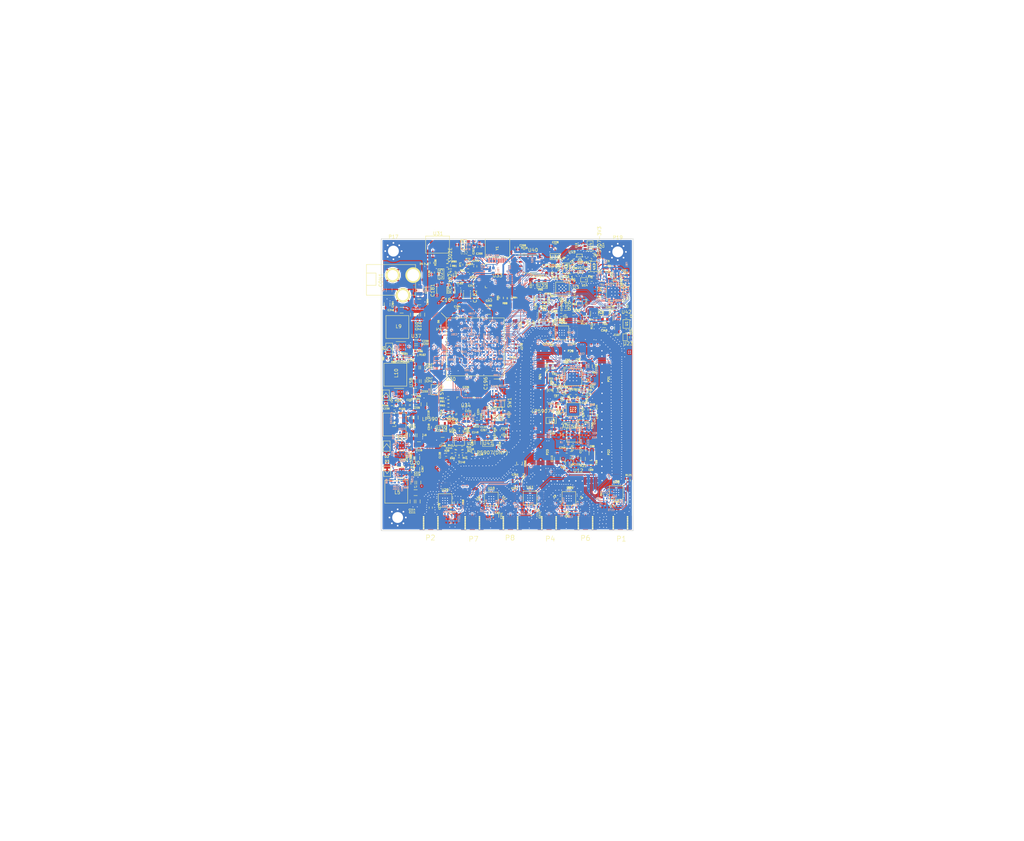
<source format=kicad_pcb>
(kicad_pcb (version 20170123) (host pcbnew "(2017-01-27 revision d0c46a8)-master")
  (layers (0 F.Cu signal) (1 In1.Cu signal hide) (2 In2.Cu signal hide) (31 B.Cu signal) (34 B.Paste user) (35 F.Paste user) (36 B.SilkS user) (37 F.SilkS user) (38 B.Mask user hide) (39 F.Mask user hide) (44 Edge.Cuts user))
  (net 0 "")
  (net 1 GND)
  (net 2 /transmitter/RF_OUT_P)
  (net 3 "Net-(C6-Pad1)")
  (net 4 /transmitter/RF_OUT_N)
  (net 5 "Net-(C16-Pad1)")
  (net 6 "Net-(C21-Pad1)")
  (net 7 "Net-(C28-Pad2)")
  (net 8 "Net-(C30-Pad1)")
  (net 9 "Net-(C30-Pad2)")
  (net 10 "Net-(C32-Pad1)")
  (net 11 "Net-(C44-Pad2)")
  (net 12 "Net-(C45-Pad1)")
  (net 13 "Net-(C46-Pad2)")
  (net 14 /receiver/DETO)
  (net 15 "Net-(C58-Pad1)")
  (net 16 "Net-(C63-Pad1)")
  (net 17 "Net-(C72-Pad1)")
  (net 18 "Net-(C72-Pad2)")
  (net 19 "Net-(C74-Pad1)")
  (net 20 "Net-(R15-Pad2)")
  (net 21 "Net-(R33-Pad2)")
  (net 22 /filter_bank/RF_IN)
  (net 23 /filter_bank/RF_OUT)
  (net 24 "Net-(C12-Pad2)")
  (net 25 "Net-(C15-Pad1)")
  (net 26 "Net-(C17-Pad1)")
  (net 27 "Net-(C18-Pad1)")
  (net 28 "Net-(C19-Pad1)")
  (net 29 "Net-(C37-Pad2)")
  (net 30 "Net-(C38-Pad1)")
  (net 31 "Net-(C52-Pad2)")
  (net 32 "Net-(C57-Pad1)")
  (net 33 "Net-(C59-Pad1)")
  (net 34 "Net-(C60-Pad1)")
  (net 35 "Net-(C61-Pad1)")
  (net 36 "Net-(C92-Pad2)")
  (net 37 "Net-(C93-Pad2)")
  (net 38 "Net-(C94-Pad2)")
  (net 39 "Net-(C95-Pad2)")
  (net 40 "Net-(C96-Pad1)")
  (net 41 "Net-(C97-Pad1)")
  (net 42 "Net-(C98-Pad1)")
  (net 43 "Net-(C99-Pad1)")
  (net 44 "Net-(R4-Pad2)")
  (net 45 "Net-(R11-Pad1)")
  (net 46 /receiver/RF_IN)
  (net 47 "Net-(R29-Pad1)")
  (net 48 "Net-(C92-Pad1)")
  (net 49 "Net-(C93-Pad1)")
  (net 50 "Net-(C94-Pad1)")
  (net 51 "Net-(C95-Pad1)")
  (net 52 "Net-(C96-Pad2)")
  (net 53 "Net-(C97-Pad2)")
  (net 54 "Net-(C98-Pad2)")
  (net 55 "Net-(C99-Pad2)")
  (net 56 /power/12V)
  (net 57 "Net-(C101-Pad1)")
  (net 58 "Net-(C101-Pad2)")
  (net 59 "Net-(C11-Pad1)")
  (net 60 "Net-(C104-Pad1)")
  (net 61 "Net-(C104-Pad2)")
  (net 62 "Net-(C105-Pad1)")
  (net 63 "Net-(C106-Pad1)")
  (net 64 "Net-(C108-Pad1)")
  (net 65 "Net-(C109-Pad1)")
  (net 66 "Net-(C110-Pad1)")
  (net 67 "Net-(C111-Pad1)")
  (net 68 "Net-(D2-Pad1)")
  (net 69 "Net-(D3-Pad1)")
  (net 70 "Net-(R12-Pad2)")
  (net 71 "Net-(R13-Pad2)")
  (net 72 "Net-(R30-Pad2)")
  (net 73 "Net-(R31-Pad2)")
  (net 74 "Net-(R32-Pad1)")
  (net 75 "Net-(R34-Pad1)")
  (net 76 /power/SYNC_3V3)
  (net 77 /receiver/IF-)
  (net 78 /receiver/IF+)
  (net 79 "Net-(C115-Pad1)")
  (net 80 /receiver/DITHER)
  (net 81 "Net-(C125-Pad2)")
  (net 82 "Net-(C129-Pad1)")
  (net 83 "Net-(C130-Pad1)")
  (net 84 "Net-(C132-Pad2)")
  (net 85 "Net-(C133-Pad1)")
  (net 86 "Net-(R50-Pad2)")
  (net 87 "Net-(R51-Pad2)")
  (net 88 "Net-(C135-Pad2)")
  (net 89 "Net-(R2-Pad2)")
  (net 90 "Net-(R82-Pad2)")
  (net 91 "Net-(C138-Pad1)")
  (net 92 "Net-(C139-Pad1)")
  (net 93 /transmitter/3V3_RF)
  (net 94 /receiver/lo_synth/3V3_RF)
  (net 95 /receiver/5VF)
  (net 96 /power/12V_IN)
  (net 97 "Net-(C135-Pad1)")
  (net 98 /tx_amp/RF_IN)
  (net 99 "Net-(C142-Pad1)")
  (net 100 "Net-(C145-Pad1)")
  (net 101 "Net-(C146-Pad1)")
  (net 102 "Net-(C146-Pad2)")
  (net 103 "Net-(C150-Pad1)")
  (net 104 "Net-(R91-Pad2)")
  (net 105 "Net-(C152-Pad1)")
  (net 106 "Net-(C152-Pad2)")
  (net 107 "Net-(C151-Pad2)")
  (net 108 "Net-(R97-Pad1)")
  (net 109 "Net-(C113-Pad1)")
  (net 110 "Net-(C144-Pad2)")
  (net 111 /SPI_CLK)
  (net 112 "Net-(C7-Pad2)")
  (net 113 "Net-(C52-Pad1)")
  (net 114 "Net-(U7-Pad22)")
  (net 115 "Net-(C144-Pad1)")
  (net 116 /ADC_VCM)
  (net 117 /tx_amp/OUTP)
  (net 118 "Net-(C166-Pad1)")
  (net 119 "Net-(C157-Pad2)")
  (net 120 "Net-(U24-Pad4)")
  (net 121 "Net-(U24-Pad1)")
  (net 122 /fpga/usb/USB_5V)
  (net 123 /fpga/usb/USBDP)
  (net 124 /fpga/usb/USBDM)
  (net 125 "Net-(U31-Pad4)")
  (net 126 "Net-(U31-PadSH)")
  (net 127 /LO_SPI_DATA)
  (net 128 /LO_LE)
  (net 129 /LO_CE)
  (net 130 /receiver/LOP)
  (net 131 /receiver/LON)
  (net 132 /LO_LD)
  (net 133 /LO_RF_ENABLE)
  (net 134 /LO_MUXOUT)
  (net 135 /SOURCE_SPI_DATA)
  (net 136 /SOURCE_LE)
  (net 137 /SOURCE_CE)
  (net 138 /SOURCE_LD)
  (net 139 /SOURCE_RF_ENABLE)
  (net 140 /SOURCE_MUXOUT)
  (net 141 "Net-(R8-Pad2)")
  (net 142 "Net-(R9-Pad2)")
  (net 143 "Net-(C85-Pad1)")
  (net 144 "Net-(C82-Pad1)")
  (net 145 "Net-(C8-Pad2)")
  (net 146 "Net-(C9-Pad2)")
  (net 147 "Net-(R1-Pad2)")
  (net 148 "Net-(R3-Pad2)")
  (net 149 "Net-(C81-Pad1)")
  (net 150 "Net-(C168-Pad1)")
  (net 151 "/port switch/RFC")
  (net 152 "Net-(C180-Pad2)")
  (net 153 "Net-(R67-Pad1)")
  (net 154 "Net-(R56-Pad2)")
  (net 155 "Net-(R54-Pad2)")
  (net 156 "Net-(C171-Pad1)")
  (net 157 "Net-(C172-Pad1)")
  (net 158 "Net-(R55-Pad2)")
  (net 159 "Net-(R66-Pad2)")
  (net 160 "Net-(C179-Pad2)")
  (net 161 "Net-(R68-Pad1)")
  (net 162 /receiver/RF_BALUN)
  (net 163 "Net-(C7-Pad1)")
  (net 164 /fpga/usb/EECS)
  (net 165 /fpga/usb/EESK)
  (net 166 /fpga/usb/EEDATA)
  (net 167 /fpga/usb/DO)
  (net 168 /3V6)
  (net 169 "Net-(U25-Pad4)")
  (net 170 /ADC+)
  (net 171 /3V3A)
  (net 172 /ADC-)
  (net 173 /PORT_SW1)
  (net 174 /PORT_SW0)
  (net 175 "Net-(R14-Pad1)")
  (net 176 "Net-(C123-Pad2)")
  (net 177 "Net-(C126-Pad2)")
  (net 178 /DITHER)
  (net 179 "Net-(C122-Pad2)")
  (net 180 "Net-(R80-Pad1)")
  (net 181 "Net-(R81-Pad1)")
  (net 182 "Net-(R84-Pad2)")
  (net 183 /fpga/TCK)
  (net 184 /CLK_SOURCE)
  (net 185 /CLK_LO)
  (net 186 "Net-(R88-Pad2)")
  (net 187 /fpga/TDI)
  (net 188 "Net-(R93-Pad1)")
  (net 189 /PWDN)
  (net 190 "Net-(R69-Pad2)")
  (net 191 "Net-(R85-Pad2)")
  (net 192 /fpga/TMS)
  (net 193 "Net-(R71-Pad2)")
  (net 194 /FILTER_V1)
  (net 195 /FILTER_V2)
  (net 196 /FILTER_V4)
  (net 197 /FILTER_V3)
  (net 198 "Net-(C3-Pad2)")
  (net 199 /1V8)
  (net 200 "Net-(U30-PadB1)")
  (net 201 "Net-(U30-PadC1)")
  (net 202 /RX_SW5)
  (net 203 /RX_SW4)
  (net 204 /RX_SW1)
  (net 205 /RX_SW0)
  (net 206 "Net-(U30-PadM1)")
  (net 207 "Net-(U30-PadN1)")
  (net 208 /fpga/RXF#)
  (net 209 "Net-(U30-PadB2)")
  (net 210 "Net-(U30-PadC2)")
  (net 211 "Net-(U30-PadE2)")
  (net 212 "Net-(U30-PadF2)")
  (net 213 /RX_SW3)
  (net 214 /RX_SW2)
  (net 215 /MIXER_ENABLE)
  (net 216 "Net-(U30-PadL2)")
  (net 217 "Net-(U30-PadM2)")
  (net 218 "Net-(U30-PadN2)")
  (net 219 "Net-(U30-PadR2)")
  (net 220 /fpga/TXE#)
  (net 221 "Net-(U30-PadC3)")
  (net 222 "Net-(U30-PadD3)")
  (net 223 "Net-(U30-PadE3)")
  (net 224 "Net-(U30-PadF3)")
  (net 225 "Net-(U30-PadH3)")
  (net 226 "Net-(U30-PadJ3)")
  (net 227 "Net-(U30-PadK3)")
  (net 228 "Net-(U30-PadN3)")
  (net 229 "Net-(U30-PadP3)")
  (net 230 /fpga/WR)
  (net 231 /fpga/RD#)
  (net 232 "Net-(U30-PadC4)")
  (net 233 "Net-(U30-PadD4)")
  (net 234 "Net-(U30-PadF4)")
  (net 235 "Net-(U30-PadG4)")
  (net 236 "Net-(U30-PadH4)")
  (net 237 "Net-(U30-PadJ4)")
  (net 238 "Net-(U30-PadL4)")
  (net 239 "Net-(U30-PadM4)")
  (net 240 "Net-(U30-PadN4)")
  (net 241 "Net-(U30-PadP4)")
  (net 242 /fpga/SI/WUB)
  (net 243 "Net-(U30-PadB5)")
  (net 244 "Net-(U30-PadD5)")
  (net 245 "Net-(U30-PadE5)")
  (net 246 "Net-(U30-PadF5)")
  (net 247 "Net-(U30-PadG5)")
  (net 248 "Net-(U30-PadH5)")
  (net 249 "Net-(U30-PadJ5)")
  (net 250 "Net-(U30-PadK5)")
  (net 251 "Net-(U30-PadL5)")
  (net 252 "Net-(U30-PadM5)")
  (net 253 "Net-(U30-PadP5)")
  (net 254 /fpga/D4)
  (net 255 /fpga/D3)
  (net 256 "Net-(U30-PadB6)")
  (net 257 "Net-(U30-PadC6)")
  (net 258 "Net-(U30-PadD6)")
  (net 259 "Net-(U30-PadE6)")
  (net 260 /fpga/D12)
  (net 261 /fpga/D11)
  (net 262 /fpga/D0)
  (net 263 /fpga/D2)
  (net 264 "Net-(U30-PadA7)")
  (net 265 "Net-(U30-PadB7)")
  (net 266 "Net-(U30-PadC7)")
  (net 267 "Net-(C205-Pad2)")
  (net 268 /fpga/D1)
  (net 269 /fpga/D8)
  (net 270 /fpga/FT_D7)
  (net 271 "Net-(U30-PadC8)")
  (net 272 "Net-(U30-PadD8)")
  (net 273 "Net-(C205-Pad1)")
  (net 274 /fpga/TDO)
  (net 275 /fpga/D10)
  (net 276 /fpga/D9)
  (net 277 /fpga/D7)
  (net 278 /fpga/FT_D6)
  (net 279 /fpga/FT_D4)
  (net 280 "Net-(U30-PadC9)")
  (net 281 "Net-(U30-PadD9)")
  (net 282 "Net-(U30-PadN9)")
  (net 283 /fpga/D13)
  (net 284 /fpga/D6)
  (net 285 /fpga/FT_D5)
  (net 286 /fpga/FT_D3)
  (net 287 "Net-(U30-PadD10)")
  (net 288 "Net-(U30-PadP10)")
  (net 289 "Net-(U30-PadR10)")
  (net 290 /fpga/D5)
  (net 291 /fpga/FT_D2)
  (net 292 "Net-(U30-PadC11)")
  (net 293 "Net-(U30-PadD11)")
  (net 294 "Net-(U30-PadE11)")
  (net 295 "Net-(U30-PadG11)")
  (net 296 "Net-(U30-PadH11)")
  (net 297 /CLK_FPGA)
  (net 298 "Net-(U30-PadP11)")
  (net 299 "Net-(U30-PadR11)")
  (net 300 /fpga/FT_D0)
  (net 301 /fpga/FT_D1)
  (net 302 "Net-(U30-PadC12)")
  (net 303 "Net-(U30-PadE12)")
  (net 304 "Net-(U30-PadG12)")
  (net 305 "Net-(U30-PadH12)")
  (net 306 "Net-(U30-PadK12)")
  (net 307 "Net-(U30-PadM12)")
  (net 308 "Net-(U30-PadN12)")
  (net 309 "Net-(U30-PadR12)")
  (net 310 "Net-(U30-PadC13)")
  (net 311 "Net-(U30-PadD13)")
  (net 312 "Net-(U30-PadE13)")
  (net 313 "Net-(U30-PadH13)")
  (net 314 "Net-(U30-PadK13)")
  (net 315 "Net-(U30-PadL13)")
  (net 316 "Net-(U30-PadN13)")
  (net 317 "Net-(U30-PadP13)")
  (net 318 "Net-(U30-PadR13)")
  (net 319 "Net-(U30-PadB14)")
  (net 320 /ATTEN_SPI_DATA)
  (net 321 "Net-(U30-PadD14)")
  (net 322 "Net-(U30-PadH14)")
  (net 323 "Net-(U30-PadL14)")
  (net 324 "Net-(U30-PadP14)")
  (net 325 "Net-(U30-PadD15)")
  (net 326 "Net-(U30-PadE15)")
  (net 327 "Net-(U30-PadF15)")
  (net 328 /ATTEN_LE)
  (net 329 "Net-(U30-PadJ15)")
  (net 330 "Net-(U30-PadM15)")
  (net 331 "Net-(U30-PadP15)")
  (net 332 "Net-(U30-PadR15)")
  (net 333 "Net-(U30-PadG16)")
  (net 334 "Net-(U30-PadM16)")
  (net 335 "Net-(U30-PadN16)")
  (net 336 "Net-(C90-Pad1)")
  (net 337 "Net-(C121-Pad2)")
  (net 338 "Net-(C3-Pad1)")
  (net 339 /CLK_ADC)
  (net 340 /3V3D)
  (net 341 /5V)
  (net 342 "Net-(C208-Pad1)")
  (net 343 "Net-(C210-Pad1)")
  (net 344 "Net-(C209-Pad1)")
  (net 345 /RX2)
  (net 346 /A)
  (net 347 /RX1)
  (net 348 /B)
  (net 349 /PORT2)
  (net 350 /PORT1)
  (net 351 "Net-(U33-Pad41)")
  (net 352 "Net-(U33-Pad20)")
  (net 353 "Net-(U33-Pad19)")
  (net 354 "Net-(U33-Pad17)")
  (net 355 "Net-(U33-Pad16)")
  (net 356 "Net-(U33-Pad15)")
  (net 357 "Net-(U33-Pad13)")
  (net 358 "Net-(U33-Pad12)")
  (net 359 "Net-(U33-Pad11)")
  (net 360 /fpga/OF)
  (net 361 /fpga/ADC_OE)
  (net 362 /fpga/ADC_SHDN)
  (net 363 "Net-(R94-Pad1)")
  (net 364 /tx_amp/DET_IN)
  (net 365 /PDET)
  (net 366 "Net-(C226-Pad1)")
  (net 367 "Net-(D1-Pad1)")
  (net 368 /1V0)
  (net 369 "Net-(D4-Pad1)")
  (net 370 /fpga/adc/3V0)
  (net 371 "Net-(C235-Pad2)")
  (net 372 "Net-(C236-Pad1)")
  (net 373 "Net-(C234-Pad1)")
  (net 374 "Net-(C235-Pad1)")
  (net 375 "Net-(C237-Pad1)")
  (net 376 "Net-(C234-Pad2)")
  (net 377 "Net-(R96-Pad1)")
  (net 378 "Net-(R98-Pad1)")
  (net 379 "Net-(C238-Pad1)")
  (net 380 "Net-(C239-Pad1)")
  (net 381 /power/fpga_power/SYNC_1V8)
  (net 382 "Net-(C213-Pad1)")
  (net 383 /fpga/adc/REFH)
  (net 384 /fpga/adc/REFL)
  (net 385 "Net-(R46-Pad2)")
  (net 386 "Net-(R45-Pad2)")
  (net 387 /power/fpga_power/SYNC_1V0)
  (net 388 "Net-(C132-Pad1)")
  (net 389 /1V8_OSC)
  (net 390 /fpga/LED)
  (net 391 "Net-(D6-Pad2)")
  (net 392 "Net-(D5-Pad2)")
  (net 393 /fpga/CCLK)
  (net 394 "Net-(P9-Pad1)")
  (net 395 /fpga/SPI_DIN)
  (net 396 /fpga/SPI_MOSI)
  (net 397 /fpga/M0)
  (net 398 /fpga/INIT_B)
  (net 399 /fpga/M2)
  (net 400 /fpga/SPI_CS)
  (net 401 /fpga/M1)
  (net 402 /fpga/PROGRAM_B)
  (net 403 "/receiver/RX switch/3V3")
  (net 404 "Net-(F2-Pad1)")
  (net 405 "Net-(F1-Pad1)")
  (net 406 /fpga/usb/5V)
  (net 407 "Net-(U30-PadP6)")
  (net 408 "Net-(U30-PadN6)")
  (net 409 "Net-(U30-PadM6)")
  (net 410 "Net-(F15-Pad1)")
  (net 411 "Net-(F16-Pad1)")
  (net 412 "Net-(C255-Pad1)")
  (net 413 "Net-(R119-Pad2)")
  (net 414 "Net-(R120-Pad2)")
  (net 415 3V3A_RX)
  (net 416 "Net-(U30-PadG15)")
  (net 417 "Net-(U30-PadC14)")
  (net 418 "Net-(R130-Pad1)")
  (net 419 "Net-(R132-Pad2)")
  (net 420 "Net-(R131-Pad2)")
  (net 421 "Net-(R133-Pad1)")
  (net 422 "Net-(C261-Pad1)")
  (net 423 "Net-(P27-Pad1)")
  (net 424 "Net-(P26-Pad1)")
  (net 425 "Net-(P28-Pad1)")
  (net 426 "Net-(R122-Pad2)")
  (module VNA:C_0805b (layer F.Cu) (at 153.97 117.65 270)
    (fp_text reference C272 (at 0 -1.675 270) (layer F.SilkS) (effects (font (size 0.5 0.5) (thickness 0.125))))
    (fp_text value DNP)
    (pad 1 smd rect (at -1 0 270) (size 1 1.25) (layers F.Cu F.Paste F.Mask) (net 403 "/receiver/RX switch/3V3"))
    (pad 2 smd rect (at 1 0 270) (size 1 1.25) (layers F.Cu F.Paste F.Mask) (net 1 GND))
  )
  (module VNA:C_0805b (layer F.Cu) (at 142.73 117.8 270)
    (fp_text reference C271 (at 0 -1.675 270) (layer F.SilkS) (effects (font (size 0.5 0.5) (thickness 0.125))))
    (fp_text value DNP)
    (pad 1 smd rect (at -1 0 270) (size 1 1.25) (layers F.Cu F.Paste F.Mask) (net 403 "/receiver/RX switch/3V3"))
    (pad 2 smd rect (at 1 0 270) (size 1 1.25) (layers F.Cu F.Paste F.Mask) (net 1 GND))
  )
  (module VNA:C_0402b (layer F.Cu) (at 148.64 68.09 270)
    (fp_text reference C270 (at 0 -1.7 270) (layer F.SilkS) (effects (font (size 0.5 0.5) (thickness 0.125))))
    (fp_text value 1n)
    (pad 1 smd rect (at -0.55 0 270) (size 0.6 0.5) (layers F.Cu F.Paste F.Mask) (net 365 /PDET))
    (pad 2 smd rect (at 0.55 0 270) (size 0.6 0.5) (layers F.Cu F.Paste F.Mask) (net 1 GND))
  )
  (module VNA:R_0402b (layer F.Cu) (at 153.49 61.29 90)
    (fp_text reference R122 (at 0 -1.4 90) (layer F.SilkS) (effects (font (size 0.5 0.5) (thickness 0.125))))
    (fp_text value 100)
    (pad 1 smd rect (at -0.45 0 90) (size 0.4 0.6) (layers F.Cu F.Paste F.Mask) (net 365 /PDET))
    (pad 2 smd rect (at 0.45 0 90) (size 0.4 0.6) (layers F.Cu F.Paste F.Mask) (net 426 "Net-(R122-Pad2)"))
  )
  (module VNA:FTG256 (layer F.Cu) (at 136.675 68.25)
    (fp_text reference U30 (at -7.175 9.47) (layer F.SilkS))
    (fp_text value XC7A15T-1FTG256C)
    (pad T16 smd circle (at 7.5 7.5) (size 0.4 0.4) (layers F.Cu F.Paste F.Mask) (net 1 GND))
    (pad R16 smd circle (at 7.5 6.5) (size 0.4 0.4) (layers F.Cu F.Paste F.Mask) (net 138 /SOURCE_LD))
    (pad P16 smd circle (at 7.5 5.5) (size 0.4 0.4) (layers F.Cu F.Paste F.Mask) (net 132 /LO_LD))
    (pad N16 smd circle (at 7.5 4.5) (size 0.4 0.4) (layers F.Cu F.Paste F.Mask) (net 335 "Net-(U30-PadN16)"))
    (pad M16 smd circle (at 7.5 3.5) (size 0.4 0.4) (layers F.Cu F.Paste F.Mask) (net 334 "Net-(U30-PadM16)"))
    (pad L16 smd circle (at 7.5 2.5) (size 0.4 0.4) (layers F.Cu F.Paste F.Mask) (net 340 /3V3D))
    (pad K16 smd circle (at 7.5 1.5) (size 0.4 0.4) (layers F.Cu F.Paste F.Mask) (net 178 /DITHER))
    (pad J16 smd circle (at 7.5 0.5) (size 0.4 0.4) (layers F.Cu F.Paste F.Mask) (net 134 /LO_MUXOUT))
    (pad H16 smd circle (at 7.5 -0.5) (size 0.4 0.4) (layers F.Cu F.Paste F.Mask) (net 140 /SOURCE_MUXOUT))
    (pad G16 smd circle (at 7.5 -1.5) (size 0.4 0.4) (layers F.Cu F.Paste F.Mask) (net 333 "Net-(U30-PadG16)"))
    (pad F16 smd circle (at 7.5 -2.5) (size 0.4 0.4) (layers F.Cu F.Paste F.Mask) (net 1 GND))
    (pad E16 smd circle (at 7.5 -3.5) (size 0.4 0.4) (layers F.Cu F.Paste F.Mask) (net 174 /PORT_SW0))
    (pad D16 smd circle (at 7.5 -4.5) (size 0.4 0.4) (layers F.Cu F.Paste F.Mask) (net 173 /PORT_SW1))
    (pad C16 smd circle (at 7.5 -5.5) (size 0.4 0.4) (layers F.Cu F.Paste F.Mask) (net 328 /ATTEN_LE))
    (pad B16 smd circle (at 7.5 -6.5) (size 0.4 0.4) (layers F.Cu F.Paste F.Mask) (net 195 /FILTER_V2))
    (pad A16 smd circle (at 7.5 -7.5) (size 0.4 0.4) (layers F.Cu F.Paste F.Mask) (net 340 /3V3D))
    (pad T15 smd circle (at 6.5 7.5) (size 0.4 0.4) (layers F.Cu F.Paste F.Mask) (net 139 /SOURCE_RF_ENABLE))
    (pad R15 smd circle (at 6.5 6.5) (size 0.4 0.4) (layers F.Cu F.Paste F.Mask) (net 332 "Net-(U30-PadR15)"))
    (pad P15 smd circle (at 6.5 5.5) (size 0.4 0.4) (layers F.Cu F.Paste F.Mask) (net 331 "Net-(U30-PadP15)"))
    (pad N15 smd circle (at 6.5 4.5) (size 0.4 0.4) (layers F.Cu F.Paste F.Mask) (net 1 GND))
    (pad M15 smd circle (at 6.5 3.5) (size 0.4 0.4) (layers F.Cu F.Paste F.Mask) (net 330 "Net-(U30-PadM15)"))
    (pad L15 smd circle (at 6.5 2.5) (size 0.4 0.4) (layers F.Cu F.Paste F.Mask) (net 190 "Net-(R69-Pad2)"))
    (pad K15 smd circle (at 6.5 1.5) (size 0.4 0.4) (layers F.Cu F.Paste F.Mask) (net 135 /SOURCE_SPI_DATA))
    (pad J15 smd circle (at 6.5 0.5) (size 0.4 0.4) (layers F.Cu F.Paste F.Mask) (net 329 "Net-(U30-PadJ15)"))
    (pad H15 smd circle (at 6.5 -0.5) (size 0.4 0.4) (layers F.Cu F.Paste F.Mask) (net 340 /3V3D))
    (pad G15 smd circle (at 6.5 -1.5) (size 0.4 0.4) (layers F.Cu F.Paste F.Mask) (net 416 "Net-(U30-PadG15)"))
    (pad F15 smd circle (at 6.5 -2.5) (size 0.4 0.4) (layers F.Cu F.Paste F.Mask) (net 327 "Net-(U30-PadF15)"))
    (pad E15 smd circle (at 6.5 -3.5) (size 0.4 0.4) (layers F.Cu F.Paste F.Mask) (net 326 "Net-(U30-PadE15)"))
    (pad D15 smd circle (at 6.5 -4.5) (size 0.4 0.4) (layers F.Cu F.Paste F.Mask) (net 325 "Net-(U30-PadD15)"))
    (pad C15 smd circle (at 6.5 -5.5) (size 0.4 0.4) (layers F.Cu F.Paste F.Mask) (net 1 GND))
    (pad B15 smd circle (at 6.5 -6.5) (size 0.4 0.4) (layers F.Cu F.Paste F.Mask) (net 320 /ATTEN_SPI_DATA))
    (pad A15 smd circle (at 6.5 -7.5) (size 0.4 0.4) (layers F.Cu F.Paste F.Mask) (net 194 /FILTER_V1))
    (pad T14 smd circle (at 5.5 7.5) (size 0.4 0.4) (layers F.Cu F.Paste F.Mask) (net 133 /LO_RF_ENABLE))
    (pad R14 smd circle (at 5.5 6.5) (size 0.4 0.4) (layers F.Cu F.Paste F.Mask) (net 340 /3V3D))
    (pad P14 smd circle (at 5.5 5.5) (size 0.4 0.4) (layers F.Cu F.Paste F.Mask) (net 324 "Net-(U30-PadP14)"))
    (pad N14 smd circle (at 5.5 4.5) (size 0.4 0.4) (layers F.Cu F.Paste F.Mask) (net 418 "Net-(R130-Pad1)"))
    (pad M14 smd circle (at 5.5 3.5) (size 0.4 0.4) (layers F.Cu F.Paste F.Mask) (net 127 /LO_SPI_DATA))
    (pad L14 smd circle (at 5.5 2.5) (size 0.4 0.4) (layers F.Cu F.Paste F.Mask) (net 323 "Net-(U30-PadL14)"))
    (pad K14 smd circle (at 5.5 1.5) (size 0.4 0.4) (layers F.Cu F.Paste F.Mask) (net 1 GND))
    (pad J14 smd circle (at 5.5 0.5) (size 0.4 0.4) (layers F.Cu F.Paste F.Mask) (net 395 /fpga/SPI_DIN))
    (pad H14 smd circle (at 5.5 -0.5) (size 0.4 0.4) (layers F.Cu F.Paste F.Mask) (net 322 "Net-(U30-PadH14)"))
    (pad G14 smd circle (at 5.5 -1.5) (size 0.4 0.4) (layers F.Cu F.Paste F.Mask) (net 128 /LO_LE))
    (pad F14 smd circle (at 5.5 -2.5) (size 0.4 0.4) (layers F.Cu F.Paste F.Mask) (net 129 /LO_CE))
    (pad E14 smd circle (at 5.5 -3.5) (size 0.4 0.4) (layers F.Cu F.Paste F.Mask) (net 340 /3V3D))
    (pad D14 smd circle (at 5.5 -4.5) (size 0.4 0.4) (layers F.Cu F.Paste F.Mask) (net 321 "Net-(U30-PadD14)"))
    (pad C14 smd circle (at 5.5 -5.5) (size 0.4 0.4) (layers F.Cu F.Paste F.Mask) (net 417 "Net-(U30-PadC14)"))
    (pad B14 smd circle (at 5.5 -6.5) (size 0.4 0.4) (layers F.Cu F.Paste F.Mask) (net 319 "Net-(U30-PadB14)"))
    (pad A14 smd circle (at 5.5 -7.5) (size 0.4 0.4) (layers F.Cu F.Paste F.Mask) (net 197 /FILTER_V3))
    (pad T13 smd circle (at 4.5 7.5) (size 0.4 0.4) (layers F.Cu F.Paste F.Mask) (net 362 /fpga/ADC_SHDN))
    (pad R13 smd circle (at 4.5 6.5) (size 0.4 0.4) (layers F.Cu F.Paste F.Mask) (net 318 "Net-(U30-PadR13)"))
    (pad P13 smd circle (at 4.5 5.5) (size 0.4 0.4) (layers F.Cu F.Paste F.Mask) (net 317 "Net-(U30-PadP13)"))
    (pad N13 smd circle (at 4.5 4.5) (size 0.4 0.4) (layers F.Cu F.Paste F.Mask) (net 316 "Net-(U30-PadN13)"))
    (pad M13 smd circle (at 4.5 3.5) (size 0.4 0.4) (layers F.Cu F.Paste F.Mask) (net 340 /3V3D))
    (pad L13 smd circle (at 4.5 2.5) (size 0.4 0.4) (layers F.Cu F.Paste F.Mask) (net 315 "Net-(U30-PadL13)"))
    (pad K13 smd circle (at 4.5 1.5) (size 0.4 0.4) (layers F.Cu F.Paste F.Mask) (net 314 "Net-(U30-PadK13)"))
    (pad J13 smd circle (at 4.5 0.5) (size 0.4 0.4) (layers F.Cu F.Paste F.Mask) (net 396 /fpga/SPI_MOSI))
    (pad H13 smd circle (at 4.5 -0.5) (size 0.4 0.4) (layers F.Cu F.Paste F.Mask) (net 313 "Net-(U30-PadH13)"))
    (pad G13 smd circle (at 4.5 -1.5) (size 0.4 0.4) (layers F.Cu F.Paste F.Mask) (net 1 GND))
    (pad F13 smd circle (at 4.5 -2.5) (size 0.4 0.4) (layers F.Cu F.Paste F.Mask) (net 137 /SOURCE_CE))
    (pad E13 smd circle (at 4.5 -3.5) (size 0.4 0.4) (layers F.Cu F.Paste F.Mask) (net 312 "Net-(U30-PadE13)"))
    (pad D13 smd circle (at 4.5 -4.5) (size 0.4 0.4) (layers F.Cu F.Paste F.Mask) (net 311 "Net-(U30-PadD13)"))
    (pad C13 smd circle (at 4.5 -5.5) (size 0.4 0.4) (layers F.Cu F.Paste F.Mask) (net 310 "Net-(U30-PadC13)"))
    (pad B13 smd circle (at 4.5 -6.5) (size 0.4 0.4) (layers F.Cu F.Paste F.Mask) (net 340 /3V3D))
    (pad A13 smd circle (at 4.5 -7.5) (size 0.4 0.4) (layers F.Cu F.Paste F.Mask) (net 196 /FILTER_V4))
    (pad T12 smd circle (at 3.5 7.5) (size 0.4 0.4) (layers F.Cu F.Paste F.Mask) (net 361 /fpga/ADC_OE))
    (pad R12 smd circle (at 3.5 6.5) (size 0.4 0.4) (layers F.Cu F.Paste F.Mask) (net 309 "Net-(U30-PadR12)"))
    (pad P12 smd circle (at 3.5 5.5) (size 0.4 0.4) (layers F.Cu F.Paste F.Mask) (net 1 GND))
    (pad N12 smd circle (at 3.5 4.5) (size 0.4 0.4) (layers F.Cu F.Paste F.Mask) (net 308 "Net-(U30-PadN12)"))
    (pad M12 smd circle (at 3.5 3.5) (size 0.4 0.4) (layers F.Cu F.Paste F.Mask) (net 307 "Net-(U30-PadM12)"))
    (pad L12 smd circle (at 3.5 2.5) (size 0.4 0.4) (layers F.Cu F.Paste F.Mask) (net 400 /fpga/SPI_CS))
    (pad K12 smd circle (at 3.5 1.5) (size 0.4 0.4) (layers F.Cu F.Paste F.Mask) (net 306 "Net-(U30-PadK12)"))
    (pad J12 smd circle (at 3.5 0.5) (size 0.4 0.4) (layers F.Cu F.Paste F.Mask) (net 340 /3V3D))
    (pad H12 smd circle (at 3.5 -0.5) (size 0.4 0.4) (layers F.Cu F.Paste F.Mask) (net 305 "Net-(U30-PadH12)"))
    (pad G12 smd circle (at 3.5 -1.5) (size 0.4 0.4) (layers F.Cu F.Paste F.Mask) (net 304 "Net-(U30-PadG12)"))
    (pad F12 smd circle (at 3.5 -2.5) (size 0.4 0.4) (layers F.Cu F.Paste F.Mask) (net 136 /SOURCE_LE))
    (pad E12 smd circle (at 3.5 -3.5) (size 0.4 0.4) (layers F.Cu F.Paste F.Mask) (net 303 "Net-(U30-PadE12)"))
    (pad D12 smd circle (at 3.5 -4.5) (size 0.4 0.4) (layers F.Cu F.Paste F.Mask) (net 1 GND))
    (pad C12 smd circle (at 3.5 -5.5) (size 0.4 0.4) (layers F.Cu F.Paste F.Mask) (net 302 "Net-(U30-PadC12)"))
    (pad B12 smd circle (at 3.5 -6.5) (size 0.4 0.4) (layers F.Cu F.Paste F.Mask) (net 301 /fpga/FT_D1))
    (pad A12 smd circle (at 3.5 -7.5) (size 0.4 0.4) (layers F.Cu F.Paste F.Mask) (net 300 /fpga/FT_D0))
    (pad T11 smd circle (at 2.5 7.5) (size 0.4 0.4) (layers F.Cu F.Paste F.Mask) (net 340 /3V3D))
    (pad R11 smd circle (at 2.5 6.5) (size 0.4 0.4) (layers F.Cu F.Paste F.Mask) (net 299 "Net-(U30-PadR11)"))
    (pad P11 smd circle (at 2.5 5.5) (size 0.4 0.4) (layers F.Cu F.Paste F.Mask) (net 298 "Net-(U30-PadP11)"))
    (pad N11 smd circle (at 2.5 4.5) (size 0.4 0.4) (layers F.Cu F.Paste F.Mask) (net 297 /CLK_FPGA))
    (pad M11 smd circle (at 2.5 3.5) (size 0.4 0.4) (layers F.Cu F.Paste F.Mask) (net 399 /fpga/M2))
    (pad L11 smd circle (at 2.5 2.5) (size 0.4 0.4) (layers F.Cu F.Paste F.Mask) (net 1 GND))
    (pad K11 smd circle (at 2.5 1.5) (size 0.4 0.4) (layers F.Cu F.Paste F.Mask) (net 199 /1V8))
    (pad J11 smd circle (at 2.5 0.5) (size 0.4 0.4) (layers F.Cu F.Paste F.Mask) (net 1 GND))
    (pad H11 smd circle (at 2.5 -0.5) (size 0.4 0.4) (layers F.Cu F.Paste F.Mask) (net 296 "Net-(U30-PadH11)"))
    (pad G11 smd circle (at 2.5 -1.5) (size 0.4 0.4) (layers F.Cu F.Paste F.Mask) (net 295 "Net-(U30-PadG11)"))
    (pad F11 smd circle (at 2.5 -2.5) (size 0.4 0.4) (layers F.Cu F.Paste F.Mask) (net 368 /1V0))
    (pad E11 smd circle (at 2.5 -3.5) (size 0.4 0.4) (layers F.Cu F.Paste F.Mask) (net 294 "Net-(U30-PadE11)"))
    (pad D11 smd circle (at 2.5 -4.5) (size 0.4 0.4) (layers F.Cu F.Paste F.Mask) (net 293 "Net-(U30-PadD11)"))
    (pad C11 smd circle (at 2.5 -5.5) (size 0.4 0.4) (layers F.Cu F.Paste F.Mask) (net 292 "Net-(U30-PadC11)"))
    (pad B11 smd circle (at 2.5 -6.5) (size 0.4 0.4) (layers F.Cu F.Paste F.Mask) (net 291 /fpga/FT_D2))
    (pad A11 smd circle (at 2.5 -7.5) (size 0.4 0.4) (layers F.Cu F.Paste F.Mask) (net 1 GND))
    (pad T10 smd circle (at 1.5 7.5) (size 0.4 0.4) (layers F.Cu F.Paste F.Mask) (net 262 /fpga/D0))
    (pad R10 smd circle (at 1.5 6.5) (size 0.4 0.4) (layers F.Cu F.Paste F.Mask) (net 289 "Net-(U30-PadR10)"))
    (pad P10 smd circle (at 1.5 5.5) (size 0.4 0.4) (layers F.Cu F.Paste F.Mask) (net 288 "Net-(U30-PadP10)"))
    (pad N10 smd circle (at 1.5 4.5) (size 0.4 0.4) (layers F.Cu F.Paste F.Mask) (net 340 /3V3D))
    (pad M10 smd circle (at 1.5 3.5) (size 0.4 0.4) (layers F.Cu F.Paste F.Mask) (net 401 /fpga/M1))
    (pad L10 smd circle (at 1.5 2.5) (size 0.4 0.4) (layers F.Cu F.Paste F.Mask) (net 199 /1V8))
    (pad K10 smd circle (at 1.5 1.5) (size 0.4 0.4) (layers F.Cu F.Paste F.Mask) (net 398 /fpga/INIT_B))
    (pad J10 smd circle (at 1.5 0.5) (size 0.4 0.4) (layers F.Cu F.Paste F.Mask) (net 199 /1V8))
    (pad H10 smd circle (at 1.5 -0.5) (size 0.4 0.4) (layers F.Cu F.Paste F.Mask) (net 394 "Net-(P9-Pad1)"))
    (pad G10 smd circle (at 1.5 -1.5) (size 0.4 0.4) (layers F.Cu F.Paste F.Mask) (net 199 /1V8))
    (pad F10 smd circle (at 1.5 -2.5) (size 0.4 0.4) (layers F.Cu F.Paste F.Mask) (net 1 GND))
    (pad E10 smd circle (at 1.5 -3.5) (size 0.4 0.4) (layers F.Cu F.Paste F.Mask) (net 368 /1V0))
    (pad D10 smd circle (at 1.5 -4.5) (size 0.4 0.4) (layers F.Cu F.Paste F.Mask) (net 287 "Net-(U30-PadD10)"))
    (pad C10 smd circle (at 1.5 -5.5) (size 0.4 0.4) (layers F.Cu F.Paste F.Mask) (net 340 /3V3D))
    (pad B10 smd circle (at 1.5 -6.5) (size 0.4 0.4) (layers F.Cu F.Paste F.Mask) (net 286 /fpga/FT_D3))
    (pad A10 smd circle (at 1.5 -7.5) (size 0.4 0.4) (layers F.Cu F.Paste F.Mask) (net 285 /fpga/FT_D5))
    (pad T9 smd circle (at 0.5 7.5) (size 0.4 0.4) (layers F.Cu F.Paste F.Mask) (net 268 /fpga/D1))
    (pad R9 smd circle (at 0.5 6.5) (size 0.4 0.4) (layers F.Cu F.Paste F.Mask) (net 1 GND))
    (pad P9 smd circle (at 0.5 5.5) (size 0.4 0.4) (layers F.Cu F.Paste F.Mask) (net 263 /fpga/D2))
    (pad N9 smd circle (at 0.5 4.5) (size 0.4 0.4) (layers F.Cu F.Paste F.Mask) (net 282 "Net-(U30-PadN9)"))
    (pad M9 smd circle (at 0.5 3.5) (size 0.4 0.4) (layers F.Cu F.Paste F.Mask) (net 397 /fpga/M0))
    (pad L9 smd circle (at 0.5 2.5) (size 0.4 0.4) (layers F.Cu F.Paste F.Mask) (net 402 /fpga/PROGRAM_B))
    (pad K9 smd circle (at 0.5 1.5) (size 0.4 0.4) (layers F.Cu F.Paste F.Mask) (net 368 /1V0))
    (pad J9 smd circle (at 0.5 0.5) (size 0.4 0.4) (layers F.Cu F.Paste F.Mask) (net 1 GND))
    (pad H9 smd circle (at 0.5 -0.5) (size 0.4 0.4) (layers F.Cu F.Paste F.Mask) (net 368 /1V0))
    (pad G9 smd circle (at 0.5 -1.5) (size 0.4 0.4) (layers F.Cu F.Paste F.Mask) (net 1 GND))
    (pad F9 smd circle (at 0.5 -2.5) (size 0.4 0.4) (layers F.Cu F.Paste F.Mask) (net 368 /1V0))
    (pad E9 smd circle (at 0.5 -3.5) (size 0.4 0.4) (layers F.Cu F.Paste F.Mask) (net 1 GND))
    (pad D9 smd circle (at 0.5 -4.5) (size 0.4 0.4) (layers F.Cu F.Paste F.Mask) (net 281 "Net-(U30-PadD9)"))
    (pad C9 smd circle (at 0.5 -5.5) (size 0.4 0.4) (layers F.Cu F.Paste F.Mask) (net 280 "Net-(U30-PadC9)"))
    (pad B9 smd circle (at 0.5 -6.5) (size 0.4 0.4) (layers F.Cu F.Paste F.Mask) (net 279 /fpga/FT_D4))
    (pad A9 smd circle (at 0.5 -7.5) (size 0.4 0.4) (layers F.Cu F.Paste F.Mask) (net 278 /fpga/FT_D6))
    (pad T8 smd circle (at -0.5 7.5) (size 0.4 0.4) (layers F.Cu F.Paste F.Mask) (net 290 /fpga/D5))
    (pad R8 smd circle (at -0.5 6.5) (size 0.4 0.4) (layers F.Cu F.Paste F.Mask) (net 254 /fpga/D4))
    (pad P8 smd circle (at -0.5 5.5) (size 0.4 0.4) (layers F.Cu F.Paste F.Mask) (net 255 /fpga/D3))
    (pad N8 smd circle (at -0.5 4.5) (size 0.4 0.4) (layers F.Cu F.Paste F.Mask) (net 274 /fpga/TDO))
    (pad M8 smd circle (at -0.5 3.5) (size 0.4 0.4) (layers F.Cu F.Paste F.Mask) (net 1 GND))
    (pad L8 smd circle (at -0.5 2.5) (size 0.4 0.4) (layers F.Cu F.Paste F.Mask) (net 368 /1V0))
    (pad K8 smd circle (at -0.5 1.5) (size 0.4 0.4) (layers F.Cu F.Paste F.Mask) (net 1 GND))
    (pad J8 smd circle (at -0.5 0.5) (size 0.4 0.4) (layers F.Cu F.Paste F.Mask) (net 1 GND))
    (pad H8 smd circle (at -0.5 -0.5) (size 0.4 0.4) (layers F.Cu F.Paste F.Mask) (net 365 /PDET))
    (pad G8 smd circle (at -0.5 -1.5) (size 0.4 0.4) (layers F.Cu F.Paste F.Mask) (net 273 "Net-(C205-Pad1)"))
    (pad F8 smd circle (at -0.5 -2.5) (size 0.4 0.4) (layers F.Cu F.Paste F.Mask) (net 1 GND))
    (pad E8 smd circle (at -0.5 -3.5) (size 0.4 0.4) (layers F.Cu F.Paste F.Mask) (net 393 /fpga/CCLK))
    (pad D8 smd circle (at -0.5 -4.5) (size 0.4 0.4) (layers F.Cu F.Paste F.Mask) (net 272 "Net-(U30-PadD8)"))
    (pad C8 smd circle (at -0.5 -5.5) (size 0.4 0.4) (layers F.Cu F.Paste F.Mask) (net 271 "Net-(U30-PadC8)"))
    (pad B8 smd circle (at -0.5 -6.5) (size 0.4 0.4) (layers F.Cu F.Paste F.Mask) (net 1 GND))
    (pad A8 smd circle (at -0.5 -7.5) (size 0.4 0.4) (layers F.Cu F.Paste F.Mask) (net 270 /fpga/FT_D7))
    (pad T7 smd circle (at -1.5 7.5) (size 0.4 0.4) (layers F.Cu F.Paste F.Mask) (net 277 /fpga/D7))
    (pad R7 smd circle (at -1.5 6.5) (size 0.4 0.4) (layers F.Cu F.Paste F.Mask) (net 284 /fpga/D6))
    (pad P7 smd circle (at -1.5 5.5) (size 0.4 0.4) (layers F.Cu F.Paste F.Mask) (net 340 /3V3D))
    (pad N7 smd circle (at -1.5 4.5) (size 0.4 0.4) (layers F.Cu F.Paste F.Mask) (net 187 /fpga/TDI))
    (pad M7 smd circle (at -1.5 3.5) (size 0.4 0.4) (layers F.Cu F.Paste F.Mask) (net 192 /fpga/TMS))
    (pad L7 smd circle (at -1.5 2.5) (size 0.4 0.4) (layers F.Cu F.Paste F.Mask) (net 183 /fpga/TCK))
    (pad K7 smd circle (at -1.5 1.5) (size 0.4 0.4) (layers F.Cu F.Paste F.Mask) (net 1 GND))
    (pad J7 smd circle (at -1.5 0.5) (size 0.4 0.4) (layers F.Cu F.Paste F.Mask) (net 1 GND))
    (pad H7 smd circle (at -1.5 -0.5) (size 0.4 0.4) (layers F.Cu F.Paste F.Mask) (net 1 GND))
    (pad G7 smd circle (at -1.5 -1.5) (size 0.4 0.4) (layers F.Cu F.Paste F.Mask) (net 267 "Net-(C205-Pad2)"))
    (pad F7 smd circle (at -1.5 -2.5) (size 0.4 0.4) (layers F.Cu F.Paste F.Mask) (net 368 /1V0))
    (pad E7 smd circle (at -1.5 -3.5) (size 0.4 0.4) (layers F.Cu F.Paste F.Mask) (net 340 /3V3D))
    (pad D7 smd circle (at -1.5 -4.5) (size 0.4 0.4) (layers F.Cu F.Paste F.Mask) (net 340 /3V3D))
    (pad C7 smd circle (at -1.5 -5.5) (size 0.4 0.4) (layers F.Cu F.Paste F.Mask) (net 266 "Net-(U30-PadC7)"))
    (pad B7 smd circle (at -1.5 -6.5) (size 0.4 0.4) (layers F.Cu F.Paste F.Mask) (net 265 "Net-(U30-PadB7)"))
    (pad A7 smd circle (at -1.5 -7.5) (size 0.4 0.4) (layers F.Cu F.Paste F.Mask) (net 264 "Net-(U30-PadA7)"))
    (pad T6 smd circle (at -2.5 7.5) (size 0.4 0.4) (layers F.Cu F.Paste F.Mask) (net 1 GND))
    (pad R6 smd circle (at -2.5 6.5) (size 0.4 0.4) (layers F.Cu F.Paste F.Mask) (net 269 /fpga/D8))
    (pad P6 smd circle (at -2.5 5.5) (size 0.4 0.4) (layers F.Cu F.Paste F.Mask) (net 407 "Net-(U30-PadP6)"))
    (pad N6 smd circle (at -2.5 4.5) (size 0.4 0.4) (layers F.Cu F.Paste F.Mask) (net 408 "Net-(U30-PadN6)"))
    (pad M6 smd circle (at -2.5 3.5) (size 0.4 0.4) (layers F.Cu F.Paste F.Mask) (net 409 "Net-(U30-PadM6)"))
    (pad L6 smd circle (at -2.5 2.5) (size 0.4 0.4) (layers F.Cu F.Paste F.Mask) (net 340 /3V3D))
    (pad K6 smd circle (at -2.5 1.5) (size 0.4 0.4) (layers F.Cu F.Paste F.Mask) (net 1 GND))
    (pad J6 smd circle (at -2.5 0.5) (size 0.4 0.4) (layers F.Cu F.Paste F.Mask) (net 368 /1V0))
    (pad H6 smd circle (at -2.5 -0.5) (size 0.4 0.4) (layers F.Cu F.Paste F.Mask) (net 1 GND))
    (pad G6 smd circle (at -2.5 -1.5) (size 0.4 0.4) (layers F.Cu F.Paste F.Mask) (net 368 /1V0))
    (pad F6 smd circle (at -2.5 -2.5) (size 0.4 0.4) (layers F.Cu F.Paste F.Mask) (net 1 GND))
    (pad E6 smd circle (at -2.5 -3.5) (size 0.4 0.4) (layers F.Cu F.Paste F.Mask) (net 259 "Net-(U30-PadE6)"))
    (pad D6 smd circle (at -2.5 -4.5) (size 0.4 0.4) (layers F.Cu F.Paste F.Mask) (net 258 "Net-(U30-PadD6)"))
    (pad C6 smd circle (at -2.5 -5.5) (size 0.4 0.4) (layers F.Cu F.Paste F.Mask) (net 257 "Net-(U30-PadC6)"))
    (pad B6 smd circle (at -2.5 -6.5) (size 0.4 0.4) (layers F.Cu F.Paste F.Mask) (net 256 "Net-(U30-PadB6)"))
    (pad A6 smd circle (at -2.5 -7.5) (size 0.4 0.4) (layers F.Cu F.Paste F.Mask) (net 340 /3V3D))
    (pad T5 smd circle (at -3.5 7.5) (size 0.4 0.4) (layers F.Cu F.Paste F.Mask) (net 276 /fpga/D9))
    (pad R5 smd circle (at -3.5 6.5) (size 0.4 0.4) (layers F.Cu F.Paste F.Mask) (net 275 /fpga/D10))
    (pad P5 smd circle (at -3.5 5.5) (size 0.4 0.4) (layers F.Cu F.Paste F.Mask) (net 253 "Net-(U30-PadP5)"))
    (pad N5 smd circle (at -3.5 4.5) (size 0.4 0.4) (layers F.Cu F.Paste F.Mask) (net 1 GND))
    (pad M5 smd circle (at -3.5 3.5) (size 0.4 0.4) (layers F.Cu F.Paste F.Mask) (net 252 "Net-(U30-PadM5)"))
    (pad L5 smd circle (at -3.5 2.5) (size 0.4 0.4) (layers F.Cu F.Paste F.Mask) (net 251 "Net-(U30-PadL5)"))
    (pad K5 smd circle (at -3.5 1.5) (size 0.4 0.4) (layers F.Cu F.Paste F.Mask) (net 250 "Net-(U30-PadK5)"))
    (pad J5 smd circle (at -3.5 0.5) (size 0.4 0.4) (layers F.Cu F.Paste F.Mask) (net 249 "Net-(U30-PadJ5)"))
    (pad H5 smd circle (at -3.5 -0.5) (size 0.4 0.4) (layers F.Cu F.Paste F.Mask) (net 248 "Net-(U30-PadH5)"))
    (pad G5 smd circle (at -3.5 -1.5) (size 0.4 0.4) (layers F.Cu F.Paste F.Mask) (net 247 "Net-(U30-PadG5)"))
    (pad F5 smd circle (at -3.5 -2.5) (size 0.4 0.4) (layers F.Cu F.Paste F.Mask) (net 246 "Net-(U30-PadF5)"))
    (pad E5 smd circle (at -3.5 -3.5) (size 0.4 0.4) (layers F.Cu F.Paste F.Mask) (net 245 "Net-(U30-PadE5)"))
    (pad D5 smd circle (at -3.5 -4.5) (size 0.4 0.4) (layers F.Cu F.Paste F.Mask) (net 244 "Net-(U30-PadD5)"))
    (pad C5 smd circle (at -3.5 -5.5) (size 0.4 0.4) (layers F.Cu F.Paste F.Mask) (net 1 GND))
    (pad B5 smd circle (at -3.5 -6.5) (size 0.4 0.4) (layers F.Cu F.Paste F.Mask) (net 243 "Net-(U30-PadB5)"))
    (pad A5 smd circle (at -3.5 -7.5) (size 0.4 0.4) (layers F.Cu F.Paste F.Mask) (net 242 /fpga/SI/WUB))
    (pad T4 smd circle (at -4.5 7.5) (size 0.4 0.4) (layers F.Cu F.Paste F.Mask) (net 261 /fpga/D11))
    (pad R4 smd circle (at -4.5 6.5) (size 0.4 0.4) (layers F.Cu F.Paste F.Mask) (net 340 /3V3D))
    (pad P4 smd circle (at -4.5 5.5) (size 0.4 0.4) (layers F.Cu F.Paste F.Mask) (net 241 "Net-(U30-PadP4)"))
    (pad N4 smd circle (at -4.5 4.5) (size 0.4 0.4) (layers F.Cu F.Paste F.Mask) (net 240 "Net-(U30-PadN4)"))
    (pad M4 smd circle (at -4.5 3.5) (size 0.4 0.4) (layers F.Cu F.Paste F.Mask) (net 239 "Net-(U30-PadM4)"))
    (pad L4 smd circle (at -4.5 2.5) (size 0.4 0.4) (layers F.Cu F.Paste F.Mask) (net 238 "Net-(U30-PadL4)"))
    (pad K4 smd circle (at -4.5 1.5) (size 0.4 0.4) (layers F.Cu F.Paste F.Mask) (net 1 GND))
    (pad J4 smd circle (at -4.5 0.5) (size 0.4 0.4) (layers F.Cu F.Paste F.Mask) (net 237 "Net-(U30-PadJ4)"))
    (pad H4 smd circle (at -4.5 -0.5) (size 0.4 0.4) (layers F.Cu F.Paste F.Mask) (net 236 "Net-(U30-PadH4)"))
    (pad G4 smd circle (at -4.5 -1.5) (size 0.4 0.4) (layers F.Cu F.Paste F.Mask) (net 235 "Net-(U30-PadG4)"))
    (pad F4 smd circle (at -4.5 -2.5) (size 0.4 0.4) (layers F.Cu F.Paste F.Mask) (net 234 "Net-(U30-PadF4)"))
    (pad E4 smd circle (at -4.5 -3.5) (size 0.4 0.4) (layers F.Cu F.Paste F.Mask) (net 340 /3V3D))
    (pad D4 smd circle (at -4.5 -4.5) (size 0.4 0.4) (layers F.Cu F.Paste F.Mask) (net 233 "Net-(U30-PadD4)"))
    (pad C4 smd circle (at -4.5 -5.5) (size 0.4 0.4) (layers F.Cu F.Paste F.Mask) (net 232 "Net-(U30-PadC4)"))
    (pad B4 smd circle (at -4.5 -6.5) (size 0.4 0.4) (layers F.Cu F.Paste F.Mask) (net 231 /fpga/RD#))
    (pad A4 smd circle (at -4.5 -7.5) (size 0.4 0.4) (layers F.Cu F.Paste F.Mask) (net 230 /fpga/WR))
    (pad T3 smd circle (at -5.5 7.5) (size 0.4 0.4) (layers F.Cu F.Paste F.Mask) (net 260 /fpga/D12))
    (pad R3 smd circle (at -5.5 6.5) (size 0.4 0.4) (layers F.Cu F.Paste F.Mask) (net 283 /fpga/D13))
    (pad P3 smd circle (at -5.5 5.5) (size 0.4 0.4) (layers F.Cu F.Paste F.Mask) (net 229 "Net-(U30-PadP3)"))
    (pad N3 smd circle (at -5.5 4.5) (size 0.4 0.4) (layers F.Cu F.Paste F.Mask) (net 228 "Net-(U30-PadN3)"))
    (pad M3 smd circle (at -5.5 3.5) (size 0.4 0.4) (layers F.Cu F.Paste F.Mask) (net 340 /3V3D))
    (pad L3 smd circle (at -5.5 2.5) (size 0.4 0.4) (layers F.Cu F.Paste F.Mask) (net 189 /PWDN))
    (pad K3 smd circle (at -5.5 1.5) (size 0.4 0.4) (layers F.Cu F.Paste F.Mask) (net 227 "Net-(U30-PadK3)"))
    (pad J3 smd circle (at -5.5 0.5) (size 0.4 0.4) (layers F.Cu F.Paste F.Mask) (net 226 "Net-(U30-PadJ3)"))
    (pad H3 smd circle (at -5.5 -0.5) (size 0.4 0.4) (layers F.Cu F.Paste F.Mask) (net 225 "Net-(U30-PadH3)"))
    (pad G3 smd circle (at -5.5 -1.5) (size 0.4 0.4) (layers F.Cu F.Paste F.Mask) (net 1 GND))
    (pad F3 smd circle (at -5.5 -2.5) (size 0.4 0.4) (layers F.Cu F.Paste F.Mask) (net 224 "Net-(U30-PadF3)"))
    (pad E3 smd circle (at -5.5 -3.5) (size 0.4 0.4) (layers F.Cu F.Paste F.Mask) (net 223 "Net-(U30-PadE3)"))
    (pad D3 smd circle (at -5.5 -4.5) (size 0.4 0.4) (layers F.Cu F.Paste F.Mask) (net 222 "Net-(U30-PadD3)"))
    (pad C3 smd circle (at -5.5 -5.5) (size 0.4 0.4) (layers F.Cu F.Paste F.Mask) (net 221 "Net-(U30-PadC3)"))
    (pad B3 smd circle (at -5.5 -6.5) (size 0.4 0.4) (layers F.Cu F.Paste F.Mask) (net 340 /3V3D))
    (pad A3 smd circle (at -5.5 -7.5) (size 0.4 0.4) (layers F.Cu F.Paste F.Mask) (net 220 /fpga/TXE#))
    (pad T2 smd circle (at -6.5 7.5) (size 0.4 0.4) (layers F.Cu F.Paste F.Mask) (net 360 /fpga/OF))
    (pad R2 smd circle (at -6.5 6.5) (size 0.4 0.4) (layers F.Cu F.Paste F.Mask) (net 219 "Net-(U30-PadR2)"))
    (pad P2 smd circle (at -6.5 5.5) (size 0.4 0.4) (layers F.Cu F.Paste F.Mask) (net 1 GND))
    (pad N2 smd circle (at -6.5 4.5) (size 0.4 0.4) (layers F.Cu F.Paste F.Mask) (net 218 "Net-(U30-PadN2)"))
    (pad M2 smd circle (at -6.5 3.5) (size 0.4 0.4) (layers F.Cu F.Paste F.Mask) (net 217 "Net-(U30-PadM2)"))
    (pad L2 smd circle (at -6.5 2.5) (size 0.4 0.4) (layers F.Cu F.Paste F.Mask) (net 216 "Net-(U30-PadL2)"))
    (pad K2 smd circle (at -6.5 1.5) (size 0.4 0.4) (layers F.Cu F.Paste F.Mask) (net 215 /MIXER_ENABLE))
    (pad J2 smd circle (at -6.5 0.5) (size 0.4 0.4) (layers F.Cu F.Paste F.Mask) (net 340 /3V3D))
    (pad H2 smd circle (at -6.5 -0.5) (size 0.4 0.4) (layers F.Cu F.Paste F.Mask) (net 214 /RX_SW2))
    (pad G2 smd circle (at -6.5 -1.5) (size 0.4 0.4) (layers F.Cu F.Paste F.Mask) (net 213 /RX_SW3))
    (pad F2 smd circle (at -6.5 -2.5) (size 0.4 0.4) (layers F.Cu F.Paste F.Mask) (net 212 "Net-(U30-PadF2)"))
    (pad E2 smd circle (at -6.5 -3.5) (size 0.4 0.4) (layers F.Cu F.Paste F.Mask) (net 211 "Net-(U30-PadE2)"))
    (pad D2 smd circle (at -6.5 -4.5) (size 0.4 0.4) (layers F.Cu F.Paste F.Mask) (net 1 GND))
    (pad C2 smd circle (at -6.5 -5.5) (size 0.4 0.4) (layers F.Cu F.Paste F.Mask) (net 210 "Net-(U30-PadC2)"))
    (pad B2 smd circle (at -6.5 -6.5) (size 0.4 0.4) (layers F.Cu F.Paste F.Mask) (net 209 "Net-(U30-PadB2)"))
    (pad A2 smd circle (at -6.5 -7.5) (size 0.4 0.4) (layers F.Cu F.Paste F.Mask) (net 208 /fpga/RXF#))
    (pad T1 smd circle (at -7.5 7.5) (size 0.4 0.4) (layers F.Cu F.Paste F.Mask) (net 340 /3V3D))
    (pad R1 smd circle (at -7.5 6.5) (size 0.4 0.4) (layers F.Cu F.Paste F.Mask) (net 423 "Net-(P27-Pad1)"))
    (pad P1 smd circle (at -7.5 5.5) (size 0.4 0.4) (layers F.Cu F.Paste F.Mask) (net 424 "Net-(P26-Pad1)"))
    (pad N1 smd circle (at -7.5 4.5) (size 0.4 0.4) (layers F.Cu F.Paste F.Mask) (net 207 "Net-(U30-PadN1)"))
    (pad M1 smd circle (at -7.5 3.5) (size 0.4 0.4) (layers F.Cu F.Paste F.Mask) (net 206 "Net-(U30-PadM1)"))
    (pad L1 smd circle (at -7.5 2.5) (size 0.4 0.4) (layers F.Cu F.Paste F.Mask) (net 1 GND))
    (pad K1 smd circle (at -7.5 1.5) (size 0.4 0.4) (layers F.Cu F.Paste F.Mask) (net 205 /RX_SW0))
    (pad J1 smd circle (at -7.5 0.5) (size 0.4 0.4) (layers F.Cu F.Paste F.Mask) (net 204 /RX_SW1))
    (pad H1 smd circle (at -7.5 -0.5) (size 0.4 0.4) (layers F.Cu F.Paste F.Mask) (net 203 /RX_SW4))
    (pad G1 smd circle (at -7.5 -1.5) (size 0.4 0.4) (layers F.Cu F.Paste F.Mask) (net 202 /RX_SW5))
    (pad F1 smd circle (at -7.5 -2.5) (size 0.4 0.4) (layers F.Cu F.Paste F.Mask) (net 340 /3V3D))
    (pad E1 smd circle (at -7.5 -3.5) (size 0.4 0.4) (layers F.Cu F.Paste F.Mask) (net 425 "Net-(P28-Pad1)"))
    (pad D1 smd circle (at -7.5 -4.5) (size 0.4 0.4) (layers F.Cu F.Paste F.Mask) (net 390 /fpga/LED))
    (pad C1 smd circle (at -7.5 -5.5) (size 0.4 0.4) (layers F.Cu F.Paste F.Mask) (net 201 "Net-(U30-PadC1)"))
    (pad B1 smd circle (at -7.5 -6.5) (size 0.4 0.4) (layers F.Cu F.Paste F.Mask) (net 200 "Net-(U30-PadB1)"))
    (pad A1 smd circle (at -7.5 -7.5) (size 0.4 0.4) (layers F.Cu F.Paste F.Mask) (net 1 GND))
  )
  (module VNA:C_0805b (layer F.Cu) (at 118.3 100.88 90)
    (fp_text reference C269 (at 0 -1.675 90) (layer F.SilkS) (effects (font (size 0.5 0.5) (thickness 0.125))))
    (fp_text value DNP)
    (pad 1 smd rect (at -1 0 90) (size 1 1.25) (layers F.Cu F.Paste F.Mask) (net 56 /power/12V))
    (pad 2 smd rect (at 1 0 90) (size 1 1.25) (layers F.Cu F.Paste F.Mask) (net 1 GND))
  )
  (module VNA:C_0805b (layer F.Cu) (at 119.53 100.87 90)
    (fp_text reference C268 (at 0 -1.675 90) (layer F.SilkS) (effects (font (size 0.5 0.5) (thickness 0.125))))
    (fp_text value DNP)
    (pad 2 smd rect (at 1 0 90) (size 1 1.25) (layers F.Cu F.Paste F.Mask) (net 1 GND))
    (pad 1 smd rect (at -1 0 90) (size 1 1.25) (layers F.Cu F.Paste F.Mask) (net 56 /power/12V))
  )
  (module VNA:C_0805b (layer F.Cu) (at 119.54 104.07 270)
    (fp_text reference C267 (at 0 -1.675 270) (layer F.SilkS) (effects (font (size 0.5 0.5) (thickness 0.125))))
    (fp_text value DNP)
    (pad 1 smd rect (at -1 0 270) (size 1 1.25) (layers F.Cu F.Paste F.Mask) (net 56 /power/12V))
    (pad 2 smd rect (at 1 0 270) (size 1 1.25) (layers F.Cu F.Paste F.Mask) (net 1 GND))
  )
  (module VNA:TP_1.00 (layer F.Cu) (at 126.76 65.51)
    (fp_text reference P28 (effects hide))
    (fp_text value CONN_01X01)
    (pad 1 smd circle (at 0 0) (size 1 1) (layers F.Cu F.Paste F.Mask) (net 425 "Net-(P28-Pad1)"))
  )
  (module Housings_DFN_QFN:DFN-S-8-1EP_6x5mm_Pitch1.27mm (layer F.Cu) (at 152.8 43.915)
    (fp_text reference U40 (at 0.84 -4.085) (layer F.SilkS))
    (fp_text value W25Q32JV)
    (pad 9 smd rect (at -0.6 -1.5375) (size 1.2 1.025) (layers F.Cu F.Paste F.Mask) (net 1 GND))
    (pad 9 smd rect (at -0.6 -0.5125) (size 1.2 1.025) (layers F.Cu F.Paste F.Mask) (net 1 GND))
    (pad 9 smd rect (at -0.6 0.512499) (size 1.2 1.025) (layers F.Cu F.Paste F.Mask) (net 1 GND))
    (pad 9 smd rect (at -0.6 1.5375) (size 1.2 1.025) (layers F.Cu F.Paste F.Mask) (net 1 GND))
    (pad 9 smd rect (at 0.6 -1.5375) (size 1.2 1.025) (layers F.Cu F.Paste F.Mask) (net 1 GND))
    (pad 9 smd rect (at 0.6 -0.5125) (size 1.2 1.025) (layers F.Cu F.Paste F.Mask) (net 1 GND))
    (pad 9 smd rect (at 0.6 0.512499) (size 1.2 1.025) (layers F.Cu F.Paste F.Mask) (net 1 GND))
    (pad 9 smd rect (at 0.6 1.5375) (size 1.2 1.025) (layers F.Cu F.Paste F.Mask) (net 1 GND))
    (pad 8 smd oval (at 2.8 -1.905) (size 1.1 0.45) (layers F.Cu F.Paste F.Mask) (net 340 /3V3D))
    (pad 7 smd oval (at 2.8 -0.635) (size 1.1 0.45) (layers F.Cu F.Paste F.Mask) (net 340 /3V3D))
    (pad 6 smd oval (at 2.8 0.635) (size 1.1 0.45) (layers F.Cu F.Paste F.Mask) (net 393 /fpga/CCLK))
    (pad 5 smd oval (at 2.8 1.905) (size 1.1 0.45) (layers F.Cu F.Paste F.Mask) (net 396 /fpga/SPI_MOSI))
    (pad 4 smd oval (at -2.8 1.905) (size 1.1 0.45) (layers F.Cu F.Paste F.Mask) (net 1 GND))
    (pad 3 smd oval (at -2.8 0.635) (size 1.1 0.45) (layers F.Cu F.Paste F.Mask) (net 340 /3V3D))
    (pad 2 smd oval (at -2.8 -0.635) (size 1.1 0.45) (layers F.Cu F.Paste F.Mask) (net 395 /fpga/SPI_DIN))
    (pad 1 smd oval (at -2.8 -1.905) (size 1.1 0.45) (layers F.Cu F.Paste F.Mask) (net 400 /fpga/SPI_CS))
  )
  (module VNA:RF_via (layer F.Cu) (at 170.955 71.225)
    (fp_text reference F19 (effects hide))
    (fp_text value Via)
    (pad 2 thru_hole circle (at -0.75 0) (size 0.55 0.55) (drill 0.26) (layers *.Cu F.Mask) (net 1 GND))
    (pad 2 thru_hole circle (at 0.75 0) (size 0.55 0.55) (drill 0.26) (layers *.Cu F.Mask) (net 1 GND))
    (pad 1 thru_hole circle (at 0 0) (size 0.55 0.55) (drill 0.26) (layers *.Cu F.Mask) (net 185 /CLK_LO))
  )
  (module VNA:RF_via (layer F.Cu) (at 172.56 67.75)
    (fp_text reference F20 (effects hide))
    (fp_text value Via)
    (pad 2 thru_hole circle (at -0.75 0) (size 0.55 0.55) (drill 0.26) (layers *.Cu F.Mask) (net 1 GND))
    (pad 2 thru_hole circle (at 0.75 0) (size 0.55 0.55) (drill 0.26) (layers *.Cu F.Mask) (net 1 GND))
    (pad 1 thru_hole circle (at 0 0) (size 0.55 0.55) (drill 0.26) (layers *.Cu F.Mask) (net 185 /CLK_LO))
  )
  (module VNA:RF_via (layer F.Cu) (at 135.8 117.25)
    (fp_text reference F12 (effects hide))
    (fp_text value Via)
    (pad 2 thru_hole circle (at -0.75 0) (size 0.55 0.55) (drill 0.26) (layers *.Cu F.Mask) (net 1 GND))
    (pad 2 thru_hole circle (at 0.75 0) (size 0.55 0.55) (drill 0.26) (layers *.Cu F.Mask) (net 1 GND))
    (pad 1 thru_hole circle (at 0 0) (size 0.55 0.55) (drill 0.26) (layers *.Cu F.Mask) (net 348 /B))
  )
  (module VNA:RF_via (layer F.Cu) (at 145.375 114.4 45)
    (fp_text reference F7 (effects hide))
    (fp_text value Via)
    (pad 2 thru_hole circle (at -0.75 0 45) (size 0.55 0.55) (drill 0.26) (layers *.Cu F.Mask) (net 1 GND))
    (pad 2 thru_hole circle (at 0.75 0 45) (size 0.55 0.55) (drill 0.26) (layers *.Cu F.Mask) (net 1 GND))
    (pad 1 thru_hole circle (at 0 0 45) (size 0.55 0.55) (drill 0.26) (layers *.Cu F.Mask) (net 345 /RX2))
  )
  (module VNA:RF_via (layer F.Cu) (at 137.325 114.425 135)
    (fp_text reference F8 (effects hide))
    (fp_text value Via)
    (pad 2 thru_hole circle (at -0.75 0 135) (size 0.55 0.55) (drill 0.26) (layers *.Cu F.Mask) (net 1 GND))
    (pad 2 thru_hole circle (at 0.75 0 135) (size 0.55 0.55) (drill 0.26) (layers *.Cu F.Mask) (net 1 GND))
    (pad 1 thru_hole circle (at 0 0 135) (size 0.55 0.55) (drill 0.26) (layers *.Cu F.Mask) (net 348 /B))
  )
  (module VNA:RF_via (layer F.Cu) (at 169.03 117.22)
    (fp_text reference F9 (effects hide))
    (fp_text value Via)
    (pad 2 thru_hole circle (at -0.75 0) (size 0.55 0.55) (drill 0.26) (layers *.Cu F.Mask) (net 1 GND))
    (pad 2 thru_hole circle (at 0.75 0) (size 0.55 0.55) (drill 0.26) (layers *.Cu F.Mask) (net 1 GND))
    (pad 1 thru_hole circle (at 0 0) (size 0.55 0.55) (drill 0.26) (layers *.Cu F.Mask) (net 347 /RX1))
  )
  (module VNA:RF_via (layer F.Cu) (at 147 117.275)
    (fp_text reference F11 (effects hide))
    (fp_text value Via)
    (pad 2 thru_hole circle (at -0.75 0) (size 0.55 0.55) (drill 0.26) (layers *.Cu F.Mask) (net 1 GND))
    (pad 2 thru_hole circle (at 0.75 0) (size 0.55 0.55) (drill 0.26) (layers *.Cu F.Mask) (net 1 GND))
    (pad 1 thru_hole circle (at 0 0) (size 0.55 0.55) (drill 0.26) (layers *.Cu F.Mask) (net 345 /RX2))
  )
  (module VNA:RF_via (layer F.Cu) (at 141.375 110.425)
    (fp_text reference F16 (effects hide))
    (fp_text value Via)
    (pad 2 thru_hole circle (at -0.75 0) (size 0.55 0.55) (drill 0.26) (layers *.Cu F.Mask) (net 1 GND))
    (pad 2 thru_hole circle (at 0.75 0) (size 0.55 0.55) (drill 0.26) (layers *.Cu F.Mask) (net 1 GND))
    (pad 1 thru_hole circle (at 0 0) (size 0.55 0.55) (drill 0.26) (layers *.Cu F.Mask) (net 411 "Net-(F16-Pad1)"))
  )
  (module VNA:RF_via (layer F.Cu) (at 167.975 114.225 45)
    (fp_text reference F13 (effects hide))
    (fp_text value Via)
    (pad 2 thru_hole circle (at -0.75 0 45) (size 0.55 0.55) (drill 0.26) (layers *.Cu F.Mask) (net 1 GND))
    (pad 2 thru_hole circle (at 0.75 0 45) (size 0.55 0.55) (drill 0.26) (layers *.Cu F.Mask) (net 1 GND))
    (pad 1 thru_hole circle (at 0 0 45) (size 0.55 0.55) (drill 0.26) (layers *.Cu F.Mask) (net 347 /RX1))
  )
  (module VNA:RF_via (layer F.Cu) (at 158.3 117.2)
    (fp_text reference F14 (effects hide))
    (fp_text value Via)
    (pad 2 thru_hole circle (at -0.75 0) (size 0.55 0.55) (drill 0.26) (layers *.Cu F.Mask) (net 1 GND))
    (pad 2 thru_hole circle (at 0.75 0) (size 0.55 0.55) (drill 0.26) (layers *.Cu F.Mask) (net 1 GND))
    (pad 1 thru_hole circle (at 0 0) (size 0.55 0.55) (drill 0.26) (layers *.Cu F.Mask) (net 346 /A))
  )
  (module VNA:RF_via (layer F.Cu) (at 150.025 112.575 270)
    (fp_text reference F18 (effects hide))
    (fp_text value Via)
    (pad 2 thru_hole circle (at -0.75 0 270) (size 0.55 0.55) (drill 0.26) (layers *.Cu F.Mask) (net 1 GND))
    (pad 2 thru_hole circle (at 0.75 0 270) (size 0.55 0.55) (drill 0.26) (layers *.Cu F.Mask) (net 1 GND))
    (pad 1 thru_hole circle (at 0 0 270) (size 0.55 0.55) (drill 0.26) (layers *.Cu F.Mask) (net 411 "Net-(F16-Pad1)"))
  )
  (module VNA:RF_via (layer F.Cu) (at 155.275 112.6 90)
    (fp_text reference F15 (effects hide))
    (fp_text value Via)
    (pad 2 thru_hole circle (at -0.75 0 90) (size 0.55 0.55) (drill 0.26) (layers *.Cu F.Mask) (net 1 GND))
    (pad 2 thru_hole circle (at 0.75 0 90) (size 0.55 0.55) (drill 0.26) (layers *.Cu F.Mask) (net 1 GND))
    (pad 1 thru_hole circle (at 0 0 90) (size 0.55 0.55) (drill 0.26) (layers *.Cu F.Mask) (net 410 "Net-(F15-Pad1)"))
  )
  (module VNA:RF_via (layer F.Cu) (at 164.15 110.275)
    (fp_text reference F17 (effects hide))
    (fp_text value Via)
    (pad 2 thru_hole circle (at -0.75 0) (size 0.55 0.55) (drill 0.26) (layers *.Cu F.Mask) (net 1 GND))
    (pad 2 thru_hole circle (at 0.75 0) (size 0.55 0.55) (drill 0.26) (layers *.Cu F.Mask) (net 1 GND))
    (pad 1 thru_hole circle (at 0 0) (size 0.55 0.55) (drill 0.26) (layers *.Cu F.Mask) (net 410 "Net-(F15-Pad1)"))
  )
  (module VNA:RF_via (layer F.Cu) (at 160.25 114.225 135)
    (fp_text reference F10 (effects hide))
    (fp_text value Via)
    (pad 2 thru_hole circle (at -0.75 0 135) (size 0.55 0.55) (drill 0.26) (layers *.Cu F.Mask) (net 1 GND))
    (pad 2 thru_hole circle (at 0.75 0 135) (size 0.55 0.55) (drill 0.26) (layers *.Cu F.Mask) (net 1 GND))
    (pad 1 thru_hole circle (at 0 0 135) (size 0.55 0.55) (drill 0.26) (layers *.Cu F.Mask) (net 346 /A))
  )
  (module VNA:RF_via (layer F.Cu) (at 152.75 109.95)
    (fp_text reference F5 (effects hide))
    (fp_text value Via)
    (pad 2 thru_hole circle (at -0.75 0) (size 0.55 0.55) (drill 0.26) (layers *.Cu F.Mask) (net 1 GND))
    (pad 2 thru_hole circle (at 0.75 0) (size 0.55 0.55) (drill 0.26) (layers *.Cu F.Mask) (net 1 GND))
    (pad 1 thru_hole circle (at 0 0) (size 0.55 0.55) (drill 0.26) (layers *.Cu F.Mask) (net 46 /receiver/RF_IN))
  )
  (module VNA:RF_via (layer F.Cu) (at 158.9 104.85 90)
    (fp_text reference F6 (effects hide))
    (fp_text value Via)
    (pad 2 thru_hole circle (at -0.75 0 90) (size 0.55 0.55) (drill 0.26) (layers *.Cu F.Mask) (net 1 GND))
    (pad 2 thru_hole circle (at 0.75 0 90) (size 0.55 0.55) (drill 0.26) (layers *.Cu F.Mask) (net 1 GND))
    (pad 1 thru_hole circle (at 0 0 90) (size 0.55 0.55) (drill 0.26) (layers *.Cu F.Mask) (net 46 /receiver/RF_IN))
  )
  (module VNA:RF_via (layer F.Cu) (at 178.06 107.82)
    (fp_text reference F3 (effects hide))
    (fp_text value Via)
    (pad 2 thru_hole circle (at -0.75 0) (size 0.55 0.55) (drill 0.26) (layers *.Cu F.Mask) (net 1 GND))
    (pad 2 thru_hole circle (at 0.75 0) (size 0.55 0.55) (drill 0.26) (layers *.Cu F.Mask) (net 1 GND))
    (pad 1 thru_hole circle (at 0 0) (size 0.55 0.55) (drill 0.26) (layers *.Cu F.Mask) (net 405 "Net-(F1-Pad1)"))
  )
  (module VNA:RF_via (layer F.Cu) (at 127.82 110.73)
    (fp_text reference F4 (effects hide))
    (fp_text value Via)
    (pad 2 thru_hole circle (at -0.75 0) (size 0.55 0.55) (drill 0.26) (layers *.Cu F.Mask) (net 1 GND))
    (pad 2 thru_hole circle (at 0.75 0) (size 0.55 0.55) (drill 0.26) (layers *.Cu F.Mask) (net 1 GND))
    (pad 1 thru_hole circle (at 0 0) (size 0.55 0.55) (drill 0.26) (layers *.Cu F.Mask) (net 404 "Net-(F2-Pad1)"))
  )
  (module VNA:RF_via (layer F.Cu) (at 165.49 64.11 90)
    (fp_text reference F1 (effects hide))
    (fp_text value Via)
    (pad 2 thru_hole circle (at -0.75 0 90) (size 0.55 0.55) (drill 0.26) (layers *.Cu F.Mask) (net 1 GND))
    (pad 2 thru_hole circle (at 0.75 0 90) (size 0.55 0.55) (drill 0.26) (layers *.Cu F.Mask) (net 1 GND))
    (pad 1 thru_hole circle (at 0 0 90) (size 0.55 0.55) (drill 0.26) (layers *.Cu F.Mask) (net 405 "Net-(F1-Pad1)"))
  )
  (module VNA:RF_via (layer F.Cu) (at 158.73 64.1 90)
    (fp_text reference F2 (effects hide))
    (fp_text value Via)
    (pad 2 thru_hole circle (at -0.75 0 90) (size 0.55 0.55) (drill 0.26) (layers *.Cu F.Mask) (net 1 GND))
    (pad 2 thru_hole circle (at 0.75 0 90) (size 0.55 0.55) (drill 0.26) (layers *.Cu F.Mask) (net 1 GND))
    (pad 1 thru_hole circle (at 0 0 90) (size 0.55 0.55) (drill 0.26) (layers *.Cu F.Mask) (net 404 "Net-(F2-Pad1)"))
  )
  (module VNA:TQFN-32 (layer F.Cu) (at 165.445 77.18)
    (fp_text reference U9 (at 0.115 3.55) (layer F.SilkS) (effects (font (size 0.6 0.6) (thickness 0.125))))
    (fp_text value MAX2871)
    (pad EP thru_hole circle (at 0 1) (size 0.5 0.5) (drill 0.3) (layers *.Cu) (net 1 GND))
    (pad EP thru_hole circle (at -1 0) (size 0.5 0.5) (drill 0.3) (layers *.Cu) (net 1 GND))
    (pad EP thru_hole circle (at 0 -1) (size 0.5 0.5) (drill 0.3) (layers *.Cu) (net 1 GND))
    (pad EP thru_hole circle (at 1 0) (size 0.5 0.5) (drill 0.3) (layers *.Cu) (net 1 GND))
    (pad EP thru_hole circle (at 1 1) (size 0.5 0.5) (drill 0.3) (layers *.Cu) (net 1 GND))
    (pad EP thru_hole circle (at -1 1) (size 0.5 0.5) (drill 0.3) (layers *.Cu) (net 1 GND))
    (pad EP thru_hole circle (at 1 -1) (size 0.5 0.5) (drill 0.3) (layers *.Cu) (net 1 GND))
    (pad EP thru_hole circle (at -1 -1) (size 0.5 0.5) (drill 0.3) (layers *.Cu) (net 1 GND))
    (pad EP thru_hole circle (at 0 0) (size 0.5 0.5) (drill 0.3) (layers *.Cu) (net 1 GND))
    (pad 32 smd rect (at -1.75 -2.415 90) (size 0.75 0.3) (layers F.Cu F.Paste F.Mask) (net 340 /3V3D))
    (pad 31 smd rect (at -1.25 -2.415 90) (size 0.8 0.3) (layers F.Cu F.Paste F.Mask) (net 1 GND))
    (pad 30 smd rect (at -0.75 -2.415 90) (size 0.8 0.3) (layers F.Cu F.Paste F.Mask) (net 134 /LO_MUXOUT))
    (pad 29 smd rect (at -0.25 -2.415 90) (size 0.8 0.3) (layers F.Cu F.Paste F.Mask) (net 34 "Net-(C60-Pad1)"))
    (pad 28 smd rect (at 0.25 -2.415 90) (size 0.8 0.3) (layers F.Cu F.Paste F.Mask) (net 340 /3V3D))
    (pad 27 smd rect (at 0.75 -2.415 90) (size 0.8 0.3) (layers F.Cu F.Paste F.Mask) (net 1 GND))
    (pad 26 smd rect (at 1.25 -2.415 90) (size 0.8 0.3) (layers F.Cu F.Paste F.Mask) (net 133 /LO_RF_ENABLE))
    (pad 25 smd rect (at 1.75 -2.415 90) (size 0.75 0.3) (layers F.Cu F.Paste F.Mask) (net 132 /LO_LD))
    (pad 16 smd rect (at 1.75 2.415 90) (size 0.75 0.3) (layers F.Cu F.Paste F.Mask) (net 16 "Net-(C63-Pad1)"))
    (pad 15 smd rect (at 1.25 2.415 90) (size 0.8 0.3) (layers F.Cu F.Paste F.Mask) (net 73 "Net-(R31-Pad2)"))
    (pad 14 smd rect (at 0.75 2.415 90) (size 0.8 0.3) (layers F.Cu F.Paste F.Mask) (net 72 "Net-(R30-Pad2)"))
    (pad 13 smd rect (at 0.25 2.415 90) (size 0.8 0.3) (layers F.Cu F.Paste F.Mask) (net 131 /receiver/LON))
    (pad 12 smd rect (at -0.25 2.415 90) (size 0.8 0.3) (layers F.Cu F.Paste F.Mask) (net 130 /receiver/LOP))
    (pad 11 smd rect (at -0.75 2.415 90) (size 0.8 0.3) (layers F.Cu F.Paste F.Mask) (net 1 GND))
    (pad 10 smd rect (at -1.25 2.415 90) (size 0.8 0.3) (layers F.Cu F.Paste F.Mask) (net 15 "Net-(C58-Pad1)"))
    (pad EP smd rect (at 0 0) (size 3.15 3.15) (layers F.Cu F.Paste F.Mask) (net 1 GND))
    (pad 9 smd rect (at -1.75 2.415 90) (size 0.75 0.3) (layers F.Cu F.Paste F.Mask) (net 1 GND))
    (pad 24 smd rect (at 2.415 -1.75) (size 0.75 0.3) (layers F.Cu F.Paste F.Mask) (net 35 "Net-(C61-Pad1)"))
    (pad 23 smd rect (at 2.415 -1.25) (size 0.8 0.3) (layers F.Cu F.Paste F.Mask) (net 32 "Net-(C57-Pad1)"))
    (pad 22 smd rect (at 2.415 -0.75) (size 0.8 0.3) (layers F.Cu F.Paste F.Mask) (net 47 "Net-(R29-Pad1)"))
    (pad 21 smd rect (at 2.415 -0.25) (size 0.8 0.3) (layers F.Cu F.Paste F.Mask) (net 1 GND))
    (pad 20 smd rect (at 2.415 0.25) (size 0.8 0.3) (layers F.Cu F.Paste F.Mask) (net 19 "Net-(C74-Pad1)"))
    (pad 19 smd rect (at 2.415 0.75) (size 0.8 0.3) (layers F.Cu F.Paste F.Mask) (net 33 "Net-(C59-Pad1)"))
    (pad 18 smd rect (at 2.415 1.25) (size 0.8 0.3) (layers F.Cu F.Paste F.Mask) (net 1 GND))
    (pad 17 smd rect (at 2.415 1.75) (size 0.75 0.3) (layers F.Cu F.Paste F.Mask) (net 16 "Net-(C63-Pad1)"))
    (pad 8 smd rect (at -2.415 1.75) (size 0.75 0.3) (layers F.Cu F.Paste F.Mask) (net 1 GND))
    (pad 7 smd rect (at -2.415 1.25) (size 0.8 0.3) (layers F.Cu F.Paste F.Mask) (net 18 "Net-(C72-Pad2)"))
    (pad 6 smd rect (at -2.415 0.75) (size 0.8 0.3) (layers F.Cu F.Paste F.Mask) (net 15 "Net-(C58-Pad1)"))
    (pad 5 smd rect (at -2.415 0.25) (size 0.8 0.3) (layers F.Cu F.Paste F.Mask) (net 21 "Net-(R33-Pad2)"))
    (pad 4 smd rect (at -2.415 -0.25) (size 0.8 0.3) (layers F.Cu F.Paste F.Mask) (net 129 /LO_CE))
    (pad 3 smd rect (at -2.415 -0.75) (size 0.8 0.3) (layers F.Cu F.Paste F.Mask) (net 128 /LO_LE))
    (pad 2 smd rect (at -2.415 -1.25) (size 0.8 0.3) (layers F.Cu F.Paste F.Mask) (net 127 /LO_SPI_DATA))
    (pad 1 smd rect (at -2.415 -1.75) (size 0.75 0.3) (layers F.Cu F.Paste F.Mask) (net 111 /SPI_CLK))
  )
  (module VNA:TQFN-32 (layer F.Cu) (at 177.712 52.106 180)
    (fp_text reference U5 (at 0.115 3.55 180) (layer F.SilkS) (effects (font (size 0.6 0.6) (thickness 0.125))))
    (fp_text value MAX2871)
    (pad EP thru_hole circle (at 0 1 180) (size 0.5 0.5) (drill 0.3) (layers *.Cu) (net 1 GND))
    (pad EP thru_hole circle (at -1 0 180) (size 0.5 0.5) (drill 0.3) (layers *.Cu) (net 1 GND))
    (pad EP thru_hole circle (at 0 -1 180) (size 0.5 0.5) (drill 0.3) (layers *.Cu) (net 1 GND))
    (pad EP thru_hole circle (at 1 0 180) (size 0.5 0.5) (drill 0.3) (layers *.Cu) (net 1 GND))
    (pad EP thru_hole circle (at 1 1 180) (size 0.5 0.5) (drill 0.3) (layers *.Cu) (net 1 GND))
    (pad EP thru_hole circle (at -1 1 180) (size 0.5 0.5) (drill 0.3) (layers *.Cu) (net 1 GND))
    (pad EP thru_hole circle (at 1 -1 180) (size 0.5 0.5) (drill 0.3) (layers *.Cu) (net 1 GND))
    (pad EP thru_hole circle (at -1 -1 180) (size 0.5 0.5) (drill 0.3) (layers *.Cu) (net 1 GND))
    (pad EP thru_hole circle (at 0 0 180) (size 0.5 0.5) (drill 0.3) (layers *.Cu) (net 1 GND))
    (pad 32 smd rect (at -1.75 -2.415 270) (size 0.75 0.3) (layers F.Cu F.Paste F.Mask) (net 340 /3V3D))
    (pad 31 smd rect (at -1.25 -2.415 270) (size 0.8 0.3) (layers F.Cu F.Paste F.Mask) (net 1 GND))
    (pad 30 smd rect (at -0.75 -2.415 270) (size 0.8 0.3) (layers F.Cu F.Paste F.Mask) (net 140 /SOURCE_MUXOUT))
    (pad 29 smd rect (at -0.25 -2.415 270) (size 0.8 0.3) (layers F.Cu F.Paste F.Mask) (net 27 "Net-(C18-Pad1)"))
    (pad 28 smd rect (at 0.25 -2.415 270) (size 0.8 0.3) (layers F.Cu F.Paste F.Mask) (net 340 /3V3D))
    (pad 27 smd rect (at 0.75 -2.415 270) (size 0.8 0.3) (layers F.Cu F.Paste F.Mask) (net 1 GND))
    (pad 26 smd rect (at 1.25 -2.415 270) (size 0.8 0.3) (layers F.Cu F.Paste F.Mask) (net 139 /SOURCE_RF_ENABLE))
    (pad 25 smd rect (at 1.75 -2.415 270) (size 0.75 0.3) (layers F.Cu F.Paste F.Mask) (net 138 /SOURCE_LD))
    (pad 16 smd rect (at 1.75 2.415 270) (size 0.75 0.3) (layers F.Cu F.Paste F.Mask) (net 6 "Net-(C21-Pad1)"))
    (pad 15 smd rect (at 1.25 2.415 270) (size 0.8 0.3) (layers F.Cu F.Paste F.Mask) (net 71 "Net-(R13-Pad2)"))
    (pad 14 smd rect (at 0.75 2.415 270) (size 0.8 0.3) (layers F.Cu F.Paste F.Mask) (net 70 "Net-(R12-Pad2)"))
    (pad 13 smd rect (at 0.25 2.415 270) (size 0.8 0.3) (layers F.Cu F.Paste F.Mask) (net 4 /transmitter/RF_OUT_N))
    (pad 12 smd rect (at -0.25 2.415 270) (size 0.8 0.3) (layers F.Cu F.Paste F.Mask) (net 2 /transmitter/RF_OUT_P))
    (pad 11 smd rect (at -0.75 2.415 270) (size 0.8 0.3) (layers F.Cu F.Paste F.Mask) (net 1 GND))
    (pad 10 smd rect (at -1.25 2.415 270) (size 0.8 0.3) (layers F.Cu F.Paste F.Mask) (net 5 "Net-(C16-Pad1)"))
    (pad EP smd rect (at 0 0 180) (size 3.15 3.15) (layers F.Cu F.Paste F.Mask) (net 1 GND))
    (pad 9 smd rect (at -1.75 2.415 270) (size 0.75 0.3) (layers F.Cu F.Paste F.Mask) (net 1 GND))
    (pad 24 smd rect (at 2.415 -1.75 180) (size 0.75 0.3) (layers F.Cu F.Paste F.Mask) (net 28 "Net-(C19-Pad1)"))
    (pad 23 smd rect (at 2.415 -1.25 180) (size 0.8 0.3) (layers F.Cu F.Paste F.Mask) (net 25 "Net-(C15-Pad1)"))
    (pad 22 smd rect (at 2.415 -0.75 180) (size 0.8 0.3) (layers F.Cu F.Paste F.Mask) (net 45 "Net-(R11-Pad1)"))
    (pad 21 smd rect (at 2.415 -0.25 180) (size 0.8 0.3) (layers F.Cu F.Paste F.Mask) (net 1 GND))
    (pad 20 smd rect (at 2.415 0.25 180) (size 0.8 0.3) (layers F.Cu F.Paste F.Mask) (net 10 "Net-(C32-Pad1)"))
    (pad 19 smd rect (at 2.415 0.75 180) (size 0.8 0.3) (layers F.Cu F.Paste F.Mask) (net 26 "Net-(C17-Pad1)"))
    (pad 18 smd rect (at 2.415 1.25 180) (size 0.8 0.3) (layers F.Cu F.Paste F.Mask) (net 1 GND))
    (pad 17 smd rect (at 2.415 1.75 180) (size 0.75 0.3) (layers F.Cu F.Paste F.Mask) (net 6 "Net-(C21-Pad1)"))
    (pad 8 smd rect (at -2.415 1.75 180) (size 0.75 0.3) (layers F.Cu F.Paste F.Mask) (net 1 GND))
    (pad 7 smd rect (at -2.415 1.25 180) (size 0.8 0.3) (layers F.Cu F.Paste F.Mask) (net 9 "Net-(C30-Pad2)"))
    (pad 6 smd rect (at -2.415 0.75 180) (size 0.8 0.3) (layers F.Cu F.Paste F.Mask) (net 5 "Net-(C16-Pad1)"))
    (pad 5 smd rect (at -2.415 0.25 180) (size 0.8 0.3) (layers F.Cu F.Paste F.Mask) (net 20 "Net-(R15-Pad2)"))
    (pad 4 smd rect (at -2.415 -0.25 180) (size 0.8 0.3) (layers F.Cu F.Paste F.Mask) (net 137 /SOURCE_CE))
    (pad 3 smd rect (at -2.415 -0.75 180) (size 0.8 0.3) (layers F.Cu F.Paste F.Mask) (net 136 /SOURCE_LE))
    (pad 2 smd rect (at -2.415 -1.25 180) (size 0.8 0.3) (layers F.Cu F.Paste F.Mask) (net 135 /SOURCE_SPI_DATA))
    (pad 1 smd rect (at -2.415 -1.75 180) (size 0.75 0.3) (layers F.Cu F.Paste F.Mask) (net 111 /SPI_CLK))
  )
  (module VNA:CONSMA003.062 (layer F.Cu) (at 135.825 119.875 270)
    (fp_text reference P7 (at 4.765 -0.365) (layer F.SilkS) (effects (font (size 1.5 1.5))))
    (fp_text value SMA (effects hide))
    (pad 1 smd rect (at 0 0 270) (size 4.06 1.52) (layers F.Cu F.Mask) (net 348 /B))
    (pad 2 smd rect (at 0 -2.54 270) (size 4.06 1.52) (layers F.Cu F.Mask) (net 1 GND) (thermal_gap 0.3))
    (pad 2 smd rect (at 0 2.54 270) (size 4.06 1.52) (layers F.Cu F.Mask) (net 1 GND) (thermal_gap 0.3))
    (pad 2 smd rect (at 0 -2.54 270) (size 4.06 1.52) (layers B.Cu B.Mask) (net 1 GND) (thermal_gap 0.3))
    (pad 2 smd rect (at 0 2.54 270) (size 4.06 1.52) (layers B.Cu B.Mask) (net 1 GND) (thermal_gap 0.3))
    (pad 2 thru_hole circle (at 1.75 -2.1 270) (size 0.5 0.5) (drill 0.25) (layers *.Cu *.Mask F.SilkS) (net 1 GND))
    (pad 2 thru_hole circle (at 1.25 -2.1 270) (size 0.5 0.5) (drill 0.25) (layers *.Cu *.Mask F.SilkS) (net 1 GND))
    (pad 2 thru_hole circle (at 0.75 -2.1 270) (size 0.5 0.5) (drill 0.25) (layers *.Cu *.Mask F.SilkS) (net 1 GND))
    (pad 2 thru_hole circle (at 0.25 -2.1 270) (size 0.5 0.5) (drill 0.25) (layers *.Cu *.Mask F.SilkS) (net 1 GND))
    (pad 2 thru_hole circle (at -0.25 -2.1 270) (size 0.5 0.5) (drill 0.25) (layers *.Cu *.Mask F.SilkS) (net 1 GND))
    (pad 2 thru_hole circle (at -0.75 -2.1 270) (size 0.5 0.5) (drill 0.25) (layers *.Cu *.Mask F.SilkS) (net 1 GND))
    (pad 2 thru_hole circle (at -1.25 -2.1 270) (size 0.5 0.5) (drill 0.25) (layers *.Cu *.Mask F.SilkS) (net 1 GND))
    (pad 2 thru_hole circle (at -1.75 -2.1 270) (size 0.5 0.5) (drill 0.25) (layers *.Cu *.Mask F.SilkS) (net 1 GND))
    (pad 2 thru_hole circle (at 1.75 2.1 270) (size 0.5 0.5) (drill 0.25) (layers *.Cu *.Mask F.SilkS) (net 1 GND))
    (pad 2 thru_hole circle (at 1.25 2.1 270) (size 0.5 0.5) (drill 0.25) (layers *.Cu *.Mask F.SilkS) (net 1 GND))
    (pad 2 thru_hole circle (at 0.75 2.1 270) (size 0.5 0.5) (drill 0.25) (layers *.Cu *.Mask F.SilkS) (net 1 GND))
    (pad 2 thru_hole circle (at 0.25 2.1 270) (size 0.5 0.5) (drill 0.25) (layers *.Cu *.Mask F.SilkS) (net 1 GND))
    (pad 2 thru_hole circle (at -0.25 2.1 270) (size 0.5 0.5) (drill 0.25) (layers *.Cu *.Mask F.SilkS) (net 1 GND))
    (pad 2 thru_hole circle (at -0.75 2.1 270) (size 0.5 0.5) (drill 0.25) (layers *.Cu *.Mask F.SilkS) (net 1 GND))
    (pad 2 thru_hole circle (at -1.25 2.1 270) (size 0.5 0.5) (drill 0.25) (layers *.Cu *.Mask F.SilkS) (net 1 GND))
    (pad 2 thru_hole circle (at -1.75 2.1 270) (size 0.5 0.5) (drill 0.25) (layers *.Cu *.Mask F.SilkS) (net 1 GND))
  )
  (module VNA:CONSMA003.062 (layer F.Cu) (at 147.025 119.875 270)
    (fp_text reference P8 (at 4.415 0.155) (layer F.SilkS) (effects (font (size 1.5 1.5))))
    (fp_text value SMA (effects hide))
    (pad 1 smd rect (at 0 0 270) (size 4.06 1.52) (layers F.Cu F.Mask) (net 345 /RX2))
    (pad 2 smd rect (at 0 -2.54 270) (size 4.06 1.52) (layers F.Cu F.Mask) (net 1 GND) (thermal_gap 0.3))
    (pad 2 smd rect (at 0 2.54 270) (size 4.06 1.52) (layers F.Cu F.Mask) (net 1 GND) (thermal_gap 0.3))
    (pad 2 smd rect (at 0 -2.54 270) (size 4.06 1.52) (layers B.Cu B.Mask) (net 1 GND) (thermal_gap 0.3))
    (pad 2 smd rect (at 0 2.54 270) (size 4.06 1.52) (layers B.Cu B.Mask) (net 1 GND) (thermal_gap 0.3))
    (pad 2 thru_hole circle (at 1.75 -2.1 270) (size 0.5 0.5) (drill 0.25) (layers *.Cu *.Mask F.SilkS) (net 1 GND))
    (pad 2 thru_hole circle (at 1.25 -2.1 270) (size 0.5 0.5) (drill 0.25) (layers *.Cu *.Mask F.SilkS) (net 1 GND))
    (pad 2 thru_hole circle (at 0.75 -2.1 270) (size 0.5 0.5) (drill 0.25) (layers *.Cu *.Mask F.SilkS) (net 1 GND))
    (pad 2 thru_hole circle (at 0.25 -2.1 270) (size 0.5 0.5) (drill 0.25) (layers *.Cu *.Mask F.SilkS) (net 1 GND))
    (pad 2 thru_hole circle (at -0.25 -2.1 270) (size 0.5 0.5) (drill 0.25) (layers *.Cu *.Mask F.SilkS) (net 1 GND))
    (pad 2 thru_hole circle (at -0.75 -2.1 270) (size 0.5 0.5) (drill 0.25) (layers *.Cu *.Mask F.SilkS) (net 1 GND))
    (pad 2 thru_hole circle (at -1.25 -2.1 270) (size 0.5 0.5) (drill 0.25) (layers *.Cu *.Mask F.SilkS) (net 1 GND))
    (pad 2 thru_hole circle (at -1.75 -2.1 270) (size 0.5 0.5) (drill 0.25) (layers *.Cu *.Mask F.SilkS) (net 1 GND))
    (pad 2 thru_hole circle (at 1.75 2.1 270) (size 0.5 0.5) (drill 0.25) (layers *.Cu *.Mask F.SilkS) (net 1 GND))
    (pad 2 thru_hole circle (at 1.25 2.1 270) (size 0.5 0.5) (drill 0.25) (layers *.Cu *.Mask F.SilkS) (net 1 GND))
    (pad 2 thru_hole circle (at 0.75 2.1 270) (size 0.5 0.5) (drill 0.25) (layers *.Cu *.Mask F.SilkS) (net 1 GND))
    (pad 2 thru_hole circle (at 0.25 2.1 270) (size 0.5 0.5) (drill 0.25) (layers *.Cu *.Mask F.SilkS) (net 1 GND))
    (pad 2 thru_hole circle (at -0.25 2.1 270) (size 0.5 0.5) (drill 0.25) (layers *.Cu *.Mask F.SilkS) (net 1 GND))
    (pad 2 thru_hole circle (at -0.75 2.1 270) (size 0.5 0.5) (drill 0.25) (layers *.Cu *.Mask F.SilkS) (net 1 GND))
    (pad 2 thru_hole circle (at -1.25 2.1 270) (size 0.5 0.5) (drill 0.25) (layers *.Cu *.Mask F.SilkS) (net 1 GND))
    (pad 2 thru_hole circle (at -1.75 2.1 270) (size 0.5 0.5) (drill 0.25) (layers *.Cu *.Mask F.SilkS) (net 1 GND))
  )
  (module VNA:CONSMA003.062 (layer F.Cu) (at 169.03 119.86 270)
    (fp_text reference P6 (at 4.52 0) (layer F.SilkS) (effects (font (size 1.5 1.5))))
    (fp_text value SMA (effects hide))
    (pad 1 smd rect (at 0 0 270) (size 4.06 1.52) (layers F.Cu F.Mask) (net 347 /RX1))
    (pad 2 smd rect (at 0 -2.54 270) (size 4.06 1.52) (layers F.Cu F.Mask) (net 1 GND) (thermal_gap 0.3))
    (pad 2 smd rect (at 0 2.54 270) (size 4.06 1.52) (layers F.Cu F.Mask) (net 1 GND) (thermal_gap 0.3))
    (pad 2 smd rect (at 0 -2.54 270) (size 4.06 1.52) (layers B.Cu B.Mask) (net 1 GND) (thermal_gap 0.3))
    (pad 2 smd rect (at 0 2.54 270) (size 4.06 1.52) (layers B.Cu B.Mask) (net 1 GND) (thermal_gap 0.3))
    (pad 2 thru_hole circle (at 1.75 -2.1 270) (size 0.5 0.5) (drill 0.25) (layers *.Cu *.Mask F.SilkS) (net 1 GND))
    (pad 2 thru_hole circle (at 1.25 -2.1 270) (size 0.5 0.5) (drill 0.25) (layers *.Cu *.Mask F.SilkS) (net 1 GND))
    (pad 2 thru_hole circle (at 0.75 -2.1 270) (size 0.5 0.5) (drill 0.25) (layers *.Cu *.Mask F.SilkS) (net 1 GND))
    (pad 2 thru_hole circle (at 0.25 -2.1 270) (size 0.5 0.5) (drill 0.25) (layers *.Cu *.Mask F.SilkS) (net 1 GND))
    (pad 2 thru_hole circle (at -0.25 -2.1 270) (size 0.5 0.5) (drill 0.25) (layers *.Cu *.Mask F.SilkS) (net 1 GND))
    (pad 2 thru_hole circle (at -0.75 -2.1 270) (size 0.5 0.5) (drill 0.25) (layers *.Cu *.Mask F.SilkS) (net 1 GND))
    (pad 2 thru_hole circle (at -1.25 -2.1 270) (size 0.5 0.5) (drill 0.25) (layers *.Cu *.Mask F.SilkS) (net 1 GND))
    (pad 2 thru_hole circle (at -1.75 -2.1 270) (size 0.5 0.5) (drill 0.25) (layers *.Cu *.Mask F.SilkS) (net 1 GND))
    (pad 2 thru_hole circle (at 1.75 2.1 270) (size 0.5 0.5) (drill 0.25) (layers *.Cu *.Mask F.SilkS) (net 1 GND))
    (pad 2 thru_hole circle (at 1.25 2.1 270) (size 0.5 0.5) (drill 0.25) (layers *.Cu *.Mask F.SilkS) (net 1 GND))
    (pad 2 thru_hole circle (at 0.75 2.1 270) (size 0.5 0.5) (drill 0.25) (layers *.Cu *.Mask F.SilkS) (net 1 GND))
    (pad 2 thru_hole circle (at 0.25 2.1 270) (size 0.5 0.5) (drill 0.25) (layers *.Cu *.Mask F.SilkS) (net 1 GND))
    (pad 2 thru_hole circle (at -0.25 2.1 270) (size 0.5 0.5) (drill 0.25) (layers *.Cu *.Mask F.SilkS) (net 1 GND))
    (pad 2 thru_hole circle (at -0.75 2.1 270) (size 0.5 0.5) (drill 0.25) (layers *.Cu *.Mask F.SilkS) (net 1 GND))
    (pad 2 thru_hole circle (at -1.25 2.1 270) (size 0.5 0.5) (drill 0.25) (layers *.Cu *.Mask F.SilkS) (net 1 GND))
    (pad 2 thru_hole circle (at -1.75 2.1 270) (size 0.5 0.5) (drill 0.25) (layers *.Cu *.Mask F.SilkS) (net 1 GND))
  )
  (module VNA:CONSMA003.062 (layer F.Cu) (at 158.325 119.875 270)
    (fp_text reference P4 (at 4.705 -0.375) (layer F.SilkS) (effects (font (size 1.5 1.5))))
    (fp_text value SMA (effects hide))
    (pad 1 smd rect (at 0 0 270) (size 4.06 1.52) (layers F.Cu F.Mask) (net 346 /A))
    (pad 2 smd rect (at 0 -2.54 270) (size 4.06 1.52) (layers F.Cu F.Mask) (net 1 GND) (thermal_gap 0.3))
    (pad 2 smd rect (at 0 2.54 270) (size 4.06 1.52) (layers F.Cu F.Mask) (net 1 GND) (thermal_gap 0.3))
    (pad 2 smd rect (at 0 -2.54 270) (size 4.06 1.52) (layers B.Cu B.Mask) (net 1 GND) (thermal_gap 0.3))
    (pad 2 smd rect (at 0 2.54 270) (size 4.06 1.52) (layers B.Cu B.Mask) (net 1 GND) (thermal_gap 0.3))
    (pad 2 thru_hole circle (at 1.75 -2.1 270) (size 0.5 0.5) (drill 0.25) (layers *.Cu *.Mask F.SilkS) (net 1 GND))
    (pad 2 thru_hole circle (at 1.25 -2.1 270) (size 0.5 0.5) (drill 0.25) (layers *.Cu *.Mask F.SilkS) (net 1 GND))
    (pad 2 thru_hole circle (at 0.75 -2.1 270) (size 0.5 0.5) (drill 0.25) (layers *.Cu *.Mask F.SilkS) (net 1 GND))
    (pad 2 thru_hole circle (at 0.25 -2.1 270) (size 0.5 0.5) (drill 0.25) (layers *.Cu *.Mask F.SilkS) (net 1 GND))
    (pad 2 thru_hole circle (at -0.25 -2.1 270) (size 0.5 0.5) (drill 0.25) (layers *.Cu *.Mask F.SilkS) (net 1 GND))
    (pad 2 thru_hole circle (at -0.75 -2.1 270) (size 0.5 0.5) (drill 0.25) (layers *.Cu *.Mask F.SilkS) (net 1 GND))
    (pad 2 thru_hole circle (at -1.25 -2.1 270) (size 0.5 0.5) (drill 0.25) (layers *.Cu *.Mask F.SilkS) (net 1 GND))
    (pad 2 thru_hole circle (at -1.75 -2.1 270) (size 0.5 0.5) (drill 0.25) (layers *.Cu *.Mask F.SilkS) (net 1 GND))
    (pad 2 thru_hole circle (at 1.75 2.1 270) (size 0.5 0.5) (drill 0.25) (layers *.Cu *.Mask F.SilkS) (net 1 GND))
    (pad 2 thru_hole circle (at 1.25 2.1 270) (size 0.5 0.5) (drill 0.25) (layers *.Cu *.Mask F.SilkS) (net 1 GND))
    (pad 2 thru_hole circle (at 0.75 2.1 270) (size 0.5 0.5) (drill 0.25) (layers *.Cu *.Mask F.SilkS) (net 1 GND))
    (pad 2 thru_hole circle (at 0.25 2.1 270) (size 0.5 0.5) (drill 0.25) (layers *.Cu *.Mask F.SilkS) (net 1 GND))
    (pad 2 thru_hole circle (at -0.25 2.1 270) (size 0.5 0.5) (drill 0.25) (layers *.Cu *.Mask F.SilkS) (net 1 GND))
    (pad 2 thru_hole circle (at -0.75 2.1 270) (size 0.5 0.5) (drill 0.25) (layers *.Cu *.Mask F.SilkS) (net 1 GND))
    (pad 2 thru_hole circle (at -1.25 2.1 270) (size 0.5 0.5) (drill 0.25) (layers *.Cu *.Mask F.SilkS) (net 1 GND))
    (pad 2 thru_hole circle (at -1.75 2.1 270) (size 0.5 0.5) (drill 0.25) (layers *.Cu *.Mask F.SilkS) (net 1 GND))
  )
  (module VNA:CONSMA003.062 (layer F.Cu) (at 123.625 119.875 270)
    (fp_text reference P2 (at 4.385 0.105) (layer F.SilkS) (effects (font (size 1.5 1.5))))
    (fp_text value SMA (effects hide))
    (pad 1 smd rect (at 0 0 270) (size 4.06 1.52) (layers F.Cu F.Mask) (net 349 /PORT2))
    (pad 2 smd rect (at 0 -2.54 270) (size 4.06 1.52) (layers F.Cu F.Mask) (net 1 GND) (thermal_gap 0.3))
    (pad 2 smd rect (at 0 2.54 270) (size 4.06 1.52) (layers F.Cu F.Mask) (net 1 GND) (thermal_gap 0.3))
    (pad 2 smd rect (at 0 -2.54 270) (size 4.06 1.52) (layers B.Cu B.Mask) (net 1 GND) (thermal_gap 0.3))
    (pad 2 smd rect (at 0 2.54 270) (size 4.06 1.52) (layers B.Cu B.Mask) (net 1 GND) (thermal_gap 0.3))
    (pad 2 thru_hole circle (at 1.75 -2.1 270) (size 0.5 0.5) (drill 0.25) (layers *.Cu *.Mask F.SilkS) (net 1 GND))
    (pad 2 thru_hole circle (at 1.25 -2.1 270) (size 0.5 0.5) (drill 0.25) (layers *.Cu *.Mask F.SilkS) (net 1 GND))
    (pad 2 thru_hole circle (at 0.75 -2.1 270) (size 0.5 0.5) (drill 0.25) (layers *.Cu *.Mask F.SilkS) (net 1 GND))
    (pad 2 thru_hole circle (at 0.25 -2.1 270) (size 0.5 0.5) (drill 0.25) (layers *.Cu *.Mask F.SilkS) (net 1 GND))
    (pad 2 thru_hole circle (at -0.25 -2.1 270) (size 0.5 0.5) (drill 0.25) (layers *.Cu *.Mask F.SilkS) (net 1 GND))
    (pad 2 thru_hole circle (at -0.75 -2.1 270) (size 0.5 0.5) (drill 0.25) (layers *.Cu *.Mask F.SilkS) (net 1 GND))
    (pad 2 thru_hole circle (at -1.25 -2.1 270) (size 0.5 0.5) (drill 0.25) (layers *.Cu *.Mask F.SilkS) (net 1 GND))
    (pad 2 thru_hole circle (at -1.75 -2.1 270) (size 0.5 0.5) (drill 0.25) (layers *.Cu *.Mask F.SilkS) (net 1 GND))
    (pad 2 thru_hole circle (at 1.75 2.1 270) (size 0.5 0.5) (drill 0.25) (layers *.Cu *.Mask F.SilkS) (net 1 GND))
    (pad 2 thru_hole circle (at 1.25 2.1 270) (size 0.5 0.5) (drill 0.25) (layers *.Cu *.Mask F.SilkS) (net 1 GND))
    (pad 2 thru_hole circle (at 0.75 2.1 270) (size 0.5 0.5) (drill 0.25) (layers *.Cu *.Mask F.SilkS) (net 1 GND))
    (pad 2 thru_hole circle (at 0.25 2.1 270) (size 0.5 0.5) (drill 0.25) (layers *.Cu *.Mask F.SilkS) (net 1 GND))
    (pad 2 thru_hole circle (at -0.25 2.1 270) (size 0.5 0.5) (drill 0.25) (layers *.Cu *.Mask F.SilkS) (net 1 GND))
    (pad 2 thru_hole circle (at -0.75 2.1 270) (size 0.5 0.5) (drill 0.25) (layers *.Cu *.Mask F.SilkS) (net 1 GND))
    (pad 2 thru_hole circle (at -1.25 2.1 270) (size 0.5 0.5) (drill 0.25) (layers *.Cu *.Mask F.SilkS) (net 1 GND))
    (pad 2 thru_hole circle (at -1.75 2.1 270) (size 0.5 0.5) (drill 0.25) (layers *.Cu *.Mask F.SilkS) (net 1 GND))
  )
  (module VNA:CONSMA003.062 (layer F.Cu) (at 179.28 119.86 270)
    (fp_text reference P1 (at 4.72 -0.28) (layer F.SilkS) (effects (font (size 1.5 1.5))))
    (fp_text value SMA (effects hide))
    (pad 1 smd rect (at 0 0 270) (size 4.06 1.52) (layers F.Cu F.Mask) (net 350 /PORT1))
    (pad 2 smd rect (at 0 -2.54 270) (size 4.06 1.52) (layers F.Cu F.Mask) (net 1 GND) (thermal_gap 0.3))
    (pad 2 smd rect (at 0 2.54 270) (size 4.06 1.52) (layers F.Cu F.Mask) (net 1 GND) (thermal_gap 0.3))
    (pad 2 smd rect (at 0 -2.54 270) (size 4.06 1.52) (layers B.Cu B.Mask) (net 1 GND) (thermal_gap 0.3))
    (pad 2 smd rect (at 0 2.54 270) (size 4.06 1.52) (layers B.Cu B.Mask) (net 1 GND) (thermal_gap 0.3))
    (pad 2 thru_hole circle (at 1.75 -2.1 270) (size 0.5 0.5) (drill 0.25) (layers *.Cu *.Mask F.SilkS) (net 1 GND))
    (pad 2 thru_hole circle (at 1.25 -2.1 270) (size 0.5 0.5) (drill 0.25) (layers *.Cu *.Mask F.SilkS) (net 1 GND))
    (pad 2 thru_hole circle (at 0.75 -2.1 270) (size 0.5 0.5) (drill 0.25) (layers *.Cu *.Mask F.SilkS) (net 1 GND))
    (pad 2 thru_hole circle (at 0.25 -2.1 270) (size 0.5 0.5) (drill 0.25) (layers *.Cu *.Mask F.SilkS) (net 1 GND))
    (pad 2 thru_hole circle (at -0.25 -2.1 270) (size 0.5 0.5) (drill 0.25) (layers *.Cu *.Mask F.SilkS) (net 1 GND))
    (pad 2 thru_hole circle (at -0.75 -2.1 270) (size 0.5 0.5) (drill 0.25) (layers *.Cu *.Mask F.SilkS) (net 1 GND))
    (pad 2 thru_hole circle (at -1.25 -2.1 270) (size 0.5 0.5) (drill 0.25) (layers *.Cu *.Mask F.SilkS) (net 1 GND))
    (pad 2 thru_hole circle (at -1.75 -2.1 270) (size 0.5 0.5) (drill 0.25) (layers *.Cu *.Mask F.SilkS) (net 1 GND))
    (pad 2 thru_hole circle (at 1.75 2.1 270) (size 0.5 0.5) (drill 0.25) (layers *.Cu *.Mask F.SilkS) (net 1 GND))
    (pad 2 thru_hole circle (at 1.25 2.1 270) (size 0.5 0.5) (drill 0.25) (layers *.Cu *.Mask F.SilkS) (net 1 GND))
    (pad 2 thru_hole circle (at 0.75 2.1 270) (size 0.5 0.5) (drill 0.25) (layers *.Cu *.Mask F.SilkS) (net 1 GND))
    (pad 2 thru_hole circle (at 0.25 2.1 270) (size 0.5 0.5) (drill 0.25) (layers *.Cu *.Mask F.SilkS) (net 1 GND))
    (pad 2 thru_hole circle (at -0.25 2.1 270) (size 0.5 0.5) (drill 0.25) (layers *.Cu *.Mask F.SilkS) (net 1 GND))
    (pad 2 thru_hole circle (at -0.75 2.1 270) (size 0.5 0.5) (drill 0.25) (layers *.Cu *.Mask F.SilkS) (net 1 GND))
    (pad 2 thru_hole circle (at -1.25 2.1 270) (size 0.5 0.5) (drill 0.25) (layers *.Cu *.Mask F.SilkS) (net 1 GND))
    (pad 2 thru_hole circle (at -1.75 2.1 270) (size 0.5 0.5) (drill 0.25) (layers *.Cu *.Mask F.SilkS) (net 1 GND))
  )
  (module VNA:TFLGA-20 (layer F.Cu) (at 127.825 113.35 180)
    (fp_text reference U29 (at 0 3.125 180) (layer F.SilkS) (effects (font (size 0.7 0.7))))
    (fp_text value PE42420)
    (pad EP thru_hole circle (at 0.7 0.7 270) (size 0.5 0.5) (drill 0.3) (layers *.Cu *.Mask) (net 1 GND))
    (pad EP thru_hole circle (at 0 0.7 270) (size 0.5 0.5) (drill 0.3) (layers *.Cu *.Mask) (net 1 GND))
    (pad EP thru_hole circle (at -0.7 0.7 270) (size 0.5 0.5) (drill 0.3) (layers *.Cu *.Mask) (net 1 GND))
    (pad EP thru_hole circle (at 0.7 0 270) (size 0.5 0.5) (drill 0.3) (layers *.Cu *.Mask) (net 1 GND))
    (pad EP thru_hole circle (at 0 0 270) (size 0.5 0.5) (drill 0.3) (layers *.Cu *.Mask) (net 1 GND))
    (pad EP thru_hole circle (at -0.7 0 270) (size 0.5 0.5) (drill 0.3) (layers *.Cu *.Mask) (net 1 GND))
    (pad EP thru_hole circle (at 0.7 -0.7 270) (size 0.5 0.5) (drill 0.3) (layers *.Cu *.Mask) (net 1 GND))
    (pad EP thru_hole circle (at 0 -0.7 270) (size 0.5 0.5) (drill 0.3) (layers *.Cu *.Mask) (net 1 GND))
    (pad EP thru_hole circle (at -0.7 -0.7 270) (size 0.5 0.5) (drill 0.3) (layers *.Cu *.Mask) (net 1 GND))
    (pad EP smd rect (at 0 0 270) (size 2.05 2.05) (layers F.Cu F.Paste F.Mask) (net 1 GND))
    (pad 20 smd rect (at -1 -1.8 270) (size 0.6 0.31) (layers F.Cu F.Paste F.Mask) (net 157 "Net-(C172-Pad1)"))
    (pad 19 smd rect (at -0.5 -1.8 270) (size 0.6 0.31) (layers F.Cu F.Paste F.Mask) (net 1 GND))
    (pad 18 smd rect (at 0 -1.8 270) (size 0.6 0.31) (layers F.Cu F.Paste F.Mask) (net 1 GND))
    (pad 17 smd rect (at 0.5 -1.8 270) (size 0.6 0.31) (layers F.Cu F.Paste F.Mask) (net 158 "Net-(R55-Pad2)"))
    (pad 16 smd rect (at 1 -1.8 270) (size 0.6 0.31) (layers F.Cu F.Paste F.Mask) (net 159 "Net-(R66-Pad2)"))
    (pad 15 smd rect (at 1.8 -1 180) (size 0.6 0.31) (layers F.Cu F.Paste F.Mask) (net 1 GND))
    (pad 14 smd rect (at 1.8 -0.5 180) (size 0.6 0.31) (layers F.Cu F.Paste F.Mask) (net 1 GND))
    (pad 13 smd rect (at 1.8 0 180) (size 0.6 0.31) (layers F.Cu F.Paste F.Mask) (net 160 "Net-(C179-Pad2)"))
    (pad 12 smd rect (at 1.8 0.5 180) (size 0.6 0.31) (layers F.Cu F.Paste F.Mask) (net 1 GND))
    (pad 11 smd rect (at 1.8 1 180) (size 0.6 0.31) (layers F.Cu F.Paste F.Mask) (net 1 GND))
    (pad 10 smd rect (at 1 1.8 270) (size 0.6 0.31) (layers F.Cu F.Paste F.Mask) (net 1 GND))
    (pad 9 smd rect (at 0.5 1.8 270) (size 0.6 0.31) (layers F.Cu F.Paste F.Mask) (net 1 GND))
    (pad 8 smd rect (at 0 1.8 270) (size 0.6 0.31) (layers F.Cu F.Paste F.Mask) (net 404 "Net-(F2-Pad1)"))
    (pad 7 smd rect (at -0.5 1.8 270) (size 0.6 0.31) (layers F.Cu F.Paste F.Mask) (net 1 GND))
    (pad 6 smd rect (at -1 1.8 270) (size 0.6 0.31) (layers F.Cu F.Paste F.Mask) (net 1 GND))
    (pad 5 smd rect (at -1.8 1 180) (size 0.6 0.31) (layers F.Cu F.Paste F.Mask) (net 1 GND))
    (pad 4 smd rect (at -1.8 0.5 180) (size 0.6 0.31) (layers F.Cu F.Paste F.Mask) (net 1 GND))
    (pad 3 smd rect (at -1.8 0 180) (size 0.6 0.31) (layers F.Cu F.Paste F.Mask) (net 161 "Net-(R68-Pad1)"))
    (pad 2 smd rect (at -1.8 -0.5 180) (size 0.6 0.31) (layers F.Cu F.Paste F.Mask) (net 1 GND))
    (pad 1 smd rect (at -1.8 -1 180) (size 0.6 0.31) (layers F.Cu F.Paste F.Mask) (net 1 GND))
  )
  (module VNA:TFLGA-20 (layer F.Cu) (at 178.06 110.98 180)
    (fp_text reference U28 (at 0 3.125 180) (layer F.SilkS) (effects (font (size 0.7 0.7))))
    (fp_text value PE42420)
    (pad EP thru_hole circle (at 0.7 0.7 270) (size 0.5 0.5) (drill 0.3) (layers *.Cu *.Mask) (net 1 GND))
    (pad EP thru_hole circle (at 0 0.7 270) (size 0.5 0.5) (drill 0.3) (layers *.Cu *.Mask) (net 1 GND))
    (pad EP thru_hole circle (at -0.7 0.7 270) (size 0.5 0.5) (drill 0.3) (layers *.Cu *.Mask) (net 1 GND))
    (pad EP thru_hole circle (at 0.7 0 270) (size 0.5 0.5) (drill 0.3) (layers *.Cu *.Mask) (net 1 GND))
    (pad EP thru_hole circle (at 0 0 270) (size 0.5 0.5) (drill 0.3) (layers *.Cu *.Mask) (net 1 GND))
    (pad EP thru_hole circle (at -0.7 0 270) (size 0.5 0.5) (drill 0.3) (layers *.Cu *.Mask) (net 1 GND))
    (pad EP thru_hole circle (at 0.7 -0.7 270) (size 0.5 0.5) (drill 0.3) (layers *.Cu *.Mask) (net 1 GND))
    (pad EP thru_hole circle (at 0 -0.7 270) (size 0.5 0.5) (drill 0.3) (layers *.Cu *.Mask) (net 1 GND))
    (pad EP thru_hole circle (at -0.7 -0.7 270) (size 0.5 0.5) (drill 0.3) (layers *.Cu *.Mask) (net 1 GND))
    (pad EP smd rect (at 0 0 270) (size 2.05 2.05) (layers F.Cu F.Paste F.Mask) (net 1 GND))
    (pad 20 smd rect (at -1 -1.8 270) (size 0.6 0.31) (layers F.Cu F.Paste F.Mask) (net 156 "Net-(C171-Pad1)"))
    (pad 19 smd rect (at -0.5 -1.8 270) (size 0.6 0.31) (layers F.Cu F.Paste F.Mask) (net 1 GND))
    (pad 18 smd rect (at 0 -1.8 270) (size 0.6 0.31) (layers F.Cu F.Paste F.Mask) (net 1 GND))
    (pad 17 smd rect (at 0.5 -1.8 270) (size 0.6 0.31) (layers F.Cu F.Paste F.Mask) (net 155 "Net-(R54-Pad2)"))
    (pad 16 smd rect (at 1 -1.8 270) (size 0.6 0.31) (layers F.Cu F.Paste F.Mask) (net 154 "Net-(R56-Pad2)"))
    (pad 15 smd rect (at 1.8 -1 180) (size 0.6 0.31) (layers F.Cu F.Paste F.Mask) (net 1 GND))
    (pad 14 smd rect (at 1.8 -0.5 180) (size 0.6 0.31) (layers F.Cu F.Paste F.Mask) (net 1 GND))
    (pad 13 smd rect (at 1.8 0 180) (size 0.6 0.31) (layers F.Cu F.Paste F.Mask) (net 153 "Net-(R67-Pad1)"))
    (pad 12 smd rect (at 1.8 0.5 180) (size 0.6 0.31) (layers F.Cu F.Paste F.Mask) (net 1 GND))
    (pad 11 smd rect (at 1.8 1 180) (size 0.6 0.31) (layers F.Cu F.Paste F.Mask) (net 1 GND))
    (pad 10 smd rect (at 1 1.8 270) (size 0.6 0.31) (layers F.Cu F.Paste F.Mask) (net 1 GND))
    (pad 9 smd rect (at 0.5 1.8 270) (size 0.6 0.31) (layers F.Cu F.Paste F.Mask) (net 1 GND))
    (pad 8 smd rect (at 0 1.8 270) (size 0.6 0.31) (layers F.Cu F.Paste F.Mask) (net 405 "Net-(F1-Pad1)"))
    (pad 7 smd rect (at -0.5 1.8 270) (size 0.6 0.31) (layers F.Cu F.Paste F.Mask) (net 1 GND))
    (pad 6 smd rect (at -1 1.8 270) (size 0.6 0.31) (layers F.Cu F.Paste F.Mask) (net 1 GND))
    (pad 5 smd rect (at -1.8 1 180) (size 0.6 0.31) (layers F.Cu F.Paste F.Mask) (net 1 GND))
    (pad 4 smd rect (at -1.8 0.5 180) (size 0.6 0.31) (layers F.Cu F.Paste F.Mask) (net 1 GND))
    (pad 3 smd rect (at -1.8 0 180) (size 0.6 0.31) (layers F.Cu F.Paste F.Mask) (net 152 "Net-(C180-Pad2)"))
    (pad 2 smd rect (at -1.8 -0.5 180) (size 0.6 0.31) (layers F.Cu F.Paste F.Mask) (net 1 GND))
    (pad 1 smd rect (at -1.8 -1 180) (size 0.6 0.31) (layers F.Cu F.Paste F.Mask) (net 1 GND))
  )
  (module VNA:TFLGA-20 (layer F.Cu) (at 162.1 64.1 180)
    (fp_text reference U27 (at 0 3.125 180) (layer F.SilkS) (effects (font (size 0.7 0.7))))
    (fp_text value PE42420)
    (pad EP thru_hole circle (at 0.7 0.7 270) (size 0.5 0.5) (drill 0.3) (layers *.Cu *.Mask) (net 1 GND))
    (pad EP thru_hole circle (at 0 0.7 270) (size 0.5 0.5) (drill 0.3) (layers *.Cu *.Mask) (net 1 GND))
    (pad EP thru_hole circle (at -0.7 0.7 270) (size 0.5 0.5) (drill 0.3) (layers *.Cu *.Mask) (net 1 GND))
    (pad EP thru_hole circle (at 0.7 0 270) (size 0.5 0.5) (drill 0.3) (layers *.Cu *.Mask) (net 1 GND))
    (pad EP thru_hole circle (at 0 0 270) (size 0.5 0.5) (drill 0.3) (layers *.Cu *.Mask) (net 1 GND))
    (pad EP thru_hole circle (at -0.7 0 270) (size 0.5 0.5) (drill 0.3) (layers *.Cu *.Mask) (net 1 GND))
    (pad EP thru_hole circle (at 0.7 -0.7 270) (size 0.5 0.5) (drill 0.3) (layers *.Cu *.Mask) (net 1 GND))
    (pad EP thru_hole circle (at 0 -0.7 270) (size 0.5 0.5) (drill 0.3) (layers *.Cu *.Mask) (net 1 GND))
    (pad EP thru_hole circle (at -0.7 -0.7 270) (size 0.5 0.5) (drill 0.3) (layers *.Cu *.Mask) (net 1 GND))
    (pad EP smd rect (at 0 0 270) (size 2.05 2.05) (layers F.Cu F.Paste F.Mask) (net 1 GND))
    (pad 20 smd rect (at -1 -1.8 270) (size 0.6 0.31) (layers F.Cu F.Paste F.Mask) (net 150 "Net-(C168-Pad1)"))
    (pad 19 smd rect (at -0.5 -1.8 270) (size 0.6 0.31) (layers F.Cu F.Paste F.Mask) (net 1 GND))
    (pad 18 smd rect (at 0 -1.8 270) (size 0.6 0.31) (layers F.Cu F.Paste F.Mask) (net 1 GND))
    (pad 17 smd rect (at 0.5 -1.8 270) (size 0.6 0.31) (layers F.Cu F.Paste F.Mask) (net 86 "Net-(R50-Pad2)"))
    (pad 16 smd rect (at 1 -1.8 270) (size 0.6 0.31) (layers F.Cu F.Paste F.Mask) (net 87 "Net-(R51-Pad2)"))
    (pad 15 smd rect (at 1.8 -1 180) (size 0.6 0.31) (layers F.Cu F.Paste F.Mask) (net 1 GND))
    (pad 14 smd rect (at 1.8 -0.5 180) (size 0.6 0.31) (layers F.Cu F.Paste F.Mask) (net 1 GND))
    (pad 13 smd rect (at 1.8 0 180) (size 0.6 0.31) (layers F.Cu F.Paste F.Mask) (net 404 "Net-(F2-Pad1)"))
    (pad 12 smd rect (at 1.8 0.5 180) (size 0.6 0.31) (layers F.Cu F.Paste F.Mask) (net 1 GND))
    (pad 11 smd rect (at 1.8 1 180) (size 0.6 0.31) (layers F.Cu F.Paste F.Mask) (net 1 GND))
    (pad 10 smd rect (at 1 1.8 270) (size 0.6 0.31) (layers F.Cu F.Paste F.Mask) (net 1 GND))
    (pad 9 smd rect (at 0.5 1.8 270) (size 0.6 0.31) (layers F.Cu F.Paste F.Mask) (net 1 GND))
    (pad 8 smd rect (at 0 1.8 270) (size 0.6 0.31) (layers F.Cu F.Paste F.Mask) (net 151 "/port switch/RFC"))
    (pad 7 smd rect (at -0.5 1.8 270) (size 0.6 0.31) (layers F.Cu F.Paste F.Mask) (net 1 GND))
    (pad 6 smd rect (at -1 1.8 270) (size 0.6 0.31) (layers F.Cu F.Paste F.Mask) (net 1 GND))
    (pad 5 smd rect (at -1.8 1 180) (size 0.6 0.31) (layers F.Cu F.Paste F.Mask) (net 1 GND))
    (pad 4 smd rect (at -1.8 0.5 180) (size 0.6 0.31) (layers F.Cu F.Paste F.Mask) (net 1 GND))
    (pad 3 smd rect (at -1.8 0 180) (size 0.6 0.31) (layers F.Cu F.Paste F.Mask) (net 405 "Net-(F1-Pad1)"))
    (pad 2 smd rect (at -1.8 -0.5 180) (size 0.6 0.31) (layers F.Cu F.Paste F.Mask) (net 1 GND))
    (pad 1 smd rect (at -1.8 -1 180) (size 0.6 0.31) (layers F.Cu F.Paste F.Mask) (net 1 GND))
  )
  (module VNA:TFLGA-20 (layer F.Cu) (at 164.149959 112.726639 180)
    (fp_text reference U6 (at 0 3.125 180) (layer F.SilkS) (effects (font (size 0.7 0.7))))
    (fp_text value PE42420)
    (pad EP thru_hole circle (at 0.7 0.7 270) (size 0.5 0.5) (drill 0.3) (layers *.Cu *.Mask) (net 1 GND))
    (pad EP thru_hole circle (at 0 0.7 270) (size 0.5 0.5) (drill 0.3) (layers *.Cu *.Mask) (net 1 GND))
    (pad EP thru_hole circle (at -0.7 0.7 270) (size 0.5 0.5) (drill 0.3) (layers *.Cu *.Mask) (net 1 GND))
    (pad EP thru_hole circle (at 0.7 0 270) (size 0.5 0.5) (drill 0.3) (layers *.Cu *.Mask) (net 1 GND))
    (pad EP thru_hole circle (at 0 0 270) (size 0.5 0.5) (drill 0.3) (layers *.Cu *.Mask) (net 1 GND))
    (pad EP thru_hole circle (at -0.7 0 270) (size 0.5 0.5) (drill 0.3) (layers *.Cu *.Mask) (net 1 GND))
    (pad EP thru_hole circle (at 0.7 -0.7 270) (size 0.5 0.5) (drill 0.3) (layers *.Cu *.Mask) (net 1 GND))
    (pad EP thru_hole circle (at 0 -0.7 270) (size 0.5 0.5) (drill 0.3) (layers *.Cu *.Mask) (net 1 GND))
    (pad EP thru_hole circle (at -0.7 -0.7 270) (size 0.5 0.5) (drill 0.3) (layers *.Cu *.Mask) (net 1 GND))
    (pad EP smd rect (at 0 0 270) (size 2.05 2.05) (layers F.Cu F.Paste F.Mask) (net 1 GND))
    (pad 20 smd rect (at -1 -1.8 270) (size 0.6 0.31) (layers F.Cu F.Paste F.Mask) (net 149 "Net-(C81-Pad1)"))
    (pad 19 smd rect (at -0.5 -1.8 270) (size 0.6 0.31) (layers F.Cu F.Paste F.Mask) (net 1 GND))
    (pad 18 smd rect (at 0 -1.8 270) (size 0.6 0.31) (layers F.Cu F.Paste F.Mask) (net 1 GND))
    (pad 17 smd rect (at 0.5 -1.8 270) (size 0.6 0.31) (layers F.Cu F.Paste F.Mask) (net 148 "Net-(R3-Pad2)"))
    (pad 16 smd rect (at 1 -1.8 270) (size 0.6 0.31) (layers F.Cu F.Paste F.Mask) (net 147 "Net-(R1-Pad2)"))
    (pad 15 smd rect (at 1.8 -1 180) (size 0.6 0.31) (layers F.Cu F.Paste F.Mask) (net 1 GND))
    (pad 14 smd rect (at 1.8 -0.5 180) (size 0.6 0.31) (layers F.Cu F.Paste F.Mask) (net 1 GND))
    (pad 13 smd rect (at 1.8 0 180) (size 0.6 0.31) (layers F.Cu F.Paste F.Mask) (net 146 "Net-(C9-Pad2)"))
    (pad 12 smd rect (at 1.8 0.5 180) (size 0.6 0.31) (layers F.Cu F.Paste F.Mask) (net 1 GND))
    (pad 11 smd rect (at 1.8 1 180) (size 0.6 0.31) (layers F.Cu F.Paste F.Mask) (net 1 GND))
    (pad 10 smd rect (at 1 1.8 270) (size 0.6 0.31) (layers F.Cu F.Paste F.Mask) (net 1 GND))
    (pad 9 smd rect (at 0.5 1.8 270) (size 0.6 0.31) (layers F.Cu F.Paste F.Mask) (net 1 GND))
    (pad 8 smd rect (at 0 1.8 270) (size 0.6 0.31) (layers F.Cu F.Paste F.Mask) (net 410 "Net-(F15-Pad1)"))
    (pad 7 smd rect (at -0.5 1.8 270) (size 0.6 0.31) (layers F.Cu F.Paste F.Mask) (net 1 GND))
    (pad 6 smd rect (at -1 1.8 270) (size 0.6 0.31) (layers F.Cu F.Paste F.Mask) (net 1 GND))
    (pad 5 smd rect (at -1.8 1 180) (size 0.6 0.31) (layers F.Cu F.Paste F.Mask) (net 1 GND))
    (pad 4 smd rect (at -1.8 0.5 180) (size 0.6 0.31) (layers F.Cu F.Paste F.Mask) (net 1 GND))
    (pad 3 smd rect (at -1.8 0 180) (size 0.6 0.31) (layers F.Cu F.Paste F.Mask) (net 145 "Net-(C8-Pad2)"))
    (pad 2 smd rect (at -1.8 -0.5 180) (size 0.6 0.31) (layers F.Cu F.Paste F.Mask) (net 1 GND))
    (pad 1 smd rect (at -1.8 -1 180) (size 0.6 0.31) (layers F.Cu F.Paste F.Mask) (net 1 GND))
  )
  (module VNA:TFLGA-20 (layer F.Cu) (at 141.393058 112.872588 180)
    (fp_text reference U10 (at 0 3.125 180) (layer F.SilkS) (effects (font (size 0.7 0.7))))
    (fp_text value PE42420)
    (pad EP thru_hole circle (at 0.7 0.7 270) (size 0.5 0.5) (drill 0.3) (layers *.Cu *.Mask) (net 1 GND))
    (pad EP thru_hole circle (at 0 0.7 270) (size 0.5 0.5) (drill 0.3) (layers *.Cu *.Mask) (net 1 GND))
    (pad EP thru_hole circle (at -0.7 0.7 270) (size 0.5 0.5) (drill 0.3) (layers *.Cu *.Mask) (net 1 GND))
    (pad EP thru_hole circle (at 0.7 0 270) (size 0.5 0.5) (drill 0.3) (layers *.Cu *.Mask) (net 1 GND))
    (pad EP thru_hole circle (at 0 0 270) (size 0.5 0.5) (drill 0.3) (layers *.Cu *.Mask) (net 1 GND))
    (pad EP thru_hole circle (at -0.7 0 270) (size 0.5 0.5) (drill 0.3) (layers *.Cu *.Mask) (net 1 GND))
    (pad EP thru_hole circle (at 0.7 -0.7 270) (size 0.5 0.5) (drill 0.3) (layers *.Cu *.Mask) (net 1 GND))
    (pad EP thru_hole circle (at 0 -0.7 270) (size 0.5 0.5) (drill 0.3) (layers *.Cu *.Mask) (net 1 GND))
    (pad EP thru_hole circle (at -0.7 -0.7 270) (size 0.5 0.5) (drill 0.3) (layers *.Cu *.Mask) (net 1 GND))
    (pad EP smd rect (at 0 0 270) (size 2.05 2.05) (layers F.Cu F.Paste F.Mask) (net 1 GND))
    (pad 20 smd rect (at -1 -1.8 270) (size 0.6 0.31) (layers F.Cu F.Paste F.Mask) (net 144 "Net-(C82-Pad1)"))
    (pad 19 smd rect (at -0.5 -1.8 270) (size 0.6 0.31) (layers F.Cu F.Paste F.Mask) (net 1 GND))
    (pad 18 smd rect (at 0 -1.8 270) (size 0.6 0.31) (layers F.Cu F.Paste F.Mask) (net 1 GND))
    (pad 17 smd rect (at 0.5 -1.8 270) (size 0.6 0.31) (layers F.Cu F.Paste F.Mask) (net 44 "Net-(R4-Pad2)"))
    (pad 16 smd rect (at 1 -1.8 270) (size 0.6 0.31) (layers F.Cu F.Paste F.Mask) (net 89 "Net-(R2-Pad2)"))
    (pad 15 smd rect (at 1.8 -1 180) (size 0.6 0.31) (layers F.Cu F.Paste F.Mask) (net 1 GND))
    (pad 14 smd rect (at 1.8 -0.5 180) (size 0.6 0.31) (layers F.Cu F.Paste F.Mask) (net 1 GND))
    (pad 13 smd rect (at 1.8 0 180) (size 0.6 0.31) (layers F.Cu F.Paste F.Mask) (net 7 "Net-(C28-Pad2)"))
    (pad 12 smd rect (at 1.8 0.5 180) (size 0.6 0.31) (layers F.Cu F.Paste F.Mask) (net 1 GND))
    (pad 11 smd rect (at 1.8 1 180) (size 0.6 0.31) (layers F.Cu F.Paste F.Mask) (net 1 GND))
    (pad 10 smd rect (at 1 1.8 270) (size 0.6 0.31) (layers F.Cu F.Paste F.Mask) (net 1 GND))
    (pad 9 smd rect (at 0.5 1.8 270) (size 0.6 0.31) (layers F.Cu F.Paste F.Mask) (net 1 GND))
    (pad 8 smd rect (at 0 1.8 270) (size 0.6 0.31) (layers F.Cu F.Paste F.Mask) (net 411 "Net-(F16-Pad1)"))
    (pad 7 smd rect (at -0.5 1.8 270) (size 0.6 0.31) (layers F.Cu F.Paste F.Mask) (net 1 GND))
    (pad 6 smd rect (at -1 1.8 270) (size 0.6 0.31) (layers F.Cu F.Paste F.Mask) (net 1 GND))
    (pad 5 smd rect (at -1.8 1 180) (size 0.6 0.31) (layers F.Cu F.Paste F.Mask) (net 1 GND))
    (pad 4 smd rect (at -1.8 0.5 180) (size 0.6 0.31) (layers F.Cu F.Paste F.Mask) (net 1 GND))
    (pad 3 smd rect (at -1.8 0 180) (size 0.6 0.31) (layers F.Cu F.Paste F.Mask) (net 24 "Net-(C12-Pad2)"))
    (pad 2 smd rect (at -1.8 -0.5 180) (size 0.6 0.31) (layers F.Cu F.Paste F.Mask) (net 1 GND))
    (pad 1 smd rect (at -1.8 -1 180) (size 0.6 0.31) (layers F.Cu F.Paste F.Mask) (net 1 GND))
  )
  (module VNA:TFLGA-20 (layer F.Cu) (at 152.775 112.6 180)
    (fp_text reference U11 (at 0 3.125 180) (layer F.SilkS) (effects (font (size 0.7 0.7))))
    (fp_text value PE42420)
    (pad EP thru_hole circle (at 0.7 0.7 270) (size 0.5 0.5) (drill 0.3) (layers *.Cu *.Mask) (net 1 GND))
    (pad EP thru_hole circle (at 0 0.7 270) (size 0.5 0.5) (drill 0.3) (layers *.Cu *.Mask) (net 1 GND))
    (pad EP thru_hole circle (at -0.7 0.7 270) (size 0.5 0.5) (drill 0.3) (layers *.Cu *.Mask) (net 1 GND))
    (pad EP thru_hole circle (at 0.7 0 270) (size 0.5 0.5) (drill 0.3) (layers *.Cu *.Mask) (net 1 GND))
    (pad EP thru_hole circle (at 0 0 270) (size 0.5 0.5) (drill 0.3) (layers *.Cu *.Mask) (net 1 GND))
    (pad EP thru_hole circle (at -0.7 0 270) (size 0.5 0.5) (drill 0.3) (layers *.Cu *.Mask) (net 1 GND))
    (pad EP thru_hole circle (at 0.7 -0.7 270) (size 0.5 0.5) (drill 0.3) (layers *.Cu *.Mask) (net 1 GND))
    (pad EP thru_hole circle (at 0 -0.7 270) (size 0.5 0.5) (drill 0.3) (layers *.Cu *.Mask) (net 1 GND))
    (pad EP thru_hole circle (at -0.7 -0.7 270) (size 0.5 0.5) (drill 0.3) (layers *.Cu *.Mask) (net 1 GND))
    (pad EP smd rect (at 0 0 270) (size 2.05 2.05) (layers F.Cu F.Paste F.Mask) (net 1 GND))
    (pad 20 smd rect (at -1 -1.8 270) (size 0.6 0.31) (layers F.Cu F.Paste F.Mask) (net 143 "Net-(C85-Pad1)"))
    (pad 19 smd rect (at -0.5 -1.8 270) (size 0.6 0.31) (layers F.Cu F.Paste F.Mask) (net 1 GND))
    (pad 18 smd rect (at 0 -1.8 270) (size 0.6 0.31) (layers F.Cu F.Paste F.Mask) (net 1 GND))
    (pad 17 smd rect (at 0.5 -1.8 270) (size 0.6 0.31) (layers F.Cu F.Paste F.Mask) (net 142 "Net-(R9-Pad2)"))
    (pad 16 smd rect (at 1 -1.8 270) (size 0.6 0.31) (layers F.Cu F.Paste F.Mask) (net 141 "Net-(R8-Pad2)"))
    (pad 15 smd rect (at 1.8 -1 180) (size 0.6 0.31) (layers F.Cu F.Paste F.Mask) (net 1 GND))
    (pad 14 smd rect (at 1.8 -0.5 180) (size 0.6 0.31) (layers F.Cu F.Paste F.Mask) (net 1 GND))
    (pad 13 smd rect (at 1.8 0 180) (size 0.6 0.31) (layers F.Cu F.Paste F.Mask) (net 411 "Net-(F16-Pad1)"))
    (pad 12 smd rect (at 1.8 0.5 180) (size 0.6 0.31) (layers F.Cu F.Paste F.Mask) (net 1 GND))
    (pad 11 smd rect (at 1.8 1 180) (size 0.6 0.31) (layers F.Cu F.Paste F.Mask) (net 1 GND))
    (pad 10 smd rect (at 1 1.8 270) (size 0.6 0.31) (layers F.Cu F.Paste F.Mask) (net 1 GND))
    (pad 9 smd rect (at 0.5 1.8 270) (size 0.6 0.31) (layers F.Cu F.Paste F.Mask) (net 1 GND))
    (pad 8 smd rect (at 0 1.8 270) (size 0.6 0.31) (layers F.Cu F.Paste F.Mask) (net 46 /receiver/RF_IN))
    (pad 7 smd rect (at -0.5 1.8 270) (size 0.6 0.31) (layers F.Cu F.Paste F.Mask) (net 1 GND))
    (pad 6 smd rect (at -1 1.8 270) (size 0.6 0.31) (layers F.Cu F.Paste F.Mask) (net 1 GND))
    (pad 5 smd rect (at -1.8 1 180) (size 0.6 0.31) (layers F.Cu F.Paste F.Mask) (net 1 GND))
    (pad 4 smd rect (at -1.8 0.5 180) (size 0.6 0.31) (layers F.Cu F.Paste F.Mask) (net 1 GND))
    (pad 3 smd rect (at -1.8 0 180) (size 0.6 0.31) (layers F.Cu F.Paste F.Mask) (net 410 "Net-(F15-Pad1)"))
    (pad 2 smd rect (at -1.8 -0.5 180) (size 0.6 0.31) (layers F.Cu F.Paste F.Mask) (net 1 GND))
    (pad 1 smd rect (at -1.8 -1 180) (size 0.6 0.31) (layers F.Cu F.Paste F.Mask) (net 1 GND))
  )
  (module VNA:C_0805b (layer F.Cu) (at 149.67 102.5 270)
    (fp_text reference C266 (at 0 -1.675 270) (layer F.SilkS) (effects (font (size 0.5 0.5) (thickness 0.125))))
    (fp_text value DNP)
    (pad 1 smd rect (at -1 0 270) (size 1 1.25) (layers F.Cu F.Paste F.Mask) (net 341 /5V))
    (pad 2 smd rect (at 1 0 270) (size 1 1.25) (layers F.Cu F.Paste F.Mask) (net 1 GND))
  )
  (module VNA:C_0805b (layer F.Cu) (at 169.35 91.3 270)
    (fp_text reference C265 (at 0 -1.675 270) (layer F.SilkS) (effects (font (size 0.5 0.5) (thickness 0.125))))
    (fp_text value DNP)
    (pad 1 smd rect (at -1 0 270) (size 1 1.25) (layers F.Cu F.Paste F.Mask) (net 95 /receiver/5VF))
    (pad 2 smd rect (at 1 0 270) (size 1 1.25) (layers F.Cu F.Paste F.Mask) (net 1 GND))
  )
  (module VNA:C_0805b (layer F.Cu) (at 110.81 55.76 270)
    (fp_text reference C264 (at 0 -1.675 270) (layer F.SilkS) (effects (font (size 0.5 0.5) (thickness 0.125))))
    (fp_text value DNP)
    (pad 1 smd rect (at -1 0 270) (size 1 1.25) (layers F.Cu F.Paste F.Mask) (net 56 /power/12V))
    (pad 2 smd rect (at 1 0 270) (size 1 1.25) (layers F.Cu F.Paste F.Mask) (net 1 GND))
  )
  (module VNA:C_0805b (layer F.Cu) (at 135.03 42.26 180)
    (fp_text reference C263 (at 0 -1.675 180) (layer F.SilkS) (effects (font (size 0.5 0.5) (thickness 0.125))))
    (fp_text value DNP)
    (pad 1 smd rect (at -1 0 180) (size 1 1.25) (layers F.Cu F.Paste F.Mask) (net 406 /fpga/usb/5V))
    (pad 2 smd rect (at 1 0 180) (size 1 1.25) (layers F.Cu F.Paste F.Mask) (net 1 GND))
  )
  (module VNA:TP_1.00 (layer F.Cu) (at 126.62 73.6)
    (fp_text reference P26 (effects hide))
    (fp_text value TP)
    (pad 1 smd circle (at 0 0) (size 1 1) (layers F.Cu F.Paste F.Mask) (net 424 "Net-(P26-Pad1)"))
  )
  (module VNA:TP_1.00 (layer F.Cu) (at 126.63 75.15)
    (fp_text reference P27 (effects hide))
    (fp_text value TP)
    (pad 1 smd circle (at 0 0) (size 1 1) (layers F.Cu F.Paste F.Mask) (net 423 "Net-(P27-Pad1)"))
  )
  (module VNA:C_0805b (layer F.Cu) (at 137.45 96.41 90)
    (fp_text reference C262 (at 0 -1.675 90) (layer F.SilkS) (effects (font (size 0.5 0.5) (thickness 0.125))))
    (fp_text value DNP)
    (pad 1 smd rect (at -1 0 90) (size 1 1.25) (layers F.Cu F.Paste F.Mask) (net 415 3V3A_RX))
    (pad 2 smd rect (at 1 0 90) (size 1 1.25) (layers F.Cu F.Paste F.Mask) (net 1 GND))
  )
  (module TO_SOT_Packages_SMD:SOT-353 (layer F.Cu) (at 178.23 59.5 90)
    (fp_text reference U42 (at 1.5 2.81 180) (layer F.SilkS))
    (fp_text value NC7S04P5X)
    (pad 4 smd rect (at 0.95 0.65 90) (size 0.6 0.42) (layers F.Cu F.Paste F.Mask) (net 421 "Net-(R133-Pad1)"))
    (pad 2 smd rect (at -0.95 0 90) (size 0.6 0.42) (layers F.Cu F.Paste F.Mask) (net 338 "Net-(C3-Pad1)"))
    (pad 5 smd rect (at 0.95 -0.65 90) (size 0.6 0.42) (layers F.Cu F.Paste F.Mask) (net 422 "Net-(C261-Pad1)"))
    (pad 3 smd rect (at -0.95 0.65 90) (size 0.6 0.42) (layers F.Cu F.Paste F.Mask) (net 1 GND))
    (pad 1 smd rect (at -0.95 -0.65 90) (size 0.6 0.42) (layers F.Cu F.Paste F.Mask))
  )
  (module VNA:C_0402b (layer F.Cu) (at 178.13 57.73)
    (fp_text reference C261 (at -1.91 0.34 90) (layer F.SilkS) (effects (font (size 0.5 0.5) (thickness 0.125))))
    (fp_text value 100n)
    (pad 1 smd rect (at -0.55 0) (size 0.6 0.5) (layers F.Cu F.Paste F.Mask) (net 422 "Net-(C261-Pad1)"))
    (pad 2 smd rect (at 0.55 0) (size 0.6 0.5) (layers F.Cu F.Paste F.Mask) (net 1 GND))
  )
  (module VNA:R_0402b (layer B.Cu) (at 178.86 59.47 270)
    (fp_text reference R133 (at 0 1.4 270) (layer B.SilkS) (effects (font (size 0.5 0.5) (thickness 0.125)) (justify mirror)))
    (fp_text value 1M)
    (pad 1 smd rect (at -0.45 0 270) (size 0.4 0.6) (layers B.Cu B.Paste B.Mask) (net 421 "Net-(R133-Pad1)"))
    (pad 2 smd rect (at 0.45 0 270) (size 0.4 0.6) (layers B.Cu B.Paste B.Mask) (net 338 "Net-(C3-Pad1)"))
  )
  (module VNA:R_0402b (layer F.Cu) (at 173.62 56.75 180)
    (fp_text reference R131 (at 0 -1.4 180) (layer F.SilkS) (effects (font (size 0.5 0.5) (thickness 0.125))))
    (fp_text value 33)
    (pad 2 smd rect (at 0.45 0 180) (size 0.4 0.6) (layers F.Cu F.Paste F.Mask) (net 420 "Net-(R131-Pad2)"))
    (pad 1 smd rect (at -0.45 0 180) (size 0.4 0.6) (layers F.Cu F.Paste F.Mask) (net 184 /CLK_SOURCE))
  )
  (module VNA:R_0402b (layer F.Cu) (at 172.28 61.54 90)
    (fp_text reference R132 (at -0.59 -1.4 270) (layer F.SilkS) (effects (font (size 0.5 0.5) (thickness 0.125))))
    (fp_text value 33)
    (pad 1 smd rect (at -0.45 0 90) (size 0.4 0.6) (layers F.Cu F.Paste F.Mask) (net 185 /CLK_LO))
    (pad 2 smd rect (at 0.45 0 90) (size 0.4 0.6) (layers F.Cu F.Paste F.Mask) (net 419 "Net-(R132-Pad2)"))
  )
  (module VNA:C_0402b (layer F.Cu) (at 161 46.83 90)
    (fp_text reference C10 (at 0 -1.7 90) (layer F.SilkS) (effects (font (size 0.5 0.5) (thickness 0.125))))
    (fp_text value 1n)
    (pad 1 smd rect (at -0.55 0 90) (size 0.6 0.5) (layers F.Cu F.Paste F.Mask) (net 98 /tx_amp/RF_IN))
    (pad 2 smd rect (at 0.55 0 90) (size 0.6 0.5) (layers F.Cu F.Paste F.Mask) (net 23 /filter_bank/RF_OUT))
  )
  (module VNA:S2711-46R (layer F.Cu) (at 173.87 99.16 90)
    (fp_text reference P22 (at 0 2 90) (layer F.SilkS) (effects (font (size 0.6 0.6))))
    (fp_text value CLIP)
    (pad 1 smd rect (at 0 0 90) (size 9.4 2.3) (layers F.Cu F.Mask) (net 1 GND))
  )
  (module VNA:S2711-46R (layer F.Cu) (at 173.87 77.7 90)
    (fp_text reference P21 (at 0 2 90) (layer F.SilkS) (effects (font (size 0.6 0.6))))
    (fp_text value CLIP)
    (pad 1 smd rect (at 0 0 90) (size 9.4 2.3) (layers F.Cu F.Mask) (net 1 GND))
  )
  (module VNA:S2711-46R (layer F.Cu) (at 155.87 99.16 90)
    (fp_text reference P23 (at 0 2 90) (layer F.SilkS) (effects (font (size 0.6 0.6))))
    (fp_text value CLIP)
    (pad 1 smd rect (at 0 0 90) (size 9.4 2.3) (layers F.Cu F.Mask) (net 1 GND))
  )
  (module VNA:S2711-46R (layer F.Cu) (at 155.87 77.26 90)
    (fp_text reference P24 (at 0.27 -0.13 90) (layer F.SilkS) (effects (font (size 0.6 0.6))))
    (fp_text value CLIP)
    (pad 1 smd rect (at 0 0 90) (size 9.4 2.3) (layers F.Cu F.Mask) (net 1 GND))
  )
  (module VNA:S2711-46R (layer F.Cu) (at 164.59 107.59)
    (fp_text reference P25 (at 0 2) (layer F.SilkS) (effects (font (size 0.6 0.6))))
    (fp_text value CLIP)
    (pad 1 smd rect (at 0 0) (size 9.4 2.3) (layers F.Cu F.Mask) (net 1 GND))
  )
  (module VNA:S2711-46R (layer F.Cu) (at 164.59 69.4)
    (fp_text reference P20 (at 0.06 0.07) (layer F.SilkS) (effects (font (size 0.6 0.6))))
    (fp_text value CLIP)
    (pad 1 smd rect (at 0 0) (size 9.4 2.3) (layers F.Cu F.Mask) (net 1 GND))
  )
  (module VNA:C_0402b (layer B.Cu) (at 130.74 118.77 90)
    (fp_text reference C177 (at 0.07 1.21 90) (layer B.SilkS) (effects (font (size 0.5 0.5) (thickness 0.125)) (justify mirror)))
    (fp_text value 18p)
    (pad 2 smd rect (at 0.55 0 90) (size 0.6 0.5) (layers B.Cu B.Paste B.Mask) (net 174 /PORT_SW0))
    (pad 1 smd rect (at -0.55 0 90) (size 0.6 0.5) (layers B.Cu B.Paste B.Mask) (net 1 GND))
  )
  (module VNA:R_0402b (layer F.Cu) (at 147.7 72.775)
    (fp_text reference R130 (at 0 -1.4) (layer F.SilkS) (effects (font (size 0.5 0.5) (thickness 0.125))))
    (fp_text value 16)
    (pad 1 smd rect (at -0.45 0) (size 0.4 0.6) (layers F.Cu F.Paste F.Mask) (net 418 "Net-(R130-Pad1)"))
    (pad 2 smd rect (at 0.45 0) (size 0.4 0.6) (layers F.Cu F.Paste F.Mask) (net 111 /SPI_CLK))
  )
  (module VNA:MountingHole_3.2mm_M3_Pad_Via_mod (layer F.Cu) (at 113.907944 118.322944)
    (fp_text reference P18 (at -0.077944 0.057056) (layer F.SilkS))
    (fp_text value MNT)
    (pad 1 thru_hole circle (at 0 0) (size 6.4 6.4) (drill 3.2) (layers *.Cu *.Mask) (net 1 GND))
    (pad 1 thru_hole circle (at 2.4 0) (size 0.6 0.6) (drill 0.5) (layers *.Cu *.Mask) (net 1 GND))
    (pad 1 thru_hole circle (at 1.697056 1.697056) (size 0.6 0.6) (drill 0.5) (layers *.Cu *.Mask) (net 1 GND))
    (pad 1 thru_hole circle (at 0 2.4) (size 0.6 0.6) (drill 0.5) (layers *.Cu *.Mask) (net 1 GND))
    (pad 1 thru_hole circle (at -1.697056 1.697056) (size 0.6 0.6) (drill 0.5) (layers *.Cu *.Mask) (net 1 GND))
    (pad 1 thru_hole circle (at -2.4 0) (size 0.6 0.6) (drill 0.5) (layers *.Cu *.Mask) (net 1 GND))
    (pad 1 thru_hole circle (at -1.697056 -1.697056) (size 0.6 0.6) (drill 0.5) (layers *.Cu *.Mask) (net 1 GND))
    (pad 1 thru_hole circle (at 0 -2.4) (size 0.6 0.6) (drill 0.5) (layers *.Cu *.Mask) (net 1 GND))
    (pad 1 thru_hole circle (at 1.697056 -1.697056) (size 0.6 0.6) (drill 0.5) (layers *.Cu *.Mask) (net 1 GND))
  )
  (module VNA:MountingHole_3.2mm_M3_Pad_Via_mod (layer F.Cu) (at 112.67 40.14)
    (fp_text reference P17 (at 0 -4.2) (layer F.SilkS))
    (fp_text value MNT)
    (pad 1 thru_hole circle (at 0 0) (size 6.4 6.4) (drill 3.2) (layers *.Cu *.Mask) (net 1 GND))
    (pad 1 thru_hole circle (at 2.4 0) (size 0.6 0.6) (drill 0.5) (layers *.Cu *.Mask) (net 1 GND))
    (pad 1 thru_hole circle (at 1.697056 1.697056) (size 0.6 0.6) (drill 0.5) (layers *.Cu *.Mask) (net 1 GND))
    (pad 1 thru_hole circle (at 0 2.4) (size 0.6 0.6) (drill 0.5) (layers *.Cu *.Mask) (net 1 GND))
    (pad 1 thru_hole circle (at -1.697056 1.697056) (size 0.6 0.6) (drill 0.5) (layers *.Cu *.Mask) (net 1 GND))
    (pad 1 thru_hole circle (at -2.4 0) (size 0.6 0.6) (drill 0.5) (layers *.Cu *.Mask) (net 1 GND))
    (pad 1 thru_hole circle (at -1.697056 -1.697056) (size 0.6 0.6) (drill 0.5) (layers *.Cu *.Mask) (net 1 GND))
    (pad 1 thru_hole circle (at 0 -2.4) (size 0.6 0.6) (drill 0.5) (layers *.Cu *.Mask) (net 1 GND))
    (pad 1 thru_hole circle (at 1.697056 -1.697056) (size 0.6 0.6) (drill 0.5) (layers *.Cu *.Mask) (net 1 GND))
  )
  (module VNA:MountingHole_3.2mm_M3_Pad_Via_mod (layer F.Cu) (at 178.5 40.375)
    (fp_text reference P19 (at 0 -4.2) (layer F.SilkS))
    (fp_text value MNT)
    (pad 1 thru_hole circle (at 0 0) (size 6.4 6.4) (drill 3.2) (layers *.Cu *.Mask) (net 1 GND))
    (pad 1 thru_hole circle (at 2.4 0) (size 0.6 0.6) (drill 0.5) (layers *.Cu *.Mask) (net 1 GND))
    (pad 1 thru_hole circle (at 1.697056 1.697056) (size 0.6 0.6) (drill 0.5) (layers *.Cu *.Mask) (net 1 GND))
    (pad 1 thru_hole circle (at 0 2.4) (size 0.6 0.6) (drill 0.5) (layers *.Cu *.Mask) (net 1 GND))
    (pad 1 thru_hole circle (at -1.697056 1.697056) (size 0.6 0.6) (drill 0.5) (layers *.Cu *.Mask) (net 1 GND))
    (pad 1 thru_hole circle (at -2.4 0) (size 0.6 0.6) (drill 0.5) (layers *.Cu *.Mask) (net 1 GND))
    (pad 1 thru_hole circle (at -1.697056 -1.697056) (size 0.6 0.6) (drill 0.5) (layers *.Cu *.Mask) (net 1 GND))
    (pad 1 thru_hole circle (at 0 -2.4) (size 0.6 0.6) (drill 0.5) (layers *.Cu *.Mask) (net 1 GND))
    (pad 1 thru_hole circle (at 1.697056 -1.697056) (size 0.6 0.6) (drill 0.5) (layers *.Cu *.Mask) (net 1 GND))
  )
  (module VNA:C_0402b (layer F.Cu) (at 165.45 58.45)
    (fp_text reference C147 (at 0.39 -5.33 90) (layer F.SilkS) (effects (font (size 0.5 0.5) (thickness 0.125))))
    (fp_text value 10n)
    (pad 1 smd rect (at -0.55 0) (size 0.6 0.5) (layers F.Cu F.Paste F.Mask) (net 100 "Net-(C145-Pad1)"))
    (pad 2 smd rect (at 0.55 0) (size 0.6 0.5) (layers F.Cu F.Paste F.Mask) (net 1 GND))
  )
  (module VNA:C_0402b (layer F.Cu) (at 163.51 98.94)
    (fp_text reference C259 (at -1.29 -1.07) (layer F.SilkS) (effects (font (size 0.5 0.5) (thickness 0.125))))
    (fp_text value DNP)
    (pad 1 smd rect (at -0.55 0) (size 0.6 0.5) (layers F.Cu F.Paste F.Mask) (net 1 GND))
    (pad 2 smd rect (at 0.55 0) (size 0.6 0.5) (layers F.Cu F.Paste F.Mask) (net 337 "Net-(C121-Pad2)"))
  )
  (module VNA:C_0402b (layer F.Cu) (at 162.69 59.59 180)
    (fp_text reference C260 (at 0 -1.7 180) (layer F.SilkS) (effects (font (size 0.5 0.5) (thickness 0.125))))
    (fp_text value DNP)
    (pad 1 smd rect (at -0.55 0 180) (size 0.6 0.5) (layers F.Cu F.Paste F.Mask) (net 1 GND))
    (pad 2 smd rect (at 0.55 0 180) (size 0.6 0.5) (layers F.Cu F.Paste F.Mask) (net 107 "Net-(C151-Pad2)"))
  )
  (module VNA:R_0402b (layer F.Cu) (at 181.65 107.41 270)
    (fp_text reference R121 (at -1.52 -0.05) (layer F.SilkS) (effects (font (size 0.5 0.5) (thickness 0.125))))
    (fp_text value 0)
    (pad 1 smd rect (at -0.45 0 270) (size 0.4 0.6) (layers F.Cu F.Paste F.Mask) (net 171 /3V3A))
    (pad 2 smd rect (at 0.45 0 270) (size 0.4 0.6) (layers F.Cu F.Paste F.Mask) (net 415 3V3A_RX))
  )
  (module VNA:C_0603b (layer F.Cu) (at 140.62 94.02 180)
    (fp_text reference C257 (at 1.43 1.32 180) (layer F.SilkS) (effects (font (size 0.5 0.5) (thickness 0.125))))
    (fp_text value DNP)
    (pad 2 smd rect (at 0.75 0 180) (size 0.8 0.75) (layers F.Cu F.Paste F.Mask) (net 1 GND))
    (pad 1 smd rect (at -0.75 0 180) (size 0.8 0.75) (layers F.Cu F.Paste F.Mask) (net 168 /3V6))
  )
  (module VNA:C_0603b (layer F.Cu) (at 142.66 97.06 90)
    (fp_text reference C258 (at 0.04 1.24 270) (layer F.SilkS) (effects (font (size 0.5 0.5) (thickness 0.125))))
    (fp_text value DNP)
    (pad 1 smd rect (at -0.75 0 90) (size 0.8 0.75) (layers F.Cu F.Paste F.Mask) (net 415 3V3A_RX))
    (pad 2 smd rect (at 0.75 0 90) (size 0.8 0.75) (layers F.Cu F.Paste F.Mask) (net 1 GND))
  )
  (module VNA:SOT-23-5 (layer F.Cu) (at 141.3 95.25 180)
    (fp_text reference U41 (at 0.85 -1.32 180) (layer F.SilkS))
    (fp_text value "LP5907(DNP)" (at 0 -4.05 180) (layer F.SilkS))
    (pad 1 smd rect (at 0 0 180) (size 0.6 1.05) (layers F.Cu F.Paste F.Mask) (net 168 /3V6))
    (pad 2 smd rect (at 0.95 0 180) (size 0.6 1.05) (layers F.Cu F.Paste F.Mask) (net 1 GND))
    (pad 3 smd rect (at 1.9 0 180) (size 0.6 1.05) (layers F.Cu F.Paste F.Mask) (net 168 /3V6))
    (pad 4 smd rect (at 1.9 -2.6 180) (size 0.6 1.25) (layers F.Cu F.Paste F.Mask))
    (pad 5 smd rect (at 0 -2.6 180) (size 0.6 1.25) (layers F.Cu F.Paste F.Mask) (net 415 3V3A_RX))
  )
  (module VNA:C_0805b (layer F.Cu) (at 174.51 61.76 180)
    (fp_text reference C256 (at 0 -1.675 180) (layer F.SilkS) (effects (font (size 0.5 0.5) (thickness 0.125))))
    (fp_text value 10u)
    (pad 1 smd rect (at -1 0 180) (size 1 1.25) (layers F.Cu F.Paste F.Mask) (net 340 /3V3D))
    (pad 2 smd rect (at 1 0 180) (size 1 1.25) (layers F.Cu F.Paste F.Mask) (net 1 GND))
  )
  (module VNA:SOT-23-5 (layer F.Cu) (at 125.29 45.88 270)
    (fp_text reference U25 (at 0.875 -1.34 270) (layer F.SilkS))
    (fp_text value MCP1824T-3302E (at 0 -4.05 270) (layer F.SilkS))
    (pad 1 smd rect (at 0 0 270) (size 0.6 1.05) (layers F.Cu F.Paste F.Mask) (net 168 /3V6))
    (pad 2 smd rect (at 0.95 0 270) (size 0.6 1.05) (layers F.Cu F.Paste F.Mask) (net 1 GND))
    (pad 3 smd rect (at 1.9 0 270) (size 0.6 1.05) (layers F.Cu F.Paste F.Mask) (net 168 /3V6))
    (pad 4 smd rect (at 1.9 -2.6 270) (size 0.6 1.25) (layers F.Cu F.Paste F.Mask) (net 169 "Net-(U25-Pad4)"))
    (pad 5 smd rect (at 0 -2.6 270) (size 0.6 1.25) (layers F.Cu F.Paste F.Mask) (net 340 /3V3D))
  )
  (module VNA:SOT-23-5 (layer F.Cu) (at 161.08 40.435 180)
    (fp_text reference U36 (at 0.97 -1.415 180) (layer F.SilkS))
    (fp_text value LP5907-3V3 (at 0 -4.05 180) (layer F.SilkS))
    (pad 1 smd rect (at 0 0 180) (size 0.6 1.05) (layers F.Cu F.Paste F.Mask) (net 168 /3V6))
    (pad 2 smd rect (at 0.95 0 180) (size 0.6 1.05) (layers F.Cu F.Paste F.Mask) (net 1 GND))
    (pad 3 smd rect (at 1.9 0 180) (size 0.6 1.05) (layers F.Cu F.Paste F.Mask) (net 168 /3V6))
    (pad 4 smd rect (at 1.9 -2.6 180) (size 0.6 1.25) (layers F.Cu F.Paste F.Mask))
    (pad 5 smd rect (at 0 -2.6 180) (size 0.6 1.25) (layers F.Cu F.Paste F.Mask) (net 171 /3V3A))
  )
  (module VNA:R_0402b (layer F.Cu) (at 169.86 59.13 90)
    (fp_text reference R120 (at -2.32 -1.26 180) (layer F.SilkS) (effects (font (size 0.5 0.5) (thickness 0.125))))
    (fp_text value 33)
    (pad 2 smd rect (at 0.45 0 90) (size 0.4 0.6) (layers F.Cu F.Paste F.Mask) (net 414 "Net-(R120-Pad2)"))
    (pad 1 smd rect (at -0.45 0 90) (size 0.4 0.6) (layers F.Cu F.Paste F.Mask) (net 339 /CLK_ADC))
  )
  (module VNA:R_0402b (layer F.Cu) (at 168.79 59.15 90)
    (fp_text reference R119 (at -1.57 -1.33 180) (layer F.SilkS) (effects (font (size 0.5 0.5) (thickness 0.125))))
    (fp_text value 33)
    (pad 1 smd rect (at -0.45 0 90) (size 0.4 0.6) (layers F.Cu F.Paste F.Mask) (net 297 /CLK_FPGA))
    (pad 2 smd rect (at 0.45 0 90) (size 0.4 0.6) (layers F.Cu F.Paste F.Mask) (net 413 "Net-(R119-Pad2)"))
  )
  (module VNA:C_0402b (layer F.Cu) (at 160.075 58.875)
    (fp_text reference C255 (at -0.235 -1.065) (layer F.SilkS) (effects (font (size 0.5 0.5) (thickness 0.125))))
    (fp_text value 1n)
    (pad 1 smd rect (at -0.55 0) (size 0.6 0.5) (layers F.Cu F.Paste F.Mask) (net 412 "Net-(C255-Pad1)"))
    (pad 2 smd rect (at 0.55 0) (size 0.6 0.5) (layers F.Cu F.Paste F.Mask) (net 364 /tx_amp/DET_IN))
  )
  (module VNA:C_0402b (layer B.Cu) (at 135.625 67.75 180)
    (fp_text reference C205 (at 2.145 1.95 180) (layer B.SilkS) (effects (font (size 0.5 0.5) (thickness 0.125)) (justify mirror)))
    (fp_text value 470n)
    (pad 1 smd rect (at -0.55 0 180) (size 0.6 0.5) (layers B.Cu B.Paste B.Mask) (net 273 "Net-(C205-Pad1)"))
    (pad 2 smd rect (at 0.55 0 180) (size 0.6 0.5) (layers B.Cu B.Paste B.Mask) (net 267 "Net-(C205-Pad2)"))
  )
  (module VNA:C_0603b (layer B.Cu) (at 142 45.85 90)
    (fp_text reference FB12 (at 0 1.425 90) (layer B.SilkS) (effects (font (size 0.5 0.5) (thickness 0.125)) (justify mirror)))
    (fp_text value BLM18PG181SN1D)
    (pad 1 smd rect (at -0.75 0 90) (size 0.8 0.75) (layers B.Cu B.Paste B.Mask) (net 341 /5V))
    (pad 2 smd rect (at 0.75 0 90) (size 0.8 0.75) (layers B.Cu B.Paste B.Mask) (net 406 /fpga/usb/5V))
  )
  (module VNA:C_0805b (layer F.Cu) (at 119.66 113.61 270)
    (fp_text reference C111 (at 3.2 1.49) (layer F.SilkS) (effects (font (size 0.5 0.5) (thickness 0.125))))
    (fp_text value 10u)
    (pad 1 smd rect (at -1 0 270) (size 1 1.25) (layers F.Cu F.Paste F.Mask) (net 67 "Net-(C111-Pad1)"))
    (pad 2 smd rect (at 1 0 270) (size 1 1.25) (layers F.Cu F.Paste F.Mask) (net 1 GND))
  )
  (module VNA:C_0805b (layer F.Cu) (at 118.41 113.61 270)
    (fp_text reference C114 (at 2.41 0.32) (layer F.SilkS) (effects (font (size 0.5 0.5) (thickness 0.125))))
    (fp_text value 10u)
    (pad 1 smd rect (at -1 0 270) (size 1 1.25) (layers F.Cu F.Paste F.Mask) (net 67 "Net-(C111-Pad1)"))
    (pad 2 smd rect (at 1 0 270) (size 1 1.25) (layers F.Cu F.Paste F.Mask) (net 1 GND))
  )
  (module VNA:C_0603b (layer F.Cu) (at 159.13 92.43 180)
    (fp_text reference C55 (at -0.27 -1.25) (layer F.SilkS) (effects (font (size 0.5 0.5) (thickness 0.125))))
    (fp_text value 1u)
    (pad 1 smd rect (at -0.75 0 180) (size 0.8 0.75) (layers F.Cu F.Paste F.Mask) (net 168 /3V6))
    (pad 2 smd rect (at 0.75 0 180) (size 0.8 0.75) (layers F.Cu F.Paste F.Mask) (net 1 GND))
  )
  (module VNA:C_0402b (layer F.Cu) (at 148.2 107 180)
    (fp_text reference C253 (at -0.14 1.24 180) (layer F.SilkS) (effects (font (size 0.5 0.5) (thickness 0.125))))
    (fp_text value 100n)
    (pad 1 smd rect (at -0.55 0 180) (size 0.6 0.5) (layers F.Cu F.Paste F.Mask) (net 415 3V3A_RX))
    (pad 2 smd rect (at 0.55 0 180) (size 0.6 0.5) (layers F.Cu F.Paste F.Mask) (net 1 GND))
  )
  (module VNA:C_0402b (layer F.Cu) (at 148.25 108.5 180)
    (fp_text reference C254 (at 0.05 -1.27 180) (layer F.SilkS) (effects (font (size 0.5 0.5) (thickness 0.125))))
    (fp_text value 100n)
    (pad 1 smd rect (at -0.55 0 180) (size 0.6 0.5) (layers F.Cu F.Paste F.Mask) (net 403 "/receiver/RX switch/3V3"))
    (pad 2 smd rect (at 0.55 0 180) (size 0.6 0.5) (layers F.Cu F.Paste F.Mask) (net 1 GND))
  )
  (module VNA:C_0603b (layer F.Cu) (at 149.925 107.75 270)
    (fp_text reference FB11 (at -1.59 -0.985 270) (layer F.SilkS) (effects (font (size 0.5 0.5) (thickness 0.125))))
    (fp_text value BLM18PG181SN1D)
    (pad 1 smd rect (at -0.75 0 270) (size 0.8 0.75) (layers F.Cu F.Paste F.Mask) (net 415 3V3A_RX))
    (pad 2 smd rect (at 0.75 0 270) (size 0.8 0.75) (layers F.Cu F.Paste F.Mask) (net 403 "/receiver/RX switch/3V3"))
  )
  (module VNA:EVP-AWBA2A (layer F.Cu) (at 145.35 84.95 180)
    (fp_text reference SW1 (at -1.4 0.34 270) (layer F.SilkS))
    (fp_text value SW_PUSH)
    (pad 1 smd rect (at 0 0.5 180) (size 0.55 0.5) (layers F.Cu F.Paste F.Mask) (net 340 /3V3D))
    (pad 1 smd rect (at 0 -0.5 180) (size 0.55 0.5) (layers F.Cu F.Paste F.Mask) (net 340 /3V3D))
    (pad 2 smd rect (at 3.25 0.5 180) (size 0.55 0.5) (layers F.Cu F.Paste F.Mask) (net 397 /fpga/M0))
    (pad 2 smd rect (at 3.25 -0.4 180) (size 0.55 0.5) (layers F.Cu F.Paste F.Mask) (net 397 /fpga/M0))
    (pad 2 smd rect (at 3.25 0 180) (size 0.55 1.5) (layers F.Cu F.Mask) (net 397 /fpga/M0))
    (pad 1 smd rect (at 0 0 180) (size 0.55 1.5) (layers F.Cu F.Mask) (net 340 /3V3D))
  )
  (module VNA:EVP-AWBA2A (layer F.Cu) (at 124.736958 82.415268 90)
    (fp_text reference SW2 (at 1.5 2.1 90) (layer F.SilkS))
    (fp_text value SW_PUSH)
    (pad 1 smd rect (at 0 0 90) (size 0.55 1.5) (layers F.Cu F.Mask) (net 402 /fpga/PROGRAM_B))
    (pad 2 smd rect (at 3.25 0 90) (size 0.55 1.5) (layers F.Cu F.Mask) (net 1 GND))
    (pad 2 smd rect (at 3.25 -0.4 90) (size 0.55 0.5) (layers F.Cu F.Paste F.Mask) (net 1 GND))
    (pad 2 smd rect (at 3.25 0.5 90) (size 0.55 0.5) (layers F.Cu F.Paste F.Mask) (net 1 GND))
    (pad 1 smd rect (at 0 -0.5 90) (size 0.55 0.5) (layers F.Cu F.Paste F.Mask) (net 402 /fpga/PROGRAM_B))
    (pad 1 smd rect (at 0 0.5 90) (size 0.55 0.5) (layers F.Cu F.Paste F.Mask) (net 402 /fpga/PROGRAM_B))
  )
  (module VNA:TP_1.00 (layer F.Cu) (at 148.375 55.25 270)
    (fp_text reference P15 (effects hide))
    (fp_text value CONN_01X01)
    (pad 1 smd circle (at 0 0 270) (size 1 1) (layers F.Cu F.Paste F.Mask) (net 183 /fpga/TCK))
  )
  (module VNA:TP_1.00 (layer F.Cu) (at 144.175 56.55 270)
    (fp_text reference P16 (effects hide))
    (fp_text value CONN_01X01)
    (pad 1 smd circle (at 0 0 270) (size 1 1) (layers F.Cu F.Paste F.Mask) (net 274 /fpga/TDO))
  )
  (module VNA:TP_1.00 (layer F.Cu) (at 146.375 56.65 270)
    (fp_text reference P13 (effects hide))
    (fp_text value CONN_01X01)
    (pad 1 smd circle (at 0 0 270) (size 1 1) (layers F.Cu F.Paste F.Mask) (net 187 /fpga/TDI))
  )
  (module VNA:TP_1.00 (layer F.Cu) (at 142.55 55.55 270)
    (fp_text reference P14 (effects hide))
    (fp_text value CONN_01X01)
    (pad 1 smd circle (at 0 0 270) (size 1 1) (layers F.Cu F.Paste F.Mask) (net 192 /fpga/TMS))
  )
  (module VNA:C_0402b (layer B.Cu) (at 155.1 42.625 270)
    (fp_text reference C252 (at 0 1.7 270) (layer B.SilkS) (effects (font (size 0.5 0.5) (thickness 0.125)) (justify mirror)))
    (fp_text value 100n)
    (pad 1 smd rect (at -0.55 0 270) (size 0.6 0.5) (layers B.Cu B.Paste B.Mask) (net 340 /3V3D))
    (pad 2 smd rect (at 0.55 0 270) (size 0.6 0.5) (layers B.Cu B.Paste B.Mask) (net 1 GND))
  )
  (module VNA:R_0402b (layer B.Cu) (at 142.265 81.176786 180)
    (fp_text reference R113 (at 0 1.4 180) (layer B.SilkS) (effects (font (size 0.5 0.5) (thickness 0.125)) (justify mirror)))
    (fp_text value DNP)
    (pad 2 smd rect (at 0.45 0 180) (size 0.4 0.6) (layers B.Cu B.Paste B.Mask) (net 401 /fpga/M1))
    (pad 1 smd rect (at -0.45 0 180) (size 0.4 0.6) (layers B.Cu B.Paste B.Mask) (net 340 /3V3D))
  )
  (module VNA:R_0402b (layer B.Cu) (at 124.636958 81.365268 270)
    (fp_text reference R112 (at 0 1.4 270) (layer B.SilkS) (effects (font (size 0.5 0.5) (thickness 0.125)) (justify mirror)))
    (fp_text value 4.7k)
    (pad 1 smd rect (at -0.45 0 270) (size 0.4 0.6) (layers B.Cu B.Paste B.Mask) (net 340 /3V3D))
    (pad 2 smd rect (at 0.45 0 270) (size 0.4 0.6) (layers B.Cu B.Paste B.Mask) (net 402 /fpga/PROGRAM_B))
  )
  (module VNA:R_0402b (layer B.Cu) (at 150.63 61.93 90)
    (fp_text reference R111 (at -0.65 -1.125 90) (layer B.SilkS) (effects (font (size 0.5 0.5) (thickness 0.125)) (justify mirror)))
    (fp_text value 1k)
    (pad 2 smd rect (at 0.45 0 90) (size 0.4 0.6) (layers B.Cu B.Paste B.Mask) (net 394 "Net-(P9-Pad1)"))
    (pad 1 smd rect (at -0.45 0 90) (size 0.4 0.6) (layers B.Cu B.Paste B.Mask) (net 340 /3V3D))
  )
  (module VNA:R_0402b (layer B.Cu) (at 142.265 82.576786)
    (fp_text reference R114 (at 0 1.4) (layer B.SilkS) (effects (font (size 0.5 0.5) (thickness 0.125)) (justify mirror)))
    (fp_text value 0)
    (pad 1 smd rect (at -0.45 0) (size 0.4 0.6) (layers B.Cu B.Paste B.Mask) (net 401 /fpga/M1))
    (pad 2 smd rect (at 0.45 0) (size 0.4 0.6) (layers B.Cu B.Paste B.Mask) (net 1 GND))
  )
  (module VNA:R_0402b (layer B.Cu) (at 144.62 81.036786 180)
    (fp_text reference R115 (at 0 1.4 180) (layer B.SilkS) (effects (font (size 0.5 0.5) (thickness 0.125)) (justify mirror)))
    (fp_text value 0)
    (pad 1 smd rect (at -0.45 0 180) (size 0.4 0.6) (layers B.Cu B.Paste B.Mask) (net 340 /3V3D))
    (pad 2 smd rect (at 0.45 0 180) (size 0.4 0.6) (layers B.Cu B.Paste B.Mask) (net 399 /fpga/M2))
  )
  (module VNA:R_0402b (layer F.Cu) (at 151.025 40.225 180)
    (fp_text reference R118 (at -0.065 0.995 180) (layer F.SilkS) (effects (font (size 0.5 0.5) (thickness 0.125))))
    (fp_text value 4.7k)
    (pad 2 smd rect (at 0.45 0 180) (size 0.4 0.6) (layers F.Cu F.Paste F.Mask) (net 400 /fpga/SPI_CS))
    (pad 1 smd rect (at -0.45 0 180) (size 0.4 0.6) (layers F.Cu F.Paste F.Mask) (net 340 /3V3D))
  )
  (module VNA:R_0402b (layer B.Cu) (at 144.67 82.536786)
    (fp_text reference R116 (at 0 1.4) (layer B.SilkS) (effects (font (size 0.5 0.5) (thickness 0.125)) (justify mirror)))
    (fp_text value DNP)
    (pad 1 smd rect (at -0.45 0) (size 0.4 0.6) (layers B.Cu B.Paste B.Mask) (net 399 /fpga/M2))
    (pad 2 smd rect (at 0.45 0) (size 0.4 0.6) (layers B.Cu B.Paste B.Mask) (net 1 GND))
  )
  (module VNA:R_0402b (layer B.Cu) (at 146.49 68.03 270)
    (fp_text reference R117 (at -0.63 1.22 270) (layer B.SilkS) (effects (font (size 0.5 0.5) (thickness 0.125)) (justify mirror)))
    (fp_text value 4.7k)
    (pad 2 smd rect (at 0.45 0 270) (size 0.4 0.6) (layers B.Cu B.Paste B.Mask) (net 398 /fpga/INIT_B))
    (pad 1 smd rect (at -0.45 0 270) (size 0.4 0.6) (layers B.Cu B.Paste B.Mask) (net 340 /3V3D))
  )
  (module VNA:R_0402b (layer B.Cu) (at 142.85 84.95 90)
    (fp_text reference R110 (at 0 1.4 90) (layer B.SilkS) (effects (font (size 0.5 0.5) (thickness 0.125)) (justify mirror)))
    (fp_text value 1k)
    (pad 1 smd rect (at -0.45 0 90) (size 0.4 0.6) (layers B.Cu B.Paste B.Mask) (net 397 /fpga/M0))
    (pad 2 smd rect (at 0.45 0 90) (size 0.4 0.6) (layers B.Cu B.Paste B.Mask) (net 1 GND))
  )
  (module VNA:TP_1.00 (layer F.Cu) (at 157.64 46.58)
    (fp_text reference P11 (effects hide))
    (fp_text value CONN_01X01)
    (pad 1 smd circle (at 0 0) (size 1 1) (layers F.Cu F.Paste F.Mask) (net 396 /fpga/SPI_MOSI))
  )
  (module VNA:TP_1.00 (layer F.Cu) (at 148.21 42.53)
    (fp_text reference P12 (effects hide))
    (fp_text value CONN_01X01)
    (pad 1 smd circle (at 0 0) (size 1 1) (layers F.Cu F.Paste F.Mask) (net 395 /fpga/SPI_DIN))
  )
  (module VNA:TP_1.00 (layer F.Cu) (at 150.85 61.11)
    (fp_text reference P9 (effects hide))
    (fp_text value CONN_01X01)
    (pad 1 smd circle (at 0 0) (size 1 1) (layers F.Cu F.Paste F.Mask) (net 394 "Net-(P9-Pad1)"))
  )
  (module VNA:TP_1.00 (layer F.Cu) (at 157.68 44.94)
    (fp_text reference P10 (effects hide))
    (fp_text value CONN_01X01)
    (pad 1 smd circle (at 0 0) (size 1 1) (layers F.Cu F.Paste F.Mask) (net 393 /fpga/CCLK))
  )
  (module VNA:C_0402b (layer B.Cu) (at 137.63 67.76)
    (fp_text reference C191 (at 0 1.7) (layer B.SilkS) (effects (font (size 0.5 0.5) (thickness 0.125)) (justify mirror)))
    (fp_text value 470n)
    (pad 1 smd rect (at -0.55 0) (size 0.6 0.5) (layers B.Cu B.Paste B.Mask) (net 368 /1V0))
    (pad 2 smd rect (at 0.55 0) (size 0.6 0.5) (layers B.Cu B.Paste B.Mask) (net 1 GND))
  )
  (module VNA:LED_0603 (layer F.Cu) (at 125.95 63.025 270)
    (fp_text reference D6 (at -2.21 0.05 270) (layer F.SilkS) (effects (font (size 0.5 0.5) (thickness 0.125))))
    (fp_text value LED)
    (pad 2 smd rect (at 0.75 0 270) (size 0.8 0.75) (layers F.Cu F.Paste F.Mask) (net 391 "Net-(D6-Pad2)"))
    (pad 1 smd rect (at -0.75 0 270) (size 0.8 0.75) (layers F.Cu F.Paste F.Mask) (net 1 GND))
  )
  (module VNA:LED_0603 (layer F.Cu) (at 122.37 43.95 90)
    (fp_text reference D5 (at 0.06 -1.52 180) (layer F.SilkS) (effects (font (size 0.5 0.5) (thickness 0.125))))
    (fp_text value LED)
    (pad 1 smd rect (at -0.75 0 90) (size 0.8 0.75) (layers F.Cu F.Paste F.Mask) (net 1 GND))
    (pad 2 smd rect (at 0.75 0 90) (size 0.8 0.75) (layers F.Cu F.Paste F.Mask) (net 392 "Net-(D5-Pad2)"))
  )
  (module VNA:R_0402b (layer F.Cu) (at 123.96 43.59 90)
    (fp_text reference R108 (at 0.08 1.05 90) (layer F.SilkS) (effects (font (size 0.5 0.5) (thickness 0.125))))
    (fp_text value 240)
    (pad 2 smd rect (at 0.45 0 90) (size 0.4 0.6) (layers F.Cu F.Paste F.Mask) (net 392 "Net-(D5-Pad2)"))
    (pad 1 smd rect (at -0.45 0 90) (size 0.4 0.6) (layers F.Cu F.Paste F.Mask) (net 168 /3V6))
  )
  (module VNA:R_0402b (layer B.Cu) (at 126.925 63.75 180)
    (fp_text reference R109 (at -1.015 1.08 180) (layer B.SilkS) (effects (font (size 0.5 0.5) (thickness 0.125)) (justify mirror)))
    (fp_text value 240)
    (pad 1 smd rect (at -0.45 0 180) (size 0.4 0.6) (layers B.Cu B.Paste B.Mask) (net 390 /fpga/LED))
    (pad 2 smd rect (at 0.45 0 180) (size 0.4 0.6) (layers B.Cu B.Paste B.Mask) (net 391 "Net-(D6-Pad2)"))
  )
  (module VNA:C_0402b (layer B.Cu) (at 128.525 75.75 180)
    (fp_text reference C251 (at 0.015 1.02 180) (layer B.SilkS) (effects (font (size 0.5 0.5) (thickness 0.125)) (justify mirror)))
    (fp_text value 470n)
    (pad 1 smd rect (at -0.55 0 180) (size 0.6 0.5) (layers B.Cu B.Paste B.Mask) (net 340 /3V3D))
    (pad 2 smd rect (at 0.55 0 180) (size 0.6 0.5) (layers B.Cu B.Paste B.Mask) (net 1 GND))
  )
  (module VNA:C_0402b (layer B.Cu) (at 140.725 66.75)
    (fp_text reference C250 (at -0.015 -1.56 90) (layer B.SilkS) (effects (font (size 0.5 0.5) (thickness 0.125)) (justify mirror)))
    (fp_text value 470n)
    (pad 1 smd rect (at -0.55 0) (size 0.6 0.5) (layers B.Cu B.Paste B.Mask) (net 368 /1V0))
    (pad 2 smd rect (at 0.55 0) (size 0.6 0.5) (layers B.Cu B.Paste B.Mask) (net 1 GND))
  )
  (module VNA:C_0402b (layer F.Cu) (at 145.12 93.17)
    (fp_text reference C150 (at 0.13 -0.98) (layer F.SilkS) (effects (font (size 0.5 0.5) (thickness 0.125))))
    (fp_text value 10n)
    (pad 2 smd rect (at 0.55 0) (size 0.6 0.5) (layers F.Cu F.Paste F.Mask) (net 1 GND))
    (pad 1 smd rect (at -0.55 0) (size 0.6 0.5) (layers F.Cu F.Paste F.Mask) (net 103 "Net-(C150-Pad1)"))
  )
  (module VNA:C_0402b (layer F.Cu) (at 145.23 95.08)
    (fp_text reference C153 (at 0.07 -0.95) (layer F.SilkS) (effects (font (size 0.5 0.5) (thickness 0.125))))
    (fp_text value 10n)
    (pad 1 smd rect (at -0.55 0) (size 0.6 0.5) (layers F.Cu F.Paste F.Mask) (net 80 /receiver/DITHER))
    (pad 2 smd rect (at 0.55 0) (size 0.6 0.5) (layers F.Cu F.Paste F.Mask) (net 1 GND))
  )
  (module VNA:R_0402b (layer F.Cu) (at 143.48 92.68 90)
    (fp_text reference R59 (at 0.05 -1.02 90) (layer F.SilkS) (effects (font (size 0.5 0.5) (thickness 0.125))))
    (fp_text value 100)
    (pad 1 smd rect (at -0.45 0 90) (size 0.4 0.6) (layers F.Cu F.Paste F.Mask) (net 103 "Net-(C150-Pad1)"))
    (pad 2 smd rect (at 0.45 0 90) (size 0.4 0.6) (layers F.Cu F.Paste F.Mask) (net 388 "Net-(C132-Pad1)"))
  )
  (module VNA:R_0402b (layer F.Cu) (at 143.49 94.66 90)
    (fp_text reference R107 (at 0.17 -1.1 90) (layer F.SilkS) (effects (font (size 0.5 0.5) (thickness 0.125))))
    (fp_text value 100)
    (pad 1 smd rect (at -0.45 0 90) (size 0.4 0.6) (layers F.Cu F.Paste F.Mask) (net 80 /receiver/DITHER))
    (pad 2 smd rect (at 0.45 0 90) (size 0.4 0.6) (layers F.Cu F.Paste F.Mask) (net 103 "Net-(C150-Pad1)"))
  )
  (module VNA:C_0402b (layer F.Cu) (at 162.125 60.7 90)
    (fp_text reference C151 (at 0 -1.7 90) (layer F.SilkS) (effects (font (size 0.5 0.5) (thickness 0.125))))
    (fp_text value 1n)
    (pad 1 smd rect (at -0.55 0 90) (size 0.6 0.5) (layers F.Cu F.Paste F.Mask) (net 151 "/port switch/RFC"))
    (pad 2 smd rect (at 0.55 0 90) (size 0.6 0.5) (layers F.Cu F.Paste F.Mask) (net 107 "Net-(C151-Pad2)"))
  )
  (module Capacitors_SMD:C_1210 (layer F.Cu) (at 126.85 51.66 90)
    (fp_text reference C181 (at 0 -2.67 90) (layer F.SilkS))
    (fp_text value 100u)
    (pad 2 smd rect (at 1.5 0 90) (size 1 2.5) (layers F.Cu F.Paste F.Mask) (net 1 GND))
    (pad 1 smd rect (at -1.5 0 90) (size 1 2.5) (layers F.Cu F.Paste F.Mask) (net 368 /1V0))
  )
  (module VNA:R_0402b (layer F.Cu) (at 111.19 71.54)
    (fp_text reference R87 (at -1.46 -0.03 90) (layer F.SilkS) (effects (font (size 0.5 0.5) (thickness 0.125))))
    (fp_text value 0)
    (pad 1 smd rect (at -0.45 0) (size 0.4 0.6) (layers F.Cu F.Paste F.Mask) (net 381 /power/fpga_power/SYNC_1V8))
    (pad 2 smd rect (at 0.45 0) (size 0.4 0.6) (layers F.Cu F.Paste F.Mask) (net 387 /power/fpga_power/SYNC_1V0))
  )
  (module Housings_DFN_QFN:DFN-8-1EP_3x3mm_Pitch0.5mm (layer F.Cu) (at 114.69 82.05)
    (fp_text reference U38 (at 3.23 -3.33 90) (layer F.SilkS))
    (fp_text value L7980)
    (pad 1 smd rect (at -1.4 -0.75) (size 0.7 0.25) (layers F.Cu F.Paste F.Mask) (net 369 "Net-(D4-Pad1)"))
    (pad 2 smd rect (at -1.4 -0.25) (size 0.7 0.25) (layers F.Cu F.Paste F.Mask) (net 381 /power/fpga_power/SYNC_1V8))
    (pad 3 smd rect (at -1.4 0.25) (size 0.7 0.25) (layers F.Cu F.Paste F.Mask) (net 341 /5V))
    (pad 4 smd rect (at -1.4 0.75) (size 0.7 0.25) (layers F.Cu F.Paste F.Mask) (net 375 "Net-(C237-Pad1)"))
    (pad 5 smd rect (at 1.4 0.75) (size 0.7 0.25) (layers F.Cu F.Paste F.Mask) (net 371 "Net-(C235-Pad2)"))
    (pad 6 smd rect (at 1.4 0.25) (size 0.7 0.25) (layers F.Cu F.Paste F.Mask) (net 378 "Net-(R98-Pad1)"))
    (pad 7 smd rect (at 1.4 -0.25) (size 0.7 0.25) (layers F.Cu F.Paste F.Mask) (net 1 GND))
    (pad 8 smd rect (at 1.4 -0.75) (size 0.7 0.25) (layers F.Cu F.Paste F.Mask) (net 56 /power/12V))
    (pad 9 smd rect (at 0.415 0.595) (size 0.83 1.19) (layers F.Cu F.Paste F.Mask) (net 1 GND))
    (pad 9 smd rect (at 0.415 -0.595) (size 0.83 1.19) (layers F.Cu F.Paste F.Mask) (net 1 GND))
    (pad 9 smd rect (at -0.415 0.595) (size 0.83 1.19) (layers F.Cu F.Paste F.Mask) (net 1 GND))
    (pad 9 smd rect (at -0.415 -0.595) (size 0.83 1.19) (layers F.Cu F.Paste F.Mask) (net 1 GND))
  )
  (module Housings_DFN_QFN:DFN-8-1EP_3x3mm_Pitch0.5mm (layer F.Cu) (at 115.25 68.33)
    (fp_text reference U37 (at 4.08 -3.26) (layer F.SilkS))
    (fp_text value L7980)
    (pad 9 smd rect (at -0.415 -0.595) (size 0.83 1.19) (layers F.Cu F.Paste F.Mask) (net 1 GND))
    (pad 9 smd rect (at -0.415 0.595) (size 0.83 1.19) (layers F.Cu F.Paste F.Mask) (net 1 GND))
    (pad 9 smd rect (at 0.415 -0.595) (size 0.83 1.19) (layers F.Cu F.Paste F.Mask) (net 1 GND))
    (pad 9 smd rect (at 0.415 0.595) (size 0.83 1.19) (layers F.Cu F.Paste F.Mask) (net 1 GND))
    (pad 8 smd rect (at 1.4 -0.75) (size 0.7 0.25) (layers F.Cu F.Paste F.Mask) (net 56 /power/12V))
    (pad 7 smd rect (at 1.4 -0.25) (size 0.7 0.25) (layers F.Cu F.Paste F.Mask) (net 1 GND))
    (pad 6 smd rect (at 1.4 0.25) (size 0.7 0.25) (layers F.Cu F.Paste F.Mask) (net 377 "Net-(R96-Pad1)"))
    (pad 5 smd rect (at 1.4 0.75) (size 0.7 0.25) (layers F.Cu F.Paste F.Mask) (net 376 "Net-(C234-Pad2)"))
    (pad 4 smd rect (at -1.4 0.75) (size 0.7 0.25) (layers F.Cu F.Paste F.Mask) (net 372 "Net-(C236-Pad1)"))
    (pad 3 smd rect (at -1.4 0.25) (size 0.7 0.25) (layers F.Cu F.Paste F.Mask) (net 341 /5V))
    (pad 2 smd rect (at -1.4 -0.25) (size 0.7 0.25) (layers F.Cu F.Paste F.Mask) (net 387 /power/fpga_power/SYNC_1V0))
    (pad 1 smd rect (at -1.4 -0.75) (size 0.7 0.25) (layers F.Cu F.Paste F.Mask) (net 367 "Net-(D1-Pad1)"))
  )
  (module VNA:C_0402b (layer F.Cu) (at 112.98 86.295)
    (fp_text reference C239 (at -2.39 0.075) (layer F.SilkS) (effects (font (size 0.5 0.5) (thickness 0.125))))
    (fp_text value 18n)
    (pad 1 smd rect (at -0.55 0) (size 0.6 0.5) (layers F.Cu F.Paste F.Mask) (net 380 "Net-(C239-Pad1)"))
    (pad 2 smd rect (at 0.55 0) (size 0.6 0.5) (layers F.Cu F.Paste F.Mask) (net 371 "Net-(C235-Pad2)"))
  )
  (module VNA:C_0402b (layer F.Cu) (at 117.88 71.245)
    (fp_text reference C238 (at 0.02 0.985) (layer F.SilkS) (effects (font (size 0.5 0.5) (thickness 0.125))))
    (fp_text value 16n)
    (pad 2 smd rect (at 0.55 0) (size 0.6 0.5) (layers F.Cu F.Paste F.Mask) (net 376 "Net-(C234-Pad2)"))
    (pad 1 smd rect (at -0.55 0) (size 0.6 0.5) (layers F.Cu F.Paste F.Mask) (net 379 "Net-(C238-Pad1)"))
  )
  (module VNA:C_0402b (layer F.Cu) (at 117.53 84.695)
    (fp_text reference C237 (at -0.09 -0.855) (layer F.SilkS) (effects (font (size 0.5 0.5) (thickness 0.125))))
    (fp_text value 33p)
    (pad 1 smd rect (at -0.55 0) (size 0.6 0.5) (layers F.Cu F.Paste F.Mask) (net 375 "Net-(C237-Pad1)"))
    (pad 2 smd rect (at 0.55 0) (size 0.6 0.5) (layers F.Cu F.Paste F.Mask) (net 371 "Net-(C235-Pad2)"))
  )
  (module VNA:C_0402b (layer F.Cu) (at 113.75 71.3 270)
    (fp_text reference C236 (at 1.26 -0.73) (layer F.SilkS) (effects (font (size 0.5 0.5) (thickness 0.125))))
    (fp_text value 36p)
    (pad 2 smd rect (at 0.55 0 270) (size 0.6 0.5) (layers F.Cu F.Paste F.Mask) (net 376 "Net-(C234-Pad2)"))
    (pad 1 smd rect (at -0.55 0 270) (size 0.6 0.5) (layers F.Cu F.Paste F.Mask) (net 372 "Net-(C236-Pad1)"))
  )
  (module VNA:C_0402b (layer F.Cu) (at 117.48 85.945)
    (fp_text reference C235 (at 2 0.165) (layer F.SilkS) (effects (font (size 0.5 0.5) (thickness 0.125))))
    (fp_text value 10n)
    (pad 2 smd rect (at 0.55 0) (size 0.6 0.5) (layers F.Cu F.Paste F.Mask) (net 371 "Net-(C235-Pad2)"))
    (pad 1 smd rect (at -0.55 0) (size 0.6 0.5) (layers F.Cu F.Paste F.Mask) (net 374 "Net-(C235-Pad1)"))
  )
  (module VNA:C_0402b (layer B.Cu) (at 114.61 71.17 180)
    (fp_text reference C234 (at -2.13 0.09 180) (layer B.SilkS) (effects (font (size 0.5 0.5) (thickness 0.125)) (justify mirror)))
    (fp_text value 10n)
    (pad 1 smd rect (at -0.55 0 180) (size 0.6 0.5) (layers B.Cu B.Paste B.Mask) (net 373 "Net-(C234-Pad1)"))
    (pad 2 smd rect (at 0.55 0 180) (size 0.6 0.5) (layers B.Cu B.Paste B.Mask) (net 376 "Net-(C234-Pad2)"))
  )
  (module VNA:C_0603b (layer F.Cu) (at 159.77 45.1 270)
    (fp_text reference C229 (at 0 -1.425 270) (layer F.SilkS) (effects (font (size 0.5 0.5) (thickness 0.125))))
    (fp_text value 1u)
    (pad 2 smd rect (at 0.75 0 270) (size 0.8 0.75) (layers F.Cu F.Paste F.Mask) (net 1 GND))
    (pad 1 smd rect (at -0.75 0 270) (size 0.8 0.75) (layers F.Cu F.Paste F.Mask) (net 171 /3V3A))
  )
  (module VNA:C_0603b (layer F.Cu) (at 160.255 38.685 180)
    (fp_text reference C228 (at 0.055 1.115 180) (layer F.SilkS) (effects (font (size 0.5 0.5) (thickness 0.125))))
    (fp_text value 1u)
    (pad 1 smd rect (at -0.75 0 180) (size 0.8 0.75) (layers F.Cu F.Paste F.Mask) (net 168 /3V6))
    (pad 2 smd rect (at 0.75 0 180) (size 0.8 0.75) (layers F.Cu F.Paste F.Mask) (net 1 GND))
  )
  (module VNA:C_0603b (layer F.Cu) (at 124.425 91.875 270)
    (fp_text reference C249 (at -0.125 1.335 270) (layer F.SilkS) (effects (font (size 0.5 0.5) (thickness 0.125))))
    (fp_text value 1u)
    (pad 1 smd rect (at -0.75 0 270) (size 0.8 0.75) (layers F.Cu F.Paste F.Mask) (net 370 /fpga/adc/3V0))
    (pad 2 smd rect (at 0.75 0 270) (size 0.8 0.75) (layers F.Cu F.Paste F.Mask) (net 1 GND))
  )
  (module VNA:C_0805b (layer F.Cu) (at 119.29 67.05)
    (fp_text reference C230 (at 2.79 -0.5) (layer F.SilkS) (effects (font (size 0.5 0.5) (thickness 0.125))))
    (fp_text value 10u)
    (pad 1 smd rect (at -1 0) (size 1 1.25) (layers F.Cu F.Paste F.Mask) (net 56 /power/12V))
    (pad 2 smd rect (at 1 0) (size 1 1.25) (layers F.Cu F.Paste F.Mask) (net 1 GND))
  )
  (module VNA:C_0805b (layer F.Cu) (at 120.27 55.075)
    (fp_text reference C231 (at 2.42 -0.025 90) (layer F.SilkS) (effects (font (size 0.5 0.5) (thickness 0.125))))
    (fp_text value 10u)
    (pad 2 smd rect (at 1 0) (size 1 1.25) (layers F.Cu F.Paste F.Mask) (net 1 GND))
    (pad 1 smd rect (at -1 0) (size 1 1.25) (layers F.Cu F.Paste F.Mask) (net 56 /power/12V))
  )
  (module VNA:C_0805b (layer F.Cu) (at 119.29 68.22)
    (fp_text reference C232 (at 2.87 -0.83) (layer F.SilkS) (effects (font (size 0.5 0.5) (thickness 0.125))))
    (fp_text value 10u)
    (pad 2 smd rect (at 1 0) (size 1 1.25) (layers F.Cu F.Paste F.Mask) (net 1 GND))
    (pad 1 smd rect (at -1 0) (size 1 1.25) (layers F.Cu F.Paste F.Mask) (net 56 /power/12V))
  )
  (module VNA:C_0805b (layer F.Cu) (at 120.98 58.795 270)
    (fp_text reference C240 (at 2.515 1.01) (layer F.SilkS) (effects (font (size 0.5 0.5) (thickness 0.125))))
    (fp_text value 10u)
    (pad 1 smd rect (at -1 0 270) (size 1 1.25) (layers F.Cu F.Paste F.Mask) (net 368 /1V0))
    (pad 2 smd rect (at 1 0 270) (size 1 1.25) (layers F.Cu F.Paste F.Mask) (net 1 GND))
  )
  (module VNA:C_0805b (layer F.Cu) (at 127.13 95.65)
    (fp_text reference C248 (at -0.05 1.63) (layer F.SilkS) (effects (font (size 0.5 0.5) (thickness 0.125))))
    (fp_text value 10u)
    (pad 1 smd rect (at -1 0) (size 1 1.25) (layers F.Cu F.Paste F.Mask) (net 168 /3V6))
    (pad 2 smd rect (at 1 0) (size 1 1.25) (layers F.Cu F.Paste F.Mask) (net 1 GND))
  )
  (module VNA:C_0805b (layer F.Cu) (at 119.93 78.295 270)
    (fp_text reference C247 (at -0.815 -3.26) (layer F.SilkS) (effects (font (size 0.5 0.5) (thickness 0.125))))
    (fp_text value 10u)
    (pad 2 smd rect (at 1 0 270) (size 1 1.25) (layers F.Cu F.Paste F.Mask) (net 1 GND))
    (pad 1 smd rect (at -1 0 270) (size 1 1.25) (layers F.Cu F.Paste F.Mask) (net 199 /1V8))
  )
  (module VNA:C_0805b (layer F.Cu) (at 115.075 57.475 180)
    (fp_text reference C246 (at 3.155 0.005 180) (layer F.SilkS) (effects (font (size 0.5 0.5) (thickness 0.125))))
    (fp_text value 10u)
    (pad 1 smd rect (at -1 0 180) (size 1 1.25) (layers F.Cu F.Paste F.Mask) (net 368 /1V0))
    (pad 2 smd rect (at 1 0 180) (size 1 1.25) (layers F.Cu F.Paste F.Mask) (net 1 GND))
  )
  (module VNA:C_0805b (layer F.Cu) (at 121.03 74.295 90)
    (fp_text reference C245 (at 0.035 2.11 180) (layer F.SilkS) (effects (font (size 0.5 0.5) (thickness 0.125))))
    (fp_text value 10u)
    (pad 2 smd rect (at 1 0 90) (size 1 1.25) (layers F.Cu F.Paste F.Mask) (net 1 GND))
    (pad 1 smd rect (at -1 0 90) (size 1 1.25) (layers F.Cu F.Paste F.Mask) (net 199 /1V8))
  )
  (module VNA:C_0805b (layer F.Cu) (at 119.78 58.795 270)
    (fp_text reference C244 (at 3.365 -0.24) (layer F.SilkS) (effects (font (size 0.5 0.5) (thickness 0.125))))
    (fp_text value 10u)
    (pad 1 smd rect (at -1 0 270) (size 1 1.25) (layers F.Cu F.Paste F.Mask) (net 368 /1V0))
    (pad 2 smd rect (at 1 0 270) (size 1 1.25) (layers F.Cu F.Paste F.Mask) (net 1 GND))
  )
  (module VNA:C_0805b (layer F.Cu) (at 118.53 58.795 270)
    (fp_text reference C243 (at 4.275 -1.43) (layer F.SilkS) (effects (font (size 0.5 0.5) (thickness 0.125))))
    (fp_text value 10u)
    (pad 2 smd rect (at 1 0 270) (size 1 1.25) (layers F.Cu F.Paste F.Mask) (net 1 GND))
    (pad 1 smd rect (at -1 0 270) (size 1 1.25) (layers F.Cu F.Paste F.Mask) (net 368 /1V0))
  )
  (module VNA:C_0805b (layer F.Cu) (at 119.78 74.295 90)
    (fp_text reference C242 (at 0.895 3.36 180) (layer F.SilkS) (effects (font (size 0.5 0.5) (thickness 0.125))))
    (fp_text value 10u)
    (pad 1 smd rect (at -1 0 90) (size 1 1.25) (layers F.Cu F.Paste F.Mask) (net 199 /1V8))
    (pad 2 smd rect (at 1 0 90) (size 1 1.25) (layers F.Cu F.Paste F.Mask) (net 1 GND))
  )
  (module VNA:C_0805b (layer F.Cu) (at 121.13 78.295 270)
    (fp_text reference C241 (at 0.025 -2.04) (layer F.SilkS) (effects (font (size 0.5 0.5) (thickness 0.125))))
    (fp_text value 10u)
    (pad 2 smd rect (at 1 0 270) (size 1 1.25) (layers F.Cu F.Paste F.Mask) (net 1 GND))
    (pad 1 smd rect (at -1 0 270) (size 1 1.25) (layers F.Cu F.Paste F.Mask) (net 199 /1V8))
  )
  (module VNA:C_0805b (layer F.Cu) (at 119.01 81.23)
    (fp_text reference C233 (at 2.81 0.11) (layer F.SilkS) (effects (font (size 0.5 0.5) (thickness 0.125))))
    (fp_text value 10u)
    (pad 1 smd rect (at -1 0) (size 1 1.25) (layers F.Cu F.Paste F.Mask) (net 56 /power/12V))
    (pad 2 smd rect (at 1 0) (size 1 1.25) (layers F.Cu F.Paste F.Mask) (net 1 GND))
  )
  (module VNA:R_0402b (layer F.Cu) (at 112.23 84.995 180)
    (fp_text reference R106 (at 1.98 -0.485 180) (layer F.SilkS) (effects (font (size 0.5 0.5) (thickness 0.125))))
    (fp_text value 33)
    (pad 1 smd rect (at -0.45 0 180) (size 0.4 0.6) (layers F.Cu F.Paste F.Mask) (net 199 /1V8))
    (pad 2 smd rect (at 0.45 0 180) (size 0.4 0.6) (layers F.Cu F.Paste F.Mask) (net 380 "Net-(C239-Pad1)"))
  )
  (module VNA:R_0402b (layer F.Cu) (at 115.97 70.89)
    (fp_text reference R105 (at -0.05 -0.59) (layer F.SilkS) (effects (font (size 0.5 0.5) (thickness 0.125))))
    (fp_text value 33)
    (pad 1 smd rect (at -0.45 0) (size 0.4 0.6) (layers F.Cu F.Paste F.Mask) (net 368 /1V0))
    (pad 2 smd rect (at 0.45 0) (size 0.4 0.6) (layers F.Cu F.Paste F.Mask) (net 379 "Net-(C238-Pad1)"))
  )
  (module VNA:R_0402b (layer F.Cu) (at 118.11 82.87)
    (fp_text reference R98 (at 1.95 -0.15) (layer F.SilkS) (effects (font (size 0.5 0.5) (thickness 0.125))))
    (fp_text value 68k)
    (pad 1 smd rect (at -0.45 0) (size 0.4 0.6) (layers F.Cu F.Paste F.Mask) (net 378 "Net-(R98-Pad1)"))
    (pad 2 smd rect (at 0.45 0) (size 0.4 0.6) (layers F.Cu F.Paste F.Mask) (net 1 GND))
  )
  (module VNA:R_0402b (layer F.Cu) (at 118.56 69.49)
    (fp_text reference R96 (at 2 0.05) (layer F.SilkS) (effects (font (size 0.5 0.5) (thickness 0.125))))
    (fp_text value 68k)
    (pad 2 smd rect (at 0.45 0) (size 0.4 0.6) (layers F.Cu F.Paste F.Mask) (net 1 GND))
    (pad 1 smd rect (at -0.45 0) (size 0.4 0.6) (layers F.Cu F.Paste F.Mask) (net 377 "Net-(R96-Pad1)"))
  )
  (module VNA:R_0402b (layer F.Cu) (at 113.98 84.995)
    (fp_text reference R103 (at 0.01 -0.955) (layer F.SilkS) (effects (font (size 0.5 0.5) (thickness 0.125))))
    (fp_text value 4.99k)
    (pad 1 smd rect (at -0.45 0) (size 0.4 0.6) (layers F.Cu F.Paste F.Mask) (net 199 /1V8))
    (pad 2 smd rect (at 0.45 0) (size 0.4 0.6) (layers F.Cu F.Paste F.Mask) (net 371 "Net-(C235-Pad2)"))
  )
  (module VNA:R_0402b (layer F.Cu) (at 119.3 70.76 90)
    (fp_text reference R102 (at 0.17 1.9 180) (layer F.SilkS) (effects (font (size 0.5 0.5) (thickness 0.125))))
    (fp_text value 7.5k)
    (pad 2 smd rect (at 0.45 0 90) (size 0.4 0.6) (layers F.Cu F.Paste F.Mask) (net 1 GND))
    (pad 1 smd rect (at -0.45 0 90) (size 0.4 0.6) (layers F.Cu F.Paste F.Mask) (net 376 "Net-(C234-Pad2)"))
  )
  (module VNA:R_0402b (layer F.Cu) (at 115.13 71.81 180)
    (fp_text reference R101 (at -1.33 -0.92 180) (layer F.SilkS) (effects (font (size 0.5 0.5) (thickness 0.125))))
    (fp_text value 4.99k)
    (pad 1 smd rect (at -0.45 0 180) (size 0.4 0.6) (layers F.Cu F.Paste F.Mask) (net 368 /1V0))
    (pad 2 smd rect (at 0.45 0 180) (size 0.4 0.6) (layers F.Cu F.Paste F.Mask) (net 376 "Net-(C234-Pad2)"))
  )
  (module VNA:R_0402b (layer F.Cu) (at 115.68 85.345 270)
    (fp_text reference R100 (at 1.115 0.5) (layer F.SilkS) (effects (font (size 0.5 0.5) (thickness 0.125))))
    (fp_text value 16k)
    (pad 2 smd rect (at 0.45 0 270) (size 0.4 0.6) (layers F.Cu F.Paste F.Mask) (net 374 "Net-(C235-Pad1)"))
    (pad 1 smd rect (at -0.45 0 270) (size 0.4 0.6) (layers F.Cu F.Paste F.Mask) (net 375 "Net-(C237-Pad1)"))
  )
  (module VNA:R_0402b (layer B.Cu) (at 113.97 69.88 180)
    (fp_text reference R99 (at 0.02 1.38 270) (layer B.SilkS) (effects (font (size 0.5 0.5) (thickness 0.125)) (justify mirror)))
    (fp_text value 15k)
    (pad 1 smd rect (at -0.45 0 180) (size 0.4 0.6) (layers B.Cu B.Paste B.Mask) (net 372 "Net-(C236-Pad1)"))
    (pad 2 smd rect (at 0.45 0 180) (size 0.4 0.6) (layers B.Cu B.Paste B.Mask) (net 373 "Net-(C234-Pad1)"))
  )
  (module VNA:R_0402b (layer F.Cu) (at 119.43 84.695)
    (fp_text reference R104 (at 0.15 -1.115) (layer F.SilkS) (effects (font (size 0.5 0.5) (thickness 0.125))))
    (fp_text value 2.5k)
    (pad 1 smd rect (at -0.45 0) (size 0.4 0.6) (layers F.Cu F.Paste F.Mask) (net 371 "Net-(C235-Pad2)"))
    (pad 2 smd rect (at 0.45 0) (size 0.4 0.6) (layers F.Cu F.Paste F.Mask) (net 1 GND))
  )
  (module VNA:SOD-123F (layer F.Cu) (at 110.38 82.51 270)
    (fp_text reference D4 (at 1.09 -1.71 90) (layer F.SilkS) (effects (font (size 0.7 0.7))))
    (fp_text value SS13FL)
    (pad 1 smd rect (at -1.5 -0.1 270) (size 1.34 1.8) (layers F.Cu F.Paste F.Mask) (net 369 "Net-(D4-Pad1)"))
    (pad 2 smd rect (at 1.36 -0.1 270) (size 1.34 1.8) (layers F.Cu F.Paste F.Mask) (net 1 GND))
  )
  (module VNA:SOD-123F (layer F.Cu) (at 111.33 68.745 270)
    (fp_text reference D1 (at -0.155 1.57 270) (layer F.SilkS) (effects (font (size 0.7 0.7))))
    (fp_text value SS13FL)
    (pad 1 smd rect (at -1.5 -0.1 270) (size 1.34 1.8) (layers F.Cu F.Paste F.Mask) (net 367 "Net-(D1-Pad1)"))
    (pad 2 smd rect (at 1.36 -0.1 270) (size 1.34 1.8) (layers F.Cu F.Paste F.Mask) (net 1 GND))
  )
  (module VNA:SOT-23-5 (layer F.Cu) (at 125.866323 93.501517)
    (fp_text reference U39 (at 1.053677 -1.321517) (layer F.SilkS))
    (fp_text value LP5907-3V0 (at 0 -4.05) (layer F.SilkS))
    (pad 5 smd rect (at 0 -2.6) (size 0.6 1.25) (layers F.Cu F.Paste F.Mask) (net 370 /fpga/adc/3V0))
    (pad 4 smd rect (at 1.9 -2.6) (size 0.6 1.25) (layers F.Cu F.Paste F.Mask))
    (pad 3 smd rect (at 1.9 0) (size 0.6 1.05) (layers F.Cu F.Paste F.Mask) (net 168 /3V6))
    (pad 2 smd rect (at 0.95 0) (size 0.6 1.05) (layers F.Cu F.Paste F.Mask) (net 1 GND))
    (pad 1 smd rect (at 0 0) (size 0.6 1.05) (layers F.Cu F.Paste F.Mask) (net 168 /3V6))
  )
  (module VNA:SRR6040A (layer F.Cu) (at 113.28 76.165 90)
    (fp_text reference L10 (at 0.205 0.21 90) (layer F.SilkS))
    (fp_text value "33u (SRR6040A-330M)")
    (pad 2 smd rect (at 3.075 1.7 90) (size 0.65 1) (layers F.Cu F.Paste F.Mask) (net 199 /1V8))
    (pad 2 smd rect (at -3.575 1.7 90) (size 0.65 1) (layers F.Cu F.Paste F.Mask) (net 199 /1V8))
    (pad 1 smd rect (at 3.075 -1.7 90) (size 0.65 1) (layers F.Cu F.Paste F.Mask) (net 369 "Net-(D4-Pad1)"))
    (pad 1 smd rect (at -3.575 -1.7 90) (size 0.65 1) (layers F.Cu F.Paste F.Mask) (net 369 "Net-(D4-Pad1)"))
    (pad 2 smd rect (at -0.25 2.9 90) (size 7.3 1.4) (layers F.Cu F.Paste F.Mask) (net 199 /1V8))
    (pad 1 smd rect (at -0.25 -2.9 90) (size 7.3 1.4) (layers F.Cu F.Paste F.Mask) (net 369 "Net-(D4-Pad1)"))
  )
  (module VNA:SRR6040A (layer F.Cu) (at 113.88 62.17 90)
    (fp_text reference L9 (at -0.07 0.3 180) (layer F.SilkS))
    (fp_text value "33u (SRR6040A-330M)")
    (pad 1 smd rect (at -0.25 -2.9 90) (size 7.3 1.4) (layers F.Cu F.Paste F.Mask) (net 367 "Net-(D1-Pad1)"))
    (pad 2 smd rect (at -0.25 2.9 90) (size 7.3 1.4) (layers F.Cu F.Paste F.Mask) (net 368 /1V0))
    (pad 1 smd rect (at -3.575 -1.7 90) (size 0.65 1) (layers F.Cu F.Paste F.Mask) (net 367 "Net-(D1-Pad1)"))
    (pad 1 smd rect (at 3.075 -1.7 90) (size 0.65 1) (layers F.Cu F.Paste F.Mask) (net 367 "Net-(D1-Pad1)"))
    (pad 2 smd rect (at -3.575 1.7 90) (size 0.65 1) (layers F.Cu F.Paste F.Mask) (net 368 /1V0))
    (pad 2 smd rect (at 3.075 1.7 90) (size 0.65 1) (layers F.Cu F.Paste F.Mask) (net 368 /1V0))
  )
  (module VNA:C_0402b (layer F.Cu) (at 154.16 50.11 270)
    (fp_text reference C227 (at -0.05 1.14 270) (layer F.SilkS) (effects (font (size 0.5 0.5) (thickness 0.125))))
    (fp_text value 100n)
    (pad 2 smd rect (at 0.55 0 270) (size 0.6 0.5) (layers F.Cu F.Paste F.Mask) (net 1 GND))
    (pad 1 smd rect (at -0.55 0 270) (size 0.6 0.5) (layers F.Cu F.Paste F.Mask) (net 171 /3V3A))
  )
  (module VNA:C_0402b (layer F.Cu) (at 156.91 53.69)
    (fp_text reference C226 (at 1.08 -1.05) (layer F.SilkS) (effects (font (size 0.5 0.5) (thickness 0.125))))
    (fp_text value 100p)
    (pad 1 smd rect (at -0.55 0) (size 0.6 0.5) (layers F.Cu F.Paste F.Mask) (net 366 "Net-(C226-Pad1)"))
    (pad 2 smd rect (at 0.55 0) (size 0.6 0.5) (layers F.Cu F.Paste F.Mask) (net 1 GND))
  )
  (module VNA:R_0402b (layer F.Cu) (at 155.35 54.1 90)
    (fp_text reference R94 (at 0 -1.21 90) (layer F.SilkS) (effects (font (size 0.5 0.5) (thickness 0.125))))
    (fp_text value 22k)
    (pad 2 smd rect (at 0.45 0 90) (size 0.4 0.6) (layers F.Cu F.Paste F.Mask) (net 366 "Net-(C226-Pad1)"))
    (pad 1 smd rect (at -0.45 0 90) (size 0.4 0.6) (layers F.Cu F.Paste F.Mask) (net 363 "Net-(R94-Pad1)"))
  )
  (module VNA:R_0402b (layer F.Cu) (at 155.79 52.88)
    (fp_text reference R95 (at 0 -1.4) (layer F.SilkS) (effects (font (size 0.5 0.5) (thickness 0.125))))
    (fp_text value 10k)
    (pad 1 smd rect (at -0.45 0) (size 0.4 0.6) (layers F.Cu F.Paste F.Mask) (net 366 "Net-(C226-Pad1)"))
    (pad 2 smd rect (at 0.45 0) (size 0.4 0.6) (layers F.Cu F.Paste F.Mask) (net 1 GND))
  )
  (module VNA:SOT-23-5 (layer F.Cu) (at 155.37 51.55)
    (fp_text reference U35 (at 1.01 -1.35) (layer F.SilkS))
    (fp_text value TSV911 (at 0 -4.05) (layer F.SilkS))
    (pad 1 smd rect (at 0 0) (size 0.6 1.05) (layers F.Cu F.Paste F.Mask) (net 426 "Net-(R122-Pad2)"))
    (pad 2 smd rect (at 0.95 0) (size 0.6 1.05) (layers F.Cu F.Paste F.Mask) (net 1 GND))
    (pad 3 smd rect (at 1.9 0) (size 0.6 1.05) (layers F.Cu F.Paste F.Mask) (net 366 "Net-(C226-Pad1)"))
    (pad 4 smd rect (at 1.9 -2.6) (size 0.6 1.25) (layers F.Cu F.Paste F.Mask) (net 426 "Net-(R122-Pad2)"))
    (pad 5 smd rect (at 0 -2.6) (size 0.6 1.25) (layers F.Cu F.Paste F.Mask) (net 171 /3V3A))
  )
  (module VNA:R_0402b (layer B.Cu) (at 146.45 71.17 270)
    (fp_text reference R74 (at 1.665 0.1 90) (layer B.SilkS) (effects (font (size 0.5 0.5) (thickness 0.125)) (justify mirror)))
    (fp_text value 220k)
    (pad 1 smd rect (at -0.45 0 270) (size 0.4 0.6) (layers B.Cu B.Paste B.Mask) (net 178 /DITHER))
    (pad 2 smd rect (at 0.45 0 270) (size 0.4 0.6) (layers B.Cu B.Paste B.Mask) (net 82 "Net-(C129-Pad1)"))
  )
  (module VNA:R_0402b (layer B.Cu) (at 147.3 71.17 90)
    (fp_text reference R75 (at -1.73 0.085 270) (layer B.SilkS) (effects (font (size 0.5 0.5) (thickness 0.125)) (justify mirror)))
    (fp_text value 4.7k)
    (pad 1 smd rect (at -0.45 0 90) (size 0.4 0.6) (layers B.Cu B.Paste B.Mask) (net 82 "Net-(C129-Pad1)"))
    (pad 2 smd rect (at 0.45 0 90) (size 0.4 0.6) (layers B.Cu B.Paste B.Mask) (net 1 GND))
  )
  (module VNA:R_0603b (layer F.Cu) (at 168.325 101.1 90)
    (fp_text reference R21 (at -2.03 0.055 180) (layer F.SilkS) (effects (font (size 0.7 0.7))))
    (fp_text value 1.8)
    (pad 1 smd rect (at -0.75 0 90) (size 0.5 0.9) (layers F.Cu F.Paste F.Mask) (net 109 "Net-(C113-Pad1)"))
    (pad 2 smd rect (at 0.75 0 90) (size 0.5 0.9) (layers F.Cu F.Paste F.Mask) (net 79 "Net-(C115-Pad1)"))
  )
  (module VNA:R_0603b (layer F.Cu) (at 164.7 56.95 270)
    (fp_text reference R89 (at 0.63 -1.91) (layer F.SilkS) (effects (font (size 0.7 0.7))))
    (fp_text value 1.8)
    (pad 2 smd rect (at 0.75 0 270) (size 0.5 0.9) (layers F.Cu F.Paste F.Mask) (net 100 "Net-(C145-Pad1)"))
    (pad 1 smd rect (at -0.75 0 270) (size 0.5 0.9) (layers F.Cu F.Paste F.Mask) (net 99 "Net-(C142-Pad1)"))
  )
  (module Capacitors_SMD:C_1206 (layer F.Cu) (at 134.26 53.26 90)
    (fp_text reference C182 (at -0.14 2.35 90) (layer F.SilkS))
    (fp_text value 47u)
    (pad 2 smd rect (at 1.5 0 90) (size 1 1.6) (layers F.Cu F.Paste F.Mask) (net 1 GND))
    (pad 1 smd rect (at -1.5 0 90) (size 1 1.6) (layers F.Cu F.Paste F.Mask) (net 199 /1V8))
  )
  (module Capacitors_SMD:C_1206 (layer F.Cu) (at 129.65 51.58 90)
    (fp_text reference C184 (at -2.9 -1.05 180) (layer F.SilkS))
    (fp_text value 47u)
    (pad 1 smd rect (at -1.5 0 90) (size 1 1.6) (layers F.Cu F.Paste F.Mask) (net 368 /1V0))
    (pad 2 smd rect (at 1.5 0 90) (size 1 1.6) (layers F.Cu F.Paste F.Mask) (net 1 GND))
  )
  (module Capacitors_SMD:C_1206 (layer F.Cu) (at 143.15 78.7)
    (fp_text reference C196 (at -3.41 0.26 90) (layer F.SilkS))
    (fp_text value 47u)
    (pad 2 smd rect (at 1.5 0) (size 1 1.6) (layers F.Cu F.Paste F.Mask) (net 1 GND))
    (pad 1 smd rect (at -1.5 0) (size 1 1.6) (layers F.Cu F.Paste F.Mask) (net 340 /3V3D))
  )
  (module Housings_DFN_QFN:QFN-32-1EP_5x5mm_Pitch0.5mm (layer F.Cu) (at 133.9 85.575 90)
    (fp_text reference U34 (at 0.105 0.04 180) (layer F.SilkS))
    (fp_text value LTC2247)
    (pad 33 smd rect (at -0.8625 -0.8625 90) (size 1.725 1.725) (layers F.Cu F.Paste F.Mask) (net 1 GND))
    (pad 33 smd rect (at -0.8625 0.8625 90) (size 1.725 1.725) (layers F.Cu F.Paste F.Mask) (net 1 GND))
    (pad 33 smd rect (at 0.8625 -0.8625 90) (size 1.725 1.725) (layers F.Cu F.Paste F.Mask) (net 1 GND))
    (pad 33 smd rect (at 0.8625 0.8625 90) (size 1.725 1.725) (layers F.Cu F.Paste F.Mask) (net 1 GND))
    (pad 32 smd rect (at -1.75 -2.4 180) (size 0.7 0.25) (layers F.Cu F.Paste F.Mask) (net 370 /fpga/adc/3V0))
    (pad 31 smd rect (at -1.25 -2.4 180) (size 0.7 0.25) (layers F.Cu F.Paste F.Mask) (net 116 /ADC_VCM))
    (pad 30 smd rect (at -0.75 -2.4 180) (size 0.7 0.25) (layers F.Cu F.Paste F.Mask) (net 188 "Net-(R93-Pad1)"))
    (pad 29 smd rect (at -0.25 -2.4 180) (size 0.7 0.25) (layers F.Cu F.Paste F.Mask) (net 104 "Net-(R91-Pad2)"))
    (pad 28 smd rect (at 0.25 -2.4 180) (size 0.7 0.25) (layers F.Cu F.Paste F.Mask) (net 360 /fpga/OF))
    (pad 27 smd rect (at 0.75 -2.4 180) (size 0.7 0.25) (layers F.Cu F.Paste F.Mask) (net 283 /fpga/D13))
    (pad 26 smd rect (at 1.25 -2.4 180) (size 0.7 0.25) (layers F.Cu F.Paste F.Mask) (net 260 /fpga/D12))
    (pad 25 smd rect (at 1.75 -2.4 180) (size 0.7 0.25) (layers F.Cu F.Paste F.Mask) (net 261 /fpga/D11))
    (pad 24 smd rect (at 2.4 -1.75 90) (size 0.7 0.25) (layers F.Cu F.Paste F.Mask) (net 275 /fpga/D10))
    (pad 23 smd rect (at 2.4 -1.25 90) (size 0.7 0.25) (layers F.Cu F.Paste F.Mask) (net 276 /fpga/D9))
    (pad 22 smd rect (at 2.4 -0.75 90) (size 0.7 0.25) (layers F.Cu F.Paste F.Mask) (net 269 /fpga/D8))
    (pad 21 smd rect (at 2.4 -0.25 90) (size 0.7 0.25) (layers F.Cu F.Paste F.Mask) (net 340 /3V3D))
    (pad 20 smd rect (at 2.4 0.25 90) (size 0.7 0.25) (layers F.Cu F.Paste F.Mask) (net 1 GND))
    (pad 19 smd rect (at 2.4 0.75 90) (size 0.7 0.25) (layers F.Cu F.Paste F.Mask) (net 277 /fpga/D7))
    (pad 18 smd rect (at 2.4 1.25 90) (size 0.7 0.25) (layers F.Cu F.Paste F.Mask) (net 284 /fpga/D6))
    (pad 17 smd rect (at 2.4 1.75 90) (size 0.7 0.25) (layers F.Cu F.Paste F.Mask) (net 290 /fpga/D5))
    (pad 16 smd rect (at 1.75 2.4 180) (size 0.7 0.25) (layers F.Cu F.Paste F.Mask) (net 254 /fpga/D4))
    (pad 15 smd rect (at 1.25 2.4 180) (size 0.7 0.25) (layers F.Cu F.Paste F.Mask) (net 255 /fpga/D3))
    (pad 14 smd rect (at 0.75 2.4 180) (size 0.7 0.25) (layers F.Cu F.Paste F.Mask) (net 263 /fpga/D2))
    (pad 13 smd rect (at 0.25 2.4 180) (size 0.7 0.25) (layers F.Cu F.Paste F.Mask) (net 268 /fpga/D1))
    (pad 12 smd rect (at -0.25 2.4 180) (size 0.7 0.25) (layers F.Cu F.Paste F.Mask) (net 262 /fpga/D0))
    (pad 11 smd rect (at -0.75 2.4 180) (size 0.7 0.25) (layers F.Cu F.Paste F.Mask) (net 361 /fpga/ADC_OE))
    (pad 10 smd rect (at -1.25 2.4 180) (size 0.7 0.25) (layers F.Cu F.Paste F.Mask) (net 362 /fpga/ADC_SHDN))
    (pad 9 smd rect (at -1.75 2.4 180) (size 0.7 0.25) (layers F.Cu F.Paste F.Mask) (net 339 /CLK_ADC))
    (pad 8 smd rect (at -2.4 1.75 90) (size 0.7 0.25) (layers F.Cu F.Paste F.Mask) (net 1 GND))
    (pad 7 smd rect (at -2.4 1.25 90) (size 0.7 0.25) (layers F.Cu F.Paste F.Mask) (net 370 /fpga/adc/3V0))
    (pad 6 smd rect (at -2.4 0.75 90) (size 0.7 0.25) (layers F.Cu F.Paste F.Mask) (net 384 /fpga/adc/REFL))
    (pad 5 smd rect (at -2.4 0.25 90) (size 0.7 0.25) (layers F.Cu F.Paste F.Mask) (net 384 /fpga/adc/REFL))
    (pad 4 smd rect (at -2.4 -0.25 90) (size 0.7 0.25) (layers F.Cu F.Paste F.Mask) (net 383 /fpga/adc/REFH))
    (pad 3 smd rect (at -2.4 -0.75 90) (size 0.7 0.25) (layers F.Cu F.Paste F.Mask) (net 383 /fpga/adc/REFH))
    (pad 2 smd rect (at -2.4 -1.25 90) (size 0.7 0.25) (layers F.Cu F.Paste F.Mask) (net 172 /ADC-))
    (pad 1 smd rect (at -2.4 -1.75 90) (size 0.7 0.25) (layers F.Cu F.Paste F.Mask) (net 170 /ADC+))
  )
  (module Housings_QFP:LQFP-48_7x7mm_Pitch0.5mm (layer F.Cu) (at 143.225 47.3)
    (fp_text reference U33 (at -0.015 -0.01) (layer F.SilkS))
    (fp_text value FT2232D)
    (pad 48 smd rect (at -2.75 -4.35 90) (size 1.3 0.25) (layers F.Cu F.Paste F.Mask) (net 164 /fpga/usb/EECS))
    (pad 47 smd rect (at -2.25 -4.35 90) (size 1.3 0.25) (layers F.Cu F.Paste F.Mask) (net 1 GND))
    (pad 46 smd rect (at -1.75 -4.35 90) (size 1.3 0.25) (layers F.Cu F.Paste F.Mask) (net 382 "Net-(C213-Pad1)"))
    (pad 45 smd rect (at -1.25 -4.35 90) (size 1.3 0.25) (layers F.Cu F.Paste F.Mask) (net 1 GND))
    (pad 44 smd rect (at -0.75 -4.35 90) (size 1.3 0.25) (layers F.Cu F.Paste F.Mask) (net 344 "Net-(C209-Pad1)"))
    (pad 43 smd rect (at -0.25 -4.35 90) (size 1.3 0.25) (layers F.Cu F.Paste F.Mask) (net 342 "Net-(C208-Pad1)"))
    (pad 42 smd rect (at 0.25 -4.35 90) (size 1.3 0.25) (layers F.Cu F.Paste F.Mask) (net 406 /fpga/usb/5V))
    (pad 41 smd rect (at 0.75 -4.35 90) (size 1.3 0.25) (layers F.Cu F.Paste F.Mask) (net 351 "Net-(U33-Pad41)"))
    (pad 40 smd rect (at 1.25 -4.35 90) (size 1.3 0.25) (layers F.Cu F.Paste F.Mask) (net 300 /fpga/FT_D0))
    (pad 39 smd rect (at 1.75 -4.35 90) (size 1.3 0.25) (layers F.Cu F.Paste F.Mask) (net 301 /fpga/FT_D1))
    (pad 38 smd rect (at 2.25 -4.35 90) (size 1.3 0.25) (layers F.Cu F.Paste F.Mask) (net 291 /fpga/FT_D2))
    (pad 37 smd rect (at 2.75 -4.35 90) (size 1.3 0.25) (layers F.Cu F.Paste F.Mask) (net 286 /fpga/FT_D3))
    (pad 36 smd rect (at 4.35 -2.75) (size 1.3 0.25) (layers F.Cu F.Paste F.Mask) (net 279 /fpga/FT_D4))
    (pad 35 smd rect (at 4.35 -2.25) (size 1.3 0.25) (layers F.Cu F.Paste F.Mask) (net 285 /fpga/FT_D5))
    (pad 34 smd rect (at 4.35 -1.75) (size 1.3 0.25) (layers F.Cu F.Paste F.Mask) (net 1 GND))
    (pad 33 smd rect (at 4.35 -1.25) (size 1.3 0.25) (layers F.Cu F.Paste F.Mask) (net 278 /fpga/FT_D6))
    (pad 32 smd rect (at 4.35 -0.75) (size 1.3 0.25) (layers F.Cu F.Paste F.Mask) (net 270 /fpga/FT_D7))
    (pad 31 smd rect (at 4.35 -0.25) (size 1.3 0.25) (layers F.Cu F.Paste F.Mask) (net 340 /3V3D))
    (pad 30 smd rect (at 4.35 0.25) (size 1.3 0.25) (layers F.Cu F.Paste F.Mask) (net 208 /fpga/RXF#))
    (pad 29 smd rect (at 4.35 0.75) (size 1.3 0.25) (layers F.Cu F.Paste F.Mask) (net 220 /fpga/TXE#))
    (pad 28 smd rect (at 4.35 1.25) (size 1.3 0.25) (layers F.Cu F.Paste F.Mask) (net 231 /fpga/RD#))
    (pad 27 smd rect (at 4.35 1.75) (size 1.3 0.25) (layers F.Cu F.Paste F.Mask) (net 230 /fpga/WR))
    (pad 26 smd rect (at 4.35 2.25) (size 1.3 0.25) (layers F.Cu F.Paste F.Mask) (net 242 /fpga/SI/WUB))
    (pad 25 smd rect (at 4.35 2.75) (size 1.3 0.25) (layers F.Cu F.Paste F.Mask) (net 1 GND))
    (pad 24 smd rect (at 2.75 4.35 90) (size 1.3 0.25) (layers F.Cu F.Paste F.Mask) (net 182 "Net-(R84-Pad2)"))
    (pad 23 smd rect (at 2.25 4.35 90) (size 1.3 0.25) (layers F.Cu F.Paste F.Mask) (net 186 "Net-(R88-Pad2)"))
    (pad 22 smd rect (at 1.75 4.35 90) (size 1.3 0.25) (layers F.Cu F.Paste F.Mask) (net 274 /fpga/TDO))
    (pad 21 smd rect (at 1.25 4.35 90) (size 1.3 0.25) (layers F.Cu F.Paste F.Mask) (net 191 "Net-(R85-Pad2)"))
    (pad 20 smd rect (at 0.75 4.35 90) (size 1.3 0.25) (layers F.Cu F.Paste F.Mask) (net 352 "Net-(U33-Pad20)"))
    (pad 19 smd rect (at 0.25 4.35 90) (size 1.3 0.25) (layers F.Cu F.Paste F.Mask) (net 353 "Net-(U33-Pad19)"))
    (pad 18 smd rect (at -0.25 4.35 90) (size 1.3 0.25) (layers F.Cu F.Paste F.Mask) (net 1 GND))
    (pad 17 smd rect (at -0.75 4.35 90) (size 1.3 0.25) (layers F.Cu F.Paste F.Mask) (net 354 "Net-(U33-Pad17)"))
    (pad 16 smd rect (at -1.25 4.35 90) (size 1.3 0.25) (layers F.Cu F.Paste F.Mask) (net 355 "Net-(U33-Pad16)"))
    (pad 15 smd rect (at -1.75 4.35 90) (size 1.3 0.25) (layers F.Cu F.Paste F.Mask) (net 356 "Net-(U33-Pad15)"))
    (pad 14 smd rect (at -2.25 4.35 90) (size 1.3 0.25) (layers F.Cu F.Paste F.Mask) (net 340 /3V3D))
    (pad 13 smd rect (at -2.75 4.35 90) (size 1.3 0.25) (layers F.Cu F.Paste F.Mask) (net 357 "Net-(U33-Pad13)"))
    (pad 12 smd rect (at -4.35 2.75) (size 1.3 0.25) (layers F.Cu F.Paste F.Mask) (net 358 "Net-(U33-Pad12)"))
    (pad 11 smd rect (at -4.35 2.25) (size 1.3 0.25) (layers F.Cu F.Paste F.Mask) (net 359 "Net-(U33-Pad11)"))
    (pad 10 smd rect (at -4.35 1.75) (size 1.3 0.25) (layers F.Cu F.Paste F.Mask) (net 340 /3V3D))
    (pad 9 smd rect (at -4.35 1.25) (size 1.3 0.25) (layers F.Cu F.Paste F.Mask) (net 1 GND))
    (pad 8 smd rect (at -4.35 0.75) (size 1.3 0.25) (layers F.Cu F.Paste F.Mask) (net 180 "Net-(R80-Pad1)"))
    (pad 7 smd rect (at -4.35 0.25) (size 1.3 0.25) (layers F.Cu F.Paste F.Mask) (net 181 "Net-(R81-Pad1)"))
    (pad 6 smd rect (at -4.35 -0.25) (size 1.3 0.25) (layers F.Cu F.Paste F.Mask) (net 343 "Net-(C210-Pad1)"))
    (pad 5 smd rect (at -4.35 -0.75) (size 1.3 0.25) (layers F.Cu F.Paste F.Mask) (net 90 "Net-(R82-Pad2)"))
    (pad 4 smd rect (at -4.35 -1.25) (size 1.3 0.25) (layers F.Cu F.Paste F.Mask) (net 193 "Net-(R71-Pad2)"))
    (pad 3 smd rect (at -4.35 -1.75) (size 1.3 0.25) (layers F.Cu F.Paste F.Mask) (net 406 /fpga/usb/5V))
    (pad 2 smd rect (at -4.35 -2.25) (size 1.3 0.25) (layers F.Cu F.Paste F.Mask) (net 166 /fpga/usb/EEDATA))
    (pad 1 smd rect (at -4.35 -2.75) (size 1.3 0.25) (layers F.Cu F.Paste F.Mask) (net 165 /fpga/usb/EESK))
  )
  (module VNA:ABMM (layer F.Cu) (at 146.41 38 180)
    (fp_text reference Y1 (at 3.3 -1.3 270) (layer F.SilkS) (effects (font (size 0.7 0.7))))
    (fp_text value ABMM-6.000MHZ)
    (pad 1 smd rect (at 0 0 180) (size 2.2 1.4) (layers F.Cu F.Paste F.Mask) (net 342 "Net-(C208-Pad1)"))
    (pad 2 smd rect (at 6.3 0 180) (size 2.2 1.4) (layers F.Cu F.Paste F.Mask) (net 1 GND))
    (pad 3 smd rect (at 6.3 -2.54 180) (size 2.2 1.4) (layers F.Cu F.Paste F.Mask) (net 344 "Net-(C209-Pad1)"))
    (pad 4 smd rect (at 0 -2.54 180) (size 2.2 1.4) (layers F.Cu F.Paste F.Mask) (net 1 GND))
  )
  (module VNA:C_0402b (layer F.Cu) (at 164.075 97.85 270)
    (fp_text reference C121 (at 0.05 -1.105 270) (layer F.SilkS) (effects (font (size 0.5 0.5) (thickness 0.125))))
    (fp_text value 1n)
    (pad 1 smd rect (at -0.55 0 270) (size 0.6 0.5) (layers F.Cu F.Paste F.Mask) (net 162 /receiver/RF_BALUN))
    (pad 2 smd rect (at 0.55 0 270) (size 0.6 0.5) (layers F.Cu F.Paste F.Mask) (net 337 "Net-(C121-Pad2)"))
  )
  (module VNA:C_0402b (layer F.Cu) (at 131.875 101.25)
    (fp_text reference C140 (at 0.885 0.85) (layer F.SilkS) (effects (font (size 0.5 0.5) (thickness 0.125))))
    (fp_text value 36p)
    (pad 2 smd rect (at 0.55 0) (size 0.6 0.5) (layers F.Cu F.Paste F.Mask) (net 97 "Net-(C135-Pad1)"))
    (pad 1 smd rect (at -0.55 0) (size 0.6 0.5) (layers F.Cu F.Paste F.Mask) (net 88 "Net-(C135-Pad2)"))
  )
  (module VNA:C_0402b (layer F.Cu) (at 130.875 98.8)
    (fp_text reference C144 (at -1.885 -0.84) (layer F.SilkS) (effects (font (size 0.5 0.5) (thickness 0.125))))
    (fp_text value 18p)
    (pad 2 smd rect (at 0.55 0) (size 0.6 0.5) (layers F.Cu F.Paste F.Mask) (net 110 "Net-(C144-Pad2)"))
    (pad 1 smd rect (at -0.55 0) (size 0.6 0.5) (layers F.Cu F.Paste F.Mask) (net 115 "Net-(C144-Pad1)"))
  )
  (module VNA:C_0402b (layer F.Cu) (at 132.975 98.825 180)
    (fp_text reference C146 (at -2.395 0.575 180) (layer F.SilkS) (effects (font (size 0.5 0.5) (thickness 0.125))))
    (fp_text value 18p)
    (pad 2 smd rect (at 0.55 0 180) (size 0.6 0.5) (layers F.Cu F.Paste F.Mask) (net 102 "Net-(C146-Pad2)"))
    (pad 1 smd rect (at -0.55 0 180) (size 0.6 0.5) (layers F.Cu F.Paste F.Mask) (net 101 "Net-(C146-Pad1)"))
  )
  (module VNA:C_0402b (layer F.Cu) (at 134.72 95.01 90)
    (fp_text reference C148 (at 2.35 0.01 90) (layer F.SilkS) (effects (font (size 0.5 0.5) (thickness 0.125))))
    (fp_text value 100n)
    (pad 1 smd rect (at -0.55 0 90) (size 0.6 0.5) (layers F.Cu F.Paste F.Mask) (net 415 3V3A_RX))
    (pad 2 smd rect (at 0.55 0 90) (size 0.6 0.5) (layers F.Cu F.Paste F.Mask) (net 1 GND))
  )
  (module VNA:C_0402b (layer F.Cu) (at 134.28 93.39)
    (fp_text reference C149 (at 2.38 -0.05) (layer F.SilkS) (effects (font (size 0.5 0.5) (thickness 0.125))))
    (fp_text value 100n)
    (pad 2 smd rect (at 0.55 0) (size 0.6 0.5) (layers F.Cu F.Paste F.Mask) (net 1 GND))
    (pad 1 smd rect (at -0.55 0) (size 0.6 0.5) (layers F.Cu F.Paste F.Mask) (net 116 /ADC_VCM))
  )
  (module VNA:C_0402b (layer F.Cu) (at 134.05 91.6 180)
    (fp_text reference C154 (at 0 -1.7 180) (layer F.SilkS) (effects (font (size 0.5 0.5) (thickness 0.125))))
    (fp_text value 100p)
    (pad 2 smd rect (at 0.55 0 180) (size 0.6 0.5) (layers F.Cu F.Paste F.Mask) (net 172 /ADC-))
    (pad 1 smd rect (at -0.55 0 180) (size 0.6 0.5) (layers F.Cu F.Paste F.Mask) (net 1 GND))
  )
  (module VNA:C_0402b (layer F.Cu) (at 132.05 91.634774 180)
    (fp_text reference C155 (at 1.43 1.134774 180) (layer F.SilkS) (effects (font (size 0.5 0.5) (thickness 0.125))))
    (fp_text value 220p)
    (pad 1 smd rect (at -0.55 0 180) (size 0.6 0.5) (layers F.Cu F.Paste F.Mask) (net 172 /ADC-))
    (pad 2 smd rect (at 0.55 0 180) (size 0.6 0.5) (layers F.Cu F.Paste F.Mask) (net 170 /ADC+))
  )
  (module VNA:C_0402b (layer B.Cu) (at 168.659966 96.65524 270)
    (fp_text reference C124 (at -0.11524 -1.150034 270) (layer B.SilkS) (effects (font (size 0.5 0.5) (thickness 0.125)) (justify mirror)))
    (fp_text value DNP)
    (pad 1 smd rect (at -0.55 0 270) (size 0.6 0.5) (layers B.Cu B.Paste B.Mask) (net 176 "Net-(C123-Pad2)"))
    (pad 2 smd rect (at 0.55 0 270) (size 0.6 0.5) (layers B.Cu B.Paste B.Mask) (net 1 GND))
  )
  (module VNA:C_0402b (layer B.Cu) (at 166.759966 91.95524 270)
    (fp_text reference C125 (at -1.70524 0.739966) (layer B.SilkS) (effects (font (size 0.5 0.5) (thickness 0.125)) (justify mirror)))
    (fp_text value DNP)
    (pad 2 smd rect (at 0.55 0 270) (size 0.6 0.5) (layers B.Cu B.Paste B.Mask) (net 81 "Net-(C125-Pad2)"))
    (pad 1 smd rect (at -0.55 0 270) (size 0.6 0.5) (layers B.Cu B.Paste B.Mask) (net 1 GND))
  )
  (module VNA:C_0402b (layer B.Cu) (at 168.559966 94.15524 270)
    (fp_text reference C123 (at -2.91524 -1.440034 270) (layer B.SilkS) (effects (font (size 0.5 0.5) (thickness 0.125)) (justify mirror)))
    (fp_text value DNP)
    (pad 1 smd rect (at -0.55 0 270) (size 0.6 0.5) (layers B.Cu B.Paste B.Mask) (net 179 "Net-(C122-Pad2)"))
    (pad 2 smd rect (at 0.55 0 270) (size 0.6 0.5) (layers B.Cu B.Paste B.Mask) (net 176 "Net-(C123-Pad2)"))
  )
  (module VNA:C_0402b (layer B.Cu) (at 165.106873 94.048369 270)
    (fp_text reference C126 (at -2.138369 0.546873 90) (layer B.SilkS) (effects (font (size 0.5 0.5) (thickness 0.125)) (justify mirror)))
    (fp_text value DNP)
    (pad 2 smd rect (at 0.55 0 270) (size 0.6 0.5) (layers B.Cu B.Paste B.Mask) (net 177 "Net-(C126-Pad2)"))
    (pad 1 smd rect (at -0.55 0 270) (size 0.6 0.5) (layers B.Cu B.Paste B.Mask) (net 81 "Net-(C125-Pad2)"))
  )
  (module VNA:C_0402b (layer F.Cu) (at 135.825 99.875)
    (fp_text reference C139 (at 2.245 -0.055) (layer F.SilkS) (effects (font (size 0.5 0.5) (thickness 0.125))))
    (fp_text value 100n)
    (pad 2 smd rect (at 0.55 0) (size 0.6 0.5) (layers F.Cu F.Paste F.Mask) (net 80 /receiver/DITHER))
    (pad 1 smd rect (at -0.55 0) (size 0.6 0.5) (layers F.Cu F.Paste F.Mask) (net 92 "Net-(C139-Pad1)"))
  )
  (module VNA:C_0402b (layer B.Cu) (at 139.45 115.375)
    (fp_text reference C54 (at -0.74 1.075) (layer B.SilkS) (effects (font (size 0.5 0.5) (thickness 0.125)) (justify mirror)))
    (fp_text value 18p)
    (pad 1 smd rect (at -0.55 0) (size 0.6 0.5) (layers B.Cu B.Paste B.Mask) (net 1 GND))
    (pad 2 smd rect (at 0.55 0) (size 0.6 0.5) (layers B.Cu B.Paste B.Mask) (net 213 /RX_SW3))
  )
  (module VNA:C_0402b (layer B.Cu) (at 166.759966 96.33 270)
    (fp_text reference C127 (at 1.82 0.299966) (layer B.SilkS) (effects (font (size 0.5 0.5) (thickness 0.125)) (justify mirror)))
    (fp_text value DNP)
    (pad 2 smd rect (at 0.55 0 270) (size 0.6 0.5) (layers B.Cu B.Paste B.Mask) (net 1 GND))
    (pad 1 smd rect (at -0.55 0 270) (size 0.6 0.5) (layers B.Cu B.Paste B.Mask) (net 177 "Net-(C126-Pad2)"))
  )
  (module VNA:C_0402b (layer B.Cu) (at 164.006873 94.048369 270)
    (fp_text reference C128 (at 2.161631 -0.013127 90) (layer B.SilkS) (effects (font (size 0.5 0.5) (thickness 0.125)) (justify mirror)))
    (fp_text value 18p)
    (pad 1 smd rect (at -0.55 0 270) (size 0.6 0.5) (layers B.Cu B.Paste B.Mask) (net 81 "Net-(C125-Pad2)"))
    (pad 2 smd rect (at 0.55 0 270) (size 0.6 0.5) (layers B.Cu B.Paste B.Mask) (net 177 "Net-(C126-Pad2)"))
  )
  (module VNA:C_0402b (layer F.Cu) (at 128.125 99.925 180)
    (fp_text reference C138 (at 1.815 -0.135 270) (layer F.SilkS) (effects (font (size 0.5 0.5) (thickness 0.125))))
    (fp_text value DNP)
    (pad 2 smd rect (at 0.55 0 180) (size 0.6 0.5) (layers F.Cu F.Paste F.Mask) (net 1 GND))
    (pad 1 smd rect (at -0.55 0 180) (size 0.6 0.5) (layers F.Cu F.Paste F.Mask) (net 91 "Net-(C138-Pad1)"))
  )
  (module VNA:C_0402b (layer B.Cu) (at 168.559966 91.95524 270)
    (fp_text reference C122 (at 0 1.7 270) (layer B.SilkS) (effects (font (size 0.5 0.5) (thickness 0.125)) (justify mirror)))
    (fp_text value DNP)
    (pad 1 smd rect (at -0.55 0 270) (size 0.6 0.5) (layers B.Cu B.Paste B.Mask) (net 1 GND))
    (pad 2 smd rect (at 0.55 0 270) (size 0.6 0.5) (layers B.Cu B.Paste B.Mask) (net 179 "Net-(C122-Pad2)"))
  )
  (module VNA:C_0402b (layer B.Cu) (at 159.98 94.15 270)
    (fp_text reference C135 (at 0 1.7 270) (layer B.SilkS) (effects (font (size 0.5 0.5) (thickness 0.125)) (justify mirror)))
    (fp_text value 100p)
    (pad 1 smd rect (at -0.55 0 270) (size 0.6 0.5) (layers B.Cu B.Paste B.Mask) (net 97 "Net-(C135-Pad1)"))
    (pad 2 smd rect (at 0.55 0 270) (size 0.6 0.5) (layers B.Cu B.Paste B.Mask) (net 88 "Net-(C135-Pad2)"))
  )
  (module VNA:C_0402b (layer F.Cu) (at 166.4 100.325 270)
    (fp_text reference C115 (at 2.405 -0.08) (layer F.SilkS) (effects (font (size 0.5 0.5) (thickness 0.125))))
    (fp_text value 10p)
    (pad 1 smd rect (at -0.55 0 270) (size 0.6 0.5) (layers F.Cu F.Paste F.Mask) (net 79 "Net-(C115-Pad1)"))
    (pad 2 smd rect (at 0.55 0 270) (size 0.6 0.5) (layers F.Cu F.Paste F.Mask) (net 1 GND))
  )
  (module VNA:C_0402b (layer F.Cu) (at 180.98 113.8 90)
    (fp_text reference C180 (at 0.13 -2.94 180) (layer F.SilkS) (effects (font (size 0.5 0.5) (thickness 0.125))))
    (fp_text value 1n)
    (pad 2 smd rect (at 0.55 0 90) (size 0.6 0.5) (layers F.Cu F.Paste F.Mask) (net 152 "Net-(C180-Pad2)"))
    (pad 1 smd rect (at -0.55 0 90) (size 0.6 0.5) (layers F.Cu F.Paste F.Mask) (net 350 /PORT1))
  )
  (module VNA:C_0402b (layer B.Cu) (at 134.725 68.75)
    (fp_text reference C187 (at -1.515 0.95) (layer B.SilkS) (effects (font (size 0.5 0.5) (thickness 0.125)) (justify mirror)))
    (fp_text value 470n)
    (pad 2 smd rect (at 0.55 0) (size 0.6 0.5) (layers B.Cu B.Paste B.Mask) (net 1 GND))
    (pad 1 smd rect (at -0.55 0) (size 0.6 0.5) (layers B.Cu B.Paste B.Mask) (net 368 /1V0))
  )
  (module VNA:C_0402b (layer B.Cu) (at 133.175 67.25 270)
    (fp_text reference C189 (at 0.73 1.445) (layer B.SilkS) (effects (font (size 0.5 0.5) (thickness 0.125)) (justify mirror)))
    (fp_text value 470n)
    (pad 1 smd rect (at -0.55 0 270) (size 0.6 0.5) (layers B.Cu B.Paste B.Mask) (net 368 /1V0))
    (pad 2 smd rect (at 0.55 0 270) (size 0.6 0.5) (layers B.Cu B.Paste B.Mask) (net 1 GND))
  )
  (module VNA:C_0402b (layer B.Cu) (at 138.675 70.75)
    (fp_text reference C190 (at 0.005 1.12) (layer B.SilkS) (effects (font (size 0.5 0.5) (thickness 0.125)) (justify mirror)))
    (fp_text value 470n)
    (pad 2 smd rect (at 0.55 0) (size 0.6 0.5) (layers B.Cu B.Paste B.Mask) (net 1 GND))
    (pad 1 smd rect (at -0.55 0) (size 0.6 0.5) (layers B.Cu B.Paste B.Mask) (net 199 /1V8))
  )
  (module VNA:C_0402b (layer B.Cu) (at 139.725 69.75)
    (fp_text reference C192 (at 0.515 -0.93) (layer B.SilkS) (effects (font (size 0.5 0.5) (thickness 0.125)) (justify mirror)))
    (fp_text value 470n)
    (pad 2 smd rect (at 0.55 0) (size 0.6 0.5) (layers B.Cu B.Paste B.Mask) (net 1 GND))
    (pad 1 smd rect (at -0.55 0) (size 0.6 0.5) (layers B.Cu B.Paste B.Mask) (net 199 /1V8))
  )
  (module VNA:C_0402b (layer B.Cu) (at 142.575 67.75 180)
    (fp_text reference C198 (at -0.575 1.63 270) (layer B.SilkS) (effects (font (size 0.5 0.5) (thickness 0.125)) (justify mirror)))
    (fp_text value 470n)
    (pad 2 smd rect (at 0.55 0 180) (size 0.6 0.5) (layers B.Cu B.Paste B.Mask) (net 1 GND))
    (pad 1 smd rect (at -0.55 0 180) (size 0.6 0.5) (layers B.Cu B.Paste B.Mask) (net 340 /3V3D))
  )
  (module VNA:C_0402b (layer B.Cu) (at 135.625 63.65)
    (fp_text reference C199 (at -1.485 -0.84) (layer B.SilkS) (effects (font (size 0.5 0.5) (thickness 0.125)) (justify mirror)))
    (fp_text value 470n)
    (pad 1 smd rect (at -0.55 0) (size 0.6 0.5) (layers B.Cu B.Paste B.Mask) (net 340 /3V3D))
    (pad 2 smd rect (at 0.55 0) (size 0.6 0.5) (layers B.Cu B.Paste B.Mask) (net 1 GND))
  )
  (module VNA:C_0402b (layer B.Cu) (at 143.025 74.85)
    (fp_text reference C200 (at 0 1.7) (layer B.SilkS) (effects (font (size 0.5 0.5) (thickness 0.125)) (justify mirror)))
    (fp_text value 470n)
    (pad 2 smd rect (at 0.55 0) (size 0.6 0.5) (layers B.Cu B.Paste B.Mask) (net 1 GND))
    (pad 1 smd rect (at -0.55 0) (size 0.6 0.5) (layers B.Cu B.Paste B.Mask) (net 340 /3V3D))
  )
  (module VNA:C_0402b (layer B.Cu) (at 132.725 64.7)
    (fp_text reference C201 (at -2.255 -0.11) (layer B.SilkS) (effects (font (size 0.5 0.5) (thickness 0.125)) (justify mirror)))
    (fp_text value 470n)
    (pad 1 smd rect (at -0.55 0) (size 0.6 0.5) (layers B.Cu B.Paste B.Mask) (net 340 /3V3D))
    (pad 2 smd rect (at 0.55 0) (size 0.6 0.5) (layers B.Cu B.Paste B.Mask) (net 1 GND))
  )
  (module VNA:C_0402b (layer B.Cu) (at 134.48 73.92 180)
    (fp_text reference C202 (at 0.035 -1.16 180) (layer B.SilkS) (effects (font (size 0.5 0.5) (thickness 0.125)) (justify mirror)))
    (fp_text value 470n)
    (pad 2 smd rect (at 0.55 0 180) (size 0.6 0.5) (layers B.Cu B.Paste B.Mask) (net 1 GND))
    (pad 1 smd rect (at -0.55 0 180) (size 0.6 0.5) (layers B.Cu B.Paste B.Mask) (net 340 /3V3D))
  )
  (module VNA:C_0402b (layer B.Cu) (at 131.925 71.95)
    (fp_text reference C203 (at -2.085 0.04) (layer B.SilkS) (effects (font (size 0.5 0.5) (thickness 0.125)) (justify mirror)))
    (fp_text value 470n)
    (pad 1 smd rect (at -0.55 0) (size 0.6 0.5) (layers B.Cu B.Paste B.Mask) (net 340 /3V3D))
    (pad 2 smd rect (at 0.55 0) (size 0.6 0.5) (layers B.Cu B.Paste B.Mask) (net 1 GND))
  )
  (module VNA:C_0402b (layer B.Cu) (at 141.275 71.3 90)
    (fp_text reference C204 (at -2.1 -0.005 90) (layer B.SilkS) (effects (font (size 0.5 0.5) (thickness 0.125)) (justify mirror)))
    (fp_text value 470n)
    (pad 2 smd rect (at 0.55 0 90) (size 0.6 0.5) (layers B.Cu B.Paste B.Mask) (net 1 GND))
    (pad 1 smd rect (at -0.55 0 90) (size 0.6 0.5) (layers B.Cu B.Paste B.Mask) (net 340 /3V3D))
  )
  (module VNA:C_0402b (layer F.Cu) (at 136.175 37.825 270)
    (fp_text reference C207 (at 2.345 -0.005 270) (layer F.SilkS) (effects (font (size 0.5 0.5) (thickness 0.125))))
    (fp_text value 100n)
    (pad 2 smd rect (at 0.55 0 270) (size 0.6 0.5) (layers F.Cu F.Paste F.Mask) (net 1 GND))
    (pad 1 smd rect (at -0.55 0 270) (size 0.6 0.5) (layers F.Cu F.Paste F.Mask) (net 406 /fpga/usb/5V))
  )
  (module VNA:C_0402b (layer F.Cu) (at 168.675 98.65 90)
    (fp_text reference C120 (at 0.12 -1.095 90) (layer F.SilkS) (effects (font (size 0.5 0.5) (thickness 0.125))))
    (fp_text value 10n)
    (pad 1 smd rect (at -0.55 0 90) (size 0.6 0.5) (layers F.Cu F.Paste F.Mask) (net 79 "Net-(C115-Pad1)"))
    (pad 2 smd rect (at 0.55 0 90) (size 0.6 0.5) (layers F.Cu F.Paste F.Mask) (net 1 GND))
  )
  (module VNA:C_0402b (layer F.Cu) (at 165.29 66.19)
    (fp_text reference C167 (at 0.02 1.21 180) (layer F.SilkS) (effects (font (size 0.5 0.5) (thickness 0.125))))
    (fp_text value 100n)
    (pad 2 smd rect (at 0.55 0) (size 0.6 0.5) (layers F.Cu F.Paste F.Mask) (net 1 GND))
    (pad 1 smd rect (at -0.55 0) (size 0.6 0.5) (layers F.Cu F.Paste F.Mask) (net 171 /3V3A))
  )
  (module VNA:C_0402b (layer F.Cu) (at 155.28 56.29 90)
    (fp_text reference C166 (at -0.05 -0.96 90) (layer F.SilkS) (effects (font (size 0.5 0.5) (thickness 0.125))))
    (fp_text value C)
    (pad 1 smd rect (at -0.55 0 90) (size 0.6 0.5) (layers F.Cu F.Paste F.Mask) (net 118 "Net-(C166-Pad1)"))
    (pad 2 smd rect (at 0.55 0 90) (size 0.6 0.5) (layers F.Cu F.Paste F.Mask) (net 1 GND))
  )
  (module VNA:C_0402b (layer F.Cu) (at 158.25 61.35)
    (fp_text reference C165 (at 1.4 -0.28 90) (layer F.SilkS) (effects (font (size 0.5 0.5) (thickness 0.125))))
    (fp_text value 100n)
    (pad 2 smd rect (at 0.55 0) (size 0.6 0.5) (layers F.Cu F.Paste F.Mask) (net 1 GND))
    (pad 1 smd rect (at -0.55 0) (size 0.6 0.5) (layers F.Cu F.Paste F.Mask) (net 171 /3V3A))
  )
  (module VNA:C_0402b (layer F.Cu) (at 156.925 54.675)
    (fp_text reference C160 (at 1.365 0.005 90) (layer F.SilkS) (effects (font (size 0.5 0.5) (thickness 0.125))))
    (fp_text value C)
    (pad 1 smd rect (at -0.55 0) (size 0.6 0.5) (layers F.Cu F.Paste F.Mask) (net 119 "Net-(C157-Pad2)"))
    (pad 2 smd rect (at 0.55 0) (size 0.6 0.5) (layers F.Cu F.Paste F.Mask) (net 1 GND))
  )
  (module VNA:C_0402b (layer F.Cu) (at 155.425 61.5 180)
    (fp_text reference C157 (at 1.605 0.16 270) (layer F.SilkS) (effects (font (size 0.5 0.5) (thickness 0.125))))
    (fp_text value 1p)
    (pad 2 smd rect (at 0.55 0 180) (size 0.6 0.5) (layers F.Cu F.Paste F.Mask) (net 119 "Net-(C157-Pad2)"))
    (pad 1 smd rect (at -0.55 0 180) (size 0.6 0.5) (layers F.Cu F.Paste F.Mask) (net 117 /tx_amp/OUTP))
  )
  (module VNA:C_0402b (layer F.Cu) (at 130.09 91.64 180)
    (fp_text reference C156 (at 0.18 -0.99 180) (layer F.SilkS) (effects (font (size 0.5 0.5) (thickness 0.125))))
    (fp_text value 100p)
    (pad 1 smd rect (at -0.55 0 180) (size 0.6 0.5) (layers F.Cu F.Paste F.Mask) (net 170 /ADC+))
    (pad 2 smd rect (at 0.55 0 180) (size 0.6 0.5) (layers F.Cu F.Paste F.Mask) (net 1 GND))
  )
  (module VNA:C_0402b (layer B.Cu) (at 164.5 65.8)
    (fp_text reference C168 (at 0.14 -1.79) (layer B.SilkS) (effects (font (size 0.5 0.5) (thickness 0.125)) (justify mirror)))
    (fp_text value 18p)
    (pad 2 smd rect (at 0.55 0) (size 0.6 0.5) (layers B.Cu B.Paste B.Mask) (net 1 GND))
    (pad 1 smd rect (at -0.55 0) (size 0.6 0.5) (layers B.Cu B.Paste B.Mask) (net 150 "Net-(C168-Pad1)"))
  )
  (module VNA:C_0402b (layer B.Cu) (at 141.725 61.75)
    (fp_text reference C197 (at 0.025 -1.1) (layer B.SilkS) (effects (font (size 0.5 0.5) (thickness 0.125)) (justify mirror)))
    (fp_text value 470n)
    (pad 1 smd rect (at -0.55 0) (size 0.6 0.5) (layers B.Cu B.Paste B.Mask) (net 340 /3V3D))
    (pad 2 smd rect (at 0.55 0) (size 0.6 0.5) (layers B.Cu B.Paste B.Mask) (net 1 GND))
  )
  (module VNA:C_0402b (layer B.Cu) (at 137.675 66.75 180)
    (fp_text reference C193 (at -1.555 -0.46 270) (layer B.SilkS) (effects (font (size 0.5 0.5) (thickness 0.125)) (justify mirror)))
    (fp_text value 470n)
    (pad 2 smd rect (at 0.55 0 180) (size 0.6 0.5) (layers B.Cu B.Paste B.Mask) (net 1 GND))
    (pad 1 smd rect (at -0.55 0 180) (size 0.6 0.5) (layers B.Cu B.Paste B.Mask) (net 199 /1V8))
  )
  (module VNA:C_0402b (layer F.Cu) (at 157.4 66.56)
    (fp_text reference C170 (at 0.03 0.92) (layer F.SilkS) (effects (font (size 0.5 0.5) (thickness 0.125))))
    (fp_text value 18p)
    (pad 1 smd rect (at -0.55 0) (size 0.6 0.5) (layers F.Cu F.Paste F.Mask) (net 1 GND))
    (pad 2 smd rect (at 0.55 0) (size 0.6 0.5) (layers F.Cu F.Paste F.Mask) (net 173 /PORT_SW1))
  )
  (module VNA:C_0402b (layer F.Cu) (at 178.23 114.14 180)
    (fp_text reference C171 (at 1.26 -0.8 180) (layer F.SilkS) (effects (font (size 0.5 0.5) (thickness 0.125))))
    (fp_text value 18p)
    (pad 2 smd rect (at 0.55 0 180) (size 0.6 0.5) (layers F.Cu F.Paste F.Mask) (net 1 GND))
    (pad 1 smd rect (at -0.55 0 180) (size 0.6 0.5) (layers F.Cu F.Paste F.Mask) (net 156 "Net-(C171-Pad1)"))
  )
  (module VNA:C_0402b (layer F.Cu) (at 129.475 115.925)
    (fp_text reference C172 (at 0.605 0.845) (layer F.SilkS) (effects (font (size 0.5 0.5) (thickness 0.125))))
    (fp_text value 18p)
    (pad 1 smd rect (at -0.55 0) (size 0.6 0.5) (layers F.Cu F.Paste F.Mask) (net 157 "Net-(C172-Pad1)"))
    (pad 2 smd rect (at 0.55 0) (size 0.6 0.5) (layers F.Cu F.Paste F.Mask) (net 1 GND))
  )
  (module VNA:C_0402b (layer B.Cu) (at 176.96 114.85 180)
    (fp_text reference C173 (at 0.36 -1.25 180) (layer B.SilkS) (effects (font (size 0.5 0.5) (thickness 0.125)) (justify mirror)))
    (fp_text value 100n)
    (pad 2 smd rect (at 0.55 0 180) (size 0.6 0.5) (layers B.Cu B.Paste B.Mask) (net 1 GND))
    (pad 1 smd rect (at -0.55 0 180) (size 0.6 0.5) (layers B.Cu B.Paste B.Mask) (net 171 /3V3A))
  )
  (module VNA:C_0402b (layer B.Cu) (at 130.92 115.01)
    (fp_text reference C174 (at 2.18 -0.18 90) (layer B.SilkS) (effects (font (size 0.5 0.5) (thickness 0.125)) (justify mirror)))
    (fp_text value 100n)
    (pad 1 smd rect (at -0.55 0) (size 0.6 0.5) (layers B.Cu B.Paste B.Mask) (net 415 3V3A_RX))
    (pad 2 smd rect (at 0.55 0) (size 0.6 0.5) (layers B.Cu B.Paste B.Mask) (net 1 GND))
  )
  (module VNA:C_0402b (layer B.Cu) (at 176.41 111.73 270)
    (fp_text reference C175 (at -0.74 1.86) (layer B.SilkS) (effects (font (size 0.5 0.5) (thickness 0.125)) (justify mirror)))
    (fp_text value 18p)
    (pad 2 smd rect (at 0.55 0 270) (size 0.6 0.5) (layers B.Cu B.Paste B.Mask) (net 174 /PORT_SW0))
    (pad 1 smd rect (at -0.55 0 270) (size 0.6 0.5) (layers B.Cu B.Paste B.Mask) (net 1 GND))
  )
  (module VNA:C_0402b (layer B.Cu) (at 174.41 114.33 90)
    (fp_text reference C176 (at -0.04 -0.98 90) (layer B.SilkS) (effects (font (size 0.5 0.5) (thickness 0.125)) (justify mirror)))
    (fp_text value 18p)
    (pad 1 smd rect (at -0.55 0 90) (size 0.6 0.5) (layers B.Cu B.Paste B.Mask) (net 1 GND))
    (pad 2 smd rect (at 0.55 0 90) (size 0.6 0.5) (layers B.Cu B.Paste B.Mask) (net 173 /PORT_SW1))
  )
  (module VNA:C_0402b (layer B.Cu) (at 128.62 118.77 90)
    (fp_text reference C178 (at -0.46 1 90) (layer B.SilkS) (effects (font (size 0.5 0.5) (thickness 0.125)) (justify mirror)))
    (fp_text value 18p)
    (pad 1 smd rect (at -0.55 0 90) (size 0.6 0.5) (layers B.Cu B.Paste B.Mask) (net 1 GND))
    (pad 2 smd rect (at 0.55 0 90) (size 0.6 0.5) (layers B.Cu B.Paste B.Mask) (net 173 /PORT_SW1))
  )
  (module VNA:C_0402b (layer F.Cu) (at 123.62 115.44 90)
    (fp_text reference C179 (at 0.37 2.6 90) (layer F.SilkS) (effects (font (size 0.5 0.5) (thickness 0.125))))
    (fp_text value 1n)
    (pad 2 smd rect (at 0.55 0 90) (size 0.6 0.5) (layers F.Cu F.Paste F.Mask) (net 160 "Net-(C179-Pad2)"))
    (pad 1 smd rect (at -0.55 0 90) (size 0.6 0.5) (layers F.Cu F.Paste F.Mask) (net 349 /PORT2))
  )
  (module VNA:C_0402b (layer B.Cu) (at 163.21 114.44 180)
    (fp_text reference C35 (at 0.67 1.28 270) (layer B.SilkS) (effects (font (size 0.5 0.5) (thickness 0.125)) (justify mirror)))
    (fp_text value 18p)
    (pad 1 smd rect (at -0.55 0 180) (size 0.6 0.5) (layers B.Cu B.Paste B.Mask) (net 1 GND))
    (pad 2 smd rect (at 0.55 0 180) (size 0.6 0.5) (layers B.Cu B.Paste B.Mask) (net 204 /RX_SW1))
  )
  (module VNA:C_0402b (layer B.Cu) (at 163.58 116.97 180)
    (fp_text reference C36 (at -1.02 -1.17 180) (layer B.SilkS) (effects (font (size 0.5 0.5) (thickness 0.125)) (justify mirror)))
    (fp_text value 18p)
    (pad 2 smd rect (at 0.55 0 180) (size 0.6 0.5) (layers B.Cu B.Paste B.Mask) (net 205 /RX_SW0))
    (pad 1 smd rect (at -0.55 0 180) (size 0.6 0.5) (layers B.Cu B.Paste B.Mask) (net 1 GND))
  )
  (module VNA:C_0402b (layer B.Cu) (at 135.375 65.95 180)
    (fp_text reference C206 (at -0.225 1.3 180) (layer B.SilkS) (effects (font (size 0.5 0.5) (thickness 0.125)) (justify mirror)))
    (fp_text value 100n)
    (pad 2 smd rect (at 0.55 0 180) (size 0.6 0.5) (layers B.Cu B.Paste B.Mask) (net 267 "Net-(C205-Pad2)"))
    (pad 1 smd rect (at -0.55 0 180) (size 0.6 0.5) (layers B.Cu B.Paste B.Mask) (net 273 "Net-(C205-Pad1)"))
  )
  (module VNA:C_0402b (layer B.Cu) (at 159.9 66.1 270)
    (fp_text reference C169 (at -2.09 -0.49 90) (layer B.SilkS) (effects (font (size 0.5 0.5) (thickness 0.125)) (justify mirror)))
    (fp_text value 18p)
    (pad 1 smd rect (at -0.55 0 270) (size 0.6 0.5) (layers B.Cu B.Paste B.Mask) (net 1 GND))
    (pad 2 smd rect (at 0.55 0 270) (size 0.6 0.5) (layers B.Cu B.Paste B.Mask) (net 174 /PORT_SW0))
  )
  (module VNA:C_0402b (layer F.Cu) (at 138.225 113.425 45)
    (fp_text reference C28 (at 0.028284 -0.997021 45) (layer F.SilkS) (effects (font (size 0.5 0.5) (thickness 0.125))))
    (fp_text value 1n)
    (pad 2 smd rect (at 0.55 0 45) (size 0.6 0.5) (layers F.Cu F.Paste F.Mask) (net 7 "Net-(C28-Pad2)"))
    (pad 1 smd rect (at -0.55 0 45) (size 0.6 0.5) (layers F.Cu F.Paste F.Mask) (net 348 /B))
  )
  (module VNA:C_0402b (layer F.Cu) (at 181.02 59.43 180)
    (fp_text reference C3 (at -1.42 0.17 270) (layer F.SilkS) (effects (font (size 0.5 0.5) (thickness 0.125))))
    (fp_text value 10n)
    (pad 1 smd rect (at -0.55 0 180) (size 0.6 0.5) (layers F.Cu F.Paste F.Mask) (net 338 "Net-(C3-Pad1)"))
    (pad 2 smd rect (at 0.55 0 180) (size 0.6 0.5) (layers F.Cu F.Paste F.Mask) (net 198 "Net-(C3-Pad2)"))
  )
  (module VNA:C_0402b (layer F.Cu) (at 172.225 60.15 180)
    (fp_text reference C4 (at 1.525 -0.06 180) (layer F.SilkS) (effects (font (size 0.5 0.5) (thickness 0.125))))
    (fp_text value 100n)
    (pad 2 smd rect (at 0.55 0 180) (size 0.6 0.5) (layers F.Cu F.Paste F.Mask) (net 1 GND))
    (pad 1 smd rect (at -0.55 0 180) (size 0.6 0.5) (layers F.Cu F.Paste F.Mask) (net 422 "Net-(C261-Pad1)"))
  )
  (module VNA:C_0402b (layer F.Cu) (at 164.925 90.35 90)
    (fp_text reference C7 (at -0.45 -0.855 90) (layer F.SilkS) (effects (font (size 0.5 0.5) (thickness 0.125))))
    (fp_text value 1n)
    (pad 1 smd rect (at -0.55 0 90) (size 0.6 0.5) (layers F.Cu F.Paste F.Mask) (net 163 "Net-(C7-Pad1)"))
    (pad 2 smd rect (at 0.55 0 90) (size 0.6 0.5) (layers F.Cu F.Paste F.Mask) (net 112 "Net-(C7-Pad2)"))
  )
  (module VNA:C_0402b (layer F.Cu) (at 167.086091 113.311091 135)
    (fp_text reference C8 (at 0.089931 1.198546 135) (layer F.SilkS) (effects (font (size 0.5 0.5) (thickness 0.125))))
    (fp_text value 1n)
    (pad 2 smd rect (at 0.55 0 135) (size 0.6 0.5) (layers F.Cu F.Paste F.Mask) (net 145 "Net-(C8-Pad2)"))
    (pad 1 smd rect (at -0.55 0 135) (size 0.6 0.5) (layers F.Cu F.Paste F.Mask) (net 347 /RX1))
  )
  (module VNA:C_0402b (layer F.Cu) (at 161.2 113.325 45)
    (fp_text reference C9 (at 0 -1.7 45) (layer F.SilkS) (effects (font (size 0.5 0.5) (thickness 0.125))))
    (fp_text value 1n)
    (pad 1 smd rect (at -0.55 0 45) (size 0.6 0.5) (layers F.Cu F.Paste F.Mask) (net 346 /A))
    (pad 2 smd rect (at 0.55 0 45) (size 0.6 0.5) (layers F.Cu F.Paste F.Mask) (net 146 "Net-(C9-Pad2)"))
  )
  (module VNA:C_0402b (layer F.Cu) (at 144.425 113.4 135)
    (fp_text reference C12 (at 0.060104 1.127835 135) (layer F.SilkS) (effects (font (size 0.5 0.5) (thickness 0.125))))
    (fp_text value 1n)
    (pad 2 smd rect (at 0.55 0 135) (size 0.6 0.5) (layers F.Cu F.Paste F.Mask) (net 24 "Net-(C12-Pad2)"))
    (pad 1 smd rect (at -0.55 0 135) (size 0.6 0.5) (layers F.Cu F.Paste F.Mask) (net 345 /RX2))
  )
  (module VNA:C_0402b (layer B.Cu) (at 150.875 115.15)
    (fp_text reference C83 (at -2.045 0.02) (layer B.SilkS) (effects (font (size 0.5 0.5) (thickness 0.125)) (justify mirror)))
    (fp_text value 18p)
    (pad 1 smd rect (at -0.55 0) (size 0.6 0.5) (layers B.Cu B.Paste B.Mask) (net 1 GND))
    (pad 2 smd rect (at 0.55 0) (size 0.6 0.5) (layers B.Cu B.Paste B.Mask) (net 202 /RX_SW5))
  )
  (module VNA:C_0402b (layer F.Cu) (at 165.725 115.325)
    (fp_text reference C81 (at -2.125 1.485) (layer F.SilkS) (effects (font (size 0.5 0.5) (thickness 0.125))))
    (fp_text value 18p)
    (pad 2 smd rect (at 0.55 0) (size 0.6 0.5) (layers F.Cu F.Paste F.Mask) (net 1 GND))
    (pad 1 smd rect (at -0.55 0) (size 0.6 0.5) (layers F.Cu F.Paste F.Mask) (net 149 "Net-(C81-Pad1)"))
  )
  (module VNA:C_0402b (layer B.Cu) (at 150.525 116.05 180)
    (fp_text reference C84 (at 0.045 -1.19 180) (layer B.SilkS) (effects (font (size 0.5 0.5) (thickness 0.125)) (justify mirror)))
    (fp_text value 18p)
    (pad 2 smd rect (at 0.55 0 180) (size 0.6 0.5) (layers B.Cu B.Paste B.Mask) (net 203 /RX_SW4))
    (pad 1 smd rect (at -0.55 0 180) (size 0.6 0.5) (layers B.Cu B.Paste B.Mask) (net 1 GND))
  )
  (module VNA:C_0402b (layer F.Cu) (at 154.575 115.15)
    (fp_text reference C85 (at 0.355 1.06) (layer F.SilkS) (effects (font (size 0.5 0.5) (thickness 0.125))))
    (fp_text value 18p)
    (pad 1 smd rect (at -0.55 0) (size 0.6 0.5) (layers F.Cu F.Paste F.Mask) (net 143 "Net-(C85-Pad1)"))
    (pad 2 smd rect (at 0.55 0) (size 0.6 0.5) (layers F.Cu F.Paste F.Mask) (net 1 GND))
  )
  (module VNA:C_0402b (layer B.Cu) (at 166.18 116.61 270)
    (fp_text reference C87 (at 0.86 -0.97 270) (layer B.SilkS) (effects (font (size 0.5 0.5) (thickness 0.125)) (justify mirror)))
    (fp_text value 100n)
    (pad 2 smd rect (at 0.55 0 270) (size 0.6 0.5) (layers B.Cu B.Paste B.Mask) (net 1 GND))
    (pad 1 smd rect (at -0.55 0 270) (size 0.6 0.5) (layers B.Cu B.Paste B.Mask) (net 403 "/receiver/RX switch/3V3"))
  )
  (module VNA:C_0402b (layer F.Cu) (at 170.61 103.23 180)
    (fp_text reference C89 (at 0 -1.13 180) (layer F.SilkS) (effects (font (size 0.5 0.5) (thickness 0.125))))
    (fp_text value 100n)
    (pad 1 smd rect (at -0.55 0 180) (size 0.6 0.5) (layers F.Cu F.Paste F.Mask) (net 341 /5V))
    (pad 2 smd rect (at 0.55 0 180) (size 0.6 0.5) (layers F.Cu F.Paste F.Mask) (net 1 GND))
  )
  (module VNA:C_0402b (layer F.Cu) (at 163.18 104.22 225)
    (fp_text reference C90 (at -2.095 -0.41 225) (layer F.SilkS) (effects (font (size 0.5 0.5) (thickness 0.125))))
    (fp_text value 1n)
    (pad 2 smd rect (at 0.55 0 225) (size 0.6 0.5) (layers F.Cu F.Paste F.Mask) (net 46 /receiver/RF_IN))
    (pad 1 smd rect (at -0.55 0 225) (size 0.6 0.5) (layers F.Cu F.Paste F.Mask) (net 336 "Net-(C90-Pad1)"))
  )
  (module VNA:C_0402b (layer F.Cu) (at 162.46 101.95 90)
    (fp_text reference C91 (at -1.64 -0.04 180) (layer F.SilkS) (effects (font (size 0.5 0.5) (thickness 0.125))))
    (fp_text value 100n)
    (pad 1 smd rect (at -0.55 0 90) (size 0.6 0.5) (layers F.Cu F.Paste F.Mask) (net 109 "Net-(C113-Pad1)"))
    (pad 2 smd rect (at 0.55 0 90) (size 0.6 0.5) (layers F.Cu F.Paste F.Mask) (net 1 GND))
  )
  (module VNA:C_0402b (layer F.Cu) (at 143.125 115.425)
    (fp_text reference C82 (at 0.095 1.575) (layer F.SilkS) (effects (font (size 0.5 0.5) (thickness 0.125))))
    (fp_text value 18p)
    (pad 2 smd rect (at 0.55 0) (size 0.6 0.5) (layers F.Cu F.Paste F.Mask) (net 1 GND))
    (pad 1 smd rect (at -0.55 0) (size 0.6 0.5) (layers F.Cu F.Paste F.Mask) (net 144 "Net-(C82-Pad1)"))
  )
  (module VNA:C_0402b (layer F.Cu) (at 134 89.025)
    (fp_text reference C221 (at 0.67 -1.925) (layer F.SilkS) (effects (font (size 0.5 0.5) (thickness 0.125))))
    (fp_text value 100n)
    (pad 2 smd rect (at 0.55 0) (size 0.6 0.5) (layers F.Cu F.Paste F.Mask) (net 384 /fpga/adc/REFL))
    (pad 1 smd rect (at -0.55 0) (size 0.6 0.5) (layers F.Cu F.Paste F.Mask) (net 383 /fpga/adc/REFH))
  )
  (module VNA:C_0402b (layer F.Cu) (at 165.53 116.41 180)
    (fp_text reference C80 (at 1.88 -1.56 180) (layer F.SilkS) (effects (font (size 0.5 0.5) (thickness 0.125))))
    (fp_text value 100n)
    (pad 2 smd rect (at 0.55 0 180) (size 0.6 0.5) (layers F.Cu F.Paste F.Mask) (net 1 GND))
    (pad 1 smd rect (at -0.55 0 180) (size 0.6 0.5) (layers F.Cu F.Paste F.Mask) (net 403 "/receiver/RX switch/3V3"))
  )
  (module VNA:C_0402b (layer B.Cu) (at 140.925 117.85 180)
    (fp_text reference C77 (at 0.355 -1.04 180) (layer B.SilkS) (effects (font (size 0.5 0.5) (thickness 0.125)) (justify mirror)))
    (fp_text value 18p)
    (pad 2 smd rect (at 0.55 0 180) (size 0.6 0.5) (layers B.Cu B.Paste B.Mask) (net 214 /RX_SW2))
    (pad 1 smd rect (at -0.55 0 180) (size 0.6 0.5) (layers B.Cu B.Paste B.Mask) (net 1 GND))
  )
  (module VNA:C_0402b (layer B.Cu) (at 143.975 114.025 270)
    (fp_text reference C78 (at -0.905 -0.975 270) (layer B.SilkS) (effects (font (size 0.5 0.5) (thickness 0.125)) (justify mirror)))
    (fp_text value 100n)
    (pad 1 smd rect (at -0.55 0 270) (size 0.6 0.5) (layers B.Cu B.Paste B.Mask) (net 403 "/receiver/RX switch/3V3"))
    (pad 2 smd rect (at 0.55 0 270) (size 0.6 0.5) (layers B.Cu B.Paste B.Mask) (net 1 GND))
  )
  (module VNA:C_0402b (layer F.Cu) (at 133.925 81.85)
    (fp_text reference C225 (at 0.005 -1.77) (layer F.SilkS) (effects (font (size 0.5 0.5) (thickness 0.125))))
    (fp_text value 100n)
    (pad 1 smd rect (at -0.55 0) (size 0.6 0.5) (layers F.Cu F.Paste F.Mask) (net 340 /3V3D))
    (pad 2 smd rect (at 0.55 0) (size 0.6 0.5) (layers F.Cu F.Paste F.Mask) (net 1 GND))
  )
  (module VNA:C_0402b (layer F.Cu) (at 136.2 89.025)
    (fp_text reference C224 (at 1.36 -1.745 90) (layer F.SilkS) (effects (font (size 0.5 0.5) (thickness 0.125))))
    (fp_text value 100n)
    (pad 2 smd rect (at 0.55 0) (size 0.6 0.5) (layers F.Cu F.Paste F.Mask) (net 1 GND))
    (pad 1 smd rect (at -0.55 0) (size 0.6 0.5) (layers F.Cu F.Paste F.Mask) (net 370 /fpga/adc/3V0))
  )
  (module VNA:C_0402b (layer F.Cu) (at 130.5 88.075 270)
    (fp_text reference C223 (at 1.455 -0.18) (layer F.SilkS) (effects (font (size 0.5 0.5) (thickness 0.125))))
    (fp_text value 100n)
    (pad 1 smd rect (at -0.55 0 270) (size 0.6 0.5) (layers F.Cu F.Paste F.Mask) (net 370 /fpga/adc/3V0))
    (pad 2 smd rect (at 0.55 0 270) (size 0.6 0.5) (layers F.Cu F.Paste F.Mask) (net 1 GND))
  )
  (module VNA:C_0402b (layer F.Cu) (at 137.9 38.925 90)
    (fp_text reference C209 (at -1.975 -0.04 180) (layer F.SilkS) (effects (font (size 0.5 0.5) (thickness 0.125))))
    (fp_text value 33p)
    (pad 2 smd rect (at 0.55 0 90) (size 0.6 0.5) (layers F.Cu F.Paste F.Mask) (net 1 GND))
    (pad 1 smd rect (at -0.55 0 90) (size 0.6 0.5) (layers F.Cu F.Paste F.Mask) (net 344 "Net-(C209-Pad1)"))
  )
  (module VNA:C_0402b (layer F.Cu) (at 136.075 46.95 180)
    (fp_text reference C210 (at 0.055 -0.89 180) (layer F.SilkS) (effects (font (size 0.5 0.5) (thickness 0.125))))
    (fp_text value 100n)
    (pad 1 smd rect (at -0.55 0 180) (size 0.6 0.5) (layers F.Cu F.Paste F.Mask) (net 343 "Net-(C210-Pad1)"))
    (pad 2 smd rect (at 0.55 0 180) (size 0.6 0.5) (layers F.Cu F.Paste F.Mask) (net 1 GND))
  )
  (module VNA:C_0402b (layer F.Cu) (at 136.375 49.15 180)
    (fp_text reference C211 (at 0.845 -1.17 180) (layer F.SilkS) (effects (font (size 0.5 0.5) (thickness 0.125))))
    (fp_text value 100n)
    (pad 2 smd rect (at 0.55 0 180) (size 0.6 0.5) (layers F.Cu F.Paste F.Mask) (net 1 GND))
    (pad 1 smd rect (at -0.55 0 180) (size 0.6 0.5) (layers F.Cu F.Paste F.Mask) (net 340 /3V3D))
  )
  (module VNA:C_0402b (layer F.Cu) (at 141.225 53.65)
    (fp_text reference C212 (at -0.515 1.08) (layer F.SilkS) (effects (font (size 0.5 0.5) (thickness 0.125))))
    (fp_text value 100n)
    (pad 1 smd rect (at -0.55 0) (size 0.6 0.5) (layers F.Cu F.Paste F.Mask) (net 340 /3V3D))
    (pad 2 smd rect (at 0.55 0) (size 0.6 0.5) (layers F.Cu F.Paste F.Mask) (net 1 GND))
  )
  (module VNA:C_0402b (layer B.Cu) (at 140.725 43.05 180)
    (fp_text reference C213 (at 0 1.7 180) (layer B.SilkS) (effects (font (size 0.5 0.5) (thickness 0.125)) (justify mirror)))
    (fp_text value 100n)
    (pad 2 smd rect (at 0.55 0 180) (size 0.6 0.5) (layers B.Cu B.Paste B.Mask) (net 1 GND))
    (pad 1 smd rect (at -0.55 0 180) (size 0.6 0.5) (layers B.Cu B.Paste B.Mask) (net 382 "Net-(C213-Pad1)"))
  )
  (module VNA:C_0402b (layer B.Cu) (at 139.775 44.9 270)
    (fp_text reference C214 (at -0.09 1.135 270) (layer B.SilkS) (effects (font (size 0.5 0.5) (thickness 0.125)) (justify mirror)))
    (fp_text value 100n)
    (pad 1 smd rect (at -0.55 0 270) (size 0.6 0.5) (layers B.Cu B.Paste B.Mask) (net 406 /fpga/usb/5V))
    (pad 2 smd rect (at 0.55 0 270) (size 0.6 0.5) (layers B.Cu B.Paste B.Mask) (net 1 GND))
  )
  (module VNA:C_0402b (layer F.Cu) (at 136.675 44.6 90)
    (fp_text reference C215 (at 1.62 0.145 180) (layer F.SilkS) (effects (font (size 0.5 0.5) (thickness 0.125))))
    (fp_text value 100n)
    (pad 2 smd rect (at 0.55 0 90) (size 0.6 0.5) (layers F.Cu F.Paste F.Mask) (net 1 GND))
    (pad 1 smd rect (at -0.55 0 90) (size 0.6 0.5) (layers F.Cu F.Paste F.Mask) (net 406 /fpga/usb/5V))
  )
  (module VNA:C_0402b (layer F.Cu) (at 148.8 39.075 270)
    (fp_text reference C208 (at -0.595 -1.79) (layer F.SilkS) (effects (font (size 0.5 0.5) (thickness 0.125))))
    (fp_text value 33p)
    (pad 2 smd rect (at 0.55 0 270) (size 0.6 0.5) (layers F.Cu F.Paste F.Mask) (net 1 GND))
    (pad 1 smd rect (at -0.55 0 270) (size 0.6 0.5) (layers F.Cu F.Paste F.Mask) (net 342 "Net-(C208-Pad1)"))
  )
  (module VNA:C_0402b (layer F.Cu) (at 129.4 87.475 270)
    (fp_text reference C219 (at 1.915 0.2 270) (layer F.SilkS) (effects (font (size 0.5 0.5) (thickness 0.125))))
    (fp_text value 100n)
    (pad 1 smd rect (at -0.55 0 270) (size 0.6 0.5) (layers F.Cu F.Paste F.Mask) (net 116 /ADC_VCM))
    (pad 2 smd rect (at 0.55 0 270) (size 0.6 0.5) (layers F.Cu F.Paste F.Mask) (net 1 GND))
  )
  (module VNA:C_0603b (layer B.Cu) (at 137.56 65.46 180)
    (fp_text reference FB9 (at -1.815 0.45 270) (layer B.SilkS) (effects (font (size 0.5 0.5) (thickness 0.125)) (justify mirror)))
    (fp_text value BLM18PG181SN1D)
    (pad 1 smd rect (at -0.75 0 180) (size 0.8 0.75) (layers B.Cu B.Paste B.Mask) (net 199 /1V8))
    (pad 2 smd rect (at 0.75 0 180) (size 0.8 0.75) (layers B.Cu B.Paste B.Mask) (net 273 "Net-(C205-Pad1)"))
  )
  (module VNA:C_0603b (layer B.Cu) (at 135.575 66.91)
    (fp_text reference FB10 (at -0.055 0) (layer B.SilkS) (effects (font (size 0.5 0.5) (thickness 0.125)) (justify mirror)))
    (fp_text value BLM18PG181SN1D)
    (pad 2 smd rect (at 0.75 0) (size 0.8 0.75) (layers B.Cu B.Paste B.Mask) (net 1 GND))
    (pad 1 smd rect (at -0.75 0) (size 0.8 0.75) (layers B.Cu B.Paste B.Mask) (net 267 "Net-(C205-Pad2)"))
  )
  (module VNA:C_0603b (layer F.Cu) (at 164.83 99.56 180)
    (fp_text reference L1 (at 0 -1.425 180) (layer F.SilkS) (effects (font (size 0.5 0.5) (thickness 0.125))))
    (fp_text value AISC-0603HP-R10J)
    (pad 1 smd rect (at -0.75 0 180) (size 0.8 0.75) (layers F.Cu F.Paste F.Mask) (net 79 "Net-(C115-Pad1)"))
    (pad 2 smd rect (at 0.75 0 180) (size 0.8 0.75) (layers F.Cu F.Paste F.Mask) (net 337 "Net-(C121-Pad2)"))
  )
  (module VNA:C_0603b (layer B.Cu) (at 161.906873 93.398369 180)
    (fp_text reference L3 (at -0.123127 1.248369 180) (layer B.SilkS) (effects (font (size 0.5 0.5) (thickness 0.125)) (justify mirror)))
    (fp_text value 1u)
    (pad 2 smd rect (at 0.75 0 180) (size 0.8 0.75) (layers B.Cu B.Paste B.Mask) (net 97 "Net-(C135-Pad1)"))
    (pad 1 smd rect (at -0.75 0 180) (size 0.8 0.75) (layers B.Cu B.Paste B.Mask) (net 81 "Net-(C125-Pad2)"))
  )
  (module VNA:C_0603b (layer B.Cu) (at 161.906873 94.798369 180)
    (fp_text reference L8 (at -0.083127 -1.431631 180) (layer B.SilkS) (effects (font (size 0.5 0.5) (thickness 0.125)) (justify mirror)))
    (fp_text value 1u)
    (pad 2 smd rect (at 0.75 0 180) (size 0.8 0.75) (layers B.Cu B.Paste B.Mask) (net 88 "Net-(C135-Pad2)"))
    (pad 1 smd rect (at -0.75 0 180) (size 0.8 0.75) (layers B.Cu B.Paste B.Mask) (net 177 "Net-(C126-Pad2)"))
  )
  (module VNA:C_0603b (layer F.Cu) (at 170.625 102.2 180)
    (fp_text reference FB8 (at -1.645 0.02 270) (layer F.SilkS) (effects (font (size 0.5 0.5) (thickness 0.125))))
    (fp_text value BLM18PG181SN1D)
    (pad 2 smd rect (at 0.75 0 180) (size 0.8 0.75) (layers F.Cu F.Paste F.Mask) (net 109 "Net-(C113-Pad1)"))
    (pad 1 smd rect (at -0.75 0 180) (size 0.8 0.75) (layers F.Cu F.Paste F.Mask) (net 341 /5V))
  )
  (module VNA:C_0603b (layer F.Cu) (at 174.75 60.15 180)
    (fp_text reference FB5 (at 0 -1.425 180) (layer F.SilkS) (effects (font (size 0.5 0.5) (thickness 0.125))))
    (fp_text value BLM18PG181SN1D)
    (pad 2 smd rect (at 0.75 0 180) (size 0.8 0.75) (layers F.Cu F.Paste F.Mask) (net 422 "Net-(C261-Pad1)"))
    (pad 1 smd rect (at -0.75 0 180) (size 0.8 0.75) (layers F.Cu F.Paste F.Mask) (net 340 /3V3D))
  )
  (module VNA:C_0603b (layer F.Cu) (at 128.1 87.725 270)
    (fp_text reference C216 (at -0.115 1.41 270) (layer F.SilkS) (effects (font (size 0.5 0.5) (thickness 0.125))))
    (fp_text value 2.2u)
    (pad 1 smd rect (at -0.75 0 270) (size 0.8 0.75) (layers F.Cu F.Paste F.Mask) (net 116 /ADC_VCM))
    (pad 2 smd rect (at 0.75 0 270) (size 0.8 0.75) (layers F.Cu F.Paste F.Mask) (net 1 GND))
  )
  (module VNA:C_0603b (layer B.Cu) (at 134.6 89.375 90)
    (fp_text reference C218 (at 0 1.425 90) (layer B.SilkS) (effects (font (size 0.5 0.5) (thickness 0.125)) (justify mirror)))
    (fp_text value 1u)
    (pad 2 smd rect (at 0.75 0 90) (size 0.8 0.75) (layers B.Cu B.Paste B.Mask) (net 1 GND))
    (pad 1 smd rect (at -0.75 0 90) (size 0.8 0.75) (layers B.Cu B.Paste B.Mask) (net 384 /fpga/adc/REFL))
  )
  (module VNA:C_0603b (layer B.Cu) (at 133.675 89.35 90)
    (fp_text reference C217 (at 1.1 1.525 90) (layer B.SilkS) (effects (font (size 0.5 0.5) (thickness 0.125)) (justify mirror)))
    (fp_text value 1u)
    (pad 1 smd rect (at -0.75 0 90) (size 0.8 0.75) (layers B.Cu B.Paste B.Mask) (net 383 /fpga/adc/REFH))
    (pad 2 smd rect (at 0.75 0 90) (size 0.8 0.75) (layers B.Cu B.Paste B.Mask) (net 1 GND))
  )
  (module VNA:C_0603b (layer F.Cu) (at 134 90.125)
    (fp_text reference C220 (at 0 -1.425) (layer F.SilkS) (effects (font (size 0.5 0.5) (thickness 0.125))))
    (fp_text value 2.2u)
    (pad 2 smd rect (at 0.75 0) (size 0.8 0.75) (layers F.Cu F.Paste F.Mask) (net 384 /fpga/adc/REFL))
    (pad 1 smd rect (at -0.75 0) (size 0.8 0.75) (layers F.Cu F.Paste F.Mask) (net 383 /fpga/adc/REFH))
  )
  (module VNA:C_0603b (layer F.Cu) (at 137.2 90.425)
    (fp_text reference C222 (at -0.26 1.205) (layer F.SilkS) (effects (font (size 0.5 0.5) (thickness 0.125))))
    (fp_text value 1u)
    (pad 1 smd rect (at -0.75 0) (size 0.8 0.75) (layers F.Cu F.Paste F.Mask) (net 370 /fpga/adc/3V0))
    (pad 2 smd rect (at 0.75 0) (size 0.8 0.75) (layers F.Cu F.Paste F.Mask) (net 1 GND))
  )
  (module VNA:C_0805b (layer F.Cu) (at 148.42 61.69 270)
    (fp_text reference C195 (at 0 -1.675 270) (layer F.SilkS) (effects (font (size 0.5 0.5) (thickness 0.125))))
    (fp_text value 4.7u)
    (pad 2 smd rect (at 1 0 270) (size 1 1.25) (layers F.Cu F.Paste F.Mask) (net 1 GND))
    (pad 1 smd rect (at -1 0 270) (size 1 1.25) (layers F.Cu F.Paste F.Mask) (net 340 /3V3D))
  )
  (module VNA:C_0805b (layer F.Cu) (at 131.39 57.9)
    (fp_text reference C194 (at 0.01 -1.48) (layer F.SilkS) (effects (font (size 0.5 0.5) (thickness 0.125))))
    (fp_text value 4.7u)
    (pad 1 smd rect (at -1 0) (size 1 1.25) (layers F.Cu F.Paste F.Mask) (net 340 /3V3D))
    (pad 2 smd rect (at 1 0) (size 1 1.25) (layers F.Cu F.Paste F.Mask) (net 1 GND))
  )
  (module VNA:C_0805b (layer F.Cu) (at 170.925 99.5 90)
    (fp_text reference C88 (at 2.07 0.035 180) (layer F.SilkS) (effects (font (size 0.5 0.5) (thickness 0.125))))
    (fp_text value DNP)
    (pad 2 smd rect (at 1 0 90) (size 1 1.25) (layers F.Cu F.Paste F.Mask) (net 1 GND))
    (pad 1 smd rect (at -1 0 90) (size 1 1.25) (layers F.Cu F.Paste F.Mask) (net 341 /5V))
  )
  (module VNA:C_0805b (layer F.Cu) (at 160.79 101.07 90)
    (fp_text reference C113 (at -0.04 -1.6 90) (layer F.SilkS) (effects (font (size 0.5 0.5) (thickness 0.125))))
    (fp_text value 10u)
    (pad 1 smd rect (at -1 0 90) (size 1 1.25) (layers F.Cu F.Paste F.Mask) (net 109 "Net-(C113-Pad1)"))
    (pad 2 smd rect (at 1 0 90) (size 1 1.25) (layers F.Cu F.Paste F.Mask) (net 1 GND))
  )
  (module VNA:C_0805b (layer B.Cu) (at 111.4 51.545 270)
    (fp_text reference L2 (at 0 1.675 270) (layer B.SilkS) (effects (font (size 0.5 0.5) (thickness 0.125)) (justify mirror)))
    (fp_text value CIC21P101NE)
    (pad 1 smd rect (at -1 0 270) (size 1 1.25) (layers B.Cu B.Paste B.Mask) (net 96 /power/12V_IN))
    (pad 2 smd rect (at 1 0 270) (size 1 1.25) (layers B.Cu B.Paste B.Mask) (net 56 /power/12V))
  )
  (module VNA:C_0805b (layer F.Cu) (at 131.62 51.94 90)
    (fp_text reference C183 (at 2.33 0.54 180) (layer F.SilkS) (effects (font (size 0.5 0.5) (thickness 0.125))))
    (fp_text value 4.7u)
    (pad 2 smd rect (at 1 0 90) (size 1 1.25) (layers F.Cu F.Paste F.Mask) (net 1 GND))
    (pad 1 smd rect (at -1 0 90) (size 1 1.25) (layers F.Cu F.Paste F.Mask) (net 368 /1V0))
  )
  (module VNA:C_0805b (layer F.Cu) (at 120.44 94.2 270)
    (fp_text reference L6 (at -0.09 -1.54) (layer F.SilkS) (effects (font (size 0.5 0.5) (thickness 0.125))))
    (fp_text value CIC21P101NE)
    (pad 1 smd rect (at -1 0 270) (size 1 1.25) (layers F.Cu F.Paste F.Mask) (net 66 "Net-(C110-Pad1)"))
    (pad 2 smd rect (at 1 0 270) (size 1 1.25) (layers F.Cu F.Paste F.Mask) (net 168 /3V6))
  )
  (module VNA:C_0805b (layer F.Cu) (at 119.18 111.03)
    (fp_text reference L7 (at 0 -1.675) (layer F.SilkS) (effects (font (size 0.5 0.5) (thickness 0.125))))
    (fp_text value CIC21P101NE)
    (pad 1 smd rect (at -1 0) (size 1 1.25) (layers F.Cu F.Paste F.Mask) (net 67 "Net-(C111-Pad1)"))
    (pad 2 smd rect (at 1 0) (size 1 1.25) (layers F.Cu F.Paste F.Mask) (net 341 /5V))
  )
  (module VNA:C_0805b (layer F.Cu) (at 140.66 57.82)
    (fp_text reference C185 (at 0 -1.675) (layer F.SilkS) (effects (font (size 0.5 0.5) (thickness 0.125))))
    (fp_text value 4.7u)
    (pad 2 smd rect (at 1 0) (size 1 1.25) (layers F.Cu F.Paste F.Mask) (net 1 GND))
    (pad 1 smd rect (at -1 0) (size 1 1.25) (layers F.Cu F.Paste F.Mask) (net 199 /1V8))
  )
  (module VNA:C_0805b (layer B.Cu) (at 135.6 60.15 180)
    (fp_text reference C186 (at 0 1.675 180) (layer B.SilkS) (effects (font (size 0.5 0.5) (thickness 0.125)) (justify mirror)))
    (fp_text value 4.7u)
    (pad 2 smd rect (at 1 0 180) (size 1 1.25) (layers B.Cu B.Paste B.Mask) (net 1 GND))
    (pad 1 smd rect (at -1 0 180) (size 1 1.25) (layers B.Cu B.Paste B.Mask) (net 368 /1V0))
  )
  (module VNA:C_0805b (layer B.Cu) (at 125.35 72.675 90)
    (fp_text reference C188 (at 0 1.675 90) (layer B.SilkS) (effects (font (size 0.5 0.5) (thickness 0.125)) (justify mirror)))
    (fp_text value 4.7u)
    (pad 1 smd rect (at -1 0 90) (size 1 1.25) (layers B.Cu B.Paste B.Mask) (net 199 /1V8))
    (pad 2 smd rect (at 1 0 90) (size 1 1.25) (layers B.Cu B.Paste B.Mask) (net 1 GND))
  )
  (module VNA:DFN-8 (layer F.Cu) (at 171.675 58.35 270)
    (fp_text reference U2 (at -0.05 -2.075 270) (layer F.SilkS))
    (fp_text value NB3N551)
    (pad 1 smd rect (at -0.95 -0.75 270) (size 0.5 0.28) (layers F.Cu F.Paste F.Mask) (net 421 "Net-(R133-Pad1)"))
    (pad 2 smd rect (at -0.95 -0.25 270) (size 0.5 0.28) (layers F.Cu F.Paste F.Mask) (net 420 "Net-(R131-Pad2)"))
    (pad 3 smd rect (at -0.95 0.25 270) (size 0.5 0.28) (layers F.Cu F.Paste F.Mask) (net 413 "Net-(R119-Pad2)"))
    (pad 4 smd rect (at -0.95 0.75 270) (size 0.5 0.28) (layers F.Cu F.Paste F.Mask) (net 414 "Net-(R120-Pad2)"))
    (pad 5 smd rect (at 0.95 0.75 270) (size 0.5 0.28) (layers F.Cu F.Paste F.Mask) (net 419 "Net-(R132-Pad2)"))
    (pad 6 smd rect (at 0.95 0.25 270) (size 0.5 0.28) (layers F.Cu F.Paste F.Mask) (net 1 GND))
    (pad 7 smd rect (at 0.95 -0.25 270) (size 0.5 0.28) (layers F.Cu F.Paste F.Mask) (net 422 "Net-(C261-Pad1)"))
    (pad 8 smd rect (at 0.95 -0.75 270) (size 0.5 0.28) (layers F.Cu F.Paste F.Mask) (net 422 "Net-(C261-Pad1)"))
    (pad EP smd rect (at 0 0.325 270) (size 0.9 0.65) (layers F.Cu F.Paste F.Mask) (net 1 GND))
    (pad EP smd rect (at 0 -0.325 270) (size 0.9 0.65) (layers F.Cu F.Paste F.Mask) (net 1 GND))
  )
  (module VNA:DFN-8-1EP_2x2mm_Pitch0.5mm (layer F.Cu) (at 164.325 101.7 90)
    (fp_text reference U12 (at -2.85 2.565 180) (layer F.SilkS))
    (fp_text value TRF37A75)
    (pad 1 smd rect (at -0.95 -0.75 90) (size 0.5 0.28) (layers F.Cu F.Paste F.Mask) (net 109 "Net-(C113-Pad1)"))
    (pad 2 smd rect (at -0.95 -0.25 90) (size 0.5 0.28) (layers F.Cu F.Paste F.Mask) (net 336 "Net-(C90-Pad1)"))
    (pad 3 smd rect (at -0.95 0.25 90) (size 0.5 0.28) (layers F.Cu F.Paste F.Mask) (net 1 GND))
    (pad 4 smd rect (at -0.95 0.75 90) (size 0.5 0.28) (layers F.Cu F.Paste F.Mask) (net 1 GND))
    (pad 5 smd rect (at 0.95 0.75 90) (size 0.5 0.28) (layers F.Cu F.Paste F.Mask) (net 175 "Net-(R14-Pad1)"))
    (pad 6 smd rect (at 0.95 0.25 90) (size 0.5 0.28) (layers F.Cu F.Paste F.Mask) (net 1 GND))
    (pad 7 smd rect (at 0.95 -0.25 90) (size 0.5 0.28) (layers F.Cu F.Paste F.Mask) (net 337 "Net-(C121-Pad2)"))
    (pad 8 smd rect (at 0.95 -0.75 90) (size 0.5 0.28) (layers F.Cu F.Paste F.Mask) (net 1 GND))
    (pad 9 smd rect (at 0 0.44 90) (size 1.06 0.88) (layers F.Cu F.Paste F.Mask) (net 1 GND))
    (pad 9 smd rect (at 0 -0.44 90) (size 1.06 0.88) (layers F.Cu F.Paste F.Mask) (net 1 GND))
  )
  (module VNA:KT2520K (layer F.Cu) (at 181.06 61.505 90)
    (fp_text reference U1 (at 0.075 0.04 90) (layer F.SilkS) (effects (font (size 0.7 0.7))))
    (fp_text value KT2520K-40MHz)
    (pad 1 smd rect (at -1.175 0.7 90) (size 0.5 0.825) (layers F.Cu F.Paste F.Mask) (net 1 GND))
    (pad 2 smd rect (at -0.025 0.9 90) (size 0.7 0.43) (layers F.Cu F.Paste F.Mask))
    (pad 3 smd rect (at 1.125 0.7 90) (size 0.5 0.825) (layers F.Cu F.Paste F.Mask) (net 1 GND))
    (pad 4 smd rect (at 1.125 -0.775 90) (size 0.5 0.825) (layers F.Cu F.Paste F.Mask) (net 198 "Net-(C3-Pad2)"))
    (pad 5 smd rect (at -0.025 -0.975 90) (size 0.7 0.43) (layers F.Cu F.Paste F.Mask))
    (pad 6 smd rect (at -1.175 -0.775 90) (size 0.5 0.825) (layers F.Cu F.Paste F.Mask) (net 389 /1V8_OSC))
  )
  (module VNA:R_0402b (layer F.Cu) (at 133.575 44.15 270)
    (fp_text reference R71 (at -0.12 1.265 270) (layer F.SilkS) (effects (font (size 0.5 0.5) (thickness 0.125))))
    (fp_text value 4.7k)
    (pad 2 smd rect (at 0.45 0 270) (size 0.4 0.6) (layers F.Cu F.Paste F.Mask) (net 193 "Net-(R71-Pad2)"))
    (pad 1 smd rect (at -0.45 0 270) (size 0.4 0.6) (layers F.Cu F.Paste F.Mask) (net 122 /fpga/usb/USB_5V))
  )
  (module VNA:R_0402b (layer F.Cu) (at 134.475 44.15 90)
    (fp_text reference R72 (at 1.66 0.045 180) (layer F.SilkS) (effects (font (size 0.5 0.5) (thickness 0.125))))
    (fp_text value 10k)
    (pad 1 smd rect (at -0.45 0 90) (size 0.4 0.6) (layers F.Cu F.Paste F.Mask) (net 193 "Net-(R71-Pad2)"))
    (pad 2 smd rect (at 0.45 0 90) (size 0.4 0.6) (layers F.Cu F.Paste F.Mask) (net 1 GND))
  )
  (module VNA:R_0402b (layer B.Cu) (at 142.51 70.22 90)
    (fp_text reference R70 (at 0.4 1.33 270) (layer B.SilkS) (effects (font (size 0.5 0.5) (thickness 0.125)) (justify mirror)))
    (fp_text value 0)
    (pad 1 smd rect (at -0.45 0 90) (size 0.4 0.6) (layers B.Cu B.Paste B.Mask) (net 190 "Net-(R69-Pad2)"))
    (pad 2 smd rect (at 0.45 0 90) (size 0.4 0.6) (layers B.Cu B.Paste B.Mask) (net 1 GND))
  )
  (module VNA:R_0402b (layer F.Cu) (at 174.86 111.48 270)
    (fp_text reference R67 (at -0.1 1.19 270) (layer F.SilkS) (effects (font (size 0.5 0.5) (thickness 0.125))))
    (fp_text value 49.9)
    (pad 1 smd rect (at -0.45 0 270) (size 0.4 0.6) (layers F.Cu F.Paste F.Mask) (net 153 "Net-(R67-Pad1)"))
    (pad 2 smd rect (at 0.45 0 270) (size 0.4 0.6) (layers F.Cu F.Paste F.Mask) (net 1 GND))
  )
  (module VNA:R_0402b (layer B.Cu) (at 128.22 117.37 180)
    (fp_text reference R66 (at -0.28 0.81 180) (layer B.SilkS) (effects (font (size 0.5 0.5) (thickness 0.125)) (justify mirror)))
    (fp_text value 100)
    (pad 1 smd rect (at -0.45 0 180) (size 0.4 0.6) (layers B.Cu B.Paste B.Mask) (net 173 /PORT_SW1))
    (pad 2 smd rect (at 0.45 0 180) (size 0.4 0.6) (layers B.Cu B.Paste B.Mask) (net 159 "Net-(R66-Pad2)"))
  )
  (module VNA:R_0402b (layer F.Cu) (at 144.375 53.85 90)
    (fp_text reference R85 (at -0.02 -1.025 270) (layer F.SilkS) (effects (font (size 0.5 0.5) (thickness 0.125))))
    (fp_text value 33)
    (pad 2 smd rect (at 0.45 0 90) (size 0.4 0.6) (layers F.Cu F.Paste F.Mask) (net 191 "Net-(R85-Pad2)"))
    (pad 1 smd rect (at -0.45 0 90) (size 0.4 0.6) (layers F.Cu F.Paste F.Mask) (net 192 /fpga/TMS))
  )
  (module VNA:R_0402b (layer B.Cu) (at 142.22 71.85 90)
    (fp_text reference R69 (at 0.05 1.81 180) (layer B.SilkS) (effects (font (size 0.5 0.5) (thickness 0.125)) (justify mirror)))
    (fp_text value DNP)
    (pad 1 smd rect (at -0.45 0 90) (size 0.4 0.6) (layers B.Cu B.Paste B.Mask) (net 340 /3V3D))
    (pad 2 smd rect (at 0.45 0 90) (size 0.4 0.6) (layers B.Cu B.Paste B.Mask) (net 190 "Net-(R69-Pad2)"))
  )
  (module VNA:R_0402b (layer F.Cu) (at 128.8 85.425 180)
    (fp_text reference R93 (at 1.72 -0.055 180) (layer F.SilkS) (effects (font (size 0.5 0.5) (thickness 0.125))))
    (fp_text value 0)
    (pad 2 smd rect (at 0.45 0 180) (size 0.4 0.6) (layers F.Cu F.Paste F.Mask) (net 370 /fpga/adc/3V0))
    (pad 1 smd rect (at -0.45 0 180) (size 0.4 0.6) (layers F.Cu F.Paste F.Mask) (net 188 "Net-(R93-Pad1)"))
  )
  (module VNA:R_0402b (layer F.Cu) (at 128.75 83.325 180)
    (fp_text reference R92 (at 1.96 -0.025 180) (layer F.SilkS) (effects (font (size 0.5 0.5) (thickness 0.125))))
    (fp_text value DNP)
    (pad 1 smd rect (at -0.45 0 180) (size 0.4 0.6) (layers F.Cu F.Paste F.Mask) (net 104 "Net-(R91-Pad2)"))
    (pad 2 smd rect (at 0.45 0 180) (size 0.4 0.6) (layers F.Cu F.Paste F.Mask) (net 1 GND))
  )
  (module VNA:R_0402b (layer F.Cu) (at 128.8 84.225)
    (fp_text reference R91 (at -1.76 0.055) (layer F.SilkS) (effects (font (size 0.5 0.5) (thickness 0.125))))
    (fp_text value 0)
    (pad 2 smd rect (at 0.45 0) (size 0.4 0.6) (layers F.Cu F.Paste F.Mask) (net 104 "Net-(R91-Pad2)"))
    (pad 1 smd rect (at -0.45 0) (size 0.4 0.6) (layers F.Cu F.Paste F.Mask) (net 370 /fpga/adc/3V0))
  )
  (module VNA:R_0402b (layer F.Cu) (at 145.475 53.95 90)
    (fp_text reference R88 (at -1.52 -0.085 180) (layer F.SilkS) (effects (font (size 0.5 0.5) (thickness 0.125))))
    (fp_text value 33)
    (pad 2 smd rect (at 0.45 0 90) (size 0.4 0.6) (layers F.Cu F.Paste F.Mask) (net 186 "Net-(R88-Pad2)"))
    (pad 1 smd rect (at -0.45 0 90) (size 0.4 0.6) (layers F.Cu F.Paste F.Mask) (net 187 /fpga/TDI))
  )
  (module VNA:R_0402b (layer F.Cu) (at 131.025 113.9 270)
    (fp_text reference R68 (at -0.13 -2.095 270) (layer F.SilkS) (effects (font (size 0.5 0.5) (thickness 0.125))))
    (fp_text value 49.9)
    (pad 2 smd rect (at 0.45 0 270) (size 0.4 0.6) (layers F.Cu F.Paste F.Mask) (net 1 GND))
    (pad 1 smd rect (at -0.45 0 270) (size 0.4 0.6) (layers F.Cu F.Paste F.Mask) (net 161 "Net-(R68-Pad1)"))
  )
  (module VNA:R_0402b (layer F.Cu) (at 146.675 54 90)
    (fp_text reference R84 (at 0.2 1.655 180) (layer F.SilkS) (effects (font (size 0.5 0.5) (thickness 0.125))))
    (fp_text value 33)
    (pad 2 smd rect (at 0.45 0 90) (size 0.4 0.6) (layers F.Cu F.Paste F.Mask) (net 182 "Net-(R84-Pad2)"))
    (pad 1 smd rect (at -0.45 0 90) (size 0.4 0.6) (layers F.Cu F.Paste F.Mask) (net 183 /fpga/TCK))
  )
  (module VNA:R_0402b (layer F.Cu) (at 134.575 45.85)
    (fp_text reference R82 (at -1.665 -0.02) (layer F.SilkS) (effects (font (size 0.5 0.5) (thickness 0.125))))
    (fp_text value 1k5)
    (pad 2 smd rect (at 0.45 0) (size 0.4 0.6) (layers F.Cu F.Paste F.Mask) (net 90 "Net-(R82-Pad2)"))
    (pad 1 smd rect (at -0.45 0) (size 0.4 0.6) (layers F.Cu F.Paste F.Mask) (net 181 "Net-(R81-Pad1)"))
  )
  (module VNA:R_0402b (layer F.Cu) (at 128.475 44.35 180)
    (fp_text reference R81 (at -2.085 -0.17 180) (layer F.SilkS) (effects (font (size 0.5 0.5) (thickness 0.125))))
    (fp_text value 27)
    (pad 1 smd rect (at -0.45 0 180) (size 0.4 0.6) (layers F.Cu F.Paste F.Mask) (net 181 "Net-(R81-Pad1)"))
    (pad 2 smd rect (at 0.45 0 180) (size 0.4 0.6) (layers F.Cu F.Paste F.Mask) (net 123 /fpga/usb/USBDP))
  )
  (module VNA:R_0402b (layer F.Cu) (at 128.475 43.25 180)
    (fp_text reference R80 (at -2.045 0.04 180) (layer F.SilkS) (effects (font (size 0.5 0.5) (thickness 0.125))))
    (fp_text value 27)
    (pad 2 smd rect (at 0.45 0 180) (size 0.4 0.6) (layers F.Cu F.Paste F.Mask) (net 124 /fpga/usb/USBDM))
    (pad 1 smd rect (at -0.45 0 180) (size 0.4 0.6) (layers F.Cu F.Paste F.Mask) (net 180 "Net-(R80-Pad1)"))
  )
  (module VNA:R_0402b (layer B.Cu) (at 133.075 38.725 270)
    (fp_text reference R79 (at 0.925 -1.465) (layer B.SilkS) (effects (font (size 0.5 0.5) (thickness 0.125)) (justify mirror)))
    (fp_text value 2k2)
    (pad 1 smd rect (at -0.45 0 270) (size 0.4 0.6) (layers B.Cu B.Paste B.Mask) (net 167 /fpga/usb/DO))
    (pad 2 smd rect (at 0.45 0 270) (size 0.4 0.6) (layers B.Cu B.Paste B.Mask) (net 166 /fpga/usb/EEDATA))
  )
  (module VNA:R_0402b (layer B.Cu) (at 133.575 37.325 180)
    (fp_text reference R73 (at -1.015 -1.075 180) (layer B.SilkS) (effects (font (size 0.5 0.5) (thickness 0.125)) (justify mirror)))
    (fp_text value 10k)
    (pad 2 smd rect (at 0.45 0 180) (size 0.4 0.6) (layers B.Cu B.Paste B.Mask) (net 167 /fpga/usb/DO))
    (pad 1 smd rect (at -0.45 0 180) (size 0.4 0.6) (layers B.Cu B.Paste B.Mask) (net 406 /fpga/usb/5V))
  )
  (module VNA:R_0402b (layer B.Cu) (at 142.575 43.05 180)
    (fp_text reference R83 (at -0.425 1.61 180) (layer B.SilkS) (effects (font (size 0.5 0.5) (thickness 0.125)) (justify mirror)))
    (fp_text value 470)
    (pad 1 smd rect (at -0.45 0 180) (size 0.4 0.6) (layers B.Cu B.Paste B.Mask) (net 406 /fpga/usb/5V))
    (pad 2 smd rect (at 0.45 0 180) (size 0.4 0.6) (layers B.Cu B.Paste B.Mask) (net 382 "Net-(C213-Pad1)"))
  )
  (module VNA:R_0402b (layer B.Cu) (at 167.159966 93.55524)
    (fp_text reference R24 (at 0.610034 -1.30524 90) (layer B.SilkS) (effects (font (size 0.5 0.5) (thickness 0.125)) (justify mirror)))
    (fp_text value 0)
    (pad 1 smd rect (at -0.45 0) (size 0.4 0.6) (layers B.Cu B.Paste B.Mask) (net 81 "Net-(C125-Pad2)"))
    (pad 2 smd rect (at 0.45 0) (size 0.4 0.6) (layers B.Cu B.Paste B.Mask) (net 179 "Net-(C122-Pad2)"))
  )
  (module VNA:R_0402b (layer B.Cu) (at 169.859966 94.85524)
    (fp_text reference R23 (at 1.850034 0.01476) (layer B.SilkS) (effects (font (size 0.5 0.5) (thickness 0.125)) (justify mirror)))
    (fp_text value 0)
    (pad 2 smd rect (at 0.45 0) (size 0.4 0.6) (layers B.Cu B.Paste B.Mask) (net 78 /receiver/IF+))
    (pad 1 smd rect (at -0.45 0) (size 0.4 0.6) (layers B.Cu B.Paste B.Mask) (net 176 "Net-(C123-Pad2)"))
  )
  (module VNA:R_0402b (layer B.Cu) (at 169.909966 93.65524)
    (fp_text reference R22 (at 1.840034 -0.07524) (layer B.SilkS) (effects (font (size 0.5 0.5) (thickness 0.125)) (justify mirror)))
    (fp_text value 0)
    (pad 1 smd rect (at -0.45 0) (size 0.4 0.6) (layers B.Cu B.Paste B.Mask) (net 179 "Net-(C122-Pad2)"))
    (pad 2 smd rect (at 0.45 0) (size 0.4 0.6) (layers B.Cu B.Paste B.Mask) (net 77 /receiver/IF-))
  )
  (module VNA:R_0402b (layer B.Cu) (at 167.159966 94.65524)
    (fp_text reference R28 (at 0.560034 1.37476 90) (layer B.SilkS) (effects (font (size 0.5 0.5) (thickness 0.125)) (justify mirror)))
    (fp_text value 0)
    (pad 2 smd rect (at 0.45 0) (size 0.4 0.6) (layers B.Cu B.Paste B.Mask) (net 176 "Net-(C123-Pad2)"))
    (pad 1 smd rect (at -0.45 0) (size 0.4 0.6) (layers B.Cu B.Paste B.Mask) (net 177 "Net-(C126-Pad2)"))
  )
  (module VNA:R_0402b (layer B.Cu) (at 154.475 115.15 180)
    (fp_text reference R10 (at -0.175 -1.19 180) (layer B.SilkS) (effects (font (size 0.5 0.5) (thickness 0.125)) (justify mirror)))
    (fp_text value 100)
    (pad 2 smd rect (at 0.45 0 180) (size 0.4 0.6) (layers B.Cu B.Paste B.Mask) (net 143 "Net-(C85-Pad1)"))
    (pad 1 smd rect (at -0.45 0 180) (size 0.4 0.6) (layers B.Cu B.Paste B.Mask) (net 403 "/receiver/RX switch/3V3"))
  )
  (module VNA:R_0402b (layer B.Cu) (at 151.825 114.25)
    (fp_text reference R9 (at 1.495 -0.1) (layer B.SilkS) (effects (font (size 0.5 0.5) (thickness 0.125)) (justify mirror)))
    (fp_text value 10)
    (pad 1 smd rect (at -0.45 0) (size 0.4 0.6) (layers B.Cu B.Paste B.Mask) (net 202 /RX_SW5))
    (pad 2 smd rect (at 0.45 0) (size 0.4 0.6) (layers B.Cu B.Paste B.Mask) (net 142 "Net-(R9-Pad2)"))
  )
  (module VNA:R_0402b (layer F.Cu) (at 131.425 100.075 270)
    (fp_text reference R40 (at 0.895 1.455) (layer F.SilkS) (effects (font (size 0.5 0.5) (thickness 0.125))))
    (fp_text value 1k)
    (pad 1 smd rect (at -0.45 0 270) (size 0.4 0.6) (layers F.Cu F.Paste F.Mask) (net 110 "Net-(C144-Pad2)"))
    (pad 2 smd rect (at 0.45 0 270) (size 0.4 0.6) (layers F.Cu F.Paste F.Mask) (net 88 "Net-(C135-Pad2)"))
  )
  (module VNA:R_0402b (layer B.Cu) (at 142.875 114.625 180)
    (fp_text reference R7 (at -0.055 0.985 270) (layer B.SilkS) (effects (font (size 0.5 0.5) (thickness 0.125)) (justify mirror)))
    (fp_text value 100)
    (pad 1 smd rect (at -0.45 0 180) (size 0.4 0.6) (layers B.Cu B.Paste B.Mask) (net 403 "/receiver/RX switch/3V3"))
    (pad 2 smd rect (at 0.45 0 180) (size 0.4 0.6) (layers B.Cu B.Paste B.Mask) (net 144 "Net-(C82-Pad1)"))
  )
  (module VNA:R_0402b (layer B.Cu) (at 152.45 116.075)
    (fp_text reference R8 (at -0.04 1.255) (layer B.SilkS) (effects (font (size 0.5 0.5) (thickness 0.125)) (justify mirror)))
    (fp_text value 10)
    (pad 2 smd rect (at 0.45 0) (size 0.4 0.6) (layers B.Cu B.Paste B.Mask) (net 141 "Net-(R8-Pad2)"))
    (pad 1 smd rect (at -0.45 0) (size 0.4 0.6) (layers B.Cu B.Paste B.Mask) (net 203 /RX_SW4))
  )
  (module VNA:R_0402b (layer B.Cu) (at 140.375 114.625)
    (fp_text reference R4 (at -0.425 -1.095 90) (layer B.SilkS) (effects (font (size 0.5 0.5) (thickness 0.125)) (justify mirror)))
    (fp_text value 10)
    (pad 1 smd rect (at -0.45 0) (size 0.4 0.6) (layers B.Cu B.Paste B.Mask) (net 213 /RX_SW3))
    (pad 2 smd rect (at 0.45 0) (size 0.4 0.6) (layers B.Cu B.Paste B.Mask) (net 44 "Net-(R4-Pad2)"))
  )
  (module VNA:R_0402b (layer B.Cu) (at 130.26 117.55 180)
    (fp_text reference R55 (at -0.03 0.83 180) (layer B.SilkS) (effects (font (size 0.5 0.5) (thickness 0.125)) (justify mirror)))
    (fp_text value 100)
    (pad 2 smd rect (at 0.45 0 180) (size 0.4 0.6) (layers B.Cu B.Paste B.Mask) (net 158 "Net-(R55-Pad2)"))
    (pad 1 smd rect (at -0.45 0 180) (size 0.4 0.6) (layers B.Cu B.Paste B.Mask) (net 174 /PORT_SW0))
  )
  (module VNA:R_0402b (layer B.Cu) (at 176.81 113.03)
    (fp_text reference R54 (at 0.76 -0.78) (layer B.SilkS) (effects (font (size 0.5 0.5) (thickness 0.125)) (justify mirror)))
    (fp_text value 100)
    (pad 1 smd rect (at -0.45 0) (size 0.4 0.6) (layers B.Cu B.Paste B.Mask) (net 174 /PORT_SW0))
    (pad 2 smd rect (at 0.45 0) (size 0.4 0.6) (layers B.Cu B.Paste B.Mask) (net 155 "Net-(R54-Pad2)"))
  )
  (module VNA:R_0402b (layer F.Cu) (at 159.09 66.41)
    (fp_text reference R51 (at 0.18 1.28) (layer F.SilkS) (effects (font (size 0.5 0.5) (thickness 0.125))))
    (fp_text value 100)
    (pad 2 smd rect (at 0.45 0) (size 0.4 0.6) (layers F.Cu F.Paste F.Mask) (net 87 "Net-(R51-Pad2)"))
    (pad 1 smd rect (at -0.45 0) (size 0.4 0.6) (layers F.Cu F.Paste F.Mask) (net 173 /PORT_SW1))
  )
  (module VNA:R_0402b (layer B.Cu) (at 178.26 114.06)
    (fp_text reference R52 (at 1.56 -0.2 90) (layer B.SilkS) (effects (font (size 0.5 0.5) (thickness 0.125)) (justify mirror)))
    (fp_text value 100)
    (pad 1 smd rect (at -0.45 0) (size 0.4 0.6) (layers B.Cu B.Paste B.Mask) (net 171 /3V3A))
    (pad 2 smd rect (at 0.45 0) (size 0.4 0.6) (layers B.Cu B.Paste B.Mask) (net 156 "Net-(C171-Pad1)"))
  )
  (module VNA:R_0402b (layer B.Cu) (at 165.825 102.8 270)
    (fp_text reference R14 (at 0 1.4 270) (layer B.SilkS) (effects (font (size 0.5 0.5) (thickness 0.125)) (justify mirror)))
    (fp_text value 0)
    (pad 2 smd rect (at 0.45 0 270) (size 0.4 0.6) (layers B.Cu B.Paste B.Mask) (net 1 GND))
    (pad 1 smd rect (at -0.45 0 270) (size 0.4 0.6) (layers B.Cu B.Paste B.Mask) (net 175 "Net-(R14-Pad1)"))
  )
  (module VNA:R_0402b (layer B.Cu) (at 162.225 116.5 90)
    (fp_text reference R1 (at -1.34 -0.245 180) (layer B.SilkS) (effects (font (size 0.5 0.5) (thickness 0.125)) (justify mirror)))
    (fp_text value 10)
    (pad 1 smd rect (at -0.45 0 90) (size 0.4 0.6) (layers B.Cu B.Paste B.Mask) (net 205 /RX_SW0))
    (pad 2 smd rect (at 0.45 0 90) (size 0.4 0.6) (layers B.Cu B.Paste B.Mask) (net 147 "Net-(R1-Pad2)"))
  )
  (module VNA:R_0402b (layer B.Cu) (at 140.8 116.85)
    (fp_text reference R2 (at 1.5 0) (layer B.SilkS) (effects (font (size 0.5 0.5) (thickness 0.125)) (justify mirror)))
    (fp_text value 10)
    (pad 1 smd rect (at -0.45 0) (size 0.4 0.6) (layers B.Cu B.Paste B.Mask) (net 214 /RX_SW2))
    (pad 2 smd rect (at 0.45 0) (size 0.4 0.6) (layers B.Cu B.Paste B.Mask) (net 89 "Net-(R2-Pad2)"))
  )
  (module VNA:R_0402b (layer B.Cu) (at 163.08 115.2)
    (fp_text reference R3 (at -1.43 -0.18 90) (layer B.SilkS) (effects (font (size 0.5 0.5) (thickness 0.125)) (justify mirror)))
    (fp_text value 10)
    (pad 2 smd rect (at 0.45 0) (size 0.4 0.6) (layers B.Cu B.Paste B.Mask) (net 148 "Net-(R3-Pad2)"))
    (pad 1 smd rect (at -0.45 0) (size 0.4 0.6) (layers B.Cu B.Paste B.Mask) (net 204 /RX_SW1))
  )
  (module VNA:R_0402b (layer B.Cu) (at 165.71 115.39 180)
    (fp_text reference R5 (at -0.91 0.91 180) (layer B.SilkS) (effects (font (size 0.5 0.5) (thickness 0.125)) (justify mirror)))
    (fp_text value 100)
    (pad 1 smd rect (at -0.45 0 180) (size 0.4 0.6) (layers B.Cu B.Paste B.Mask) (net 403 "/receiver/RX switch/3V3"))
    (pad 2 smd rect (at 0.45 0 180) (size 0.4 0.6) (layers B.Cu B.Paste B.Mask) (net 149 "Net-(C81-Pad1)"))
  )
  (module VNA:R_0402b (layer F.Cu) (at 129.85 99.975 180)
    (fp_text reference R39 (at 1.5 1.205 180) (layer F.SilkS) (effects (font (size 0.5 0.5) (thickness 0.125))))
    (fp_text value DNP)
    (pad 1 smd rect (at -0.45 0 180) (size 0.4 0.6) (layers F.Cu F.Paste F.Mask) (net 110 "Net-(C144-Pad2)"))
    (pad 2 smd rect (at 0.45 0 180) (size 0.4 0.6) (layers F.Cu F.Paste F.Mask) (net 91 "Net-(C138-Pad1)"))
  )
  (module VNA:R_0402b (layer B.Cu) (at 161.05 66.6)
    (fp_text reference R50 (at -0.09 1.18) (layer B.SilkS) (effects (font (size 0.5 0.5) (thickness 0.125)) (justify mirror)))
    (fp_text value 100)
    (pad 1 smd rect (at -0.45 0) (size 0.4 0.6) (layers B.Cu B.Paste B.Mask) (net 174 /PORT_SW0))
    (pad 2 smd rect (at 0.45 0) (size 0.4 0.6) (layers B.Cu B.Paste B.Mask) (net 86 "Net-(R50-Pad2)"))
  )
  (module VNA:R_0402b (layer B.Cu) (at 164.4 66.6 180)
    (fp_text reference R49 (at -0.13 -1.15 180) (layer B.SilkS) (effects (font (size 0.5 0.5) (thickness 0.125)) (justify mirror)))
    (fp_text value 100)
    (pad 2 smd rect (at 0.45 0 180) (size 0.4 0.6) (layers B.Cu B.Paste B.Mask) (net 150 "Net-(C168-Pad1)"))
    (pad 1 smd rect (at -0.45 0 180) (size 0.4 0.6) (layers B.Cu B.Paste B.Mask) (net 171 /3V3A))
  )
  (module VNA:R_0402b (layer B.Cu) (at 174.81 112.73)
    (fp_text reference R56 (at -1.94 0.03) (layer B.SilkS) (effects (font (size 0.5 0.5) (thickness 0.125)) (justify mirror)))
    (fp_text value 100)
    (pad 1 smd rect (at -0.45 0) (size 0.4 0.6) (layers B.Cu B.Paste B.Mask) (net 173 /PORT_SW1))
    (pad 2 smd rect (at 0.45 0) (size 0.4 0.6) (layers B.Cu B.Paste B.Mask) (net 154 "Net-(R56-Pad2)"))
  )
  (module VNA:R_0402b (layer F.Cu) (at 157 55.675 180)
    (fp_text reference R47 (at 0 -1.4 180) (layer F.SilkS) (effects (font (size 0.5 0.5) (thickness 0.125))))
    (fp_text value 1k)
    (pad 2 smd rect (at 0.45 0 180) (size 0.4 0.6) (layers F.Cu F.Paste F.Mask) (net 119 "Net-(C157-Pad2)"))
    (pad 1 smd rect (at -0.45 0 180) (size 0.4 0.6) (layers F.Cu F.Paste F.Mask) (net 117 /tx_amp/OUTP))
  )
  (module VNA:R_0402b (layer F.Cu) (at 131.475 92.95 270)
    (fp_text reference R46 (at 0.28 1.665) (layer F.SilkS) (effects (font (size 0.5 0.5) (thickness 0.125))))
    (fp_text value 50)
    (pad 1 smd rect (at -0.45 0 270) (size 0.4 0.6) (layers F.Cu F.Paste F.Mask) (net 170 /ADC+))
    (pad 2 smd rect (at 0.45 0 270) (size 0.4 0.6) (layers F.Cu F.Paste F.Mask) (net 385 "Net-(R46-Pad2)"))
  )
  (module VNA:R_0402b (layer B.Cu) (at 129.275 115.075 180)
    (fp_text reference R53 (at 1.635 -0.005 180) (layer B.SilkS) (effects (font (size 0.5 0.5) (thickness 0.125)) (justify mirror)))
    (fp_text value 100)
    (pad 2 smd rect (at 0.45 0 180) (size 0.4 0.6) (layers B.Cu B.Paste B.Mask) (net 157 "Net-(C172-Pad1)"))
    (pad 1 smd rect (at -0.45 0 180) (size 0.4 0.6) (layers B.Cu B.Paste B.Mask) (net 415 3V3A_RX))
  )
  (module VNA:R_0402b (layer F.Cu) (at 132.825 98 180)
    (fp_text reference R44 (at -1.955 0.38 180) (layer F.SilkS) (effects (font (size 0.5 0.5) (thickness 0.125))))
    (fp_text value 3.3k)
    (pad 1 smd rect (at -0.45 0 180) (size 0.4 0.6) (layers F.Cu F.Paste F.Mask) (net 101 "Net-(C146-Pad1)"))
    (pad 2 smd rect (at 0.45 0 180) (size 0.4 0.6) (layers F.Cu F.Paste F.Mask) (net 102 "Net-(C146-Pad2)"))
  )
  (module VNA:R_0402b (layer F.Cu) (at 131.075 97.975)
    (fp_text reference R43 (at -1.735 -0.805) (layer F.SilkS) (effects (font (size 0.5 0.5) (thickness 0.125))))
    (fp_text value 3.3k)
    (pad 2 smd rect (at 0.45 0) (size 0.4 0.6) (layers F.Cu F.Paste F.Mask) (net 110 "Net-(C144-Pad2)"))
    (pad 1 smd rect (at -0.45 0) (size 0.4 0.6) (layers F.Cu F.Paste F.Mask) (net 115 "Net-(C144-Pad1)"))
  )
  (module VNA:R_0402b (layer F.Cu) (at 132.55 92.925 270)
    (fp_text reference R45 (at -0.415 -1.51) (layer F.SilkS) (effects (font (size 0.5 0.5) (thickness 0.125))))
    (fp_text value 50)
    (pad 1 smd rect (at -0.45 0 270) (size 0.4 0.6) (layers F.Cu F.Paste F.Mask) (net 172 /ADC-))
    (pad 2 smd rect (at 0.45 0 270) (size 0.4 0.6) (layers F.Cu F.Paste F.Mask) (net 386 "Net-(R45-Pad2)"))
  )
  (module VNA:R_0402b (layer F.Cu) (at 132.425 100.05 270)
    (fp_text reference R41 (at 0.81 -1.245) (layer F.SilkS) (effects (font (size 0.5 0.5) (thickness 0.125))))
    (fp_text value 1k)
    (pad 2 smd rect (at 0.45 0 270) (size 0.4 0.6) (layers F.Cu F.Paste F.Mask) (net 97 "Net-(C135-Pad1)"))
    (pad 1 smd rect (at -0.45 0 270) (size 0.4 0.6) (layers F.Cu F.Paste F.Mask) (net 102 "Net-(C146-Pad2)"))
  )
  (module VNA:R_0402b (layer F.Cu) (at 156.975 56.575)
    (fp_text reference R48 (at 0 -1.4) (layer F.SilkS) (effects (font (size 0.5 0.5) (thickness 0.125))))
    (fp_text value 10k)
    (pad 1 smd rect (at -0.45 0) (size 0.4 0.6) (layers F.Cu F.Paste F.Mask) (net 119 "Net-(C157-Pad2)"))
    (pad 2 smd rect (at 0.45 0) (size 0.4 0.6) (layers F.Cu F.Paste F.Mask) (net 1 GND))
  )
  (module VNA:R_0402b (layer F.Cu) (at 134.025 99.9)
    (fp_text reference R42 (at 1.005 -0.98) (layer F.SilkS) (effects (font (size 0.5 0.5) (thickness 0.125))))
    (fp_text value 1k)
    (pad 1 smd rect (at -0.45 0) (size 0.4 0.6) (layers F.Cu F.Paste F.Mask) (net 102 "Net-(C146-Pad2)"))
    (pad 2 smd rect (at 0.45 0) (size 0.4 0.6) (layers F.Cu F.Paste F.Mask) (net 92 "Net-(C139-Pad1)"))
  )
  (module VNA:SOT-23-6 (layer F.Cu) (at 133.345 38.2725 270)
    (fp_text reference U32 (at 2.3875 -0.095) (layer F.SilkS) (effects (font (size 0.762 0.762) (thickness 0.0762))))
    (fp_text value 93LC46B (at 0.0635 0 270) (layer F.SilkS) (effects (font (size 0.50038 0.50038) (thickness 0.0762))))
    (pad 6 smd rect (at -0.9525 -1.27 270) (size 0.70104 1.00076) (layers F.Cu F.Paste F.Mask) (net 406 /fpga/usb/5V))
    (pad 5 smd rect (at 0 -1.27 270) (size 0.70104 1.00076) (layers F.Cu F.Paste F.Mask) (net 164 /fpga/usb/EECS))
    (pad 4 smd rect (at 0.9525 -1.27 270) (size 0.70104 1.00076) (layers F.Cu F.Paste F.Mask) (net 165 /fpga/usb/EESK))
    (pad 3 smd rect (at 0.9525 1.27 270) (size 0.70104 1.00076) (layers F.Cu F.Paste F.Mask) (net 166 /fpga/usb/EEDATA))
    (pad 2 smd rect (at 0 1.27 270) (size 0.70104 1.00076) (layers F.Cu F.Paste F.Mask) (net 1 GND))
    (pad 1 smd rect (at -0.9525 1.27 270) (size 0.70104 1.00076) (layers F.Cu F.Paste F.Mask) (net 167 /fpga/usb/DO))
  )
  (module VNA:TCM1-63AX+ (layer F.Cu) (at 165.4123 94.0925 180)
    (fp_text reference T1 (at 3.2823 0.0025 180) (layer F.SilkS))
    (fp_text value TCM1-63AX+)
    (pad 1 smd rect (at -1.2827 -1.5875 180) (size 0.76 1.65) (layers F.Cu F.Paste F.Mask) (net 1 GND))
    (pad 2 smd rect (at -0.0127 -1.5875 180) (size 0.76 1.65) (layers F.Cu F.Paste F.Mask) (net 1 GND))
    (pad 3 smd rect (at 1.2573 -1.5875 180) (size 0.76 1.65) (layers F.Cu F.Paste F.Mask) (net 162 /receiver/RF_BALUN))
    (pad 4 smd rect (at 1.2573 1.5925 180) (size 0.76 1.65) (layers F.Cu F.Paste F.Mask) (net 163 "Net-(C7-Pad1)"))
    (pad 5 smd rect (at -0.0127 1.5925 180) (size 0.76 1.65) (layers F.Cu F.Paste F.Mask) (net 1 GND))
    (pad 6 smd rect (at -1.2827 1.5925 180) (size 0.76 1.65) (layers F.Cu F.Paste F.Mask) (net 31 "Net-(C52-Pad2)"))
  )
  (module VNA:USB_MICRO (layer F.Cu) (at 125.52 40.635 180)
    (fp_text reference U31 (at -0.24 5.645 180) (layer F.SilkS))
    (fp_text value USB-MICRO (effects hide))
    (pad 1 smd rect (at -1.3 0 180) (size 0.4 1.35) (layers F.Cu F.Paste F.Mask) (net 122 /fpga/usb/USB_5V))
    (pad 5 smd rect (at 1.3 0 180) (size 0.4 1.35) (layers F.Cu F.Paste F.Mask) (net 1 GND))
    (pad 3 smd rect (at 0 0 180) (size 0.4 1.35) (layers F.Cu F.Paste F.Mask) (net 123 /fpga/usb/USBDP))
    (pad 2 smd rect (at -0.65 0 180) (size 0.4 1.35) (layers F.Cu F.Paste F.Mask) (net 124 /fpga/usb/USBDM))
    (pad 4 smd rect (at 0.65 0 180) (size 0.4 1.35) (layers F.Cu F.Paste F.Mask) (net 125 "Net-(U31-Pad4)"))
    (pad ~ smd rect (at -3.1 0.12 180) (size 2.1 1.6) (layers F.Cu F.Paste F.Mask))
    (pad ~ smd rect (at 3.1 0.12 180) (size 2.1 1.6) (layers F.Cu F.Paste F.Mask))
    (pad SH smd rect (at 3.8 2.675 180) (size 1.8 1.9) (layers F.Cu F.Paste F.Mask) (net 126 "Net-(U31-PadSH)"))
    (pad ~ smd rect (at -3.8 2.675 180) (size 1.8 1.9) (layers F.Cu F.Paste F.Mask))
    (pad ~ smd rect (at 1.2 2.675 180) (size 1.9 1.9) (layers F.Cu F.Paste F.Mask))
    (pad ~ smd rect (at -1.2 2.675 180) (size 1.9 1.9) (layers F.Cu F.Paste F.Mask))
  )
  (module VNA:VFQFN-16 (layer F.Cu) (at 156.8 59.125 180)
    (fp_text reference U24 (at 0 2.7 180) (layer F.SilkS) (effects (font (size 0.7 0.7))))
    (fp_text value HMC713LP3E)
    (pad EP smd rect (at 0 0 270) (size 1.3 0.5) (layers F.Cu F.Paste F.Mask) (net 1 GND))
    (pad EP smd rect (at 0 0 180) (size 1.3 0.5) (layers F.Cu F.Paste F.Mask) (net 1 GND))
    (pad EP thru_hole circle (at 0.4 0.4 180) (size 0.5 0.5) (drill 0.3) (layers *.Cu *.Mask) (net 1 GND))
    (pad EP thru_hole circle (at -0.4 0.4 180) (size 0.5 0.5) (drill 0.3) (layers *.Cu *.Mask) (net 1 GND))
    (pad EP thru_hole circle (at 0.4 -0.4 180) (size 0.5 0.5) (drill 0.3) (layers *.Cu *.Mask) (net 1 GND))
    (pad EP thru_hole circle (at -0.4 -0.4 180) (size 0.5 0.5) (drill 0.3) (layers *.Cu *.Mask) (net 1 GND))
    (pad EP smd rect (at 0 0 180) (size 1.6 1.6) (layers F.Cu F.Mask) (net 1 GND))
    (pad 16 smd oval (at -0.75 -1.35 180) (size 0.3 0.7) (layers F.Cu F.Paste F.Mask) (net 171 /3V3A))
    (pad 15 smd oval (at -0.25 -1.35 180) (size 0.3 0.7) (layers F.Cu F.Paste F.Mask) (net 171 /3V3A))
    (pad 14 smd oval (at 0.25 -1.35 180) (size 0.3 0.7) (layers F.Cu F.Paste F.Mask) (net 363 "Net-(R94-Pad1)"))
    (pad 13 smd oval (at 0.75 -1.35 180) (size 0.3 0.7) (layers F.Cu F.Paste F.Mask) (net 117 /tx_amp/OUTP))
    (pad 8 smd oval (at 0.75 1.35 180) (size 0.3 0.7) (layers F.Cu F.Paste F.Mask) (net 118 "Net-(C166-Pad1)"))
    (pad 7 smd oval (at 0.25 1.35 180) (size 0.3 0.7) (layers F.Cu F.Paste F.Mask) (net 119 "Net-(C157-Pad2)"))
    (pad 6 smd oval (at -0.25 1.35 180) (size 0.3 0.7) (layers F.Cu F.Paste F.Mask) (net 171 /3V3A))
    (pad 9 smd oval (at 1.35 0.75 270) (size 0.3 0.7) (layers F.Cu F.Paste F.Mask) (net 1 GND))
    (pad 10 smd oval (at 1.35 0.25 270) (size 0.3 0.7) (layers F.Cu F.Paste F.Mask) (net 1 GND))
    (pad 11 smd oval (at 1.35 -0.25 270) (size 0.3 0.7) (layers F.Cu F.Paste F.Mask) (net 1 GND))
    (pad 12 smd oval (at 1.35 -0.75 270) (size 0.3 0.7) (layers F.Cu F.Paste F.Mask) (net 1 GND))
    (pad 5 smd oval (at -0.75 1.35 180) (size 0.3 0.7) (layers F.Cu F.Paste F.Mask) (net 1 GND))
    (pad 4 smd oval (at -1.35 0.75 270) (size 0.3 0.7) (layers F.Cu F.Paste F.Mask) (net 120 "Net-(U24-Pad4)"))
    (pad 3 smd oval (at -1.35 0.25 270) (size 0.3 0.7) (layers F.Cu F.Paste F.Mask) (net 412 "Net-(C255-Pad1)"))
    (pad 2 smd oval (at -1.35 -0.25 270) (size 0.3 0.7) (layers F.Cu F.Paste F.Mask) (net 1 GND))
    (pad 1 smd oval (at -1.35 -0.75 270) (size 0.3 0.7) (layers F.Cu F.Paste F.Mask) (net 121 "Net-(U24-Pad1)"))
  )
  (module VNA:VFQFN-16 (layer F.Cu) (at 132.025 95.65 90)
    (fp_text reference U21 (at -0.96 3.295 180) (layer F.SilkS) (effects (font (size 0.7 0.7))))
    (fp_text value ADA4932-1)
    (pad 1 smd oval (at -1.35 -0.75 180) (size 0.3 0.7) (layers F.Cu F.Paste F.Mask) (net 115 "Net-(C144-Pad1)"))
    (pad 2 smd oval (at -1.35 -0.25 180) (size 0.3 0.7) (layers F.Cu F.Paste F.Mask) (net 110 "Net-(C144-Pad2)"))
    (pad 3 smd oval (at -1.35 0.25 180) (size 0.3 0.7) (layers F.Cu F.Paste F.Mask) (net 102 "Net-(C146-Pad2)"))
    (pad 4 smd oval (at -1.35 0.75 180) (size 0.3 0.7) (layers F.Cu F.Paste F.Mask) (net 101 "Net-(C146-Pad1)"))
    (pad 5 smd oval (at -0.75 1.35 90) (size 0.3 0.7) (layers F.Cu F.Paste F.Mask) (net 415 3V3A_RX))
    (pad 12 smd oval (at 1.35 -0.75 180) (size 0.3 0.7) (layers F.Cu F.Paste F.Mask) (net 415 3V3A_RX))
    (pad 11 smd oval (at 1.35 -0.25 180) (size 0.3 0.7) (layers F.Cu F.Paste F.Mask) (net 385 "Net-(R46-Pad2)"))
    (pad 10 smd oval (at 1.35 0.25 180) (size 0.3 0.7) (layers F.Cu F.Paste F.Mask) (net 386 "Net-(R45-Pad2)"))
    (pad 9 smd oval (at 1.35 0.75 180) (size 0.3 0.7) (layers F.Cu F.Paste F.Mask) (net 116 /ADC_VCM))
    (pad 6 smd oval (at -0.25 1.35 90) (size 0.3 0.7) (layers F.Cu F.Paste F.Mask) (net 415 3V3A_RX))
    (pad 7 smd oval (at 0.25 1.35 90) (size 0.3 0.7) (layers F.Cu F.Paste F.Mask) (net 415 3V3A_RX))
    (pad 8 smd oval (at 0.75 1.35 90) (size 0.3 0.7) (layers F.Cu F.Paste F.Mask) (net 415 3V3A_RX))
    (pad 13 smd oval (at 0.75 -1.35 90) (size 0.3 0.7) (layers F.Cu F.Paste F.Mask) (net 1 GND))
    (pad 14 smd oval (at 0.25 -1.35 90) (size 0.3 0.7) (layers F.Cu F.Paste F.Mask) (net 1 GND))
    (pad 15 smd oval (at -0.25 -1.35 90) (size 0.3 0.7) (layers F.Cu F.Paste F.Mask) (net 1 GND))
    (pad 16 smd oval (at -0.75 -1.35 90) (size 0.3 0.7) (layers F.Cu F.Paste F.Mask) (net 1 GND))
    (pad EP smd rect (at 0 0 90) (size 1.6 1.6) (layers F.Cu F.Mask) (net 1 GND))
    (pad EP thru_hole circle (at -0.4 -0.4 90) (size 0.5 0.5) (drill 0.3) (layers *.Cu *.Mask) (net 1 GND))
    (pad EP thru_hole circle (at 0.4 -0.4 90) (size 0.5 0.5) (drill 0.3) (layers *.Cu *.Mask) (net 1 GND))
    (pad EP thru_hole circle (at -0.4 0.4 90) (size 0.5 0.5) (drill 0.3) (layers *.Cu *.Mask) (net 1 GND))
    (pad EP thru_hole circle (at 0.4 0.4 90) (size 0.5 0.5) (drill 0.3) (layers *.Cu *.Mask) (net 1 GND))
    (pad EP smd rect (at 0 0 90) (size 1.3 0.5) (layers F.Cu F.Paste F.Mask) (net 1 GND))
    (pad EP smd rect (at 0 0 180) (size 1.3 0.5) (layers F.Cu F.Paste F.Mask) (net 1 GND))
  )
  (module VNA:VQFN-24 (layer F.Cu) (at 162.27 51.24 180)
    (fp_text reference U3 (at -3.91 0.51 180) (layer F.SilkS))
    (fp_text value PE43711 (at 0 3.25 180) (layer F.SilkS))
    (pad 1 smd rect (at -1.25 1.9 180) (size 0.25 0.7) (layers F.Cu F.Paste F.Mask) (net 1 GND))
    (pad 2 smd rect (at -0.75 1.9 180) (size 0.25 0.7) (layers F.Cu F.Paste F.Mask) (net 59 "Net-(C11-Pad1)"))
    (pad 3 smd rect (at -0.25 1.9 180) (size 0.25 0.7) (layers F.Cu F.Paste F.Mask) (net 171 /3V3A))
    (pad 4 smd rect (at 0.25 1.9 180) (size 0.25 0.7) (layers F.Cu F.Paste F.Mask) (net 1 GND))
    (pad 5 smd rect (at 0.75 1.9 180) (size 0.25 0.7) (layers F.Cu F.Paste F.Mask) (net 98 /tx_amp/RF_IN))
    (pad 6 smd rect (at 1.25 1.9 180) (size 0.25 0.7) (layers F.Cu F.Paste F.Mask) (net 1 GND))
    (pad 13 smd rect (at 1.25 -1.9 180) (size 0.25 0.7) (layers F.Cu F.Paste F.Mask) (net 1 GND))
    (pad 14 smd rect (at 0.75 -1.9 180) (size 0.25 0.7) (layers F.Cu F.Paste F.Mask) (net 106 "Net-(C152-Pad2)"))
    (pad 15 smd rect (at 0.25 -1.9 180) (size 0.25 0.7) (layers F.Cu F.Paste F.Mask) (net 1 GND))
    (pad 16 smd rect (at -0.25 -1.9 180) (size 0.25 0.7) (layers F.Cu F.Paste F.Mask) (net 328 /ATTEN_LE))
    (pad 17 smd rect (at -0.75 -1.9 180) (size 0.25 0.7) (layers F.Cu F.Paste F.Mask) (net 111 /SPI_CLK))
    (pad 18 smd rect (at -1.25 -1.9 180) (size 0.25 0.7) (layers F.Cu F.Paste F.Mask) (net 320 /ATTEN_SPI_DATA))
    (pad 19 smd rect (at -1.9 -1.25 270) (size 0.25 0.7) (layers F.Cu F.Paste F.Mask) (net 1 GND))
    (pad 20 smd rect (at -1.9 -0.75 270) (size 0.25 0.7) (layers F.Cu F.Paste F.Mask) (net 1 GND))
    (pad 21 smd rect (at -1.9 -0.25 270) (size 0.25 0.7) (layers F.Cu F.Paste F.Mask) (net 1 GND))
    (pad 22 smd rect (at -1.9 0.25 270) (size 0.25 0.7) (layers F.Cu F.Paste F.Mask) (net 1 GND))
    (pad 23 smd rect (at -1.9 0.75 270) (size 0.25 0.7) (layers F.Cu F.Paste F.Mask) (net 1 GND))
    (pad 7 smd rect (at 1.9 1.25 270) (size 0.25 0.7) (layers F.Cu F.Paste F.Mask) (net 1 GND))
    (pad 8 smd rect (at 1.9 0.76 270) (size 0.25 0.7) (layers F.Cu F.Paste F.Mask) (net 1 GND))
    (pad 9 smd rect (at 1.9 0.25 270) (size 0.25 0.7) (layers F.Cu F.Paste F.Mask) (net 1 GND))
    (pad 10 smd rect (at 1.9 -0.25 270) (size 0.25 0.7) (layers F.Cu F.Paste F.Mask) (net 1 GND))
    (pad 11 smd rect (at 1.9 -0.75 270) (size 0.25 0.7) (layers F.Cu F.Paste F.Mask) (net 1 GND))
    (pad 12 smd rect (at 1.9 -1.25 270) (size 0.25 0.7) (layers F.Cu F.Paste F.Mask) (net 1 GND))
    (pad 24 smd rect (at -1.9 1.25 270) (size 0.25 0.7) (layers F.Cu F.Paste F.Mask) (net 1 GND))
    (pad EP smd rect (at 0 0 180) (size 2.7 2.7) (layers F.Cu F.Paste F.Mask) (net 1 GND))
    (pad EP thru_hole circle (at 0 0 180) (size 0.3 0.3) (drill 0.3) (layers *.Cu F.SilkS F.Mask) (net 1 GND))
    (pad EP thru_hole circle (at -0.5 -0.5 180) (size 0.3 0.3) (drill 0.3) (layers *.Cu F.SilkS F.Mask) (net 1 GND))
    (pad EP thru_hole circle (at -1 -1 180) (size 0.3 0.3) (drill 0.3) (layers *.Cu F.SilkS F.Mask) (net 1 GND))
    (pad EP thru_hole circle (at 0 -1 180) (size 0.3 0.3) (drill 0.3) (layers *.Cu F.SilkS F.Mask) (net 1 GND))
    (pad EP thru_hole circle (at 1 -1 180) (size 0.3 0.3) (drill 0.3) (layers *.Cu F.SilkS F.Mask) (net 1 GND))
    (pad EP thru_hole circle (at 0.5 -0.5 180) (size 0.3 0.3) (drill 0.3) (layers *.Cu F.SilkS F.Mask) (net 1 GND))
    (pad EP thru_hole circle (at -1 0 180) (size 0.3 0.3) (drill 0.3) (layers *.Cu F.SilkS F.Mask) (net 1 GND))
    (pad EP thru_hole circle (at 1 0 180) (size 0.3 0.3) (drill 0.3) (layers *.Cu F.SilkS F.Mask) (net 1 GND))
    (pad EP thru_hole circle (at -0.5 0.5 180) (size 0.3 0.3) (drill 0.3) (layers *.Cu F.SilkS F.Mask) (net 1 GND))
    (pad EP thru_hole circle (at 0.5 0.5 180) (size 0.3 0.3) (drill 0.3) (layers *.Cu F.SilkS F.Mask) (net 1 GND))
    (pad EP thru_hole circle (at -1 1 180) (size 0.3 0.3) (drill 0.3) (layers *.Cu F.SilkS F.Mask) (net 1 GND))
    (pad EP thru_hole circle (at 0 1 180) (size 0.3 0.3) (drill 0.3) (layers *.Cu F.SilkS F.Mask) (net 1 GND))
    (pad EP thru_hole circle (at 1 1 180) (size 0.3 0.3) (drill 0.3) (layers *.Cu F.SilkS F.Mask) (net 1 GND))
  )
  (module VNA:EJ508A (layer F.Cu) (at 112.458 53.087 270)
    (fp_text reference CON1 (at -4.4 3.5 270) (layer F.SilkS))
    (fp_text value BARREL_JACK)
    (pad 3 thru_hole circle (at 0 -3 270) (size 4.2 4.2) (drill 3.05) (layers *.Cu *.Mask F.SilkS) (net 1 GND))
    (pad 1 thru_hole circle (at -5.9 -6 270) (size 4.6 4.6) (drill 3.56) (layers *.Cu *.Mask F.SilkS) (net 96 /power/12V_IN))
    (pad 2 thru_hole circle (at -5.9 0 270) (size 4.2 4.2) (drill 3.05) (layers *.Cu *.Mask F.SilkS) (net 1 GND))
  )
  (module VNA:TP_1.00 (layer F.Cu) (at 161.3 88.66)
    (fp_text reference P3 (effects hide))
    (fp_text value CONN_01X01)
    (pad 1 smd circle (at 0 0) (size 1 1) (layers F.Cu F.Paste F.Mask) (net 14 /receiver/DETO))
  )
  (module VNA:SOT-23-5 (layer F.Cu) (at 169.05 37.68 270)
    (fp_text reference U4 (at 0.91 -1.47 270) (layer F.SilkS))
    (fp_text value LP5907-3V3 (at 0 -4.05 270) (layer F.SilkS))
    (pad 1 smd rect (at 0 0 270) (size 0.6 1.05) (layers F.Cu F.Paste F.Mask) (net 168 /3V6))
    (pad 2 smd rect (at 0.95 0 270) (size 0.6 1.05) (layers F.Cu F.Paste F.Mask) (net 1 GND))
    (pad 3 smd rect (at 1.9 0 270) (size 0.6 1.05) (layers F.Cu F.Paste F.Mask) (net 168 /3V6))
    (pad 4 smd rect (at 1.9 -2.6 270) (size 0.6 1.25) (layers F.Cu F.Paste F.Mask))
    (pad 5 smd rect (at 0 -2.6 270) (size 0.6 1.25) (layers F.Cu F.Paste F.Mask) (net 93 /transmitter/3V3_RF))
  )
  (module VNA:VFQFN-24 (layer F.Cu) (at 165.375 86.625 180)
    (fp_text reference U7 (at -0.075 -0.095) (layer F.SilkS))
    (fp_text value ADL5801 (at 0 -5 180) (layer F.SilkS))
    (pad 1 smd oval (at -1.25 1.8 180) (size 0.3 0.7) (layers F.Cu F.Paste F.Mask) (net 1 GND))
    (pad 2 smd oval (at -0.75 1.8 180) (size 0.3 0.7) (layers F.Cu F.Paste F.Mask) (net 1 GND))
    (pad 3 smd oval (at -0.25 1.8 180) (size 0.3 0.7) (layers F.Cu F.Paste F.Mask) (net 29 "Net-(C37-Pad2)"))
    (pad 4 smd oval (at 0.25 1.8 180) (size 0.3 0.7) (layers F.Cu F.Paste F.Mask) (net 30 "Net-(C38-Pad1)"))
    (pad 5 smd oval (at 0.75 1.8 180) (size 0.3 0.7) (layers F.Cu F.Paste F.Mask) (net 1 GND))
    (pad 6 smd oval (at 1.25 1.8 180) (size 0.3 0.7) (layers F.Cu F.Paste F.Mask) (net 1 GND))
    (pad 13 smd oval (at 1.25 -1.8 180) (size 0.3 0.7) (layers F.Cu F.Paste F.Mask) (net 95 /receiver/5VF))
    (pad 14 smd oval (at 0.75 -1.8 180) (size 0.3 0.7) (layers F.Cu F.Paste F.Mask) (net 1 GND))
    (pad 15 smd oval (at 0.25 -1.8 180) (size 0.3 0.7) (layers F.Cu F.Paste F.Mask) (net 112 "Net-(C7-Pad2)"))
    (pad 16 smd oval (at -0.25 -1.8 180) (size 0.3 0.7) (layers F.Cu F.Paste F.Mask) (net 113 "Net-(C52-Pad1)"))
    (pad 17 smd oval (at -0.75 -1.8 180) (size 0.3 0.7) (layers F.Cu F.Paste F.Mask) (net 1 GND))
    (pad 18 smd oval (at -1.25 -1.8 180) (size 0.3 0.7) (layers F.Cu F.Paste F.Mask) (net 95 /receiver/5VF))
    (pad 19 smd oval (at -1.8 -1.25 270) (size 0.3 0.7) (layers F.Cu F.Paste F.Mask) (net 1 GND))
    (pad 20 smd oval (at -1.8 -0.75 270) (size 0.3 0.7) (layers F.Cu F.Paste F.Mask) (net 13 "Net-(C46-Pad2)"))
    (pad 21 smd oval (at -1.8 -0.25 270) (size 0.3 0.7) (layers F.Cu F.Paste F.Mask) (net 11 "Net-(C44-Pad2)"))
    (pad 22 smd oval (at -1.8 0.25 270) (size 0.3 0.7) (layers F.Cu F.Paste F.Mask) (net 114 "Net-(U7-Pad22)"))
    (pad 23 smd oval (at -1.8 0.75 270) (size 0.3 0.7) (layers F.Cu F.Paste F.Mask) (net 1 GND))
    (pad 7 smd oval (at 1.8 1.25 270) (size 0.3 0.7) (layers F.Cu F.Paste F.Mask) (net 95 /receiver/5VF))
    (pad 8 smd oval (at 1.8 0.76 270) (size 0.3 0.7) (layers F.Cu F.Paste F.Mask) (net 1 GND))
    (pad 9 smd oval (at 1.8 0.25 270) (size 0.3 0.7) (layers F.Cu F.Paste F.Mask) (net 215 /MIXER_ENABLE))
    (pad 10 smd oval (at 1.8 -0.25 270) (size 0.3 0.7) (layers F.Cu F.Paste F.Mask) (net 12 "Net-(C45-Pad1)"))
    (pad 11 smd oval (at 1.8 -0.75 270) (size 0.3 0.7) (layers F.Cu F.Paste F.Mask) (net 14 /receiver/DETO))
    (pad 12 smd oval (at 1.8 -1.25 270) (size 0.3 0.7) (layers F.Cu F.Paste F.Mask) (net 1 GND))
    (pad 24 smd oval (at -1.8 1.25 270) (size 0.3 0.7) (layers F.Cu F.Paste F.Mask) (net 95 /receiver/5VF))
    (pad PAD smd rect (at 0 0 180) (size 2.5 2.5) (layers F.Cu F.Paste F.Mask) (net 1 GND))
    (pad PAD thru_hole circle (at 0 0 180) (size 0.3 0.3) (drill 0.3) (layers *.Cu F.SilkS F.Mask) (net 1 GND))
    (pad PAD thru_hole circle (at 0 -0.65 180) (size 0.3 0.3) (drill 0.3) (layers *.Cu F.SilkS F.Mask) (net 1 GND))
    (pad PAD thru_hole circle (at 0.65 0.65 180) (size 0.3 0.3) (drill 0.3) (layers *.Cu F.SilkS F.Mask) (net 1 GND))
    (pad PAD thru_hole circle (at 0 0.65 180) (size 0.3 0.3) (drill 0.3) (layers *.Cu F.SilkS F.Mask) (net 1 GND))
    (pad PAD thru_hole circle (at 0.65 0 180) (size 0.3 0.3) (drill 0.3) (layers *.Cu F.SilkS F.Mask) (net 1 GND))
    (pad PAD thru_hole circle (at 0.65 -0.65 180) (size 0.3 0.3) (drill 0.3) (layers *.Cu F.SilkS F.Mask) (net 1 GND))
    (pad PAD thru_hole circle (at -0.65 -0.65 180) (size 0.3 0.3) (drill 0.3) (layers *.Cu F.SilkS F.Mask) (net 1 GND))
    (pad PAD thru_hole circle (at -0.65 0 180) (size 0.3 0.3) (drill 0.3) (layers *.Cu F.SilkS F.Mask) (net 1 GND))
    (pad PAD thru_hole circle (at -0.65 0.65 180) (size 0.3 0.3) (drill 0.3) (layers *.Cu F.SilkS F.Mask) (net 1 GND))
  )
  (module VNA:SOT-23-5 (layer F.Cu) (at 158 91.18)
    (fp_text reference U8 (at 1.175 -1.2) (layer F.SilkS))
    (fp_text value LP5907-3V3 (at 0 -4.05) (layer F.SilkS))
    (pad 1 smd rect (at 0 0) (size 0.6 1.05) (layers F.Cu F.Paste F.Mask) (net 168 /3V6))
    (pad 2 smd rect (at 0.95 0) (size 0.6 1.05) (layers F.Cu F.Paste F.Mask) (net 1 GND))
    (pad 3 smd rect (at 1.9 0) (size 0.6 1.05) (layers F.Cu F.Paste F.Mask) (net 168 /3V6))
    (pad 4 smd rect (at 1.9 -2.6) (size 0.6 1.25) (layers F.Cu F.Paste F.Mask))
    (pad 5 smd rect (at 0 -2.6) (size 0.6 1.25) (layers F.Cu F.Paste F.Mask) (net 94 /receiver/lo_synth/3V3_RF))
  )
  (module VNA:SRR6040A (layer F.Cu) (at 113.045 90.765 90)
    (fp_text reference L4 (at -0.19 -0.115 90) (layer F.SilkS))
    (fp_text value "33u (SRR6040A-330M)")
    (pad 1 smd rect (at -0.25 -2.9 90) (size 7.3 1.4) (layers F.Cu F.Paste F.Mask) (net 68 "Net-(D2-Pad1)"))
    (pad 2 smd rect (at -0.25 2.9 90) (size 7.3 1.4) (layers F.Cu F.Paste F.Mask) (net 66 "Net-(C110-Pad1)"))
    (pad 1 smd rect (at -3.575 -1.7 90) (size 0.65 1) (layers F.Cu F.Paste F.Mask) (net 68 "Net-(D2-Pad1)"))
    (pad 1 smd rect (at 3.075 -1.7 90) (size 0.65 1) (layers F.Cu F.Paste F.Mask) (net 68 "Net-(D2-Pad1)"))
    (pad 2 smd rect (at -3.575 1.7 90) (size 0.65 1) (layers F.Cu F.Paste F.Mask) (net 66 "Net-(C110-Pad1)"))
    (pad 2 smd rect (at 3.075 1.7 90) (size 0.65 1) (layers F.Cu F.Paste F.Mask) (net 66 "Net-(C110-Pad1)"))
  )
  (module VNA:SRR6040A (layer F.Cu) (at 113.555 110.495 90)
    (fp_text reference L5 (at -0.45 0.275 180) (layer F.SilkS))
    (fp_text value "33u (SRR6040A-330M)")
    (pad 1 smd rect (at -0.25 -2.9 90) (size 7.3 1.4) (layers F.Cu F.Paste F.Mask) (net 69 "Net-(D3-Pad1)"))
    (pad 2 smd rect (at -0.25 2.9 90) (size 7.3 1.4) (layers F.Cu F.Paste F.Mask) (net 67 "Net-(C111-Pad1)"))
    (pad 1 smd rect (at -3.575 -1.7 90) (size 0.65 1) (layers F.Cu F.Paste F.Mask) (net 69 "Net-(D3-Pad1)"))
    (pad 1 smd rect (at 3.075 -1.7 90) (size 0.65 1) (layers F.Cu F.Paste F.Mask) (net 69 "Net-(D3-Pad1)"))
    (pad 2 smd rect (at -3.575 1.7 90) (size 0.65 1) (layers F.Cu F.Paste F.Mask) (net 67 "Net-(C111-Pad1)"))
    (pad 2 smd rect (at 3.075 1.7 90) (size 0.65 1) (layers F.Cu F.Paste F.Mask) (net 67 "Net-(C111-Pad1)"))
  )
  (module Housings_DFN_QFN:DFN-8-1EP_3x3mm_Pitch0.5mm (layer F.Cu) (at 115.09 97.185)
    (fp_text reference U19 (at 0 -2.55) (layer F.SilkS))
    (fp_text value L7980)
    (pad 1 smd rect (at -1.4 -0.75) (size 0.7 0.25) (layers F.Cu F.Paste F.Mask) (net 68 "Net-(D2-Pad1)"))
    (pad 2 smd rect (at -1.4 -0.25) (size 0.7 0.25) (layers F.Cu F.Paste F.Mask) (net 76 /power/SYNC_3V3))
    (pad 3 smd rect (at -1.4 0.25) (size 0.7 0.25) (layers F.Cu F.Paste F.Mask) (net 199 /1V8))
    (pad 4 smd rect (at -1.4 0.75) (size 0.7 0.25) (layers F.Cu F.Paste F.Mask) (net 62 "Net-(C105-Pad1)"))
    (pad 5 smd rect (at 1.4 0.75) (size 0.7 0.25) (layers F.Cu F.Paste F.Mask) (net 58 "Net-(C101-Pad2)"))
    (pad 6 smd rect (at 1.4 0.25) (size 0.7 0.25) (layers F.Cu F.Paste F.Mask) (net 74 "Net-(R32-Pad1)"))
    (pad 7 smd rect (at 1.4 -0.25) (size 0.7 0.25) (layers F.Cu F.Paste F.Mask) (net 1 GND))
    (pad 8 smd rect (at 1.4 -0.75) (size 0.7 0.25) (layers F.Cu F.Paste F.Mask) (net 56 /power/12V))
    (pad 9 smd rect (at 0.415 0.595) (size 0.83 1.19) (layers F.Cu F.Paste F.Mask) (net 1 GND))
    (pad 9 smd rect (at 0.415 -0.595) (size 0.83 1.19) (layers F.Cu F.Paste F.Mask) (net 1 GND))
    (pad 9 smd rect (at -0.415 0.595) (size 0.83 1.19) (layers F.Cu F.Paste F.Mask) (net 1 GND))
    (pad 9 smd rect (at -0.415 -0.595) (size 0.83 1.19) (layers F.Cu F.Paste F.Mask) (net 1 GND))
  )
  (module Housings_DFN_QFN:DFN-8-1EP_3x3mm_Pitch0.5mm (layer F.Cu) (at 115.07 105.065)
    (fp_text reference U20 (at 3.9 -2.765) (layer F.SilkS))
    (fp_text value L7980)
    (pad 1 smd rect (at -1.4 -0.75) (size 0.7 0.25) (layers F.Cu F.Paste F.Mask) (net 69 "Net-(D3-Pad1)"))
    (pad 2 smd rect (at -1.4 -0.25) (size 0.7 0.25) (layers F.Cu F.Paste F.Mask) (net 76 /power/SYNC_3V3))
    (pad 3 smd rect (at -1.4 0.25) (size 0.7 0.25) (layers F.Cu F.Paste F.Mask) (net 56 /power/12V))
    (pad 4 smd rect (at -1.4 0.75) (size 0.7 0.25) (layers F.Cu F.Paste F.Mask) (net 63 "Net-(C106-Pad1)"))
    (pad 5 smd rect (at 1.4 0.75) (size 0.7 0.25) (layers F.Cu F.Paste F.Mask) (net 61 "Net-(C104-Pad2)"))
    (pad 6 smd rect (at 1.4 0.25) (size 0.7 0.25) (layers F.Cu F.Paste F.Mask) (net 75 "Net-(R34-Pad1)"))
    (pad 7 smd rect (at 1.4 -0.25) (size 0.7 0.25) (layers F.Cu F.Paste F.Mask) (net 1 GND))
    (pad 8 smd rect (at 1.4 -0.75) (size 0.7 0.25) (layers F.Cu F.Paste F.Mask) (net 56 /power/12V))
    (pad 9 smd rect (at 0.415 0.595) (size 0.83 1.19) (layers F.Cu F.Paste F.Mask) (net 1 GND))
    (pad 9 smd rect (at 0.415 -0.595) (size 0.83 1.19) (layers F.Cu F.Paste F.Mask) (net 1 GND))
    (pad 9 smd rect (at -0.415 0.595) (size 0.83 1.19) (layers F.Cu F.Paste F.Mask) (net 1 GND))
    (pad 9 smd rect (at -0.415 -0.595) (size 0.83 1.19) (layers F.Cu F.Paste F.Mask) (net 1 GND))
  )
  (module VNA:SOT-23-5 (layer F.Cu) (at 142.395 90.38)
    (fp_text reference U22 (at 1.02 -1.34) (layer F.SilkS))
    (fp_text value TSV911 (at 0 -4.05) (layer F.SilkS))
    (pad 1 smd rect (at 0 0) (size 0.6 1.05) (layers F.Cu F.Paste F.Mask) (net 388 "Net-(C132-Pad1)"))
    (pad 2 smd rect (at 0.95 0) (size 0.6 1.05) (layers F.Cu F.Paste F.Mask) (net 1 GND))
    (pad 3 smd rect (at 1.9 0) (size 0.6 1.05) (layers F.Cu F.Paste F.Mask) (net 85 "Net-(C133-Pad1)"))
    (pad 4 smd rect (at 1.9 -2.6) (size 0.6 1.25) (layers F.Cu F.Paste F.Mask) (net 388 "Net-(C132-Pad1)"))
    (pad 5 smd rect (at 0 -2.6) (size 0.6 1.25) (layers F.Cu F.Paste F.Mask) (net 415 3V3A_RX))
  )
  (module VNA:SOD-123F (layer F.Cu) (at 110.59 97.465 270)
    (fp_text reference D2 (at 3.015 -0.14 180) (layer F.SilkS) (effects (font (size 0.7 0.7))))
    (fp_text value SS13FL)
    (pad 1 smd rect (at -1.5 -0.1 270) (size 1.34 1.8) (layers F.Cu F.Paste F.Mask) (net 68 "Net-(D2-Pad1)"))
    (pad 2 smd rect (at 1.36 -0.1 270) (size 1.34 1.8) (layers F.Cu F.Paste F.Mask) (net 1 GND))
  )
  (module VNA:SOD-123F (layer F.Cu) (at 110.92 104.665 90)
    (fp_text reference D3 (at 2.815 -0.13 180) (layer F.SilkS) (effects (font (size 0.7 0.7))))
    (fp_text value SS13FL)
    (pad 1 smd rect (at -1.5 -0.1 90) (size 1.34 1.8) (layers F.Cu F.Paste F.Mask) (net 69 "Net-(D3-Pad1)"))
    (pad 2 smd rect (at 1.36 -0.1 90) (size 1.34 1.8) (layers F.Cu F.Paste F.Mask) (net 1 GND))
  )
  (module VNA:DFN-8-1EP_2x2mm_Pitch0.5mm (layer F.Cu) (at 162.12 56.305 270)
    (fp_text reference U26 (at -0.05 -2.075 270) (layer F.SilkS))
    (fp_text value TRF37A75)
    (pad 1 smd rect (at -0.95 -0.75 270) (size 0.5 0.28) (layers F.Cu F.Paste F.Mask) (net 99 "Net-(C142-Pad1)"))
    (pad 2 smd rect (at -0.95 -0.25 270) (size 0.5 0.28) (layers F.Cu F.Paste F.Mask) (net 105 "Net-(C152-Pad1)"))
    (pad 3 smd rect (at -0.95 0.25 270) (size 0.5 0.28) (layers F.Cu F.Paste F.Mask) (net 1 GND))
    (pad 4 smd rect (at -0.95 0.75 270) (size 0.5 0.28) (layers F.Cu F.Paste F.Mask) (net 1 GND))
    (pad 5 smd rect (at 0.95 0.75 270) (size 0.5 0.28) (layers F.Cu F.Paste F.Mask) (net 108 "Net-(R97-Pad1)"))
    (pad 6 smd rect (at 0.95 0.25 270) (size 0.5 0.28) (layers F.Cu F.Paste F.Mask) (net 1 GND))
    (pad 7 smd rect (at 0.95 -0.25 270) (size 0.5 0.28) (layers F.Cu F.Paste F.Mask) (net 107 "Net-(C151-Pad2)"))
    (pad 8 smd rect (at 0.95 -0.75 270) (size 0.5 0.28) (layers F.Cu F.Paste F.Mask) (net 1 GND))
    (pad 9 smd rect (at 0 0.44 270) (size 1.06 0.88) (layers F.Cu F.Paste F.Mask) (net 1 GND))
    (pad 9 smd rect (at 0 -0.44 270) (size 1.06 0.88) (layers F.Cu F.Paste F.Mask) (net 1 GND))
  )
  (module VNA:TP_1.00 (layer F.Cu) (at 161.34 90.96)
    (fp_text reference P5 (effects hide))
    (fp_text value CONN_01X01)
    (pad 1 smd circle (at 0 0) (size 1 1) (layers F.Cu F.Paste F.Mask) (net 1 GND))
  )
  (module VNA:C_0402b (layer F.Cu) (at 181.01 63.63)
    (fp_text reference C1 (at 1.43 0) (layer F.SilkS) (effects (font (size 0.5 0.5) (thickness 0.125))))
    (fp_text value 1u)
    (pad 1 smd rect (at -0.55 0) (size 0.6 0.5) (layers F.Cu F.Paste F.Mask) (net 389 /1V8_OSC))
    (pad 2 smd rect (at 0.55 0) (size 0.6 0.5) (layers F.Cu F.Paste F.Mask) (net 1 GND))
  )
  (module VNA:C_0402b (layer F.Cu) (at 182.45 65.47 270)
    (fp_text reference C2 (at -1.18 0.01) (layer F.SilkS) (effects (font (size 0.5 0.5) (thickness 0.125))))
    (fp_text value 100n)
    (pad 1 smd rect (at -0.55 0 270) (size 0.6 0.5) (layers F.Cu F.Paste F.Mask) (net 171 /3V3A))
    (pad 2 smd rect (at 0.55 0 270) (size 0.6 0.5) (layers F.Cu F.Paste F.Mask) (net 1 GND))
  )
  (module VNA:C_0402b (layer F.Cu) (at 174.82 44.09)
    (fp_text reference C5 (at 0.816 -1.014 180) (layer F.SilkS) (effects (font (size 0.5 0.5) (thickness 0.125))))
    (fp_text value 1n)
    (pad 1 smd rect (at -0.55 0) (size 0.6 0.5) (layers F.Cu F.Paste F.Mask) (net 22 /filter_bank/RF_IN))
    (pad 2 smd rect (at 0.55 0) (size 0.6 0.5) (layers F.Cu F.Paste F.Mask) (net 2 /transmitter/RF_OUT_P))
  )
  (module VNA:C_0402b (layer F.Cu) (at 176.09 45.29)
    (fp_text reference C6 (at -0.03 -0.82) (layer F.SilkS) (effects (font (size 0.5 0.5) (thickness 0.125))))
    (fp_text value 1n)
    (pad 1 smd rect (at -0.55 0) (size 0.6 0.5) (layers F.Cu F.Paste F.Mask) (net 3 "Net-(C6-Pad1)"))
    (pad 2 smd rect (at 0.55 0) (size 0.6 0.5) (layers F.Cu F.Paste F.Mask) (net 4 /transmitter/RF_OUT_N))
  )
  (module VNA:C_0402b (layer F.Cu) (at 163.52 48.31)
    (fp_text reference C11 (at -0.04 -0.97) (layer F.SilkS) (effects (font (size 0.5 0.5) (thickness 0.125))))
    (fp_text value 100n)
    (pad 1 smd rect (at -0.55 0) (size 0.6 0.5) (layers F.Cu F.Paste F.Mask) (net 59 "Net-(C11-Pad1)"))
    (pad 2 smd rect (at 0.55 0) (size 0.6 0.5) (layers F.Cu F.Paste F.Mask) (net 1 GND))
  )
  (module VNA:C_0603b (layer F.Cu) (at 167.62 38.48 270)
    (fp_text reference C13 (at 0.04 1.29 270) (layer F.SilkS) (effects (font (size 0.5 0.5) (thickness 0.125))))
    (fp_text value 1u)
    (pad 1 smd rect (at -0.75 0 270) (size 0.8 0.75) (layers F.Cu F.Paste F.Mask) (net 168 /3V6))
    (pad 2 smd rect (at 0.75 0 270) (size 0.8 0.75) (layers F.Cu F.Paste F.Mask) (net 1 GND))
  )
  (module VNA:C_0603b (layer F.Cu) (at 173.06 38.56 270)
    (fp_text reference C14 (at -0.12 -1.2 270) (layer F.SilkS) (effects (font (size 0.5 0.5) (thickness 0.125))))
    (fp_text value 1u)
    (pad 1 smd rect (at -0.75 0 270) (size 0.8 0.75) (layers F.Cu F.Paste F.Mask) (net 93 /transmitter/3V3_RF))
    (pad 2 smd rect (at 0.75 0 270) (size 0.8 0.75) (layers F.Cu F.Paste F.Mask) (net 1 GND))
  )
  (module VNA:C_0603b (layer B.Cu) (at 173.135 53.355 180)
    (fp_text reference C15 (at 0.375 -1.165 180) (layer B.SilkS) (effects (font (size 0.5 0.5) (thickness 0.125)) (justify mirror)))
    (fp_text value 1u)
    (pad 1 smd rect (at -0.75 0 180) (size 0.8 0.75) (layers B.Cu B.Paste B.Mask) (net 25 "Net-(C15-Pad1)"))
    (pad 2 smd rect (at 0.75 0 180) (size 0.8 0.75) (layers B.Cu B.Paste B.Mask) (net 1 GND))
  )
  (module VNA:C_0402b (layer B.Cu) (at 179.78 51.01 90)
    (fp_text reference C16 (at 0.62 -1.21 180) (layer B.SilkS) (effects (font (size 0.5 0.5) (thickness 0.125)) (justify mirror)))
    (fp_text value 100n)
    (pad 1 smd rect (at -0.55 0 90) (size 0.6 0.5) (layers B.Cu B.Paste B.Mask) (net 5 "Net-(C16-Pad1)"))
    (pad 2 smd rect (at 0.55 0 90) (size 0.6 0.5) (layers B.Cu B.Paste B.Mask) (net 1 GND))
  )
  (module VNA:C_0603b (layer B.Cu) (at 173.06 51.33 180)
    (fp_text reference C17 (at -0.75 1.23 180) (layer B.SilkS) (effects (font (size 0.5 0.5) (thickness 0.125)) (justify mirror)))
    (fp_text value 1u)
    (pad 1 smd rect (at -0.75 0 180) (size 0.8 0.75) (layers B.Cu B.Paste B.Mask) (net 26 "Net-(C17-Pad1)"))
    (pad 2 smd rect (at 0.75 0 180) (size 0.8 0.75) (layers B.Cu B.Paste B.Mask) (net 1 GND))
  )
  (module VNA:C_0402b (layer F.Cu) (at 177.995 56.205 270)
    (fp_text reference C18 (at 0.645 0.875 90) (layer F.SilkS) (effects (font (size 0.5 0.5) (thickness 0.125))))
    (fp_text value 10n)
    (pad 1 smd rect (at -0.55 0 270) (size 0.6 0.5) (layers F.Cu F.Paste F.Mask) (net 27 "Net-(C18-Pad1)"))
    (pad 2 smd rect (at 0.55 0 270) (size 0.6 0.5) (layers F.Cu F.Paste F.Mask) (net 184 /CLK_SOURCE))
  )
  (module VNA:C_0603b (layer B.Cu) (at 175.985 54.655)
    (fp_text reference C19 (at 2.305 -0.085) (layer B.SilkS) (effects (font (size 0.5 0.5) (thickness 0.125)) (justify mirror)))
    (fp_text value 1u)
    (pad 1 smd rect (at -0.75 0) (size 0.8 0.75) (layers B.Cu B.Paste B.Mask) (net 28 "Net-(C19-Pad1)"))
    (pad 2 smd rect (at 0.75 0) (size 0.8 0.75) (layers B.Cu B.Paste B.Mask) (net 1 GND))
  )
  (module VNA:C_0402b (layer B.Cu) (at 177.74 49.06 270)
    (fp_text reference C20 (at -1.84 0.37 90) (layer B.SilkS) (effects (font (size 0.5 0.5) (thickness 0.125)) (justify mirror)))
    (fp_text value 100n)
    (pad 1 smd rect (at -0.55 0 270) (size 0.6 0.5) (layers B.Cu B.Paste B.Mask) (net 5 "Net-(C16-Pad1)"))
    (pad 2 smd rect (at 0.55 0 270) (size 0.6 0.5) (layers B.Cu B.Paste B.Mask) (net 1 GND))
  )
  (module VNA:C_0402b (layer B.Cu) (at 175.385 49.98 270)
    (fp_text reference C21 (at 0.03 -1.145 270) (layer B.SilkS) (effects (font (size 0.5 0.5) (thickness 0.125)) (justify mirror)))
    (fp_text value 100n)
    (pad 1 smd rect (at -0.55 0 270) (size 0.6 0.5) (layers B.Cu B.Paste B.Mask) (net 6 "Net-(C21-Pad1)"))
    (pad 2 smd rect (at 0.55 0 270) (size 0.6 0.5) (layers B.Cu B.Paste B.Mask) (net 1 GND))
  )
  (module VNA:C_0402b (layer B.Cu) (at 178.75 47.65 90)
    (fp_text reference C22 (at 0.16 0.94 180) (layer B.SilkS) (effects (font (size 0.5 0.5) (thickness 0.125)) (justify mirror)))
    (fp_text value 100p)
    (pad 1 smd rect (at -0.55 0 90) (size 0.6 0.5) (layers B.Cu B.Paste B.Mask) (net 5 "Net-(C16-Pad1)"))
    (pad 2 smd rect (at 0.55 0 90) (size 0.6 0.5) (layers B.Cu B.Paste B.Mask) (net 1 GND))
  )
  (module VNA:C_0402b (layer F.Cu) (at 173.835 49.38 180)
    (fp_text reference C23 (at 0.645 -1.62 180) (layer F.SilkS) (effects (font (size 0.5 0.5) (thickness 0.125))))
    (fp_text value 100n)
    (pad 1 smd rect (at -0.55 0 180) (size 0.6 0.5) (layers F.Cu F.Paste F.Mask) (net 6 "Net-(C21-Pad1)"))
    (pad 2 smd rect (at 0.55 0 180) (size 0.6 0.5) (layers F.Cu F.Paste F.Mask) (net 1 GND))
  )
  (module VNA:C_0402b (layer B.Cu) (at 181.24 50.65 90)
    (fp_text reference C24 (at 1.86 -0.23 180) (layer B.SilkS) (effects (font (size 0.5 0.5) (thickness 0.125)) (justify mirror)))
    (fp_text value 100p)
    (pad 1 smd rect (at -0.55 0 90) (size 0.6 0.5) (layers B.Cu B.Paste B.Mask) (net 5 "Net-(C16-Pad1)"))
    (pad 2 smd rect (at 0.55 0 90) (size 0.6 0.5) (layers B.Cu B.Paste B.Mask) (net 1 GND))
  )
  (module VNA:C_0402b (layer F.Cu) (at 173.635 50.255 180)
    (fp_text reference C25 (at 0.475 -1.465 180) (layer F.SilkS) (effects (font (size 0.5 0.5) (thickness 0.125))))
    (fp_text value 100p)
    (pad 1 smd rect (at -0.55 0 180) (size 0.6 0.5) (layers F.Cu F.Paste F.Mask) (net 6 "Net-(C21-Pad1)"))
    (pad 2 smd rect (at 0.55 0 180) (size 0.6 0.5) (layers F.Cu F.Paste F.Mask) (net 1 GND))
  )
  (module VNA:C_0402b (layer F.Cu) (at 176.7 55.74 180)
    (fp_text reference C26 (at 0.98 -0.92) (layer F.SilkS) (effects (font (size 0.5 0.5) (thickness 0.125))))
    (fp_text value 100n)
    (pad 1 smd rect (at -0.55 0 180) (size 0.6 0.5) (layers F.Cu F.Paste F.Mask) (net 340 /3V3D))
    (pad 2 smd rect (at 0.55 0 180) (size 0.6 0.5) (layers F.Cu F.Paste F.Mask) (net 1 GND))
  )
  (module VNA:C_0402b (layer F.Cu) (at 179.57 56.155 270)
    (fp_text reference C27 (at -0.015 -1.71 270) (layer F.SilkS) (effects (font (size 0.5 0.5) (thickness 0.125))))
    (fp_text value 100n)
    (pad 1 smd rect (at -0.55 0 270) (size 0.6 0.5) (layers F.Cu F.Paste F.Mask) (net 340 /3V3D))
    (pad 2 smd rect (at 0.55 0 270) (size 0.6 0.5) (layers F.Cu F.Paste F.Mask) (net 1 GND))
  )
  (module VNA:C_0603b (layer F.Cu) (at 160.9 80.92)
    (fp_text reference C29 (at -1.05 -1.475) (layer F.SilkS) (effects (font (size 0.5 0.5) (thickness 0.125))))
    (fp_text value DNP)
    (pad 1 smd rect (at -0.75 0) (size 0.8 0.75) (layers F.Cu F.Paste F.Mask) (net 341 /5V))
    (pad 2 smd rect (at 0.75 0) (size 0.8 0.75) (layers F.Cu F.Paste F.Mask) (net 1 GND))
  )
  (module VNA:C_0402b (layer F.Cu) (at 181.385 50.355 90)
    (fp_text reference C30 (at 0 -1.7 90) (layer F.SilkS) (effects (font (size 0.5 0.5) (thickness 0.125))))
    (fp_text value 100n)
    (pad 1 smd rect (at -0.55 0 90) (size 0.6 0.5) (layers F.Cu F.Paste F.Mask) (net 8 "Net-(C30-Pad1)"))
    (pad 2 smd rect (at 0.55 0 90) (size 0.6 0.5) (layers F.Cu F.Paste F.Mask) (net 9 "Net-(C30-Pad2)"))
  )
  (module VNA:C_0402b (layer F.Cu) (at 180.835 49.13 180)
    (fp_text reference C31 (at 0 -1.7 180) (layer F.SilkS) (effects (font (size 0.5 0.5) (thickness 0.125))))
    (fp_text value 12n)
    (pad 1 smd rect (at -0.55 0 180) (size 0.6 0.5) (layers F.Cu F.Paste F.Mask) (net 9 "Net-(C30-Pad2)"))
    (pad 2 smd rect (at 0.55 0 180) (size 0.6 0.5) (layers F.Cu F.Paste F.Mask) (net 1 GND))
  )
  (module VNA:C_0402b (layer F.Cu) (at 180.535 47.155)
    (fp_text reference C32 (at 0.335 -0.635) (layer F.SilkS) (effects (font (size 0.5 0.5) (thickness 0.125))))
    (fp_text value 820p)
    (pad 1 smd rect (at -0.55 0) (size 0.6 0.5) (layers F.Cu F.Paste F.Mask) (net 10 "Net-(C32-Pad1)"))
    (pad 2 smd rect (at 0.55 0) (size 0.6 0.5) (layers F.Cu F.Paste F.Mask) (net 1 GND))
  )
  (module VNA:C_0402b (layer F.Cu) (at 178.81 46.92 270)
    (fp_text reference C33 (at -1.13 -1.46) (layer F.SilkS) (effects (font (size 0.5 0.5) (thickness 0.125))))
    (fp_text value 100p)
    (pad 1 smd rect (at -0.55 0 270) (size 0.6 0.5) (layers F.Cu F.Paste F.Mask) (net 1 GND))
    (pad 2 smd rect (at 0.55 0 270) (size 0.6 0.5) (layers F.Cu F.Paste F.Mask) (net 93 /transmitter/3V3_RF))
  )
  (module VNA:C_0402b (layer F.Cu) (at 175.91 47.72 270)
    (fp_text reference C34 (at -1.47 0.3) (layer F.SilkS) (effects (font (size 0.5 0.5) (thickness 0.125))))
    (fp_text value 100p)
    (pad 1 smd rect (at -0.55 0 270) (size 0.6 0.5) (layers F.Cu F.Paste F.Mask) (net 1 GND))
    (pad 2 smd rect (at 0.55 0 270) (size 0.6 0.5) (layers F.Cu F.Paste F.Mask) (net 93 /transmitter/3V3_RF))
  )
  (module VNA:C_0402b (layer F.Cu) (at 165.82 83.25 270)
    (fp_text reference C37 (at 0.115 -1.03 270) (layer F.SilkS) (effects (font (size 0.5 0.5) (thickness 0.125))))
    (fp_text value 1n)
    (pad 1 smd rect (at -0.55 0 270) (size 0.6 0.5) (layers F.Cu F.Paste F.Mask) (net 131 /receiver/LON))
    (pad 2 smd rect (at 0.55 0 270) (size 0.6 0.5) (layers F.Cu F.Paste F.Mask) (net 29 "Net-(C37-Pad2)"))
  )
  (module VNA:C_0402b (layer F.Cu) (at 165.04 83.26 90)
    (fp_text reference C38 (at 0.045 -0.915 270) (layer F.SilkS) (effects (font (size 0.5 0.5) (thickness 0.125))))
    (fp_text value 1n)
    (pad 1 smd rect (at -0.55 0 90) (size 0.6 0.5) (layers F.Cu F.Paste F.Mask) (net 30 "Net-(C38-Pad1)"))
    (pad 2 smd rect (at 0.55 0 90) (size 0.6 0.5) (layers F.Cu F.Paste F.Mask) (net 130 /receiver/LOP))
  )
  (module VNA:C_0402b (layer B.Cu) (at 168.895 85.205)
    (fp_text reference C39 (at 2.125 0.075 180) (layer B.SilkS) (effects (font (size 0.5 0.5) (thickness 0.125)) (justify mirror)))
    (fp_text value 100n)
    (pad 1 smd rect (at -0.55 0) (size 0.6 0.5) (layers B.Cu B.Paste B.Mask) (net 95 /receiver/5VF))
    (pad 2 smd rect (at 0.55 0) (size 0.6 0.5) (layers B.Cu B.Paste B.Mask) (net 1 GND))
  )
  (module VNA:C_0402b (layer F.Cu) (at 168.845 85.305)
    (fp_text reference C40 (at -0.17 -0.635) (layer F.SilkS) (effects (font (size 0.5 0.5) (thickness 0.125))))
    (fp_text value 100p)
    (pad 1 smd rect (at -0.55 0) (size 0.6 0.5) (layers F.Cu F.Paste F.Mask) (net 95 /receiver/5VF))
    (pad 2 smd rect (at 0.55 0) (size 0.6 0.5) (layers F.Cu F.Paste F.Mask) (net 1 GND))
  )
  (module VNA:C_0402b (layer B.Cu) (at 161.595 85.205)
    (fp_text reference C41 (at -2.3 -0.145) (layer B.SilkS) (effects (font (size 0.5 0.5) (thickness 0.125)) (justify mirror)))
    (fp_text value 100n)
    (pad 1 smd rect (at -0.55 0) (size 0.6 0.5) (layers B.Cu B.Paste B.Mask) (net 1 GND))
    (pad 2 smd rect (at 0.55 0) (size 0.6 0.5) (layers B.Cu B.Paste B.Mask) (net 95 /receiver/5VF))
  )
  (module VNA:C_0402b (layer F.Cu) (at 170.51 88.91)
    (fp_text reference C42 (at 1.23 1.36 90) (layer F.SilkS) (effects (font (size 0.5 0.5) (thickness 0.125))))
    (fp_text value 100n)
    (pad 1 smd rect (at -0.55 0) (size 0.6 0.5) (layers F.Cu F.Paste F.Mask) (net 95 /receiver/5VF))
    (pad 2 smd rect (at 0.55 0) (size 0.6 0.5) (layers F.Cu F.Paste F.Mask) (net 1 GND))
  )
  (module VNA:C_0402b (layer F.Cu) (at 163.045 83.905 270)
    (fp_text reference C43 (at -0.355 1.005 270) (layer F.SilkS) (effects (font (size 0.5 0.5) (thickness 0.125))))
    (fp_text value 100p)
    (pad 1 smd rect (at -0.55 0 270) (size 0.6 0.5) (layers F.Cu F.Paste F.Mask) (net 1 GND))
    (pad 2 smd rect (at 0.55 0 270) (size 0.6 0.5) (layers F.Cu F.Paste F.Mask) (net 95 /receiver/5VF))
  )
  (module VNA:C_0402b (layer F.Cu) (at 170.9 87.16 180)
    (fp_text reference C44 (at -1.43 1.24 270) (layer F.SilkS) (effects (font (size 0.5 0.5) (thickness 0.125))))
    (fp_text value 100n)
    (pad 1 smd rect (at -0.55 0 180) (size 0.6 0.5) (layers F.Cu F.Paste F.Mask) (net 77 /receiver/IF-))
    (pad 2 smd rect (at 0.55 0 180) (size 0.6 0.5) (layers F.Cu F.Paste F.Mask) (net 11 "Net-(C44-Pad2)"))
  )
  (module VNA:C_0402b (layer B.Cu) (at 161.345 87.205 180)
    (fp_text reference C45 (at 2.16 0.275 180) (layer B.SilkS) (effects (font (size 0.5 0.5) (thickness 0.125)) (justify mirror)))
    (fp_text value 100n)
    (pad 1 smd rect (at -0.55 0 180) (size 0.6 0.5) (layers B.Cu B.Paste B.Mask) (net 12 "Net-(C45-Pad1)"))
    (pad 2 smd rect (at 0.55 0 180) (size 0.6 0.5) (layers B.Cu B.Paste B.Mask) (net 1 GND))
  )
  (module VNA:C_0402b (layer F.Cu) (at 170.885 87.96 180)
    (fp_text reference C46 (at -1.575 -0.7 270) (layer F.SilkS) (effects (font (size 0.5 0.5) (thickness 0.125))))
    (fp_text value 100n)
    (pad 1 smd rect (at -0.55 0 180) (size 0.6 0.5) (layers F.Cu F.Paste F.Mask) (net 78 /receiver/IF+))
    (pad 2 smd rect (at 0.55 0 180) (size 0.6 0.5) (layers F.Cu F.Paste F.Mask) (net 13 "Net-(C46-Pad2)"))
  )
  (module VNA:C_0402b (layer F.Cu) (at 160.995 85.905 180)
    (fp_text reference C47 (at -0.035 0.605 180) (layer F.SilkS) (effects (font (size 0.5 0.5) (thickness 0.125))))
    (fp_text value 100p)
    (pad 1 smd rect (at -0.55 0 180) (size 0.6 0.5) (layers F.Cu F.Paste F.Mask) (net 12 "Net-(C45-Pad1)"))
    (pad 2 smd rect (at 0.55 0 180) (size 0.6 0.5) (layers F.Cu F.Paste F.Mask) (net 1 GND))
  )
  (module VNA:C_0402b (layer F.Cu) (at 170.535 86.185)
    (fp_text reference C48 (at 0.525 -1.055) (layer F.SilkS) (effects (font (size 0.5 0.5) (thickness 0.125))))
    (fp_text value 100n)
    (pad 1 smd rect (at -0.55 0) (size 0.6 0.5) (layers F.Cu F.Paste F.Mask) (net 95 /receiver/5VF))
    (pad 2 smd rect (at 0.55 0) (size 0.6 0.5) (layers F.Cu F.Paste F.Mask) (net 1 GND))
  )
  (module VNA:C_0402b (layer F.Cu) (at 162.745 89.705 180)
    (fp_text reference C49 (at -0.065 -1.085 180) (layer F.SilkS) (effects (font (size 0.5 0.5) (thickness 0.125))))
    (fp_text value 100n)
    (pad 1 smd rect (at -0.55 0 180) (size 0.6 0.5) (layers F.Cu F.Paste F.Mask) (net 95 /receiver/5VF))
    (pad 2 smd rect (at 0.55 0 180) (size 0.6 0.5) (layers F.Cu F.Paste F.Mask) (net 1 GND))
  )
  (module VNA:C_0402b (layer F.Cu) (at 162.345 88.055 270)
    (fp_text reference C50 (at -0.195 1.285) (layer F.SilkS) (effects (font (size 0.5 0.5) (thickness 0.125))))
    (fp_text value 1n)
    (pad 1 smd rect (at -0.55 0 270) (size 0.6 0.5) (layers F.Cu F.Paste F.Mask) (net 14 /receiver/DETO))
    (pad 2 smd rect (at 0.55 0 270) (size 0.6 0.5) (layers F.Cu F.Paste F.Mask) (net 1 GND))
  )
  (module VNA:C_0402b (layer F.Cu) (at 167.845 89.505 270)
    (fp_text reference C51 (at 0.875 -1.605) (layer F.SilkS) (effects (font (size 0.5 0.5) (thickness 0.125))))
    (fp_text value 100n)
    (pad 1 smd rect (at -0.55 0 270) (size 0.6 0.5) (layers F.Cu F.Paste F.Mask) (net 95 /receiver/5VF))
    (pad 2 smd rect (at 0.55 0 270) (size 0.6 0.5) (layers F.Cu F.Paste F.Mask) (net 1 GND))
  )
  (module VNA:C_0402b (layer F.Cu) (at 165.875 90.35 270)
    (fp_text reference C52 (at -0.25 -0.995 90) (layer F.SilkS) (effects (font (size 0.5 0.5) (thickness 0.125))))
    (fp_text value 1n)
    (pad 1 smd rect (at -0.55 0 270) (size 0.6 0.5) (layers F.Cu F.Paste F.Mask) (net 113 "Net-(C52-Pad1)"))
    (pad 2 smd rect (at 0.55 0 270) (size 0.6 0.5) (layers F.Cu F.Paste F.Mask) (net 31 "Net-(C52-Pad2)"))
  )
  (module VNA:C_0805b (layer F.Cu) (at 169.405 83.435)
    (fp_text reference C53 (at 0.09 -0.005 90) (layer F.SilkS) (effects (font (size 0.5 0.5) (thickness 0.125))))
    (fp_text value DNP)
    (pad 1 smd rect (at -1 0) (size 1 1.25) (layers F.Cu F.Paste F.Mask) (net 95 /receiver/5VF))
    (pad 2 smd rect (at 1 0) (size 1 1.25) (layers F.Cu F.Paste F.Mask) (net 1 GND))
  )
  (module VNA:C_0603b (layer F.Cu) (at 158.22 86.4 90)
    (fp_text reference C56 (at 1.51 0.5 180) (layer F.SilkS) (effects (font (size 0.5 0.5) (thickness 0.125))))
    (fp_text value 1u)
    (pad 1 smd rect (at -0.75 0 90) (size 0.8 0.75) (layers F.Cu F.Paste F.Mask) (net 94 /receiver/lo_synth/3V3_RF))
    (pad 2 smd rect (at 0.75 0 90) (size 0.8 0.75) (layers F.Cu F.Paste F.Mask) (net 1 GND))
  )
  (module VNA:C_0603b (layer B.Cu) (at 170.355 75.94)
    (fp_text reference C57 (at 2.055 -0.19 90) (layer B.SilkS) (effects (font (size 0.5 0.5) (thickness 0.125)) (justify mirror)))
    (fp_text value 1u)
    (pad 1 smd rect (at -0.75 0) (size 0.8 0.75) (layers B.Cu B.Paste B.Mask) (net 32 "Net-(C57-Pad1)"))
    (pad 2 smd rect (at 0.75 0) (size 0.8 0.75) (layers B.Cu B.Paste B.Mask) (net 1 GND))
  )
  (module VNA:C_0402b (layer B.Cu) (at 161.295 76.555 90)
    (fp_text reference C58 (at 0.965 1.065 90) (layer B.SilkS) (effects (font (size 0.5 0.5) (thickness 0.125)) (justify mirror)))
    (fp_text value 100n)
    (pad 1 smd rect (at -0.55 0 90) (size 0.6 0.5) (layers B.Cu B.Paste B.Mask) (net 15 "Net-(C58-Pad1)"))
    (pad 2 smd rect (at 0.55 0 90) (size 0.6 0.5) (layers B.Cu B.Paste B.Mask) (net 1 GND))
  )
  (module VNA:C_0603b (layer B.Cu) (at 170.005 77.93)
    (fp_text reference C59 (at 1.435 1.14) (layer B.SilkS) (effects (font (size 0.5 0.5) (thickness 0.125)) (justify mirror)))
    (fp_text value 1u)
    (pad 1 smd rect (at -0.75 0) (size 0.8 0.75) (layers B.Cu B.Paste B.Mask) (net 33 "Net-(C59-Pad1)"))
    (pad 2 smd rect (at 0.75 0) (size 0.8 0.75) (layers B.Cu B.Paste B.Mask) (net 1 GND))
  )
  (module VNA:C_0402b (layer F.Cu) (at 165.245 72.51 90)
    (fp_text reference C60 (at 0.46 -1.475 180) (layer F.SilkS) (effects (font (size 0.5 0.5) (thickness 0.125))))
    (fp_text value 10n)
    (pad 1 smd rect (at -0.55 0 90) (size 0.6 0.5) (layers F.Cu F.Paste F.Mask) (net 34 "Net-(C60-Pad1)"))
    (pad 2 smd rect (at 0.55 0 90) (size 0.6 0.5) (layers F.Cu F.Paste F.Mask) (net 185 /CLK_LO))
  )
  (module VNA:C_0603b (layer B.Cu) (at 168.495 73.78 90)
    (fp_text reference C61 (at 0 1.425 90) (layer B.SilkS) (effects (font (size 0.5 0.5) (thickness 0.125)) (justify mirror)))
    (fp_text value 1u)
    (pad 1 smd rect (at -0.75 0 90) (size 0.8 0.75) (layers B.Cu B.Paste B.Mask) (net 35 "Net-(C61-Pad1)"))
    (pad 2 smd rect (at 0.75 0 90) (size 0.8 0.75) (layers B.Cu B.Paste B.Mask) (net 1 GND))
  )
  (module VNA:C_0402b (layer F.Cu) (at 161.545 78.055 180)
    (fp_text reference C62 (at 0 -1.7 180) (layer F.SilkS) (effects (font (size 0.5 0.5) (thickness 0.125))))
    (fp_text value 100n)
    (pad 1 smd rect (at -0.55 0 180) (size 0.6 0.5) (layers F.Cu F.Paste F.Mask) (net 15 "Net-(C58-Pad1)"))
    (pad 2 smd rect (at 0.55 0 180) (size 0.6 0.5) (layers F.Cu F.Paste F.Mask) (net 1 GND))
  )
  (module VNA:C_0402b (layer B.Cu) (at 168.795 80.13)
    (fp_text reference C63 (at -0.415 0.85) (layer B.SilkS) (effects (font (size 0.5 0.5) (thickness 0.125)) (justify mirror)))
    (fp_text value 100n)
    (pad 1 smd rect (at -0.55 0) (size 0.6 0.5) (layers B.Cu B.Paste B.Mask) (net 16 "Net-(C63-Pad1)"))
    (pad 2 smd rect (at 0.55 0) (size 0.6 0.5) (layers B.Cu B.Paste B.Mask) (net 1 GND))
  )
  (module VNA:C_0402b (layer F.Cu) (at 161.645 76.555 90)
    (fp_text reference C64 (at 0.375 -1.7 180) (layer F.SilkS) (effects (font (size 0.5 0.5) (thickness 0.125))))
    (fp_text value 100p)
    (pad 1 smd rect (at -0.55 0 90) (size 0.6 0.5) (layers F.Cu F.Paste F.Mask) (net 15 "Net-(C58-Pad1)"))
    (pad 2 smd rect (at 0.55 0 90) (size 0.6 0.5) (layers F.Cu F.Paste F.Mask) (net 1 GND))
  )
  (module VNA:C_0402b (layer F.Cu) (at 168.72 79.705)
    (fp_text reference C65 (at 2.46 -0.405) (layer F.SilkS) (effects (font (size 0.5 0.5) (thickness 0.125))))
    (fp_text value 100n)
    (pad 1 smd rect (at -0.55 0) (size 0.6 0.5) (layers F.Cu F.Paste F.Mask) (net 16 "Net-(C63-Pad1)"))
    (pad 2 smd rect (at 0.55 0) (size 0.6 0.5) (layers F.Cu F.Paste F.Mask) (net 1 GND))
  )
  (module VNA:C_0402b (layer F.Cu) (at 163.295 80.73 180)
    (fp_text reference C66 (at 0.155 0.77) (layer F.SilkS) (effects (font (size 0.5 0.5) (thickness 0.125))))
    (fp_text value 100p)
    (pad 1 smd rect (at -0.55 0 180) (size 0.6 0.5) (layers F.Cu F.Paste F.Mask) (net 15 "Net-(C58-Pad1)"))
    (pad 2 smd rect (at 0.55 0 180) (size 0.6 0.5) (layers F.Cu F.Paste F.Mask) (net 1 GND))
  )
  (module VNA:C_0402b (layer F.Cu) (at 169.37 79.055)
    (fp_text reference C67 (at 0.58 -1.115) (layer F.SilkS) (effects (font (size 0.5 0.5) (thickness 0.125))))
    (fp_text value 100p)
    (pad 1 smd rect (at -0.55 0) (size 0.6 0.5) (layers F.Cu F.Paste F.Mask) (net 16 "Net-(C63-Pad1)"))
    (pad 2 smd rect (at 0.55 0) (size 0.6 0.5) (layers F.Cu F.Paste F.Mask) (net 1 GND))
  )
  (module VNA:C_0402b (layer F.Cu) (at 166.695 72.955)
    (fp_text reference C68 (at 0.2 -1.025) (layer F.SilkS) (effects (font (size 0.5 0.5) (thickness 0.125))))
    (fp_text value 100n)
    (pad 1 smd rect (at -0.55 0) (size 0.6 0.5) (layers F.Cu F.Paste F.Mask) (net 340 /3V3D))
    (pad 2 smd rect (at 0.55 0) (size 0.6 0.5) (layers F.Cu F.Paste F.Mask) (net 1 GND))
  )
  (module VNA:C_0402b (layer F.Cu) (at 163.495 73.655)
    (fp_text reference C69 (at -0.185 -0.935) (layer F.SilkS) (effects (font (size 0.5 0.5) (thickness 0.125))))
    (fp_text value 100n)
    (pad 1 smd rect (at -0.55 0) (size 0.6 0.5) (layers F.Cu F.Paste F.Mask) (net 340 /3V3D))
    (pad 2 smd rect (at 0.55 0) (size 0.6 0.5) (layers F.Cu F.Paste F.Mask) (net 1 GND))
  )
  (module VNA:C_0805b (layer F.Cu) (at 158.67 81.07 90)
    (fp_text reference C70 (at 0.07 0.055 180) (layer F.SilkS) (effects (font (size 0.5 0.5) (thickness 0.125))))
    (fp_text value 10u)
    (pad 1 smd rect (at -1 0 90) (size 1 1.25) (layers F.Cu F.Paste F.Mask) (net 341 /5V))
    (pad 2 smd rect (at 1 0 90) (size 1 1.25) (layers F.Cu F.Paste F.Mask) (net 1 GND))
  )
  (module VNA:C_0805b (layer F.Cu) (at 118.29 94.165 90)
    (fp_text reference C71 (at 0 -1.675 90) (layer F.SilkS) (effects (font (size 0.5 0.5) (thickness 0.125))))
    (fp_text value 10u)
    (pad 1 smd rect (at -1 0 90) (size 1 1.25) (layers F.Cu F.Paste F.Mask) (net 56 /power/12V))
    (pad 2 smd rect (at 1 0 90) (size 1 1.25) (layers F.Cu F.Paste F.Mask) (net 1 GND))
  )
  (module VNA:C_0402b (layer F.Cu) (at 161.595 79.005)
    (fp_text reference C72 (at 0 -1.7) (layer F.SilkS) (effects (font (size 0.5 0.5) (thickness 0.125))))
    (fp_text value 100n)
    (pad 1 smd rect (at -0.55 0) (size 0.6 0.5) (layers F.Cu F.Paste F.Mask) (net 17 "Net-(C72-Pad1)"))
    (pad 2 smd rect (at 0.55 0) (size 0.6 0.5) (layers F.Cu F.Paste F.Mask) (net 18 "Net-(C72-Pad2)"))
  )
  (module VNA:C_0402b (layer F.Cu) (at 161.47 79.73 180)
    (fp_text reference C73 (at 0.025 -1.15 180) (layer F.SilkS) (effects (font (size 0.5 0.5) (thickness 0.125))))
    (fp_text value 12n)
    (pad 1 smd rect (at -0.55 0 180) (size 0.6 0.5) (layers F.Cu F.Paste F.Mask) (net 18 "Net-(C72-Pad2)"))
    (pad 2 smd rect (at 0.55 0 180) (size 0.6 0.5) (layers F.Cu F.Paste F.Mask) (net 1 GND))
  )
  (module VNA:C_0402b (layer B.Cu) (at 166.995 75.805 270)
    (fp_text reference C74 (at -1.415 -0.105) (layer B.SilkS) (effects (font (size 0.5 0.5) (thickness 0.125)) (justify mirror)))
    (fp_text value 820p)
    (pad 1 smd rect (at -0.55 0 270) (size 0.6 0.5) (layers B.Cu B.Paste B.Mask) (net 19 "Net-(C74-Pad1)"))
    (pad 2 smd rect (at 0.55 0 270) (size 0.6 0.5) (layers B.Cu B.Paste B.Mask) (net 1 GND))
  )
  (module VNA:C_0402b (layer F.Cu) (at 162.775 81.9)
    (fp_text reference C75 (at -0.025 0) (layer F.SilkS) (effects (font (size 0.5 0.5) (thickness 0.125))))
    (fp_text value 100p)
    (pad 1 smd rect (at -0.55 0) (size 0.6 0.5) (layers F.Cu F.Paste F.Mask) (net 1 GND))
    (pad 2 smd rect (at 0.55 0) (size 0.6 0.5) (layers F.Cu F.Paste F.Mask) (net 94 /receiver/lo_synth/3V3_RF))
  )
  (module VNA:C_0402b (layer F.Cu) (at 168.075 82.1 180)
    (fp_text reference C76 (at -1.915 0.08 180) (layer F.SilkS) (effects (font (size 0.5 0.5) (thickness 0.125))))
    (fp_text value 100p)
    (pad 1 smd rect (at -0.55 0 180) (size 0.6 0.5) (layers F.Cu F.Paste F.Mask) (net 1 GND))
    (pad 2 smd rect (at 0.55 0 180) (size 0.6 0.5) (layers F.Cu F.Paste F.Mask) (net 94 /receiver/lo_synth/3V3_RF))
  )
  (module VNA:C_0805b (layer B.Cu) (at 114.72 89.865)
    (fp_text reference C79 (at -2.56 -1.75 90) (layer B.SilkS) (effects (font (size 0.5 0.5) (thickness 0.125)) (justify mirror)))
    (fp_text value DNP)
    (pad 1 smd rect (at -1 0) (size 1 1.25) (layers B.Cu B.Paste B.Mask) (net 56 /power/12V))
    (pad 2 smd rect (at 1 0) (size 1 1.25) (layers B.Cu B.Paste B.Mask) (net 1 GND))
  )
  (module VNA:C_0805b (layer B.Cu) (at 115.37 102.84 180)
    (fp_text reference C86 (at -0.05 1.31 180) (layer B.SilkS) (effects (font (size 0.5 0.5) (thickness 0.125)) (justify mirror)))
    (fp_text value DNP)
    (pad 1 smd rect (at -1 0 180) (size 1 1.25) (layers B.Cu B.Paste B.Mask) (net 56 /power/12V))
    (pad 2 smd rect (at 1 0 180) (size 1 1.25) (layers B.Cu B.Paste B.Mask) (net 1 GND))
  )
  (module VNA:C_0402b (layer F.Cu) (at 170.854 48.55)
    (fp_text reference C92 (at -0.354 -0.92) (layer F.SilkS) (effects (font (size 0.5 0.5) (thickness 0.125))))
    (fp_text value 10p)
    (pad 1 smd rect (at -0.55 0) (size 0.6 0.5) (layers F.Cu F.Paste F.Mask) (net 48 "Net-(C92-Pad1)"))
    (pad 2 smd rect (at 0.55 0) (size 0.6 0.5) (layers F.Cu F.Paste F.Mask) (net 36 "Net-(C92-Pad2)"))
  )
  (module VNA:C_0402b (layer F.Cu) (at 169.33 42.708)
    (fp_text reference C93 (at -0.01 0.892) (layer F.SilkS) (effects (font (size 0.5 0.5) (thickness 0.125))))
    (fp_text value 10p)
    (pad 1 smd rect (at -0.55 0) (size 0.6 0.5) (layers F.Cu F.Paste F.Mask) (net 49 "Net-(C93-Pad1)"))
    (pad 2 smd rect (at 0.55 0) (size 0.6 0.5) (layers F.Cu F.Paste F.Mask) (net 37 "Net-(C93-Pad2)"))
  )
  (module VNA:C_0402b (layer F.Cu) (at 170.092 46.772)
    (fp_text reference C94 (at -0.782 -1.452) (layer F.SilkS) (effects (font (size 0.5 0.5) (thickness 0.125))))
    (fp_text value 100p)
    (pad 1 smd rect (at -0.55 0) (size 0.6 0.5) (layers F.Cu F.Paste F.Mask) (net 50 "Net-(C94-Pad1)"))
    (pad 2 smd rect (at 0.55 0) (size 0.6 0.5) (layers F.Cu F.Paste F.Mask) (net 38 "Net-(C94-Pad2)"))
  )
  (module VNA:C_0402b (layer F.Cu) (at 171.145 42.03 315)
    (fp_text reference C95 (at 0.03182 -1.120764 315) (layer F.SilkS) (effects (font (size 0.5 0.5) (thickness 0.125))))
    (fp_text value 1n)
    (pad 1 smd rect (at -0.55 0 315) (size 0.6 0.5) (layers F.Cu F.Paste F.Mask) (net 51 "Net-(C95-Pad1)"))
    (pad 2 smd rect (at 0.55 0 315) (size 0.6 0.5) (layers F.Cu F.Paste F.Mask) (net 39 "Net-(C95-Pad2)"))
  )
  (module VNA:C_0402b (layer F.Cu) (at 164.27 42.85 45)
    (fp_text reference C96 (at -0.898026 -1.619275 45) (layer F.SilkS) (effects (font (size 0.5 0.5) (thickness 0.125))))
    (fp_text value 1n)
    (pad 1 smd rect (at -0.55 0 45) (size 0.6 0.5) (layers F.Cu F.Paste F.Mask) (net 40 "Net-(C96-Pad1)"))
    (pad 2 smd rect (at 0.55 0 45) (size 0.6 0.5) (layers F.Cu F.Paste F.Mask) (net 52 "Net-(C96-Pad2)"))
  )
  (module VNA:C_0402b (layer F.Cu) (at 165.71 43.71 45)
    (fp_text reference C97 (at 0.13435 -0.827315 45) (layer F.SilkS) (effects (font (size 0.5 0.5) (thickness 0.125))))
    (fp_text value 10p)
    (pad 1 smd rect (at -0.55 0 45) (size 0.6 0.5) (layers F.Cu F.Paste F.Mask) (net 41 "Net-(C97-Pad1)"))
    (pad 2 smd rect (at 0.55 0 45) (size 0.6 0.5) (layers F.Cu F.Paste F.Mask) (net 53 "Net-(C97-Pad2)"))
  )
  (module VNA:C_0402b (layer F.Cu) (at 165.61 46.13)
    (fp_text reference C98 (at 0.25 -0.94) (layer F.SilkS) (effects (font (size 0.5 0.5) (thickness 0.125))))
    (fp_text value 100p)
    (pad 1 smd rect (at -0.55 0) (size 0.6 0.5) (layers F.Cu F.Paste F.Mask) (net 42 "Net-(C98-Pad1)"))
    (pad 2 smd rect (at 0.55 0) (size 0.6 0.5) (layers F.Cu F.Paste F.Mask) (net 54 "Net-(C98-Pad2)"))
  )
  (module VNA:C_0402b (layer F.Cu) (at 166.11 47.84 322.5)
    (fp_text reference C99 (at -0.084755 1.022994 322.5) (layer F.SilkS) (effects (font (size 0.5 0.5) (thickness 0.125))))
    (fp_text value 10p)
    (pad 1 smd rect (at -0.55 0 322.5) (size 0.6 0.5) (layers F.Cu F.Paste F.Mask) (net 43 "Net-(C99-Pad1)"))
    (pad 2 smd rect (at 0.55 0 322.5) (size 0.6 0.5) (layers F.Cu F.Paste F.Mask) (net 55 "Net-(C99-Pad2)"))
  )
  (module VNA:C_0805b (layer F.Cu) (at 115.295 102.79 180)
    (fp_text reference C100 (at -0.025 1.41 180) (layer F.SilkS) (effects (font (size 0.5 0.5) (thickness 0.125))))
    (fp_text value 10u)
    (pad 1 smd rect (at -1 0 180) (size 1 1.25) (layers F.Cu F.Paste F.Mask) (net 56 /power/12V))
    (pad 2 smd rect (at 1 0 180) (size 1 1.25) (layers F.Cu F.Paste F.Mask) (net 1 GND))
  )
  (module VNA:C_0402b (layer B.Cu) (at 114.62 99.745 90)
    (fp_text reference C101 (at -0.09 1.83 90) (layer B.SilkS) (effects (font (size 0.5 0.5) (thickness 0.125)) (justify mirror)))
    (fp_text value 10n)
    (pad 1 smd rect (at -0.55 0 90) (size 0.6 0.5) (layers B.Cu B.Paste B.Mask) (net 57 "Net-(C101-Pad1)"))
    (pad 2 smd rect (at 0.55 0 90) (size 0.6 0.5) (layers B.Cu B.Paste B.Mask) (net 58 "Net-(C101-Pad2)"))
  )
  (module VNA:C_0805b (layer F.Cu) (at 120.51 51.675 270)
    (fp_text reference C102 (at -0.035 -1.72 90) (layer F.SilkS) (effects (font (size 0.5 0.5) (thickness 0.125))))
    (fp_text value 10u)
    (pad 1 smd rect (at -1 0 270) (size 1 1.25) (layers F.Cu F.Paste F.Mask) (net 96 /power/12V_IN))
    (pad 2 smd rect (at 1 0 270) (size 1 1.25) (layers F.Cu F.Paste F.Mask) (net 1 GND))
  )
  (module VNA:C_0805b (layer B.Cu) (at 114.695 88.24)
    (fp_text reference C103 (at -2.715 1.645 90) (layer B.SilkS) (effects (font (size 0.5 0.5) (thickness 0.125)) (justify mirror)))
    (fp_text value 10u)
    (pad 1 smd rect (at -1 0) (size 1 1.25) (layers B.Cu B.Paste B.Mask) (net 56 /power/12V))
    (pad 2 smd rect (at 1 0) (size 1 1.25) (layers B.Cu B.Paste B.Mask) (net 1 GND))
  )
  (module VNA:C_0402b (layer B.Cu) (at 113.67 108.065)
    (fp_text reference C104 (at -0.22 1.895) (layer B.SilkS) (effects (font (size 0.5 0.5) (thickness 0.125)) (justify mirror)))
    (fp_text value 10n)
    (pad 1 smd rect (at -0.55 0) (size 0.6 0.5) (layers B.Cu B.Paste B.Mask) (net 60 "Net-(C104-Pad1)"))
    (pad 2 smd rect (at 0.55 0) (size 0.6 0.5) (layers B.Cu B.Paste B.Mask) (net 61 "Net-(C104-Pad2)"))
  )
  (module VNA:C_0402b (layer B.Cu) (at 115.57 99.765 90)
    (fp_text reference C105 (at -0.13 1.7 90) (layer B.SilkS) (effects (font (size 0.5 0.5) (thickness 0.125)) (justify mirror)))
    (fp_text value 100p)
    (pad 1 smd rect (at -0.55 0 90) (size 0.6 0.5) (layers B.Cu B.Paste B.Mask) (net 62 "Net-(C105-Pad1)"))
    (pad 2 smd rect (at 0.55 0 90) (size 0.6 0.5) (layers B.Cu B.Paste B.Mask) (net 58 "Net-(C101-Pad2)"))
  )
  (module VNA:C_0402b (layer B.Cu) (at 113.67 107.215)
    (fp_text reference C106 (at -0.13 1.995 180) (layer B.SilkS) (effects (font (size 0.5 0.5) (thickness 0.125)) (justify mirror)))
    (fp_text value 68p)
    (pad 1 smd rect (at -0.55 0) (size 0.6 0.5) (layers B.Cu B.Paste B.Mask) (net 63 "Net-(C106-Pad1)"))
    (pad 2 smd rect (at 0.55 0) (size 0.6 0.5) (layers B.Cu B.Paste B.Mask) (net 61 "Net-(C104-Pad2)"))
  )
  (module VNA:C_0805b (layer F.Cu) (at 178.41 62.73 90)
    (fp_text reference C107 (at -2.01 -0.1) (layer F.SilkS) (effects (font (size 0.5 0.5) (thickness 0.125))))
    (fp_text value DNP)
    (pad 1 smd rect (at -1 0 90) (size 1 1.25) (layers F.Cu F.Paste F.Mask) (net 171 /3V3A))
    (pad 2 smd rect (at 1 0 90) (size 1 1.25) (layers F.Cu F.Paste F.Mask) (net 1 GND))
  )
  (module VNA:C_0402b (layer B.Cu) (at 115.17 93.315 180)
    (fp_text reference C108 (at 0.06 0.965 180) (layer B.SilkS) (effects (font (size 0.5 0.5) (thickness 0.125)) (justify mirror)))
    (fp_text value 4.7n)
    (pad 1 smd rect (at -0.55 0 180) (size 0.6 0.5) (layers B.Cu B.Paste B.Mask) (net 64 "Net-(C108-Pad1)"))
    (pad 2 smd rect (at 0.55 0 180) (size 0.6 0.5) (layers B.Cu B.Paste B.Mask) (net 58 "Net-(C101-Pad2)"))
  )
  (module VNA:C_0402b (layer B.Cu) (at 116.52 107.065 90)
    (fp_text reference C109 (at 0 1.7 90) (layer B.SilkS) (effects (font (size 0.5 0.5) (thickness 0.125)) (justify mirror)))
    (fp_text value 10n)
    (pad 1 smd rect (at -0.55 0 90) (size 0.6 0.5) (layers B.Cu B.Paste B.Mask) (net 65 "Net-(C109-Pad1)"))
    (pad 2 smd rect (at 0.55 0 90) (size 0.6 0.5) (layers B.Cu B.Paste B.Mask) (net 61 "Net-(C104-Pad2)"))
  )
  (module VNA:C_0805b (layer F.Cu) (at 117.91 88.965 90)
    (fp_text reference C110 (at -2.88 0.31 180) (layer F.SilkS) (effects (font (size 0.5 0.5) (thickness 0.125))))
    (fp_text value 10u)
    (pad 1 smd rect (at -1 0 90) (size 1 1.25) (layers F.Cu F.Paste F.Mask) (net 66 "Net-(C110-Pad1)"))
    (pad 2 smd rect (at 1 0 90) (size 1 1.25) (layers F.Cu F.Paste F.Mask) (net 1 GND))
  )
  (module VNA:C_0805b (layer F.Cu) (at 119.07 88.965 90)
    (fp_text reference C112 (at -2.19 -0.96 180) (layer F.SilkS) (effects (font (size 0.5 0.5) (thickness 0.125))))
    (fp_text value 10u)
    (pad 1 smd rect (at -1 0 90) (size 1 1.25) (layers F.Cu F.Paste F.Mask) (net 66 "Net-(C110-Pad1)"))
    (pad 2 smd rect (at 1 0 90) (size 1 1.25) (layers F.Cu F.Paste F.Mask) (net 1 GND))
  )
  (module VNA:C_0805b (layer F.Cu) (at 120.15 96.95)
    (fp_text reference C116 (at 0.03 1.63) (layer F.SilkS) (effects (font (size 0.5 0.5) (thickness 0.125))))
    (fp_text value 10u)
    (pad 1 smd rect (at -1 0) (size 1 1.25) (layers F.Cu F.Paste F.Mask) (net 168 /3V6))
    (pad 2 smd rect (at 1 0) (size 1 1.25) (layers F.Cu F.Paste F.Mask) (net 1 GND))
  )
  (module VNA:C_0805b (layer F.Cu) (at 119.86 108.08 90)
    (fp_text reference C117 (at 2.92 -0.18 180) (layer F.SilkS) (effects (font (size 0.5 0.5) (thickness 0.125))))
    (fp_text value 10u)
    (pad 1 smd rect (at -1 0 90) (size 1 1.25) (layers F.Cu F.Paste F.Mask) (net 341 /5V))
    (pad 2 smd rect (at 1 0 90) (size 1 1.25) (layers F.Cu F.Paste F.Mask) (net 1 GND))
  )
  (module VNA:C_0805b (layer F.Cu) (at 121.63 85.1 270)
    (fp_text reference C118 (at 2.75 -1.35 270) (layer F.SilkS) (effects (font (size 0.5 0.5) (thickness 0.125))))
    (fp_text value 10u)
    (pad 1 smd rect (at -1 0 270) (size 1 1.25) (layers F.Cu F.Paste F.Mask) (net 168 /3V6))
    (pad 2 smd rect (at 1 0 270) (size 1 1.25) (layers F.Cu F.Paste F.Mask) (net 1 GND))
  )
  (module VNA:C_0805b (layer F.Cu) (at 118.64 108.08 90)
    (fp_text reference C119 (at 2.24 0.99 180) (layer F.SilkS) (effects (font (size 0.5 0.5) (thickness 0.125))))
    (fp_text value 10u)
    (pad 1 smd rect (at -1 0 90) (size 1 1.25) (layers F.Cu F.Paste F.Mask) (net 341 /5V))
    (pad 2 smd rect (at 1 0 90) (size 1 1.25) (layers F.Cu F.Paste F.Mask) (net 1 GND))
  )
  (module VNA:C_0402b (layer B.Cu) (at 140.02 88.805)
    (fp_text reference C129 (at -0.605 -1.745) (layer B.SilkS) (effects (font (size 0.5 0.5) (thickness 0.125)) (justify mirror)))
    (fp_text value 100p)
    (pad 1 smd rect (at -0.55 0) (size 0.6 0.5) (layers B.Cu B.Paste B.Mask) (net 82 "Net-(C129-Pad1)"))
    (pad 2 smd rect (at 0.55 0) (size 0.6 0.5) (layers B.Cu B.Paste B.Mask) (net 1 GND))
  )
  (module VNA:C_0402b (layer B.Cu) (at 140.055 89.82 180)
    (fp_text reference C130 (at 0.69 2.06 180) (layer B.SilkS) (effects (font (size 0.5 0.5) (thickness 0.125)) (justify mirror)))
    (fp_text value 100n)
    (pad 1 smd rect (at -0.55 0 180) (size 0.6 0.5) (layers B.Cu B.Paste B.Mask) (net 83 "Net-(C130-Pad1)"))
    (pad 2 smd rect (at 0.55 0 180) (size 0.6 0.5) (layers B.Cu B.Paste B.Mask) (net 82 "Net-(C129-Pad1)"))
  )
  (module VNA:C_0402b (layer F.Cu) (at 141.33 92.1 90)
    (fp_text reference C131 (at 0.31 -2.2 180) (layer F.SilkS) (effects (font (size 0.5 0.5) (thickness 0.125))))
    (fp_text value 100n)
    (pad 1 smd rect (at -0.55 0 90) (size 0.6 0.5) (layers F.Cu F.Paste F.Mask) (net 1 GND))
    (pad 2 smd rect (at 0.55 0 90) (size 0.6 0.5) (layers F.Cu F.Paste F.Mask) (net 116 /ADC_VCM))
  )
  (module VNA:C_0402b (layer F.Cu) (at 145.595 88.03 270)
    (fp_text reference C132 (at 0.06 -0.985 270) (layer F.SilkS) (effects (font (size 0.5 0.5) (thickness 0.125))))
    (fp_text value 100p)
    (pad 1 smd rect (at -0.55 0 270) (size 0.6 0.5) (layers F.Cu F.Paste F.Mask) (net 388 "Net-(C132-Pad1)"))
    (pad 2 smd rect (at 0.55 0 270) (size 0.6 0.5) (layers F.Cu F.Paste F.Mask) (net 84 "Net-(C132-Pad2)"))
  )
  (module VNA:C_0402b (layer B.Cu) (at 144.27 87.48)
    (fp_text reference C133 (at 2.025 0.47) (layer B.SilkS) (effects (font (size 0.5 0.5) (thickness 0.125)) (justify mirror)))
    (fp_text value 100p)
    (pad 1 smd rect (at -0.55 0) (size 0.6 0.5) (layers B.Cu B.Paste B.Mask) (net 85 "Net-(C133-Pad1)"))
    (pad 2 smd rect (at 0.55 0) (size 0.6 0.5) (layers B.Cu B.Paste B.Mask) (net 1 GND))
  )
  (module VNA:C_0402b (layer B.Cu) (at 140.995 87.68)
    (fp_text reference C134 (at 1.49 -0.07 90) (layer B.SilkS) (effects (font (size 0.5 0.5) (thickness 0.125)) (justify mirror)))
    (fp_text value 100n)
    (pad 1 smd rect (at -0.55 0) (size 0.6 0.5) (layers B.Cu B.Paste B.Mask) (net 1 GND))
    (pad 2 smd rect (at 0.55 0) (size 0.6 0.5) (layers B.Cu B.Paste B.Mask) (net 415 3V3A_RX))
  )
  (module VNA:C_0402b (layer F.Cu) (at 124.24 46.44 270)
    (fp_text reference C136 (at 0.3 1.1 270) (layer F.SilkS) (effects (font (size 0.5 0.5) (thickness 0.125))))
    (fp_text value 100n)
    (pad 1 smd rect (at -0.55 0 270) (size 0.6 0.5) (layers F.Cu F.Paste F.Mask) (net 168 /3V6))
    (pad 2 smd rect (at 0.55 0 270) (size 0.6 0.5) (layers F.Cu F.Paste F.Mask) (net 1 GND))
  )
  (module VNA:C_0805b (layer F.Cu) (at 129.43 47.09 270)
    (fp_text reference C137 (at -0.17 -1.59 90) (layer F.SilkS) (effects (font (size 0.5 0.5) (thickness 0.125))))
    (fp_text value 10u)
    (pad 1 smd rect (at -1 0 270) (size 1 1.25) (layers F.Cu F.Paste F.Mask) (net 340 /3V3D))
    (pad 2 smd rect (at 1 0 270) (size 1 1.25) (layers F.Cu F.Paste F.Mask) (net 1 GND))
  )
  (module VNA:C_0402b (layer F.Cu) (at 164.86 54.56 90)
    (fp_text reference C141 (at 0 -1.7 90) (layer F.SilkS) (effects (font (size 0.5 0.5) (thickness 0.125))))
    (fp_text value 100n)
    (pad 1 smd rect (at -0.55 0 90) (size 0.6 0.5) (layers F.Cu F.Paste F.Mask) (net 341 /5V))
    (pad 2 smd rect (at 0.55 0 90) (size 0.6 0.5) (layers F.Cu F.Paste F.Mask) (net 1 GND))
  )
  (module VNA:C_0402b (layer F.Cu) (at 163.74 54.8 90)
    (fp_text reference C142 (at 0 -1.7 90) (layer F.SilkS) (effects (font (size 0.5 0.5) (thickness 0.125))))
    (fp_text value 100n)
    (pad 1 smd rect (at -0.55 0 90) (size 0.6 0.5) (layers F.Cu F.Paste F.Mask) (net 99 "Net-(C142-Pad1)"))
    (pad 2 smd rect (at 0.55 0 90) (size 0.6 0.5) (layers F.Cu F.Paste F.Mask) (net 1 GND))
  )
  (module VNA:C_0805b (layer F.Cu) (at 167.25 55.16 90)
    (fp_text reference C143 (at 0.06 2.01 90) (layer F.SilkS) (effects (font (size 0.5 0.5) (thickness 0.125))))
    (fp_text value 10u)
    (pad 1 smd rect (at -1 0 90) (size 1 1.25) (layers F.Cu F.Paste F.Mask) (net 99 "Net-(C142-Pad1)"))
    (pad 2 smd rect (at 1 0 90) (size 1 1.25) (layers F.Cu F.Paste F.Mask) (net 1 GND))
  )
  (module VNA:C_0402b (layer F.Cu) (at 163.71 56.81 90)
    (fp_text reference C145 (at 0 -1.7 90) (layer F.SilkS) (effects (font (size 0.5 0.5) (thickness 0.125))))
    (fp_text value 10p)
    (pad 1 smd rect (at -0.55 0 90) (size 0.6 0.5) (layers F.Cu F.Paste F.Mask) (net 100 "Net-(C145-Pad1)"))
    (pad 2 smd rect (at 0.55 0 90) (size 0.6 0.5) (layers F.Cu F.Paste F.Mask) (net 1 GND))
  )
  (module VNA:C_0402b (layer F.Cu) (at 161.87 54.38 135)
    (fp_text reference C152 (at 0.056569 -0.042426 135) (layer F.SilkS) (effects (font (size 0.5 0.5) (thickness 0.125))))
    (fp_text value 1n)
    (pad 1 smd rect (at -0.55 0 135) (size 0.6 0.5) (layers F.Cu F.Paste F.Mask) (net 105 "Net-(C152-Pad1)"))
    (pad 2 smd rect (at 0.55 0 135) (size 0.6 0.5) (layers F.Cu F.Paste F.Mask) (net 106 "Net-(C152-Pad2)"))
  )
  (module VNA:C_0603b (layer B.Cu) (at 181.22 46.53 270)
    (fp_text reference FB1 (at -2.52 0.095 270) (layer B.SilkS) (effects (font (size 0.5 0.5) (thickness 0.125)) (justify mirror)))
    (fp_text value BLM18PG181SN1D)
    (pad 1 smd rect (at -0.75 0 270) (size 0.8 0.75) (layers B.Cu B.Paste B.Mask) (net 93 /transmitter/3V3_RF))
    (pad 2 smd rect (at 0.75 0 270) (size 0.8 0.75) (layers B.Cu B.Paste B.Mask) (net 5 "Net-(C16-Pad1)"))
  )
  (module VNA:C_0603b (layer B.Cu) (at 175.11 45.69 270)
    (fp_text reference FB2 (at -2.47 0.075 270) (layer B.SilkS) (effects (font (size 0.5 0.5) (thickness 0.125)) (justify mirror)))
    (fp_text value BLM18PG181SN1D)
    (pad 1 smd rect (at -0.75 0 270) (size 0.8 0.75) (layers B.Cu B.Paste B.Mask) (net 93 /transmitter/3V3_RF))
    (pad 2 smd rect (at 0.75 0 270) (size 0.8 0.75) (layers B.Cu B.Paste B.Mask) (net 6 "Net-(C21-Pad1)"))
  )
  (module VNA:C_0603b (layer F.Cu) (at 159.445 75.155)
    (fp_text reference FB3 (at -1.735 0.055 90) (layer F.SilkS) (effects (font (size 0.5 0.5) (thickness 0.125))))
    (fp_text value BLM18PG181SN1D)
    (pad 1 smd rect (at -0.75 0) (size 0.8 0.75) (layers F.Cu F.Paste F.Mask) (net 94 /receiver/lo_synth/3V3_RF))
    (pad 2 smd rect (at 0.75 0) (size 0.8 0.75) (layers F.Cu F.Paste F.Mask) (net 15 "Net-(C58-Pad1)"))
  )
  (module VNA:C_0603b (layer F.Cu) (at 159.445 73.705)
    (fp_text reference FB4 (at -1.795 -0.105 90) (layer F.SilkS) (effects (font (size 0.5 0.5) (thickness 0.125))))
    (fp_text value BLM18PG181SN1D)
    (pad 1 smd rect (at -0.75 0) (size 0.8 0.75) (layers F.Cu F.Paste F.Mask) (net 94 /receiver/lo_synth/3V3_RF))
    (pad 2 smd rect (at 0.75 0) (size 0.8 0.75) (layers F.Cu F.Paste F.Mask) (net 16 "Net-(C63-Pad1)"))
  )
  (module VNA:R_0402b (layer F.Cu) (at 174.22 45.77 270)
    (fp_text reference R6 (at 0.53 0.97 270) (layer F.SilkS) (effects (font (size 0.5 0.5) (thickness 0.125))))
    (fp_text value 49.9)
    (pad 1 smd rect (at -0.45 0 270) (size 0.4 0.6) (layers F.Cu F.Paste F.Mask) (net 3 "Net-(C6-Pad1)"))
    (pad 2 smd rect (at 0.45 0 270) (size 0.4 0.6) (layers F.Cu F.Paste F.Mask) (net 1 GND))
  )
  (module VNA:R_0402b (layer F.Cu) (at 174 52.88 180)
    (fp_text reference R11 (at 0.97 -0.68 180) (layer F.SilkS) (effects (font (size 0.5 0.5) (thickness 0.125))))
    (fp_text value 5.1k)
    (pad 1 smd rect (at -0.45 0 180) (size 0.4 0.6) (layers F.Cu F.Paste F.Mask) (net 45 "Net-(R11-Pad1)"))
    (pad 2 smd rect (at 0.45 0 180) (size 0.4 0.6) (layers F.Cu F.Paste F.Mask) (net 1 GND))
  )
  (module VNA:R_0402b (layer B.Cu) (at 173.91 47.63)
    (fp_text reference R12 (at -0.77 -1.01) (layer B.SilkS) (effects (font (size 0.5 0.5) (thickness 0.125)) (justify mirror)))
    (fp_text value 0)
    (pad 1 smd rect (at -0.45 0) (size 0.4 0.6) (layers B.Cu B.Paste B.Mask) (net 93 /transmitter/3V3_RF))
    (pad 2 smd rect (at 0.45 0) (size 0.4 0.6) (layers B.Cu B.Paste B.Mask) (net 70 "Net-(R12-Pad2)"))
  )
  (module VNA:R_0402b (layer B.Cu) (at 173.8 48.52)
    (fp_text reference R13 (at -1.36 -0.82 90) (layer B.SilkS) (effects (font (size 0.5 0.5) (thickness 0.125)) (justify mirror)))
    (fp_text value 0)
    (pad 1 smd rect (at -0.45 0) (size 0.4 0.6) (layers B.Cu B.Paste B.Mask) (net 93 /transmitter/3V3_RF))
    (pad 2 smd rect (at 0.45 0) (size 0.4 0.6) (layers B.Cu B.Paste B.Mask) (net 71 "Net-(R13-Pad2)"))
  )
  (module VNA:R_0402b (layer B.Cu) (at 179.86 52.48)
    (fp_text reference R15 (at 0.16 1.15) (layer B.SilkS) (effects (font (size 0.5 0.5) (thickness 0.125)) (justify mirror)))
    (fp_text value 90.9)
    (pad 1 smd rect (at -0.45 0) (size 0.4 0.6) (layers B.Cu B.Paste B.Mask) (net 1 GND))
    (pad 2 smd rect (at 0.45 0) (size 0.4 0.6) (layers B.Cu B.Paste B.Mask) (net 20 "Net-(R15-Pad2)"))
  )
  (module VNA:R_0402b (layer B.Cu) (at 165.1 49.22)
    (fp_text reference R16 (at 0.86 1.01) (layer B.SilkS) (effects (font (size 0.5 0.5) (thickness 0.125)) (justify mirror)))
    (fp_text value 33)
    (pad 1 smd rect (at -0.45 0) (size 0.4 0.6) (layers B.Cu B.Paste B.Mask) (net 59 "Net-(C11-Pad1)"))
    (pad 2 smd rect (at 0.45 0) (size 0.4 0.6) (layers B.Cu B.Paste B.Mask) (net 171 /3V3A))
  )
  (module VNA:R_0402b (layer F.Cu) (at 181.385 51.93 270)
    (fp_text reference R17 (at 1.82 0.015 270) (layer F.SilkS) (effects (font (size 0.5 0.5) (thickness 0.125))))
    (fp_text value 30.1)
    (pad 1 smd rect (at -0.45 0 270) (size 0.4 0.6) (layers F.Cu F.Paste F.Mask) (net 8 "Net-(C30-Pad1)"))
    (pad 2 smd rect (at 0.45 0 270) (size 0.4 0.6) (layers F.Cu F.Paste F.Mask) (net 20 "Net-(R15-Pad2)"))
  )
  (module VNA:R_0402b (layer F.Cu) (at 180.76 48.13 180)
    (fp_text reference R18 (at 1.33 0.08 270) (layer F.SilkS) (effects (font (size 0.5 0.5) (thickness 0.125))))
    (fp_text value 240)
    (pad 1 smd rect (at -0.45 0 180) (size 0.4 0.6) (layers F.Cu F.Paste F.Mask) (net 9 "Net-(C30-Pad2)"))
    (pad 2 smd rect (at 0.45 0 180) (size 0.4 0.6) (layers F.Cu F.Paste F.Mask) (net 10 "Net-(C32-Pad1)"))
  )
  (module VNA:R_0402b (layer F.Cu) (at 178.39 48.28 180)
    (fp_text reference R19 (at -1.2 -0.89 270) (layer F.SilkS) (effects (font (size 0.5 0.5) (thickness 0.125))))
    (fp_text value 49.9)
    (pad 1 smd rect (at -0.45 0 180) (size 0.4 0.6) (layers F.Cu F.Paste F.Mask) (net 93 /transmitter/3V3_RF))
    (pad 2 smd rect (at 0.45 0 180) (size 0.4 0.6) (layers F.Cu F.Paste F.Mask) (net 2 /transmitter/RF_OUT_P))
  )
  (module VNA:R_0402b (layer F.Cu) (at 176.94 48.27)
    (fp_text reference R20 (at -0.19 -1.35 270) (layer F.SilkS) (effects (font (size 0.5 0.5) (thickness 0.125))))
    (fp_text value 49.9)
    (pad 1 smd rect (at -0.45 0) (size 0.4 0.6) (layers F.Cu F.Paste F.Mask) (net 93 /transmitter/3V3_RF))
    (pad 2 smd rect (at 0.45 0) (size 0.4 0.6) (layers F.Cu F.Paste F.Mask) (net 4 /transmitter/RF_OUT_N))
  )
  (module VNA:R_0402b (layer F.Cu) (at 169.235 86.635 90)
    (fp_text reference R25 (at -0.085 -1.035 90) (layer F.SilkS) (effects (font (size 0.5 0.5) (thickness 0.125))))
    (fp_text value 49.9)
    (pad 1 smd rect (at -0.45 0 90) (size 0.4 0.6) (layers F.Cu F.Paste F.Mask) (net 11 "Net-(C44-Pad2)"))
    (pad 2 smd rect (at 0.45 0 90) (size 0.4 0.6) (layers F.Cu F.Paste F.Mask) (net 95 /receiver/5VF))
  )
  (module VNA:R_0402b (layer F.Cu) (at 169.235 88.485 90)
    (fp_text reference R26 (at 0.255 -0.875 90) (layer F.SilkS) (effects (font (size 0.5 0.5) (thickness 0.125))))
    (fp_text value 49.9)
    (pad 1 smd rect (at -0.45 0 90) (size 0.4 0.6) (layers F.Cu F.Paste F.Mask) (net 95 /receiver/5VF))
    (pad 2 smd rect (at 0.45 0 90) (size 0.4 0.6) (layers F.Cu F.Paste F.Mask) (net 13 "Net-(C46-Pad2)"))
  )
  (module VNA:R_0402b (layer F.Cu) (at 161.145 86.755)
    (fp_text reference R27 (at -1.565 0.165 90) (layer F.SilkS) (effects (font (size 0.5 0.5) (thickness 0.125))))
    (fp_text value 1k)
    (pad 1 smd rect (at -0.45 0) (size 0.4 0.6) (layers F.Cu F.Paste F.Mask) (net 95 /receiver/5VF))
    (pad 2 smd rect (at 0.45 0) (size 0.4 0.6) (layers F.Cu F.Paste F.Mask) (net 12 "Net-(C45-Pad1)"))
  )
  (module VNA:R_0402b (layer F.Cu) (at 169.795 76.355)
    (fp_text reference R29 (at 1.905 -0.525) (layer F.SilkS) (effects (font (size 0.5 0.5) (thickness 0.125))))
    (fp_text value 5.1k)
    (pad 1 smd rect (at -0.45 0) (size 0.4 0.6) (layers F.Cu F.Paste F.Mask) (net 47 "Net-(R29-Pad1)"))
    (pad 2 smd rect (at 0.45 0) (size 0.4 0.6) (layers F.Cu F.Paste F.Mask) (net 1 GND))
  )
  (module VNA:R_0402b (layer F.Cu) (at 168.545 81.28 180)
    (fp_text reference R30 (at -1.695 0.38 180) (layer F.SilkS) (effects (font (size 0.5 0.5) (thickness 0.125))))
    (fp_text value 0)
    (pad 1 smd rect (at -0.45 0 180) (size 0.4 0.6) (layers F.Cu F.Paste F.Mask) (net 94 /receiver/lo_synth/3V3_RF))
    (pad 2 smd rect (at 0.45 0 180) (size 0.4 0.6) (layers F.Cu F.Paste F.Mask) (net 72 "Net-(R30-Pad2)"))
  )
  (module VNA:R_0402b (layer F.Cu) (at 168.545 80.505 180)
    (fp_text reference R31 (at -2.385 0.475 180) (layer F.SilkS) (effects (font (size 0.5 0.5) (thickness 0.125))))
    (fp_text value 0)
    (pad 1 smd rect (at -0.45 0 180) (size 0.4 0.6) (layers F.Cu F.Paste F.Mask) (net 94 /receiver/lo_synth/3V3_RF))
    (pad 2 smd rect (at 0.45 0 180) (size 0.4 0.6) (layers F.Cu F.Paste F.Mask) (net 73 "Net-(R31-Pad2)"))
  )
  (module VNA:R_0402b (layer F.Cu) (at 117.32 98.065 270)
    (fp_text reference R32 (at 1.555 -0.24) (layer F.SilkS) (effects (font (size 0.5 0.5) (thickness 0.125))))
    (fp_text value 68k)
    (pad 1 smd rect (at -0.45 0 270) (size 0.4 0.6) (layers F.Cu F.Paste F.Mask) (net 74 "Net-(R32-Pad1)"))
    (pad 2 smd rect (at 0.45 0 270) (size 0.4 0.6) (layers F.Cu F.Paste F.Mask) (net 1 GND))
  )
  (module VNA:R_0402b (layer F.Cu) (at 160.445 77.105 180)
    (fp_text reference R33 (at 1.705 -0.455 180) (layer F.SilkS) (effects (font (size 0.5 0.5) (thickness 0.125))))
    (fp_text value 90.9)
    (pad 1 smd rect (at -0.45 0 180) (size 0.4 0.6) (layers F.Cu F.Paste F.Mask) (net 1 GND))
    (pad 2 smd rect (at 0.45 0 180) (size 0.4 0.6) (layers F.Cu F.Paste F.Mask) (net 21 "Net-(R33-Pad2)"))
  )
  (module VNA:R_0402b (layer F.Cu) (at 117.47 105.015 90)
    (fp_text reference R34 (at 1.445 0.93 180) (layer F.SilkS) (effects (font (size 0.5 0.5) (thickness 0.125))))
    (fp_text value 59k)
    (pad 1 smd rect (at -0.45 0 90) (size 0.4 0.6) (layers F.Cu F.Paste F.Mask) (net 75 "Net-(R34-Pad1)"))
    (pad 2 smd rect (at 0.45 0 90) (size 0.4 0.6) (layers F.Cu F.Paste F.Mask) (net 1 GND))
  )
  (module VNA:R_0402b (layer F.Cu) (at 160.045 78.555 90)
    (fp_text reference R35 (at -0.125 -1.05 90) (layer F.SilkS) (effects (font (size 0.5 0.5) (thickness 0.125))))
    (fp_text value 30.1)
    (pad 1 smd rect (at -0.45 0 90) (size 0.4 0.6) (layers F.Cu F.Paste F.Mask) (net 17 "Net-(C72-Pad1)"))
    (pad 2 smd rect (at 0.45 0 90) (size 0.4 0.6) (layers F.Cu F.Paste F.Mask) (net 21 "Net-(R33-Pad2)"))
  )
  (module VNA:R_0402b (layer B.Cu) (at 165.245 75.08)
    (fp_text reference R36 (at -0.015 -0.82) (layer B.SilkS) (effects (font (size 0.5 0.5) (thickness 0.125)) (justify mirror)))
    (fp_text value 240)
    (pad 1 smd rect (at -0.45 0) (size 0.4 0.6) (layers B.Cu B.Paste B.Mask) (net 18 "Net-(C72-Pad2)"))
    (pad 2 smd rect (at 0.45 0) (size 0.4 0.6) (layers B.Cu B.Paste B.Mask) (net 19 "Net-(C74-Pad1)"))
  )
  (module VNA:R_0402b (layer F.Cu) (at 164.575 81.7)
    (fp_text reference R37 (at -0.025 -1.05) (layer F.SilkS) (effects (font (size 0.5 0.5) (thickness 0.125))))
    (fp_text value 49.9)
    (pad 1 smd rect (at -0.45 0) (size 0.4 0.6) (layers F.Cu F.Paste F.Mask) (net 94 /receiver/lo_synth/3V3_RF))
    (pad 2 smd rect (at 0.45 0) (size 0.4 0.6) (layers F.Cu F.Paste F.Mask) (net 130 /receiver/LOP))
  )
  (module VNA:R_0402b (layer F.Cu) (at 166.275 81.7 180)
    (fp_text reference R38 (at -0.545 0.94) (layer F.SilkS) (effects (font (size 0.5 0.5) (thickness 0.125))))
    (fp_text value 49.9)
    (pad 1 smd rect (at -0.45 0 180) (size 0.4 0.6) (layers F.Cu F.Paste F.Mask) (net 94 /receiver/lo_synth/3V3_RF))
    (pad 2 smd rect (at 0.45 0 180) (size 0.4 0.6) (layers F.Cu F.Paste F.Mask) (net 131 /receiver/LON))
  )
  (module VNA:R_0402b (layer B.Cu) (at 113.34 99.645 270)
    (fp_text reference R57 (at -0.17 0.96 270) (layer B.SilkS) (effects (font (size 0.5 0.5) (thickness 0.125)) (justify mirror)))
    (fp_text value 6.8k)
    (pad 1 smd rect (at -0.45 0 270) (size 0.4 0.6) (layers B.Cu B.Paste B.Mask) (net 62 "Net-(C105-Pad1)"))
    (pad 2 smd rect (at 0.45 0 270) (size 0.4 0.6) (layers B.Cu B.Paste B.Mask) (net 57 "Net-(C101-Pad1)"))
  )
  (module VNA:R_0402b (layer B.Cu) (at 112.07 107.665 270)
    (fp_text reference R58 (at 0 1.4 270) (layer B.SilkS) (effects (font (size 0.5 0.5) (thickness 0.125)) (justify mirror)))
    (fp_text value 6.8k)
    (pad 1 smd rect (at -0.45 0 270) (size 0.4 0.6) (layers B.Cu B.Paste B.Mask) (net 63 "Net-(C106-Pad1)"))
    (pad 2 smd rect (at 0.45 0 270) (size 0.4 0.6) (layers B.Cu B.Paste B.Mask) (net 60 "Net-(C104-Pad1)"))
  )
  (module VNA:R_0402b (layer B.Cu) (at 113.62 94.815 270)
    (fp_text reference R60 (at -0.17 1.04 270) (layer B.SilkS) (effects (font (size 0.5 0.5) (thickness 0.125)) (justify mirror)))
    (fp_text value 4.99k)
    (pad 1 smd rect (at -0.45 0 270) (size 0.4 0.6) (layers B.Cu B.Paste B.Mask) (net 66 "Net-(C110-Pad1)"))
    (pad 2 smd rect (at 0.45 0 270) (size 0.4 0.6) (layers B.Cu B.Paste B.Mask) (net 58 "Net-(C101-Pad2)"))
  )
  (module VNA:R_0402b (layer B.Cu) (at 114.57 95.615 270)
    (fp_text reference R61 (at 0.74 1.16 270) (layer B.SilkS) (effects (font (size 0.5 0.5) (thickness 0.125)) (justify mirror)))
    (fp_text value 1k)
    (pad 1 smd rect (at -0.45 0 270) (size 0.4 0.6) (layers B.Cu B.Paste B.Mask) (net 58 "Net-(C101-Pad2)"))
    (pad 2 smd rect (at 0.45 0 270) (size 0.4 0.6) (layers B.Cu B.Paste B.Mask) (net 1 GND))
  )
  (module VNA:R_0402b (layer B.Cu) (at 115.062 108.119 90)
    (fp_text reference R62 (at -1.816 0.138 90) (layer B.SilkS) (effects (font (size 0.5 0.5) (thickness 0.125)) (justify mirror)))
    (fp_text value 4.99k)
    (pad 1 smd rect (at -0.45 0 90) (size 0.4 0.6) (layers B.Cu B.Paste B.Mask) (net 67 "Net-(C111-Pad1)"))
    (pad 2 smd rect (at 0.45 0 90) (size 0.4 0.6) (layers B.Cu B.Paste B.Mask) (net 61 "Net-(C104-Pad2)"))
  )
  (module VNA:R_0402b (layer B.Cu) (at 115.07 106.715 90)
    (fp_text reference R63 (at 0.77 -1.11 270) (layer B.SilkS) (effects (font (size 0.5 0.5) (thickness 0.125)) (justify mirror)))
    (fp_text value 680)
    (pad 1 smd rect (at -0.45 0 90) (size 0.4 0.6) (layers B.Cu B.Paste B.Mask) (net 61 "Net-(C104-Pad2)"))
    (pad 2 smd rect (at 0.45 0 90) (size 0.4 0.6) (layers B.Cu B.Paste B.Mask) (net 1 GND))
  )
  (module VNA:R_0402b (layer B.Cu) (at 115.72 94.79 270)
    (fp_text reference R64 (at -0.085 -0.86 270) (layer B.SilkS) (effects (font (size 0.5 0.5) (thickness 0.125)) (justify mirror)))
    (fp_text value 100)
    (pad 1 smd rect (at -0.45 0 270) (size 0.4 0.6) (layers B.Cu B.Paste B.Mask) (net 66 "Net-(C110-Pad1)"))
    (pad 2 smd rect (at 0.45 0 270) (size 0.4 0.6) (layers B.Cu B.Paste B.Mask) (net 64 "Net-(C108-Pad1)"))
  )
  (module VNA:R_0402b (layer B.Cu) (at 116.18 108.395)
    (fp_text reference R65 (at 0.22 1.17) (layer B.SilkS) (effects (font (size 0.5 0.5) (thickness 0.125)) (justify mirror)))
    (fp_text value 56)
    (pad 1 smd rect (at -0.45 0) (size 0.4 0.6) (layers B.Cu B.Paste B.Mask) (net 67 "Net-(C111-Pad1)"))
    (pad 2 smd rect (at 0.45 0) (size 0.4 0.6) (layers B.Cu B.Paste B.Mask) (net 65 "Net-(C109-Pad1)"))
  )
  (module VNA:R_0402b (layer B.Cu) (at 140.63 91.02 90)
    (fp_text reference R76 (at 0.09 1.1 90) (layer B.SilkS) (effects (font (size 0.5 0.5) (thickness 0.125)) (justify mirror)))
    (fp_text value 10k)
    (pad 1 smd rect (at -0.45 0 90) (size 0.4 0.6) (layers B.Cu B.Paste B.Mask) (net 116 /ADC_VCM))
    (pad 2 smd rect (at 0.45 0 90) (size 0.4 0.6) (layers B.Cu B.Paste B.Mask) (net 83 "Net-(C130-Pad1)"))
  )
  (module VNA:R_0402b (layer B.Cu) (at 141.97 89.655 270)
    (fp_text reference R77 (at 1.565 0.235 270) (layer B.SilkS) (effects (font (size 0.5 0.5) (thickness 0.125)) (justify mirror)))
    (fp_text value 16k)
    (pad 1 smd rect (at -0.45 0 270) (size 0.4 0.6) (layers B.Cu B.Paste B.Mask) (net 84 "Net-(C132-Pad2)"))
    (pad 2 smd rect (at 0.45 0 270) (size 0.4 0.6) (layers B.Cu B.Paste B.Mask) (net 83 "Net-(C130-Pad1)"))
  )
  (module VNA:R_0402b (layer B.Cu) (at 144.17 88.955)
    (fp_text reference R78 (at 1.595 1.195 90) (layer B.SilkS) (effects (font (size 0.5 0.5) (thickness 0.125)) (justify mirror)))
    (fp_text value 16k)
    (pad 1 smd rect (at -0.45 0) (size 0.4 0.6) (layers B.Cu B.Paste B.Mask) (net 85 "Net-(C133-Pad1)"))
    (pad 2 smd rect (at 0.45 0) (size 0.4 0.6) (layers B.Cu B.Paste B.Mask) (net 84 "Net-(C132-Pad2)"))
  )
  (module VNA:R_0402b (layer F.Cu) (at 112.59 71.68 270)
    (fp_text reference R86 (at 0.99 -0.1) (layer F.SilkS) (effects (font (size 0.5 0.5) (thickness 0.125))))
    (fp_text value DNP)
    (pad 1 smd rect (at -0.45 0 270) (size 0.4 0.6) (layers F.Cu F.Paste F.Mask) (net 387 /power/fpga_power/SYNC_1V0))
    (pad 2 smd rect (at 0.45 0 270) (size 0.4 0.6) (layers F.Cu F.Paste F.Mask) (net 76 /power/SYNC_3V3))
  )
  (module VNA:R_0402b (layer F.Cu) (at 161.875 58.9 180)
    (fp_text reference R90 (at 0 -1.4 180) (layer F.SilkS) (effects (font (size 0.5 0.5) (thickness 0.125))))
    (fp_text value 100)
    (pad 1 smd rect (at -0.45 0 180) (size 0.4 0.6) (layers F.Cu F.Paste F.Mask) (net 107 "Net-(C151-Pad2)"))
    (pad 2 smd rect (at 0.45 0 180) (size 0.4 0.6) (layers F.Cu F.Paste F.Mask) (net 364 /tx_amp/DET_IN))
  )
  (module VNA:R_0402b (layer F.Cu) (at 159.32 54.105 180)
    (fp_text reference R97 (at -0.12 0.885 180) (layer F.SilkS) (effects (font (size 0.5 0.5) (thickness 0.125))))
    (fp_text value 100)
    (pad 1 smd rect (at -0.45 0 180) (size 0.4 0.6) (layers F.Cu F.Paste F.Mask) (net 108 "Net-(R97-Pad1)"))
    (pad 2 smd rect (at 0.45 0 180) (size 0.4 0.6) (layers F.Cu F.Paste F.Mask) (net 189 /PWDN))
  )
  (module VNA:MLPD-10 (layer F.Cu) (at 171.524 44.646)
    (fp_text reference U13 (at 0.056 0.034 90) (layer F.SilkS) (effects (font (size 0.6 0.6))))
    (fp_text value SKY13322-375LF)
    (pad 1 smd rect (at -0.875 -1) (size 0.55 0.25) (layers F.Cu F.Paste F.Mask) (net 37 "Net-(C93-Pad2)"))
    (pad 2 smd rect (at -0.875 -0.5) (size 0.55 0.25) (layers F.Cu F.Paste F.Mask) (net 195 /FILTER_V2))
    (pad 3 smd rect (at -0.875 0) (size 0.55 0.25) (layers F.Cu F.Paste F.Mask))
    (pad 4 smd rect (at -0.875 0.5) (size 0.55 0.25) (layers F.Cu F.Paste F.Mask) (net 194 /FILTER_V1))
    (pad 5 smd rect (at -0.875 1) (size 0.55 0.25) (layers F.Cu F.Paste F.Mask) (net 38 "Net-(C94-Pad2)"))
    (pad 6 smd rect (at 0.875 1) (size 0.55 0.25) (layers F.Cu F.Paste F.Mask) (net 36 "Net-(C92-Pad2)"))
    (pad 7 smd rect (at 0.875 0.5) (size 0.55 0.25) (layers F.Cu F.Paste F.Mask) (net 197 /FILTER_V3))
    (pad 8 smd rect (at 0.875 0) (size 0.55 0.25) (layers F.Cu F.Paste F.Mask) (net 22 /filter_bank/RF_IN))
    (pad 9 smd rect (at 0.875 -0.5) (size 0.55 0.25) (layers F.Cu F.Paste F.Mask) (net 196 /FILTER_V4))
    (pad 10 smd rect (at 0.875 -1) (size 0.55 0.25) (layers F.Cu F.Paste F.Mask) (net 39 "Net-(C95-Pad2)"))
    (pad EP smd rect (at 0 0) (size 0.76 2.4) (layers F.Cu F.Paste F.Mask) (net 1 GND))
    (pad EP thru_hole circle (at 0 0) (size 0.55 0.55) (drill 0.3) (layers *.Cu) (net 1 GND))
    (pad EP thru_hole circle (at 0 -0.9) (size 0.55 0.55) (drill 0.3) (layers *.Cu) (net 1 GND))
    (pad EP thru_hole circle (at 0 0.9) (size 0.55 0.55) (drill 0.3) (layers *.Cu) (net 1 GND))
  )
  (module VNA:MLPD-10 (layer F.Cu) (at 163.34 45.12 180)
    (fp_text reference U18 (at -0.04 0.21 270) (layer F.SilkS) (effects (font (size 0.6 0.6))))
    (fp_text value SKY13322-375LF)
    (pad 1 smd rect (at -0.875 -1 180) (size 0.55 0.25) (layers F.Cu F.Paste F.Mask) (net 42 "Net-(C98-Pad1)"))
    (pad 2 smd rect (at -0.875 -0.5 180) (size 0.55 0.25) (layers F.Cu F.Paste F.Mask) (net 194 /FILTER_V1))
    (pad 3 smd rect (at -0.875 0 180) (size 0.55 0.25) (layers F.Cu F.Paste F.Mask))
    (pad 4 smd rect (at -0.875 0.5 180) (size 0.55 0.25) (layers F.Cu F.Paste F.Mask) (net 195 /FILTER_V2))
    (pad 5 smd rect (at -0.875 1 180) (size 0.55 0.25) (layers F.Cu F.Paste F.Mask) (net 41 "Net-(C97-Pad1)"))
    (pad 6 smd rect (at 0.875 1 180) (size 0.55 0.25) (layers F.Cu F.Paste F.Mask) (net 40 "Net-(C96-Pad1)"))
    (pad 7 smd rect (at 0.875 0.5 180) (size 0.55 0.25) (layers F.Cu F.Paste F.Mask) (net 196 /FILTER_V4))
    (pad 8 smd rect (at 0.875 0 180) (size 0.55 0.25) (layers F.Cu F.Paste F.Mask) (net 23 /filter_bank/RF_OUT))
    (pad 9 smd rect (at 0.875 -0.5 180) (size 0.55 0.25) (layers F.Cu F.Paste F.Mask) (net 197 /FILTER_V3))
    (pad 10 smd rect (at 0.875 -1 180) (size 0.55 0.25) (layers F.Cu F.Paste F.Mask) (net 43 "Net-(C99-Pad1)"))
    (pad EP smd rect (at 0 0 180) (size 0.76 2.4) (layers F.Cu F.Paste F.Mask) (net 1 GND))
    (pad EP thru_hole circle (at 0 0 180) (size 0.55 0.55) (drill 0.3) (layers *.Cu) (net 1 GND))
    (pad EP thru_hole circle (at 0 -0.9 180) (size 0.55 0.55) (drill 0.3) (layers *.Cu) (net 1 GND))
    (pad EP thru_hole circle (at 0 0.9 180) (size 0.55 0.55) (drill 0.3) (layers *.Cu) (net 1 GND))
  )
  (module VNA:C_0805b (layer F.Cu) (at 170.18 73.98 90)
    (fp_text reference C158 (at -0.28 1.98 90) (layer F.SilkS) (effects (font (size 0.5 0.5) (thickness 0.125))))
    (fp_text value DNP)
    (pad 1 smd rect (at -1 0 90) (size 1 1.25) (layers F.Cu F.Paste F.Mask) (net 341 /5V))
    (pad 2 smd rect (at 1 0 90) (size 1 1.25) (layers F.Cu F.Paste F.Mask) (net 1 GND))
  )
  (module VNA:C_0805b (layer F.Cu) (at 140.145 88.69 90)
    (fp_text reference C159 (at 0 -1.675 90) (layer F.SilkS) (effects (font (size 0.5 0.5) (thickness 0.125))))
    (fp_text value DNP)
    (pad 1 smd rect (at -1 0 90) (size 1 1.25) (layers F.Cu F.Paste F.Mask) (net 1 GND))
    (pad 2 smd rect (at 1 0 90) (size 1 1.25) (layers F.Cu F.Paste F.Mask) (net 415 3V3A_RX))
  )
  (module VNA:C_0402b (layer B.Cu) (at 167.56 54.39)
    (fp_text reference C161 (at 0 1.7) (layer B.SilkS) (effects (font (size 0.5 0.5) (thickness 0.125)) (justify mirror)))
    (fp_text value DNP)
    (pad 1 smd rect (at -0.55 0) (size 0.6 0.5) (layers B.Cu B.Paste B.Mask) (net 341 /5V))
    (pad 2 smd rect (at 0.55 0) (size 0.6 0.5) (layers B.Cu B.Paste B.Mask) (net 1 GND))
  )
  (module VNA:C_0402b (layer B.Cu) (at 167.63 71.14 180)
    (fp_text reference C162 (at -0.19 0.91 180) (layer B.SilkS) (effects (font (size 0.5 0.5) (thickness 0.125)) (justify mirror)))
    (fp_text value DNP)
    (pad 1 smd rect (at -0.55 0 180) (size 0.6 0.5) (layers B.Cu B.Paste B.Mask) (net 341 /5V))
    (pad 2 smd rect (at 0.55 0 180) (size 0.6 0.5) (layers B.Cu B.Paste B.Mask) (net 1 GND))
  )
  (module VNA:C_0603b (layer F.Cu) (at 163.11 58.17 180)
    (fp_text reference L12 (at 0 -1.425 180) (layer F.SilkS) (effects (font (size 0.5 0.5) (thickness 0.125))))
    (fp_text value AISC-0603HP-R10J)
    (pad 1 smd rect (at -0.75 0 180) (size 0.8 0.75) (layers F.Cu F.Paste F.Mask) (net 100 "Net-(C145-Pad1)"))
    (pad 2 smd rect (at 0.75 0 180) (size 0.8 0.75) (layers F.Cu F.Paste F.Mask) (net 107 "Net-(C151-Pad2)"))
  )
  (module VNA:C_0603b (layer F.Cu) (at 165.71 55.61 270)
    (fp_text reference FB6 (at 0.12 -0.09) (layer F.SilkS) (effects (font (size 0.5 0.5) (thickness 0.125))))
    (fp_text value BLM18PG181SN1D)
    (pad 1 smd rect (at -0.75 0 270) (size 0.8 0.75) (layers F.Cu F.Paste F.Mask) (net 341 /5V))
    (pad 2 smd rect (at 0.75 0 270) (size 0.8 0.75) (layers F.Cu F.Paste F.Mask) (net 99 "Net-(C142-Pad1)"))
  )
  (module TO_SOT_Packages_SMD:SOT-353 (layer F.Cu) (at 180.666 65.43 180)
    (fp_text reference U23 (at -0.864 -1.83) (layer F.SilkS))
    (fp_text value MIC5366-1.8YC5)
    (pad 1 smd rect (at -1.016 -0.635 180) (size 0.508 0.3048) (layers F.Cu F.Paste F.Mask) (net 171 /3V3A))
    (pad 3 smd rect (at -1.016 0.635 180) (size 0.508 0.3048) (layers F.Cu F.Paste F.Mask) (net 171 /3V3A))
    (pad 5 smd rect (at 1.016 -0.635 180) (size 0.508 0.3048) (layers F.Cu F.Paste F.Mask) (net 389 /1V8_OSC))
    (pad 2 smd rect (at -1.016 0 180) (size 0.508 0.3048) (layers F.Cu F.Paste F.Mask) (net 1 GND))
    (pad 4 smd rect (at 1.016 0.635 180) (size 0.508 0.3048) (layers F.Cu F.Paste F.Mask))
  )
  (module VNA:C_0603b (layer F.Cu) (at 160.295 83.57)
    (fp_text reference FB7 (at 0.215 -1.04) (layer F.SilkS) (effects (font (size 0.5 0.5) (thickness 0.125))))
    (fp_text value BLM18PG181SN1D)
    (pad 1 smd rect (at -0.75 0) (size 0.8 0.75) (layers F.Cu F.Paste F.Mask) (net 341 /5V))
    (pad 2 smd rect (at 0.75 0) (size 0.8 0.75) (layers F.Cu F.Paste F.Mask) (net 95 /receiver/5VF))
  )
  (module VNA:5515LP15A730 (layer F.Cu) (at 168.59 48.54)
    (fp_text reference U14 (at 0.225 1.625) (layer F.SilkS) (effects (font (size 0.6 0.6))))
    (fp_text value 5515LP15A730)
    (pad 1 smd rect (at 0.65 -0.7) (size 0.35 0.6) (layers F.Cu F.Paste F.Mask) (net 1 GND))
    (pad 2 smd rect (at 0 -0.7) (size 0.35 0.6) (layers F.Cu F.Paste F.Mask))
    (pad 3 smd rect (at -0.65 -0.7) (size 0.35 0.6) (layers F.Cu F.Paste F.Mask) (net 1 GND))
    (pad 5 smd rect (at -0.65 0.7) (size 0.35 0.6) (layers F.Cu F.Paste F.Mask) (net 1 GND))
    (pad 6 smd rect (at 0 0.7) (size 0.35 0.6) (layers F.Cu F.Paste F.Mask))
    (pad 7 smd rect (at 0.65 0.7) (size 0.35 0.6) (layers F.Cu F.Paste F.Mask) (net 1 GND))
    (pad 4 smd rect (at -1.12 0 90) (size 0.35 0.6) (layers F.Cu F.Paste F.Mask) (net 55 "Net-(C99-Pad2)"))
    (pad 8 smd rect (at 1.12 0 90) (size 0.35 0.6) (layers F.Cu F.Paste F.Mask) (net 48 "Net-(C92-Pad1)"))
  )
  (module VNA:LP0603A0902 (layer F.Cu) (at 167.298 41.438 180)
    (fp_text reference U15 (at 2.258 1.048 180) (layer F.SilkS) (effects (font (size 0.7 0.7))))
    (fp_text value LP0603A0902ANTR)
    (pad 1 smd rect (at -0.6 0.35 180) (size 0.5 0.4) (layers F.Cu F.Paste F.Mask) (net 51 "Net-(C95-Pad1)"))
    (pad 2 smd rect (at 0.65 0.35 180) (size 0.5 0.4) (layers F.Cu F.Paste F.Mask) (net 52 "Net-(C96-Pad2)"))
    (pad 3 smd rect (at 0.65 -0.35 180) (size 0.5 0.4) (layers F.Cu F.Paste F.Mask) (net 1 GND))
    (pad 4 smd rect (at -0.6 -0.35 180) (size 0.5 0.4) (layers F.Cu F.Paste F.Mask) (net 1 GND))
  )
  (module VNA:LP0603A0902 (layer F.Cu) (at 167.552 46.264 180)
    (fp_text reference U17 (at -0.048 1.284 180) (layer F.SilkS) (effects (font (size 0.7 0.7))))
    (fp_text value LP0603A1880ANTR)
    (pad 1 smd rect (at -0.6 0.35 180) (size 0.5 0.4) (layers F.Cu F.Paste F.Mask) (net 50 "Net-(C94-Pad1)"))
    (pad 2 smd rect (at 0.65 0.35 180) (size 0.5 0.4) (layers F.Cu F.Paste F.Mask) (net 54 "Net-(C98-Pad2)"))
    (pad 3 smd rect (at 0.65 -0.35 180) (size 0.5 0.4) (layers F.Cu F.Paste F.Mask) (net 1 GND))
    (pad 4 smd rect (at -0.6 -0.35 180) (size 0.5 0.4) (layers F.Cu F.Paste F.Mask) (net 1 GND))
  )
  (module VNA:3550LP14A300 (layer F.Cu) (at 167.806 43.724 180)
    (fp_text reference U16 (at 0.346 0.544 180) (layer F.SilkS) (effects (font (size 0.6 0.6))))
    (fp_text value 3550LP14A300)
    (pad 1 smd rect (at 0 0 180) (size 0.55 0.25) (layers F.Cu F.Paste F.Mask) (net 1 GND))
    (pad 2 smd rect (at 0 0.5 180) (size 0.55 0.25) (layers F.Cu F.Paste F.Mask) (net 49 "Net-(C93-Pad1)"))
    (pad 3 smd rect (at 0 1 180) (size 0.55 0.25) (layers F.Cu F.Paste F.Mask) (net 1 GND))
    (pad 4 smd rect (at 0.8 1 180) (size 0.55 0.25) (layers F.Cu F.Paste F.Mask) (net 1 GND))
    (pad 5 smd rect (at 0.8 0.5 180) (size 0.55 0.25) (layers F.Cu F.Paste F.Mask) (net 53 "Net-(C97-Pad2)"))
    (pad 6 smd rect (at 0.8 0 180) (size 0.55 0.25) (layers F.Cu F.Paste F.Mask) (net 1 GND))
  )
  (module VNA:C_0805b (layer B.Cu) (at 120.57 51.685 270)
    (fp_text reference C163 (at 0.075 -2.12) (layer B.SilkS) (effects (font (size 0.5 0.5) (thickness 0.125)) (justify mirror)))
    (fp_text value DNP)
    (pad 1 smd rect (at -1 0 270) (size 1 1.25) (layers B.Cu B.Paste B.Mask) (net 96 /power/12V_IN))
    (pad 2 smd rect (at 1 0 270) (size 1 1.25) (layers B.Cu B.Paste B.Mask) (net 1 GND))
  )
  (module VNA:C_0805b (layer B.Cu) (at 119.32 51.675 270)
    (fp_text reference C164 (at -0.985 -3.35) (layer B.SilkS) (effects (font (size 0.5 0.5) (thickness 0.125)) (justify mirror)))
    (fp_text value DNP)
    (pad 1 smd rect (at -1 0 270) (size 1 1.25) (layers B.Cu B.Paste B.Mask) (net 96 /power/12V_IN))
    (pad 2 smd rect (at 1 0 270) (size 1 1.25) (layers B.Cu B.Paste B.Mask) (net 1 GND))
  )
  (gr_line (start 109.1 36.52) (end 183.01 36.52) (layer Edge.Cuts) (width 0.15))
  (gr_line (start 109.1 122.17) (end 109.1 36.52) (layer Edge.Cuts) (width 0.15))
  (gr_line (start 183.01 122.17) (end 109.1 122.17) (layer Edge.Cuts) (width 0.15))
  (gr_line (start 183.01 36.52) (end 183.01 122.17) (layer Edge.Cuts) (width 0.15))
  (segment (start 150.15 44.6) (end 149.925 44.6) (width 0.15) (layer B.Cu) (net 0))
  (segment (start 134.81 85.6) (end 134.81 86.39) (width 0.3) (layer B.Cu) (net 1))
  (segment (start 134.81 86.39) (end 134.7625 86.4375) (width 0.3) (layer B.Cu) (net 1))
  (segment (start 134.7625 86.4375) (end 134.775025 86.4375) (width 0.3) (layer F.Cu) (net 1))
  (via (at 134.81 85.6) (size 0.46) (drill 0.254) (layers F.Cu B.Cu) (net 1))
  (segment (start 134.7625 86.4375) (end 133.9525 86.4375) (width 0.3) (layer F.Cu) (net 1))
  (segment (start 133.9525 86.4375) (end 133.92 86.47) (width 0.3) (layer F.Cu) (net 1))
  (segment (start 134.7625 86.4375) (end 134.7625 86.456461) (width 0.3) (layer B.Cu) (net 1))
  (segment (start 134.7625 86.456461) (end 133.94495 87.274011) (width 0.3) (layer B.Cu) (net 1))
  (via (at 133.92 86.47) (size 0.46) (drill 0.254) (layers F.Cu B.Cu) (net 1))
  (segment (start 133.02 85.57) (end 133.02 86.42) (width 0.3) (layer B.Cu) (net 1))
  (segment (start 133.02 86.42) (end 133.0375 86.4375) (width 0.3) (layer B.Cu) (net 1))
  (segment (start 133.0375 86.4375) (end 133.0375 86.419723) (width 0.3) (layer F.Cu) (net 1))
  (via (at 133.02 85.57) (size 0.46) (drill 0.254) (layers F.Cu B.Cu) (net 1))
  (segment (start 133.9 84.73) (end 133.055 84.73) (width 0.3) (layer F.Cu) (net 1))
  (segment (start 133.055 84.73) (end 133.0375 84.7125) (width 0.3) (layer F.Cu) (net 1))
  (via (at 133.9 84.73) (size 0.46) (drill 0.254) (layers F.Cu B.Cu) (net 1))
  (segment (start 153.97 118.65) (end 154.66 118.65) (width 0.3) (layer F.Cu) (net 1))
  (via (at 154.66 118.65) (size 0.46) (drill 0.254) (layers F.Cu B.Cu) (net 1))
  (segment (start 153.97 118.65) (end 153.26 118.65) (width 0.3) (layer F.Cu) (net 1))
  (via (at 153.26 118.65) (size 0.46) (drill 0.254) (layers F.Cu B.Cu) (net 1))
  (segment (start 142.73 118.8) (end 142.73 119.35) (width 0.3) (layer F.Cu) (net 1))
  (segment (start 142.73 119.35) (end 142.7 119.38) (width 0.3) (layer F.Cu) (net 1))
  (via (at 142.7 119.38) (size 0.46) (drill 0.254) (layers F.Cu B.Cu) (net 1))
  (segment (start 142.73 118.8) (end 142.01 118.8) (width 0.3) (layer F.Cu) (net 1))
  (via (at 142.01 118.8) (size 0.46) (drill 0.254) (layers F.Cu B.Cu) (net 1))
  (segment (start 149.54 68.11) (end 149.54 68.791709) (width 0.3) (layer F.Cu) (net 1))
  (segment (start 149.54 68.791709) (end 149.541546 68.793255) (width 0.3) (layer F.Cu) (net 1))
  (segment (start 149.54 68.11) (end 150.028491 68.11) (width 0.3) (layer F.Cu) (net 1))
  (segment (start 150.028491 68.11) (end 150.417401 67.72109) (width 0.3) (layer F.Cu) (net 1))
  (via (at 149.54 68.11) (size 0.46) (drill 0.254) (layers F.Cu B.Cu) (net 1))
  (segment (start 166.54 84.08) (end 166.54 83.49) (width 0.3) (layer F.Cu) (net 1))
  (segment (start 166.54 83.49) (end 166.76 83.27) (width 0.3) (layer F.Cu) (net 1))
  (via (at 166.76 83.27) (size 0.46) (drill 0.254) (layers F.Cu B.Cu) (net 1))
  (segment (start 163.045 83.355) (end 163.845 83.355) (width 0.3) (layer F.Cu) (net 1))
  (segment (start 163.845 83.355) (end 164.02 83.18) (width 0.3) (layer F.Cu) (net 1))
  (via (at 164.02 83.18) (size 0.46) (drill 0.254) (layers F.Cu B.Cu) (net 1))
  (segment (start 164.42 84.14) (end 163.9 84.14) (width 0.3) (layer F.Cu) (net 1))
  (segment (start 163.9 84.14) (end 163.84 84.2) (width 0.3) (layer F.Cu) (net 1))
  (segment (start 166.625 84.595) (end 166.77 84.45) (width 0.3) (layer F.Cu) (net 1))
  (segment (start 166.77 84.45) (end 167 84.22) (width 0.3) (layer F.Cu) (net 1))
  (segment (start 166.41 84.34) (end 166.66 84.34) (width 0.3) (layer F.Cu) (net 1))
  (segment (start 166.66 84.34) (end 166.77 84.45) (width 0.3) (layer F.Cu) (net 1))
  (segment (start 166.125 84.825) (end 166.125 84.495) (width 0.3) (layer F.Cu) (net 1))
  (segment (start 166.125 84.495) (end 166.28 84.34) (width 0.3) (layer F.Cu) (net 1))
  (segment (start 166.28 84.34) (end 166.41 84.34) (width 0.3) (layer F.Cu) (net 1))
  (segment (start 166.41 84.34) (end 166.54 84.21) (width 0.3) (layer F.Cu) (net 1))
  (segment (start 166.54 84.21) (end 166.54 84.08) (width 0.3) (layer F.Cu) (net 1))
  (segment (start 164.42 84.27) (end 164.625 84.475) (width 0.3) (layer F.Cu) (net 1))
  (segment (start 164.625 84.475) (end 164.625 84.825) (width 0.3) (layer F.Cu) (net 1))
  (segment (start 164.42 84.14) (end 164.42 84.27) (width 0.3) (layer F.Cu) (net 1))
  (segment (start 171.92 112.95) (end 171.92 113.96) (width 0.3) (layer F.Cu) (net 1))
  (segment (start 171.92 113.96) (end 172.41 114.45) (width 0.3) (layer F.Cu) (net 1))
  (segment (start 153.98 62.47) (end 153.98 62.44501) (width 0.3) (layer B.Cu) (net 1))
  (segment (start 154.33 62.82) (end 153.98 62.47) (width 0.3) (layer B.Cu) (net 1))
  (via (at 153.98 62.44501) (size 0.46) (drill 0.254) (layers F.Cu B.Cu) (net 1))
  (via (at 154.744503 62.44501) (size 0.46) (drill 0.254) (layers F.Cu B.Cu) (net 1))
  (segment (start 154.33 62.82) (end 154.70499 62.44501) (width 0.3) (layer B.Cu) (net 1))
  (segment (start 154.70499 62.44501) (end 154.744503 62.44501) (width 0.3) (layer B.Cu) (net 1))
  (segment (start 161.1 59.83499) (end 161.2 59.73499) (width 0.3) (layer F.Cu) (net 1))
  (segment (start 161.1 61.7) (end 161.1 59.83499) (width 0.3) (layer F.Cu) (net 1))
  (via (at 161.2 59.73499) (size 0.46) (drill 0.254) (layers F.Cu B.Cu) (net 1))
  (segment (start 163.24 59.59) (end 163.24 59.13) (width 0.3) (layer F.Cu) (net 1))
  (segment (start 163.24 59.59) (end 163.65 59.59) (width 0.3) (layer F.Cu) (net 1))
  (segment (start 163.65 59.59) (end 163.66 59.58) (width 0.3) (layer F.Cu) (net 1))
  (segment (start 155.84 62.59) (end 155.84 62.81) (width 0.3) (layer B.Cu) (net 1))
  (segment (start 155.84 62.81) (end 155.62 63.03) (width 0.3) (layer B.Cu) (net 1))
  (via (at 155.62 63.03) (size 0.46) (drill 0.254) (layers F.Cu B.Cu) (net 1))
  (segment (start 156.77 62.66) (end 156.7 62.66) (width 0.3) (layer B.Cu) (net 1))
  (segment (start 156.7 62.66) (end 156.33 63.03) (width 0.3) (layer B.Cu) (net 1))
  (via (at 156.33 63.03) (size 0.46) (drill 0.254) (layers F.Cu B.Cu) (net 1))
  (segment (start 156.77 62.66) (end 156.77 62.72) (width 0.3) (layer B.Cu) (net 1))
  (segment (start 156.77 62.72) (end 157.13 63.08) (width 0.3) (layer B.Cu) (net 1))
  (via (at 157.13 63.08) (size 0.46) (drill 0.254) (layers F.Cu B.Cu) (net 1))
  (segment (start 158.16 62.72) (end 158.13 62.72) (width 0.3) (layer F.Cu) (net 1))
  (via (at 157.77 63.08) (size 0.46) (drill 0.254) (layers F.Cu B.Cu) (net 1))
  (segment (start 158.13 62.72) (end 157.77 63.08) (width 0.3) (layer F.Cu) (net 1))
  (segment (start 150.71 66.49) (end 149.77 65.55) (width 0.3) (layer F.Cu) (net 1))
  (via (at 149.77 65.55) (size 0.46) (drill 0.254) (layers F.Cu B.Cu) (net 1))
  (segment (start 151.325809 65.699979) (end 151.325809 65.425809) (width 0.3) (layer B.Cu) (net 1))
  (segment (start 151.325809 65.425809) (end 151.11 65.21) (width 0.3) (layer B.Cu) (net 1))
  (via (at 151.11 65.21) (size 0.46) (drill 0.254) (layers F.Cu B.Cu) (net 1))
  (segment (start 151.9 65.11) (end 151.9 64.82) (width 0.3) (layer B.Cu) (net 1))
  (segment (start 151.9 64.82) (end 151.63 64.55) (width 0.3) (layer B.Cu) (net 1))
  (via (at 151.63 64.55) (size 0.46) (drill 0.254) (layers F.Cu B.Cu) (net 1))
  (segment (start 152.42 64.58) (end 152.42 64.11) (width 0.3) (layer B.Cu) (net 1))
  (segment (start 152.42 64.11) (end 152.22 63.91) (width 0.3) (layer B.Cu) (net 1))
  (via (at 152.22 63.91) (size 0.46) (drill 0.254) (layers F.Cu B.Cu) (net 1))
  (segment (start 153.04 63.97) (end 153.04 63.79) (width 0.3) (layer B.Cu) (net 1))
  (segment (start 153.04 63.79) (end 152.69 63.44) (width 0.3) (layer B.Cu) (net 1))
  (via (at 152.69 63.44) (size 0.46) (drill 0.254) (layers F.Cu B.Cu) (net 1))
  (via (at 153.3 62.83) (size 0.46) (drill 0.254) (layers F.Cu B.Cu) (net 1))
  (segment (start 153.64 63.32) (end 153.64 63.17) (width 0.3) (layer B.Cu) (net 1))
  (segment (start 153.64 63.17) (end 153.3 62.83) (width 0.3) (layer B.Cu) (net 1))
  (segment (start 158.16 62.72) (end 158.83 62.72) (width 0.3) (layer B.Cu) (net 1))
  (segment (start 158.83 62.72) (end 158.97 62.58) (width 0.3) (layer B.Cu) (net 1))
  (via (at 158.97 62.58) (size 0.46) (drill 0.254) (layers F.Cu B.Cu) (net 1))
  (segment (start 158.803259 61.346741) (end 158.803259 61.240259) (width 0.3) (layer F.Cu) (net 1))
  (segment (start 158.8 61.35) (end 158.803259 61.346741) (width 0.3) (layer F.Cu) (net 1))
  (via (at 158.803259 60.91499) (size 0.46) (drill 0.254) (layers F.Cu B.Cu) (net 1))
  (segment (start 158.803259 61.240259) (end 158.803259 60.91499) (width 0.3) (layer F.Cu) (net 1))
  (segment (start 144.65 78.7) (end 144.65 78.12) (width 0.2) (layer F.Cu) (net 1))
  (segment (start 144.65 78.12) (end 144.18 77.65) (width 0.2) (layer F.Cu) (net 1))
  (via (at 144.18 77.65) (size 0.46) (drill 0.254) (layers F.Cu B.Cu) (net 1))
  (segment (start 148.64 68.64) (end 147.66 68.64) (width 0.2) (layer F.Cu) (net 1))
  (segment (start 147.66 68.64) (end 147.59 68.57) (width 0.2) (layer F.Cu) (net 1))
  (via (at 147.59 68.57) (size 0.46) (drill 0.254) (layers F.Cu B.Cu) (net 1))
  (segment (start 148.64 68.64) (end 149.388291 68.64) (width 0.2) (layer F.Cu) (net 1))
  (segment (start 149.388291 68.64) (end 149.541546 68.793255) (width 0.2) (layer F.Cu) (net 1))
  (via (at 147.58 66.35) (size 0.46) (drill 0.254) (layers F.Cu B.Cu) (net 1))
  (via (at 145.72 77.1) (size 0.46) (drill 0.254) (layers F.Cu B.Cu) (net 1))
  (via (at 146.18 72.76) (size 0.46) (drill 0.254) (layers F.Cu B.Cu) (net 1))
  (segment (start 147.3 70.72) (end 147.3 70.37) (width 0.15) (layer B.Cu) (net 1))
  (segment (start 147.3 70.37) (end 147.32 70.35) (width 0.15) (layer B.Cu) (net 1))
  (via (at 147.32 70.35) (size 0.46) (drill 0.254) (layers F.Cu B.Cu) (net 1))
  (segment (start 118.3 99.88) (end 118.3 99.24) (width 0.15) (layer F.Cu) (net 1))
  (segment (start 118.3 99.24) (end 118.31 99.23) (width 0.15) (layer F.Cu) (net 1))
  (via (at 118.31 99.23) (size 0.46) (drill 0.254) (layers F.Cu B.Cu) (net 1))
  (segment (start 119.53 99.87) (end 119.53 99.26) (width 0.15) (layer F.Cu) (net 1))
  (segment (start 119.53 99.26) (end 119.54 99.25) (width 0.15) (layer F.Cu) (net 1))
  (via (at 119.54 99.25) (size 0.46) (drill 0.254) (layers F.Cu B.Cu) (net 1))
  (segment (start 119.53 99.87) (end 120.28 99.87) (width 0.15) (layer F.Cu) (net 1))
  (via (at 120.28 99.87) (size 0.46) (drill 0.254) (layers F.Cu B.Cu) (net 1))
  (segment (start 118.3 99.88) (end 117.57 99.88) (width 0.15) (layer F.Cu) (net 1))
  (segment (start 117.57 99.88) (end 117.54 99.91) (width 0.15) (layer F.Cu) (net 1))
  (via (at 117.54 99.91) (size 0.46) (drill 0.254) (layers F.Cu B.Cu) (net 1))
  (segment (start 119.54 105.07) (end 118.8 105.07) (width 0.15) (layer F.Cu) (net 1))
  (segment (start 118.8 105.07) (end 118.78 105.05) (width 0.15) (layer F.Cu) (net 1))
  (via (at 118.78 105.05) (size 0.46) (drill 0.254) (layers F.Cu B.Cu) (net 1))
  (segment (start 119.54 105.07) (end 120.26 105.07) (width 0.15) (layer F.Cu) (net 1))
  (segment (start 120.26 105.07) (end 120.27 105.06) (width 0.15) (layer F.Cu) (net 1))
  (via (at 120.27 105.06) (size 0.46) (drill 0.254) (layers F.Cu B.Cu) (net 1))
  (segment (start 137.63 68.42) (end 137.63 68.31) (width 0.15) (layer B.Cu) (net 1))
  (segment (start 137.63 68.31) (end 138.18 67.76) (width 0.15) (layer B.Cu) (net 1))
  (segment (start 137.175 68.75) (end 137.3 68.75) (width 0.15) (layer F.Cu) (net 1))
  (segment (start 137.3 68.75) (end 137.63 68.42) (width 0.15) (layer F.Cu) (net 1))
  (via (at 137.63 68.42) (size 0.46) (drill 0.254) (layers F.Cu B.Cu) (net 1))
  (segment (start 136.175 69.75) (end 136.175 69.745) (width 0.15) (layer F.Cu) (net 1))
  (segment (start 136.175 69.745) (end 136.62 69.3) (width 0.15) (layer F.Cu) (net 1))
  (via (at 136.62 69.3) (size 0.46) (drill 0.254) (layers F.Cu B.Cu) (net 1))
  (segment (start 135.175 69.75) (end 135.175 69.755) (width 0.15) (layer F.Cu) (net 1))
  (segment (start 135.175 69.755) (end 135.65 70.23) (width 0.15) (layer F.Cu) (net 1))
  (via (at 135.65 70.23) (size 0.46) (drill 0.254) (layers F.Cu B.Cu) (net 1))
  (segment (start 177.250002 114.14) (end 176.89 114.14) (width 0.2) (layer F.Cu) (net 1))
  (segment (start 176.89 114.14) (end 176.79 114.24) (width 0.2) (layer F.Cu) (net 1))
  (via (at 176.79 114.24) (size 0.46) (drill 0.254) (layers F.Cu B.Cu) (net 1))
  (segment (start 176.41 114.85) (end 176.41 115.29) (width 0.2) (layer B.Cu) (net 1))
  (via (at 176.41 115.29) (size 0.46) (drill 0.254) (layers F.Cu B.Cu) (net 1))
  (segment (start 178.62 115.15) (end 178.62 115.79) (width 0.2) (layer F.Cu) (net 1))
  (segment (start 178.62 115.79) (end 178.21 116.2) (width 0.2) (layer F.Cu) (net 1))
  (segment (start 153.68 72.37) (end 153.885196 72.37) (width 0.3) (layer B.Cu) (net 1))
  (segment (start 155.43 72.23) (end 155.540001 72.119999) (width 0.3) (layer B.Cu) (net 1))
  (segment (start 154.025196 72.23) (end 155.43 72.23) (width 0.3) (layer B.Cu) (net 1))
  (segment (start 155.540001 72.119999) (end 155.89 71.77) (width 0.3) (layer B.Cu) (net 1))
  (segment (start 153.885196 72.37) (end 154.025196 72.23) (width 0.3) (layer B.Cu) (net 1))
  (segment (start 153.4 42.3775) (end 153.4 45.4525) (width 0.2) (layer F.Cu) (net 1))
  (via (at 153.4 45.4525) (size 0.46) (drill 0.254) (layers F.Cu B.Cu) (net 1))
  (segment (start 152.2 45.4525) (end 152.2 42.3775) (width 0.2) (layer F.Cu) (net 1))
  (via (at 152.2 42.3775) (size 0.46) (drill 0.254) (layers F.Cu B.Cu) (net 1))
  (segment (start 141.59 115.4) (end 141.59 115.67) (width 0.2) (layer F.Cu) (net 1))
  (segment (start 141.59 115.67) (end 141.64 115.72) (width 0.2) (layer F.Cu) (net 1))
  (via (at 141.64 115.72) (size 0.46) (drill 0.254) (layers F.Cu B.Cu) (net 1))
  (segment (start 141.893058 114.672588) (end 141.893058 115.096942) (width 0.2) (layer F.Cu) (net 1))
  (segment (start 141.893058 115.096942) (end 141.59 115.4) (width 0.2) (layer F.Cu) (net 1))
  (segment (start 141.59 115.4) (end 141.349492 115.4) (width 0.2) (layer F.Cu) (net 1))
  (segment (start 141.349492 115.4) (end 141.302032 115.35254) (width 0.2) (layer F.Cu) (net 1))
  (segment (start 180.02 113.46) (end 180.02 112.77) (width 0.3) (layer F.Cu) (net 1))
  (segment (start 180.02 112.77) (end 180.04 112.75) (width 0.3) (layer F.Cu) (net 1))
  (via (at 180.04 112.75) (size 0.46) (drill 0.254) (layers F.Cu B.Cu) (net 1))
  (segment (start 180.01 114.07) (end 180.01 113.47) (width 0.3) (layer B.Cu) (net 1))
  (segment (start 180.01 113.47) (end 180.02 113.46) (width 0.3) (layer B.Cu) (net 1))
  (via (at 180.02 113.46) (size 0.46) (drill 0.254) (layers F.Cu B.Cu) (net 1))
  (segment (start 179.87 114.6) (end 179.87 114.21) (width 0.3) (layer F.Cu) (net 1))
  (segment (start 179.87 114.21) (end 180.01 114.07) (width 0.3) (layer F.Cu) (net 1))
  (via (at 180.01 114.07) (size 0.46) (drill 0.254) (layers F.Cu B.Cu) (net 1))
  (segment (start 179.44 115.07) (end 179.44 115.03) (width 0.3) (layer B.Cu) (net 1))
  (segment (start 179.44 115.03) (end 179.87 114.6) (width 0.3) (layer B.Cu) (net 1))
  (via (at 179.87 114.6) (size 0.46) (drill 0.254) (layers F.Cu B.Cu) (net 1))
  (segment (start 178.62 115.15) (end 179.36 115.15) (width 0.3) (layer F.Cu) (net 1))
  (segment (start 179.36 115.15) (end 179.44 115.07) (width 0.3) (layer F.Cu) (net 1))
  (via (at 179.44 115.07) (size 0.46) (drill 0.254) (layers F.Cu B.Cu) (net 1))
  (segment (start 182.02 110.98) (end 182.02 109.13) (width 0.3) (layer B.Cu) (net 1))
  (via (at 182.02 109.13) (size 0.46) (drill 0.254) (layers F.Cu B.Cu) (net 1))
  (segment (start 182.05 112.12) (end 182.05 111.01) (width 0.3) (layer F.Cu) (net 1))
  (segment (start 182.05 111.01) (end 182.02 110.98) (width 0.3) (layer F.Cu) (net 1))
  (via (at 182.02 110.98) (size 0.46) (drill 0.254) (layers F.Cu B.Cu) (net 1))
  (segment (start 182.1 113.07) (end 182.1 112.17) (width 0.3) (layer B.Cu) (net 1))
  (segment (start 182.1 112.17) (end 182.05 112.12) (width 0.3) (layer B.Cu) (net 1))
  (via (at 182.05 112.12) (size 0.46) (drill 0.254) (layers F.Cu B.Cu) (net 1))
  (segment (start 182.08 114.29) (end 182.08 113.09) (width 0.3) (layer F.Cu) (net 1))
  (segment (start 182.08 113.09) (end 182.1 113.07) (width 0.3) (layer F.Cu) (net 1))
  (via (at 182.1 113.07) (size 0.46) (drill 0.254) (layers F.Cu B.Cu) (net 1))
  (segment (start 182.05 115.45) (end 182.05 114.32) (width 0.3) (layer B.Cu) (net 1))
  (segment (start 182.05 114.32) (end 182.08 114.29) (width 0.3) (layer B.Cu) (net 1))
  (via (at 182.08 114.29) (size 0.46) (drill 0.254) (layers F.Cu B.Cu) (net 1))
  (segment (start 181.82 116.54) (end 181.82 115.68) (width 0.3) (layer F.Cu) (net 1))
  (segment (start 181.82 115.68) (end 182.05 115.45) (width 0.3) (layer F.Cu) (net 1))
  (via (at 182.05 115.45) (size 0.46) (drill 0.254) (layers F.Cu B.Cu) (net 1))
  (segment (start 124.68 114.49) (end 125.54 114.49) (width 0.3) (layer F.Cu) (net 1))
  (segment (start 125.54 114.49) (end 125.57 114.46) (width 0.3) (layer F.Cu) (net 1))
  (segment (start 124.78 115.36) (end 124.78 114.59) (width 0.3) (layer B.Cu) (net 1))
  (segment (start 124.78 114.59) (end 124.68 114.49) (width 0.3) (layer B.Cu) (net 1))
  (via (at 124.68 114.49) (size 0.46) (drill 0.254) (layers F.Cu B.Cu) (net 1))
  (segment (start 124.89 116.06) (end 124.89 115.47) (width 0.3) (layer F.Cu) (net 1))
  (segment (start 124.89 115.47) (end 124.78 115.36) (width 0.3) (layer F.Cu) (net 1))
  (via (at 124.78 115.36) (size 0.46) (drill 0.254) (layers F.Cu B.Cu) (net 1))
  (segment (start 122.4 115.3) (end 122.4 115.97) (width 0.3) (layer F.Cu) (net 1))
  (segment (start 122.4 115.97) (end 122.38 115.99) (width 0.3) (layer F.Cu) (net 1))
  (segment (start 122.42 114.7) (end 122.42 115.28) (width 0.3) (layer B.Cu) (net 1))
  (segment (start 122.42 115.28) (end 122.4 115.3) (width 0.3) (layer B.Cu) (net 1))
  (via (at 122.4 115.3) (size 0.46) (drill 0.254) (layers F.Cu B.Cu) (net 1))
  (segment (start 122.53 113.96) (end 122.53 114.59) (width 0.3) (layer F.Cu) (net 1))
  (segment (start 122.53 114.59) (end 122.42 114.7) (width 0.3) (layer F.Cu) (net 1))
  (via (at 122.42 114.7) (size 0.46) (drill 0.254) (layers F.Cu B.Cu) (net 1))
  (segment (start 122.78 113.12) (end 122.78 113.71) (width 0.3) (layer B.Cu) (net 1))
  (segment (start 122.78 113.71) (end 122.53 113.96) (width 0.3) (layer B.Cu) (net 1))
  (via (at 122.53 113.96) (size 0.46) (drill 0.254) (layers F.Cu B.Cu) (net 1))
  (segment (start 123.52 112.49) (end 123.41 112.49) (width 0.3) (layer F.Cu) (net 1))
  (segment (start 123.41 112.49) (end 122.78 113.12) (width 0.3) (layer F.Cu) (net 1))
  (via (at 122.78 113.12) (size 0.46) (drill 0.254) (layers F.Cu B.Cu) (net 1))
  (segment (start 138.9 38.35) (end 139.76 38.35) (width 0.15) (layer F.Cu) (net 1))
  (segment (start 139.76 38.35) (end 140.11 38) (width 0.15) (layer F.Cu) (net 1))
  (segment (start 147.57 40.42) (end 146.53 40.42) (width 0.15) (layer F.Cu) (net 1))
  (segment (start 146.53 40.42) (end 146.41 40.54) (width 0.15) (layer F.Cu) (net 1))
  (segment (start 161.37 55.355) (end 161.37 55.15) (width 0.15) (layer F.Cu) (net 1))
  (segment (start 161.37 55.15) (end 161.12 54.9) (width 0.15) (layer F.Cu) (net 1))
  (via (at 161.12 54.9) (size 0.46) (drill 0.254) (layers F.Cu B.Cu) (net 1))
  (via (at 160.86 56.305) (size 0.46) (drill 0.254) (layers F.Cu B.Cu) (net 1))
  (segment (start 160.86 56.305) (end 160.035 56.305) (width 0.5) (layer F.Cu) (net 1))
  (segment (start 161.68 56.305) (end 160.86 56.305) (width 0.5) (layer F.Cu) (net 1))
  (segment (start 160.035 56.305) (end 159.98 56.36) (width 0.5) (layer F.Cu) (net 1))
  (via (at 159.98 56.36) (size 0.46) (drill 0.254) (layers F.Cu B.Cu) (net 1))
  (segment (start 130.675 95.4) (end 131.475 95.4) (width 0.2) (layer F.Cu) (net 1))
  (segment (start 131.475 95.4) (end 131.625 95.25) (width 0.2) (layer F.Cu) (net 1))
  (segment (start 130.675 95.9) (end 131.475 95.9) (width 0.2) (layer F.Cu) (net 1))
  (segment (start 131.475 95.9) (end 131.625 96.05) (width 0.2) (layer F.Cu) (net 1))
  (segment (start 130.675 96.4) (end 131.275 96.4) (width 0.2) (layer F.Cu) (net 1))
  (segment (start 131.275 96.4) (end 131.625 96.05) (width 0.2) (layer F.Cu) (net 1))
  (segment (start 130.675 94.9) (end 131.275 94.9) (width 0.2) (layer F.Cu) (net 1))
  (segment (start 131.275 94.9) (end 131.625 95.25) (width 0.2) (layer F.Cu) (net 1))
  (segment (start 162.02 110.3) (end 162.02 109.974731) (width 0.2) (layer F.Cu) (net 1))
  (segment (start 162.02 109.974731) (end 162.644731 109.35) (width 0.2) (layer F.Cu) (net 1))
  (segment (start 162.644731 109.35) (end 165.334731 109.35) (width 0.2) (layer F.Cu) (net 1))
  (segment (start 165.334731 109.35) (end 165.66 109.35) (width 0.2) (layer F.Cu) (net 1))
  (segment (start 124.52 112.3) (end 123.71 112.3) (width 0.2) (layer B.Cu) (net 1))
  (segment (start 123.71 112.3) (end 123.52 112.49) (width 0.2) (layer B.Cu) (net 1))
  (via (at 123.52 112.49) (size 0.46) (drill 0.254) (layers F.Cu B.Cu) (net 1))
  (segment (start 125.4 112.22) (end 124.6 112.22) (width 0.2) (layer F.Cu) (net 1))
  (segment (start 124.6 112.22) (end 124.52 112.3) (width 0.2) (layer F.Cu) (net 1))
  (via (at 124.52 112.3) (size 0.46) (drill 0.254) (layers F.Cu B.Cu) (net 1))
  (segment (start 122.4 116.68) (end 122.4 116.01) (width 0.2) (layer B.Cu) (net 1))
  (segment (start 122.4 116.01) (end 122.38 115.99) (width 0.2) (layer B.Cu) (net 1))
  (via (at 122.38 115.99) (size 0.46) (drill 0.254) (layers F.Cu B.Cu) (net 1))
  (segment (start 121.86 117.21) (end 121.87 117.21) (width 0.2) (layer F.Cu) (net 1))
  (segment (start 121.87 117.21) (end 122.4 116.68) (width 0.2) (layer F.Cu) (net 1))
  (via (at 122.4 116.68) (size 0.46) (drill 0.254) (layers F.Cu B.Cu) (net 1))
  (segment (start 121.525 118.125) (end 121.525 117.545) (width 0.2) (layer B.Cu) (net 1))
  (segment (start 121.525 117.545) (end 121.86 117.21) (width 0.2) (layer B.Cu) (net 1))
  (via (at 121.86 117.21) (size 0.46) (drill 0.254) (layers F.Cu B.Cu) (net 1))
  (segment (start 124.91 116.87) (end 124.91 116.08) (width 0.2) (layer F.Cu) (net 1))
  (segment (start 124.91 116.08) (end 124.89 116.06) (width 0.2) (layer F.Cu) (net 1))
  (via (at 124.89 116.06) (size 0.46) (drill 0.254) (layers F.Cu B.Cu) (net 1))
  (segment (start 125.47 117.37) (end 125.41 117.37) (width 0.2) (layer B.Cu) (net 1))
  (segment (start 125.41 117.37) (end 124.91 116.87) (width 0.2) (layer B.Cu) (net 1))
  (via (at 124.91 116.87) (size 0.46) (drill 0.254) (layers F.Cu B.Cu) (net 1))
  (segment (start 125.725 118.125) (end 125.725 117.625) (width 0.2) (layer F.Cu) (net 1))
  (segment (start 125.725 117.625) (end 125.47 117.37) (width 0.2) (layer F.Cu) (net 1))
  (via (at 125.47 117.37) (size 0.46) (drill 0.254) (layers F.Cu B.Cu) (net 1))
  (segment (start 180.48 116.94) (end 181.42 116.94) (width 0.2) (layer B.Cu) (net 1))
  (segment (start 181.42 116.94) (end 181.82 116.54) (width 0.2) (layer B.Cu) (net 1))
  (via (at 181.82 116.54) (size 0.46) (drill 0.254) (layers F.Cu B.Cu) (net 1))
  (segment (start 181.38 118.11) (end 181.38 117.84) (width 0.2) (layer F.Cu) (net 1))
  (segment (start 181.38 117.84) (end 180.48 116.94) (width 0.2) (layer F.Cu) (net 1))
  (via (at 180.48 116.94) (size 0.46) (drill 0.254) (layers F.Cu B.Cu) (net 1))
  (segment (start 178.2 116.97) (end 178.2 116.21) (width 0.2) (layer F.Cu) (net 1))
  (via (at 178.21 116.2) (size 0.46) (drill 0.254) (layers F.Cu B.Cu) (net 1))
  (segment (start 178.2 116.21) (end 178.21 116.2) (width 0.2) (layer F.Cu) (net 1))
  (segment (start 177.61 117.38) (end 177.79 117.38) (width 0.2) (layer B.Cu) (net 1))
  (segment (start 177.79 117.38) (end 178.2 116.97) (width 0.2) (layer B.Cu) (net 1))
  (via (at 178.2 116.97) (size 0.46) (drill 0.254) (layers F.Cu B.Cu) (net 1))
  (segment (start 177.18 118.11) (end 177.18 117.81) (width 0.2) (layer F.Cu) (net 1))
  (segment (start 177.18 117.81) (end 177.61 117.38) (width 0.2) (layer F.Cu) (net 1))
  (via (at 177.61 117.38) (size 0.46) (drill 0.254) (layers F.Cu B.Cu) (net 1))
  (segment (start 165.49 65.03) (end 165.9 65.03) (width 0.2) (layer F.Cu) (net 1))
  (segment (start 165.9 65.03) (end 166.31 64.62) (width 0.2) (layer F.Cu) (net 1))
  (segment (start 166.31 64.62) (end 166.31 63.61) (width 0.2) (layer F.Cu) (net 1))
  (segment (start 165.49 63.19) (end 165.89 63.19) (width 0.2) (layer F.Cu) (net 1))
  (segment (start 165.89 63.19) (end 166.31 63.61) (width 0.2) (layer F.Cu) (net 1))
  (segment (start 166.31 65.74) (end 166.31 64.62) (width 0.2) (layer F.Cu) (net 1))
  (segment (start 166.31 65.74) (end 166.29 65.74) (width 0.15) (layer F.Cu) (net 1))
  (segment (start 166.29 65.74) (end 165.84 66.19) (width 0.15) (layer F.Cu) (net 1))
  (segment (start 159.41 80.07) (end 160.86 80.07) (width 0.2) (layer F.Cu) (net 1))
  (segment (start 160.86 80.07) (end 160.92 80.13) (width 0.2) (layer F.Cu) (net 1))
  (segment (start 161.65 80.92) (end 161.65 80.86) (width 0.2) (layer F.Cu) (net 1))
  (segment (start 161.65 80.86) (end 160.92 80.13) (width 0.2) (layer F.Cu) (net 1))
  (segment (start 162.31 81.5) (end 161.78 81.5) (width 0.2) (layer F.Cu) (net 1))
  (segment (start 161.78 81.5) (end 161.7 81.42) (width 0.2) (layer F.Cu) (net 1))
  (segment (start 162.75 81.11) (end 162.7 81.11) (width 0.2) (layer F.Cu) (net 1))
  (segment (start 162.7 81.11) (end 162.31 81.5) (width 0.2) (layer F.Cu) (net 1))
  (segment (start 162.745 80.73) (end 161.84 80.73) (width 0.2) (layer F.Cu) (net 1))
  (segment (start 161.84 80.73) (end 161.65 80.92) (width 0.2) (layer F.Cu) (net 1))
  (segment (start 162.790542 79.356004) (end 162.790542 79.681273) (width 0.2) (layer F.Cu) (net 1))
  (segment (start 162.790542 79.681273) (end 162.81 79.700731) (width 0.2) (layer F.Cu) (net 1))
  (segment (start 162.81 79.700731) (end 162.81 80.324731) (width 0.2) (layer F.Cu) (net 1))
  (segment (start 162.81 80.324731) (end 162.81 80.665) (width 0.2) (layer F.Cu) (net 1))
  (segment (start 162.81 80.665) (end 162.745 80.73) (width 0.2) (layer F.Cu) (net 1))
  (segment (start 163.46 80) (end 163.134731 80) (width 0.2) (layer F.Cu) (net 1))
  (segment (start 163.134731 80) (end 162.81 80.324731) (width 0.2) (layer F.Cu) (net 1))
  (segment (start 163 87.96) (end 163 88.32) (width 0.2) (layer F.Cu) (net 1))
  (segment (start 163 88.32) (end 162.71 88.61) (width 0.2) (layer F.Cu) (net 1))
  (segment (start 162.345 88.605) (end 162.345 89.555) (width 0.2) (layer F.Cu) (net 1))
  (segment (start 162.345 89.555) (end 162.195 89.705) (width 0.2) (layer F.Cu) (net 1))
  (segment (start 164.12 90.42) (end 163.69 90.85) (width 0.2) (layer F.Cu) (net 1))
  (segment (start 163.69 90.85) (end 163.3 90.85) (width 0.2) (layer F.Cu) (net 1))
  (segment (start 164.12 89.664461) (end 164.12 90.42) (width 0.2) (layer F.Cu) (net 1))
  (segment (start 164.545262 88.91393) (end 164.545262 89.239199) (width 0.2) (layer F.Cu) (net 1))
  (segment (start 164.545262 89.239199) (end 164.12 89.664461) (width 0.2) (layer F.Cu) (net 1))
  (segment (start 166.434737 89.204737) (end 167.285 90.055) (width 0.2) (layer F.Cu) (net 1))
  (segment (start 167.285 90.055) (end 167.845 90.055) (width 0.2) (layer F.Cu) (net 1))
  (segment (start 166.204738 88.91393) (end 166.434737 89.143929) (width 0.2) (layer F.Cu) (net 1))
  (segment (start 166.434737 89.143929) (end 166.434737 89.204737) (width 0.2) (layer F.Cu) (net 1))
  (segment (start 125.65 108.4) (end 125.65 109.44) (width 0.15) (layer F.Cu) (net 1))
  (via (at 125.57 109.52) (size 0.46) (drill 0.254) (layers F.Cu B.Cu) (net 1))
  (segment (start 125.65 109.44) (end 125.57 109.52) (width 0.15) (layer F.Cu) (net 1))
  (segment (start 126.08 107.43) (end 126.08 107.97) (width 0.15) (layer B.Cu) (net 1))
  (segment (start 126.08 107.97) (end 125.65 108.4) (width 0.15) (layer B.Cu) (net 1))
  (via (at 125.65 108.4) (size 0.46) (drill 0.254) (layers F.Cu B.Cu) (net 1))
  (segment (start 127.196166 107.690365) (end 126.340365 107.690365) (width 0.15) (layer F.Cu) (net 1))
  (segment (start 126.340365 107.690365) (end 126.08 107.43) (width 0.15) (layer F.Cu) (net 1))
  (via (at 126.08 107.43) (size 0.46) (drill 0.254) (layers F.Cu B.Cu) (net 1))
  (segment (start 149.67 103.5) (end 149.67 103.25) (width 0.15) (layer F.Cu) (net 1))
  (segment (start 149.67 103.25) (end 149.2 102.78) (width 0.15) (layer F.Cu) (net 1))
  (segment (start 159.5 64.85) (end 159.33 65.02) (width 0.3) (layer F.Cu) (net 1))
  (via (at 159.5 64.85) (size 0.46) (drill 0.254) (layers F.Cu B.Cu) (net 1))
  (segment (start 159.33 65.02) (end 158.73 65.02) (width 0.3) (layer F.Cu) (net 1))
  (segment (start 159.68 63.46) (end 159.4 63.18) (width 0.3) (layer F.Cu) (net 1))
  (segment (start 159.4 63.18) (end 158.73 63.18) (width 0.3) (layer F.Cu) (net 1))
  (segment (start 160.3 63.6) (end 159.82 63.6) (width 0.3) (layer F.Cu) (net 1))
  (segment (start 159.68 63.46) (end 159.69 63.46) (width 0.3) (layer B.Cu) (net 1))
  (via (at 159.68 63.46) (size 0.46) (drill 0.254) (layers F.Cu B.Cu) (net 1))
  (segment (start 159.82 63.6) (end 159.68 63.46) (width 0.3) (layer F.Cu) (net 1))
  (segment (start 158.73 63.18) (end 158.62 63.18) (width 0.3) (layer B.Cu) (net 1))
  (segment (start 158.62 63.18) (end 158.16 62.72) (width 0.3) (layer B.Cu) (net 1))
  (via (at 158.16 62.72) (size 0.46) (drill 0.254) (layers F.Cu B.Cu) (net 1))
  (segment (start 158.16 62.72) (end 158.1 62.66) (width 0.3) (layer F.Cu) (net 1))
  (segment (start 158.1 62.66) (end 157.45 62.66) (width 0.3) (layer F.Cu) (net 1))
  (via (at 157.45 62.66) (size 0.46) (drill 0.254) (layers F.Cu B.Cu) (net 1))
  (segment (start 157.45 62.66) (end 156.77 62.66) (width 0.3) (layer B.Cu) (net 1))
  (via (at 156.77 62.66) (size 0.46) (drill 0.254) (layers F.Cu B.Cu) (net 1))
  (segment (start 156.77 62.66) (end 156.7 62.59) (width 0.3) (layer F.Cu) (net 1))
  (segment (start 156.7 62.59) (end 155.84 62.59) (width 0.3) (layer F.Cu) (net 1))
  (segment (start 155.47 65.12) (end 155.41 65.06) (width 0.3) (layer F.Cu) (net 1))
  (segment (start 155.41 65.06) (end 156.3 65.06) (width 0.3) (layer F.Cu) (net 1))
  (segment (start 156.3 65.06) (end 156.32 65.08) (width 0.3) (layer F.Cu) (net 1))
  (via (at 156.32 65.08) (size 0.46) (drill 0.254) (layers F.Cu B.Cu) (net 1))
  (segment (start 156.32 65.08) (end 157.16 65.08) (width 0.3) (layer B.Cu) (net 1))
  (via (at 157.16 65.08) (size 0.46) (drill 0.254) (layers F.Cu B.Cu) (net 1))
  (segment (start 157.16 65.08) (end 157.17 65.09) (width 0.3) (layer F.Cu) (net 1))
  (segment (start 157.17 65.09) (end 157.84 65.09) (width 0.3) (layer F.Cu) (net 1))
  (via (at 157.84 65.09) (size 0.46) (drill 0.254) (layers F.Cu B.Cu) (net 1))
  (segment (start 157.84 65.09) (end 157.91 65.02) (width 0.3) (layer B.Cu) (net 1))
  (segment (start 157.91 65.02) (end 158.73 65.02) (width 0.3) (layer B.Cu) (net 1))
  (segment (start 165.49 63.19) (end 164.67 63.19) (width 0.3) (layer F.Cu) (net 1))
  (segment (start 164.67 63.19) (end 164.48 63.38) (width 0.3) (layer F.Cu) (net 1))
  (segment (start 169 66.1) (end 167.06 66.1) (width 0.3) (layer B.Cu) (net 1))
  (segment (start 167.06 66.1) (end 165.94 64.98) (width 0.3) (layer B.Cu) (net 1))
  (segment (start 165.94 64.98) (end 165.89 65.03) (width 0.3) (layer B.Cu) (net 1))
  (segment (start 165.89 65.03) (end 165.49 65.03) (width 0.3) (layer B.Cu) (net 1))
  (segment (start 179.57 107.01) (end 179.57 107.23) (width 0.3) (layer F.Cu) (net 1))
  (segment (start 179.57 107.23) (end 178.98 107.82) (width 0.3) (layer F.Cu) (net 1))
  (segment (start 176.86 106.46) (end 176.86 107.54) (width 0.3) (layer F.Cu) (net 1))
  (segment (start 176.86 107.54) (end 177.14 107.82) (width 0.3) (layer F.Cu) (net 1))
  (segment (start 177.68 114.14) (end 177.68 113.620276) (width 0.3) (layer F.Cu) (net 1))
  (segment (start 177.68 113.620276) (end 177.936413 113.363863) (width 0.3) (layer F.Cu) (net 1))
  (segment (start 178.63 115.14) (end 178.62 115.15) (width 0.3) (layer B.Cu) (net 1))
  (via (at 178.62 115.15) (size 0.46) (drill 0.254) (layers F.Cu B.Cu) (net 1))
  (segment (start 177.68 114.14) (end 177.250002 114.14) (width 0.2) (layer F.Cu) (net 1))
  (segment (start 177.250002 114.14) (end 177.25 114.139998) (width 0.2) (layer F.Cu) (net 1))
  (segment (start 126.025 114.35) (end 125.68 114.35) (width 0.3) (layer F.Cu) (net 1))
  (segment (start 125.68 114.35) (end 125.57 114.46) (width 0.3) (layer F.Cu) (net 1))
  (via (at 125.57 114.46) (size 0.46) (drill 0.254) (layers F.Cu B.Cu) (net 1))
  (segment (start 126.025 112.85) (end 125.49 112.85) (width 0.3) (layer F.Cu) (net 1))
  (segment (start 125.49 112.85) (end 125.36 112.72) (width 0.3) (layer F.Cu) (net 1))
  (via (at 125.36 112.72) (size 0.46) (drill 0.254) (layers F.Cu B.Cu) (net 1))
  (segment (start 168.559966 91.40524) (end 168.17476 91.40524) (width 0.3) (layer B.Cu) (net 1))
  (segment (start 168.17476 91.40524) (end 168.17 91.41) (width 0.3) (layer B.Cu) (net 1))
  (via (at 168.17 91.41) (size 0.46) (drill 0.254) (layers F.Cu B.Cu) (net 1))
  (segment (start 169.35 92.3) (end 169.35 92.71) (width 0.3) (layer F.Cu) (net 1))
  (segment (start 169.35 92.71) (end 169.48 92.84) (width 0.3) (layer F.Cu) (net 1))
  (segment (start 169.35 92.3) (end 170.09 92.3) (width 0.3) (layer F.Cu) (net 1))
  (segment (start 170.09 92.3) (end 170.12 92.27) (width 0.3) (layer F.Cu) (net 1))
  (via (at 170.12 92.27) (size 0.46) (drill 0.254) (layers F.Cu B.Cu) (net 1))
  (segment (start 110.81 56.76) (end 110.02 56.76) (width 0.3) (layer F.Cu) (net 1))
  (via (at 110.02 56.76) (size 0.46) (drill 0.254) (layers F.Cu B.Cu) (net 1))
  (segment (start 129.54 91.64) (end 129.54 91.25) (width 0.2) (layer F.Cu) (net 1))
  (via (at 129.54 91.25) (size 0.46) (drill 0.254) (layers F.Cu B.Cu) (net 1))
  (segment (start 159.72 50.24) (end 159.72 49.69) (width 0.34) (layer F.Cu) (net 1))
  (segment (start 159.72 49.69) (end 159.73 49.68) (width 0.34) (layer F.Cu) (net 1))
  (segment (start 159.72 50.77) (end 159.72 50.24) (width 0.34) (layer F.Cu) (net 1))
  (segment (start 159.73 51.32) (end 159.73 50.78) (width 0.34) (layer F.Cu) (net 1))
  (segment (start 159.73 50.78) (end 159.72 50.77) (width 0.34) (layer F.Cu) (net 1))
  (segment (start 159.73 51.84) (end 159.73 51.32) (width 0.34) (layer F.Cu) (net 1))
  (segment (start 159.74 52.36) (end 159.74 51.85) (width 0.34) (layer F.Cu) (net 1))
  (segment (start 159.74 51.85) (end 159.73 51.84) (width 0.34) (layer F.Cu) (net 1))
  (segment (start 134.72 94.46) (end 135.09 94.46) (width 0.15) (layer F.Cu) (net 1))
  (via (at 135.09 94.46) (size 0.46) (drill 0.254) (layers F.Cu B.Cu) (net 1))
  (segment (start 134.83 93.39) (end 134.83 93.75) (width 0.2) (layer F.Cu) (net 1))
  (segment (start 134.83 93.75) (end 134.81 93.77) (width 0.2) (layer F.Cu) (net 1))
  (via (at 134.81 93.77) (size 0.46) (drill 0.254) (layers F.Cu B.Cu) (net 1))
  (segment (start 134.03 42.26) (end 134.03 42.97) (width 0.3) (layer F.Cu) (net 1))
  (via (at 134.03 42.97) (size 0.46) (drill 0.254) (layers F.Cu B.Cu) (net 1))
  (segment (start 182.45 66.02) (end 182.45 66.47) (width 0.5) (layer F.Cu) (net 1))
  (via (at 182.45 66.47) (size 0.46) (drill 0.254) (layers F.Cu B.Cu) (net 1))
  (segment (start 137.45 95.41) (end 138.2 95.41) (width 0.5) (layer F.Cu) (net 1))
  (segment (start 138.2 95.41) (end 138.24 95.37) (width 0.5) (layer F.Cu) (net 1))
  (via (at 138.24 95.37) (size 0.46) (drill 0.254) (layers F.Cu B.Cu) (net 1))
  (segment (start 137.45 95.41) (end 137.45 94.8) (width 0.5) (layer F.Cu) (net 1))
  (segment (start 137.45 94.8) (end 137.42 94.77) (width 0.5) (layer F.Cu) (net 1))
  (via (at 137.42 94.77) (size 0.46) (drill 0.254) (layers F.Cu B.Cu) (net 1))
  (segment (start 178.41 61.73) (end 177.59 61.73) (width 0.3) (layer F.Cu) (net 1))
  (via (at 177.59 61.73) (size 0.46) (drill 0.254) (layers F.Cu B.Cu) (net 1))
  (segment (start 178.88 60.45) (end 179.04 60.45) (width 0.3) (layer F.Cu) (net 1))
  (segment (start 179.04 60.45) (end 179.16 60.57) (width 0.3) (layer F.Cu) (net 1))
  (via (at 179.16 60.57) (size 0.46) (drill 0.254) (layers F.Cu B.Cu) (net 1))
  (segment (start 178.68 57.73) (end 179.11 57.73) (width 0.3) (layer F.Cu) (net 1))
  (via (at 179.11 57.73) (size 0.46) (drill 0.254) (layers F.Cu B.Cu) (net 1))
  (segment (start 181.76 60.38) (end 182.27 60.38) (width 0.3) (layer F.Cu) (net 1))
  (via (at 182.28 60.37) (size 0.46) (drill 0.254) (layers F.Cu B.Cu) (net 1))
  (segment (start 182.27 60.38) (end 182.28 60.37) (width 0.3) (layer F.Cu) (net 1))
  (segment (start 127.85 106.17) (end 127.31 106.17) (width 0.34) (layer B.Cu) (net 1))
  (segment (start 127.31 106.17) (end 127.12 106.36) (width 0.34) (layer B.Cu) (net 1))
  (via (at 127.12 106.36) (size 0.46) (drill 0.254) (layers F.Cu B.Cu) (net 1))
  (segment (start 127.85 106.17) (end 127.85 106.06) (width 0.34) (layer B.Cu) (net 1))
  (segment (start 127.85 106.06) (end 127.3 105.51) (width 0.34) (layer B.Cu) (net 1))
  (via (at 127.3 105.51) (size 0.46) (drill 0.254) (layers F.Cu B.Cu) (net 1))
  (segment (start 128.66 105.46) (end 128.63 105.46) (width 0.34) (layer B.Cu) (net 1))
  (segment (start 128.63 105.46) (end 128.07 104.9) (width 0.34) (layer B.Cu) (net 1))
  (via (at 128.07 104.9) (size 0.46) (drill 0.254) (layers F.Cu B.Cu) (net 1))
  (via (at 129.817498 103.242502) (size 0.46) (drill 0.254) (layers F.Cu B.Cu) (net 1))
  (segment (start 129.45 104.55) (end 128.97 104.07) (width 0.34) (layer B.Cu) (net 1))
  (segment (start 130.32 103.64) (end 129.922502 103.242502) (width 0.34) (layer B.Cu) (net 1))
  (segment (start 129.922502 103.242502) (end 129.817498 103.242502) (width 0.34) (layer B.Cu) (net 1))
  (segment (start 129.5 104.55) (end 129.45 104.55) (width 0.34) (layer B.Cu) (net 1))
  (via (at 128.97 104.07) (size 0.46) (drill 0.254) (layers F.Cu B.Cu) (net 1))
  (segment (start 130.800058 104.223869) (end 130.800058 104.120058) (width 0.34) (layer B.Cu) (net 1))
  (via (at 130.32 103.64) (size 0.46) (drill 0.254) (layers F.Cu B.Cu) (net 1))
  (segment (start 130.800058 104.120058) (end 130.32 103.64) (width 0.34) (layer B.Cu) (net 1))
  (segment (start 129.976829 105.026829) (end 129.5 104.55) (width 0.34) (layer B.Cu) (net 1))
  (segment (start 129.976829 105.055636) (end 129.976829 105.026829) (width 0.34) (layer B.Cu) (net 1))
  (via (at 129.5 104.55) (size 0.46) (drill 0.254) (layers F.Cu B.Cu) (net 1))
  (segment (start 129.195493 105.960295) (end 129.160295 105.960295) (width 0.34) (layer B.Cu) (net 1))
  (segment (start 129.160295 105.960295) (end 128.66 105.46) (width 0.34) (layer B.Cu) (net 1))
  (via (at 128.66 105.46) (size 0.46) (drill 0.254) (layers F.Cu B.Cu) (net 1))
  (segment (start 128.519962 106.605161) (end 128.285161 106.605161) (width 0.34) (layer B.Cu) (net 1))
  (segment (start 128.285161 106.605161) (end 127.85 106.17) (width 0.34) (layer B.Cu) (net 1))
  (via (at 127.85 106.17) (size 0.46) (drill 0.254) (layers F.Cu B.Cu) (net 1))
  (segment (start 134.46 110.26) (end 135.13 110.26) (width 0.34) (layer F.Cu) (net 1))
  (segment (start 135.13 110.26) (end 135.54 109.85) (width 0.34) (layer F.Cu) (net 1))
  (via (at 135.54 109.85) (size 0.46) (drill 0.254) (layers F.Cu B.Cu) (net 1))
  (segment (start 134.43 112.53) (end 134.43 110.29) (width 0.34) (layer B.Cu) (net 1))
  (segment (start 134.43 110.29) (end 134.46 110.26) (width 0.34) (layer B.Cu) (net 1))
  (via (at 134.46 110.26) (size 0.46) (drill 0.254) (layers F.Cu B.Cu) (net 1))
  (segment (start 134.26 113.57) (end 134.26 112.7) (width 0.34) (layer F.Cu) (net 1))
  (segment (start 134.26 112.7) (end 134.43 112.53) (width 0.34) (layer F.Cu) (net 1))
  (via (at 134.43 112.53) (size 0.46) (drill 0.254) (layers F.Cu B.Cu) (net 1))
  (segment (start 176.802944 42.072056) (end 176.097944 42.072056) (width 0.3) (layer F.Cu) (net 1))
  (segment (start 176.097944 42.072056) (end 175.18 42.99) (width 0.3) (layer F.Cu) (net 1))
  (via (at 175.18 42.99) (size 0.46) (drill 0.254) (layers F.Cu B.Cu) (net 1))
  (segment (start 178.82 45.92) (end 178.82 44.28) (width 0.3) (layer F.Cu) (net 1))
  (segment (start 178.82 44.28) (end 178.83 44.27) (width 0.3) (layer F.Cu) (net 1))
  (via (at 178.83 44.27) (size 0.46) (drill 0.254) (layers F.Cu B.Cu) (net 1))
  (segment (start 162.02 49.34) (end 162.02 48.64138) (width 0.15) (layer F.Cu) (net 1))
  (segment (start 162.02 48.64138) (end 162.026972 48.634408) (width 0.15) (layer F.Cu) (net 1))
  (via (at 162.026972 48.634408) (size 0.46) (drill 0.254) (layers F.Cu B.Cu) (net 1))
  (segment (start 165.4 96.65) (end 165.4 97.74) (width 0.3) (layer F.Cu) (net 1))
  (segment (start 165.4 97.74) (end 165.37 97.77) (width 0.3) (layer F.Cu) (net 1))
  (via (at 165.37 97.77) (size 0.46) (drill 0.254) (layers F.Cu B.Cu) (net 1))
  (segment (start 162.77 95.74) (end 162.77 97.13) (width 0.3) (layer F.Cu) (net 1))
  (segment (start 162.77 97.13) (end 162.8 97.16) (width 0.3) (layer F.Cu) (net 1))
  (via (at 162.8 97.16) (size 0.46) (drill 0.254) (layers F.Cu B.Cu) (net 1))
  (segment (start 162.77 94.69) (end 162.77 95.74) (width 0.3) (layer F.Cu) (net 1))
  (via (at 162.77 95.74) (size 0.46) (drill 0.254) (layers F.Cu B.Cu) (net 1))
  (segment (start 163.39 94.07) (end 162.77 94.69) (width 0.3) (layer F.Cu) (net 1))
  (segment (start 161.99 90.94) (end 163.21 90.94) (width 0.3) (layer F.Cu) (net 1))
  (segment (start 163.21 90.94) (end 163.3 90.85) (width 0.3) (layer F.Cu) (net 1))
  (via (at 163.3 90.85) (size 0.46) (drill 0.254) (layers F.Cu B.Cu) (net 1))
  (segment (start 161.99 90.94) (end 161.99 91.58) (width 0.3) (layer F.Cu) (net 1))
  (segment (start 161.99 91.58) (end 162.88 92.47) (width 0.3) (layer F.Cu) (net 1))
  (via (at 162.88 92.47) (size 0.46) (drill 0.254) (layers F.Cu B.Cu) (net 1))
  (segment (start 161.1 62.3) (end 161.1 61.7) (width 0.3) (layer F.Cu) (net 1))
  (via (at 161.1 61.7) (size 0.46) (drill 0.254) (layers F.Cu B.Cu) (net 1))
  (segment (start 161.6 62.155) (end 161.145 61.7) (width 0.3) (layer F.Cu) (net 1))
  (segment (start 161.6 62.3) (end 161.6 62.155) (width 0.3) (layer F.Cu) (net 1))
  (segment (start 161.145 61.7) (end 161.1 61.7) (width 0.3) (layer F.Cu) (net 1))
  (segment (start 163.1 62.3) (end 163.1 61.85) (width 0.3) (layer F.Cu) (net 1))
  (segment (start 163.1 61.85) (end 163.52 61.43) (width 0.3) (layer F.Cu) (net 1))
  (via (at 163.52 61.43) (size 0.46) (drill 0.254) (layers F.Cu B.Cu) (net 1))
  (segment (start 162.6 62.3) (end 162.6 61.82) (width 0.3) (layer F.Cu) (net 1))
  (segment (start 162.6 61.82) (end 163.04 61.38) (width 0.3) (layer F.Cu) (net 1))
  (via (at 163.04 61.38) (size 0.46) (drill 0.254) (layers F.Cu B.Cu) (net 1))
  (segment (start 148.93 113.45) (end 149.22 113.16) (width 0.3) (layer F.Cu) (net 1))
  (segment (start 149.22 113.16) (end 149.22 111.789197) (width 0.3) (layer F.Cu) (net 1))
  (segment (start 149.22 111.789197) (end 148.953001 111.522198) (width 0.3) (layer F.Cu) (net 1))
  (segment (start 155.275 111.68) (end 155.39 111.68) (width 0.3) (layer F.Cu) (net 1))
  (segment (start 155.39 111.68) (end 157.19 113.48) (width 0.3) (layer F.Cu) (net 1))
  (segment (start 158.15 59.375) (end 157.05 59.375) (width 0.3) (layer F.Cu) (net 1))
  (segment (start 157.05 59.375) (end 156.8 59.125) (width 0.3) (layer F.Cu) (net 1))
  (segment (start 129.625 113.85) (end 129.025 113.85) (width 0.3) (layer F.Cu) (net 1))
  (segment (start 129.025 113.85) (end 128.525 113.35) (width 0.3) (layer F.Cu) (net 1))
  (segment (start 129.625 112.85) (end 129.025 112.85) (width 0.3) (layer F.Cu) (net 1))
  (segment (start 129.025 112.85) (end 128.525 113.35) (width 0.3) (layer F.Cu) (net 1))
  (segment (start 126.025 113.85) (end 126.625 113.85) (width 0.3) (layer F.Cu) (net 1))
  (segment (start 126.625 113.85) (end 127.125 113.35) (width 0.3) (layer F.Cu) (net 1))
  (segment (start 126.025 112.85) (end 126.625 112.85) (width 0.3) (layer F.Cu) (net 1))
  (segment (start 126.625 112.85) (end 127.125 113.35) (width 0.3) (layer F.Cu) (net 1))
  (segment (start 128.325 111.55) (end 128.325 112.15) (width 0.3) (layer F.Cu) (net 1))
  (segment (start 128.325 112.15) (end 127.825 112.65) (width 0.3) (layer F.Cu) (net 1))
  (segment (start 127.325 111.55) (end 127.325 112.15) (width 0.3) (layer F.Cu) (net 1))
  (segment (start 127.325 112.15) (end 127.825 112.65) (width 0.3) (layer F.Cu) (net 1))
  (segment (start 140.893058 111.072588) (end 140.893058 111.672588) (width 0.3) (layer F.Cu) (net 1))
  (segment (start 140.893058 111.672588) (end 141.393058 112.172588) (width 0.3) (layer F.Cu) (net 1))
  (segment (start 141.893058 111.072588) (end 141.893058 111.672588) (width 0.3) (layer F.Cu) (net 1))
  (segment (start 141.893058 111.672588) (end 141.393058 112.172588) (width 0.3) (layer F.Cu) (net 1))
  (segment (start 143.193058 112.372588) (end 142.593058 112.372588) (width 0.3) (layer F.Cu) (net 1))
  (segment (start 142.593058 112.372588) (end 142.093058 112.872588) (width 0.3) (layer F.Cu) (net 1))
  (segment (start 143.193058 113.372588) (end 142.593058 113.372588) (width 0.3) (layer F.Cu) (net 1))
  (segment (start 142.593058 113.372588) (end 142.093058 112.872588) (width 0.3) (layer F.Cu) (net 1))
  (segment (start 139.593058 113.372588) (end 140.193058 113.372588) (width 0.3) (layer F.Cu) (net 1))
  (segment (start 140.193058 113.372588) (end 140.693058 112.872588) (width 0.3) (layer F.Cu) (net 1))
  (segment (start 139.593058 112.372588) (end 140.193058 112.372588) (width 0.3) (layer F.Cu) (net 1))
  (segment (start 140.193058 112.372588) (end 140.693058 112.872588) (width 0.3) (layer F.Cu) (net 1))
  (segment (start 152.275 110.8) (end 152.275 111.4) (width 0.3) (layer F.Cu) (net 1))
  (segment (start 152.275 111.4) (end 152.775 111.9) (width 0.3) (layer F.Cu) (net 1))
  (segment (start 153.275 110.8) (end 153.275 111.4) (width 0.3) (layer F.Cu) (net 1))
  (segment (start 153.275 111.4) (end 152.775 111.9) (width 0.3) (layer F.Cu) (net 1))
  (segment (start 154.575 113.1) (end 153.975 113.1) (width 0.3) (layer F.Cu) (net 1))
  (segment (start 153.975 113.1) (end 153.475 112.6) (width 0.3) (layer F.Cu) (net 1))
  (segment (start 154.575 112.1) (end 153.975 112.1) (width 0.3) (layer F.Cu) (net 1))
  (segment (start 153.975 112.1) (end 153.475 112.6) (width 0.3) (layer F.Cu) (net 1))
  (segment (start 150.975 113.1) (end 151.575 113.1) (width 0.3) (layer F.Cu) (net 1))
  (segment (start 151.575 113.1) (end 152.075 112.6) (width 0.3) (layer F.Cu) (net 1))
  (segment (start 150.975 112.1) (end 151.575 112.1) (width 0.3) (layer F.Cu) (net 1))
  (segment (start 151.575 112.1) (end 152.075 112.6) (width 0.3) (layer F.Cu) (net 1))
  (segment (start 162.67 108.58) (end 162.03 108.58) (width 0.3) (layer F.Cu) (net 1))
  (segment (start 163.31 108.58) (end 162.67 108.58) (width 0.3) (layer F.Cu) (net 1))
  (segment (start 163.96 108.58) (end 163.31 108.58) (width 0.3) (layer F.Cu) (net 1))
  (segment (start 164.68 108.58) (end 163.96 108.58) (width 0.3) (layer F.Cu) (net 1))
  (segment (start 164.68 108.58) (end 165.13 108.58) (width 0.3) (layer F.Cu) (net 1))
  (segment (start 165.13 108.58) (end 165.32 108.77) (width 0.3) (layer F.Cu) (net 1))
  (segment (start 165.66 109.35) (end 165.66 109.11) (width 0.3) (layer F.Cu) (net 1))
  (segment (start 165.66 109.11) (end 165.32 108.77) (width 0.3) (layer F.Cu) (net 1))
  (segment (start 164.69 108.82) (end 165.32 108.82) (width 0.3) (layer B.Cu) (net 1))
  (via (at 165.32 108.77) (size 0.46) (drill 0.254) (layers F.Cu B.Cu) (net 1))
  (segment (start 165.32 108.82) (end 165.39 108.75) (width 0.3) (layer B.Cu) (net 1))
  (via (at 164.68 108.58) (size 0.46) (drill 0.254) (layers F.Cu B.Cu) (net 1))
  (segment (start 163.28 108.75) (end 163.94 108.75) (width 0.3) (layer B.Cu) (net 1))
  (via (at 163.96 108.58) (size 0.46) (drill 0.254) (layers F.Cu B.Cu) (net 1))
  (via (at 163.31 108.58) (size 0.46) (drill 0.254) (layers F.Cu B.Cu) (net 1))
  (segment (start 161.99 108.75) (end 162.64 108.75) (width 0.3) (layer B.Cu) (net 1))
  (segment (start 162.64 108.75) (end 162.66 108.77) (width 0.3) (layer B.Cu) (net 1))
  (via (at 162.67 108.58) (size 0.46) (drill 0.254) (layers F.Cu B.Cu) (net 1))
  (segment (start 161.4 108.57) (end 161.81 108.57) (width 0.3) (layer F.Cu) (net 1))
  (via (at 162.03 108.58) (size 0.46) (drill 0.254) (layers F.Cu B.Cu) (net 1))
  (segment (start 160.7 108.55) (end 161.38 108.55) (width 0.3) (layer F.Cu) (net 1))
  (segment (start 161.38 108.55) (end 161.4 108.57) (width 0.3) (layer F.Cu) (net 1))
  (segment (start 159.97 108.53) (end 160.68 108.53) (width 0.3) (layer F.Cu) (net 1))
  (segment (start 160.68 108.53) (end 160.7 108.55) (width 0.3) (layer F.Cu) (net 1))
  (segment (start 159.12 108.58) (end 159.92 108.58) (width 0.3) (layer F.Cu) (net 1))
  (segment (start 159.92 108.58) (end 159.97 108.53) (width 0.3) (layer F.Cu) (net 1))
  (segment (start 159.12 108.58) (end 159.12 108.67) (width 0.3) (layer F.Cu) (net 1))
  (via (at 161.4 108.57) (size 0.46) (drill 0.254) (layers F.Cu B.Cu) (net 1))
  (segment (start 160.01 108.75) (end 160.73 108.75) (width 0.3) (layer B.Cu) (net 1))
  (segment (start 160.73 108.75) (end 160.74 108.76) (width 0.3) (layer B.Cu) (net 1))
  (via (at 160.7 108.55) (size 0.46) (drill 0.254) (layers F.Cu B.Cu) (net 1))
  (via (at 159.97 108.53) (size 0.46) (drill 0.254) (layers F.Cu B.Cu) (net 1))
  (segment (start 158.33 109.16) (end 158.79 109.16) (width 0.3) (layer B.Cu) (net 1))
  (segment (start 158.79 109.16) (end 159.2 108.75) (width 0.3) (layer B.Cu) (net 1))
  (via (at 159.12 108.58) (size 0.46) (drill 0.254) (layers F.Cu B.Cu) (net 1))
  (segment (start 158.33 109.16) (end 158.22 109.16) (width 0.3) (layer F.Cu) (net 1))
  (segment (start 158.22 109.16) (end 157.8 108.74) (width 0.3) (layer F.Cu) (net 1))
  (via (at 157.76 108.54) (size 0.46) (drill 0.254) (layers F.Cu B.Cu) (net 1))
  (segment (start 150.23 102.88) (end 149.3 102.88) (width 0.5) (layer F.Cu) (net 1))
  (segment (start 149.3 102.88) (end 149.2 102.78) (width 0.5) (layer F.Cu) (net 1))
  (segment (start 148.41 102.97) (end 149.01 102.97) (width 0.5) (layer F.Cu) (net 1))
  (segment (start 149.01 102.97) (end 149.2 102.78) (width 0.5) (layer F.Cu) (net 1))
  (segment (start 134.25 106.68) (end 134.25 106.74) (width 0.5) (layer F.Cu) (net 1))
  (segment (start 134.25 106.74) (end 134.79 107.28) (width 0.5) (layer F.Cu) (net 1))
  (segment (start 133.43 106.61) (end 133.514762 106.61) (width 0.5) (layer F.Cu) (net 1))
  (segment (start 133.514762 106.61) (end 134.072381 107.167619) (width 0.5) (layer F.Cu) (net 1))
  (segment (start 143.24 107.19) (end 144.23 107.19) (width 0.5) (layer F.Cu) (net 1))
  (segment (start 144.23 107.19) (end 144.26 107.16) (width 0.5) (layer F.Cu) (net 1))
  (segment (start 142.34 107.2) (end 143.23 107.2) (width 0.5) (layer F.Cu) (net 1))
  (segment (start 143.23 107.2) (end 143.24 107.19) (width 0.5) (layer F.Cu) (net 1))
  (segment (start 141.44 107.19) (end 142.33 107.19) (width 0.5) (layer F.Cu) (net 1))
  (segment (start 142.33 107.19) (end 142.34 107.2) (width 0.5) (layer F.Cu) (net 1))
  (segment (start 140.53 107.2) (end 141.43 107.2) (width 0.5) (layer F.Cu) (net 1))
  (segment (start 141.43 107.2) (end 141.44 107.19) (width 0.5) (layer F.Cu) (net 1))
  (segment (start 139.58 107.25) (end 140.48 107.25) (width 0.5) (layer F.Cu) (net 1))
  (segment (start 140.48 107.25) (end 140.53 107.2) (width 0.5) (layer F.Cu) (net 1))
  (segment (start 138.7 107.28) (end 139.55 107.28) (width 0.5) (layer F.Cu) (net 1))
  (segment (start 139.55 107.28) (end 139.58 107.25) (width 0.5) (layer F.Cu) (net 1))
  (segment (start 137.84 107.25) (end 138.67 107.25) (width 0.5) (layer F.Cu) (net 1))
  (segment (start 138.67 107.25) (end 138.7 107.28) (width 0.5) (layer F.Cu) (net 1))
  (segment (start 137.06 107.27) (end 137.82 107.27) (width 0.5) (layer F.Cu) (net 1))
  (segment (start 137.82 107.27) (end 137.84 107.25) (width 0.5) (layer F.Cu) (net 1))
  (segment (start 136.3 107.28) (end 137.05 107.28) (width 0.5) (layer F.Cu) (net 1))
  (segment (start 137.05 107.28) (end 137.06 107.27) (width 0.5) (layer F.Cu) (net 1))
  (segment (start 135.52 107.28) (end 136.3 107.28) (width 0.5) (layer F.Cu) (net 1))
  (segment (start 134.79 107.28) (end 135.52 107.28) (width 0.5) (layer F.Cu) (net 1))
  (segment (start 134.677619 107.167619) (end 134.79 107.28) (width 0.5) (layer F.Cu) (net 1))
  (segment (start 134.072381 107.167619) (end 134.677619 107.167619) (width 0.5) (layer F.Cu) (net 1))
  (segment (start 139.437412 113.872588) (end 139.11 114.2) (width 0.3) (layer F.Cu) (net 1))
  (via (at 139.11 114.2) (size 0.46) (drill 0.254) (layers F.Cu B.Cu) (net 1))
  (segment (start 139.593058 113.872588) (end 139.437412 113.872588) (width 0.3) (layer F.Cu) (net 1))
  (segment (start 139.317412 113.372588) (end 139.06 113.63) (width 0.3) (layer F.Cu) (net 1))
  (segment (start 139.593058 113.372588) (end 139.317412 113.372588) (width 0.3) (layer F.Cu) (net 1))
  (via (at 139.06 113.63) (size 0.46) (drill 0.254) (layers F.Cu B.Cu) (net 1))
  (segment (start 139.593058 112.372588) (end 139.142588 112.372588) (width 0.3) (layer F.Cu) (net 1))
  (segment (start 139.142588 112.372588) (end 138.9 112.13) (width 0.3) (layer F.Cu) (net 1))
  (via (at 138.9 112.13) (size 0.46) (drill 0.254) (layers F.Cu B.Cu) (net 1))
  (segment (start 139.593058 111.872588) (end 139.132588 111.872588) (width 0.3) (layer F.Cu) (net 1))
  (segment (start 139.132588 111.872588) (end 138.94 111.68) (width 0.3) (layer F.Cu) (net 1))
  (via (at 138.94 111.68) (size 0.46) (drill 0.254) (layers F.Cu B.Cu) (net 1))
  (segment (start 137.23 112.25) (end 137.46 112.25) (width 0.3) (layer B.Cu) (net 1))
  (via (at 137.78 111.93) (size 0.46) (drill 0.254) (layers F.Cu B.Cu) (net 1))
  (segment (start 137.46 112.25) (end 137.78 111.93) (width 0.3) (layer B.Cu) (net 1))
  (segment (start 136.68 112.76) (end 136.72 112.76) (width 0.3) (layer F.Cu) (net 1))
  (segment (start 136.72 112.76) (end 137.23 112.25) (width 0.3) (layer F.Cu) (net 1))
  (via (at 137.23 112.25) (size 0.46) (drill 0.254) (layers F.Cu B.Cu) (net 1))
  (segment (start 136.674462 113.774462) (end 136.674462 112.765538) (width 0.3) (layer B.Cu) (net 1))
  (segment (start 136.674462 112.765538) (end 136.68 112.76) (width 0.3) (layer B.Cu) (net 1))
  (via (at 136.68 112.76) (size 0.46) (drill 0.254) (layers F.Cu B.Cu) (net 1))
  (segment (start 145.66501 109.13501) (end 145.529551 109.13501) (width 0.3) (layer F.Cu) (net 1))
  (segment (start 146.03 109.5) (end 145.66501 109.13501) (width 0.3) (layer F.Cu) (net 1))
  (via (at 145.529551 109.13501) (size 0.46) (drill 0.254) (layers F.Cu B.Cu) (net 1))
  (segment (start 150.220279 115.19) (end 149.89501 115.19) (width 0.15) (layer B.Cu) (net 1))
  (segment (start 150.285 115.19) (end 150.220279 115.19) (width 0.15) (layer B.Cu) (net 1))
  (via (at 149.89501 115.19) (size 0.46) (drill 0.254) (layers F.Cu B.Cu) (net 1))
  (segment (start 150.325 115.15) (end 150.285 115.19) (width 0.15) (layer B.Cu) (net 1))
  (segment (start 148.132198 111.522198) (end 148.627732 111.522198) (width 0.3) (layer B.Cu) (net 1))
  (segment (start 147.13 110.52) (end 148.132198 111.522198) (width 0.3) (layer B.Cu) (net 1))
  (segment (start 150.025 111.655) (end 149.085803 111.655) (width 0.3) (layer B.Cu) (net 1))
  (segment (start 148.627732 111.522198) (end 148.953001 111.522198) (width 0.3) (layer B.Cu) (net 1))
  (via (at 148.953001 111.522198) (size 0.46) (drill 0.254) (layers F.Cu B.Cu) (net 1))
  (segment (start 149.085803 111.655) (end 148.953001 111.522198) (width 0.3) (layer B.Cu) (net 1))
  (segment (start 131.020904 107.786103) (end 131.020904 108.200998) (width 0.3) (layer B.Cu) (net 1))
  (via (at 131.54501 108.725104) (size 0.46) (drill 0.254) (layers F.Cu B.Cu) (net 1))
  (segment (start 130.60729 108.652488) (end 130.377291 108.422489) (width 0.3) (layer B.Cu) (net 1))
  (segment (start 129.643222 108.878421) (end 130.099154 108.422489) (width 0.34) (layer B.Cu) (net 1))
  (via (at 130.377291 108.422489) (size 0.46) (drill 0.254) (layers F.Cu B.Cu) (net 1))
  (segment (start 130.668017 109.317018) (end 130.668017 108.713215) (width 0.3) (layer B.Cu) (net 1))
  (segment (start 130.099154 108.422489) (end 130.377291 108.422489) (width 0.34) (layer B.Cu) (net 1))
  (segment (start 130.668017 108.713215) (end 130.60729 108.652488) (width 0.3) (layer B.Cu) (net 1))
  (segment (start 130.384518 108.422489) (end 130.377291 108.422489) (width 0.3) (layer B.Cu) (net 1))
  (segment (start 131.020904 107.786103) (end 130.384518 108.422489) (width 0.3) (layer B.Cu) (net 1))
  (segment (start 130.3 108.39) (end 130.344802 108.39) (width 0.3) (layer B.Cu) (net 1))
  (segment (start 131.315011 108.495105) (end 131.54501 108.725104) (width 0.3) (layer B.Cu) (net 1))
  (segment (start 131.020904 108.200998) (end 131.315011 108.495105) (width 0.3) (layer B.Cu) (net 1))
  (segment (start 130.344802 108.39) (end 130.377291 108.422489) (width 0.3) (layer B.Cu) (net 1))
  (segment (start 132.895186 106.075186) (end 132.711374 106.075186) (width 0.3) (layer F.Cu) (net 1))
  (via (at 134.072381 107.167619) (size 0.46) (drill 0.254) (layers F.Cu B.Cu) (net 1))
  (via (at 132.660296 107.749103) (size 0.46) (drill 0.254) (layers F.Cu B.Cu) (net 1))
  (segment (start 129.25 105.773927) (end 129.258538 105.773927) (width 0.3) (layer B.Cu) (net 1))
  (segment (start 132.404927 106.423082) (end 132.1396 106.688409) (width 0.3) (layer B.Cu) (net 1))
  (segment (start 132.404927 106.381634) (end 132.404927 106.423082) (width 0.3) (layer B.Cu) (net 1))
  (segment (start 129.258538 105.773927) (end 129.74683 105.285635) (width 0.3) (layer B.Cu) (net 1))
  (segment (start 132.660296 107.749103) (end 132.998869 107.749103) (width 0.3) (layer B.Cu) (net 1))
  (via (at 130.800058 104.223869) (size 0.46) (drill 0.254) (layers F.Cu B.Cu) (net 1))
  (via (at 131.909601 106.918408) (size 0.46) (drill 0.254) (layers F.Cu B.Cu) (net 1))
  (segment (start 132.481375 106.305185) (end 132.711374 106.075186) (width 0.3) (layer B.Cu) (net 1))
  (segment (start 134.25 106.68) (end 134.25 107.005269) (width 0.3) (layer B.Cu) (net 1))
  (segment (start 134.25 107.005269) (end 134.08765 107.167619) (width 0.3) (layer B.Cu) (net 1))
  (segment (start 132.998869 107.749103) (end 133.054746 107.80498) (width 0.3) (layer B.Cu) (net 1))
  (segment (start 131.030057 103.99387) (end 130.800058 104.223869) (width 0.3) (layer B.Cu) (net 1))
  (segment (start 129.74683 105.285635) (end 129.976829 105.055636) (width 0.3) (layer B.Cu) (net 1))
  (segment (start 133.054746 107.80498) (end 133.284745 108.034979) (width 0.3) (layer B.Cu) (net 1))
  (segment (start 131.386561 107.4) (end 131.428009 107.4) (width 0.3) (layer B.Cu) (net 1))
  (segment (start 131.679602 107.148407) (end 131.909601 106.918408) (width 0.3) (layer B.Cu) (net 1))
  (segment (start 131.428009 107.4) (end 131.679602 107.148407) (width 0.3) (layer B.Cu) (net 1))
  (segment (start 130.800058 104.232407) (end 130.800058 104.223869) (width 0.3) (layer B.Cu) (net 1))
  (segment (start 131.753927 103.27) (end 131.030057 103.99387) (width 0.3) (layer B.Cu) (net 1))
  (via (at 129.976829 105.055636) (size 0.46) (drill 0.254) (layers F.Cu B.Cu) (net 1))
  (segment (start 132.1396 106.688409) (end 131.909601 106.918408) (width 0.3) (layer B.Cu) (net 1))
  (segment (start 132.660296 107.669103) (end 132.660296 107.749103) (width 0.3) (layer B.Cu) (net 1))
  (segment (start 132.5 103.27) (end 131.753927 103.27) (width 0.3) (layer B.Cu) (net 1))
  (segment (start 132.139057 109.090943) (end 132.26731 109.090943) (width 0.3) (layer B.Cu) (net 1))
  (segment (start 134.08765 107.167619) (end 134.072381 107.167619) (width 0.3) (layer B.Cu) (net 1))
  (segment (start 131.55 109.68) (end 132.139057 109.090943) (width 0.3) (layer B.Cu) (net 1))
  (via (at 132.711374 106.075186) (size 0.46) (drill 0.254) (layers F.Cu B.Cu) (net 1))
  (segment (start 133.43 106.61) (end 132.895186 106.075186) (width 0.3) (layer F.Cu) (net 1))
  (segment (start 131.386561 107.4) (end 132.481375 106.305185) (width 0.3) (layer B.Cu) (net 1))
  (via (at 132.26731 109.090943) (size 0.46) (drill 0.254) (layers F.Cu B.Cu) (net 1))
  (segment (start 132.845064 106.274597) (end 132.711374 106.140907) (width 0.3) (layer B.Cu) (net 1))
  (segment (start 132.711374 106.140907) (end 132.711374 106.075186) (width 0.3) (layer B.Cu) (net 1))
  (via (at 133.284745 108.034979) (size 0.46) (drill 0.254) (layers F.Cu B.Cu) (net 1))
  (segment (start 131.909601 106.918408) (end 132.660296 107.669103) (width 0.3) (layer B.Cu) (net 1))
  (segment (start 129.976829 105.055636) (end 130.800058 104.232407) (width 0.3) (layer B.Cu) (net 1))
  (segment (start 155.58 115.13) (end 156.44 115.13) (width 0.3) (layer F.Cu) (net 1))
  (segment (start 156.44 115.13) (end 156.52 115.05) (width 0.3) (layer F.Cu) (net 1))
  (via (at 156.52 115.05) (size 0.46) (drill 0.254) (layers F.Cu B.Cu) (net 1))
  (segment (start 157.3 116.23) (end 156.29 116.23) (width 0.3) (layer F.Cu) (net 1))
  (segment (start 156.29 116.23) (end 155.97 116.55) (width 0.3) (layer F.Cu) (net 1))
  (via (at 155.97 116.55) (size 0.46) (drill 0.254) (layers F.Cu B.Cu) (net 1))
  (segment (start 159.22 117.2) (end 160.05 117.2) (width 0.3) (layer F.Cu) (net 1))
  (via (at 160.05 117.2) (size 0.46) (drill 0.254) (layers F.Cu B.Cu) (net 1))
  (segment (start 170.23 111.29) (end 170.23 110.17) (width 0.3) (layer B.Cu) (net 1))
  (segment (start 170.23 110.17) (end 169.96 109.9) (width 0.3) (layer B.Cu) (net 1))
  (via (at 169.96 109.9) (size 0.46) (drill 0.254) (layers F.Cu B.Cu) (net 1))
  (segment (start 171.08 112.15) (end 171.08 112.14) (width 0.3) (layer F.Cu) (net 1))
  (segment (start 171.08 112.14) (end 170.23 111.29) (width 0.3) (layer F.Cu) (net 1))
  (via (at 170.23 111.29) (size 0.46) (drill 0.254) (layers F.Cu B.Cu) (net 1))
  (segment (start 171.92 112.95) (end 171.88 112.95) (width 0.3) (layer B.Cu) (net 1))
  (segment (start 171.88 112.95) (end 171.08 112.15) (width 0.3) (layer B.Cu) (net 1))
  (via (at 171.08 112.15) (size 0.46) (drill 0.254) (layers F.Cu B.Cu) (net 1))
  (via (at 171.92 112.95) (size 0.46) (drill 0.254) (layers F.Cu B.Cu) (net 1))
  (segment (start 170.18 72.98) (end 169.06 72.98) (width 0.5) (layer F.Cu) (net 1))
  (segment (start 169.06 72.98) (end 169.03 73.01) (width 0.5) (layer F.Cu) (net 1))
  (segment (start 170.18 72.98) (end 170.63 72.98) (width 0.5) (layer F.Cu) (net 1))
  (segment (start 170.63 72.98) (end 171.34 72.27) (width 0.5) (layer F.Cu) (net 1))
  (via (at 171.34 72.27) (size 0.46) (drill 0.254) (layers F.Cu B.Cu) (net 1))
  (segment (start 155.78 65.67) (end 155.78 65.43) (width 0.3) (layer F.Cu) (net 1))
  (segment (start 155.78 65.43) (end 155.47 65.12) (width 0.3) (layer F.Cu) (net 1))
  (via (at 155.78 65.67) (size 0.46) (drill 0.254) (layers F.Cu B.Cu) (net 1))
  (segment (start 155.84 62.59) (end 155.84 62.695) (width 0.3) (layer B.Cu) (net 1))
  (via (at 155.84 62.59) (size 0.46) (drill 0.254) (layers F.Cu B.Cu) (net 1))
  (segment (start 155.09 62.83) (end 155.6 62.83) (width 0.3) (layer F.Cu) (net 1))
  (segment (start 155.6 62.83) (end 155.84 62.59) (width 0.3) (layer F.Cu) (net 1))
  (segment (start 151.325809 66.812682) (end 151.325809 66.025248) (width 0.3) (layer B.Cu) (net 1))
  (segment (start 151.32 65.69417) (end 151.325809 65.699979) (width 0.3) (layer F.Cu) (net 1))
  (segment (start 153.2803 67.72109) (end 150.74267 67.72109) (width 0.3) (layer F.Cu) (net 1))
  (segment (start 151.32 66.818491) (end 151.325809 66.812682) (width 0.3) (layer B.Cu) (net 1))
  (segment (start 150.74267 67.72109) (end 150.417401 67.72109) (width 0.3) (layer F.Cu) (net 1))
  (segment (start 153.361762 67.802552) (end 153.2803 67.72109) (width 0.3) (layer F.Cu) (net 1))
  (segment (start 151.325809 65.684191) (end 151.325809 65.699979) (width 0.3) (layer B.Cu) (net 1))
  (segment (start 151.9 65.11) (end 151.325809 65.684191) (width 0.3) (layer B.Cu) (net 1))
  (segment (start 151.325809 66.025248) (end 151.325809 65.699979) (width 0.3) (layer B.Cu) (net 1))
  (segment (start 151.32 65.69) (end 151.32 65.69417) (width 0.3) (layer F.Cu) (net 1))
  (via (at 151.325809 65.699979) (size 0.46) (drill 0.254) (layers F.Cu B.Cu) (net 1))
  (segment (start 150.71 66.49) (end 153.61499 66.49) (width 0.3) (layer F.Cu) (net 1))
  (segment (start 153.61499 66.49) (end 153.79 66.66501) (width 0.3) (layer F.Cu) (net 1))
  (segment (start 150.462599 69.162599) (end 151.021503 68.603695) (width 0.3) (layer F.Cu) (net 1))
  (segment (start 151.021503 68.603695) (end 152.91807 68.603695) (width 0.3) (layer F.Cu) (net 1))
  (segment (start 150.43 70.03261) (end 152.58739 70.03261) (width 0.3) (layer F.Cu) (net 1))
  (segment (start 152.58739 70.03261) (end 152.98 69.64) (width 0.3) (layer F.Cu) (net 1))
  (segment (start 153.072025 74.182777) (end 150.182269 74.182777) (width 0.3) (layer F.Cu) (net 1))
  (segment (start 150.182269 74.182777) (end 150.040056 74.32499) (width 0.3) (layer F.Cu) (net 1))
  (segment (start 152.978148 73.312766) (end 150.011933 73.312766) (width 0.3) (layer F.Cu) (net 1))
  (segment (start 150.011933 73.312766) (end 149.984978 73.339721) (width 0.3) (layer F.Cu) (net 1))
  (segment (start 152.99 72.442755) (end 150.641635 72.442755) (width 0.3) (layer F.Cu) (net 1))
  (segment (start 150.641635 72.442755) (end 150.43389 72.23501) (width 0.3) (layer F.Cu) (net 1))
  (segment (start 171.56 62.95) (end 171.56 66.08) (width 0.3) (layer F.Cu) (net 1))
  (segment (start 171.56 66.08) (end 171.53 66.11) (width 0.3) (layer F.Cu) (net 1))
  (segment (start 171.54 61.83) (end 171.54 62.93) (width 0.3) (layer F.Cu) (net 1))
  (segment (start 171.54 62.93) (end 171.56 62.95) (width 0.3) (layer F.Cu) (net 1))
  (via (at 171.54 61.83) (size 0.46) (drill 0.254) (layers F.Cu B.Cu) (net 1))
  (segment (start 173.08 62.89) (end 171.62 62.89) (width 0.3) (layer B.Cu) (net 1))
  (segment (start 171.62 62.89) (end 171.56 62.95) (width 0.3) (layer B.Cu) (net 1))
  (via (at 171.56 62.95) (size 0.46) (drill 0.254) (layers F.Cu B.Cu) (net 1))
  (segment (start 175.27 63.11) (end 175.5 63.34) (width 0.3) (layer B.Cu) (net 1))
  (segment (start 175.93 63.7) (end 175.86 63.7) (width 0.3) (layer F.Cu) (net 1))
  (segment (start 175.86 63.7) (end 175.27 63.11) (width 0.3) (layer F.Cu) (net 1))
  (via (at 175.27 63.11) (size 0.46) (drill 0.254) (layers F.Cu B.Cu) (net 1))
  (segment (start 176.57 64.31) (end 176.54 64.31) (width 0.3) (layer B.Cu) (net 1))
  (segment (start 176.54 64.31) (end 175.93 63.7) (width 0.3) (layer B.Cu) (net 1))
  (via (at 175.93 63.7) (size 0.46) (drill 0.254) (layers F.Cu B.Cu) (net 1))
  (segment (start 177.2 64.92) (end 177.18 64.92) (width 0.3) (layer F.Cu) (net 1))
  (segment (start 177.18 64.92) (end 176.57 64.31) (width 0.3) (layer F.Cu) (net 1))
  (via (at 176.57 64.31) (size 0.46) (drill 0.254) (layers F.Cu B.Cu) (net 1))
  (segment (start 177.88 65.58) (end 177.86 65.58) (width 0.3) (layer B.Cu) (net 1))
  (segment (start 177.86 65.58) (end 177.2 64.92) (width 0.3) (layer B.Cu) (net 1))
  (via (at 177.2 64.92) (size 0.46) (drill 0.254) (layers F.Cu B.Cu) (net 1))
  (segment (start 178.47 66.14) (end 178.44 66.14) (width 0.3) (layer F.Cu) (net 1))
  (segment (start 178.44 66.14) (end 177.88 65.58) (width 0.3) (layer F.Cu) (net 1))
  (via (at 177.88 65.58) (size 0.46) (drill 0.254) (layers F.Cu B.Cu) (net 1))
  (segment (start 179.03 66.66) (end 178.99 66.66) (width 0.3) (layer B.Cu) (net 1))
  (segment (start 178.99 66.66) (end 178.47 66.14) (width 0.3) (layer B.Cu) (net 1))
  (via (at 178.47 66.14) (size 0.46) (drill 0.254) (layers F.Cu B.Cu) (net 1))
  (segment (start 179.63 67.32) (end 179.63 67.26) (width 0.3) (layer F.Cu) (net 1))
  (segment (start 179.63 67.26) (end 179.03 66.66) (width 0.3) (layer F.Cu) (net 1))
  (via (at 179.03 66.66) (size 0.46) (drill 0.254) (layers F.Cu B.Cu) (net 1))
  (segment (start 179.86 67.6) (end 179.86 67.55) (width 0.3) (layer B.Cu) (net 1))
  (segment (start 179.86 67.55) (end 179.63 67.32) (width 0.3) (layer B.Cu) (net 1))
  (via (at 179.63 67.32) (size 0.46) (drill 0.254) (layers F.Cu B.Cu) (net 1))
  (segment (start 180.23 67.97) (end 179.86 67.6) (width 0.3) (layer B.Cu) (net 1))
  (segment (start 179.38 68.08) (end 180.12 68.08) (width 0.3) (layer F.Cu) (net 1))
  (segment (start 180.12 68.08) (end 180.23 67.97) (width 0.3) (layer F.Cu) (net 1))
  (via (at 180.23 67.97) (size 0.46) (drill 0.254) (layers F.Cu B.Cu) (net 1))
  (segment (start 179.67 68.79) (end 180.41 68.79) (width 0.3) (layer B.Cu) (net 1))
  (segment (start 180.41 68.79) (end 180.42 68.78) (width 0.3) (layer B.Cu) (net 1))
  (via (at 180.42 68.78) (size 0.46) (drill 0.254) (layers F.Cu B.Cu) (net 1))
  (segment (start 179.68 71.19) (end 180.52 71.19) (width 0.3) (layer B.Cu) (net 1))
  (segment (start 180.52 71.19) (end 180.54 71.17) (width 0.3) (layer B.Cu) (net 1))
  (via (at 180.54 71.17) (size 0.46) (drill 0.254) (layers F.Cu B.Cu) (net 1))
  (segment (start 179.69 69.49) (end 180.09 69.49) (width 0.3) (layer B.Cu) (net 1))
  (segment (start 180.09 69.49) (end 180.49 69.89) (width 0.3) (layer B.Cu) (net 1))
  (via (at 180.49 69.89) (size 0.46) (drill 0.254) (layers F.Cu B.Cu) (net 1))
  (segment (start 146.44 104.69) (end 146.44 104.99) (width 0.3) (layer B.Cu) (net 1))
  (segment (start 146.44 104.99) (end 146.64 105.19) (width 0.3) (layer B.Cu) (net 1))
  (via (at 146.64 105.19) (size 0.46) (drill 0.254) (layers F.Cu B.Cu) (net 1))
  (segment (start 145.88 105.32) (end 145.88 105.38) (width 0.3) (layer B.Cu) (net 1))
  (segment (start 145.88 105.38) (end 146.21 105.71) (width 0.3) (layer B.Cu) (net 1))
  (via (at 146.21 105.71) (size 0.46) (drill 0.254) (layers F.Cu B.Cu) (net 1))
  (segment (start 146.085403 106.274597) (end 145.63 106.274597) (width 0.3) (layer B.Cu) (net 1))
  (segment (start 145.275403 105.92) (end 145.63 106.274597) (width 0.3) (layer B.Cu) (net 1))
  (segment (start 145.63 106.274597) (end 132.845064 106.274597) (width 0.3) (layer B.Cu) (net 1))
  (segment (start 145.18 105.92) (end 145.275403 105.92) (width 0.3) (layer B.Cu) (net 1))
  (via (at 145.63 106.274597) (size 0.46) (drill 0.254) (layers F.Cu B.Cu) (net 1))
  (via (at 145.02 106.85) (size 0.46) (drill 0.254) (layers F.Cu B.Cu) (net 1))
  (segment (start 144.66 106.49) (end 145.02 106.85) (width 0.3) (layer B.Cu) (net 1))
  (segment (start 144.66 106.48) (end 144.66 106.49) (width 0.3) (layer B.Cu) (net 1))
  (segment (start 143.68 106.78) (end 143.88 106.78) (width 0.3) (layer B.Cu) (net 1))
  (segment (start 143.88 106.78) (end 144.26 107.16) (width 0.3) (layer B.Cu) (net 1))
  (via (at 144.26 107.16) (size 0.46) (drill 0.254) (layers F.Cu B.Cu) (net 1))
  (segment (start 143.68 106.78) (end 143.65 106.78) (width 0.3) (layer B.Cu) (net 1))
  (segment (start 143.65 106.78) (end 143.24 107.19) (width 0.3) (layer B.Cu) (net 1))
  (via (at 143.24 107.19) (size 0.46) (drill 0.254) (layers F.Cu B.Cu) (net 1))
  (segment (start 142.82 106.78) (end 142.76 106.78) (width 0.3) (layer B.Cu) (net 1))
  (segment (start 142.76 106.78) (end 142.34 107.2) (width 0.3) (layer B.Cu) (net 1))
  (via (at 142.34 107.2) (size 0.46) (drill 0.254) (layers F.Cu B.Cu) (net 1))
  (via (at 141.44 107.19) (size 0.46) (drill 0.254) (layers F.Cu B.Cu) (net 1))
  (segment (start 141.85 106.78) (end 141.44 107.19) (width 0.3) (layer B.Cu) (net 1))
  (segment (start 141.95 106.78) (end 141.85 106.78) (width 0.3) (layer B.Cu) (net 1))
  (via (at 140.53 107.2) (size 0.46) (drill 0.254) (layers F.Cu B.Cu) (net 1))
  (segment (start 140.99 106.77) (end 140.96 106.77) (width 0.3) (layer B.Cu) (net 1))
  (segment (start 140.96 106.77) (end 140.53 107.2) (width 0.3) (layer B.Cu) (net 1))
  (segment (start 140.07 106.76) (end 139.58 107.25) (width 0.3) (layer B.Cu) (net 1))
  (via (at 139.58 107.25) (size 0.46) (drill 0.254) (layers F.Cu B.Cu) (net 1))
  (segment (start 139.21 106.77) (end 138.7 107.28) (width 0.3) (layer B.Cu) (net 1))
  (segment (start 139.21 106.76) (end 139.21 106.77) (width 0.3) (layer B.Cu) (net 1))
  (via (at 138.7 107.28) (size 0.46) (drill 0.254) (layers F.Cu B.Cu) (net 1))
  (segment (start 138.37 106.76) (end 138.33 106.76) (width 0.3) (layer B.Cu) (net 1))
  (via (at 137.84 107.25) (size 0.46) (drill 0.254) (layers F.Cu B.Cu) (net 1))
  (segment (start 138.33 106.76) (end 137.84 107.25) (width 0.3) (layer B.Cu) (net 1))
  (via (at 137.06 107.27) (size 0.46) (drill 0.254) (layers F.Cu B.Cu) (net 1))
  (segment (start 137.49 106.75) (end 137.49 106.84) (width 0.3) (layer B.Cu) (net 1))
  (segment (start 137.49 106.84) (end 137.06 107.27) (width 0.3) (layer B.Cu) (net 1))
  (segment (start 136.71 106.87) (end 136.3 107.28) (width 0.3) (layer B.Cu) (net 1))
  (via (at 136.3 107.28) (size 0.46) (drill 0.254) (layers F.Cu B.Cu) (net 1))
  (segment (start 136.71 106.72) (end 136.71 106.87) (width 0.3) (layer B.Cu) (net 1))
  (segment (start 135.95 106.85) (end 135.52 107.28) (width 0.3) (layer B.Cu) (net 1))
  (via (at 135.52 107.28) (size 0.46) (drill 0.254) (layers F.Cu B.Cu) (net 1))
  (segment (start 135.95 106.7) (end 135.95 106.85) (width 0.3) (layer B.Cu) (net 1))
  (segment (start 135 106.7) (end 135 107.07) (width 0.3) (layer B.Cu) (net 1))
  (segment (start 135 107.07) (end 134.79 107.28) (width 0.3) (layer B.Cu) (net 1))
  (via (at 134.79 107.28) (size 0.46) (drill 0.254) (layers F.Cu B.Cu) (net 1))
  (via (at 131.55 109.68) (size 0.46) (drill 0.254) (layers F.Cu B.Cu) (net 1))
  (segment (start 130.81 110.32) (end 130.91 110.32) (width 0.3) (layer B.Cu) (net 1))
  (segment (start 130.91 110.32) (end 131.55 109.68) (width 0.3) (layer B.Cu) (net 1))
  (via (at 130.668017 109.317018) (size 0.46) (drill 0.254) (layers F.Cu B.Cu) (net 1))
  (segment (start 130.32 111.3) (end 130.32 110.81) (width 0.3) (layer B.Cu) (net 1))
  (segment (start 130.32 110.81) (end 130.81 110.32) (width 0.3) (layer B.Cu) (net 1))
  (via (at 130.81 110.32) (size 0.46) (drill 0.254) (layers F.Cu B.Cu) (net 1))
  (segment (start 129.145562 109.638683) (end 130.028683 109.638683) (width 0.3) (layer B.Cu) (net 1))
  (via (at 130.14 109.75) (size 0.46) (drill 0.254) (layers F.Cu B.Cu) (net 1))
  (segment (start 130.028683 109.638683) (end 130.14 109.75) (width 0.3) (layer B.Cu) (net 1))
  (segment (start 129.13 110.22) (end 129.3 110.22) (width 0.3) (layer F.Cu) (net 1))
  (segment (start 129.3 110.22) (end 129.73 110.65) (width 0.3) (layer F.Cu) (net 1))
  (via (at 129.73 110.65) (size 0.46) (drill 0.254) (layers F.Cu B.Cu) (net 1))
  (segment (start 129.25 105.773927) (end 129.195493 105.828434) (width 0.15) (layer B.Cu) (net 1))
  (segment (start 129.164828 105.960295) (end 129.195493 105.960295) (width 0.3) (layer B.Cu) (net 1))
  (segment (start 127.767401 107.002599) (end 128.122524 107.002599) (width 0.34) (layer B.Cu) (net 1))
  (segment (start 129.195493 105.828434) (end 129.195493 105.960295) (width 0.15) (layer B.Cu) (net 1))
  (via (at 129.195493 105.960295) (size 0.46) (drill 0.254) (layers F.Cu B.Cu) (net 1))
  (segment (start 128.289963 106.83516) (end 128.519962 106.605161) (width 0.34) (layer B.Cu) (net 1))
  (via (at 128.519962 106.605161) (size 0.46) (drill 0.254) (layers F.Cu B.Cu) (net 1))
  (segment (start 128.122524 107.002599) (end 128.289963 106.83516) (width 0.34) (layer B.Cu) (net 1))
  (segment (start 128.519962 106.605161) (end 129.164828 105.960295) (width 0.3) (layer B.Cu) (net 1))
  (segment (start 131.16 107.626561) (end 131.386561 107.4) (width 0.3) (layer B.Cu) (net 1))
  (segment (start 133.43 106.61) (end 133.094597 106.274597) (width 0.3) (layer B.Cu) (net 1))
  (segment (start 131.16 107.634393) (end 131.16 107.626561) (width 0.3) (layer B.Cu) (net 1))
  (segment (start 147.25 105.11) (end 146.085403 106.274597) (width 0.3) (layer B.Cu) (net 1))
  (segment (start 133.094597 106.274597) (end 132.845064 106.274597) (width 0.3) (layer B.Cu) (net 1))
  (segment (start 130.76 121.1) (end 129.2 121.1) (width 0.15) (layer F.Cu) (net 1))
  (segment (start 129.2 121.1) (end 129.18 121.12) (width 0.15) (layer F.Cu) (net 1))
  (via (at 129.18 121.12) (size 0.46) (drill 0.254) (layers F.Cu B.Cu) (net 1))
  (segment (start 130.73 120.17) (end 130.73 121.07) (width 0.15) (layer B.Cu) (net 1))
  (segment (start 130.73 121.07) (end 130.76 121.1) (width 0.15) (layer B.Cu) (net 1))
  (via (at 130.76 121.1) (size 0.46) (drill 0.254) (layers F.Cu B.Cu) (net 1))
  (segment (start 129.26 120.16) (end 130.72 120.16) (width 0.15) (layer F.Cu) (net 1))
  (segment (start 130.72 120.16) (end 130.73 120.17) (width 0.15) (layer F.Cu) (net 1))
  (via (at 130.73 120.17) (size 0.46) (drill 0.254) (layers F.Cu B.Cu) (net 1))
  (segment (start 130.34 119.33) (end 130.09 119.33) (width 0.15) (layer B.Cu) (net 1))
  (segment (start 130.09 119.33) (end 129.26 120.16) (width 0.15) (layer B.Cu) (net 1))
  (via (at 129.26 120.16) (size 0.46) (drill 0.254) (layers F.Cu B.Cu) (net 1))
  (segment (start 141.17 119.49) (end 141.17 121.36) (width 0.15) (layer F.Cu) (net 1))
  (via (at 141.17 121.36) (size 0.46) (drill 0.254) (layers F.Cu B.Cu) (net 1))
  (segment (start 141.43 118.27) (end 141.43 119.23) (width 0.15) (layer B.Cu) (net 1))
  (segment (start 141.43 119.23) (end 141.17 119.49) (width 0.15) (layer B.Cu) (net 1))
  (via (at 141.17 119.49) (size 0.46) (drill 0.254) (layers F.Cu B.Cu) (net 1))
  (segment (start 141.475 117.85) (end 141.475 118.225) (width 0.15) (layer B.Cu) (net 1))
  (segment (start 141.475 118.225) (end 141.43 118.27) (width 0.15) (layer B.Cu) (net 1))
  (via (at 141.43 118.27) (size 0.46) (drill 0.254) (layers F.Cu B.Cu) (net 1))
  (segment (start 163.43 119.79) (end 163.43 121.57) (width 0.15) (layer B.Cu) (net 1))
  (segment (start 163.43 121.57) (end 163.39 121.61) (width 0.15) (layer B.Cu) (net 1))
  (via (at 163.39 121.61) (size 0.46) (drill 0.254) (layers F.Cu B.Cu) (net 1))
  (segment (start 163.43 118.43) (end 163.43 119.79) (width 0.15) (layer F.Cu) (net 1))
  (via (at 163.43 119.79) (size 0.46) (drill 0.254) (layers F.Cu B.Cu) (net 1))
  (segment (start 160.865 119.875) (end 161.985 119.875) (width 0.15) (layer B.Cu) (net 1))
  (segment (start 161.985 119.875) (end 163.43 118.43) (width 0.15) (layer B.Cu) (net 1))
  (via (at 163.43 118.43) (size 0.46) (drill 0.254) (layers F.Cu B.Cu) (net 1))
  (segment (start 160.425 118.625) (end 160.425 119.435) (width 0.15) (layer B.Cu) (net 1))
  (segment (start 160.425 119.435) (end 160.865 119.875) (width 0.15) (layer B.Cu) (net 1))
  (segment (start 152.51 119.54) (end 152.51 121.39) (width 0.15) (layer F.Cu) (net 1))
  (segment (start 152.51 121.39) (end 152.54 121.42) (width 0.15) (layer F.Cu) (net 1))
  (via (at 152.54 121.42) (size 0.46) (drill 0.254) (layers F.Cu B.Cu) (net 1))
  (segment (start 152.45 118.15) (end 152.45 119.48) (width 0.15) (layer B.Cu) (net 1))
  (segment (start 152.45 119.48) (end 152.51 119.54) (width 0.15) (layer B.Cu) (net 1))
  (via (at 152.51 119.54) (size 0.46) (drill 0.254) (layers F.Cu B.Cu) (net 1))
  (segment (start 149.125 118.625) (end 151.975 118.625) (width 0.15) (layer F.Cu) (net 1))
  (segment (start 151.975 118.625) (end 152.45 118.15) (width 0.15) (layer F.Cu) (net 1))
  (via (at 152.45 118.15) (size 0.46) (drill 0.254) (layers F.Cu B.Cu) (net 1))
  (segment (start 176.739999 73.155555) (end 176.56501 73.330544) (width 0.3) (layer B.Cu) (net 1))
  (segment (start 176.57 85.44) (end 176.57 84.59499) (width 0.3) (layer F.Cu) (net 1))
  (segment (start 176.56501 82.9) (end 176.56501 81.91) (width 0.3) (layer B.Cu) (net 1))
  (via (at 176.56501 78.58) (size 0.46) (drill 0.254) (layers F.Cu B.Cu) (net 1))
  (segment (start 176.56501 74.068913) (end 176.56501 73.330544) (width 0.3) (layer B.Cu) (net 1))
  (via (at 176.56501 73.330544) (size 0.46) (drill 0.254) (layers F.Cu B.Cu) (net 1))
  (segment (start 176.51 72.12) (end 176.739999 72.349999) (width 0.3) (layer B.Cu) (net 1))
  (segment (start 176.56501 77.759231) (end 176.56501 76.893415) (width 0.3) (layer B.Cu) (net 1))
  (via (at 176.56501 76.893415) (size 0.46) (drill 0.254) (layers F.Cu B.Cu) (net 1))
  (segment (start 176.56501 83.77) (end 176.56501 82.9) (width 0.3) (layer F.Cu) (net 1))
  (segment (start 176.739999 72.349999) (end 176.739999 73.155555) (width 0.3) (layer B.Cu) (net 1))
  (segment (start 176.56501 80.22) (end 176.56501 79.41493) (width 0.3) (layer F.Cu) (net 1))
  (segment (start 176.56501 76.893415) (end 176.56501 76.05627) (width 0.3) (layer F.Cu) (net 1))
  (via (at 176.56501 81.064881) (size 0.46) (drill 0.254) (layers F.Cu B.Cu) (net 1))
  (via (at 176.56501 74.068913) (size 0.46) (drill 0.254) (layers F.Cu B.Cu) (net 1))
  (via (at 176.56501 76.05627) (size 0.46) (drill 0.254) (layers F.Cu B.Cu) (net 1))
  (segment (start 176.56501 75.113642) (end 176.56501 74.068913) (width 0.3) (layer F.Cu) (net 1))
  (via (at 176.56501 83.77) (size 0.46) (drill 0.254) (layers F.Cu B.Cu) (net 1))
  (via (at 176.56501 82.9) (size 0.46) (drill 0.254) (layers F.Cu B.Cu) (net 1))
  (segment (start 176.56501 79.41493) (end 176.56501 78.58) (width 0.3) (layer B.Cu) (net 1))
  (segment (start 176.56501 81.91) (end 176.56501 81.064881) (width 0.3) (layer F.Cu) (net 1))
  (segment (start 176.56501 76.05627) (end 176.56501 75.113642) (width 0.3) (layer B.Cu) (net 1))
  (segment (start 176.56501 84.59) (end 176.56501 83.77) (width 0.3) (layer B.Cu) (net 1))
  (via (at 176.56501 77.759231) (size 0.46) (drill 0.254) (layers F.Cu B.Cu) (net 1))
  (via (at 176.56501 75.113642) (size 0.46) (drill 0.254) (layers F.Cu B.Cu) (net 1))
  (via (at 176.56501 80.22) (size 0.46) (drill 0.254) (layers F.Cu B.Cu) (net 1))
  (via (at 176.56501 79.41493) (size 0.46) (drill 0.254) (layers F.Cu B.Cu) (net 1))
  (via (at 176.56501 81.91) (size 0.46) (drill 0.254) (layers F.Cu B.Cu) (net 1))
  (segment (start 176.56501 81.064881) (end 176.56501 80.22) (width 0.3) (layer B.Cu) (net 1))
  (segment (start 176.57 84.59499) (end 176.56501 84.59) (width 0.3) (layer F.Cu) (net 1))
  (segment (start 176.56501 78.58) (end 176.56501 77.759231) (width 0.3) (layer F.Cu) (net 1))
  (via (at 176.56501 84.59) (size 0.46) (drill 0.254) (layers F.Cu B.Cu) (net 1))
  (segment (start 173.66 66.25) (end 173.430001 66.020001) (width 0.3) (layer B.Cu) (net 1))
  (segment (start 173.430001 66.020001) (end 173.169999 66.020001) (width 0.3) (layer B.Cu) (net 1))
  (segment (start 173.169999 66.020001) (end 173.02 66.17) (width 0.3) (layer B.Cu) (net 1))
  (segment (start 174.31 66.91) (end 174.31 66.9) (width 0.3) (layer F.Cu) (net 1))
  (segment (start 174.31 66.9) (end 173.66 66.25) (width 0.3) (layer F.Cu) (net 1))
  (via (at 173.66 66.25) (size 0.46) (drill 0.254) (layers F.Cu B.Cu) (net 1))
  (segment (start 174.96 67.64) (end 174.96 67.56) (width 0.3) (layer F.Cu) (net 1))
  (segment (start 174.96 67.56) (end 174.31 66.91) (width 0.3) (layer F.Cu) (net 1))
  (via (at 174.31 66.91) (size 0.46) (drill 0.254) (layers F.Cu B.Cu) (net 1))
  (segment (start 175.6 68.26) (end 175.58 68.26) (width 0.3) (layer B.Cu) (net 1))
  (segment (start 175.58 68.26) (end 174.96 67.64) (width 0.3) (layer B.Cu) (net 1))
  (via (at 174.96 67.64) (size 0.46) (drill 0.254) (layers F.Cu B.Cu) (net 1))
  (segment (start 176.23 68.9) (end 176.23 68.89) (width 0.3) (layer F.Cu) (net 1))
  (segment (start 176.23 68.89) (end 175.6 68.26) (width 0.3) (layer F.Cu) (net 1))
  (via (at 175.6 68.26) (size 0.46) (drill 0.254) (layers F.Cu B.Cu) (net 1))
  (segment (start 176.5 69.42) (end 176.5 69.17) (width 0.3) (layer B.Cu) (net 1))
  (segment (start 176.5 69.17) (end 176.23 68.9) (width 0.3) (layer B.Cu) (net 1))
  (via (at 176.23 68.9) (size 0.46) (drill 0.254) (layers F.Cu B.Cu) (net 1))
  (segment (start 176.5 69.93) (end 176.5 69.42) (width 0.3) (layer B.Cu) (net 1))
  (segment (start 176.51 71.3) (end 176.51 69.94) (width 0.3) (layer B.Cu) (net 1))
  (segment (start 176.51 69.94) (end 176.5 69.93) (width 0.3) (layer B.Cu) (net 1))
  (via (at 176.5 69.93) (size 0.46) (drill 0.254) (layers F.Cu B.Cu) (net 1))
  (segment (start 176.51 72.12) (end 176.51 71.3) (width 0.3) (layer B.Cu) (net 1))
  (via (at 176.51 71.3) (size 0.46) (drill 0.254) (layers F.Cu B.Cu) (net 1))
  (via (at 176.51 72.12) (size 0.46) (drill 0.254) (layers F.Cu B.Cu) (net 1))
  (segment (start 152.987298 70.007298) (end 152.987298 70.52) (width 0.3) (layer B.Cu) (net 1))
  (segment (start 152.987298 70.52) (end 152.987298 70.964721) (width 0.3) (layer B.Cu) (net 1))
  (segment (start 152.987298 70.52) (end 153.91 70.52) (width 0.3) (layer B.Cu) (net 1))
  (segment (start 153.91 70.52) (end 153.94 70.49) (width 0.3) (layer B.Cu) (net 1))
  (via (at 153.94 70.49) (size 0.46) (drill 0.254) (layers F.Cu B.Cu) (net 1))
  (segment (start 152.99 72.442755) (end 153.607245 72.442755) (width 0.3) (layer B.Cu) (net 1))
  (segment (start 153.607245 72.442755) (end 153.68 72.37) (width 0.3) (layer B.Cu) (net 1))
  (via (at 153.68 72.37) (size 0.46) (drill 0.254) (layers F.Cu B.Cu) (net 1))
  (segment (start 153.5474 74.62043) (end 153.777399 74.850429) (width 0.3) (layer B.Cu) (net 1))
  (segment (start 153.520591 74.593621) (end 153.5474 74.62043) (width 0.3) (layer B.Cu) (net 1))
  (segment (start 153.520591 74.204989) (end 153.520591 74.593621) (width 0.3) (layer B.Cu) (net 1))
  (segment (start 153.71 75.55) (end 153.71 74.917828) (width 0.3) (layer B.Cu) (net 1))
  (via (at 153.777399 74.850429) (size 0.46) (drill 0.254) (layers F.Cu B.Cu) (net 1))
  (segment (start 153.71 74.917828) (end 153.777399 74.850429) (width 0.3) (layer B.Cu) (net 1))
  (segment (start 153.75059 73.97499) (end 153.520591 74.204989) (width 0.3) (layer B.Cu) (net 1))
  (segment (start 152.978148 73.312766) (end 153.640372 73.97499) (width 0.3) (layer B.Cu) (net 1))
  (segment (start 153.640372 73.97499) (end 153.75059 73.97499) (width 0.3) (layer B.Cu) (net 1))
  (via (at 153.75059 73.97499) (size 0.46) (drill 0.254) (layers F.Cu B.Cu) (net 1))
  (segment (start 153.02 74.234802) (end 153.072025 74.182777) (width 0.3) (layer B.Cu) (net 1))
  (segment (start 153.02 75.22) (end 153.02 74.234802) (width 0.3) (layer B.Cu) (net 1))
  (segment (start 152.978148 72.454607) (end 152.99 72.442755) (width 0.3) (layer B.Cu) (net 1))
  (segment (start 152.978148 73.312766) (end 152.978148 72.454607) (width 0.3) (layer B.Cu) (net 1))
  (segment (start 152.987298 72.440053) (end 152.99 72.442755) (width 0.3) (layer B.Cu) (net 1))
  (segment (start 153.072025 74.182777) (end 153.072025 73.406643) (width 0.3) (layer B.Cu) (net 1))
  (segment (start 153.072025 73.406643) (end 152.978148 73.312766) (width 0.3) (layer B.Cu) (net 1))
  (via (at 152.978148 73.312766) (size 0.46) (drill 0.254) (layers F.Cu B.Cu) (net 1))
  (segment (start 152.987298 71.28999) (end 152.987298 72.440053) (width 0.3) (layer B.Cu) (net 1))
  (via (at 152.99 72.442755) (size 0.46) (drill 0.254) (layers F.Cu B.Cu) (net 1))
  (via (at 153.072025 74.182777) (size 0.46) (drill 0.254) (layers F.Cu B.Cu) (net 1))
  (segment (start 149.989604 74.375442) (end 150.040056 74.32499) (width 0.3) (layer B.Cu) (net 1))
  (segment (start 149.989604 75.195255) (end 149.989604 74.375442) (width 0.3) (layer B.Cu) (net 1))
  (segment (start 150.040056 74.339944) (end 150.040056 74.32499) (width 0.3) (layer F.Cu) (net 1))
  (segment (start 149.984978 74.269912) (end 150.040056 74.32499) (width 0.3) (layer B.Cu) (net 1))
  (segment (start 150.02 74.36) (end 150.040056 74.339944) (width 0.3) (layer F.Cu) (net 1))
  (segment (start 149.94 76.02) (end 149.94 75.244859) (width 0.3) (layer F.Cu) (net 1))
  (segment (start 149.704349 74.91) (end 149.759605 74.965256) (width 0.3) (layer B.Cu) (net 1))
  (segment (start 149.984978 73.339721) (end 149.984978 74.269912) (width 0.3) (layer B.Cu) (net 1))
  (via (at 149.989604 75.195255) (size 0.46) (drill 0.254) (layers F.Cu B.Cu) (net 1))
  (via (at 150.040056 74.32499) (size 0.46) (drill 0.254) (layers F.Cu B.Cu) (net 1))
  (segment (start 148.78 74.91) (end 149.704349 74.91) (width 0.3) (layer B.Cu) (net 1))
  (segment (start 149.759605 74.965256) (end 149.989604 75.195255) (width 0.3) (layer B.Cu) (net 1))
  (segment (start 149.94 75.244859) (end 149.989604 75.195255) (width 0.3) (layer F.Cu) (net 1))
  (segment (start 150.43389 72.890809) (end 150.214977 73.109722) (width 0.3) (layer B.Cu) (net 1))
  (segment (start 150.214977 73.109722) (end 149.984978 73.339721) (width 0.3) (layer B.Cu) (net 1))
  (segment (start 150.43389 72.23501) (end 150.43389 72.890809) (width 0.3) (layer B.Cu) (net 1))
  (via (at 149.984978 73.339721) (size 0.46) (drill 0.254) (layers F.Cu B.Cu) (net 1))
  (segment (start 155.87 71.82) (end 155.88 77.31) (width 2.3) (layer F.Cu) (net 1))
  (segment (start 155.88 69.43) (end 155.87 71.77) (width 2.3) (layer F.Cu) (net 1))
  (via (at 155.89 71.77) (size 0.7) (drill 0.4) (layers F.Cu B.Cu) (net 1))
  (segment (start 155.85 74.72) (end 155.85 71.81) (width 0.15) (layer F.Cu) (net 1))
  (segment (start 155.85 71.81) (end 155.89 71.77) (width 0.15) (layer F.Cu) (net 1))
  (segment (start 166.18 107.57) (end 168.08 107.57) (width 0.15) (layer F.Cu) (net 1))
  (segment (start 168.08 107.57) (end 168.11 107.6) (width 0.15) (layer F.Cu) (net 1))
  (via (at 168.11 107.6) (size 0.7) (drill 0.4) (layers F.Cu B.Cu) (net 1))
  (via (at 172.62 106.83) (size 0.46) (drill 0.254) (layers F.Cu B.Cu) (net 1))
  (via (at 172.64 108.12) (size 0.46) (drill 0.254) (layers F.Cu B.Cu) (net 1))
  (via (at 171.213956 108.290276) (size 0.46) (drill 0.254) (layers F.Cu B.Cu) (net 1))
  (segment (start 164.26 107.57) (end 166.18 107.57) (width 0.15) (layer F.Cu) (net 1))
  (via (at 166.18 107.57) (size 0.7) (drill 0.4) (layers F.Cu B.Cu) (net 1))
  (segment (start 162.47 107.58) (end 164.25 107.58) (width 0.15) (layer F.Cu) (net 1))
  (segment (start 164.25 107.58) (end 164.26 107.57) (width 0.15) (layer F.Cu) (net 1))
  (via (at 164.26 107.57) (size 0.7) (drill 0.4) (layers F.Cu B.Cu) (net 1))
  (segment (start 160.78 107.58) (end 162.47 107.58) (width 0.15) (layer F.Cu) (net 1))
  (via (at 162.47 107.58) (size 0.7) (drill 0.4) (layers F.Cu B.Cu) (net 1))
  (segment (start 158.93 107.59) (end 160.77 107.59) (width 0.15) (layer F.Cu) (net 1))
  (segment (start 160.77 107.59) (end 160.78 107.58) (width 0.15) (layer F.Cu) (net 1))
  (via (at 160.78 107.58) (size 0.7) (drill 0.4) (layers F.Cu B.Cu) (net 1))
  (segment (start 173.62 106.83) (end 173.11 107.59) (width 2.3) (layer F.Cu) (net 1))
  (segment (start 173.85 107.59) (end 173.85 107.06) (width 0.5) (layer F.Cu) (net 1))
  (segment (start 173.85 107.06) (end 173.62 106.83) (width 0.5) (layer F.Cu) (net 1))
  (via (at 173.91 107.49) (size 0.7) (drill 0.4) (layers F.Cu B.Cu) (net 1))
  (segment (start 173.85 104.25) (end 173.84 105.17) (width 2.3) (layer F.Cu) (net 1))
  (segment (start 173.84 105.17) (end 173.85 99.16) (width 2.3) (layer F.Cu) (net 1))
  (segment (start 173.84 103.32) (end 173.84 105.17) (width 0.5) (layer F.Cu) (net 1))
  (via (at 173.84 105.17) (size 0.7) (drill 0.4) (layers F.Cu B.Cu) (net 1))
  (segment (start 173.82 101.31) (end 173.82 103.3) (width 0.5) (layer F.Cu) (net 1))
  (segment (start 173.82 103.3) (end 173.84 103.32) (width 0.5) (layer F.Cu) (net 1))
  (via (at 173.84 103.32) (size 0.7) (drill 0.4) (layers F.Cu B.Cu) (net 1))
  (segment (start 173.82 99.08) (end 173.82 101.31) (width 0.5) (layer F.Cu) (net 1))
  (via (at 173.82 101.31) (size 0.7) (drill 0.4) (layers F.Cu B.Cu) (net 1))
  (segment (start 173.84 96.7) (end 173.84 99.06) (width 0.5) (layer F.Cu) (net 1))
  (segment (start 173.84 99.06) (end 173.82 99.08) (width 0.5) (layer F.Cu) (net 1))
  (via (at 173.82 99.08) (size 0.7) (drill 0.4) (layers F.Cu B.Cu) (net 1))
  (segment (start 173.85 94.55) (end 173.85 96.69) (width 0.5) (layer F.Cu) (net 1))
  (segment (start 173.85 96.69) (end 173.84 96.7) (width 0.5) (layer F.Cu) (net 1))
  (via (at 173.84 96.7) (size 0.7) (drill 0.4) (layers F.Cu B.Cu) (net 1))
  (segment (start 173.85 99.16) (end 173.834182 92.58) (width 2.3) (layer F.Cu) (net 1))
  (segment (start 173.81 92.74) (end 173.83 90.84) (width 2.3) (layer F.Cu) (net 1))
  (segment (start 173.834182 92.58) (end 173.834182 92.715818) (width 0.5) (layer F.Cu) (net 1))
  (segment (start 173.834182 92.715818) (end 173.81 92.74) (width 0.5) (layer F.Cu) (net 1))
  (via (at 173.85 92.29) (size 0.7) (drill 0.4) (layers F.Cu B.Cu) (net 1))
  (segment (start 173.85 99.16) (end 173.85 94.55) (width 0.5) (layer F.Cu) (net 1))
  (via (at 173.85 94.55) (size 0.7) (drill 0.4) (layers F.Cu B.Cu) (net 1))
  (segment (start 173.83 90.84) (end 173.842158 87.9) (width 2.3) (layer F.Cu) (net 1))
  (segment (start 173.85 87.84) (end 173.85 90.82) (width 0.5) (layer F.Cu) (net 1))
  (segment (start 173.85 90.82) (end 173.83 90.84) (width 0.5) (layer F.Cu) (net 1))
  (via (at 173.83 89.7) (size 0.7) (drill 0.4) (layers F.Cu B.Cu) (net 1))
  (segment (start 173.85 87.84) (end 173.84 84.8) (width 2.3) (layer F.Cu) (net 1))
  (segment (start 173.842158 87.847842) (end 173.85 87.84) (width 0.5) (layer F.Cu) (net 1))
  (segment (start 173.842158 87.9) (end 173.842158 87.847842) (width 0.5) (layer F.Cu) (net 1))
  (via (at 173.85 87.29) (size 0.7) (drill 0.4) (layers F.Cu B.Cu) (net 1))
  (segment (start 173.84 84.8) (end 173.85 77.72) (width 2.3) (layer F.Cu) (net 1))
  (segment (start 173.89 81.88) (end 173.89 84.75) (width 0.5) (layer F.Cu) (net 1))
  (segment (start 173.89 84.75) (end 173.84 84.8) (width 0.5) (layer F.Cu) (net 1))
  (via (at 173.84 84.8) (size 0.7) (drill 0.4) (layers F.Cu B.Cu) (net 1))
  (segment (start 173.89 78.79) (end 173.89 81.88) (width 0.5) (layer F.Cu) (net 1))
  (via (at 173.89 81.88) (size 0.7) (drill 0.4) (layers F.Cu B.Cu) (net 1))
  (segment (start 173.87 75.77) (end 173.87 78.77) (width 0.5) (layer F.Cu) (net 1))
  (segment (start 173.87 78.77) (end 173.89 78.79) (width 0.5) (layer F.Cu) (net 1))
  (via (at 173.89 78.79) (size 0.7) (drill 0.4) (layers F.Cu B.Cu) (net 1))
  (segment (start 173.9 73.33) (end 173.9 75.74) (width 0.5) (layer F.Cu) (net 1))
  (segment (start 173.9 75.74) (end 173.87 75.77) (width 0.5) (layer F.Cu) (net 1))
  (via (at 173.87 75.77) (size 0.7) (drill 0.4) (layers F.Cu B.Cu) (net 1))
  (segment (start 173.87 77.7) (end 173.87 73.36) (width 0.5) (layer F.Cu) (net 1))
  (segment (start 173.87 73.36) (end 173.9 73.33) (width 0.5) (layer F.Cu) (net 1))
  (via (at 173.9 73.33) (size 0.7) (drill 0.4) (layers F.Cu B.Cu) (net 1))
  (segment (start 173.87 70.96) (end 173.87 69.43) (width 2.3) (layer F.Cu) (net 1))
  (segment (start 173.87 77.7) (end 173.87 70.97) (width 2.3) (layer F.Cu) (net 1))
  (segment (start 173.87 70.96) (end 173.87 70.97) (width 0.5) (layer F.Cu) (net 1))
  (via (at 173.87 70.97) (size 0.7) (drill 0.4) (layers F.Cu B.Cu) (net 1))
  (segment (start 173.85 69.4) (end 170.8 69.4) (width 2.3) (layer F.Cu) (net 1))
  (segment (start 173.87 69.43) (end 173.87 69.42) (width 0.5) (layer F.Cu) (net 1))
  (segment (start 173.87 69.42) (end 173.85 69.4) (width 0.5) (layer F.Cu) (net 1))
  (via (at 173.85 69.4) (size 0.7) (drill 0.4) (layers F.Cu B.Cu) (net 1))
  (segment (start 170.8 69.4) (end 157.67 69.411959) (width 2.3) (layer F.Cu) (net 1))
  (segment (start 167.4 69.4) (end 170.8 69.4) (width 0.5) (layer F.Cu) (net 1))
  (via (at 170.8 69.4) (size 0.7) (drill 0.4) (layers F.Cu B.Cu) (net 1))
  (segment (start 165.75 69.4) (end 167.4 69.4) (width 0.5) (layer F.Cu) (net 1))
  (via (at 166.59 69.4) (size 0.7) (drill 0.4) (layers F.Cu B.Cu) (net 1))
  (segment (start 162.9 69.4) (end 165.75 69.4) (width 0.5) (layer F.Cu) (net 1))
  (via (at 165.09 69.4) (size 0.7) (drill 0.4) (layers F.Cu B.Cu) (net 1))
  (segment (start 160.45 69.4) (end 162.9 69.4) (width 0.5) (layer F.Cu) (net 1))
  (via (at 162.9 69.4) (size 0.7) (drill 0.4) (layers F.Cu B.Cu) (net 1))
  (via (at 160.45 69.4) (size 0.7) (drill 0.4) (layers F.Cu B.Cu) (net 1))
  (segment (start 157.62 69.4) (end 155.91 69.41) (width 2.3) (layer F.Cu) (net 1))
  (segment (start 157.67 69.411959) (end 157.631959 69.411959) (width 0.5) (layer F.Cu) (net 1))
  (segment (start 157.631959 69.411959) (end 157.62 69.4) (width 0.5) (layer F.Cu) (net 1))
  (via (at 158.3 69.42) (size 0.7) (drill 0.4) (layers F.Cu B.Cu) (net 1))
  (segment (start 155.9 69.43) (end 155.9 69.42) (width 0.5) (layer F.Cu) (net 1))
  (segment (start 155.9 69.42) (end 155.91 69.41) (width 0.5) (layer F.Cu) (net 1))
  (via (at 155.91 69.41) (size 0.7) (drill 0.4) (layers F.Cu B.Cu) (net 1))
  (segment (start 155.82 77.22) (end 155.82 74.75) (width 0.5) (layer B.Cu) (net 1))
  (segment (start 155.82 74.75) (end 155.85 74.72) (width 0.5) (layer B.Cu) (net 1))
  (via (at 155.85 74.72) (size 0.7) (drill 0.4) (layers F.Cu B.Cu) (net 1))
  (segment (start 155.86 80.78) (end 155.86 77.26) (width 0.3) (layer F.Cu) (net 1))
  (segment (start 155.86 77.26) (end 155.82 77.22) (width 0.3) (layer F.Cu) (net 1))
  (via (at 155.82 77.22) (size 0.7) (drill 0.4) (layers F.Cu B.Cu) (net 1))
  (segment (start 155.87 83.2) (end 155.87 80.79) (width 0.3) (layer F.Cu) (net 1))
  (segment (start 155.87 80.79) (end 155.86 80.78) (width 0.3) (layer F.Cu) (net 1))
  (via (at 155.86 80.78) (size 0.7) (drill 0.4) (layers F.Cu B.Cu) (net 1))
  (segment (start 155.87 85.79) (end 155.87 83.3) (width 2.3) (layer F.Cu) (net 1))
  (segment (start 155.87 83.2) (end 155.87 77.29) (width 2.3) (layer F.Cu) (net 1))
  (segment (start 155.87 83.3) (end 155.87 83.2) (width 0.3) (layer F.Cu) (net 1))
  (via (at 155.87 83.2) (size 0.7) (drill 0.4) (layers F.Cu B.Cu) (net 1))
  (segment (start 155.87 88.13) (end 155.87 85.77) (width 2.3) (layer F.Cu) (net 1))
  (segment (start 155.87 85.77) (end 155.87 85.79) (width 0.3) (layer F.Cu) (net 1))
  (via (at 155.87 85.79) (size 0.7) (drill 0.4) (layers F.Cu B.Cu) (net 1))
  (segment (start 155.87 90.71) (end 155.87 88.03) (width 2.3) (layer F.Cu) (net 1))
  (segment (start 155.87 88.03) (end 155.87 88.13) (width 0.3) (layer F.Cu) (net 1))
  (via (at 155.87 88.13) (size 0.7) (drill 0.4) (layers F.Cu B.Cu) (net 1))
  (segment (start 155.87 93.16) (end 155.87 90.46) (width 2.3) (layer F.Cu) (net 1))
  (via (at 155.87 90.71) (size 0.7) (drill 0.4) (layers F.Cu B.Cu) (net 1))
  (segment (start 155.87 90.46) (end 155.87 90.71) (width 0.3) (layer F.Cu) (net 1))
  (segment (start 155.87 99.16) (end 155.87 93.16) (width 2.3) (layer F.Cu) (net 1))
  (segment (start 155.94 93.23) (end 155.87 93.16) (width 0.3) (layer F.Cu) (net 1))
  (segment (start 155.94 95.22) (end 155.94 93.23) (width 0.3) (layer F.Cu) (net 1))
  (via (at 155.87 93.16) (size 0.7) (drill 0.4) (layers F.Cu B.Cu) (net 1))
  (segment (start 155.9 97.52) (end 155.9 95.26) (width 0.3) (layer F.Cu) (net 1))
  (segment (start 155.9 95.26) (end 155.94 95.22) (width 0.3) (layer F.Cu) (net 1))
  (via (at 155.94 95.22) (size 0.7) (drill 0.4) (layers F.Cu B.Cu) (net 1))
  (segment (start 155.87 101.45) (end 155.87 97.55) (width 0.3) (layer F.Cu) (net 1))
  (segment (start 155.87 97.55) (end 155.9 97.52) (width 0.3) (layer F.Cu) (net 1))
  (via (at 155.9 97.52) (size 0.7) (drill 0.4) (layers F.Cu B.Cu) (net 1))
  (segment (start 155.87 103.15) (end 155.87 101.45) (width 0.3) (layer F.Cu) (net 1))
  (via (at 155.87 101.45) (size 0.7) (drill 0.4) (layers F.Cu B.Cu) (net 1))
  (segment (start 155.87 104.35) (end 155.87 103.15) (width 0.3) (layer F.Cu) (net 1))
  (via (at 155.87 103.15) (size 0.7) (drill 0.4) (layers F.Cu B.Cu) (net 1))
  (segment (start 155.87 99.16) (end 155.87 104.35) (width 2.3) (layer F.Cu) (net 1))
  (segment (start 155.87 104.35) (end 155.87 106.16) (width 2.3) (layer F.Cu) (net 1))
  (segment (start 156.63 107.59) (end 156.63 105.11) (width 0.3) (layer F.Cu) (net 1))
  (segment (start 156.63 105.11) (end 155.87 104.35) (width 0.3) (layer F.Cu) (net 1))
  (via (at 155.87 104.35) (size 0.7) (drill 0.4) (layers F.Cu B.Cu) (net 1))
  (segment (start 158.93 107.59) (end 156.63 107.59) (width 0.3) (layer F.Cu) (net 1))
  (via (at 156.63 107.59) (size 0.7) (drill 0.4) (layers F.Cu B.Cu) (net 1))
  (segment (start 164.59 107.59) (end 158.93 107.59) (width 2.3) (layer F.Cu) (net 1))
  (segment (start 158.93 107.59) (end 155.87 107.59) (width 2.3) (layer F.Cu) (net 1))
  (segment (start 158.33 109.16) (end 158.33 108.19) (width 0.3) (layer F.Cu) (net 1))
  (segment (start 158.33 108.19) (end 158.93 107.59) (width 0.3) (layer F.Cu) (net 1))
  (via (at 158.93 107.59) (size 0.7) (drill 0.4) (layers F.Cu B.Cu) (net 1))
  (segment (start 170.31499 108.004731) (end 170.31499 108.33) (width 0.3) (layer F.Cu) (net 1))
  (segment (start 170.34 107.59) (end 170.31499 107.61501) (width 0.3) (layer F.Cu) (net 1))
  (segment (start 170.34499 106.89) (end 170.31499 106.92) (width 0.3) (layer F.Cu) (net 1))
  (segment (start 171.25501 106.89) (end 170.34499 106.89) (width 0.3) (layer F.Cu) (net 1))
  (segment (start 170.29499 106.94) (end 170.31499 106.92) (width 0.3) (layer F.Cu) (net 1))
  (segment (start 170.31499 107.61501) (end 170.31499 108.004731) (width 0.3) (layer F.Cu) (net 1))
  (segment (start 169.45 106.94) (end 170.29499 106.94) (width 0.3) (layer F.Cu) (net 1))
  (segment (start 171.25501 106.89) (end 171.25501 108.249222) (width 0.3) (layer B.Cu) (net 1))
  (segment (start 170.31499 106.92) (end 170.31499 108.33) (width 0.3) (layer B.Cu) (net 1))
  (via (at 170.31499 108.33) (size 0.46) (drill 0.254) (layers F.Cu B.Cu) (net 1))
  (via (at 170.31499 106.92) (size 0.46) (drill 0.254) (layers F.Cu B.Cu) (net 1))
  (segment (start 171.25501 108.249222) (end 171.213956 108.290276) (width 0.3) (layer B.Cu) (net 1))
  (segment (start 171.213956 107.716044) (end 171.213956 107.965007) (width 0.3) (layer F.Cu) (net 1))
  (segment (start 171.213956 107.965007) (end 171.213956 108.290276) (width 0.3) (layer F.Cu) (net 1))
  (via (at 171.25501 106.89) (size 0.46) (drill 0.254) (layers F.Cu B.Cu) (net 1))
  (segment (start 172.62 106.83) (end 171.31501 106.83) (width 0.3) (layer F.Cu) (net 1))
  (segment (start 171.31501 106.83) (end 171.25501 106.89) (width 0.3) (layer F.Cu) (net 1))
  (segment (start 171.34 107.59) (end 171.213956 107.716044) (width 0.3) (layer F.Cu) (net 1))
  (segment (start 168.45499 106.982568) (end 168.55499 106.882568) (width 0.3) (layer F.Cu) (net 1))
  (segment (start 167.7 106.93) (end 168.507558 106.93) (width 0.3) (layer F.Cu) (net 1))
  (segment (start 168.507558 106.93) (end 168.55499 106.882568) (width 0.3) (layer F.Cu) (net 1))
  (segment (start 169.45 108.33) (end 168.47075 108.33) (width 0.3) (layer F.Cu) (net 1))
  (segment (start 173.26 105.53) (end 173.26 99.75) (width 0.3) (layer F.Cu) (net 1))
  (segment (start 173.26 99.75) (end 173.85 99.16) (width 0.3) (layer F.Cu) (net 1))
  (segment (start 172.64 106.85) (end 173.36 106.22) (width 0.3) (layer F.Cu) (net 1))
  (segment (start 173.36 106.22) (end 173.25 106.11) (width 0.3) (layer F.Cu) (net 1))
  (segment (start 172.62 106.83) (end 172.64 106.85) (width 0.3) (layer F.Cu) (net 1))
  (segment (start 174.58 106.12) (end 173.85 106.85) (width 0.3) (layer F.Cu) (net 1))
  (segment (start 173.85 106.85) (end 173.85 106.86) (width 0.3) (layer F.Cu) (net 1))
  (segment (start 173.85 106.86) (end 174.59 106.12) (width 0.3) (layer F.Cu) (net 1))
  (segment (start 172.64 108.12) (end 172.64 107.59) (width 0.3) (layer F.Cu) (net 1))
  (segment (start 172.62 108.1) (end 172.64 108.12) (width 0.3) (layer B.Cu) (net 1))
  (segment (start 172.62 106.83) (end 172.62 108.1) (width 0.3) (layer B.Cu) (net 1))
  (segment (start 164.59 107.59) (end 165.24 106.94) (width 0.3) (layer F.Cu) (net 1))
  (segment (start 165.24 106.94) (end 169.45 106.94) (width 0.3) (layer F.Cu) (net 1))
  (segment (start 169.45 107.62) (end 169.42 107.59) (width 0.3) (layer F.Cu) (net 1))
  (segment (start 169.45 108.33) (end 169.45 107.62) (width 0.3) (layer F.Cu) (net 1))
  (via (at 169.45 108.33) (size 0.46) (drill 0.254) (layers F.Cu B.Cu) (net 1))
  (segment (start 169.45 106.94) (end 169.45 108.33) (width 0.3) (layer B.Cu) (net 1))
  (via (at 169.45 106.94) (size 0.46) (drill 0.254) (layers F.Cu B.Cu) (net 1))
  (segment (start 155.87 77.29) (end 155.9 77.26) (width 2.3) (layer F.Cu) (net 1))
  (segment (start 173.85 77.72) (end 173.87 77.7) (width 2.3) (layer F.Cu) (net 1))
  (segment (start 155.87 107.59) (end 156.63 107.59) (width 2.3) (layer F.Cu) (net 1))
  (segment (start 155.87 106.16) (end 155.87 107.59) (width 2.3) (layer F.Cu) (net 1))
  (segment (start 173.85 107.59) (end 173.85 106.12) (width 2.3) (layer F.Cu) (net 1))
  (segment (start 173.85 106.12) (end 173.85 106.85) (width 2.3) (layer F.Cu) (net 1))
  (segment (start 164.59 107.59) (end 171.34 107.59) (width 2.3) (layer F.Cu) (net 1))
  (segment (start 171.34 107.59) (end 170.34 107.59) (width 2.3) (layer F.Cu) (net 1))
  (segment (start 170.34 107.59) (end 169.42 107.59) (width 2.3) (layer F.Cu) (net 1))
  (segment (start 169.42 107.59) (end 172.64 107.59) (width 2.3) (layer F.Cu) (net 1))
  (segment (start 172.64 107.59) (end 173.85 107.59) (width 2.3) (layer F.Cu) (net 1))
  (segment (start 173.85 106.85) (end 173.85 104.25) (width 2.3) (layer F.Cu) (net 1))
  (segment (start 130.74 119.32) (end 130.35 119.32) (width 0.15) (layer B.Cu) (net 1))
  (segment (start 130.35 119.32) (end 130.34 119.33) (width 0.15) (layer B.Cu) (net 1))
  (via (at 130.34 119.33) (size 0.46) (drill 0.254) (layers F.Cu B.Cu) (net 1))
  (segment (start 128.62 119.32) (end 129.02 119.32) (width 0.15) (layer B.Cu) (net 1))
  (via (at 129.02 119.32) (size 0.46) (drill 0.254) (layers F.Cu B.Cu) (net 1))
  (via (at 152.987298 71.28999) (size 0.46) (drill 0.254) (layers F.Cu B.Cu) (net 1))
  (segment (start 152.98 70) (end 152.987298 70.007298) (width 0.3) (layer B.Cu) (net 1))
  (segment (start 152.987298 70.964721) (end 152.987298 71.28999) (width 0.3) (layer B.Cu) (net 1))
  (segment (start 165.075 102.65) (end 165.075 103.415) (width 0.2) (layer F.Cu) (net 1))
  (segment (start 165.075 103.415) (end 164.92 103.57) (width 0.2) (layer F.Cu) (net 1))
  (segment (start 164.575 102.65) (end 164.575 103.225) (width 0.2) (layer F.Cu) (net 1))
  (segment (start 164.575 103.225) (end 164.92 103.57) (width 0.2) (layer F.Cu) (net 1))
  (segment (start 166.09 103.57) (end 165.825 103.57) (width 0.3) (layer F.Cu) (net 1))
  (segment (start 165.825 103.57) (end 164.92 103.57) (width 0.3) (layer F.Cu) (net 1))
  (segment (start 165.825 103.25) (end 165.825 103.57) (width 0.15) (layer B.Cu) (net 1))
  (via (at 165.825 103.57) (size 0.46) (drill 0.254) (layers F.Cu B.Cu) (net 1))
  (segment (start 157.45 54.225) (end 157.45 53.7) (width 0.3) (layer F.Cu) (net 1))
  (segment (start 157.45 53.7) (end 157.46 53.69) (width 0.3) (layer F.Cu) (net 1))
  (segment (start 157.475 54.25) (end 157.45 54.225) (width 0.15) (layer F.Cu) (net 1))
  (segment (start 157.475 54.675) (end 157.475 54.25) (width 0.15) (layer F.Cu) (net 1))
  (via (at 157.45 54.225) (size 0.46) (drill 0.254) (layers F.Cu B.Cu) (net 1))
  (segment (start 164.31836 54.25) (end 164.369818 54.301458) (width 0.15) (layer F.Cu) (net 1))
  (segment (start 163.74 54.25) (end 164.31836 54.25) (width 0.15) (layer F.Cu) (net 1))
  (segment (start 164.86 54.01) (end 164.46 54.01) (width 0.15) (layer F.Cu) (net 1))
  (segment (start 164.46 54.01) (end 164.369818 54.100182) (width 0.15) (layer F.Cu) (net 1))
  (segment (start 164.369818 54.100182) (end 164.369818 54.301458) (width 0.15) (layer F.Cu) (net 1))
  (via (at 164.970495 52.019505) (size 0.46) (drill 0.254) (layers F.Cu B.Cu) (net 1))
  (segment (start 164.17 52.49) (end 164.395 52.49) (width 0.15) (layer F.Cu) (net 1))
  (segment (start 164.924236 52.019505) (end 164.970495 52.019505) (width 0.15) (layer F.Cu) (net 1))
  (segment (start 164.395 52.49) (end 164.865495 52.019505) (width 0.15) (layer F.Cu) (net 1))
  (via (at 164.369818 54.301458) (size 0.46) (drill 0.254) (layers F.Cu B.Cu) (net 1))
  (segment (start 164.86 51.63) (end 164.86 51.955269) (width 0.15) (layer F.Cu) (net 1))
  (segment (start 164.865495 52.019505) (end 164.970495 52.019505) (width 0.15) (layer F.Cu) (net 1))
  (segment (start 164.86 51.955269) (end 164.924236 52.019505) (width 0.15) (layer F.Cu) (net 1))
  (segment (start 149.78 88.15) (end 149.78 87.24999) (width 0.3) (layer B.Cu) (net 1))
  (segment (start 149.78 86.4) (end 149.78 87.22999) (width 0.3) (layer F.Cu) (net 1))
  (segment (start 149.78 87.22999) (end 149.79 87.23999) (width 0.3) (layer F.Cu) (net 1))
  (via (at 149.79 87.19) (size 0.46) (drill 0.254) (layers F.Cu B.Cu) (net 1))
  (via (at 153.04 88.17) (size 0.46) (drill 0.254) (layers F.Cu B.Cu) (net 1))
  (segment (start 153.01 88.93) (end 153.01 88.16501) (width 0.3) (layer F.Cu) (net 1))
  (segment (start 153.74 87.238747) (end 153.741243 87.23999) (width 0.3) (layer F.Cu) (net 1))
  (segment (start 153.74 86.39) (end 153.74 87.238747) (width 0.3) (layer F.Cu) (net 1))
  (via (at 153.741243 87.2) (size 0.46) (drill 0.254) (layers F.Cu B.Cu) (net 1))
  (segment (start 153.8 88.95) (end 153.8 88.16151) (width 0.3) (layer F.Cu) (net 1))
  (via (at 153.7735 88.18) (size 0.46) (drill 0.254) (layers F.Cu B.Cu) (net 1))
  (segment (start 153.06 88.11501) (end 153.04 88.13501) (width 0.3) (layer B.Cu) (net 1))
  (segment (start 153.8 88.16151) (end 153.7735 88.13501) (width 0.3) (layer F.Cu) (net 1))
  (segment (start 153.741243 87.23999) (end 153.741243 88.102753) (width 0.3) (layer B.Cu) (net 1))
  (segment (start 153.741243 88.102753) (end 153.7735 88.13501) (width 0.3) (layer B.Cu) (net 1))
  (segment (start 153.01 88.16501) (end 153.04 88.13501) (width 0.3) (layer F.Cu) (net 1))
  (segment (start 149.78 87.24999) (end 149.79 87.23999) (width 0.3) (layer B.Cu) (net 1))
  (segment (start 153.06 87.2) (end 153.06 88.11501) (width 0.3) (layer B.Cu) (net 1))
  (segment (start 164.51 64.7) (end 162.9 64.7) (width 0.3) (layer F.Cu) (net 1))
  (segment (start 162.9 64.7) (end 162.8 64.8) (width 0.3) (layer F.Cu) (net 1))
  (segment (start 164.48 63.38) (end 162.82 63.38) (width 0.3) (layer F.Cu) (net 1))
  (segment (start 162.82 63.38) (end 162.8 63.4) (width 0.3) (layer F.Cu) (net 1))
  (segment (start 161.36 63.44) (end 161.4 63.4) (width 0.3) (layer F.Cu) (net 1))
  (segment (start 159.5 64.85) (end 161.35 64.85) (width 0.3) (layer F.Cu) (net 1))
  (segment (start 161.35 64.85) (end 161.4 64.8) (width 0.3) (layer F.Cu) (net 1))
  (segment (start 165.949959 113.726639) (end 165.149959 113.726639) (width 0.3) (layer F.Cu) (net 1))
  (segment (start 165.149959 113.726639) (end 164.849959 113.426639) (width 0.3) (layer F.Cu) (net 1))
  (segment (start 162.349959 113.726639) (end 163.149959 113.726639) (width 0.3) (layer F.Cu) (net 1))
  (segment (start 163.149959 113.726639) (end 163.449959 113.426639) (width 0.3) (layer F.Cu) (net 1))
  (segment (start 162.349959 111.726639) (end 163.149959 111.726639) (width 0.3) (layer F.Cu) (net 1))
  (segment (start 163.149959 111.726639) (end 163.449959 112.026639) (width 0.3) (layer F.Cu) (net 1))
  (segment (start 163.149959 110.926639) (end 163.149959 111.726639) (width 0.3) (layer F.Cu) (net 1))
  (segment (start 165.949959 111.726639) (end 165.149959 111.726639) (width 0.3) (layer F.Cu) (net 1))
  (segment (start 165.149959 111.726639) (end 164.849959 112.026639) (width 0.3) (layer F.Cu) (net 1))
  (segment (start 165.149959 110.926639) (end 165.149959 111.726639) (width 0.3) (layer F.Cu) (net 1))
  (segment (start 167.324462 114.875538) (end 167.324462 114.634462) (width 0.3) (layer F.Cu) (net 1))
  (segment (start 167.324462 114.634462) (end 166.49 113.8) (width 0.3) (layer F.Cu) (net 1))
  (segment (start 165.949959 113.226639) (end 165.349959 113.226639) (width 0.3) (layer F.Cu) (net 1))
  (segment (start 165.349959 113.226639) (end 164.849959 112.726639) (width 0.3) (layer F.Cu) (net 1))
  (segment (start 165.949959 112.226639) (end 165.349959 112.226639) (width 0.3) (layer F.Cu) (net 1))
  (segment (start 165.349959 112.226639) (end 164.849959 112.726639) (width 0.3) (layer F.Cu) (net 1))
  (segment (start 164.649959 110.926639) (end 164.649959 111.526639) (width 0.3) (layer F.Cu) (net 1))
  (segment (start 164.649959 111.526639) (end 164.149959 112.026639) (width 0.3) (layer F.Cu) (net 1))
  (segment (start 163.649959 110.926639) (end 163.649959 111.526639) (width 0.3) (layer F.Cu) (net 1))
  (segment (start 163.649959 111.526639) (end 164.149959 112.026639) (width 0.3) (layer F.Cu) (net 1))
  (segment (start 162.349959 113.226639) (end 162.949959 113.226639) (width 0.3) (layer F.Cu) (net 1))
  (segment (start 162.949959 113.226639) (end 163.449959 112.726639) (width 0.3) (layer F.Cu) (net 1))
  (segment (start 162.349959 112.226639) (end 162.949959 112.226639) (width 0.3) (layer F.Cu) (net 1))
  (segment (start 162.949959 112.226639) (end 163.449959 112.726639) (width 0.3) (layer F.Cu) (net 1))
  (segment (start 166.515 94.09) (end 166.695 94.27) (width 0.3) (layer F.Cu) (net 1))
  (segment (start 166.695 94.27) (end 166.695 95.68) (width 0.3) (layer F.Cu) (net 1))
  (segment (start 165.91 94.09) (end 166.515 94.09) (width 0.3) (layer F.Cu) (net 1))
  (segment (start 166.4 100.875) (end 166.775 100.875) (width 0.3) (layer F.Cu) (net 1))
  (via (at 166.775 100.875) (size 0.46) (drill 0.254) (layers F.Cu B.Cu) (net 1))
  (segment (start 164.765 101.7) (end 165.04 101.425) (width 0.5) (layer F.Cu) (net 1))
  (segment (start 166.4 100.925) (end 166.4 100.875) (width 0.5) (layer F.Cu) (net 1))
  (segment (start 165.04 101.425) (end 165.9 101.425) (width 0.5) (layer F.Cu) (net 1))
  (segment (start 165.9 101.425) (end 166.4 100.925) (width 0.5) (layer F.Cu) (net 1))
  (segment (start 166.4 100.875) (end 166.4 101.675) (width 0.5) (layer F.Cu) (net 1))
  (segment (start 166.4 101.675) (end 166.375 101.7) (width 0.5) (layer F.Cu) (net 1))
  (segment (start 166.375 101.7) (end 166.11 101.7) (width 0.5) (layer F.Cu) (net 1))
  (segment (start 163.375 101.7) (end 163.375 101.565) (width 0.5) (layer F.Cu) (net 1))
  (segment (start 163.21 101.4) (end 162.46 101.4) (width 0.5) (layer F.Cu) (net 1))
  (segment (start 163.375 101.565) (end 163.21 101.4) (width 0.5) (layer F.Cu) (net 1))
  (segment (start 163.885 101.7) (end 163.375 101.7) (width 0.5) (layer F.Cu) (net 1))
  (segment (start 166.46 102.05) (end 166.11 101.7) (width 0.5) (layer F.Cu) (net 1))
  (segment (start 166.11 101.7) (end 164.765 101.7) (width 0.5) (layer F.Cu) (net 1))
  (segment (start 163.71 56.26) (end 162.605 56.26) (width 0.5) (layer F.Cu) (net 1))
  (segment (start 162.605 56.26) (end 162.56 56.305) (width 0.5) (layer F.Cu) (net 1))
  (segment (start 166 58.45) (end 166 58.85) (width 0.3) (layer F.Cu) (net 1))
  (via (at 166 58.85) (size 0.46) (drill 0.254) (layers F.Cu B.Cu) (net 1))
  (segment (start 117.06 88.24) (end 117.06 87.235) (width 0.5) (layer B.Cu) (net 1))
  (segment (start 117.06 87.235) (end 117.025 87.2) (width 0.5) (layer B.Cu) (net 1))
  (via (at 117.025 87.2) (size 0.46) (drill 0.254) (layers F.Cu B.Cu) (net 1))
  (segment (start 117.92 87.38) (end 119.08 87.38) (width 0.5) (layer B.Cu) (net 1))
  (segment (start 115.695 88.24) (end 117.06 88.24) (width 0.5) (layer B.Cu) (net 1))
  (segment (start 117.06 88.24) (end 117.92 87.38) (width 0.5) (layer B.Cu) (net 1))
  (segment (start 115.72 89.865) (end 115.94 89.865) (width 0.5) (layer B.Cu) (net 1))
  (segment (start 115.94 89.865) (end 117.1 91.025) (width 0.5) (layer B.Cu) (net 1))
  (via (at 117.1 91.025) (size 0.46) (drill 0.254) (layers F.Cu B.Cu) (net 1))
  (segment (start 115.695 88.24) (end 115.695 87.029998) (width 0.5) (layer B.Cu) (net 1))
  (segment (start 115.695 87.029998) (end 115.72 87.004998) (width 0.5) (layer B.Cu) (net 1))
  (segment (start 115.72 89.865) (end 115.72 88.265) (width 0.5) (layer B.Cu) (net 1))
  (segment (start 115.72 88.265) (end 115.695 88.24) (width 0.5) (layer B.Cu) (net 1))
  (via (at 113.675 95.85) (size 0.46) (drill 0.254) (layers F.Cu B.Cu) (net 1))
  (segment (start 113.89 96.065) (end 113.675 95.85) (width 0.3) (layer B.Cu) (net 1))
  (segment (start 114.57 96.065) (end 113.89 96.065) (width 0.3) (layer B.Cu) (net 1))
  (segment (start 114.57 96.065) (end 114.57 96.485) (width 0.3) (layer B.Cu) (net 1))
  (segment (start 114.57 96.485) (end 114.675 96.59) (width 0.3) (layer B.Cu) (net 1))
  (segment (start 115.07 106.265) (end 115.07 106.075) (width 0.3) (layer B.Cu) (net 1))
  (segment (start 115.07 106.075) (end 115.485 105.66) (width 0.3) (layer B.Cu) (net 1))
  (segment (start 160.3 64.6) (end 159.75 64.6) (width 0.3) (layer F.Cu) (net 1))
  (segment (start 159.75 64.6) (end 159.5 64.85) (width 0.3) (layer F.Cu) (net 1))
  (segment (start 167.08 71.14) (end 167.04 71.1) (width 0.34) (layer B.Cu) (net 1))
  (segment (start 167.04 71.1) (end 164.75 71.1) (width 0.34) (layer B.Cu) (net 1))
  (via (at 164.75 71.1) (size 0.46) (drill 0.254) (layers F.Cu B.Cu) (net 1))
  (via (at 151.9 65.11) (size 0.46) (drill 0.254) (layers F.Cu B.Cu) (net 1))
  (segment (start 151.9 65.1) (end 151.9 65.11) (width 0.3) (layer B.Cu) (net 1))
  (segment (start 152.42 64.58) (end 151.9 65.1) (width 0.3) (layer B.Cu) (net 1))
  (via (at 152.42 64.58) (size 0.46) (drill 0.254) (layers F.Cu B.Cu) (net 1))
  (segment (start 152.43 64.58) (end 152.42 64.58) (width 0.3) (layer F.Cu) (net 1))
  (segment (start 153.04 63.97) (end 152.43 64.58) (width 0.3) (layer F.Cu) (net 1))
  (via (at 153.04 63.97) (size 0.46) (drill 0.254) (layers F.Cu B.Cu) (net 1))
  (segment (start 153.04 63.92) (end 153.04 63.97) (width 0.3) (layer B.Cu) (net 1))
  (segment (start 153.64 63.32) (end 153.04 63.92) (width 0.3) (layer B.Cu) (net 1))
  (via (at 153.64 63.32) (size 0.46) (drill 0.254) (layers F.Cu B.Cu) (net 1))
  (segment (start 153.83 63.32) (end 153.64 63.32) (width 0.3) (layer F.Cu) (net 1))
  (via (at 155.09 62.83) (size 0.46) (drill 0.254) (layers F.Cu B.Cu) (net 1))
  (segment (start 155.09 62.83) (end 155.08 62.82) (width 0.3) (layer B.Cu) (net 1))
  (segment (start 155.08 62.82) (end 154.33 62.82) (width 0.3) (layer B.Cu) (net 1))
  (via (at 154.33 62.82) (size 0.46) (drill 0.254) (layers F.Cu B.Cu) (net 1))
  (segment (start 154.33 62.82) (end 153.83 63.32) (width 0.3) (layer F.Cu) (net 1))
  (segment (start 156.85 66.56) (end 156.85 66.2) (width 0.15) (layer F.Cu) (net 1))
  (via (at 156.85 66.2) (size 0.46) (drill 0.254) (layers F.Cu B.Cu) (net 1))
  (segment (start 172.11 66.17) (end 173.02 66.17) (width 0.3) (layer B.Cu) (net 1))
  (segment (start 179.69 70.32) (end 179.69 71.18) (width 0.3) (layer B.Cu) (net 1))
  (segment (start 179.69 71.18) (end 179.68 71.19) (width 0.3) (layer B.Cu) (net 1))
  (segment (start 164.54 94.07) (end 163.39 94.07) (width 0.2) (layer F.Cu) (net 1))
  (via (at 163.39 94.07) (size 0.46) (drill 0.254) (layers F.Cu B.Cu) (net 1))
  (segment (start 163.39 94.07) (end 163.37 94.07) (width 0.2) (layer B.Cu) (net 1))
  (segment (start 165.91 94.09) (end 165.89 94.07) (width 0.2) (layer F.Cu) (net 1))
  (segment (start 165.89 94.07) (end 164.54 94.07) (width 0.2) (layer F.Cu) (net 1))
  (via (at 164.54 94.07) (size 0.46) (drill 0.254) (layers F.Cu B.Cu) (net 1))
  (segment (start 165.91 94.09) (end 165.425 93.605) (width 0.2) (layer F.Cu) (net 1))
  (segment (start 165.425 93.605) (end 165.425 92.5) (width 0.2) (layer F.Cu) (net 1))
  (segment (start 165.425 95.68) (end 165.425 94.575) (width 0.2) (layer F.Cu) (net 1))
  (segment (start 165.425 94.575) (end 165.91 94.09) (width 0.2) (layer F.Cu) (net 1))
  (via (at 165.91 94.09) (size 0.46) (drill 0.254) (layers F.Cu B.Cu) (net 1))
  (segment (start 171.06 89.27) (end 170.91 89.42) (width 0.2) (layer F.Cu) (net 1))
  (segment (start 170.91 89.42) (end 170.91 90) (width 0.2) (layer F.Cu) (net 1))
  (via (at 170.91 90) (size 0.46) (drill 0.254) (layers F.Cu B.Cu) (net 1))
  (segment (start 170.91 90) (end 170.91 90.67) (width 0.2) (layer B.Cu) (net 1))
  (segment (start 170.91 90.67) (end 170.88 90.7) (width 0.2) (layer B.Cu) (net 1))
  (via (at 170.88 90.7) (size 0.46) (drill 0.254) (layers F.Cu B.Cu) (net 1))
  (segment (start 170.88 90.7) (end 170.88 91.49) (width 0.2) (layer F.Cu) (net 1))
  (via (at 170.88 91.49) (size 0.46) (drill 0.254) (layers F.Cu B.Cu) (net 1))
  (segment (start 170.88 91.49) (end 170.88 92.14) (width 0.2) (layer B.Cu) (net 1))
  (segment (start 170.88 92.14) (end 170.84 92.18) (width 0.2) (layer B.Cu) (net 1))
  (via (at 170.84 92.18) (size 0.46) (drill 0.254) (layers F.Cu B.Cu) (net 1))
  (segment (start 170.84 92.18) (end 170.84 92.48) (width 0.2) (layer F.Cu) (net 1))
  (segment (start 170.84 92.48) (end 170.5 92.82) (width 0.2) (layer F.Cu) (net 1))
  (via (at 170.5 92.82) (size 0.46) (drill 0.254) (layers F.Cu B.Cu) (net 1))
  (segment (start 170.5 92.82) (end 169.5 92.82) (width 0.2) (layer B.Cu) (net 1))
  (segment (start 169.5 92.82) (end 169.48 92.84) (width 0.2) (layer B.Cu) (net 1))
  (via (at 169.48 92.84) (size 0.46) (drill 0.254) (layers F.Cu B.Cu) (net 1))
  (segment (start 149.4 96.23) (end 149.85 95.78) (width 0.3) (layer F.Cu) (net 1))
  (via (at 149.85 95.450021) (size 0.46) (drill 0.254) (layers F.Cu B.Cu) (net 1))
  (segment (start 149.83984 94.20984) (end 149.83984 94.18999) (width 0.3) (layer F.Cu) (net 1))
  (segment (start 153.02 95.5) (end 153.02 94.267684) (width 0.3) (layer B.Cu) (net 1))
  (segment (start 149.85 94.23) (end 149.85 95.450021) (width 0.3) (layer B.Cu) (net 1))
  (segment (start 153 92.9) (end 153 93.852296) (width 0.3) (layer B.Cu) (net 1))
  (segment (start 153 93.852296) (end 152.802306 94.04999) (width 0.3) (layer B.Cu) (net 1))
  (segment (start 153.02 94.267684) (end 152.802306 94.04999) (width 0.3) (layer B.Cu) (net 1))
  (via (at 152.802306 94.04999) (size 0.46) (drill 0.254) (layers F.Cu B.Cu) (net 1))
  (via (at 149.83984 94.18999) (size 0.46) (drill 0.254) (layers F.Cu B.Cu) (net 1))
  (segment (start 149.85 95.77529) (end 149.85 95.450021) (width 0.3) (layer F.Cu) (net 1))
  (segment (start 149.85 94.23) (end 149.83984 94.21984) (width 0.3) (layer B.Cu) (net 1))
  (segment (start 149.84 94.18983) (end 149.83984 94.18999) (width 0.3) (layer B.Cu) (net 1))
  (segment (start 149.84 92.9) (end 149.84 94.18983) (width 0.3) (layer B.Cu) (net 1))
  (segment (start 149.83984 94.21984) (end 149.83984 94.18999) (width 0.3) (layer B.Cu) (net 1))
  (segment (start 149.9 94.27) (end 149.83984 94.20984) (width 0.3) (layer F.Cu) (net 1))
  (segment (start 149.85 95.78) (end 149.85 95.77529) (width 0.3) (layer F.Cu) (net 1))
  (segment (start 131.66 102.64) (end 132.29 103.27) (width 0.3) (layer F.Cu) (net 1))
  (segment (start 132.29 103.27) (end 132.5 103.27) (width 0.3) (layer F.Cu) (net 1))
  (segment (start 130.39 101.56) (end 130.48 101.56) (width 0.3) (layer F.Cu) (net 1))
  (segment (start 130.48 101.56) (end 131.06 102.14) (width 0.3) (layer F.Cu) (net 1))
  (segment (start 132.5 103.27) (end 132.29 103.27) (width 0.3) (layer B.Cu) (net 1))
  (segment (start 132.29 103.27) (end 131.66 102.64) (width 0.3) (layer B.Cu) (net 1))
  (via (at 131.66 102.64) (size 0.46) (drill 0.254) (layers F.Cu B.Cu) (net 1))
  (segment (start 131.66 102.64) (end 131.16 102.14) (width 0.3) (layer F.Cu) (net 1))
  (segment (start 131.16 102.14) (end 131.06 102.14) (width 0.3) (layer F.Cu) (net 1))
  (via (at 131.06 102.14) (size 0.46) (drill 0.254) (layers F.Cu B.Cu) (net 1))
  (segment (start 131.06 102.14) (end 130.48 101.56) (width 0.3) (layer B.Cu) (net 1))
  (segment (start 130.48 101.56) (end 130.39 101.56) (width 0.3) (layer B.Cu) (net 1))
  (via (at 130.39 101.56) (size 0.46) (drill 0.254) (layers F.Cu B.Cu) (net 1))
  (segment (start 130.39 101.56) (end 130.07 101.24) (width 0.3) (layer F.Cu) (net 1))
  (segment (start 130.07 101.24) (end 130.07 100.89) (width 0.3) (layer F.Cu) (net 1))
  (via (at 130.07 100.89) (size 0.46) (drill 0.254) (layers F.Cu B.Cu) (net 1))
  (segment (start 146.87 93.72) (end 146.87 94.62) (width 0.3) (layer B.Cu) (net 1))
  (segment (start 146.87 94.62) (end 146.84 94.65) (width 0.3) (layer B.Cu) (net 1))
  (via (at 146.84 94.65) (size 0.46) (drill 0.254) (layers F.Cu B.Cu) (net 1))
  (segment (start 146.84 94.65) (end 145.46 96.03) (width 0.3) (layer F.Cu) (net 1))
  (segment (start 145.46 96.03) (end 145.42 96.03) (width 0.3) (layer F.Cu) (net 1))
  (via (at 145.42 96.03) (size 0.46) (drill 0.254) (layers F.Cu B.Cu) (net 1))
  (segment (start 145.42 96.03) (end 144.83 96.62) (width 0.3) (layer B.Cu) (net 1))
  (segment (start 144.83 96.62) (end 144.78 96.62) (width 0.3) (layer B.Cu) (net 1))
  (via (at 144.78 96.62) (size 0.46) (drill 0.254) (layers F.Cu B.Cu) (net 1))
  (segment (start 144.78 96.62) (end 144.16 97.24) (width 0.3) (layer F.Cu) (net 1))
  (segment (start 144.16 97.24) (end 144.16 97.4) (width 0.3) (layer F.Cu) (net 1))
  (via (at 144.16 97.4) (size 0.46) (drill 0.254) (layers F.Cu B.Cu) (net 1))
  (segment (start 143.96 101.61) (end 143.96 100.13) (width 0.3) (layer B.Cu) (net 1))
  (segment (start 143.96 100.13) (end 142.73 98.9) (width 0.3) (layer B.Cu) (net 1))
  (via (at 142.73 98.9) (size 0.46) (drill 0.254) (layers F.Cu B.Cu) (net 1))
  (segment (start 142.73 98.9) (end 142.01 99.62) (width 0.3) (layer F.Cu) (net 1))
  (segment (start 142.01 99.62) (end 141.87 99.62) (width 0.3) (layer F.Cu) (net 1))
  (via (at 141.87 99.62) (size 0.46) (drill 0.254) (layers F.Cu B.Cu) (net 1))
  (segment (start 141.87 99.62) (end 141.11 100.38) (width 0.3) (layer B.Cu) (net 1))
  (segment (start 141.11 100.38) (end 141.11 100.39) (width 0.3) (layer B.Cu) (net 1))
  (via (at 141.11 100.39) (size 0.46) (drill 0.254) (layers F.Cu B.Cu) (net 1))
  (segment (start 141.11 100.39) (end 140.63 100.87) (width 0.3) (layer F.Cu) (net 1))
  (segment (start 140.63 100.87) (end 140.37 100.87) (width 0.3) (layer F.Cu) (net 1))
  (via (at 140.37 100.87) (size 0.46) (drill 0.254) (layers F.Cu B.Cu) (net 1))
  (segment (start 140.37 100.87) (end 140.24 101) (width 0.3) (layer B.Cu) (net 1))
  (segment (start 140.24 101) (end 139.11 101) (width 0.3) (layer B.Cu) (net 1))
  (via (at 139.11 101) (size 0.46) (drill 0.254) (layers F.Cu B.Cu) (net 1))
  (segment (start 139.11 101) (end 139.08 101.03) (width 0.3) (layer F.Cu) (net 1))
  (segment (start 139.08 101.03) (end 137.88 101.03) (width 0.3) (layer F.Cu) (net 1))
  (via (at 137.88 101.03) (size 0.46) (drill 0.254) (layers F.Cu B.Cu) (net 1))
  (segment (start 137.88 101.03) (end 137.86 101.05) (width 0.3) (layer B.Cu) (net 1))
  (segment (start 137.86 101.05) (end 136.58 101.05) (width 0.3) (layer B.Cu) (net 1))
  (via (at 136.58 101.05) (size 0.46) (drill 0.254) (layers F.Cu B.Cu) (net 1))
  (segment (start 136.58 101.05) (end 136.53 101.1) (width 0.3) (layer F.Cu) (net 1))
  (segment (start 136.53 101.1) (end 135.53 101.1) (width 0.3) (layer F.Cu) (net 1))
  (via (at 135.53 101.1) (size 0.46) (drill 0.254) (layers F.Cu B.Cu) (net 1))
  (segment (start 135.53 101.1) (end 134.25 101.1) (width 0.3) (layer B.Cu) (net 1))
  (via (at 134.25 101.1) (size 0.46) (drill 0.254) (layers F.Cu B.Cu) (net 1))
  (segment (start 149.92 92.84) (end 148.96 92.84) (width 0.3) (layer F.Cu) (net 1))
  (segment (start 148.96 92.84) (end 148.88 92.92) (width 0.3) (layer F.Cu) (net 1))
  (via (at 148.88 92.92) (size 0.46) (drill 0.254) (layers F.Cu B.Cu) (net 1))
  (segment (start 148.88 92.92) (end 148.82 92.98) (width 0.3) (layer B.Cu) (net 1))
  (segment (start 148.82 92.98) (end 147.62 92.98) (width 0.3) (layer B.Cu) (net 1))
  (via (at 147.62 92.98) (size 0.46) (drill 0.254) (layers F.Cu B.Cu) (net 1))
  (segment (start 147.62 92.98) (end 146.88 93.72) (width 0.3) (layer F.Cu) (net 1))
  (segment (start 146.88 93.72) (end 146.87 93.72) (width 0.3) (layer F.Cu) (net 1))
  (via (at 146.87 93.72) (size 0.46) (drill 0.254) (layers F.Cu B.Cu) (net 1))
  (segment (start 149.89 81.7) (end 148.92 81.7) (width 0.3) (layer F.Cu) (net 1))
  (segment (start 148.92 81.7) (end 148.57 81.35) (width 0.3) (layer F.Cu) (net 1))
  (via (at 148.57 81.35) (size 0.46) (drill 0.254) (layers F.Cu B.Cu) (net 1))
  (segment (start 148.57 81.35) (end 148.51 81.41) (width 0.3) (layer B.Cu) (net 1))
  (segment (start 148.51 81.41) (end 148.51 82.37) (width 0.3) (layer B.Cu) (net 1))
  (via (at 148.51 82.37) (size 0.46) (drill 0.254) (layers F.Cu B.Cu) (net 1))
  (segment (start 148.51 82.37) (end 148.54 82.4) (width 0.3) (layer F.Cu) (net 1))
  (segment (start 148.54 82.4) (end 148.54 83.44) (width 0.3) (layer F.Cu) (net 1))
  (via (at 148.54 83.44) (size 0.46) (drill 0.254) (layers F.Cu B.Cu) (net 1))
  (segment (start 148.54 83.44) (end 148.45 83.53) (width 0.3) (layer B.Cu) (net 1))
  (segment (start 148.45 83.53) (end 148.45 84.61) (width 0.3) (layer B.Cu) (net 1))
  (via (at 148.45 84.61) (size 0.46) (drill 0.254) (layers F.Cu B.Cu) (net 1))
  (segment (start 148.45 84.61) (end 148.47 84.63) (width 0.3) (layer F.Cu) (net 1))
  (segment (start 148.47 84.63) (end 148.47 85.76) (width 0.3) (layer F.Cu) (net 1))
  (via (at 148.47 85.76) (size 0.46) (drill 0.254) (layers F.Cu B.Cu) (net 1))
  (segment (start 148.47 85.76) (end 148.39 85.84) (width 0.3) (layer B.Cu) (net 1))
  (segment (start 148.39 85.84) (end 148.39 86.94) (width 0.3) (layer B.Cu) (net 1))
  (via (at 148.39 86.94) (size 0.46) (drill 0.254) (layers F.Cu B.Cu) (net 1))
  (segment (start 148.39 86.94) (end 148.47 87.02) (width 0.3) (layer F.Cu) (net 1))
  (segment (start 148.47 87.02) (end 148.47 88.33) (width 0.3) (layer F.Cu) (net 1))
  (via (at 148.47 88.33) (size 0.46) (drill 0.254) (layers F.Cu B.Cu) (net 1))
  (segment (start 148.47 88.33) (end 148.38 88.42) (width 0.3) (layer B.Cu) (net 1))
  (segment (start 148.38 88.42) (end 148.38 90.24) (width 0.3) (layer B.Cu) (net 1))
  (via (at 148.38 90.24) (size 0.46) (drill 0.254) (layers F.Cu B.Cu) (net 1))
  (segment (start 148.38 90.24) (end 148.33 90.29) (width 0.3) (layer F.Cu) (net 1))
  (segment (start 148.25 78.34) (end 148.26 78.34) (width 0.3) (layer F.Cu) (net 1))
  (segment (start 148.26 78.34) (end 148.45 78.53) (width 0.3) (layer F.Cu) (net 1))
  (via (at 148.45 78.53) (size 0.46) (drill 0.254) (layers F.Cu B.Cu) (net 1))
  (via (at 148.78 74.91) (size 0.46) (drill 0.254) (layers F.Cu B.Cu) (net 1))
  (segment (start 148.78 74.91) (end 148.45 75.24) (width 0.3) (layer F.Cu) (net 1))
  (segment (start 148.45 75.24) (end 148.45 76) (width 0.3) (layer F.Cu) (net 1))
  (via (at 148.45 76) (size 0.46) (drill 0.254) (layers F.Cu B.Cu) (net 1))
  (segment (start 148.45 76) (end 148.72 76.27) (width 0.3) (layer B.Cu) (net 1))
  (segment (start 148.72 76.27) (end 148.72 77.03) (width 0.3) (layer B.Cu) (net 1))
  (via (at 148.72 77.03) (size 0.46) (drill 0.254) (layers F.Cu B.Cu) (net 1))
  (segment (start 148.72 77.03) (end 148.25 77.5) (width 0.3) (layer F.Cu) (net 1))
  (segment (start 148.25 77.5) (end 148.25 78.34) (width 0.3) (layer F.Cu) (net 1))
  (segment (start 130.06 112.3) (end 130.06 111.56) (width 0.3) (layer F.Cu) (net 1))
  (segment (start 130.06 111.56) (end 130.32 111.3) (width 0.3) (layer F.Cu) (net 1))
  (via (at 130.32 111.3) (size 0.46) (drill 0.254) (layers F.Cu B.Cu) (net 1))
  (segment (start 130.32 111.3) (end 130.82 111.8) (width 0.3) (layer B.Cu) (net 1))
  (segment (start 130.82 111.8) (end 130.82 112.01) (width 0.3) (layer B.Cu) (net 1))
  (via (at 130.82 112.01) (size 0.46) (drill 0.254) (layers F.Cu B.Cu) (net 1))
  (segment (start 130.82 112.01) (end 130.92 112.11) (width 0.3) (layer F.Cu) (net 1))
  (segment (start 130.92 112.11) (end 131.6 112.11) (width 0.3) (layer F.Cu) (net 1))
  (via (at 131.6 112.11) (size 0.46) (drill 0.254) (layers F.Cu B.Cu) (net 1))
  (segment (start 131.6 112.11) (end 131.63 112.14) (width 0.3) (layer B.Cu) (net 1))
  (segment (start 131.63 112.14) (end 132.45 112.14) (width 0.3) (layer B.Cu) (net 1))
  (via (at 132.45 112.14) (size 0.46) (drill 0.254) (layers F.Cu B.Cu) (net 1))
  (segment (start 132.45 112.14) (end 132.42 112.17) (width 0.3) (layer F.Cu) (net 1))
  (segment (start 132.42 112.17) (end 132.42 112.99) (width 0.3) (layer F.Cu) (net 1))
  (via (at 132.42 112.99) (size 0.46) (drill 0.254) (layers F.Cu B.Cu) (net 1))
  (segment (start 132.42 112.99) (end 132.42 113.84) (width 0.3) (layer B.Cu) (net 1))
  (via (at 132.42 113.84) (size 0.46) (drill 0.254) (layers F.Cu B.Cu) (net 1))
  (segment (start 132.42 113.84) (end 132.47 113.89) (width 0.3) (layer F.Cu) (net 1))
  (segment (start 132.47 113.89) (end 132.47 114.76) (width 0.3) (layer F.Cu) (net 1))
  (via (at 132.47 114.76) (size 0.46) (drill 0.254) (layers F.Cu B.Cu) (net 1))
  (segment (start 133.285 119.875) (end 133.285 117.605) (width 0.3) (layer F.Cu) (net 1))
  (segment (start 133.285 117.605) (end 133.62 117.27) (width 0.3) (layer F.Cu) (net 1))
  (via (at 133.62 117.27) (size 0.46) (drill 0.254) (layers F.Cu B.Cu) (net 1))
  (segment (start 133.62 117.27) (end 133.82 117.07) (width 0.3) (layer B.Cu) (net 1))
  (segment (start 133.82 117.07) (end 133.82 116.46) (width 0.3) (layer B.Cu) (net 1))
  (via (at 133.82 116.46) (size 0.46) (drill 0.254) (layers F.Cu B.Cu) (net 1))
  (segment (start 133.82 116.46) (end 134.04 116.24) (width 0.3) (layer F.Cu) (net 1))
  (segment (start 134.04 116.24) (end 134.04 115.81) (width 0.3) (layer F.Cu) (net 1))
  (via (at 134.04 115.81) (size 0.46) (drill 0.254) (layers F.Cu B.Cu) (net 1))
  (segment (start 134.04 115.81) (end 134.31 115.54) (width 0.3) (layer B.Cu) (net 1))
  (segment (start 134.31 115.54) (end 134.31 115.14) (width 0.3) (layer B.Cu) (net 1))
  (via (at 134.31 115.14) (size 0.46) (drill 0.254) (layers F.Cu B.Cu) (net 1))
  (segment (start 134.31 115.14) (end 134.48 114.97) (width 0.3) (layer F.Cu) (net 1))
  (segment (start 134.48 114.97) (end 134.48 114.32) (width 0.3) (layer F.Cu) (net 1))
  (via (at 134.48 114.32) (size 0.46) (drill 0.254) (layers F.Cu B.Cu) (net 1))
  (segment (start 134.48 114.32) (end 134.26 114.1) (width 0.3) (layer B.Cu) (net 1))
  (segment (start 134.26 114.1) (end 134.26 113.57) (width 0.3) (layer B.Cu) (net 1))
  (via (at 134.26 113.57) (size 0.46) (drill 0.254) (layers F.Cu B.Cu) (net 1))
  (segment (start 134.26 113.57) (end 134.26 113.55) (width 0.3) (layer F.Cu) (net 1))
  (segment (start 155.275 111.68) (end 155.87 111.68) (width 0.3) (layer B.Cu) (net 1))
  (segment (start 155.87 111.68) (end 156.81 110.74) (width 0.3) (layer B.Cu) (net 1))
  (via (at 156.81 110.74) (size 0.46) (drill 0.254) (layers F.Cu B.Cu) (net 1))
  (segment (start 156.81 110.74) (end 157.5 110.05) (width 0.3) (layer F.Cu) (net 1))
  (segment (start 157.5 110.05) (end 157.5 110.03) (width 0.3) (layer F.Cu) (net 1))
  (via (at 157.5 110.03) (size 0.46) (drill 0.254) (layers F.Cu B.Cu) (net 1))
  (segment (start 157.5 110.03) (end 158.33 109.2) (width 0.3) (layer B.Cu) (net 1))
  (segment (start 158.33 109.2) (end 158.33 109.16) (width 0.3) (layer B.Cu) (net 1))
  (via (at 158.33 109.16) (size 0.46) (drill 0.254) (layers F.Cu B.Cu) (net 1))
  (segment (start 157.19 113.48) (end 157.19 113.41) (width 0.3) (layer B.Cu) (net 1))
  (segment (start 157.19 113.41) (end 158.31 112.29) (width 0.3) (layer B.Cu) (net 1))
  (via (at 158.31 112.29) (size 0.46) (drill 0.254) (layers F.Cu B.Cu) (net 1))
  (segment (start 158.31 112.29) (end 158.95 111.65) (width 0.3) (layer F.Cu) (net 1))
  (segment (start 158.95 111.65) (end 158.98 111.65) (width 0.3) (layer F.Cu) (net 1))
  (via (at 158.98 111.65) (size 0.46) (drill 0.254) (layers F.Cu B.Cu) (net 1))
  (segment (start 158.98 111.65) (end 159.5 111.13) (width 0.3) (layer B.Cu) (net 1))
  (segment (start 159.5 111.13) (end 159.5 111.11) (width 0.3) (layer B.Cu) (net 1))
  (via (at 159.5 111.11) (size 0.46) (drill 0.254) (layers F.Cu B.Cu) (net 1))
  (segment (start 159.5 111.11) (end 160.24 110.37) (width 0.3) (layer F.Cu) (net 1))
  (segment (start 160.24 110.37) (end 160.24 110.35) (width 0.3) (layer F.Cu) (net 1))
  (via (at 160.24 110.35) (size 0.46) (drill 0.254) (layers F.Cu B.Cu) (net 1))
  (segment (start 160.24 110.35) (end 160.3 110.29) (width 0.3) (layer B.Cu) (net 1))
  (segment (start 160.3 110.29) (end 161.22 110.29) (width 0.3) (layer B.Cu) (net 1))
  (via (at 161.22 110.29) (size 0.46) (drill 0.254) (layers F.Cu B.Cu) (net 1))
  (segment (start 161.22 110.29) (end 161.23 110.3) (width 0.3) (layer F.Cu) (net 1))
  (segment (start 161.23 110.3) (end 162.02 110.3) (width 0.3) (layer F.Cu) (net 1))
  (via (at 162.02 110.3) (size 0.46) (drill 0.254) (layers F.Cu B.Cu) (net 1))
  (segment (start 155.275 113.52) (end 156.11 113.52) (width 0.3) (layer B.Cu) (net 1))
  (segment (start 156.11 113.52) (end 156.13 113.5) (width 0.3) (layer B.Cu) (net 1))
  (via (at 156.13 113.5) (size 0.46) (drill 0.254) (layers F.Cu B.Cu) (net 1))
  (segment (start 156.13 113.5) (end 156.15 113.48) (width 0.3) (layer F.Cu) (net 1))
  (segment (start 156.15 113.48) (end 157.19 113.48) (width 0.3) (layer F.Cu) (net 1))
  (via (at 157.19 113.48) (size 0.46) (drill 0.254) (layers F.Cu B.Cu) (net 1))
  (segment (start 159.599462 113.574462) (end 159.84 113.333924) (width 0.3) (layer F.Cu) (net 1))
  (segment (start 159.84 113.333924) (end 159.84 112.78) (width 0.3) (layer F.Cu) (net 1))
  (via (at 159.84 112.78) (size 0.46) (drill 0.254) (layers F.Cu B.Cu) (net 1))
  (segment (start 159.84 112.78) (end 159.89 112.78) (width 0.3) (layer B.Cu) (net 1))
  (segment (start 159.89 112.78) (end 160.32 112.35) (width 0.3) (layer B.Cu) (net 1))
  (via (at 160.32 112.35) (size 0.46) (drill 0.254) (layers F.Cu B.Cu) (net 1))
  (segment (start 160.32 112.35) (end 160.37 112.35) (width 0.3) (layer F.Cu) (net 1))
  (segment (start 160.37 112.35) (end 160.84 111.88) (width 0.3) (layer F.Cu) (net 1))
  (via (at 160.84 111.88) (size 0.46) (drill 0.254) (layers F.Cu B.Cu) (net 1))
  (segment (start 157.38 117.2) (end 157.38 116.31) (width 0.3) (layer F.Cu) (net 1))
  (segment (start 157.38 116.31) (end 157.3 116.23) (width 0.3) (layer F.Cu) (net 1))
  (via (at 157.3 116.23) (size 0.46) (drill 0.254) (layers F.Cu B.Cu) (net 1))
  (segment (start 157.3 116.23) (end 157.3 115.74) (width 0.3) (layer B.Cu) (net 1))
  (segment (start 157.3 115.74) (end 157.83 115.21) (width 0.3) (layer B.Cu) (net 1))
  (via (at 157.83 115.21) (size 0.46) (drill 0.254) (layers F.Cu B.Cu) (net 1))
  (segment (start 162.94 98.93) (end 162.94 98.56) (width 0.3) (layer F.Cu) (net 1))
  (segment (start 162.94 98.56) (end 162.95 98.55) (width 0.3) (layer F.Cu) (net 1))
  (via (at 162.95 98.55) (size 0.46) (drill 0.254) (layers F.Cu B.Cu) (net 1))
  (via (at 163.24 59.13) (size 0.46) (drill 0.254) (layers F.Cu B.Cu) (net 1))
  (via (at 163.66 59.58) (size 0.46) (drill 0.254) (layers F.Cu B.Cu) (net 1))
  (segment (start 159.74 46.34) (end 159.74 45.8) (width 0.3) (layer F.Cu) (net 1))
  (segment (start 159.74 45.8) (end 160.52 45.02) (width 0.3) (layer F.Cu) (net 1))
  (via (at 160.52 45.02) (size 0.46) (drill 0.254) (layers F.Cu B.Cu) (net 1))
  (segment (start 160.72 48.79) (end 160.71 48.8) (width 0.3) (layer B.Cu) (net 1))
  (segment (start 160.71 48.8) (end 159.93 48.8) (width 0.3) (layer B.Cu) (net 1))
  (via (at 159.93 48.8) (size 0.46) (drill 0.254) (layers F.Cu B.Cu) (net 1))
  (segment (start 166.75 39.9) (end 166.48 40.17) (width 0.3) (layer B.Cu) (net 1))
  (segment (start 166.48 40.17) (end 165.98 40.17) (width 0.3) (layer B.Cu) (net 1))
  (segment (start 166.79 39.86) (end 167.59 39.86) (width 0.3) (layer F.Cu) (net 1))
  (segment (start 167.59 39.86) (end 167.68 39.95) (width 0.3) (layer F.Cu) (net 1))
  (via (at 167.68 39.95) (size 0.46) (drill 0.254) (layers F.Cu B.Cu) (net 1))
  (segment (start 167.68 39.95) (end 168.2 39.95) (width 0.3) (layer B.Cu) (net 1))
  (segment (start 168.2 39.95) (end 168.5 40.25) (width 0.3) (layer B.Cu) (net 1))
  (via (at 168.5 40.25) (size 0.46) (drill 0.254) (layers F.Cu B.Cu) (net 1))
  (segment (start 168.5 40.25) (end 169.21 40.25) (width 0.3) (layer F.Cu) (net 1))
  (segment (start 169.21 40.25) (end 169.24 40.28) (width 0.3) (layer F.Cu) (net 1))
  (via (at 169.24 40.28) (size 0.46) (drill 0.254) (layers F.Cu B.Cu) (net 1))
  (segment (start 169.24 40.28) (end 169.87 40.28) (width 0.3) (layer B.Cu) (net 1))
  (segment (start 169.87 40.28) (end 169.89 40.3) (width 0.3) (layer B.Cu) (net 1))
  (via (at 169.89 40.3) (size 0.46) (drill 0.254) (layers F.Cu B.Cu) (net 1))
  (segment (start 169.89 40.3) (end 170.6 40.3) (width 0.3) (layer F.Cu) (net 1))
  (segment (start 170.6 40.3) (end 170.66 40.36) (width 0.3) (layer F.Cu) (net 1))
  (via (at 170.66 40.36) (size 0.46) (drill 0.254) (layers F.Cu B.Cu) (net 1))
  (segment (start 173.59 39.35) (end 173.59 40.54) (width 0.3) (layer F.Cu) (net 1))
  (segment (start 173.59 40.54) (end 172.32 41.81) (width 0.3) (layer F.Cu) (net 1))
  (via (at 172.32 41.81) (size 0.46) (drill 0.254) (layers F.Cu B.Cu) (net 1))
  (segment (start 172.32 41.81) (end 171.73 41.22) (width 0.3) (layer B.Cu) (net 1))
  (via (at 171.73 41.22) (size 0.46) (drill 0.254) (layers F.Cu B.Cu) (net 1))
  (segment (start 171.73 41.22) (end 171.27 40.76) (width 0.3) (layer F.Cu) (net 1))
  (segment (start 171.27 40.76) (end 171.19 40.76) (width 0.3) (layer F.Cu) (net 1))
  (via (at 171.19 40.76) (size 0.46) (drill 0.254) (layers F.Cu B.Cu) (net 1))
  (segment (start 171.19 40.76) (end 171.19 40.71) (width 0.3) (layer B.Cu) (net 1))
  (segment (start 164.49 40.91) (end 164.93 40.47) (width 0.3) (layer F.Cu) (net 1))
  (segment (start 164.93 40.47) (end 165.17 40.47) (width 0.3) (layer F.Cu) (net 1))
  (segment (start 163.25 41.99) (end 163.36 41.99) (width 0.3) (layer F.Cu) (net 1))
  (segment (start 163.36 41.99) (end 163.88 41.47) (width 0.3) (layer F.Cu) (net 1))
  (segment (start 162.73 42.48) (end 162.76 42.48) (width 0.3) (layer F.Cu) (net 1))
  (segment (start 162.76 42.48) (end 163.25 41.99) (width 0.3) (layer F.Cu) (net 1))
  (segment (start 163.25 41.99) (end 163.22 41.99) (width 0.3) (layer B.Cu) (net 1))
  (segment (start 163.22 41.99) (end 162.73 42.48) (width 0.3) (layer B.Cu) (net 1))
  (via (at 162.73 42.48) (size 0.46) (drill 0.254) (layers F.Cu B.Cu) (net 1))
  (segment (start 162.73 42.48) (end 162.18 43.03) (width 0.3) (layer F.Cu) (net 1))
  (segment (start 162.18 43.03) (end 162.13 43.03) (width 0.3) (layer F.Cu) (net 1))
  (via (at 162.13 43.03) (size 0.46) (drill 0.254) (layers F.Cu B.Cu) (net 1))
  (segment (start 166.28 41.89) (end 166.28 40.47) (width 0.3) (layer B.Cu) (net 1))
  (segment (start 166.28 40.47) (end 165.98 40.17) (width 0.3) (layer B.Cu) (net 1))
  (via (at 165.98 40.17) (size 0.46) (drill 0.254) (layers F.Cu B.Cu) (net 1))
  (segment (start 165.98 40.17) (end 165.47 40.17) (width 0.3) (layer F.Cu) (net 1))
  (segment (start 165.47 40.17) (end 165.17 40.47) (width 0.3) (layer F.Cu) (net 1))
  (via (at 165.17 40.47) (size 0.46) (drill 0.254) (layers F.Cu B.Cu) (net 1))
  (segment (start 165.17 40.47) (end 164.93 40.47) (width 0.3) (layer B.Cu) (net 1))
  (segment (start 164.93 40.47) (end 164.49 40.91) (width 0.3) (layer B.Cu) (net 1))
  (via (at 164.49 40.91) (size 0.46) (drill 0.254) (layers F.Cu B.Cu) (net 1))
  (segment (start 164.49 40.91) (end 164.44 40.91) (width 0.3) (layer F.Cu) (net 1))
  (segment (start 164.44 40.91) (end 163.88 41.47) (width 0.3) (layer F.Cu) (net 1))
  (via (at 163.88 41.47) (size 0.46) (drill 0.254) (layers F.Cu B.Cu) (net 1))
  (segment (start 163.88 41.47) (end 163.77 41.47) (width 0.3) (layer B.Cu) (net 1))
  (segment (start 163.77 41.47) (end 163.25 41.99) (width 0.3) (layer B.Cu) (net 1))
  (via (at 163.25 41.99) (size 0.46) (drill 0.254) (layers F.Cu B.Cu) (net 1))
  (segment (start 168.26 41.8) (end 168.92 41.8) (width 0.3) (layer F.Cu) (net 1))
  (segment (start 168.92 41.8) (end 168.94 41.82) (width 0.3) (layer F.Cu) (net 1))
  (segment (start 165.81 42.41) (end 165.81 42.32) (width 0.3) (layer F.Cu) (net 1))
  (segment (start 165.81 42.32) (end 166.28 41.85) (width 0.3) (layer F.Cu) (net 1))
  (segment (start 166.28 41.85) (end 166.28 41.89) (width 0.3) (layer B.Cu) (net 1))
  (segment (start 166.28 41.89) (end 166.28 41.94) (width 0.3) (layer B.Cu) (net 1))
  (segment (start 166.28 41.94) (end 165.81 42.41) (width 0.3) (layer B.Cu) (net 1))
  (via (at 165.81 42.41) (size 0.46) (drill 0.254) (layers F.Cu B.Cu) (net 1))
  (segment (start 165.81 42.41) (end 165.18 43.04) (width 0.3) (layer F.Cu) (net 1))
  (via (at 165.18 43.04) (size 0.46) (drill 0.254) (layers F.Cu B.Cu) (net 1))
  (segment (start 168.26 41.8) (end 168.92 41.8) (width 0.3) (layer B.Cu) (net 1))
  (segment (start 168.92 41.8) (end 168.94 41.82) (width 0.3) (layer B.Cu) (net 1))
  (via (at 168.94 41.82) (size 0.46) (drill 0.254) (layers F.Cu B.Cu) (net 1))
  (segment (start 168.94 41.82) (end 169.01 41.89) (width 0.3) (layer F.Cu) (net 1))
  (segment (start 169.01 41.89) (end 169.74 41.89) (width 0.3) (layer F.Cu) (net 1))
  (via (at 169.74 41.89) (size 0.46) (drill 0.254) (layers F.Cu B.Cu) (net 1))
  (segment (start 168.47 44.22) (end 168.7 44.22) (width 0.3) (layer F.Cu) (net 1))
  (segment (start 168.7 44.22) (end 169.3 43.62) (width 0.3) (layer F.Cu) (net 1))
  (via (at 169.3 43.62) (size 0.46) (drill 0.254) (layers F.Cu B.Cu) (net 1))
  (segment (start 169.3 43.62) (end 169.31 43.62) (width 0.3) (layer B.Cu) (net 1))
  (segment (start 167.01 44.03) (end 166.63 44.03) (width 0.3) (layer F.Cu) (net 1))
  (segment (start 166.63 44.03) (end 166.28 44.38) (width 0.3) (layer F.Cu) (net 1))
  (via (at 166.28 44.38) (size 0.46) (drill 0.254) (layers F.Cu B.Cu) (net 1))
  (segment (start 166.28 44.38) (end 166.25 44.41) (width 0.3) (layer B.Cu) (net 1))
  (segment (start 166.25 44.41) (end 166.25 44.96) (width 0.3) (layer B.Cu) (net 1))
  (via (at 166.25 44.96) (size 0.46) (drill 0.254) (layers F.Cu B.Cu) (net 1))
  (segment (start 166.25 44.96) (end 166.27 44.98) (width 0.3) (layer F.Cu) (net 1))
  (segment (start 166.27 44.98) (end 167.16 44.98) (width 0.3) (layer F.Cu) (net 1))
  (via (at 167.16 44.98) (size 0.46) (drill 0.254) (layers F.Cu B.Cu) (net 1))
  (segment (start 167.16 44.98) (end 167.18 45) (width 0.3) (layer B.Cu) (net 1))
  (segment (start 167.18 45) (end 167.98 45) (width 0.3) (layer B.Cu) (net 1))
  (via (at 167.98 45) (size 0.46) (drill 0.254) (layers F.Cu B.Cu) (net 1))
  (segment (start 167.98 45) (end 168 44.98) (width 0.3) (layer F.Cu) (net 1))
  (segment (start 168 44.98) (end 168.81 44.98) (width 0.3) (layer F.Cu) (net 1))
  (via (at 168.81 44.98) (size 0.46) (drill 0.254) (layers F.Cu B.Cu) (net 1))
  (segment (start 168.81 44.98) (end 169.11 44.68) (width 0.3) (layer B.Cu) (net 1))
  (segment (start 169.11 44.68) (end 169.57 44.68) (width 0.3) (layer B.Cu) (net 1))
  (via (at 169.57 44.68) (size 0.46) (drill 0.254) (layers F.Cu B.Cu) (net 1))
  (segment (start 169.57 44.68) (end 169.11 44.22) (width 0.3) (layer F.Cu) (net 1))
  (segment (start 169.11 44.22) (end 168.47 44.22) (width 0.3) (layer F.Cu) (net 1))
  (via (at 168.47 44.22) (size 0.46) (drill 0.254) (layers F.Cu B.Cu) (net 1))
  (segment (start 168.47 44.22) (end 168.47 44.21) (width 0.3) (layer B.Cu) (net 1))
  (segment (start 167.93 47.48) (end 167.23 47.48) (width 0.3) (layer B.Cu) (net 1))
  (segment (start 167.23 47.48) (end 167.21 47.46) (width 0.3) (layer B.Cu) (net 1))
  (via (at 167.21 47.46) (size 0.46) (drill 0.254) (layers F.Cu B.Cu) (net 1))
  (segment (start 169.24 47.53) (end 169.25 47.52) (width 0.3) (layer B.Cu) (net 1))
  (segment (start 169.25 47.52) (end 170.04 47.52) (width 0.3) (layer B.Cu) (net 1))
  (via (at 170.04 47.52) (size 0.46) (drill 0.254) (layers F.Cu B.Cu) (net 1))
  (segment (start 170.04 47.52) (end 170.74 47.52) (width 0.3) (layer F.Cu) (net 1))
  (segment (start 170.74 47.52) (end 170.81 47.59) (width 0.3) (layer F.Cu) (net 1))
  (via (at 170.81 47.59) (size 0.46) (drill 0.254) (layers F.Cu B.Cu) (net 1))
  (segment (start 170.81 47.59) (end 171.31 47.59) (width 0.3) (layer B.Cu) (net 1))
  (segment (start 171.31 47.59) (end 171.49 47.41) (width 0.3) (layer B.Cu) (net 1))
  (via (at 171.49 47.41) (size 0.46) (drill 0.254) (layers F.Cu B.Cu) (net 1))
  (segment (start 171.49 47.41) (end 171.56 47.34) (width 0.3) (layer F.Cu) (net 1))
  (segment (start 171.56 47.34) (end 171.56 46.48) (width 0.3) (layer F.Cu) (net 1))
  (via (at 171.56 46.48) (size 0.46) (drill 0.254) (layers F.Cu B.Cu) (net 1))
  (segment (start 167.92 49.64) (end 167.27 49.64) (width 0.3) (layer B.Cu) (net 1))
  (segment (start 167.27 49.64) (end 167.22 49.59) (width 0.3) (layer B.Cu) (net 1))
  (via (at 167.22 49.59) (size 0.46) (drill 0.254) (layers F.Cu B.Cu) (net 1))
  (segment (start 167.22 49.59) (end 166.58 49.59) (width 0.3) (layer F.Cu) (net 1))
  (segment (start 166.58 49.59) (end 166.33 49.34) (width 0.3) (layer F.Cu) (net 1))
  (via (at 166.33 49.34) (size 0.46) (drill 0.254) (layers F.Cu B.Cu) (net 1))
  (via (at 169.92 49.64) (size 0.46) (drill 0.254) (layers F.Cu B.Cu) (net 1))
  (segment (start 169.92 49.64) (end 169.91 49.64) (width 0.3) (layer B.Cu) (net 1))
  (segment (start 172.725 49.375) (end 172.225 49.375) (width 0.3) (layer B.Cu) (net 1))
  (segment (start 172.225 49.375) (end 172.11 49.49) (width 0.3) (layer B.Cu) (net 1))
  (via (at 172.11 49.49) (size 0.46) (drill 0.254) (layers F.Cu B.Cu) (net 1))
  (segment (start 172.11 49.49) (end 172.02 49.58) (width 0.3) (layer F.Cu) (net 1))
  (segment (start 172.02 49.58) (end 171.39 49.58) (width 0.3) (layer F.Cu) (net 1))
  (via (at 171.39 49.58) (size 0.46) (drill 0.254) (layers F.Cu B.Cu) (net 1))
  (segment (start 171.39 49.58) (end 171.37 49.6) (width 0.3) (layer B.Cu) (net 1))
  (segment (start 171.37 49.6) (end 170.61 49.6) (width 0.3) (layer B.Cu) (net 1))
  (via (at 170.61 49.6) (size 0.46) (drill 0.254) (layers F.Cu B.Cu) (net 1))
  (segment (start 170.61 49.6) (end 170.57 49.64) (width 0.3) (layer F.Cu) (net 1))
  (segment (start 170.57 49.64) (end 169.92 49.64) (width 0.3) (layer F.Cu) (net 1))
  (segment (start 165.075 102.65) (end 165.075 102.01) (width 0.3) (layer F.Cu) (net 1))
  (segment (start 165.075 102.01) (end 164.765 101.7) (width 0.3) (layer F.Cu) (net 1))
  (segment (start 164.575 102.65) (end 164.575 101.89) (width 0.3) (layer F.Cu) (net 1))
  (segment (start 164.575 101.89) (end 164.765 101.7) (width 0.3) (layer F.Cu) (net 1))
  (segment (start 164.575 100.75) (end 164.575 101.51) (width 0.3) (layer F.Cu) (net 1))
  (segment (start 164.575 101.51) (end 164.765 101.7) (width 0.3) (layer F.Cu) (net 1))
  (segment (start 163.575 100.75) (end 163.575 101.39) (width 0.3) (layer F.Cu) (net 1))
  (segment (start 163.575 101.39) (end 163.885 101.7) (width 0.3) (layer F.Cu) (net 1))
  (segment (start 163.24 56.27) (end 162.595 56.27) (width 0.3) (layer F.Cu) (net 1))
  (segment (start 162.595 56.27) (end 162.56 56.305) (width 0.3) (layer F.Cu) (net 1))
  (segment (start 162.87 57.255) (end 162.87 56.615) (width 0.3) (layer F.Cu) (net 1))
  (segment (start 162.87 56.615) (end 162.56 56.305) (width 0.3) (layer F.Cu) (net 1))
  (segment (start 161.87 57.255) (end 161.87 56.495) (width 0.3) (layer F.Cu) (net 1))
  (segment (start 161.87 56.495) (end 161.68 56.305) (width 0.3) (layer F.Cu) (net 1))
  (segment (start 161.87 55.355) (end 161.87 56.115) (width 0.3) (layer F.Cu) (net 1))
  (segment (start 161.87 56.115) (end 161.68 56.305) (width 0.3) (layer F.Cu) (net 1))
  (segment (start 161.37 55.355) (end 161.37 55.995) (width 0.3) (layer F.Cu) (net 1))
  (segment (start 161.37 55.995) (end 161.68 56.305) (width 0.3) (layer F.Cu) (net 1))
  (segment (start 166.46 102.05) (end 166.46 103.2) (width 0.3) (layer F.Cu) (net 1))
  (segment (start 166.46 103.2) (end 166.09 103.57) (width 0.3) (layer F.Cu) (net 1))
  (via (at 164.92 103.57) (size 0.46) (drill 0.254) (layers F.Cu B.Cu) (net 1))
  (segment (start 164.92 103.57) (end 164.8 103.69) (width 0.3) (layer B.Cu) (net 1))
  (segment (start 164.8 103.69) (end 164.8 104.56) (width 0.3) (layer B.Cu) (net 1))
  (via (at 164.8 104.56) (size 0.46) (drill 0.254) (layers F.Cu B.Cu) (net 1))
  (segment (start 160.46 105.82) (end 161.22 105.82) (width 0.3) (layer F.Cu) (net 1))
  (segment (start 161.22 105.82) (end 161.23 105.81) (width 0.3) (layer F.Cu) (net 1))
  (via (at 161.23 105.81) (size 0.46) (drill 0.254) (layers F.Cu B.Cu) (net 1))
  (segment (start 161.23 105.81) (end 161.29 105.87) (width 0.3) (layer B.Cu) (net 1))
  (segment (start 161.29 105.87) (end 161.97 105.87) (width 0.3) (layer B.Cu) (net 1))
  (via (at 161.97 105.87) (size 0.46) (drill 0.254) (layers F.Cu B.Cu) (net 1))
  (segment (start 158.9 103.93) (end 159.69 103.93) (width 0.3) (layer B.Cu) (net 1))
  (segment (start 159.69 103.93) (end 159.72 103.96) (width 0.3) (layer B.Cu) (net 1))
  (via (at 159.72 103.96) (size 0.46) (drill 0.254) (layers F.Cu B.Cu) (net 1))
  (segment (start 159.72 103.96) (end 159.76 104) (width 0.3) (layer F.Cu) (net 1))
  (segment (start 159.76 104) (end 160.61 104) (width 0.3) (layer F.Cu) (net 1))
  (via (at 160.61 104) (size 0.46) (drill 0.254) (layers F.Cu B.Cu) (net 1))
  (segment (start 160.61 104) (end 160.62 104.01) (width 0.3) (layer B.Cu) (net 1))
  (segment (start 160.62 104.01) (end 161.29 104.01) (width 0.3) (layer B.Cu) (net 1))
  (via (at 161.29 104.01) (size 0.46) (drill 0.254) (layers F.Cu B.Cu) (net 1))
  (segment (start 158.9 105.77) (end 159.71 105.77) (width 0.3) (layer B.Cu) (net 1))
  (via (at 159.71 105.77) (size 0.46) (drill 0.254) (layers F.Cu B.Cu) (net 1))
  (segment (start 159.71 105.77) (end 159.76 105.82) (width 0.3) (layer F.Cu) (net 1))
  (segment (start 159.76 105.82) (end 160.46 105.82) (width 0.3) (layer F.Cu) (net 1))
  (via (at 160.46 105.82) (size 0.46) (drill 0.254) (layers F.Cu B.Cu) (net 1))
  (segment (start 158.9 105.77) (end 158.07 105.77) (width 0.3) (layer F.Cu) (net 1))
  (segment (start 158.07 105.77) (end 157.86 105.98) (width 0.3) (layer F.Cu) (net 1))
  (via (at 157.86 105.98) (size 0.46) (drill 0.254) (layers F.Cu B.Cu) (net 1))
  (segment (start 158.9 103.93) (end 158.13 103.93) (width 0.3) (layer F.Cu) (net 1))
  (segment (start 158.13 103.93) (end 158.08 103.88) (width 0.3) (layer F.Cu) (net 1))
  (via (at 158.08 103.88) (size 0.46) (drill 0.254) (layers F.Cu B.Cu) (net 1))
  (segment (start 158.08 103.88) (end 158.06 103.9) (width 0.3) (layer B.Cu) (net 1))
  (segment (start 158.06 103.9) (end 157.44 103.9) (width 0.3) (layer B.Cu) (net 1))
  (via (at 157.44 103.9) (size 0.46) (drill 0.254) (layers F.Cu B.Cu) (net 1))
  (segment (start 153.67 109.95) (end 153.68 109.95) (width 0.3) (layer B.Cu) (net 1))
  (segment (start 153.68 109.95) (end 154.75 108.88) (width 0.3) (layer B.Cu) (net 1))
  (via (at 154.75 108.88) (size 0.46) (drill 0.254) (layers F.Cu B.Cu) (net 1))
  (segment (start 154.1 105.78) (end 154.09 105.78) (width 0.3) (layer F.Cu) (net 1))
  (segment (start 154.09 105.78) (end 153.6 105.29) (width 0.3) (layer F.Cu) (net 1))
  (via (at 153.6 105.29) (size 0.46) (drill 0.254) (layers F.Cu B.Cu) (net 1))
  (segment (start 153.6 105.29) (end 153.26 105.63) (width 0.3) (layer B.Cu) (net 1))
  (segment (start 153.26 105.63) (end 153.05 105.63) (width 0.3) (layer B.Cu) (net 1))
  (via (at 153.05 105.63) (size 0.46) (drill 0.254) (layers F.Cu B.Cu) (net 1))
  (segment (start 153.05 105.63) (end 152.48 106.2) (width 0.3) (layer F.Cu) (net 1))
  (segment (start 152.48 106.2) (end 152.48 106.22) (width 0.3) (layer F.Cu) (net 1))
  (via (at 152.48 106.22) (size 0.46) (drill 0.254) (layers F.Cu B.Cu) (net 1))
  (segment (start 152.48 106.22) (end 151.32 107.38) (width 0.3) (layer B.Cu) (net 1))
  (segment (start 151.32 107.38) (end 151.19 107.38) (width 0.3) (layer B.Cu) (net 1))
  (via (at 151.19 107.38) (size 0.46) (drill 0.254) (layers F.Cu B.Cu) (net 1))
  (segment (start 151.19 107.38) (end 151.03 107.54) (width 0.3) (layer F.Cu) (net 1))
  (segment (start 151.03 107.54) (end 151.03 108.24) (width 0.3) (layer F.Cu) (net 1))
  (via (at 151.03 108.24) (size 0.46) (drill 0.254) (layers F.Cu B.Cu) (net 1))
  (segment (start 151.03 108.24) (end 150.95 108.32) (width 0.3) (layer B.Cu) (net 1))
  (segment (start 150.95 108.32) (end 150.95 109.22) (width 0.3) (layer B.Cu) (net 1))
  (via (at 150.95 109.22) (size 0.46) (drill 0.254) (layers F.Cu B.Cu) (net 1))
  (segment (start 150.95 109.22) (end 150.9 109.27) (width 0.3) (layer F.Cu) (net 1))
  (segment (start 150.9 109.27) (end 150.9 110.09) (width 0.3) (layer F.Cu) (net 1))
  (via (at 150.9 110.09) (size 0.46) (drill 0.254) (layers F.Cu B.Cu) (net 1))
  (segment (start 151.78 108.08) (end 151.79 108.08) (width 0.3) (layer B.Cu) (net 1))
  (segment (start 151.79 108.08) (end 152.9 106.97) (width 0.3) (layer B.Cu) (net 1))
  (via (at 152.9 106.97) (size 0.46) (drill 0.254) (layers F.Cu B.Cu) (net 1))
  (segment (start 152.9 106.97) (end 153.49 106.38) (width 0.3) (layer F.Cu) (net 1))
  (via (at 153.49 106.38) (size 0.46) (drill 0.254) (layers F.Cu B.Cu) (net 1))
  (segment (start 153.49 106.38) (end 154.09 105.78) (width 0.3) (layer B.Cu) (net 1))
  (segment (start 154.09 105.78) (end 154.1 105.78) (width 0.3) (layer B.Cu) (net 1))
  (via (at 154.1 105.78) (size 0.46) (drill 0.254) (layers F.Cu B.Cu) (net 1))
  (segment (start 151.83 109.95) (end 151.83 109.17) (width 0.3) (layer B.Cu) (net 1))
  (segment (start 151.83 109.17) (end 151.73 109.07) (width 0.3) (layer B.Cu) (net 1))
  (via (at 151.73 109.07) (size 0.46) (drill 0.254) (layers F.Cu B.Cu) (net 1))
  (segment (start 151.73 109.07) (end 151.78 109.02) (width 0.3) (layer F.Cu) (net 1))
  (segment (start 151.78 109.02) (end 151.78 108.08) (width 0.3) (layer F.Cu) (net 1))
  (via (at 151.78 108.08) (size 0.46) (drill 0.254) (layers F.Cu B.Cu) (net 1))
  (segment (start 143.11 109.86) (end 142.545 110.425) (width 0.3) (layer F.Cu) (net 1))
  (segment (start 142.545 110.425) (end 142.295 110.425) (width 0.3) (layer F.Cu) (net 1))
  (segment (start 144.06 110.96) (end 143.63 110.53) (width 0.3) (layer F.Cu) (net 1))
  (segment (start 143.63 110.53) (end 143.63 110.44) (width 0.3) (layer F.Cu) (net 1))
  (segment (start 144.95 111.86) (end 144.5 111.41) (width 0.3) (layer F.Cu) (net 1))
  (segment (start 144.5 111.41) (end 144.48 111.41) (width 0.3) (layer F.Cu) (net 1))
  (segment (start 145.99 112.73) (end 145.56 112.3) (width 0.3) (layer F.Cu) (net 1))
  (segment (start 145.56 112.3) (end 145.45 112.3) (width 0.3) (layer F.Cu) (net 1))
  (segment (start 146.03 109.5) (end 146.49 109.96) (width 0.3) (layer F.Cu) (net 1))
  (segment (start 146.49 109.96) (end 146.58 109.96) (width 0.3) (layer F.Cu) (net 1))
  (via (at 147.13 110.52) (size 0.46) (drill 0.254) (layers F.Cu B.Cu) (net 1))
  (segment (start 147.13 110.52) (end 147.13 110.51) (width 0.3) (layer F.Cu) (net 1))
  (segment (start 147.13 110.51) (end 146.58 109.96) (width 0.3) (layer F.Cu) (net 1))
  (via (at 146.58 109.96) (size 0.46) (drill 0.254) (layers F.Cu B.Cu) (net 1))
  (segment (start 146.58 109.96) (end 146.49 109.96) (width 0.3) (layer B.Cu) (net 1))
  (segment (start 146.49 109.96) (end 146.03 109.5) (width 0.3) (layer B.Cu) (net 1))
  (via (at 146.03 109.5) (size 0.46) (drill 0.254) (layers F.Cu B.Cu) (net 1))
  (segment (start 148.93 113.45) (end 147.09 113.45) (width 0.3) (layer B.Cu) (net 1))
  (via (at 147.09 113.45) (size 0.46) (drill 0.254) (layers F.Cu B.Cu) (net 1))
  (segment (start 147.09 113.45) (end 146.71 113.45) (width 0.3) (layer F.Cu) (net 1))
  (segment (start 146.71 113.45) (end 145.99 112.73) (width 0.3) (layer F.Cu) (net 1))
  (via (at 145.99 112.73) (size 0.46) (drill 0.254) (layers F.Cu B.Cu) (net 1))
  (segment (start 145.99 112.73) (end 145.88 112.73) (width 0.3) (layer B.Cu) (net 1))
  (segment (start 145.88 112.73) (end 145.45 112.3) (width 0.3) (layer B.Cu) (net 1))
  (via (at 145.45 112.3) (size 0.46) (drill 0.254) (layers F.Cu B.Cu) (net 1))
  (segment (start 145.45 112.3) (end 145.39 112.3) (width 0.3) (layer F.Cu) (net 1))
  (segment (start 145.39 112.3) (end 144.95 111.86) (width 0.3) (layer F.Cu) (net 1))
  (via (at 144.95 111.86) (size 0.46) (drill 0.254) (layers F.Cu B.Cu) (net 1))
  (segment (start 144.95 111.86) (end 144.93 111.86) (width 0.3) (layer B.Cu) (net 1))
  (segment (start 144.93 111.86) (end 144.48 111.41) (width 0.3) (layer B.Cu) (net 1))
  (via (at 144.48 111.41) (size 0.46) (drill 0.254) (layers F.Cu B.Cu) (net 1))
  (segment (start 144.48 111.41) (end 144.48 111.38) (width 0.3) (layer F.Cu) (net 1))
  (segment (start 144.48 111.38) (end 144.06 110.96) (width 0.3) (layer F.Cu) (net 1))
  (via (at 144.06 110.96) (size 0.46) (drill 0.254) (layers F.Cu B.Cu) (net 1))
  (segment (start 144.06 110.96) (end 144.06 110.87) (width 0.3) (layer B.Cu) (net 1))
  (segment (start 144.06 110.87) (end 143.63 110.44) (width 0.3) (layer B.Cu) (net 1))
  (via (at 143.63 110.44) (size 0.46) (drill 0.254) (layers F.Cu B.Cu) (net 1))
  (segment (start 143.63 110.44) (end 143.63 110.38) (width 0.3) (layer F.Cu) (net 1))
  (segment (start 143.63 110.38) (end 143.11 109.86) (width 0.3) (layer F.Cu) (net 1))
  (via (at 143.11 109.86) (size 0.46) (drill 0.254) (layers F.Cu B.Cu) (net 1))
  (segment (start 143.11 109.86) (end 142.86 109.86) (width 0.3) (layer B.Cu) (net 1))
  (segment (start 142.86 109.86) (end 142.295 110.425) (width 0.3) (layer B.Cu) (net 1))
  (segment (start 148.85 111.39) (end 148.89 111.39) (width 0.3) (layer B.Cu) (net 1))
  (segment (start 150.025 113.495) (end 148.975 113.495) (width 0.3) (layer B.Cu) (net 1))
  (segment (start 148.975 113.495) (end 148.93 113.45) (width 0.3) (layer B.Cu) (net 1))
  (via (at 148.93 113.45) (size 0.46) (drill 0.254) (layers F.Cu B.Cu) (net 1))
  (segment (start 146.025538 113.749462) (end 146.039462 113.749462) (width 0.3) (layer F.Cu) (net 1))
  (segment (start 146.039462 113.749462) (end 146.55 114.26) (width 0.3) (layer F.Cu) (net 1))
  (via (at 146.55 114.26) (size 0.46) (drill 0.254) (layers F.Cu B.Cu) (net 1))
  (segment (start 146.55 114.26) (end 147.08 114.79) (width 0.3) (layer B.Cu) (net 1))
  (via (at 147.08 114.79) (size 0.46) (drill 0.254) (layers F.Cu B.Cu) (net 1))
  (segment (start 147.92 117.275) (end 147.92 116.34) (width 0.3) (layer B.Cu) (net 1))
  (segment (start 147.92 116.34) (end 148.03 116.23) (width 0.3) (layer B.Cu) (net 1))
  (via (at 148.03 116.23) (size 0.46) (drill 0.254) (layers F.Cu B.Cu) (net 1))
  (segment (start 146.08 117.275) (end 146.08 116.68) (width 0.3) (layer B.Cu) (net 1))
  (segment (start 146.08 116.68) (end 145.6 116.2) (width 0.3) (layer B.Cu) (net 1))
  (via (at 145.6 116.2) (size 0.46) (drill 0.254) (layers F.Cu B.Cu) (net 1))
  (segment (start 136.674462 113.774462) (end 136.58 113.68) (width 0.3) (layer B.Cu) (net 1))
  (segment (start 136.58 113.68) (end 136.04 113.68) (width 0.3) (layer B.Cu) (net 1))
  (via (at 136.04 113.68) (size 0.46) (drill 0.254) (layers F.Cu B.Cu) (net 1))
  (segment (start 136.72 117.25) (end 136.74 117.23) (width 0.3) (layer B.Cu) (net 1))
  (segment (start 136.74 117.23) (end 136.74 116.53) (width 0.3) (layer B.Cu) (net 1))
  (via (at 136.74 116.53) (size 0.46) (drill 0.254) (layers F.Cu B.Cu) (net 1))
  (segment (start 136.74 116.53) (end 137.17 116.53) (width 0.3) (layer F.Cu) (net 1))
  (segment (start 137.17 116.53) (end 137.4 116.76) (width 0.3) (layer F.Cu) (net 1))
  (via (at 137.4 116.76) (size 0.46) (drill 0.254) (layers F.Cu B.Cu) (net 1))
  (segment (start 134.88 117.25) (end 134.91 117.22) (width 0.3) (layer F.Cu) (net 1))
  (segment (start 134.91 117.22) (end 134.91 116.52) (width 0.3) (layer F.Cu) (net 1))
  (via (at 134.91 116.52) (size 0.46) (drill 0.254) (layers F.Cu B.Cu) (net 1))
  (segment (start 134.91 116.52) (end 134.91 115.87) (width 0.3) (layer B.Cu) (net 1))
  (segment (start 134.91 115.87) (end 134.87 115.83) (width 0.3) (layer B.Cu) (net 1))
  (via (at 134.87 115.83) (size 0.46) (drill 0.254) (layers F.Cu B.Cu) (net 1))
  (segment (start 134.87 115.83) (end 134.87 115.55) (width 0.3) (layer F.Cu) (net 1))
  (segment (start 134.87 115.55) (end 135.44 114.98) (width 0.3) (layer F.Cu) (net 1))
  (via (at 135.44 114.98) (size 0.46) (drill 0.254) (layers F.Cu B.Cu) (net 1))
  (segment (start 147.78 103.37) (end 148.76 104.35) (width 0.3) (layer F.Cu) (net 1))
  (segment (start 148.76 104.35) (end 148.76 104.42) (width 0.3) (layer F.Cu) (net 1))
  (segment (start 147.78 103.37) (end 148.18 102.97) (width 0.3) (layer F.Cu) (net 1))
  (segment (start 148.18 102.97) (end 148.41 102.97) (width 0.3) (layer F.Cu) (net 1))
  (segment (start 147.05 104.08) (end 147.56 104.08) (width 0.3) (layer F.Cu) (net 1))
  (segment (start 147.56 104.08) (end 147.84 104.36) (width 0.3) (layer F.Cu) (net 1))
  (segment (start 146.48 104.65) (end 146.79 104.65) (width 0.3) (layer F.Cu) (net 1))
  (segment (start 146.79 104.65) (end 147.25 105.11) (width 0.3) (layer F.Cu) (net 1))
  (segment (start 147.05 104.08) (end 147.07 104.08) (width 0.3) (layer F.Cu) (net 1))
  (segment (start 147.07 104.08) (end 147.78 103.37) (width 0.3) (layer F.Cu) (net 1))
  (segment (start 146.44 104.69) (end 146.48 104.65) (width 0.3) (layer F.Cu) (net 1))
  (segment (start 146.48 104.65) (end 147.05 104.08) (width 0.3) (layer F.Cu) (net 1))
  (segment (start 145.88 105.32) (end 145.88 105.25) (width 0.3) (layer F.Cu) (net 1))
  (segment (start 145.88 105.25) (end 146.44 104.69) (width 0.3) (layer F.Cu) (net 1))
  (segment (start 145.18 105.92) (end 145.28 105.92) (width 0.3) (layer F.Cu) (net 1))
  (segment (start 145.28 105.92) (end 145.88 105.32) (width 0.3) (layer F.Cu) (net 1))
  (segment (start 144.66 106.48) (end 144.66 106.44) (width 0.3) (layer F.Cu) (net 1))
  (segment (start 144.66 106.44) (end 145.18 105.92) (width 0.3) (layer F.Cu) (net 1))
  (segment (start 143.68 106.78) (end 144.36 106.78) (width 0.3) (layer F.Cu) (net 1))
  (segment (start 144.36 106.78) (end 144.66 106.48) (width 0.3) (layer F.Cu) (net 1))
  (segment (start 142.82 106.78) (end 143.68 106.78) (width 0.3) (layer F.Cu) (net 1))
  (segment (start 141.95 106.78) (end 142.82 106.78) (width 0.3) (layer F.Cu) (net 1))
  (segment (start 140.99 106.77) (end 141 106.78) (width 0.3) (layer F.Cu) (net 1))
  (segment (start 141 106.78) (end 141.95 106.78) (width 0.3) (layer F.Cu) (net 1))
  (segment (start 140.07 106.76) (end 140.08 106.77) (width 0.3) (layer F.Cu) (net 1))
  (segment (start 140.08 106.77) (end 140.99 106.77) (width 0.3) (layer F.Cu) (net 1))
  (segment (start 139.21 106.76) (end 140.07 106.76) (width 0.3) (layer F.Cu) (net 1))
  (segment (start 138.37 106.76) (end 139.21 106.76) (width 0.3) (layer F.Cu) (net 1))
  (segment (start 137.49 106.75) (end 137.5 106.76) (width 0.3) (layer F.Cu) (net 1))
  (segment (start 137.5 106.76) (end 138.37 106.76) (width 0.3) (layer F.Cu) (net 1))
  (segment (start 136.71 106.72) (end 136.74 106.75) (width 0.3) (layer F.Cu) (net 1))
  (segment (start 136.74 106.75) (end 137.49 106.75) (width 0.3) (layer F.Cu) (net 1))
  (segment (start 135.95 106.7) (end 135.97 106.72) (width 0.3) (layer F.Cu) (net 1))
  (segment (start 135.97 106.72) (end 136.71 106.72) (width 0.3) (layer F.Cu) (net 1))
  (segment (start 135 106.7) (end 135.95 106.7) (width 0.3) (layer F.Cu) (net 1))
  (segment (start 134.25 106.68) (end 134.27 106.7) (width 0.3) (layer F.Cu) (net 1))
  (segment (start 134.27 106.7) (end 135 106.7) (width 0.3) (layer F.Cu) (net 1))
  (segment (start 133.43 106.61) (end 133.5 106.68) (width 0.3) (layer F.Cu) (net 1))
  (segment (start 133.5 106.68) (end 134.25 106.68) (width 0.3) (layer F.Cu) (net 1))
  (segment (start 148.76 96.99) (end 149.4 96.35) (width 0.3) (layer F.Cu) (net 1))
  (segment (start 149.4 96.35) (end 149.4 96.23) (width 0.3) (layer F.Cu) (net 1))
  (segment (start 147.63 98.06) (end 148.08 97.61) (width 0.3) (layer F.Cu) (net 1))
  (segment (start 148.08 97.61) (end 148.14 97.61) (width 0.3) (layer F.Cu) (net 1))
  (segment (start 145.23 100.4) (end 145.81 99.82) (width 0.3) (layer F.Cu) (net 1))
  (segment (start 145.81 99.82) (end 145.89 99.82) (width 0.3) (layer F.Cu) (net 1))
  (segment (start 143.96 101.61) (end 144.54 101.03) (width 0.3) (layer F.Cu) (net 1))
  (segment (start 144.54 101.03) (end 144.6 101.03) (width 0.3) (layer F.Cu) (net 1))
  (segment (start 142.74 102.84) (end 143.34 102.24) (width 0.3) (layer F.Cu) (net 1))
  (segment (start 143.34 102.24) (end 143.34 102.23) (width 0.3) (layer F.Cu) (net 1))
  (segment (start 140.76 103.11) (end 140.77 103.1) (width 0.3) (layer F.Cu) (net 1))
  (segment (start 140.77 103.1) (end 141.7 103.1) (width 0.3) (layer F.Cu) (net 1))
  (segment (start 138.87 103.16) (end 138.9 103.13) (width 0.3) (layer F.Cu) (net 1))
  (segment (start 138.9 103.13) (end 139.85 103.13) (width 0.3) (layer F.Cu) (net 1))
  (segment (start 136.74 103.13) (end 136.75 103.14) (width 0.3) (layer F.Cu) (net 1))
  (segment (start 136.75 103.14) (end 137.79 103.14) (width 0.3) (layer F.Cu) (net 1))
  (segment (start 134.82 103.17) (end 134.84 103.19) (width 0.3) (layer F.Cu) (net 1))
  (segment (start 134.84 103.19) (end 135.67 103.19) (width 0.3) (layer F.Cu) (net 1))
  (segment (start 133.32 103.22) (end 133.35 103.19) (width 0.3) (layer F.Cu) (net 1))
  (segment (start 133.35 103.19) (end 133.99 103.19) (width 0.3) (layer F.Cu) (net 1))
  (segment (start 133.99 103.19) (end 133.96 103.22) (width 0.3) (layer B.Cu) (net 1))
  (via (at 133.99 103.19) (size 0.46) (drill 0.254) (layers F.Cu B.Cu) (net 1))
  (segment (start 126.6 110.43) (end 126.9 110.73) (width 0.3) (layer B.Cu) (net 1))
  (segment (start 133.27 103.27) (end 132.5 103.27) (width 0.3) (layer F.Cu) (net 1))
  (via (at 132.5 103.27) (size 0.46) (drill 0.254) (layers F.Cu B.Cu) (net 1))
  (via (at 126.6 109.77) (size 0.46) (drill 0.254) (layers F.Cu B.Cu) (net 1))
  (segment (start 126.6 109.19) (end 126.6 109.77) (width 0.3) (layer F.Cu) (net 1))
  (segment (start 126.64 109.15) (end 126.6 109.19) (width 0.3) (layer F.Cu) (net 1))
  (via (at 126.64 109.15) (size 0.46) (drill 0.254) (layers F.Cu B.Cu) (net 1))
  (segment (start 126.64 108.47) (end 126.64 109.15) (width 0.3) (layer B.Cu) (net 1))
  (segment (start 126.83 108.28) (end 126.64 108.47) (width 0.3) (layer B.Cu) (net 1))
  (via (at 126.83 108.28) (size 0.46) (drill 0.254) (layers F.Cu B.Cu) (net 1))
  (segment (start 126.6 109.77) (end 126.6 110.43) (width 0.3) (layer B.Cu) (net 1))
  (segment (start 127.196166 107.573834) (end 127.196166 107.690365) (width 0.3) (layer B.Cu) (net 1))
  (segment (start 127.767401 107.002599) (end 127.196166 107.573834) (width 0.3) (layer B.Cu) (net 1))
  (via (at 127.196166 107.690365) (size 0.46) (drill 0.254) (layers F.Cu B.Cu) (net 1))
  (segment (start 126.83 108.28) (end 127.196166 107.913834) (width 0.3) (layer F.Cu) (net 1))
  (via (at 127.767401 107.002599) (size 0.46) (drill 0.254) (layers F.Cu B.Cu) (net 1))
  (segment (start 127.196166 107.913834) (end 127.196166 107.690365) (width 0.3) (layer F.Cu) (net 1))
  (segment (start 133.32 103.22) (end 133.27 103.27) (width 0.3) (layer F.Cu) (net 1))
  (via (at 133.32 103.22) (size 0.46) (drill 0.254) (layers F.Cu B.Cu) (net 1))
  (via (at 134.82 103.17) (size 0.46) (drill 0.254) (layers F.Cu B.Cu) (net 1))
  (via (at 135.67 103.19) (size 0.46) (drill 0.254) (layers F.Cu B.Cu) (net 1))
  (segment (start 135.67 103.19) (end 135.65 103.17) (width 0.3) (layer B.Cu) (net 1))
  (via (at 136.74 103.13) (size 0.46) (drill 0.254) (layers F.Cu B.Cu) (net 1))
  (via (at 137.79 103.14) (size 0.46) (drill 0.254) (layers F.Cu B.Cu) (net 1))
  (segment (start 137.79 103.14) (end 137.78 103.13) (width 0.3) (layer B.Cu) (net 1))
  (segment (start 171.42 115.6) (end 171.42 115.44) (width 0.3) (layer B.Cu) (net 1))
  (via (at 173.19 121.19) (size 0.46) (drill 0.254) (layers F.Cu B.Cu) (net 1))
  (segment (start 174.34 121.19) (end 173.19 121.19) (width 0.3) (layer F.Cu) (net 1))
  (segment (start 174.35 121.2) (end 174.34 121.19) (width 0.3) (layer F.Cu) (net 1))
  (via (at 174.35 121.2) (size 0.46) (drill 0.254) (layers F.Cu B.Cu) (net 1))
  (segment (start 175.17 121.2) (end 174.35 121.2) (width 0.3) (layer B.Cu) (net 1))
  (segment (start 175.23 121.26) (end 175.17 121.2) (width 0.3) (layer B.Cu) (net 1))
  (via (at 175.23 121.26) (size 0.46) (drill 0.254) (layers F.Cu B.Cu) (net 1))
  (segment (start 175.23 120.28) (end 175.23 121.26) (width 0.3) (layer F.Cu) (net 1))
  (segment (start 175.09 120.14) (end 175.23 120.28) (width 0.3) (layer F.Cu) (net 1))
  (via (at 175.09 120.14) (size 0.46) (drill 0.254) (layers F.Cu B.Cu) (net 1))
  (segment (start 174.06 120.14) (end 175.09 120.14) (width 0.3) (layer B.Cu) (net 1))
  (segment (start 174.03 120.11) (end 174.06 120.14) (width 0.3) (layer B.Cu) (net 1))
  (via (at 174.03 120.11) (size 0.46) (drill 0.254) (layers F.Cu B.Cu) (net 1))
  (segment (start 173.16 120.11) (end 174.03 120.11) (width 0.3) (layer F.Cu) (net 1))
  (segment (start 173.09 120.18) (end 173.16 120.11) (width 0.3) (layer F.Cu) (net 1))
  (via (at 173.09 120.18) (size 0.46) (drill 0.254) (layers F.Cu B.Cu) (net 1))
  (segment (start 173.09 119.34) (end 173.09 120.18) (width 0.3) (layer B.Cu) (net 1))
  (segment (start 173.26 119.17) (end 173.09 119.34) (width 0.3) (layer B.Cu) (net 1))
  (via (at 173.26 119.17) (size 0.46) (drill 0.254) (layers F.Cu B.Cu) (net 1))
  (segment (start 174.06 119.17) (end 173.26 119.17) (width 0.3) (layer F.Cu) (net 1))
  (segment (start 174.24 118.99) (end 174.06 119.17) (width 0.3) (layer F.Cu) (net 1))
  (via (at 174.24 118.99) (size 0.46) (drill 0.254) (layers F.Cu B.Cu) (net 1))
  (segment (start 175.1 118.99) (end 174.24 118.99) (width 0.3) (layer B.Cu) (net 1))
  (segment (start 175.18 118.91) (end 175.1 118.99) (width 0.3) (layer B.Cu) (net 1))
  (via (at 175.18 118.91) (size 0.46) (drill 0.254) (layers F.Cu B.Cu) (net 1))
  (segment (start 175.18 118.89) (end 175.18 118.91) (width 0.3) (layer F.Cu) (net 1))
  (segment (start 174.42 118.13) (end 175.18 118.89) (width 0.3) (layer F.Cu) (net 1))
  (via (at 174.42 118.13) (size 0.46) (drill 0.254) (layers F.Cu B.Cu) (net 1))
  (segment (start 175.1 118.13) (end 174.42 118.13) (width 0.3) (layer B.Cu) (net 1))
  (segment (start 175.21 118.02) (end 175.1 118.13) (width 0.3) (layer B.Cu) (net 1))
  (via (at 175.21 118.02) (size 0.46) (drill 0.254) (layers F.Cu B.Cu) (net 1))
  (segment (start 175.21 117.42) (end 175.21 118.02) (width 0.3) (layer F.Cu) (net 1))
  (segment (start 174.93 117.14) (end 175.21 117.42) (width 0.3) (layer F.Cu) (net 1))
  (via (at 174.93 117.14) (size 0.46) (drill 0.254) (layers F.Cu B.Cu) (net 1))
  (segment (start 174.05 117.14) (end 174.93 117.14) (width 0.3) (layer B.Cu) (net 1))
  (segment (start 174.01 117.1) (end 174.05 117.14) (width 0.3) (layer B.Cu) (net 1))
  (via (at 174.01 117.1) (size 0.46) (drill 0.254) (layers F.Cu B.Cu) (net 1))
  (segment (start 174.01 117.53) (end 174.01 117.1) (width 0.3) (layer F.Cu) (net 1))
  (segment (start 173.23 118.31) (end 174.01 117.53) (width 0.3) (layer F.Cu) (net 1))
  (via (at 173.23 118.31) (size 0.46) (drill 0.254) (layers F.Cu B.Cu) (net 1))
  (segment (start 173.23 117.52) (end 173.23 118.31) (width 0.3) (layer B.Cu) (net 1))
  (segment (start 172.62 116.91) (end 173.23 117.52) (width 0.3) (layer B.Cu) (net 1))
  (via (at 172.62 116.91) (size 0.46) (drill 0.254) (layers F.Cu B.Cu) (net 1))
  (segment (start 172.62 116.08) (end 172.62 116.91) (width 0.3) (layer F.Cu) (net 1))
  (segment (start 172.69 116.01) (end 172.62 116.08) (width 0.3) (layer F.Cu) (net 1))
  (via (at 172.69 116.01) (size 0.46) (drill 0.254) (layers F.Cu B.Cu) (net 1))
  (segment (start 172.69 115.3) (end 172.69 116.01) (width 0.3) (layer B.Cu) (net 1))
  (segment (start 172.62 115.23) (end 172.69 115.3) (width 0.3) (layer B.Cu) (net 1))
  (via (at 172.62 115.23) (size 0.46) (drill 0.254) (layers F.Cu B.Cu) (net 1))
  (segment (start 172.62 114.66) (end 172.62 115.23) (width 0.3) (layer F.Cu) (net 1))
  (segment (start 172.41 114.45) (end 172.62 114.66) (width 0.3) (layer F.Cu) (net 1))
  (via (at 172.41 114.45) (size 0.46) (drill 0.254) (layers F.Cu B.Cu) (net 1))
  (segment (start 171.42 115.44) (end 172.41 114.45) (width 0.3) (layer B.Cu) (net 1))
  (segment (start 169.95 117.34) (end 171.41 117.34) (width 0.3) (layer F.Cu) (net 1))
  (via (at 165.66 109.35) (size 0.46) (drill 0.254) (layers F.Cu B.Cu) (net 1))
  (segment (start 166.25 109.35) (end 165.66 109.35) (width 0.3) (layer F.Cu) (net 1))
  (segment (start 166.7 109.8) (end 166.25 109.35) (width 0.3) (layer F.Cu) (net 1))
  (via (at 166.7 109.8) (size 0.46) (drill 0.254) (layers F.Cu B.Cu) (net 1))
  (segment (start 166.78 109.8) (end 166.7 109.8) (width 0.3) (layer B.Cu) (net 1))
  (segment (start 167.7 110.72) (end 166.78 109.8) (width 0.3) (layer B.Cu) (net 1))
  (via (at 167.7 110.72) (size 0.46) (drill 0.254) (layers F.Cu B.Cu) (net 1))
  (segment (start 167.7 110.92) (end 167.7 110.72) (width 0.3) (layer F.Cu) (net 1))
  (segment (start 168.34 111.56) (end 167.7 110.92) (width 0.3) (layer F.Cu) (net 1))
  (via (at 168.34 111.56) (size 0.46) (drill 0.254) (layers F.Cu B.Cu) (net 1))
  (segment (start 168.57 111.56) (end 168.34 111.56) (width 0.3) (layer B.Cu) (net 1))
  (segment (start 169.24 112.23) (end 168.57 111.56) (width 0.3) (layer B.Cu) (net 1))
  (via (at 169.24 112.23) (size 0.46) (drill 0.254) (layers F.Cu B.Cu) (net 1))
  (segment (start 169.47 112.23) (end 169.24 112.23) (width 0.3) (layer F.Cu) (net 1))
  (segment (start 170.29 113.05) (end 169.47 112.23) (width 0.3) (layer F.Cu) (net 1))
  (via (at 170.29 113.05) (size 0.46) (drill 0.254) (layers F.Cu B.Cu) (net 1))
  (segment (start 170.29 113.17) (end 170.29 113.05) (width 0.3) (layer B.Cu) (net 1))
  (segment (start 170.86 113.74) (end 170.29 113.17) (width 0.3) (layer B.Cu) (net 1))
  (via (at 170.86 113.74) (size 0.46) (drill 0.254) (layers F.Cu B.Cu) (net 1))
  (segment (start 170.86 114.23) (end 170.86 113.74) (width 0.3) (layer F.Cu) (net 1))
  (segment (start 171.22 114.59) (end 170.86 114.23) (width 0.3) (layer F.Cu) (net 1))
  (via (at 171.22 114.59) (size 0.46) (drill 0.254) (layers F.Cu B.Cu) (net 1))
  (segment (start 171.22 115.4) (end 171.22 114.59) (width 0.3) (layer B.Cu) (net 1))
  (segment (start 171.42 115.6) (end 171.22 115.4) (width 0.3) (layer B.Cu) (net 1))
  (via (at 171.42 115.6) (size 0.46) (drill 0.254) (layers F.Cu B.Cu) (net 1))
  (segment (start 171.42 116.5) (end 171.42 115.6) (width 0.3) (layer F.Cu) (net 1))
  (segment (start 171.48 116.56) (end 171.42 116.5) (width 0.3) (layer F.Cu) (net 1))
  (via (at 171.48 116.56) (size 0.46) (drill 0.254) (layers F.Cu B.Cu) (net 1))
  (segment (start 171.48 117.27) (end 171.48 116.56) (width 0.3) (layer B.Cu) (net 1))
  (via (at 171.48 117.27) (size 0.46) (drill 0.254) (layers F.Cu B.Cu) (net 1))
  (segment (start 171.41 117.34) (end 171.48 117.27) (width 0.3) (layer F.Cu) (net 1))
  (segment (start 168.11 117.34) (end 168.11 117.22) (width 0.3) (layer F.Cu) (net 1))
  (segment (start 168.11 117.22) (end 167.7 116.81) (width 0.3) (layer F.Cu) (net 1))
  (segment (start 167.55 115.87) (end 167.56 115.87) (width 0.3) (layer F.Cu) (net 1))
  (via (at 167.55 115.87) (size 0.46) (drill 0.254) (layers F.Cu B.Cu) (net 1))
  (segment (start 167.55 116.66) (end 167.55 115.87) (width 0.3) (layer B.Cu) (net 1))
  (segment (start 167.7 116.81) (end 167.55 116.66) (width 0.3) (layer B.Cu) (net 1))
  (via (at 167.61 116.72) (size 0.46) (drill 0.254) (layers F.Cu B.Cu) (net 1))
  (segment (start 169.95 117.34) (end 169.95 116.93) (width 0.3) (layer F.Cu) (net 1))
  (via (at 169.44 113.61) (size 0.46) (drill 0.254) (layers F.Cu B.Cu) (net 1))
  (segment (start 169.45 113.61) (end 169.44 113.61) (width 0.3) (layer B.Cu) (net 1))
  (segment (start 169.97 114.13) (end 169.45 113.61) (width 0.3) (layer B.Cu) (net 1))
  (via (at 169.97 114.13) (size 0.46) (drill 0.254) (layers F.Cu B.Cu) (net 1))
  (segment (start 169.97 114.38) (end 169.97 114.13) (width 0.3) (layer F.Cu) (net 1))
  (segment (start 170.26 114.67) (end 169.97 114.38) (width 0.3) (layer F.Cu) (net 1))
  (via (at 170.26 114.67) (size 0.46) (drill 0.254) (layers F.Cu B.Cu) (net 1))
  (segment (start 170.26 115.42) (end 170.26 114.67) (width 0.3) (layer B.Cu) (net 1))
  (segment (start 170.25 115.43) (end 170.26 115.42) (width 0.3) (layer B.Cu) (net 1))
  (via (at 170.25 115.43) (size 0.46) (drill 0.254) (layers F.Cu B.Cu) (net 1))
  (segment (start 170.25 116.01) (end 170.25 115.43) (width 0.3) (layer F.Cu) (net 1))
  (segment (start 170.22 116.04) (end 170.25 116.01) (width 0.3) (layer F.Cu) (net 1))
  (via (at 170.22 116.04) (size 0.46) (drill 0.254) (layers F.Cu B.Cu) (net 1))
  (segment (start 170.22 116.64) (end 170.22 116.04) (width 0.3) (layer B.Cu) (net 1))
  (segment (start 170.23 116.65) (end 170.22 116.64) (width 0.3) (layer B.Cu) (net 1))
  (via (at 170.23 116.65) (size 0.46) (drill 0.254) (layers F.Cu B.Cu) (net 1))
  (segment (start 169.95 116.93) (end 170.23 116.65) (width 0.3) (layer F.Cu) (net 1))
  (segment (start 176.74 119.86) (end 176.74 118.15) (width 0.3) (layer B.Cu) (net 1))
  (segment (start 147.6 116.44) (end 147.92 116.76) (width 0.3) (layer F.Cu) (net 1))
  (segment (start 147.92 116.76) (end 147.92 117.275) (width 0.3) (layer F.Cu) (net 1))
  (segment (start 146.526092 116.44) (end 147.6 116.44) (width 0.3) (layer F.Cu) (net 1))
  (segment (start 146.08 117.275) (end 146.08 116.886092) (width 0.3) (layer F.Cu) (net 1))
  (segment (start 146.08 116.886092) (end 146.526092 116.44) (width 0.3) (layer F.Cu) (net 1))
  (segment (start 126.9 110.73) (end 126.01 110.73) (width 0.5) (layer B.Cu) (net 1))
  (via (at 125.41 111.53) (size 0.46) (drill 0.254) (layers F.Cu B.Cu) (net 1))
  (segment (start 124.81 111.53) (end 125.41 111.53) (width 0.5) (layer F.Cu) (net 1))
  (segment (start 124.79 111.51) (end 124.81 111.53) (width 0.5) (layer F.Cu) (net 1))
  (via (at 124.79 111.51) (size 0.46) (drill 0.254) (layers F.Cu B.Cu) (net 1))
  (segment (start 123.89 111.51) (end 124.79 111.51) (width 0.5) (layer B.Cu) (net 1))
  (via (at 123.89 111.51) (size 0.46) (drill 0.254) (layers F.Cu B.Cu) (net 1))
  (segment (start 123.42 111.51) (end 123.89 111.51) (width 0.5) (layer F.Cu) (net 1))
  (segment (start 123.14 111.79) (end 123.42 111.51) (width 0.5) (layer F.Cu) (net 1))
  (via (at 123.14 111.79) (size 0.46) (drill 0.254) (layers F.Cu B.Cu) (net 1))
  (segment (start 123.09 111.79) (end 123.14 111.79) (width 0.5) (layer B.Cu) (net 1))
  (segment (start 122.73 112.15) (end 123.09 111.79) (width 0.5) (layer B.Cu) (net 1))
  (via (at 122.73 112.15) (size 0.46) (drill 0.254) (layers F.Cu B.Cu) (net 1))
  (segment (start 121.79 112.15) (end 122.73 112.15) (width 0.5) (layer F.Cu) (net 1))
  (segment (start 121.74 112.1) (end 121.79 112.15) (width 0.5) (layer F.Cu) (net 1))
  (via (at 121.74 112.1) (size 0.46) (drill 0.254) (layers F.Cu B.Cu) (net 1))
  (segment (start 121.74 112.07) (end 121.74 112.1) (width 0.5) (layer B.Cu) (net 1))
  (segment (start 122.18 111.63) (end 121.74 112.07) (width 0.5) (layer B.Cu) (net 1))
  (via (at 122.18 111.63) (size 0.46) (drill 0.254) (layers F.Cu B.Cu) (net 1))
  (segment (start 122.2 111.63) (end 122.18 111.63) (width 0.5) (layer F.Cu) (net 1))
  (segment (start 122.79 111.04) (end 122.2 111.63) (width 0.5) (layer F.Cu) (net 1))
  (via (at 122.79 111.04) (size 0.46) (drill 0.254) (layers F.Cu B.Cu) (net 1))
  (segment (start 123.2 111.04) (end 122.79 111.04) (width 0.5) (layer B.Cu) (net 1))
  (segment (start 123.56 110.68) (end 123.2 111.04) (width 0.5) (layer B.Cu) (net 1))
  (via (at 123.56 110.68) (size 0.46) (drill 0.254) (layers F.Cu B.Cu) (net 1))
  (segment (start 124.32 110.68) (end 123.56 110.68) (width 0.5) (layer F.Cu) (net 1))
  (segment (start 124.35 110.71) (end 124.32 110.68) (width 0.5) (layer F.Cu) (net 1))
  (via (at 124.35 110.71) (size 0.46) (drill 0.254) (layers F.Cu B.Cu) (net 1))
  (segment (start 125.22 110.71) (end 124.35 110.71) (width 0.5) (layer B.Cu) (net 1))
  (segment (start 125.25 110.74) (end 125.22 110.71) (width 0.5) (layer B.Cu) (net 1))
  (via (at 125.25 110.74) (size 0.46) (drill 0.254) (layers F.Cu B.Cu) (net 1))
  (segment (start 125.94 110.74) (end 125.25 110.74) (width 0.5) (layer F.Cu) (net 1))
  (segment (start 125.98 110.7) (end 125.94 110.74) (width 0.5) (layer F.Cu) (net 1))
  (via (at 125.98 110.7) (size 0.46) (drill 0.254) (layers F.Cu B.Cu) (net 1))
  (segment (start 126.01 110.73) (end 125.98 110.7) (width 0.5) (layer B.Cu) (net 1))
  (segment (start 153.148069 68.373696) (end 152.91807 68.603695) (width 0.3) (layer B.Cu) (net 1))
  (segment (start 153.361762 68.160003) (end 153.148069 68.373696) (width 0.3) (layer B.Cu) (net 1))
  (segment (start 152.953695 68.603695) (end 152.91807 68.603695) (width 0.3) (layer B.Cu) (net 1))
  (segment (start 152.97 68.62) (end 152.953695 68.603695) (width 0.3) (layer B.Cu) (net 1))
  (segment (start 154.179981 66.895009) (end 154.019999 66.895009) (width 0.3) (layer B.Cu) (net 1))
  (segment (start 154.21 66.86499) (end 154.21 66.954314) (width 0.3) (layer B.Cu) (net 1))
  (segment (start 153.591761 67.572553) (end 153.361762 67.802552) (width 0.3) (layer B.Cu) (net 1))
  (segment (start 154.21 66.86499) (end 154.179981 66.895009) (width 0.3) (layer B.Cu) (net 1))
  (segment (start 154.019999 66.895009) (end 153.79 66.66501) (width 0.3) (layer B.Cu) (net 1))
  (segment (start 154.21 66.954314) (end 153.591761 67.572553) (width 0.3) (layer B.Cu) (net 1))
  (via (at 153.361762 67.802552) (size 0.46) (drill 0.254) (layers F.Cu B.Cu) (net 1))
  (via (at 152.91807 68.603695) (size 0.46) (drill 0.254) (layers F.Cu B.Cu) (net 1))
  (segment (start 154.34501 65.77499) (end 154.21 65.77499) (width 0.3) (layer B.Cu) (net 1))
  (segment (start 154.21 66.86499) (end 154.21 65.77499) (width 0.3) (layer B.Cu) (net 1))
  (segment (start 153.361762 67.802552) (end 153.361762 68.160003) (width 0.3) (layer B.Cu) (net 1))
  (via (at 154.21 65.77499) (size 0.46) (drill 0.254) (layers F.Cu B.Cu) (net 1))
  (via (at 153.79 66.66501) (size 0.46) (drill 0.254) (layers F.Cu B.Cu) (net 1))
  (segment (start 154.79 65.33) (end 154.34501 65.77499) (width 0.3) (layer B.Cu) (net 1))
  (via (at 150.71 66.49) (size 0.46) (drill 0.254) (layers F.Cu B.Cu) (net 1))
  (segment (start 151.32 66.818491) (end 151.038491 66.818491) (width 0.3) (layer B.Cu) (net 1))
  (segment (start 151.038491 66.818491) (end 150.71 66.49) (width 0.3) (layer B.Cu) (net 1))
  (segment (start 150.462599 70.000011) (end 150.43 70.03261) (width 0.3) (layer B.Cu) (net 1))
  (segment (start 151.32 66.818491) (end 150.6474 67.491091) (width 0.3) (layer B.Cu) (net 1))
  (segment (start 150.43389 70.0365) (end 150.43 70.03261) (width 0.3) (layer B.Cu) (net 1))
  (segment (start 150.417401 69.117401) (end 150.462599 69.162599) (width 0.3) (layer B.Cu) (net 1))
  (segment (start 150.43389 71.07499) (end 150.43389 70.0365) (width 0.3) (layer B.Cu) (net 1))
  (segment (start 150.6474 67.491091) (end 150.417401 67.72109) (width 0.3) (layer B.Cu) (net 1))
  (via (at 150.417401 67.72109) (size 0.46) (drill 0.254) (layers F.Cu B.Cu) (net 1))
  (segment (start 150.417401 67.72109) (end 150.417401 69.117401) (width 0.3) (layer B.Cu) (net 1))
  (via (at 150.462599 69.162599) (size 0.46) (drill 0.254) (layers F.Cu B.Cu) (net 1))
  (via (at 149.541546 68.793255) (size 0.46) (drill 0.254) (layers F.Cu B.Cu) (net 1))
  (segment (start 150.338491 67.8) (end 150.417401 67.72109) (width 0.3) (layer F.Cu) (net 1))
  (segment (start 150.462599 69.162599) (end 150.462599 70.000011) (width 0.3) (layer B.Cu) (net 1))
  (via (at 150.43 70.03261) (size 0.46) (drill 0.254) (layers F.Cu B.Cu) (net 1))
  (segment (start 149.62 68.714801) (end 149.541546 68.793255) (width 0.3) (layer B.Cu) (net 1))
  (segment (start 152.98 68.63) (end 152.98 69.64) (width 0.3) (layer B.Cu) (net 1))
  (segment (start 152.98 70) (end 152.98 69.64) (width 0.3) (layer B.Cu) (net 1))
  (via (at 152.98 69.64) (size 0.46) (drill 0.254) (layers F.Cu B.Cu) (net 1))
  (segment (start 153.53 69.84) (end 153.58 69.84) (width 0.3) (layer B.Cu) (net 1))
  (segment (start 153.58 69.84) (end 154.29 69.13) (width 0.3) (layer B.Cu) (net 1))
  (via (at 154.29 69.13) (size 0.46) (drill 0.254) (layers F.Cu B.Cu) (net 1))
  (via (at 150.43389 72.23501) (size 0.46) (drill 0.254) (layers F.Cu B.Cu) (net 1))
  (segment (start 150.43389 71.07499) (end 150.43389 72.23501) (width 0.3) (layer B.Cu) (net 1))
  (segment (start 150.46 71.12) (end 150.43389 71.09389) (width 0.3) (layer F.Cu) (net 1))
  (via (at 150.43389 71.07499) (size 0.46) (drill 0.254) (layers F.Cu B.Cu) (net 1))
  (segment (start 150.43389 71.09389) (end 150.43389 71.07499) (width 0.3) (layer F.Cu) (net 1))
  (segment (start 175.85 64.73) (end 176.39 65.27) (width 0.3) (layer B.Cu) (net 1))
  (via (at 179.57 107.01) (size 0.46) (drill 0.254) (layers F.Cu B.Cu) (net 1))
  (segment (start 179.57 106.27) (end 179.57 107.01) (width 0.3) (layer B.Cu) (net 1))
  (segment (start 179.58 106.26) (end 179.57 106.27) (width 0.3) (layer B.Cu) (net 1))
  (via (at 179.58 106.26) (size 0.46) (drill 0.254) (layers F.Cu B.Cu) (net 1))
  (segment (start 179.58 105.52) (end 179.58 106.26) (width 0.3) (layer F.Cu) (net 1))
  (segment (start 179.6 105.5) (end 179.58 105.52) (width 0.3) (layer F.Cu) (net 1))
  (via (at 179.6 105.5) (size 0.46) (drill 0.254) (layers F.Cu B.Cu) (net 1))
  (segment (start 179.6 104.87) (end 179.6 105.5) (width 0.3) (layer B.Cu) (net 1))
  (segment (start 179.63 104.84) (end 179.6 104.87) (width 0.3) (layer B.Cu) (net 1))
  (via (at 179.63 104.84) (size 0.46) (drill 0.254) (layers F.Cu B.Cu) (net 1))
  (segment (start 179.63 104.12) (end 179.63 104.84) (width 0.3) (layer F.Cu) (net 1))
  (segment (start 179.6 104.09) (end 179.63 104.12) (width 0.3) (layer F.Cu) (net 1))
  (via (at 179.6 104.09) (size 0.46) (drill 0.254) (layers F.Cu B.Cu) (net 1))
  (segment (start 179.6 103.36) (end 179.6 104.09) (width 0.3) (layer B.Cu) (net 1))
  (segment (start 179.63 103.33) (end 179.6 103.36) (width 0.3) (layer B.Cu) (net 1))
  (via (at 179.63 103.33) (size 0.46) (drill 0.254) (layers F.Cu B.Cu) (net 1))
  (segment (start 179.63 102.61) (end 179.63 103.33) (width 0.3) (layer F.Cu) (net 1))
  (segment (start 179.66 102.58) (end 179.63 102.61) (width 0.3) (layer F.Cu) (net 1))
  (via (at 179.66 102.58) (size 0.46) (drill 0.254) (layers F.Cu B.Cu) (net 1))
  (segment (start 179.66 101.87) (end 179.66 102.58) (width 0.3) (layer B.Cu) (net 1))
  (segment (start 179.63 101.84) (end 179.66 101.87) (width 0.3) (layer B.Cu) (net 1))
  (via (at 179.63 101.84) (size 0.46) (drill 0.254) (layers F.Cu B.Cu) (net 1))
  (segment (start 179.63 101.16) (end 179.63 101.84) (width 0.3) (layer F.Cu) (net 1))
  (via (at 179.63 101.16) (size 0.46) (drill 0.254) (layers F.Cu B.Cu) (net 1))
  (segment (start 179.63 100.55) (end 179.63 101.16) (width 0.3) (layer B.Cu) (net 1))
  (segment (start 179.61 100.53) (end 179.63 100.55) (width 0.3) (layer B.Cu) (net 1))
  (via (at 179.61 100.53) (size 0.46) (drill 0.254) (layers F.Cu B.Cu) (net 1))
  (segment (start 179.61 99.78) (end 179.61 100.53) (width 0.3) (layer F.Cu) (net 1))
  (segment (start 179.66 99.73) (end 179.61 99.78) (width 0.3) (layer F.Cu) (net 1))
  (via (at 179.66 99.73) (size 0.46) (drill 0.254) (layers F.Cu B.Cu) (net 1))
  (segment (start 179.66 99.01) (end 179.66 99.73) (width 0.3) (layer B.Cu) (net 1))
  (segment (start 179.63 98.98) (end 179.66 99.01) (width 0.3) (layer B.Cu) (net 1))
  (via (at 179.63 98.98) (size 0.46) (drill 0.254) (layers F.Cu B.Cu) (net 1))
  (segment (start 179.63 98.31) (end 179.63 98.98) (width 0.3) (layer F.Cu) (net 1))
  (segment (start 179.66 98.28) (end 179.63 98.31) (width 0.3) (layer F.Cu) (net 1))
  (via (at 179.66 98.28) (size 0.46) (drill 0.254) (layers F.Cu B.Cu) (net 1))
  (segment (start 179.66 97.68) (end 179.66 98.28) (width 0.3) (layer B.Cu) (net 1))
  (segment (start 179.67 97.67) (end 179.66 97.68) (width 0.3) (layer B.Cu) (net 1))
  (via (at 179.67 97.67) (size 0.46) (drill 0.254) (layers F.Cu B.Cu) (net 1))
  (segment (start 179.67 97.04) (end 179.67 97.67) (width 0.3) (layer F.Cu) (net 1))
  (segment (start 179.68 97.03) (end 179.67 97.04) (width 0.3) (layer F.Cu) (net 1))
  (via (at 179.68 97.03) (size 0.46) (drill 0.254) (layers F.Cu B.Cu) (net 1))
  (segment (start 179.68 96.34) (end 179.68 97.03) (width 0.3) (layer B.Cu) (net 1))
  (segment (start 179.63 96.29) (end 179.68 96.34) (width 0.3) (layer B.Cu) (net 1))
  (via (at 179.63 96.29) (size 0.46) (drill 0.254) (layers F.Cu B.Cu) (net 1))
  (segment (start 179.63 95.52) (end 179.63 96.29) (width 0.3) (layer F.Cu) (net 1))
  (via (at 179.63 95.52) (size 0.46) (drill 0.254) (layers F.Cu B.Cu) (net 1))
  (segment (start 179.63 94.87) (end 179.63 95.52) (width 0.3) (layer B.Cu) (net 1))
  (segment (start 179.66 94.84) (end 179.63 94.87) (width 0.3) (layer B.Cu) (net 1))
  (via (at 179.66 94.84) (size 0.46) (drill 0.254) (layers F.Cu B.Cu) (net 1))
  (segment (start 179.66 94.24) (end 179.66 94.84) (width 0.3) (layer F.Cu) (net 1))
  (segment (start 179.64 94.22) (end 179.66 94.24) (width 0.3) (layer F.Cu) (net 1))
  (via (at 179.64 94.22) (size 0.46) (drill 0.254) (layers F.Cu B.Cu) (net 1))
  (segment (start 179.64 93.56) (end 179.64 94.22) (width 0.3) (layer B.Cu) (net 1))
  (segment (start 179.66 93.54) (end 179.64 93.56) (width 0.3) (layer B.Cu) (net 1))
  (via (at 179.66 93.54) (size 0.46) (drill 0.254) (layers F.Cu B.Cu) (net 1))
  (segment (start 179.66 92.78) (end 179.66 93.54) (width 0.3) (layer F.Cu) (net 1))
  (segment (start 179.71 92.73) (end 179.66 92.78) (width 0.3) (layer F.Cu) (net 1))
  (via (at 179.71 92.73) (size 0.46) (drill 0.254) (layers F.Cu B.Cu) (net 1))
  (segment (start 179.71 92.04) (end 179.71 92.73) (width 0.3) (layer B.Cu) (net 1))
  (segment (start 179.67 92) (end 179.71 92.04) (width 0.3) (layer B.Cu) (net 1))
  (via (at 179.67 92) (size 0.46) (drill 0.254) (layers F.Cu B.Cu) (net 1))
  (segment (start 179.67 91.28) (end 179.67 92) (width 0.3) (layer F.Cu) (net 1))
  (segment (start 179.65 91.26) (end 179.67 91.28) (width 0.3) (layer F.Cu) (net 1))
  (via (at 179.65 91.26) (size 0.46) (drill 0.254) (layers F.Cu B.Cu) (net 1))
  (segment (start 179.65 90.6) (end 179.65 91.26) (width 0.3) (layer B.Cu) (net 1))
  (via (at 179.65 90.6) (size 0.46) (drill 0.254) (layers F.Cu B.Cu) (net 1))
  (segment (start 179.65 89.92) (end 179.65 90.6) (width 0.3) (layer F.Cu) (net 1))
  (via (at 179.65 89.92) (size 0.46) (drill 0.254) (layers F.Cu B.Cu) (net 1))
  (segment (start 179.65 89.29) (end 179.65 89.92) (width 0.3) (layer B.Cu) (net 1))
  (via (at 179.65 89.29) (size 0.46) (drill 0.254) (layers F.Cu B.Cu) (net 1))
  (segment (start 179.65 88.53) (end 179.65 89.29) (width 0.3) (layer F.Cu) (net 1))
  (segment (start 179.66 88.52) (end 179.65 88.53) (width 0.3) (layer F.Cu) (net 1))
  (via (at 179.66 88.52) (size 0.46) (drill 0.254) (layers F.Cu B.Cu) (net 1))
  (segment (start 179.66 87.87) (end 179.66 88.52) (width 0.3) (layer B.Cu) (net 1))
  (segment (start 179.68 87.85) (end 179.66 87.87) (width 0.3) (layer B.Cu) (net 1))
  (via (at 179.68 87.85) (size 0.46) (drill 0.254) (layers F.Cu B.Cu) (net 1))
  (segment (start 179.68 87.09) (end 179.68 87.85) (width 0.3) (layer F.Cu) (net 1))
  (via (at 179.68 87.09) (size 0.46) (drill 0.254) (layers F.Cu B.Cu) (net 1))
  (segment (start 179.68 86.43) (end 179.68 87.09) (width 0.3) (layer B.Cu) (net 1))
  (via (at 179.68 86.43) (size 0.46) (drill 0.254) (layers F.Cu B.Cu) (net 1))
  (segment (start 179.68 85.72) (end 179.68 86.43) (width 0.3) (layer F.Cu) (net 1))
  (segment (start 179.67 85.71) (end 179.68 85.72) (width 0.3) (layer F.Cu) (net 1))
  (via (at 179.67 85.71) (size 0.46) (drill 0.254) (layers F.Cu B.Cu) (net 1))
  (segment (start 179.67 85.03) (end 179.67 85.71) (width 0.3) (layer B.Cu) (net 1))
  (segment (start 179.66 85.02) (end 179.67 85.03) (width 0.3) (layer B.Cu) (net 1))
  (via (at 179.66 85.02) (size 0.46) (drill 0.254) (layers F.Cu B.Cu) (net 1))
  (segment (start 179.66 84.3) (end 179.66 85.02) (width 0.3) (layer F.Cu) (net 1))
  (segment (start 179.69 84.27) (end 179.66 84.3) (width 0.3) (layer F.Cu) (net 1))
  (via (at 179.69 84.27) (size 0.46) (drill 0.254) (layers F.Cu B.Cu) (net 1))
  (segment (start 179.69 83.53) (end 179.69 84.27) (width 0.3) (layer B.Cu) (net 1))
  (via (at 179.69 83.53) (size 0.46) (drill 0.254) (layers F.Cu B.Cu) (net 1))
  (segment (start 179.69 82.83) (end 179.69 83.53) (width 0.3) (layer F.Cu) (net 1))
  (segment (start 179.7 82.82) (end 179.69 82.83) (width 0.3) (layer F.Cu) (net 1))
  (via (at 179.7 82.82) (size 0.46) (drill 0.254) (layers F.Cu B.Cu) (net 1))
  (segment (start 179.7 82.04) (end 179.7 82.82) (width 0.3) (layer B.Cu) (net 1))
  (segment (start 179.71 82.03) (end 179.7 82.04) (width 0.3) (layer B.Cu) (net 1))
  (via (at 179.71 82.03) (size 0.46) (drill 0.254) (layers F.Cu B.Cu) (net 1))
  (segment (start 179.71 81.42) (end 179.71 82.03) (width 0.3) (layer F.Cu) (net 1))
  (segment (start 179.69 81.4) (end 179.71 81.42) (width 0.3) (layer F.Cu) (net 1))
  (via (at 179.69 81.4) (size 0.46) (drill 0.254) (layers F.Cu B.Cu) (net 1))
  (segment (start 179.69 80.76) (end 179.69 81.4) (width 0.3) (layer B.Cu) (net 1))
  (via (at 179.69 80.76) (size 0.46) (drill 0.254) (layers F.Cu B.Cu) (net 1))
  (segment (start 179.69 80.1) (end 179.69 80.76) (width 0.3) (layer F.Cu) (net 1))
  (segment (start 179.68 80.09) (end 179.69 80.1) (width 0.3) (layer F.Cu) (net 1))
  (via (at 179.68 80.09) (size 0.46) (drill 0.254) (layers F.Cu B.Cu) (net 1))
  (segment (start 179.68 79.44) (end 179.68 80.09) (width 0.3) (layer B.Cu) (net 1))
  (segment (start 179.69 79.43) (end 179.68 79.44) (width 0.3) (layer B.Cu) (net 1))
  (via (at 179.69 79.43) (size 0.46) (drill 0.254) (layers F.Cu B.Cu) (net 1))
  (segment (start 179.69 78.74) (end 179.69 79.43) (width 0.3) (layer F.Cu) (net 1))
  (segment (start 179.67 78.72) (end 179.69 78.74) (width 0.3) (layer F.Cu) (net 1))
  (via (at 179.67 78.72) (size 0.46) (drill 0.254) (layers F.Cu B.Cu) (net 1))
  (segment (start 179.67 78.12) (end 179.67 78.72) (width 0.3) (layer B.Cu) (net 1))
  (segment (start 179.66 78.11) (end 179.67 78.12) (width 0.3) (layer B.Cu) (net 1))
  (via (at 179.66 78.11) (size 0.46) (drill 0.254) (layers F.Cu B.Cu) (net 1))
  (segment (start 179.66 77.43) (end 179.66 78.11) (width 0.3) (layer F.Cu) (net 1))
  (segment (start 179.67 77.42) (end 179.66 77.43) (width 0.3) (layer F.Cu) (net 1))
  (via (at 179.67 77.42) (size 0.46) (drill 0.254) (layers F.Cu B.Cu) (net 1))
  (segment (start 179.67 76.77) (end 179.67 77.42) (width 0.3) (layer B.Cu) (net 1))
  (segment (start 179.68 76.76) (end 179.67 76.77) (width 0.3) (layer B.Cu) (net 1))
  (via (at 179.68 76.76) (size 0.46) (drill 0.254) (layers F.Cu B.Cu) (net 1))
  (segment (start 179.68 76.08) (end 179.68 76.76) (width 0.3) (layer F.Cu) (net 1))
  (segment (start 179.66 76.06) (end 179.68 76.08) (width 0.3) (layer F.Cu) (net 1))
  (via (at 179.66 76.06) (size 0.46) (drill 0.254) (layers F.Cu B.Cu) (net 1))
  (segment (start 179.66 75.35) (end 179.66 76.06) (width 0.3) (layer B.Cu) (net 1))
  (segment (start 179.68 75.33) (end 179.66 75.35) (width 0.3) (layer B.Cu) (net 1))
  (via (at 179.68 75.33) (size 0.46) (drill 0.254) (layers F.Cu B.Cu) (net 1))
  (segment (start 179.68 74.68) (end 179.68 75.33) (width 0.3) (layer F.Cu) (net 1))
  (segment (start 179.66 74.66) (end 179.68 74.68) (width 0.3) (layer F.Cu) (net 1))
  (via (at 179.66 74.66) (size 0.46) (drill 0.254) (layers F.Cu B.Cu) (net 1))
  (segment (start 179.66 73.99) (end 179.66 74.66) (width 0.3) (layer B.Cu) (net 1))
  (segment (start 179.68 73.97) (end 179.66 73.99) (width 0.3) (layer B.Cu) (net 1))
  (via (at 179.68 73.97) (size 0.46) (drill 0.254) (layers F.Cu B.Cu) (net 1))
  (segment (start 179.68 73.22) (end 179.68 73.97) (width 0.3) (layer F.Cu) (net 1))
  (segment (start 179.66 73.2) (end 179.68 73.22) (width 0.3) (layer F.Cu) (net 1))
  (via (at 179.66 73.2) (size 0.46) (drill 0.254) (layers F.Cu B.Cu) (net 1))
  (segment (start 179.66 72.55) (end 179.66 73.2) (width 0.3) (layer B.Cu) (net 1))
  (segment (start 179.68 72.53) (end 179.66 72.55) (width 0.3) (layer B.Cu) (net 1))
  (via (at 179.68 72.53) (size 0.46) (drill 0.254) (layers F.Cu B.Cu) (net 1))
  (segment (start 179.68 71.9) (end 179.68 72.53) (width 0.3) (layer F.Cu) (net 1))
  (segment (start 179.67 71.89) (end 179.68 71.9) (width 0.3) (layer F.Cu) (net 1))
  (via (at 179.67 71.89) (size 0.46) (drill 0.254) (layers F.Cu B.Cu) (net 1))
  (segment (start 179.67 71.2) (end 179.67 71.89) (width 0.3) (layer B.Cu) (net 1))
  (segment (start 179.68 71.19) (end 179.67 71.2) (width 0.3) (layer B.Cu) (net 1))
  (via (at 179.68 71.19) (size 0.46) (drill 0.254) (layers F.Cu B.Cu) (net 1))
  (segment (start 179.69 69.49) (end 179.69 70.32) (width 0.3) (layer B.Cu) (net 1))
  (via (at 179.69 69.49) (size 0.46) (drill 0.254) (layers F.Cu B.Cu) (net 1))
  (segment (start 179.69 68.81) (end 179.69 69.49) (width 0.3) (layer F.Cu) (net 1))
  (segment (start 179.67 68.79) (end 179.69 68.81) (width 0.3) (layer F.Cu) (net 1))
  (via (at 179.67 68.79) (size 0.46) (drill 0.254) (layers F.Cu B.Cu) (net 1))
  (segment (start 179.67 68.37) (end 179.67 68.79) (width 0.3) (layer B.Cu) (net 1))
  (segment (start 179.38 68.08) (end 179.67 68.37) (width 0.3) (layer B.Cu) (net 1))
  (via (at 179.38 68.08) (size 0.46) (drill 0.254) (layers F.Cu B.Cu) (net 1))
  (segment (start 178.8 67.5) (end 179.38 68.08) (width 0.3) (layer F.Cu) (net 1))
  (segment (start 178.79 67.5) (end 178.8 67.5) (width 0.3) (layer F.Cu) (net 1))
  (via (at 178.79 67.5) (size 0.46) (drill 0.254) (layers F.Cu B.Cu) (net 1))
  (segment (start 178.2 66.91) (end 178.79 67.5) (width 0.3) (layer B.Cu) (net 1))
  (segment (start 178.18 66.91) (end 178.2 66.91) (width 0.3) (layer B.Cu) (net 1))
  (via (at 178.18 66.91) (size 0.46) (drill 0.254) (layers F.Cu B.Cu) (net 1))
  (segment (start 177.61 66.34) (end 178.18 66.91) (width 0.3) (layer F.Cu) (net 1))
  (segment (start 177.58 66.34) (end 177.61 66.34) (width 0.3) (layer F.Cu) (net 1))
  (via (at 177.58 66.34) (size 0.46) (drill 0.254) (layers F.Cu B.Cu) (net 1))
  (segment (start 177.14 65.9) (end 177.58 66.34) (width 0.3) (layer B.Cu) (net 1))
  (segment (start 177.07 65.9) (end 177.14 65.9) (width 0.3) (layer B.Cu) (net 1))
  (via (at 177.07 65.9) (size 0.46) (drill 0.254) (layers F.Cu B.Cu) (net 1))
  (segment (start 176.45 65.28) (end 177.07 65.9) (width 0.3) (layer F.Cu) (net 1))
  (segment (start 176.39 65.28) (end 176.45 65.28) (width 0.3) (layer F.Cu) (net 1))
  (via (at 176.39 65.28) (size 0.46) (drill 0.254) (layers F.Cu B.Cu) (net 1))
  (segment (start 176.39 65.27) (end 176.39 65.28) (width 0.3) (layer B.Cu) (net 1))
  (segment (start 175.6 64.48) (end 175.85 64.73) (width 0.3) (layer B.Cu) (net 1))
  (segment (start 175.85 64.73) (end 175.82 64.7) (width 0.3) (layer B.Cu) (net 1))
  (segment (start 175.6 64.47) (end 175.6 64.48) (width 0.3) (layer B.Cu) (net 1))
  (via (at 175.6 64.47) (size 0.46) (drill 0.254) (layers F.Cu B.Cu) (net 1))
  (segment (start 175.06 63.93) (end 175.6 64.47) (width 0.3) (layer F.Cu) (net 1))
  (segment (start 175.06 63.88) (end 175.06 63.93) (width 0.3) (layer F.Cu) (net 1))
  (via (at 175.06 63.88) (size 0.46) (drill 0.254) (layers F.Cu B.Cu) (net 1))
  (segment (start 174.62 63.44) (end 175.06 63.88) (width 0.3) (layer B.Cu) (net 1))
  (segment (start 174.51 63.44) (end 174.62 63.44) (width 0.3) (layer B.Cu) (net 1))
  (via (at 174.51 63.44) (size 0.46) (drill 0.254) (layers F.Cu B.Cu) (net 1))
  (segment (start 174.14 63.07) (end 174.51 63.44) (width 0.3) (layer F.Cu) (net 1))
  (segment (start 173.92 63.07) (end 174.14 63.07) (width 0.3) (layer F.Cu) (net 1))
  (via (at 173.92 63.07) (size 0.46) (drill 0.254) (layers F.Cu B.Cu) (net 1))
  (segment (start 173.74 62.89) (end 173.92 63.07) (width 0.3) (layer B.Cu) (net 1))
  (segment (start 173.08 62.89) (end 173.74 62.89) (width 0.3) (layer B.Cu) (net 1))
  (via (at 173.08 62.89) (size 0.46) (drill 0.254) (layers F.Cu B.Cu) (net 1))
  (segment (start 173.04 62.85) (end 173.08 62.89) (width 0.3) (layer F.Cu) (net 1))
  (segment (start 171.53 66.11) (end 169.01 66.11) (width 0.3) (layer B.Cu) (net 1))
  (via (at 172.11 66.17) (size 0.46) (drill 0.254) (layers F.Cu B.Cu) (net 1))
  (segment (start 172.11 66.17) (end 172.05 66.11) (width 0.3) (layer B.Cu) (net 1))
  (segment (start 172.05 66.11) (end 171.53 66.11) (width 0.3) (layer B.Cu) (net 1))
  (via (at 171.53 66.11) (size 0.46) (drill 0.254) (layers F.Cu B.Cu) (net 1))
  (via (at 169 66.1) (size 0.46) (drill 0.254) (layers F.Cu B.Cu) (net 1))
  (segment (start 169.01 66.11) (end 169 66.1) (width 0.3) (layer B.Cu) (net 1))
  (segment (start 176.91 106.51) (end 176.86 106.46) (width 0.3) (layer F.Cu) (net 1))
  (via (at 176.86 106.46) (size 0.46) (drill 0.254) (layers F.Cu B.Cu) (net 1))
  (segment (start 176.86 106.46) (end 176.86 105.48) (width 0.3) (layer B.Cu) (net 1))
  (segment (start 176.86 105.48) (end 176.84 105.46) (width 0.3) (layer B.Cu) (net 1))
  (via (at 176.84 105.46) (size 0.46) (drill 0.254) (layers F.Cu B.Cu) (net 1))
  (segment (start 176.84 105.46) (end 176.84 104.65) (width 0.3) (layer F.Cu) (net 1))
  (segment (start 176.84 104.65) (end 176.82 104.63) (width 0.3) (layer F.Cu) (net 1))
  (via (at 176.82 104.63) (size 0.46) (drill 0.254) (layers F.Cu B.Cu) (net 1))
  (segment (start 176.82 104.63) (end 176.82 103.72) (width 0.3) (layer B.Cu) (net 1))
  (segment (start 176.82 103.72) (end 176.78 103.68) (width 0.3) (layer B.Cu) (net 1))
  (via (at 176.78 103.68) (size 0.46) (drill 0.254) (layers F.Cu B.Cu) (net 1))
  (segment (start 176.78 103.68) (end 176.78 102.68) (width 0.3) (layer F.Cu) (net 1))
  (via (at 176.78 102.68) (size 0.46) (drill 0.254) (layers F.Cu B.Cu) (net 1))
  (segment (start 176.78 102.68) (end 176.78 101.82) (width 0.3) (layer B.Cu) (net 1))
  (segment (start 176.78 101.82) (end 176.73 101.77) (width 0.3) (layer B.Cu) (net 1))
  (via (at 176.73 101.77) (size 0.46) (drill 0.254) (layers F.Cu B.Cu) (net 1))
  (segment (start 176.73 101.77) (end 176.73 100.87) (width 0.3) (layer F.Cu) (net 1))
  (segment (start 176.73 100.87) (end 176.75 100.85) (width 0.3) (layer F.Cu) (net 1))
  (via (at 176.75 100.85) (size 0.46) (drill 0.254) (layers F.Cu B.Cu) (net 1))
  (segment (start 176.75 100.85) (end 176.75 100) (width 0.3) (layer B.Cu) (net 1))
  (segment (start 176.75 100) (end 176.74 99.99) (width 0.3) (layer B.Cu) (net 1))
  (via (at 176.74 99.99) (size 0.46) (drill 0.254) (layers F.Cu B.Cu) (net 1))
  (segment (start 176.74 99.99) (end 176.74 99.17) (width 0.3) (layer F.Cu) (net 1))
  (segment (start 176.74 99.17) (end 176.75 99.16) (width 0.3) (layer F.Cu) (net 1))
  (via (at 176.75 99.16) (size 0.46) (drill 0.254) (layers F.Cu B.Cu) (net 1))
  (segment (start 176.75 99.16) (end 176.75 98.32) (width 0.3) (layer B.Cu) (net 1))
  (segment (start 176.75 98.32) (end 176.73 98.3) (width 0.3) (layer B.Cu) (net 1))
  (via (at 176.73 98.3) (size 0.46) (drill 0.254) (layers F.Cu B.Cu) (net 1))
  (segment (start 176.73 98.3) (end 176.73 97.54) (width 0.3) (layer F.Cu) (net 1))
  (segment (start 176.73 97.54) (end 176.68 97.49) (width 0.3) (layer F.Cu) (net 1))
  (via (at 176.68 97.49) (size 0.46) (drill 0.254) (layers F.Cu B.Cu) (net 1))
  (segment (start 176.68 97.49) (end 176.68 96.81) (width 0.3) (layer B.Cu) (net 1))
  (segment (start 176.68 96.81) (end 176.67 96.8) (width 0.3) (layer B.Cu) (net 1))
  (via (at 176.67 96.8) (size 0.46) (drill 0.254) (layers F.Cu B.Cu) (net 1))
  (segment (start 176.67 96.8) (end 176.67 95.97) (width 0.3) (layer F.Cu) (net 1))
  (segment (start 176.67 95.97) (end 176.65 95.95) (width 0.3) (layer F.Cu) (net 1))
  (via (at 176.65 95.95) (size 0.46) (drill 0.254) (layers F.Cu B.Cu) (net 1))
  (segment (start 176.65 95.95) (end 176.65 95.11) (width 0.3) (layer B.Cu) (net 1))
  (segment (start 176.65 95.11) (end 176.63 95.09) (width 0.3) (layer B.Cu) (net 1))
  (via (at 176.63 95.09) (size 0.46) (drill 0.254) (layers F.Cu B.Cu) (net 1))
  (segment (start 176.63 95.09) (end 176.63 94.16) (width 0.3) (layer F.Cu) (net 1))
  (segment (start 176.63 94.16) (end 176.64 94.15) (width 0.3) (layer F.Cu) (net 1))
  (via (at 176.64 94.15) (size 0.46) (drill 0.254) (layers F.Cu B.Cu) (net 1))
  (segment (start 176.64 94.15) (end 176.64 93.22) (width 0.3) (layer B.Cu) (net 1))
  (segment (start 176.64 93.22) (end 176.63 93.21) (width 0.3) (layer B.Cu) (net 1))
  (via (at 176.63 93.21) (size 0.46) (drill 0.254) (layers F.Cu B.Cu) (net 1))
  (segment (start 176.63 93.21) (end 176.63 92.36) (width 0.3) (layer F.Cu) (net 1))
  (segment (start 176.63 92.36) (end 176.64 92.35) (width 0.3) (layer F.Cu) (net 1))
  (via (at 176.64 92.35) (size 0.46) (drill 0.254) (layers F.Cu B.Cu) (net 1))
  (segment (start 176.64 92.35) (end 176.64 91.61) (width 0.3) (layer B.Cu) (net 1))
  (segment (start 176.64 91.61) (end 176.63 91.6) (width 0.3) (layer B.Cu) (net 1))
  (via (at 176.63 91.6) (size 0.46) (drill 0.254) (layers F.Cu B.Cu) (net 1))
  (segment (start 176.63 91.6) (end 176.63 90.74) (width 0.3) (layer F.Cu) (net 1))
  (via (at 176.63 90.74) (size 0.46) (drill 0.254) (layers F.Cu B.Cu) (net 1))
  (segment (start 176.63 90.74) (end 176.63 90.03) (width 0.3) (layer B.Cu) (net 1))
  (segment (start 176.63 90.03) (end 176.6 90) (width 0.3) (layer B.Cu) (net 1))
  (via (at 176.6 90) (size 0.46) (drill 0.254) (layers F.Cu B.Cu) (net 1))
  (segment (start 176.6 90) (end 176.6 89.2) (width 0.3) (layer F.Cu) (net 1))
  (via (at 176.6 89.2) (size 0.46) (drill 0.254) (layers F.Cu B.Cu) (net 1))
  (segment (start 176.6 89.2) (end 176.6 88.46) (width 0.3) (layer B.Cu) (net 1))
  (segment (start 176.6 88.46) (end 176.59 88.45) (width 0.3) (layer B.Cu) (net 1))
  (via (at 176.59 88.45) (size 0.46) (drill 0.254) (layers F.Cu B.Cu) (net 1))
  (segment (start 176.59 88.45) (end 176.59 87.74) (width 0.3) (layer F.Cu) (net 1))
  (segment (start 176.59 87.74) (end 176.6 87.73) (width 0.3) (layer F.Cu) (net 1))
  (via (at 176.6 87.73) (size 0.46) (drill 0.254) (layers F.Cu B.Cu) (net 1))
  (segment (start 176.6 87.73) (end 176.6 86.96) (width 0.3) (layer B.Cu) (net 1))
  (via (at 176.6 86.96) (size 0.46) (drill 0.254) (layers F.Cu B.Cu) (net 1))
  (segment (start 176.6 86.96) (end 176.6 86.24) (width 0.3) (layer F.Cu) (net 1))
  (segment (start 176.6 86.24) (end 176.58 86.22) (width 0.3) (layer F.Cu) (net 1))
  (via (at 176.58 86.22) (size 0.46) (drill 0.254) (layers F.Cu B.Cu) (net 1))
  (segment (start 176.58 86.22) (end 176.58 85.45) (width 0.3) (layer B.Cu) (net 1))
  (segment (start 176.58 85.45) (end 176.57 85.44) (width 0.3) (layer B.Cu) (net 1))
  (via (at 176.57 85.44) (size 0.46) (drill 0.254) (layers F.Cu B.Cu) (net 1))
  (segment (start 147.78 103.37) (end 148.18 102.97) (width 0.3) (layer B.Cu) (net 1))
  (segment (start 147.76 103.37) (end 147.78 103.37) (width 0.3) (layer B.Cu) (net 1))
  (via (at 147.78 103.37) (size 0.46) (drill 0.254) (layers F.Cu B.Cu) (net 1))
  (segment (start 146.47 104.73) (end 147.05 104.15) (width 0.3) (layer B.Cu) (net 1))
  (via (at 146.44 104.69) (size 0.46) (drill 0.254) (layers F.Cu B.Cu) (net 1))
  (via (at 147.05 104.08) (size 0.46) (drill 0.254) (layers F.Cu B.Cu) (net 1))
  (segment (start 147.05 104.15) (end 147.05 104.08) (width 0.3) (layer B.Cu) (net 1))
  (segment (start 147.05 104.08) (end 147.76 103.37) (width 0.3) (layer B.Cu) (net 1))
  (via (at 148.41 102.97) (size 0.46) (drill 0.254) (layers F.Cu B.Cu) (net 1))
  (segment (start 148.18 102.97) (end 148.41 102.97) (width 0.3) (layer B.Cu) (net 1))
  (segment (start 145.88 105.32) (end 146.47 104.73) (width 0.3) (layer B.Cu) (net 1))
  (segment (start 146.47 104.73) (end 146.44 104.76) (width 0.3) (layer B.Cu) (net 1))
  (segment (start 145.78 105.32) (end 145.88 105.32) (width 0.3) (layer B.Cu) (net 1))
  (via (at 145.88 105.32) (size 0.46) (drill 0.254) (layers F.Cu B.Cu) (net 1))
  (segment (start 144.66 106.48) (end 144.66 106.44) (width 0.3) (layer B.Cu) (net 1))
  (segment (start 144.36 106.78) (end 144.66 106.48) (width 0.3) (layer B.Cu) (net 1))
  (via (at 144.66 106.48) (size 0.46) (drill 0.254) (layers F.Cu B.Cu) (net 1))
  (segment (start 143.68 106.78) (end 142.82 106.78) (width 0.3) (layer B.Cu) (net 1))
  (via (at 142.82 106.78) (size 0.46) (drill 0.254) (layers F.Cu B.Cu) (net 1))
  (segment (start 140.99 106.77) (end 141 106.78) (width 0.3) (layer B.Cu) (net 1))
  (segment (start 140.08 106.77) (end 140.99 106.77) (width 0.3) (layer B.Cu) (net 1))
  (via (at 140.99 106.77) (size 0.46) (drill 0.254) (layers F.Cu B.Cu) (net 1))
  (segment (start 140.07 106.76) (end 139.21 106.76) (width 0.3) (layer B.Cu) (net 1))
  (via (at 139.21 106.76) (size 0.46) (drill 0.254) (layers F.Cu B.Cu) (net 1))
  (segment (start 137.49 106.75) (end 137.5 106.76) (width 0.3) (layer B.Cu) (net 1))
  (segment (start 136.74 106.75) (end 137.49 106.75) (width 0.3) (layer B.Cu) (net 1))
  (via (at 137.49 106.75) (size 0.46) (drill 0.254) (layers F.Cu B.Cu) (net 1))
  (segment (start 135.95 106.7) (end 135.97 106.72) (width 0.3) (layer B.Cu) (net 1))
  (via (at 135.95 106.7) (size 0.46) (drill 0.254) (layers F.Cu B.Cu) (net 1))
  (segment (start 134.25 106.68) (end 134.27 106.7) (width 0.3) (layer B.Cu) (net 1))
  (segment (start 133.5 106.68) (end 134.25 106.68) (width 0.3) (layer B.Cu) (net 1))
  (via (at 134.25 106.68) (size 0.46) (drill 0.254) (layers F.Cu B.Cu) (net 1))
  (via (at 133.43 106.61) (size 0.46) (drill 0.254) (layers F.Cu B.Cu) (net 1))
  (segment (start 133.43 106.61) (end 133.5 106.68) (width 0.3) (layer B.Cu) (net 1))
  (via (at 135 106.7) (size 0.46) (drill 0.254) (layers F.Cu B.Cu) (net 1))
  (segment (start 134.27 106.7) (end 135 106.7) (width 0.3) (layer B.Cu) (net 1))
  (segment (start 135.95 106.7) (end 135 106.7) (width 0.3) (layer B.Cu) (net 1))
  (via (at 136.71 106.72) (size 0.46) (drill 0.254) (layers F.Cu B.Cu) (net 1))
  (segment (start 135.97 106.72) (end 136.71 106.72) (width 0.3) (layer B.Cu) (net 1))
  (segment (start 136.71 106.72) (end 136.74 106.75) (width 0.3) (layer B.Cu) (net 1))
  (via (at 138.37 106.76) (size 0.46) (drill 0.254) (layers F.Cu B.Cu) (net 1))
  (segment (start 137.5 106.76) (end 138.37 106.76) (width 0.3) (layer B.Cu) (net 1))
  (segment (start 139.21 106.76) (end 138.37 106.76) (width 0.3) (layer B.Cu) (net 1))
  (via (at 140.07 106.76) (size 0.46) (drill 0.254) (layers F.Cu B.Cu) (net 1))
  (segment (start 140.07 106.76) (end 140.08 106.77) (width 0.3) (layer B.Cu) (net 1))
  (via (at 141.95 106.78) (size 0.46) (drill 0.254) (layers F.Cu B.Cu) (net 1))
  (segment (start 141 106.78) (end 141.95 106.78) (width 0.3) (layer B.Cu) (net 1))
  (segment (start 142.82 106.78) (end 141.95 106.78) (width 0.3) (layer B.Cu) (net 1))
  (via (at 143.68 106.78) (size 0.46) (drill 0.254) (layers F.Cu B.Cu) (net 1))
  (segment (start 143.68 106.78) (end 144.36 106.78) (width 0.3) (layer B.Cu) (net 1))
  (via (at 145.18 105.92) (size 0.46) (drill 0.254) (layers F.Cu B.Cu) (net 1))
  (segment (start 144.66 106.44) (end 145.18 105.92) (width 0.3) (layer B.Cu) (net 1))
  (segment (start 145.18 105.92) (end 145.78 105.32) (width 0.3) (layer B.Cu) (net 1))
  (segment (start 146.44 104.76) (end 146.44 104.69) (width 0.3) (layer B.Cu) (net 1))
  (segment (start 131.020904 107.773489) (end 131.020904 107.786103) (width 0.15) (layer B.Cu) (net 1))
  (segment (start 131.16 107.634393) (end 131.020904 107.773489) (width 0.15) (layer B.Cu) (net 1))
  (via (at 131.020904 107.786103) (size 0.46) (drill 0.254) (layers F.Cu B.Cu) (net 1))
  (segment (start 129.643222 108.878421) (end 129.145562 109.376081) (width 0.3) (layer B.Cu) (net 1))
  (segment (start 129.145562 109.376081) (end 129.145562 109.638683) (width 0.3) (layer B.Cu) (net 1))
  (segment (start 129.13 110.22) (end 129.13 109.654245) (width 0.3) (layer F.Cu) (net 1))
  (via (at 129.643222 108.878421) (size 0.46) (drill 0.254) (layers F.Cu B.Cu) (net 1))
  (via (at 129.145562 109.638683) (size 0.46) (drill 0.254) (layers F.Cu B.Cu) (net 1))
  (segment (start 129.13 109.654245) (end 129.145562 109.638683) (width 0.3) (layer F.Cu) (net 1))
  (segment (start 147.84 104.36) (end 147.9 104.42) (width 0.3) (layer B.Cu) (net 1))
  (via (at 148.76 104.42) (size 0.46) (drill 0.254) (layers F.Cu B.Cu) (net 1))
  (segment (start 147.9 104.42) (end 148.76 104.42) (width 0.3) (layer B.Cu) (net 1))
  (segment (start 147.25 105.11) (end 147.32 105.18) (width 0.3) (layer B.Cu) (net 1))
  (via (at 148.28 105.18) (size 0.46) (drill 0.254) (layers F.Cu B.Cu) (net 1))
  (segment (start 147.32 105.18) (end 148.28 105.18) (width 0.3) (layer B.Cu) (net 1))
  (via (at 147.25 105.11) (size 0.46) (drill 0.254) (layers F.Cu B.Cu) (net 1))
  (via (at 147.84 104.36) (size 0.46) (drill 0.254) (layers F.Cu B.Cu) (net 1))
  (segment (start 147.84 104.52) (end 147.84 104.36) (width 0.3) (layer F.Cu) (net 1))
  (segment (start 147.25 105.11) (end 147.84 104.52) (width 0.3) (layer F.Cu) (net 1))
  (via (at 149.2 102.78) (size 0.46) (drill 0.254) (layers F.Cu B.Cu) (net 1))
  (segment (start 150.23 102.88) (end 150.25 102.88) (width 0.3) (layer B.Cu) (net 1))
  (via (at 150.23 102.88) (size 0.46) (drill 0.254) (layers F.Cu B.Cu) (net 1))
  (segment (start 153.02 95.5) (end 153.35 95.83) (width 0.3) (layer B.Cu) (net 1))
  (via (at 153.42 97.84) (size 0.46) (drill 0.254) (layers F.Cu B.Cu) (net 1))
  (segment (start 153.84 97.42) (end 153.42 97.84) (width 0.3) (layer B.Cu) (net 1))
  (segment (start 153.84 96.82) (end 153.84 97.42) (width 0.3) (layer B.Cu) (net 1))
  (via (at 153.84 96.82) (size 0.46) (drill 0.254) (layers F.Cu B.Cu) (net 1))
  (segment (start 153.86 96.8) (end 153.84 96.82) (width 0.3) (layer F.Cu) (net 1))
  (segment (start 153.86 95.83) (end 153.86 96.8) (width 0.3) (layer F.Cu) (net 1))
  (via (at 153.86 95.83) (size 0.46) (drill 0.254) (layers F.Cu B.Cu) (net 1))
  (segment (start 153.35 95.83) (end 153.86 95.83) (width 0.3) (layer B.Cu) (net 1))
  (segment (start 153 92.9) (end 153.1 93) (width 0.3) (layer B.Cu) (net 1))
  (via (at 153 92.9) (size 0.46) (drill 0.254) (layers F.Cu B.Cu) (net 1))
  (via (at 153.72 93) (size 0.46) (drill 0.254) (layers F.Cu B.Cu) (net 1))
  (segment (start 153.1 93) (end 153.72 93) (width 0.3) (layer B.Cu) (net 1))
  (segment (start 153 80.72) (end 153.04 80.76) (width 0.3) (layer B.Cu) (net 1))
  (via (at 153.74 90.81) (size 0.46) (drill 0.254) (layers F.Cu B.Cu) (net 1))
  (segment (start 153.79 90.76) (end 153.74 90.81) (width 0.3) (layer F.Cu) (net 1))
  (segment (start 153.79 89.94) (end 153.79 90.76) (width 0.3) (layer F.Cu) (net 1))
  (via (at 153.79 89.94) (size 0.46) (drill 0.254) (layers F.Cu B.Cu) (net 1))
  (segment (start 153.8 89.93) (end 153.79 89.94) (width 0.3) (layer B.Cu) (net 1))
  (segment (start 153.8 88.95) (end 153.8 89.93) (width 0.3) (layer B.Cu) (net 1))
  (via (at 153.8 88.95) (size 0.46) (drill 0.254) (layers F.Cu B.Cu) (net 1))
  (via (at 153.74 86.39) (size 0.46) (drill 0.254) (layers F.Cu B.Cu) (net 1))
  (segment (start 153.8 86.33) (end 153.74 86.39) (width 0.3) (layer B.Cu) (net 1))
  (segment (start 153.8 85.66) (end 153.8 86.33) (width 0.3) (layer B.Cu) (net 1))
  (via (at 153.8 85.66) (size 0.46) (drill 0.254) (layers F.Cu B.Cu) (net 1))
  (segment (start 153.73 85.59) (end 153.8 85.66) (width 0.3) (layer F.Cu) (net 1))
  (segment (start 153.73 84.6) (end 153.73 85.59) (width 0.3) (layer F.Cu) (net 1))
  (via (at 153.73 84.6) (size 0.46) (drill 0.254) (layers F.Cu B.Cu) (net 1))
  (segment (start 153.81 84.52) (end 153.73 84.6) (width 0.3) (layer B.Cu) (net 1))
  (segment (start 153.81 83.76) (end 153.81 84.52) (width 0.3) (layer B.Cu) (net 1))
  (via (at 153.81 83.76) (size 0.46) (drill 0.254) (layers F.Cu B.Cu) (net 1))
  (segment (start 153.79 83.74) (end 153.81 83.76) (width 0.3) (layer F.Cu) (net 1))
  (segment (start 153.79 82.71) (end 153.79 83.74) (width 0.3) (layer F.Cu) (net 1))
  (via (at 153.79 82.71) (size 0.46) (drill 0.254) (layers F.Cu B.Cu) (net 1))
  (segment (start 153.81 82.69) (end 153.79 82.71) (width 0.3) (layer B.Cu) (net 1))
  (segment (start 153.81 81.79) (end 153.81 82.69) (width 0.3) (layer B.Cu) (net 1))
  (via (at 153.81 81.79) (size 0.46) (drill 0.254) (layers F.Cu B.Cu) (net 1))
  (segment (start 153.83 81.77) (end 153.81 81.79) (width 0.3) (layer F.Cu) (net 1))
  (segment (start 153.83 80.76) (end 153.83 81.77) (width 0.3) (layer F.Cu) (net 1))
  (via (at 153.83 80.76) (size 0.46) (drill 0.254) (layers F.Cu B.Cu) (net 1))
  (segment (start 153.04 80.76) (end 153.83 80.76) (width 0.3) (layer B.Cu) (net 1))
  (via (at 153.68 78.86) (size 0.46) (drill 0.254) (layers F.Cu B.Cu) (net 1))
  (segment (start 153.71 78.83) (end 153.68 78.86) (width 0.3) (layer B.Cu) (net 1))
  (segment (start 153.71 77.93) (end 153.71 78.83) (width 0.3) (layer B.Cu) (net 1))
  (via (at 153.71 77.93) (size 0.46) (drill 0.254) (layers F.Cu B.Cu) (net 1))
  (segment (start 153.7 77.92) (end 153.71 77.93) (width 0.3) (layer F.Cu) (net 1))
  (segment (start 153.7 77.11) (end 153.7 77.92) (width 0.3) (layer F.Cu) (net 1))
  (via (at 153.7 77.11) (size 0.46) (drill 0.254) (layers F.Cu B.Cu) (net 1))
  (segment (start 153.69 77.1) (end 153.7 77.11) (width 0.3) (layer B.Cu) (net 1))
  (segment (start 153.69 76.35) (end 153.69 77.1) (width 0.3) (layer B.Cu) (net 1))
  (via (at 153.69 76.35) (size 0.46) (drill 0.254) (layers F.Cu B.Cu) (net 1))
  (segment (start 153.71 76.33) (end 153.69 76.35) (width 0.3) (layer F.Cu) (net 1))
  (segment (start 153.71 75.55) (end 153.71 76.33) (width 0.3) (layer F.Cu) (net 1))
  (via (at 153.71 75.55) (size 0.46) (drill 0.254) (layers F.Cu B.Cu) (net 1))
  (segment (start 149.2 102.78) (end 150.89 101.09) (width 0.3) (layer B.Cu) (net 1))
  (segment (start 150.89 99.11) (end 150.89 99.13) (width 0.3) (layer B.Cu) (net 1))
  (via (at 150.89 99.13) (size 0.46) (drill 0.254) (layers F.Cu B.Cu) (net 1))
  (segment (start 152.96 90.85) (end 153 90.89) (width 0.3) (layer B.Cu) (net 1))
  (segment (start 153 79.21) (end 153 80.72) (width 0.3) (layer B.Cu) (net 1))
  (via (at 153 80.72) (size 0.46) (drill 0.254) (layers F.Cu B.Cu) (net 1))
  (segment (start 153 80.72) (end 153 81.67) (width 0.3) (layer F.Cu) (net 1))
  (segment (start 153 81.67) (end 152.97 81.7) (width 0.3) (layer F.Cu) (net 1))
  (via (at 152.97 81.7) (size 0.46) (drill 0.254) (layers F.Cu B.Cu) (net 1))
  (segment (start 152.97 81.7) (end 152.97 82.5) (width 0.3) (layer B.Cu) (net 1))
  (segment (start 152.97 82.5) (end 153.01 82.54) (width 0.3) (layer B.Cu) (net 1))
  (via (at 153.01 82.54) (size 0.46) (drill 0.254) (layers F.Cu B.Cu) (net 1))
  (segment (start 153.01 82.54) (end 153.01 83.46) (width 0.3) (layer F.Cu) (net 1))
  (segment (start 153.01 83.46) (end 153.02 83.47) (width 0.3) (layer F.Cu) (net 1))
  (via (at 153.02 83.47) (size 0.46) (drill 0.254) (layers F.Cu B.Cu) (net 1))
  (segment (start 153.02 83.47) (end 153.02 84.35) (width 0.3) (layer B.Cu) (net 1))
  (segment (start 153.02 84.35) (end 152.98 84.39) (width 0.3) (layer B.Cu) (net 1))
  (via (at 152.98 84.39) (size 0.46) (drill 0.254) (layers F.Cu B.Cu) (net 1))
  (segment (start 152.98 84.39) (end 152.98 85.31) (width 0.3) (layer F.Cu) (net 1))
  (segment (start 152.98 85.31) (end 153.04 85.37) (width 0.3) (layer F.Cu) (net 1))
  (via (at 153.04 85.37) (size 0.46) (drill 0.254) (layers F.Cu B.Cu) (net 1))
  (segment (start 153.04 85.37) (end 153.04 86.19) (width 0.3) (layer B.Cu) (net 1))
  (segment (start 153.04 86.19) (end 153.02 86.21) (width 0.3) (layer B.Cu) (net 1))
  (via (at 153.02 86.21) (size 0.46) (drill 0.254) (layers F.Cu B.Cu) (net 1))
  (segment (start 153.02 86.21) (end 153.02 87.16) (width 0.3) (layer F.Cu) (net 1))
  (segment (start 153.02 87.16) (end 153.06 87.2) (width 0.3) (layer F.Cu) (net 1))
  (via (at 153.06 87.2) (size 0.46) (drill 0.254) (layers F.Cu B.Cu) (net 1))
  (via (at 153.01 88.93) (size 0.46) (drill 0.254) (layers F.Cu B.Cu) (net 1))
  (segment (start 153.01 88.93) (end 153.01 89.84) (width 0.3) (layer B.Cu) (net 1))
  (segment (start 153.01 89.84) (end 152.98 89.87) (width 0.3) (layer B.Cu) (net 1))
  (via (at 152.98 89.87) (size 0.46) (drill 0.254) (layers F.Cu B.Cu) (net 1))
  (segment (start 152.98 89.87) (end 152.98 90.83) (width 0.3) (layer F.Cu) (net 1))
  (segment (start 152.98 90.83) (end 152.96 90.85) (width 0.3) (layer F.Cu) (net 1))
  (via (at 152.96 90.85) (size 0.46) (drill 0.254) (layers F.Cu B.Cu) (net 1))
  (via (at 152.97 79.18) (size 0.46) (drill 0.254) (layers F.Cu B.Cu) (net 1))
  (segment (start 152.98 79.17) (end 152.97 79.18) (width 0.3) (layer F.Cu) (net 1))
  (segment (start 152.98 78.49) (end 152.98 79.17) (width 0.3) (layer F.Cu) (net 1))
  (via (at 152.98 78.49) (size 0.46) (drill 0.254) (layers F.Cu B.Cu) (net 1))
  (segment (start 152.98 77.66) (end 152.98 78.49) (width 0.3) (layer B.Cu) (net 1))
  (via (at 152.98 77.66) (size 0.46) (drill 0.254) (layers F.Cu B.Cu) (net 1))
  (segment (start 153.02 77.62) (end 152.98 77.66) (width 0.3) (layer F.Cu) (net 1))
  (segment (start 153.02 76.86) (end 153.02 77.62) (width 0.3) (layer F.Cu) (net 1))
  (via (at 153.02 76.86) (size 0.46) (drill 0.254) (layers F.Cu B.Cu) (net 1))
  (segment (start 152.98 76.82) (end 153.02 76.86) (width 0.3) (layer B.Cu) (net 1))
  (segment (start 152.98 76.03) (end 152.98 76.82) (width 0.3) (layer B.Cu) (net 1))
  (via (at 152.98 76.03) (size 0.46) (drill 0.254) (layers F.Cu B.Cu) (net 1))
  (segment (start 153.02 75.99) (end 152.98 76.03) (width 0.3) (layer F.Cu) (net 1))
  (segment (start 153.02 75.22) (end 153.02 75.99) (width 0.3) (layer F.Cu) (net 1))
  (via (at 153.02 75.22) (size 0.46) (drill 0.254) (layers F.Cu B.Cu) (net 1))
  (segment (start 152.97 79.18) (end 153 79.21) (width 0.3) (layer B.Cu) (net 1))
  (segment (start 153 90.89) (end 153 92.9) (width 0.3) (layer B.Cu) (net 1))
  (via (at 152 98) (size 0.46) (drill 0.254) (layers F.Cu B.Cu) (net 1))
  (segment (start 152.72 97.28) (end 152 98) (width 0.3) (layer F.Cu) (net 1))
  (segment (start 152.72 97.25) (end 152.72 97.28) (width 0.3) (layer F.Cu) (net 1))
  (via (at 152.72 97.25) (size 0.46) (drill 0.254) (layers F.Cu B.Cu) (net 1))
  (segment (start 153.04 96.93) (end 152.72 97.25) (width 0.3) (layer B.Cu) (net 1))
  (segment (start 153.04 96.41) (end 153.04 96.93) (width 0.3) (layer B.Cu) (net 1))
  (via (at 153.04 96.41) (size 0.46) (drill 0.254) (layers F.Cu B.Cu) (net 1))
  (segment (start 153.02 96.39) (end 153.04 96.41) (width 0.3) (layer F.Cu) (net 1))
  (segment (start 153.02 95.5) (end 153.02 96.39) (width 0.3) (layer F.Cu) (net 1))
  (via (at 153.02 95.5) (size 0.46) (drill 0.254) (layers F.Cu B.Cu) (net 1))
  (segment (start 152 98) (end 150.89 99.11) (width 0.3) (layer B.Cu) (net 1))
  (segment (start 147.84 104.36) (end 149.2 103) (width 0.3) (layer B.Cu) (net 1))
  (segment (start 149.2 103) (end 149.2 102.78) (width 0.3) (layer B.Cu) (net 1))
  (segment (start 150.89 101.09) (end 150.89 99.13) (width 0.3) (layer B.Cu) (net 1))
  (segment (start 128.74 110.73) (end 128.74 110.61) (width 0.3) (layer B.Cu) (net 1))
  (segment (start 128.74 110.61) (end 129.13 110.22) (width 0.3) (layer B.Cu) (net 1))
  (via (at 129.13 110.22) (size 0.46) (drill 0.254) (layers F.Cu B.Cu) (net 1))
  (segment (start 147.63 98.06) (end 146.61 99.08) (width 0.3) (layer B.Cu) (net 1))
  (via (at 149.4 96.23) (size 0.46) (drill 0.254) (layers F.Cu B.Cu) (net 1))
  (segment (start 149.4 96.23) (end 149.4 96.35) (width 0.3) (layer B.Cu) (net 1))
  (via (at 148.76 96.99) (size 0.46) (drill 0.254) (layers F.Cu B.Cu) (net 1))
  (segment (start 148.76 96.99) (end 148.14 97.61) (width 0.3) (layer F.Cu) (net 1))
  (via (at 148.14 97.61) (size 0.46) (drill 0.254) (layers F.Cu B.Cu) (net 1))
  (segment (start 148.14 97.61) (end 148.08 97.61) (width 0.3) (layer B.Cu) (net 1))
  (via (at 147.63 98.06) (size 0.46) (drill 0.254) (layers F.Cu B.Cu) (net 1))
  (segment (start 134.8 103.19) (end 133.99 103.19) (width 0.3) (layer F.Cu) (net 1))
  (segment (start 134.82 103.17) (end 134.8 103.19) (width 0.3) (layer F.Cu) (net 1))
  (segment (start 136.68 103.19) (end 135.67 103.19) (width 0.3) (layer F.Cu) (net 1))
  (segment (start 136.74 103.13) (end 136.68 103.19) (width 0.3) (layer F.Cu) (net 1))
  (segment (start 138.85 103.14) (end 137.79 103.14) (width 0.3) (layer F.Cu) (net 1))
  (segment (start 138.87 103.16) (end 138.85 103.14) (width 0.3) (layer F.Cu) (net 1))
  (via (at 138.87 103.16) (size 0.46) (drill 0.254) (layers F.Cu B.Cu) (net 1))
  (segment (start 139.85 103.13) (end 139.82 103.16) (width 0.3) (layer B.Cu) (net 1))
  (via (at 139.85 103.13) (size 0.46) (drill 0.254) (layers F.Cu B.Cu) (net 1))
  (segment (start 140.74 103.13) (end 139.85 103.13) (width 0.3) (layer F.Cu) (net 1))
  (segment (start 140.76 103.11) (end 140.74 103.13) (width 0.3) (layer F.Cu) (net 1))
  (via (at 140.76 103.11) (size 0.46) (drill 0.254) (layers F.Cu B.Cu) (net 1))
  (segment (start 141.7 103.1) (end 141.69 103.11) (width 0.3) (layer B.Cu) (net 1))
  (via (at 141.7 103.1) (size 0.46) (drill 0.254) (layers F.Cu B.Cu) (net 1))
  (segment (start 142.48 103.1) (end 141.7 103.1) (width 0.3) (layer F.Cu) (net 1))
  (segment (start 142.74 102.84) (end 142.48 103.1) (width 0.3) (layer F.Cu) (net 1))
  (via (at 142.74 102.84) (size 0.46) (drill 0.254) (layers F.Cu B.Cu) (net 1))
  (segment (start 143.34 102.23) (end 143.34 102.24) (width 0.3) (layer B.Cu) (net 1))
  (via (at 143.34 102.23) (size 0.46) (drill 0.254) (layers F.Cu B.Cu) (net 1))
  (segment (start 143.96 101.61) (end 143.34 102.23) (width 0.3) (layer F.Cu) (net 1))
  (via (at 143.96 101.61) (size 0.46) (drill 0.254) (layers F.Cu B.Cu) (net 1))
  (segment (start 144.6 101.03) (end 144.54 101.03) (width 0.3) (layer B.Cu) (net 1))
  (via (at 144.6 101.03) (size 0.46) (drill 0.254) (layers F.Cu B.Cu) (net 1))
  (segment (start 145.23 100.4) (end 144.6 101.03) (width 0.3) (layer F.Cu) (net 1))
  (via (at 145.23 100.4) (size 0.46) (drill 0.254) (layers F.Cu B.Cu) (net 1))
  (segment (start 145.89 99.82) (end 145.81 99.82) (width 0.3) (layer B.Cu) (net 1))
  (via (at 145.89 99.82) (size 0.46) (drill 0.254) (layers F.Cu B.Cu) (net 1))
  (segment (start 146.55 99.16) (end 145.89 99.82) (width 0.3) (layer F.Cu) (net 1))
  (segment (start 146.61 99.16) (end 146.55 99.16) (width 0.3) (layer F.Cu) (net 1))
  (via (at 146.61 99.16) (size 0.46) (drill 0.254) (layers F.Cu B.Cu) (net 1))
  (segment (start 146.61 99.08) (end 146.61 99.16) (width 0.3) (layer B.Cu) (net 1))
  (segment (start 149.72 90.94) (end 149.84 91.06) (width 0.3) (layer B.Cu) (net 1))
  (segment (start 149.89 79.12) (end 149.89 80.76) (width 0.3) (layer B.Cu) (net 1))
  (via (at 149.89 80.76) (size 0.46) (drill 0.254) (layers F.Cu B.Cu) (net 1))
  (segment (start 149.89 80.76) (end 149.89 81.7) (width 0.3) (layer F.Cu) (net 1))
  (via (at 149.89 81.7) (size 0.46) (drill 0.254) (layers F.Cu B.Cu) (net 1))
  (segment (start 149.89 81.7) (end 149.89 82.61) (width 0.3) (layer B.Cu) (net 1))
  (segment (start 149.89 82.61) (end 149.84 82.66) (width 0.3) (layer B.Cu) (net 1))
  (via (at 149.84 82.66) (size 0.46) (drill 0.254) (layers F.Cu B.Cu) (net 1))
  (segment (start 149.84 82.66) (end 149.84 83.69) (width 0.3) (layer F.Cu) (net 1))
  (segment (start 149.84 83.69) (end 149.85 83.7) (width 0.3) (layer F.Cu) (net 1))
  (via (at 149.85 83.7) (size 0.46) (drill 0.254) (layers F.Cu B.Cu) (net 1))
  (segment (start 149.85 83.7) (end 149.85 84.66) (width 0.3) (layer B.Cu) (net 1))
  (segment (start 149.85 84.66) (end 149.84 84.67) (width 0.3) (layer B.Cu) (net 1))
  (via (at 149.84 84.67) (size 0.46) (drill 0.254) (layers F.Cu B.Cu) (net 1))
  (segment (start 149.84 84.67) (end 149.84 85.47) (width 0.3) (layer F.Cu) (net 1))
  (segment (start 149.84 85.47) (end 149.85 85.48) (width 0.3) (layer F.Cu) (net 1))
  (via (at 149.85 85.48) (size 0.46) (drill 0.254) (layers F.Cu B.Cu) (net 1))
  (segment (start 149.85 85.48) (end 149.85 86.33) (width 0.3) (layer B.Cu) (net 1))
  (segment (start 149.85 86.33) (end 149.78 86.4) (width 0.3) (layer B.Cu) (net 1))
  (via (at 149.78 86.4) (size 0.46) (drill 0.254) (layers F.Cu B.Cu) (net 1))
  (via (at 149.78 88.23) (size 0.46) (drill 0.254) (layers F.Cu B.Cu) (net 1))
  (segment (start 149.78 88.15) (end 149.78 89.12) (width 0.3) (layer F.Cu) (net 1))
  (segment (start 149.78 89.12) (end 149.76 89.14) (width 0.3) (layer F.Cu) (net 1))
  (via (at 149.76 89.14) (size 0.46) (drill 0.254) (layers F.Cu B.Cu) (net 1))
  (segment (start 149.76 89.14) (end 149.76 89.99) (width 0.3) (layer B.Cu) (net 1))
  (segment (start 149.76 89.99) (end 149.7 90.05) (width 0.3) (layer B.Cu) (net 1))
  (via (at 149.7 90.05) (size 0.46) (drill 0.254) (layers F.Cu B.Cu) (net 1))
  (segment (start 149.7 90.05) (end 149.7 90.92) (width 0.3) (layer F.Cu) (net 1))
  (segment (start 149.7 90.92) (end 149.72 90.94) (width 0.3) (layer F.Cu) (net 1))
  (via (at 149.72 90.94) (size 0.46) (drill 0.254) (layers F.Cu B.Cu) (net 1))
  (via (at 149.9 79.11) (size 0.46) (drill 0.254) (layers F.Cu B.Cu) (net 1))
  (segment (start 149.89 79.1) (end 149.9 79.11) (width 0.3) (layer F.Cu) (net 1))
  (segment (start 149.89 78.46) (end 149.89 79.1) (width 0.3) (layer F.Cu) (net 1))
  (via (at 149.89 78.46) (size 0.46) (drill 0.254) (layers F.Cu B.Cu) (net 1))
  (segment (start 149.92 78.43) (end 149.89 78.46) (width 0.3) (layer B.Cu) (net 1))
  (segment (start 149.92 77.72) (end 149.92 78.43) (width 0.3) (layer B.Cu) (net 1))
  (via (at 149.92 77.72) (size 0.46) (drill 0.254) (layers F.Cu B.Cu) (net 1))
  (segment (start 149.93 77.71) (end 149.92 77.72) (width 0.3) (layer F.Cu) (net 1))
  (segment (start 149.93 76.81) (end 149.93 77.71) (width 0.3) (layer F.Cu) (net 1))
  (via (at 149.93 76.81) (size 0.46) (drill 0.254) (layers F.Cu B.Cu) (net 1))
  (segment (start 149.94 76.8) (end 149.93 76.81) (width 0.3) (layer B.Cu) (net 1))
  (segment (start 149.94 76.02) (end 149.94 76.8) (width 0.3) (layer B.Cu) (net 1))
  (via (at 149.94 76.02) (size 0.46) (drill 0.254) (layers F.Cu B.Cu) (net 1))
  (segment (start 149.9 79.11) (end 149.89 79.12) (width 0.3) (layer B.Cu) (net 1))
  (segment (start 149.84 92.92) (end 149.92 92.84) (width 0.3) (layer F.Cu) (net 1))
  (segment (start 149.92 92.84) (end 149.81 92.95) (width 0.3) (layer F.Cu) (net 1))
  (segment (start 149.84 92.9) (end 149.84 92.92) (width 0.3) (layer F.Cu) (net 1))
  (via (at 149.84 92.9) (size 0.46) (drill 0.254) (layers F.Cu B.Cu) (net 1))
  (segment (start 149.84 91.06) (end 149.84 92.9) (width 0.3) (layer B.Cu) (net 1))
  (segment (start 152.98 70) (end 153.14 69.84) (width 0.3) (layer B.Cu) (net 1))
  (segment (start 153.14 69.84) (end 153.53 69.84) (width 0.3) (layer B.Cu) (net 1))
  (segment (start 152.97 68.62) (end 152.98 68.63) (width 0.3) (layer B.Cu) (net 1))
  (via (at 155.41 65.06) (size 0.46) (drill 0.254) (layers F.Cu B.Cu) (net 1))
  (segment (start 155.41 65.06) (end 155.14 65.33) (width 0.3) (layer B.Cu) (net 1))
  (segment (start 155.14 65.33) (end 154.79 65.33) (width 0.3) (layer B.Cu) (net 1))
  (via (at 154.79 65.33) (size 0.46) (drill 0.254) (layers F.Cu B.Cu) (net 1))
  (segment (start 152.97 68.62) (end 152.97 68.49) (width 0.3) (layer B.Cu) (net 1))
  (segment (start 132.09 104.86) (end 128.74 108.21) (width 0.5) (layer B.Cu) (net 1))
  (segment (start 128.74 108.21) (end 128.74 110.73) (width 0.5) (layer B.Cu) (net 1))
  (segment (start 143.05 104.86) (end 132.09 104.86) (width 0.5) (layer B.Cu) (net 1))
  (segment (start 151.71 96.2) (end 143.05 104.86) (width 0.5) (layer B.Cu) (net 1))
  (segment (start 151.71 67.04) (end 151.71 96.2) (width 0.5) (layer B.Cu) (net 1))
  (segment (start 154.68 64.07) (end 151.71 67.04) (width 0.5) (layer B.Cu) (net 1))
  (segment (start 168.625 82.1) (end 168.625 81.919073) (width 0.3) (layer F.Cu) (net 1))
  (segment (start 168.625 81.919073) (end 168.544983 81.839056) (width 0.3) (layer F.Cu) (net 1))
  (via (at 168.544983 81.839056) (size 0.46) (drill 0.254) (layers F.Cu B.Cu) (net 1))
  (segment (start 133.975 73.8) (end 133.975 73.945) (width 0.34) (layer B.Cu) (net 1))
  (segment (start 133.975 73.945) (end 133.64 74.28) (width 0.34) (layer B.Cu) (net 1))
  (via (at 133.64 74.28) (size 0.46) (drill 0.254) (layers F.Cu B.Cu) (net 1))
  (segment (start 133.975 73.8) (end 133.275 73.8) (width 0.34) (layer B.Cu) (net 1))
  (segment (start 133.275 73.8) (end 132.7 73.225) (width 0.34) (layer B.Cu) (net 1))
  (segment (start 132.475 71.95) (end 132.475 73) (width 0.34) (layer B.Cu) (net 1))
  (segment (start 132.475 73) (end 132.7 73.225) (width 0.34) (layer B.Cu) (net 1))
  (segment (start 125.925 71.675) (end 126.85 70.75) (width 0.3) (layer B.Cu) (net 1))
  (segment (start 126.85 70.75) (end 128.45 70.75) (width 0.3) (layer B.Cu) (net 1))
  (segment (start 125.35 71.675) (end 125.925 71.675) (width 0.3) (layer B.Cu) (net 1))
  (segment (start 125.35 71.675) (end 126.085 71.675) (width 0.3) (layer B.Cu) (net 1))
  (segment (start 126.085 71.675) (end 126.09 71.68) (width 0.3) (layer B.Cu) (net 1))
  (via (at 126.09 71.68) (size 0.46) (drill 0.254) (layers F.Cu B.Cu) (net 1))
  (segment (start 179.86 109.98) (end 179.06 109.98) (width 0.3) (layer F.Cu) (net 1))
  (segment (start 179.06 109.98) (end 178.76 110.28) (width 0.3) (layer F.Cu) (net 1))
  (segment (start 179.86 110.48) (end 179.26 110.48) (width 0.3) (layer F.Cu) (net 1))
  (segment (start 179.26 110.48) (end 178.76 110.98) (width 0.3) (layer F.Cu) (net 1))
  (segment (start 179.86 111.98) (end 179.06 111.98) (width 0.3) (layer F.Cu) (net 1))
  (segment (start 179.06 111.98) (end 178.76 111.68) (width 0.3) (layer F.Cu) (net 1))
  (segment (start 179.86 111.48) (end 179.26 111.48) (width 0.3) (layer F.Cu) (net 1))
  (segment (start 179.26 111.48) (end 178.76 110.98) (width 0.3) (layer F.Cu) (net 1))
  (segment (start 176.26 111.98) (end 177.06 111.98) (width 0.3) (layer F.Cu) (net 1))
  (segment (start 177.06 111.98) (end 177.36 111.68) (width 0.3) (layer F.Cu) (net 1))
  (segment (start 176.26 111.48) (end 176.86 111.48) (width 0.3) (layer F.Cu) (net 1))
  (segment (start 176.86 111.48) (end 177.36 110.98) (width 0.3) (layer F.Cu) (net 1))
  (segment (start 176.26 110.48) (end 176.86 110.48) (width 0.3) (layer F.Cu) (net 1))
  (segment (start 176.86 110.48) (end 177.36 110.98) (width 0.3) (layer F.Cu) (net 1))
  (segment (start 176.26 109.98) (end 177.06 109.98) (width 0.3) (layer F.Cu) (net 1))
  (segment (start 177.06 109.98) (end 177.36 110.28) (width 0.3) (layer F.Cu) (net 1))
  (segment (start 177.06 109.18) (end 177.06 109.98) (width 0.3) (layer F.Cu) (net 1))
  (segment (start 179.06 109.18) (end 179.06 109.98) (width 0.3) (layer F.Cu) (net 1))
  (segment (start 178.56 109.18) (end 178.56 109.78) (width 0.3) (layer F.Cu) (net 1))
  (segment (start 178.56 109.78) (end 178.06 110.28) (width 0.3) (layer F.Cu) (net 1))
  (segment (start 177.56 109.18) (end 177.56 109.78) (width 0.3) (layer F.Cu) (net 1))
  (segment (start 177.56 109.78) (end 178.06 110.28) (width 0.3) (layer F.Cu) (net 1))
  (segment (start 141.66 57.82) (end 142.39 57.82) (width 0.3) (layer F.Cu) (net 1))
  (segment (start 143.01 58.44) (end 143.02 58.44) (width 0.3) (layer B.Cu) (net 1))
  (via (at 143.01 58.44) (size 0.46) (drill 0.254) (layers F.Cu B.Cu) (net 1))
  (segment (start 142.39 57.82) (end 143.01 58.44) (width 0.3) (layer F.Cu) (net 1))
  (segment (start 155.7 55.77) (end 155.7 55.76) (width 0.3) (layer B.Cu) (net 1))
  (via (at 155.28 55.34) (size 0.46) (drill 0.254) (layers F.Cu B.Cu) (net 1))
  (segment (start 155.67 55.74) (end 155.7 55.77) (width 0.3) (layer F.Cu) (net 1))
  (via (at 155.7 55.77) (size 0.46) (drill 0.254) (layers F.Cu B.Cu) (net 1))
  (segment (start 155.28 55.74) (end 155.67 55.74) (width 0.3) (layer F.Cu) (net 1))
  (segment (start 155.7 55.76) (end 155.28 55.34) (width 0.3) (layer B.Cu) (net 1))
  (segment (start 153.325 115.05) (end 152.825 115.05) (width 0.3) (layer F.Cu) (net 1))
  (via (at 152.825 115.05) (size 0.46) (drill 0.254) (layers F.Cu B.Cu) (net 1))
  (segment (start 152.775 115) (end 152.825 115.05) (width 0.2) (layer F.Cu) (net 1))
  (segment (start 152.775 114.4) (end 152.775 115) (width 0.2) (layer F.Cu) (net 1))
  (via (at 153.325 115.05) (size 0.46) (drill 0.254) (layers F.Cu B.Cu) (net 1))
  (segment (start 153.275 115) (end 153.325 115.05) (width 0.2) (layer F.Cu) (net 1))
  (segment (start 153.275 115) (end 153.275 114.4) (width 0.2) (layer F.Cu) (net 1))
  (segment (start 175.26 111.92) (end 175.32 111.92) (width 0.15) (layer F.Cu) (net 1))
  (segment (start 175.32 111.92) (end 175.71 111.53) (width 0.15) (layer F.Cu) (net 1))
  (segment (start 175.73 112.14) (end 175.48 112.14) (width 0.15) (layer F.Cu) (net 1))
  (segment (start 175.48 112.14) (end 175.26 111.92) (width 0.15) (layer F.Cu) (net 1))
  (segment (start 175.71 111.53) (end 175.71 112.12) (width 0.15) (layer F.Cu) (net 1))
  (segment (start 175.71 112.12) (end 175.73 112.14) (width 0.15) (layer F.Cu) (net 1))
  (segment (start 114.295 102.79) (end 113.71 102.79) (width 0.2) (layer F.Cu) (net 1))
  (segment (start 113.71 102.79) (end 113.68 102.82) (width 0.2) (layer F.Cu) (net 1))
  (segment (start 160.895 77.755) (end 160.895 77.955) (width 0.2) (layer F.Cu) (net 1))
  (segment (start 160.895 77.955) (end 160.995 78.055) (width 0.2) (layer F.Cu) (net 1))
  (segment (start 160.895 77.105) (end 160.895 77.755) (width 0.2) (layer F.Cu) (net 1))
  (segment (start 143.175 62.75) (end 143.15 62.75) (width 0.2) (layer F.Cu) (net 1))
  (segment (start 143.15 62.75) (end 142.69 62.29) (width 0.2) (layer F.Cu) (net 1))
  (segment (start 142.69 62.29) (end 142.69 62.165) (width 0.2) (layer B.Cu) (net 1))
  (segment (start 142.69 62.165) (end 142.275 61.75) (width 0.2) (layer B.Cu) (net 1))
  (segment (start 141.975 42.95) (end 141.975 41.725) (width 0.2) (layer F.Cu) (net 1))
  (segment (start 141.975 41.725) (end 141.99 41.71) (width 0.2) (layer F.Cu) (net 1))
  (via (at 141.99 41.71) (size 0.46) (drill 0.254) (layers F.Cu B.Cu) (net 1))
  (segment (start 140.975 42.95) (end 140.975 42.314998) (width 0.2) (layer F.Cu) (net 1))
  (segment (start 140.975 42.314998) (end 140.6 41.939998) (width 0.2) (layer F.Cu) (net 1))
  (via (at 140.6 41.939998) (size 0.46) (drill 0.254) (layers F.Cu B.Cu) (net 1))
  (segment (start 134.15 83.175) (end 134.15 84.1) (width 0.2) (layer F.Cu) (net 1))
  (segment (start 134.15 84.1) (end 134.7625 84.7125) (width 0.2) (layer F.Cu) (net 1))
  (segment (start 133.0375 86.4375) (end 134.734814 86.4375) (width 0.2) (layer F.Cu) (net 1))
  (segment (start 133.036342 86.443658) (end 133.91 85.57) (width 0.2) (layer F.Cu) (net 1))
  (via (at 133.92 85.58) (size 0.46) (drill 0.254) (layers F.Cu B.Cu) (net 1))
  (segment (start 134.7625 84.7125) (end 133.0375 86.4375) (width 0.2) (layer F.Cu) (net 1))
  (via (at 133.0375 86.4375) (size 0.46) (drill 0.254) (layers F.Cu B.Cu) (net 1))
  (via (at 134.7625 84.7125) (size 0.46) (drill 0.254) (layers F.Cu B.Cu) (net 1))
  (segment (start 134.7625 86.4375) (end 133.0375 84.7125) (width 0.2) (layer F.Cu) (net 1))
  (via (at 133.0375 84.7125) (size 0.46) (drill 0.254) (layers F.Cu B.Cu) (net 1))
  (via (at 134.7625 86.4375) (size 0.46) (drill 0.254) (layers F.Cu B.Cu) (net 1))
  (segment (start 160.54 76.6) (end 160.54 76.75) (width 0.2) (layer F.Cu) (net 1))
  (segment (start 160.54 76.75) (end 160.895 77.105) (width 0.2) (layer F.Cu) (net 1))
  (segment (start 161.295 76.005) (end 161.135 76.005) (width 0.2) (layer B.Cu) (net 1))
  (segment (start 161.135 76.005) (end 160.54 76.6) (width 0.2) (layer B.Cu) (net 1))
  (via (at 160.54 76.6) (size 0.46) (drill 0.254) (layers F.Cu B.Cu) (net 1))
  (segment (start 128.2 115.95) (end 127.725 115.95) (width 0.2) (layer F.Cu) (net 1))
  (segment (start 163.76 114.44) (end 164.11 114.79) (width 0.3) (layer B.Cu) (net 1))
  (segment (start 164.11 114.79) (end 164.11 115.16) (width 0.3) (layer B.Cu) (net 1))
  (segment (start 147.575 50.05) (end 147.575 50.565) (width 0.3) (layer F.Cu) (net 1))
  (via (at 148.34 51.33) (size 0.46) (drill 0.254) (layers F.Cu B.Cu) (net 1))
  (segment (start 147.575 50.565) (end 148.34 51.33) (width 0.3) (layer F.Cu) (net 1))
  (segment (start 176.26 111.98) (end 175.89 111.98) (width 0.3) (layer F.Cu) (net 1))
  (segment (start 175.89 111.98) (end 175.73 112.14) (width 0.3) (layer F.Cu) (net 1))
  (via (at 175.73 112.14) (size 0.46) (drill 0.254) (layers F.Cu B.Cu) (net 1))
  (segment (start 176.26 111.48) (end 175.76 111.48) (width 0.3) (layer F.Cu) (net 1))
  (segment (start 175.76 111.48) (end 175.71 111.53) (width 0.3) (layer F.Cu) (net 1))
  (segment (start 176.41 111.18) (end 176.06 111.18) (width 0.3) (layer B.Cu) (net 1))
  (segment (start 176.06 111.18) (end 175.71 111.53) (width 0.3) (layer B.Cu) (net 1))
  (via (at 175.71 111.53) (size 0.46) (drill 0.254) (layers F.Cu B.Cu) (net 1))
  (segment (start 179.86 111.98) (end 180.31 111.98) (width 0.3) (layer F.Cu) (net 1))
  (segment (start 180.31 111.98) (end 180.36 112.03) (width 0.3) (layer F.Cu) (net 1))
  (via (at 180.36 112.03) (size 0.46) (drill 0.254) (layers F.Cu B.Cu) (net 1))
  (segment (start 179.86 109.98) (end 180.37 109.98) (width 0.3) (layer F.Cu) (net 1))
  (segment (start 180.37 109.98) (end 180.4 109.95) (width 0.3) (layer F.Cu) (net 1))
  (via (at 180.4 109.95) (size 0.46) (drill 0.254) (layers F.Cu B.Cu) (net 1))
  (segment (start 179.06 109.18) (end 179.06 108.75) (width 0.3) (layer F.Cu) (net 1))
  (segment (start 179.06 108.75) (end 179.25 108.56) (width 0.3) (layer F.Cu) (net 1))
  (via (at 179.25 108.56) (size 0.46) (drill 0.254) (layers F.Cu B.Cu) (net 1))
  (segment (start 177.06 109.18) (end 177.06 108.74) (width 0.3) (layer F.Cu) (net 1))
  (segment (start 177.06 108.74) (end 176.9 108.58) (width 0.3) (layer F.Cu) (net 1))
  (via (at 176.9 108.58) (size 0.46) (drill 0.254) (layers F.Cu B.Cu) (net 1))
  (segment (start 176.26 109.98) (end 175.76 109.98) (width 0.3) (layer F.Cu) (net 1))
  (segment (start 175.76 109.98) (end 175.67 109.89) (width 0.3) (layer F.Cu) (net 1))
  (via (at 175.67 109.89) (size 0.46) (drill 0.254) (layers F.Cu B.Cu) (net 1))
  (segment (start 176.26 110.48) (end 175.77 110.48) (width 0.3) (layer F.Cu) (net 1))
  (segment (start 175.77 110.48) (end 175.63 110.34) (width 0.3) (layer F.Cu) (net 1))
  (via (at 175.63 110.34) (size 0.46) (drill 0.254) (layers F.Cu B.Cu) (net 1))
  (segment (start 149.425 45.825) (end 149.15 45.55) (width 0.2) (layer F.Cu) (net 1))
  (segment (start 149.15 45.55) (end 147.575 45.55) (width 0.2) (layer F.Cu) (net 1))
  (segment (start 120.01 81.23) (end 120.01 81.91) (width 0.2) (layer F.Cu) (net 1))
  (segment (start 120.01 81.91) (end 120.03 81.93) (width 0.2) (layer F.Cu) (net 1))
  (via (at 120.03 81.93) (size 0.46) (drill 0.254) (layers F.Cu B.Cu) (net 1))
  (segment (start 120.01 81.23) (end 120.6 81.23) (width 0.2) (layer F.Cu) (net 1))
  (segment (start 120.6 81.23) (end 120.61 81.22) (width 0.2) (layer F.Cu) (net 1))
  (via (at 120.61 81.22) (size 0.46) (drill 0.254) (layers F.Cu B.Cu) (net 1))
  (segment (start 116.09 81.8) (end 115.45 81.8) (width 0.2) (layer F.Cu) (net 1))
  (segment (start 115.45 81.8) (end 115.105 81.455) (width 0.2) (layer F.Cu) (net 1))
  (segment (start 166.759966 97.00524) (end 167.09476 97.00524) (width 0.34) (layer B.Cu) (net 1))
  (segment (start 167.09476 97.00524) (end 167.1 97) (width 0.34) (layer B.Cu) (net 1))
  (via (at 167.1 97) (size 0.46) (drill 0.254) (layers F.Cu B.Cu) (net 1))
  (segment (start 166.695 95.68) (end 166.695 96.560242) (width 0.34) (layer F.Cu) (net 1))
  (via (at 166.7 96.565242) (size 0.46) (drill 0.254) (layers F.Cu B.Cu) (net 1))
  (segment (start 166.695 96.560242) (end 166.7 96.565242) (width 0.34) (layer F.Cu) (net 1))
  (segment (start 165.425 95.68) (end 165.425 96.625) (width 0.34) (layer F.Cu) (net 1))
  (segment (start 165.425 96.625) (end 165.4 96.65) (width 0.34) (layer F.Cu) (net 1))
  (via (at 165.4 96.65) (size 0.46) (drill 0.254) (layers F.Cu B.Cu) (net 1))
  (segment (start 164.765 101.7) (end 163.885 101.7) (width 0.3) (layer F.Cu) (net 1))
  (via (at 163.885 101.7) (size 0.46) (drill 0.254) (layers F.Cu B.Cu) (net 1))
  (via (at 164.765 101.7) (size 0.46) (drill 0.254) (layers F.Cu B.Cu) (net 1))
  (segment (start 170.925 98.5) (end 171.65 98.5) (width 0.3) (layer F.Cu) (net 1))
  (segment (start 171.65 98.5) (end 171.66 98.49) (width 0.3) (layer F.Cu) (net 1))
  (via (at 171.66 98.49) (size 0.46) (drill 0.254) (layers F.Cu B.Cu) (net 1))
  (segment (start 170.925 98.5) (end 170.2 98.5) (width 0.3) (layer F.Cu) (net 1))
  (segment (start 170.2 98.5) (end 170.19 98.49) (width 0.3) (layer F.Cu) (net 1))
  (via (at 170.19 98.49) (size 0.46) (drill 0.254) (layers F.Cu B.Cu) (net 1))
  (segment (start 168.675 98.1) (end 169.04 98.1) (width 0.3) (layer F.Cu) (net 1))
  (segment (start 169.04 98.1) (end 169.05 98.11) (width 0.3) (layer F.Cu) (net 1))
  (via (at 169.05 98.11) (size 0.46) (drill 0.254) (layers F.Cu B.Cu) (net 1))
  (segment (start 160.79 99.28) (end 160.78 99.27) (width 0.3) (layer F.Cu) (net 1))
  (segment (start 160.79 100.07) (end 160.79 99.28) (width 0.3) (layer F.Cu) (net 1))
  (via (at 160.78 99.27) (size 0.46) (drill 0.254) (layers F.Cu B.Cu) (net 1))
  (segment (start 162.46 101.4) (end 162.46 101.01) (width 0.2) (layer F.Cu) (net 1))
  (via (at 162.46 101.01) (size 0.46) (drill 0.254) (layers F.Cu B.Cu) (net 1))
  (segment (start 166.475 101.7) (end 166.475 102.035) (width 0.2) (layer F.Cu) (net 1))
  (segment (start 166.475 102.035) (end 166.46 102.05) (width 0.2) (layer F.Cu) (net 1))
  (via (at 166.45 101.7) (size 0.46) (drill 0.254) (layers F.Cu B.Cu) (net 1))
  (segment (start 170.06 103.23) (end 169.6 103.23) (width 0.2) (layer F.Cu) (net 1))
  (segment (start 169.6 103.23) (end 169.59 103.24) (width 0.2) (layer F.Cu) (net 1))
  (via (at 169.59 103.24) (size 0.46) (drill 0.254) (layers F.Cu B.Cu) (net 1))
  (segment (start 166.648 41.788) (end 166.342 41.788) (width 0.15) (layer F.Cu) (net 1))
  (segment (start 166.342 41.788) (end 166.28 41.85) (width 0.15) (layer F.Cu) (net 1))
  (via (at 166.28 41.85) (size 0.46) (drill 0.254) (layers F.Cu B.Cu) (net 1))
  (segment (start 167.898 41.788) (end 168.248 41.788) (width 0.15) (layer F.Cu) (net 1))
  (segment (start 168.248 41.788) (end 168.26 41.8) (width 0.15) (layer F.Cu) (net 1))
  (via (at 168.26 41.8) (size 0.46) (drill 0.254) (layers F.Cu B.Cu) (net 1))
  (segment (start 167.806 42.724) (end 167.806 42.506) (width 0.15) (layer F.Cu) (net 1))
  (segment (start 167.806 42.506) (end 167.8 42.5) (width 0.15) (layer F.Cu) (net 1))
  (via (at 167.8 42.5) (size 0.46) (drill 0.254) (layers F.Cu B.Cu) (net 1))
  (segment (start 167.006 42.724) (end 167.006 42.496) (width 0.15) (layer F.Cu) (net 1))
  (segment (start 167.006 42.496) (end 167 42.49) (width 0.15) (layer F.Cu) (net 1))
  (via (at 167 42.49) (size 0.46) (drill 0.254) (layers F.Cu B.Cu) (net 1))
  (segment (start 167.006 43.724) (end 167.006 44.026) (width 0.15) (layer F.Cu) (net 1))
  (segment (start 167.006 44.026) (end 167.01 44.03) (width 0.15) (layer F.Cu) (net 1))
  (via (at 167.01 44.03) (size 0.46) (drill 0.254) (layers F.Cu B.Cu) (net 1))
  (segment (start 167.806 43.724) (end 167.806 44.004) (width 0.15) (layer F.Cu) (net 1))
  (segment (start 167.806 44.004) (end 167.79 44.02) (width 0.15) (layer F.Cu) (net 1))
  (via (at 167.79 44.02) (size 0.46) (drill 0.254) (layers F.Cu B.Cu) (net 1))
  (segment (start 167.94 49.24) (end 167.94 49.62) (width 0.15) (layer F.Cu) (net 1))
  (segment (start 167.94 49.62) (end 167.92 49.64) (width 0.15) (layer F.Cu) (net 1))
  (via (at 167.92 49.64) (size 0.46) (drill 0.254) (layers F.Cu B.Cu) (net 1))
  (segment (start 169.24 49.24) (end 169.24 49.61) (width 0.15) (layer F.Cu) (net 1))
  (segment (start 169.24 49.61) (end 169.23 49.62) (width 0.15) (layer F.Cu) (net 1))
  (via (at 169.23 49.62) (size 0.46) (drill 0.254) (layers F.Cu B.Cu) (net 1))
  (segment (start 169.24 47.84) (end 169.24 47.53) (width 0.15) (layer F.Cu) (net 1))
  (via (at 169.24 47.53) (size 0.46) (drill 0.254) (layers F.Cu B.Cu) (net 1))
  (segment (start 167.94 47.84) (end 167.94 47.49) (width 0.15) (layer F.Cu) (net 1))
  (segment (start 167.94 47.49) (end 167.93 47.48) (width 0.15) (layer F.Cu) (net 1))
  (via (at 167.93 47.48) (size 0.46) (drill 0.254) (layers F.Cu B.Cu) (net 1))
  (segment (start 168.152 46.614) (end 168.152 46.872) (width 0.15) (layer F.Cu) (net 1))
  (segment (start 168.152 46.872) (end 168.17 46.89) (width 0.15) (layer F.Cu) (net 1))
  (via (at 168.17 46.89) (size 0.46) (drill 0.254) (layers F.Cu B.Cu) (net 1))
  (segment (start 166.902 46.614) (end 166.902 46.878) (width 0.15) (layer F.Cu) (net 1))
  (segment (start 166.902 46.878) (end 166.89 46.89) (width 0.15) (layer F.Cu) (net 1))
  (via (at 166.89 46.89) (size 0.46) (drill 0.254) (layers F.Cu B.Cu) (net 1))
  (segment (start 128.3 83.325) (end 128.015 83.325) (width 0.15) (layer F.Cu) (net 1))
  (segment (start 128.015 83.325) (end 127.99 83.35) (width 0.15) (layer F.Cu) (net 1))
  (via (at 127.99 83.35) (size 0.46) (drill 0.254) (layers F.Cu B.Cu) (net 1))
  (segment (start 159.75 45.83) (end 159.615279 45.83) (width 0.3) (layer F.Cu) (net 1))
  (segment (start 159.77 45.85) (end 159.75 45.83) (width 0.3) (layer F.Cu) (net 1))
  (segment (start 159.615279 45.83) (end 159.29001 45.83) (width 0.3) (layer F.Cu) (net 1))
  (via (at 159.29001 45.83) (size 0.46) (drill 0.254) (layers F.Cu B.Cu) (net 1))
  (segment (start 142.66 96.31) (end 143.16 96.31) (width 0.2) (layer F.Cu) (net 1))
  (via (at 143.16 96.31) (size 0.46) (drill 0.254) (layers F.Cu B.Cu) (net 1))
  (segment (start 140.35 95.25) (end 140.35 94.5) (width 0.2) (layer F.Cu) (net 1))
  (via (at 140.35 94.5) (size 0.46) (drill 0.254) (layers F.Cu B.Cu) (net 1))
  (segment (start 139.87 94.02) (end 140.35 94.5) (width 0.2) (layer F.Cu) (net 1))
  (segment (start 130.675 96.4) (end 130.11 96.4) (width 0.15) (layer F.Cu) (net 1))
  (segment (start 130.11 96.4) (end 130.08 96.37) (width 0.15) (layer F.Cu) (net 1))
  (via (at 130.08 96.37) (size 0.46) (drill 0.254) (layers F.Cu B.Cu) (net 1))
  (segment (start 130.675 95.9) (end 130.08 95.9) (width 0.15) (layer F.Cu) (net 1))
  (segment (start 130.08 95.9) (end 130.05 95.87) (width 0.15) (layer F.Cu) (net 1))
  (via (at 130.05 95.87) (size 0.46) (drill 0.254) (layers F.Cu B.Cu) (net 1))
  (segment (start 130.675 95.4) (end 130.09 95.4) (width 0.15) (layer F.Cu) (net 1))
  (segment (start 130.09 95.4) (end 130.06 95.37) (width 0.15) (layer F.Cu) (net 1))
  (via (at 130.06 95.37) (size 0.46) (drill 0.254) (layers F.Cu B.Cu) (net 1))
  (segment (start 130.675 94.9) (end 130.1 94.9) (width 0.15) (layer F.Cu) (net 1))
  (via (at 130.07 94.87) (size 0.46) (drill 0.254) (layers F.Cu B.Cu) (net 1))
  (segment (start 130.1 94.9) (end 130.07 94.87) (width 0.15) (layer F.Cu) (net 1))
  (segment (start 127.575 99.925) (end 127.575 99.555) (width 0.15) (layer F.Cu) (net 1))
  (segment (start 127.575 99.555) (end 127.61 99.52) (width 0.15) (layer F.Cu) (net 1))
  (via (at 127.61 99.52) (size 0.46) (drill 0.254) (layers F.Cu B.Cu) (net 1))
  (segment (start 118.29 93.165) (end 118.29 92.6) (width 0.15) (layer F.Cu) (net 1))
  (segment (start 118.29 92.6) (end 118.3 92.59) (width 0.15) (layer F.Cu) (net 1))
  (via (at 118.3 92.59) (size 0.46) (drill 0.254) (layers F.Cu B.Cu) (net 1))
  (via (at 115.72 87.004998) (size 0.46) (drill 0.254) (layers F.Cu B.Cu) (net 1))
  (segment (start 119.07 87.965) (end 119.07 87.39) (width 0.15) (layer F.Cu) (net 1))
  (segment (start 119.07 87.39) (end 119.08 87.38) (width 0.15) (layer F.Cu) (net 1))
  (via (at 119.08 87.38) (size 0.46) (drill 0.254) (layers F.Cu B.Cu) (net 1))
  (segment (start 117.91 87.965) (end 117.91 87.39) (width 0.15) (layer F.Cu) (net 1))
  (segment (start 117.91 87.39) (end 117.92 87.38) (width 0.15) (layer F.Cu) (net 1))
  (via (at 117.92 87.38) (size 0.46) (drill 0.254) (layers F.Cu B.Cu) (net 1))
  (segment (start 124.736958 79.165268) (end 124.736958 78.793042) (width 0.15) (layer F.Cu) (net 1))
  (segment (start 124.736958 78.793042) (end 124.74 78.79) (width 0.15) (layer F.Cu) (net 1))
  (via (at 124.74 78.79) (size 0.46) (drill 0.254) (layers F.Cu B.Cu) (net 1))
  (segment (start 124.336958 79.165268) (end 124.736958 79.165268) (width 0.15) (layer F.Cu) (net 1))
  (segment (start 124.736958 79.165268) (end 125.236958 79.165268) (width 0.15) (layer F.Cu) (net 1))
  (segment (start 121.13 79.295) (end 121.13 79.84) (width 0.15) (layer F.Cu) (net 1))
  (segment (start 121.13 79.84) (end 121.1 79.87) (width 0.15) (layer F.Cu) (net 1))
  (via (at 121.1 79.87) (size 0.46) (drill 0.254) (layers F.Cu B.Cu) (net 1))
  (segment (start 119.93 79.295) (end 119.225 79.295) (width 0.15) (layer F.Cu) (net 1))
  (segment (start 119.225 79.295) (end 119.21 79.31) (width 0.15) (layer F.Cu) (net 1))
  (via (at 119.21 79.31) (size 0.46) (drill 0.254) (layers F.Cu B.Cu) (net 1))
  (segment (start 121.13 79.295) (end 119.93 79.295) (width 0.15) (layer F.Cu) (net 1))
  (segment (start 121.03 73.295) (end 121.765 73.295) (width 0.15) (layer F.Cu) (net 1))
  (via (at 121.77 73.3) (size 0.46) (drill 0.254) (layers F.Cu B.Cu) (net 1))
  (segment (start 121.765 73.295) (end 121.77 73.3) (width 0.15) (layer F.Cu) (net 1))
  (segment (start 121.03 73.295) (end 119.78 73.295) (width 0.15) (layer F.Cu) (net 1))
  (segment (start 119.78 73.295) (end 119.075 73.295) (width 0.15) (layer F.Cu) (net 1))
  (segment (start 119.075 73.295) (end 119.05 73.32) (width 0.15) (layer F.Cu) (net 1))
  (via (at 119.05 73.32) (size 0.46) (drill 0.254) (layers F.Cu B.Cu) (net 1))
  (segment (start 114.617868 82.627401) (end 114.292599 82.627401) (width 0.5) (layer F.Cu) (net 1))
  (segment (start 115.105 81.455) (end 115.105 82.55) (width 0.5) (layer F.Cu) (net 1))
  (via (at 114.292599 82.627401) (size 0.46) (drill 0.254) (layers F.Cu B.Cu) (net 1))
  (segment (start 115.105 82.55) (end 115.027599 82.627401) (width 0.5) (layer F.Cu) (net 1))
  (segment (start 115.027599 82.627401) (end 114.617868 82.627401) (width 0.5) (layer F.Cu) (net 1))
  (segment (start 119.88 84.695) (end 119.88 84.3) (width 0.15) (layer F.Cu) (net 1))
  (via (at 119.89 84.29) (size 0.46) (drill 0.254) (layers F.Cu B.Cu) (net 1))
  (segment (start 119.88 84.3) (end 119.89 84.29) (width 0.15) (layer F.Cu) (net 1))
  (segment (start 118.56 82.87) (end 118.87 82.87) (width 0.15) (layer F.Cu) (net 1))
  (segment (start 118.87 82.87) (end 118.88 82.88) (width 0.15) (layer F.Cu) (net 1))
  (via (at 118.88 82.88) (size 0.46) (drill 0.254) (layers F.Cu B.Cu) (net 1))
  (segment (start 116.09 81.8) (end 116.63 81.8) (width 0.15) (layer F.Cu) (net 1))
  (segment (start 116.63 81.8) (end 116.68 81.85) (width 0.15) (layer F.Cu) (net 1))
  (via (at 116.68 81.85) (size 0.46) (drill 0.254) (layers F.Cu B.Cu) (net 1))
  (segment (start 114.275 81.455) (end 114.275 81.815) (width 0.5) (layer F.Cu) (net 1))
  (segment (start 114.275 81.815) (end 115.105 82.645) (width 0.5) (layer F.Cu) (net 1))
  (via (at 115.105 82.645) (size 0.46) (drill 0.254) (layers F.Cu B.Cu) (net 1))
  (via (at 115.105 81.455) (size 0.46) (drill 0.254) (layers F.Cu B.Cu) (net 1))
  (via (at 114.275 81.455) (size 0.46) (drill 0.254) (layers F.Cu B.Cu) (net 1))
  (segment (start 110.48 83.87) (end 110.48 83.13) (width 0.5) (layer F.Cu) (net 1))
  (segment (start 110.48 83.13) (end 110.47 83.12) (width 0.5) (layer F.Cu) (net 1))
  (via (at 110.47 83.12) (size 0.46) (drill 0.254) (layers F.Cu B.Cu) (net 1))
  (segment (start 110.48 83.87) (end 110.48 84.64) (width 0.5) (layer F.Cu) (net 1))
  (segment (start 110.48 84.64) (end 110.47 84.65) (width 0.5) (layer F.Cu) (net 1))
  (via (at 110.47 84.65) (size 0.46) (drill 0.254) (layers F.Cu B.Cu) (net 1))
  (segment (start 117.15 68.08) (end 117.213517 68.143517) (width 0.15) (layer F.Cu) (net 1))
  (segment (start 117.213517 68.143517) (end 117.213517 68.165152) (width 0.15) (layer F.Cu) (net 1))
  (via (at 117.213517 68.165152) (size 0.46) (drill 0.254) (layers F.Cu B.Cu) (net 1))
  (segment (start 116.65 68.08) (end 117.15 68.08) (width 0.15) (layer F.Cu) (net 1))
  (segment (start 120.98 59.795) (end 120.98 60.34) (width 0.5) (layer F.Cu) (net 1))
  (segment (start 120.98 60.34) (end 120.87 60.45) (width 0.5) (layer F.Cu) (net 1))
  (via (at 120.87 60.45) (size 0.46) (drill 0.254) (layers F.Cu B.Cu) (net 1))
  (segment (start 119.78 59.795) (end 119.78 60.41) (width 0.5) (layer F.Cu) (net 1))
  (segment (start 119.78 60.41) (end 119.74 60.45) (width 0.5) (layer F.Cu) (net 1))
  (via (at 119.74 60.45) (size 0.46) (drill 0.254) (layers F.Cu B.Cu) (net 1))
  (segment (start 118.53 59.795) (end 118.53 60.42) (width 0.5) (layer F.Cu) (net 1))
  (segment (start 118.53 60.42) (end 118.49 60.46) (width 0.5) (layer F.Cu) (net 1))
  (via (at 118.49 60.46) (size 0.46) (drill 0.254) (layers F.Cu B.Cu) (net 1))
  (segment (start 114.075 57.475) (end 113.985 57.475) (width 0.5) (layer F.Cu) (net 1))
  (segment (start 113.985 57.475) (end 113.37 56.86) (width 0.5) (layer F.Cu) (net 1))
  (via (at 113.37 56.86) (size 0.46) (drill 0.254) (layers F.Cu B.Cu) (net 1))
  (segment (start 114.075 57.475) (end 113.415 57.475) (width 0.5) (layer F.Cu) (net 1))
  (segment (start 113.415 57.475) (end 113.35 57.54) (width 0.5) (layer F.Cu) (net 1))
  (via (at 113.35 57.54) (size 0.46) (drill 0.254) (layers F.Cu B.Cu) (net 1))
  (segment (start 115.665 68.925) (end 115.665 68.745) (width 0.15) (layer F.Cu) (net 1))
  (segment (start 115.665 68.745) (end 114.835 67.915) (width 0.15) (layer F.Cu) (net 1))
  (segment (start 114.835 67.915) (end 114.835 67.735) (width 0.15) (layer F.Cu) (net 1))
  (via (at 114.835 67.735) (size 0.46) (drill 0.254) (layers F.Cu B.Cu) (net 1))
  (via (at 115.665 68.925) (size 0.46) (drill 0.254) (layers F.Cu B.Cu) (net 1))
  (segment (start 114.835 68.925) (end 114.835 68.745) (width 0.15) (layer F.Cu) (net 1))
  (via (at 115.665 67.735) (size 0.46) (drill 0.254) (layers F.Cu B.Cu) (net 1))
  (segment (start 114.835 68.745) (end 115.665 67.915) (width 0.15) (layer F.Cu) (net 1))
  (segment (start 115.665 67.915) (end 115.665 67.735) (width 0.15) (layer F.Cu) (net 1))
  (via (at 114.835 68.925) (size 0.46) (drill 0.254) (layers F.Cu B.Cu) (net 1))
  (segment (start 111.43 70.105) (end 111.43 69.36) (width 0.15) (layer F.Cu) (net 1))
  (segment (start 111.43 69.36) (end 111.42 69.35) (width 0.15) (layer F.Cu) (net 1))
  (via (at 111.42 69.35) (size 0.46) (drill 0.254) (layers F.Cu B.Cu) (net 1))
  (segment (start 111.43 70.105) (end 111.43 70.81) (width 0.15) (layer F.Cu) (net 1))
  (segment (start 111.43 70.81) (end 111.41 70.83) (width 0.15) (layer F.Cu) (net 1))
  (via (at 111.41 70.83) (size 0.46) (drill 0.254) (layers F.Cu B.Cu) (net 1))
  (segment (start 111.43 70.105) (end 110.445 70.105) (width 0.15) (layer F.Cu) (net 1))
  (segment (start 110.445 70.105) (end 110.44 70.1) (width 0.15) (layer F.Cu) (net 1))
  (via (at 110.44 70.1) (size 0.46) (drill 0.254) (layers F.Cu B.Cu) (net 1))
  (segment (start 119.3 70.31) (end 118.89 70.31) (width 0.15) (layer F.Cu) (net 1))
  (via (at 118.89 70.31) (size 0.46) (drill 0.254) (layers F.Cu B.Cu) (net 1))
  (segment (start 120.29 67.05) (end 120.29 66.34) (width 0.15) (layer F.Cu) (net 1))
  (segment (start 120.29 66.34) (end 120.3 66.33) (width 0.15) (layer F.Cu) (net 1))
  (via (at 120.3 66.33) (size 0.46) (drill 0.254) (layers F.Cu B.Cu) (net 1))
  (segment (start 120.29 68.22) (end 120.44 68.22) (width 0.15) (layer F.Cu) (net 1))
  (segment (start 120.44 68.22) (end 120.94 67.72) (width 0.15) (layer F.Cu) (net 1))
  (via (at 120.94 67.72) (size 0.46) (drill 0.254) (layers F.Cu B.Cu) (net 1))
  (segment (start 120.29 68.22) (end 120.29 68.94) (width 0.15) (layer F.Cu) (net 1))
  (segment (start 120.29 68.94) (end 120.28 68.95) (width 0.15) (layer F.Cu) (net 1))
  (via (at 120.28 68.95) (size 0.46) (drill 0.254) (layers F.Cu B.Cu) (net 1))
  (segment (start 119.01 69.49) (end 119.35 69.49) (width 0.15) (layer F.Cu) (net 1))
  (segment (start 119.35 69.49) (end 119.36 69.48) (width 0.15) (layer F.Cu) (net 1))
  (via (at 119.36 69.48) (size 0.46) (drill 0.254) (layers F.Cu B.Cu) (net 1))
  (segment (start 120.29 67.05) (end 120.29 68.22) (width 0.15) (layer F.Cu) (net 1))
  (segment (start 116.65 68.08) (end 116.01 68.08) (width 0.15) (layer F.Cu) (net 1))
  (segment (start 116.01 68.08) (end 115.665 67.735) (width 0.15) (layer F.Cu) (net 1))
  (segment (start 135.525 46.95) (end 135.1 46.95) (width 0.3) (layer F.Cu) (net 1))
  (segment (start 135.1 46.95) (end 134.99 46.84) (width 0.3) (layer F.Cu) (net 1))
  (via (at 134.99 46.84) (size 0.46) (drill 0.254) (layers F.Cu B.Cu) (net 1))
  (segment (start 120.57 52.685) (end 120.57 53.34) (width 0.3) (layer B.Cu) (net 1))
  (segment (start 120.57 53.34) (end 120.54 53.37) (width 0.3) (layer B.Cu) (net 1))
  (via (at 120.54 53.37) (size 0.46) (drill 0.254) (layers F.Cu B.Cu) (net 1))
  (segment (start 119.32 52.675) (end 119.32 53.36) (width 0.3) (layer B.Cu) (net 1))
  (via (at 119.32 53.36) (size 0.46) (drill 0.254) (layers F.Cu B.Cu) (net 1))
  (segment (start 120.51 52.675) (end 121.305 52.675) (width 0.3) (layer F.Cu) (net 1))
  (segment (start 121.305 52.675) (end 121.33 52.65) (width 0.3) (layer F.Cu) (net 1))
  (via (at 121.33 52.65) (size 0.46) (drill 0.254) (layers F.Cu B.Cu) (net 1))
  (segment (start 121.27 55.075) (end 121.895 55.075) (width 0.3) (layer F.Cu) (net 1))
  (segment (start 121.895 55.075) (end 121.92 55.05) (width 0.3) (layer F.Cu) (net 1))
  (via (at 121.92 55.05) (size 0.46) (drill 0.254) (layers F.Cu B.Cu) (net 1))
  (segment (start 126.85 50.16) (end 125.46 50.16) (width 0.3) (layer F.Cu) (net 1))
  (via (at 125.46 50.16) (size 0.46) (drill 0.254) (layers F.Cu B.Cu) (net 1))
  (segment (start 126.85 50.16) (end 126.85 49.54) (width 0.3) (layer F.Cu) (net 1))
  (segment (start 126.85 49.54) (end 126.84 49.53) (width 0.3) (layer F.Cu) (net 1))
  (via (at 126.84 49.53) (size 0.46) (drill 0.254) (layers F.Cu B.Cu) (net 1))
  (segment (start 129.65 50.08) (end 130.55 50.08) (width 0.3) (layer F.Cu) (net 1))
  (segment (start 130.55 50.08) (end 130.57 50.06) (width 0.3) (layer F.Cu) (net 1))
  (via (at 130.57 50.06) (size 0.46) (drill 0.254) (layers F.Cu B.Cu) (net 1))
  (segment (start 129.65 50.08) (end 128.73 50.08) (width 0.3) (layer F.Cu) (net 1))
  (segment (start 128.73 50.08) (end 128.71 50.1) (width 0.3) (layer F.Cu) (net 1))
  (via (at 128.71 50.1) (size 0.46) (drill 0.254) (layers F.Cu B.Cu) (net 1))
  (segment (start 131.62 50.94) (end 132.38 50.94) (width 0.3) (layer F.Cu) (net 1))
  (via (at 132.38 50.94) (size 0.46) (drill 0.254) (layers F.Cu B.Cu) (net 1))
  (segment (start 131.62 50.94) (end 131.62 50.32) (width 0.3) (layer F.Cu) (net 1))
  (via (at 131.62 50.32) (size 0.46) (drill 0.254) (layers F.Cu B.Cu) (net 1))
  (segment (start 134.26 51.76) (end 133.33 51.76) (width 0.3) (layer F.Cu) (net 1))
  (segment (start 133.33 51.76) (end 133.28 51.81) (width 0.3) (layer F.Cu) (net 1))
  (via (at 133.28 51.81) (size 0.46) (drill 0.254) (layers F.Cu B.Cu) (net 1))
  (segment (start 134.26 51.76) (end 135.2 51.76) (width 0.3) (layer F.Cu) (net 1))
  (segment (start 135.2 51.76) (end 135.25 51.81) (width 0.3) (layer F.Cu) (net 1))
  (via (at 135.25 51.81) (size 0.46) (drill 0.254) (layers F.Cu B.Cu) (net 1))
  (segment (start 153.4 45.4525) (end 153.4 44.427499) (width 0.5) (layer F.Cu) (net 1))
  (segment (start 153.4 43.4025) (end 153.4 44.427499) (width 0.5) (layer F.Cu) (net 1))
  (segment (start 153.4 42.3775) (end 153.4 43.4025) (width 0.5) (layer F.Cu) (net 1))
  (segment (start 152.2 43.4025) (end 152.2 44.427499) (width 0.5) (layer F.Cu) (net 1))
  (segment (start 152.2 42.3775) (end 152.2 43.4025) (width 0.5) (layer F.Cu) (net 1))
  (segment (start 152.2 45.4525) (end 152.2 43.5775) (width 0.5) (layer F.Cu) (net 1))
  (segment (start 152.2 43.5775) (end 153.4 42.3775) (width 0.5) (layer F.Cu) (net 1))
  (via (at 153.4 42.3775) (size 0.46) (drill 0.254) (layers F.Cu B.Cu) (net 1))
  (via (at 152.2 45.4525) (size 0.46) (drill 0.254) (layers F.Cu B.Cu) (net 1))
  (segment (start 121.63 86.1) (end 122.38 86.1) (width 0.5) (layer F.Cu) (net 1))
  (via (at 122.41 86.07) (size 0.46) (drill 0.254) (layers F.Cu B.Cu) (net 1))
  (segment (start 122.38 86.1) (end 122.41 86.07) (width 0.5) (layer F.Cu) (net 1))
  (segment (start 121.15 96.95) (end 121.81 96.95) (width 0.3) (layer F.Cu) (net 1))
  (segment (start 121.81 96.95) (end 121.84 96.98) (width 0.3) (layer F.Cu) (net 1))
  (via (at 121.84 96.98) (size 0.46) (drill 0.254) (layers F.Cu B.Cu) (net 1))
  (segment (start 121.15 96.95) (end 121.15 97.72) (width 0.3) (layer F.Cu) (net 1))
  (segment (start 121.15 97.72) (end 121.16 97.73) (width 0.3) (layer F.Cu) (net 1))
  (via (at 121.16 97.73) (size 0.46) (drill 0.254) (layers F.Cu B.Cu) (net 1))
  (segment (start 130.5 88.625) (end 130.135 88.625) (width 0.3) (layer F.Cu) (net 1))
  (segment (start 130.135 88.625) (end 130.1 88.66) (width 0.3) (layer F.Cu) (net 1))
  (via (at 130.1 88.66) (size 0.46) (drill 0.254) (layers F.Cu B.Cu) (net 1))
  (segment (start 130.512646 88.586978) (end 130.56999 88.586978) (width 0.2) (layer F.Cu) (net 1))
  (segment (start 130.5 88.599624) (end 130.512646 88.586978) (width 0.2) (layer F.Cu) (net 1))
  (segment (start 130.5 88.625) (end 130.5 88.599624) (width 0.2) (layer F.Cu) (net 1))
  (segment (start 126.816323 93.501517) (end 126.816323 92.843677) (width 0.2) (layer F.Cu) (net 1))
  (segment (start 126.816323 92.843677) (end 126.82 92.84) (width 0.2) (layer F.Cu) (net 1))
  (via (at 126.82 92.84) (size 0.46) (drill 0.254) (layers F.Cu B.Cu) (net 1))
  (segment (start 124.425 92.625) (end 124.885 92.625) (width 0.2) (layer F.Cu) (net 1))
  (segment (start 124.885 92.625) (end 124.93 92.58) (width 0.2) (layer F.Cu) (net 1))
  (via (at 124.93 92.58) (size 0.46) (drill 0.254) (layers F.Cu B.Cu) (net 1))
  (segment (start 134.6 91.6) (end 134.6 91.22) (width 0.2) (layer F.Cu) (net 1))
  (via (at 134.6 91.22) (size 0.46) (drill 0.254) (layers F.Cu B.Cu) (net 1))
  (segment (start 128.1 88.475) (end 128.1 88.98) (width 0.2) (layer F.Cu) (net 1))
  (segment (start 128.1 88.98) (end 128.09 88.99) (width 0.2) (layer F.Cu) (net 1))
  (via (at 128.09 88.99) (size 0.46) (drill 0.254) (layers F.Cu B.Cu) (net 1))
  (segment (start 128.1 88.475) (end 127.635 88.475) (width 0.2) (layer F.Cu) (net 1))
  (segment (start 127.635 88.475) (end 127.62 88.49) (width 0.2) (layer F.Cu) (net 1))
  (via (at 127.62 88.49) (size 0.46) (drill 0.254) (layers F.Cu B.Cu) (net 1))
  (segment (start 129.4 88.025) (end 129.755 88.025) (width 0.2) (layer F.Cu) (net 1))
  (segment (start 129.755 88.025) (end 129.76 88.03) (width 0.2) (layer F.Cu) (net 1))
  (via (at 129.76 88.03) (size 0.46) (drill 0.254) (layers F.Cu B.Cu) (net 1))
  (segment (start 135.65 87.61) (end 134.7625 86.7225) (width 0.2) (layer F.Cu) (net 1))
  (segment (start 134.7625 86.7225) (end 134.7625 86.4375) (width 0.2) (layer F.Cu) (net 1))
  (segment (start 135.65 87.975) (end 135.65 87.61) (width 0.2) (layer F.Cu) (net 1))
  (segment (start 134.6 88.625) (end 136.465 88.625) (width 0.3) (layer B.Cu) (net 1))
  (segment (start 136.465 88.625) (end 136.63 88.46) (width 0.3) (layer B.Cu) (net 1))
  (via (at 136.63 88.46) (size 0.46) (drill 0.254) (layers F.Cu B.Cu) (net 1))
  (segment (start 133.675 88.6) (end 133.35 88.6) (width 0.3) (layer B.Cu) (net 1))
  (segment (start 133.35 88.6) (end 132.71 89.24) (width 0.3) (layer B.Cu) (net 1))
  (via (at 132.71 89.24) (size 0.46) (drill 0.254) (layers F.Cu B.Cu) (net 1))
  (segment (start 134.6 88.625) (end 133.7 88.625) (width 0.3) (layer B.Cu) (net 1))
  (segment (start 133.7 88.625) (end 133.675 88.6) (width 0.3) (layer B.Cu) (net 1))
  (segment (start 135.65 87.975) (end 135.665 87.975) (width 0.3) (layer F.Cu) (net 1))
  (segment (start 135.665 87.975) (end 136.01 88.32) (width 0.3) (layer F.Cu) (net 1))
  (via (at 136.01 88.32) (size 0.46) (drill 0.254) (layers F.Cu B.Cu) (net 1))
  (segment (start 136.75 89.025) (end 137.165 89.025) (width 0.2) (layer F.Cu) (net 1))
  (segment (start 137.165 89.025) (end 137.19 89.05) (width 0.2) (layer F.Cu) (net 1))
  (via (at 137.19 89.05) (size 0.46) (drill 0.254) (layers F.Cu B.Cu) (net 1))
  (segment (start 137.95 90.425) (end 137.95 89.89) (width 0.2) (layer F.Cu) (net 1))
  (segment (start 137.95 89.89) (end 137.92 89.86) (width 0.2) (layer F.Cu) (net 1))
  (via (at 137.92 89.86) (size 0.46) (drill 0.254) (layers F.Cu B.Cu) (net 1))
  (segment (start 140.145 89.69) (end 140.145 90.115) (width 0.2) (layer F.Cu) (net 1))
  (segment (start 140.145 90.115) (end 139.78 90.48) (width 0.2) (layer F.Cu) (net 1))
  (via (at 139.78 90.48) (size 0.46) (drill 0.254) (layers F.Cu B.Cu) (net 1))
  (segment (start 140.445 87.68) (end 140.445 86.895) (width 0.2) (layer B.Cu) (net 1))
  (segment (start 140.445 86.895) (end 140.24 86.69) (width 0.2) (layer B.Cu) (net 1))
  (via (at 140.24 86.69) (size 0.46) (drill 0.254) (layers F.Cu B.Cu) (net 1))
  (segment (start 140.57 88.805) (end 141.035 88.805) (width 0.2) (layer B.Cu) (net 1))
  (segment (start 141.035 88.805) (end 141.04 88.8) (width 0.2) (layer B.Cu) (net 1))
  (via (at 141.04 88.8) (size 0.46) (drill 0.254) (layers F.Cu B.Cu) (net 1))
  (segment (start 143.345 90.38) (end 143.345 90.985) (width 0.2) (layer F.Cu) (net 1))
  (via (at 143.35 90.99) (size 0.46) (drill 0.254) (layers F.Cu B.Cu) (net 1))
  (segment (start 143.345 90.985) (end 143.35 90.99) (width 0.2) (layer F.Cu) (net 1))
  (segment (start 141.33 92.65) (end 141.33 93.02) (width 0.2) (layer F.Cu) (net 1))
  (via (at 141.33 93.02) (size 0.46) (drill 0.254) (layers F.Cu B.Cu) (net 1))
  (segment (start 145.67 93.17) (end 146.04 93.17) (width 0.2) (layer F.Cu) (net 1))
  (segment (start 146.04 93.17) (end 146.05 93.18) (width 0.2) (layer F.Cu) (net 1))
  (via (at 146.05 93.18) (size 0.46) (drill 0.254) (layers F.Cu B.Cu) (net 1))
  (segment (start 145.78 95.08) (end 145.78 94.71) (width 0.2) (layer F.Cu) (net 1))
  (segment (start 145.78 94.71) (end 145.75 94.68) (width 0.2) (layer F.Cu) (net 1))
  (via (at 145.75 94.68) (size 0.46) (drill 0.254) (layers F.Cu B.Cu) (net 1))
  (segment (start 128.13 95.65) (end 128.13 96.39) (width 0.5) (layer F.Cu) (net 1))
  (segment (start 128.13 96.39) (end 128.11 96.41) (width 0.5) (layer F.Cu) (net 1))
  (via (at 128.11 96.41) (size 0.46) (drill 0.254) (layers F.Cu B.Cu) (net 1))
  (segment (start 128.13 95.65) (end 128.82 95.65) (width 0.5) (layer F.Cu) (net 1))
  (via (at 128.82 95.65) (size 0.46) (drill 0.254) (layers F.Cu B.Cu) (net 1))
  (segment (start 117.32 98.515) (end 117.32 98.86) (width 0.2) (layer F.Cu) (net 1))
  (via (at 117.32 98.86) (size 0.46) (drill 0.254) (layers F.Cu B.Cu) (net 1))
  (segment (start 116.49 96.935) (end 117.125 96.935) (width 0.2) (layer F.Cu) (net 1))
  (segment (start 117.125 96.935) (end 117.13 96.93) (width 0.2) (layer F.Cu) (net 1))
  (via (at 117.13 96.93) (size 0.46) (drill 0.254) (layers F.Cu B.Cu) (net 1))
  (segment (start 114.675 96.59) (end 114.675 96.95) (width 0.2) (layer F.Cu) (net 1))
  (via (at 115.505 97.78) (size 0.46) (drill 0.254) (layers F.Cu B.Cu) (net 1))
  (segment (start 114.675 96.95) (end 115.505 97.78) (width 0.2) (layer F.Cu) (net 1))
  (segment (start 115.505 96.59) (end 115.505 96.95) (width 0.2) (layer F.Cu) (net 1))
  (segment (start 115.505 96.95) (end 114.675 97.78) (width 0.2) (layer F.Cu) (net 1))
  (via (at 114.675 97.78) (size 0.46) (drill 0.254) (layers F.Cu B.Cu) (net 1))
  (via (at 115.505 96.59) (size 0.46) (drill 0.254) (layers F.Cu B.Cu) (net 1))
  (via (at 114.675 96.59) (size 0.46) (drill 0.254) (layers F.Cu B.Cu) (net 1))
  (segment (start 110.69 98.825) (end 110.69 99.16) (width 0.2) (layer F.Cu) (net 1))
  (segment (start 110.69 99.16) (end 111.17 99.64) (width 0.2) (layer F.Cu) (net 1))
  (via (at 111.17 99.64) (size 0.46) (drill 0.254) (layers F.Cu B.Cu) (net 1))
  (segment (start 110.69 98.825) (end 110.69 98.91) (width 0.2) (layer F.Cu) (net 1))
  (segment (start 110.69 98.91) (end 109.96 99.64) (width 0.2) (layer F.Cu) (net 1))
  (via (at 109.96 99.64) (size 0.46) (drill 0.254) (layers F.Cu B.Cu) (net 1))
  (segment (start 118.64 107.08) (end 118.64 106.49) (width 0.2) (layer F.Cu) (net 1))
  (segment (start 118.64 106.49) (end 118.65 106.48) (width 0.2) (layer F.Cu) (net 1))
  (via (at 118.65 106.48) (size 0.46) (drill 0.254) (layers F.Cu B.Cu) (net 1))
  (segment (start 119.86 107.08) (end 119.86 106.51) (width 0.2) (layer F.Cu) (net 1))
  (via (at 119.86 106.51) (size 0.46) (drill 0.254) (layers F.Cu B.Cu) (net 1))
  (segment (start 118.64 107.08) (end 117.94 107.08) (width 0.2) (layer F.Cu) (net 1))
  (segment (start 117.94 107.08) (end 117.93 107.07) (width 0.2) (layer F.Cu) (net 1))
  (via (at 117.93 107.07) (size 0.46) (drill 0.254) (layers F.Cu B.Cu) (net 1))
  (segment (start 117.47 104.565) (end 117.825 104.565) (width 0.2) (layer F.Cu) (net 1))
  (segment (start 117.825 104.565) (end 117.84 104.58) (width 0.2) (layer F.Cu) (net 1))
  (via (at 117.84 104.58) (size 0.46) (drill 0.254) (layers F.Cu B.Cu) (net 1))
  (segment (start 117.145 104.565) (end 117.145 104.69) (width 0.2) (layer F.Cu) (net 1))
  (segment (start 117.145 104.69) (end 117.02 104.815) (width 0.2) (layer F.Cu) (net 1))
  (segment (start 117.02 104.815) (end 116.47 104.815) (width 0.2) (layer F.Cu) (net 1))
  (segment (start 117.47 104.565) (end 117.145 104.565) (width 0.2) (layer F.Cu) (net 1))
  (segment (start 114.655 105.66) (end 114.655 105.3) (width 0.34) (layer B.Cu) (net 1))
  (via (at 115.485 104.47) (size 0.46) (drill 0.254) (layers F.Cu B.Cu) (net 1))
  (segment (start 114.655 105.3) (end 115.485 104.47) (width 0.34) (layer B.Cu) (net 1))
  (segment (start 115.485 105.66) (end 115.485 105.3) (width 0.34) (layer B.Cu) (net 1))
  (segment (start 115.485 105.3) (end 114.655 104.47) (width 0.34) (layer B.Cu) (net 1))
  (via (at 114.655 104.47) (size 0.46) (drill 0.254) (layers F.Cu B.Cu) (net 1))
  (segment (start 115.485 105.66) (end 115.485 105.3) (width 0.34) (layer F.Cu) (net 1))
  (segment (start 115.485 105.3) (end 114.655 104.47) (width 0.34) (layer F.Cu) (net 1))
  (segment (start 115.485 104.47) (end 115.485 104.83) (width 0.34) (layer F.Cu) (net 1))
  (segment (start 115.485 104.83) (end 114.655 105.66) (width 0.34) (layer F.Cu) (net 1))
  (via (at 114.655 105.66) (size 0.46) (drill 0.254) (layers F.Cu B.Cu) (net 1))
  (via (at 115.485 105.66) (size 0.46) (drill 0.254) (layers F.Cu B.Cu) (net 1))
  (segment (start 114.37 102.84) (end 113.7 102.84) (width 0.34) (layer B.Cu) (net 1))
  (segment (start 113.7 102.84) (end 113.68 102.82) (width 0.34) (layer B.Cu) (net 1))
  (via (at 113.68 102.82) (size 0.46) (drill 0.254) (layers F.Cu B.Cu) (net 1))
  (segment (start 110.82 103.305) (end 110.82 102.54) (width 0.34) (layer F.Cu) (net 1))
  (via (at 110.82 102.54) (size 0.46) (drill 0.254) (layers F.Cu B.Cu) (net 1))
  (segment (start 110.82 103.305) (end 111.765 103.305) (width 0.34) (layer F.Cu) (net 1))
  (segment (start 111.765 103.305) (end 111.79 103.28) (width 0.34) (layer F.Cu) (net 1))
  (via (at 111.79 103.28) (size 0.46) (drill 0.254) (layers F.Cu B.Cu) (net 1))
  (segment (start 110.82 103.305) (end 109.805 103.305) (width 0.34) (layer F.Cu) (net 1))
  (segment (start 109.805 103.305) (end 109.8 103.31) (width 0.34) (layer F.Cu) (net 1))
  (via (at 109.8 103.31) (size 0.46) (drill 0.254) (layers F.Cu B.Cu) (net 1))
  (segment (start 161.78 113.69) (end 161.78 114.09) (width 0.34) (layer F.Cu) (net 1))
  (via (at 161.78 114.09) (size 0.46) (drill 0.254) (layers F.Cu B.Cu) (net 1))
  (segment (start 162.349959 113.726639) (end 161.816639 113.726639) (width 0.34) (layer F.Cu) (net 1))
  (segment (start 161.816639 113.726639) (end 161.78 113.69) (width 0.34) (layer F.Cu) (net 1))
  (segment (start 162.349959 113.25) (end 162.243361 113.25) (width 0.34) (layer F.Cu) (net 1))
  (segment (start 162.24 113.25) (end 161.776639 113.713361) (width 0.34) (layer F.Cu) (net 1))
  (via (at 161.78 113.69) (size 0.46) (drill 0.254) (layers F.Cu B.Cu) (net 1))
  (segment (start 161.943361 111.726639) (end 161.816639 111.726639) (width 0.34) (layer F.Cu) (net 1))
  (segment (start 161.816639 111.726639) (end 161.64 111.55) (width 0.34) (layer F.Cu) (net 1))
  (via (at 161.64 111.55) (size 0.46) (drill 0.254) (layers F.Cu B.Cu) (net 1))
  (segment (start 162.349959 111.726639) (end 161.943361 111.726639) (width 0.34) (layer F.Cu) (net 1))
  (segment (start 161.943361 111.726639) (end 161.63 112.04) (width 0.34) (layer F.Cu) (net 1))
  (segment (start 162.35 112.2) (end 161.81668 112.2) (width 0.34) (layer F.Cu) (net 1))
  (segment (start 161.816639 112.196681) (end 161.63 112.010042) (width 0.34) (layer F.Cu) (net 1))
  (via (at 161.63 112.04) (size 0.46) (drill 0.254) (layers F.Cu B.Cu) (net 1))
  (segment (start 163.149959 110.926639) (end 163.149959 110.355041) (width 0.34) (layer F.Cu) (net 1))
  (segment (start 163.149959 110.355041) (end 163.23 110.275) (width 0.34) (layer F.Cu) (net 1))
  (segment (start 163.63 110.926639) (end 163.63 110.694959) (width 0.34) (layer F.Cu) (net 1))
  (segment (start 163.63 110.69) (end 163.210041 110.270041) (width 0.34) (layer F.Cu) (net 1))
  (segment (start 165.149959 110.926639) (end 165.149959 110.354959) (width 0.34) (layer F.Cu) (net 1))
  (segment (start 165.149959 110.354959) (end 165.07 110.275) (width 0.34) (layer F.Cu) (net 1))
  (segment (start 164.67 110.926639) (end 164.67 110.695041) (width 0.34) (layer F.Cu) (net 1))
  (segment (start 164.67 110.69) (end 165.090041 110.269959) (width 0.34) (layer F.Cu) (net 1))
  (segment (start 165.949959 111.726639) (end 166.323361 111.726639) (width 0.34) (layer F.Cu) (net 1))
  (segment (start 166.323361 111.726639) (end 166.58 111.47) (width 0.34) (layer F.Cu) (net 1))
  (via (at 166.58 111.47) (size 0.46) (drill 0.254) (layers F.Cu B.Cu) (net 1))
  (segment (start 165.95 112.2) (end 166.393402 112.2) (width 0.34) (layer F.Cu) (net 1))
  (via (at 166.63 111.99) (size 0.46) (drill 0.254) (layers F.Cu B.Cu) (net 1))
  (segment (start 166.39 112.2) (end 166.626639 111.963361) (width 0.34) (layer F.Cu) (net 1))
  (segment (start 165.949959 113.726639) (end 166.416639 113.726639) (width 0.34) (layer F.Cu) (net 1))
  (segment (start 166.416639 113.726639) (end 166.49 113.8) (width 0.34) (layer F.Cu) (net 1))
  (via (at 166.49 113.8) (size 0.46) (drill 0.254) (layers F.Cu B.Cu) (net 1))
  (segment (start 165.949959 113.25) (end 165.949959 113.75) (width 0.34) (layer F.Cu) (net 1))
  (segment (start 150.975 113.6) (end 150.13 113.6) (width 0.3) (layer F.Cu) (net 1))
  (segment (start 150.13 113.6) (end 150.025 113.495) (width 0.3) (layer F.Cu) (net 1))
  (segment (start 150.975 113.1) (end 150.42 113.1) (width 0.3) (layer F.Cu) (net 1))
  (segment (start 150.42 113.1) (end 150.025 113.495) (width 0.3) (layer F.Cu) (net 1))
  (segment (start 150.975 111.6) (end 150.08 111.6) (width 0.3) (layer F.Cu) (net 1))
  (segment (start 150.08 111.6) (end 150.025 111.655) (width 0.3) (layer F.Cu) (net 1))
  (segment (start 150.975 112.1) (end 150.47 112.1) (width 0.3) (layer F.Cu) (net 1))
  (segment (start 150.47 112.1) (end 150.025 111.655) (width 0.3) (layer F.Cu) (net 1))
  (segment (start 154.575 113.6) (end 155.195 113.6) (width 0.3) (layer F.Cu) (net 1))
  (segment (start 155.195 113.6) (end 155.275 113.52) (width 0.3) (layer F.Cu) (net 1))
  (segment (start 154.575 113.1) (end 154.855 113.1) (width 0.3) (layer F.Cu) (net 1))
  (segment (start 154.855 113.1) (end 155.275 113.52) (width 0.3) (layer F.Cu) (net 1))
  (segment (start 154.575 111.6) (end 155.195 111.6) (width 0.3) (layer F.Cu) (net 1))
  (segment (start 155.195 111.6) (end 155.275 111.68) (width 0.3) (layer F.Cu) (net 1))
  (segment (start 154.575 112.1) (end 154.855 112.1) (width 0.3) (layer F.Cu) (net 1))
  (segment (start 154.855 112.1) (end 155.275 111.68) (width 0.3) (layer F.Cu) (net 1))
  (segment (start 153.775 110.8) (end 153.775 110.055) (width 0.3) (layer F.Cu) (net 1))
  (segment (start 153.775 110.055) (end 153.67 109.95) (width 0.3) (layer F.Cu) (net 1))
  (segment (start 153.275 110.8) (end 153.275 110.345) (width 0.3) (layer F.Cu) (net 1))
  (segment (start 153.275 110.345) (end 153.67 109.95) (width 0.3) (layer F.Cu) (net 1))
  (segment (start 152.275 110.8) (end 152.275 110.395) (width 0.3) (layer F.Cu) (net 1))
  (segment (start 152.275 110.395) (end 151.83 109.95) (width 0.3) (layer F.Cu) (net 1))
  (segment (start 151.775 110.8) (end 151.775 110.005) (width 0.3) (layer F.Cu) (net 1))
  (segment (start 151.775 110.005) (end 151.83 109.95) (width 0.3) (layer F.Cu) (net 1))
  (segment (start 119.66 114.61) (end 118.41 114.61) (width 0.3) (layer F.Cu) (net 1))
  (segment (start 119.66 114.61) (end 119.66 115.17) (width 0.3) (layer F.Cu) (net 1))
  (segment (start 119.66 115.17) (end 119.67 115.18) (width 0.3) (layer F.Cu) (net 1))
  (via (at 119.67 115.18) (size 0.46) (drill 0.254) (layers F.Cu B.Cu) (net 1))
  (segment (start 118.41 114.61) (end 118.41 115.17) (width 0.3) (layer F.Cu) (net 1))
  (segment (start 118.41 115.17) (end 118.39 115.19) (width 0.3) (layer F.Cu) (net 1))
  (via (at 118.39 115.19) (size 0.46) (drill 0.254) (layers F.Cu B.Cu) (net 1))
  (segment (start 147.65 107) (end 147.22 107) (width 0.3) (layer F.Cu) (net 1))
  (segment (start 147.22 107) (end 147.21 106.99) (width 0.3) (layer F.Cu) (net 1))
  (via (at 147.21 106.99) (size 0.46) (drill 0.254) (layers F.Cu B.Cu) (net 1))
  (segment (start 147.7 108.5) (end 147.31 108.5) (width 0.3) (layer F.Cu) (net 1))
  (segment (start 147.31 108.5) (end 147.3 108.49) (width 0.3) (layer F.Cu) (net 1))
  (via (at 147.3 108.49) (size 0.46) (drill 0.254) (layers F.Cu B.Cu) (net 1))
  (segment (start 129.43 48.09) (end 129.43 48.64) (width 0.3) (layer F.Cu) (net 1))
  (segment (start 129.43 48.64) (end 129.46 48.67) (width 0.3) (layer F.Cu) (net 1))
  (via (at 129.46 48.67) (size 0.46) (drill 0.254) (layers F.Cu B.Cu) (net 1))
  (segment (start 129.43 48.09) (end 130.15 48.09) (width 0.3) (layer F.Cu) (net 1))
  (via (at 130.17 48.07) (size 0.46) (drill 0.254) (layers F.Cu B.Cu) (net 1))
  (segment (start 130.15 48.09) (end 130.17 48.07) (width 0.3) (layer F.Cu) (net 1))
  (segment (start 125.604721 46.833192) (end 125.92999 46.833192) (width 0.3) (layer F.Cu) (net 1))
  (segment (start 125.29 46.83) (end 125.293192 46.833192) (width 0.3) (layer F.Cu) (net 1))
  (via (at 125.92999 46.833192) (size 0.46) (drill 0.254) (layers F.Cu B.Cu) (net 1))
  (segment (start 125.293192 46.833192) (end 125.604721 46.833192) (width 0.3) (layer F.Cu) (net 1))
  (segment (start 124.24 46.99) (end 123.83 46.99) (width 0.3) (layer F.Cu) (net 1))
  (segment (start 123.83 46.99) (end 123.82 47) (width 0.3) (layer F.Cu) (net 1))
  (via (at 123.82 47) (size 0.46) (drill 0.254) (layers F.Cu B.Cu) (net 1))
  (segment (start 124.24 46.99) (end 125.13 46.99) (width 0.3) (layer F.Cu) (net 1))
  (segment (start 125.13 46.99) (end 125.29 46.83) (width 0.3) (layer F.Cu) (net 1))
  (segment (start 122.37 44.7) (end 121.87 44.7) (width 0.3) (layer F.Cu) (net 1))
  (segment (start 121.87 44.7) (end 121.85 44.68) (width 0.3) (layer F.Cu) (net 1))
  (via (at 121.85 44.68) (size 0.46) (drill 0.254) (layers F.Cu B.Cu) (net 1))
  (segment (start 157.74 56.55) (end 157.45 56.55) (width 0.3) (layer F.Cu) (net 1))
  (segment (start 157.45 56.55) (end 157.425 56.575) (width 0.3) (layer F.Cu) (net 1))
  (segment (start 155.28 55.29) (end 155.28 55.74) (width 0.3) (layer F.Cu) (net 1))
  (segment (start 158.816265 59.375) (end 158.866767 59.425502) (width 0.2) (layer F.Cu) (net 1))
  (via (at 158.866767 59.425502) (size 0.46) (drill 0.254) (layers F.Cu B.Cu) (net 1))
  (segment (start 158.15 59.375) (end 158.816265 59.375) (width 0.2) (layer F.Cu) (net 1))
  (segment (start 161.1 62.3) (end 161.1 63.1) (width 0.3) (layer F.Cu) (net 1))
  (segment (start 161.1 63.1) (end 162.1 64.1) (width 0.3) (layer F.Cu) (net 1))
  (segment (start 161.6 62.3) (end 161.6 62.9) (width 0.3) (layer F.Cu) (net 1))
  (segment (start 161.6 62.9) (end 162.1 63.4) (width 0.3) (layer F.Cu) (net 1))
  (segment (start 162.6 62.3) (end 162.6 62.9) (width 0.3) (layer F.Cu) (net 1))
  (segment (start 162.6 62.9) (end 162.1 63.4) (width 0.3) (layer F.Cu) (net 1))
  (segment (start 163.1 62.3) (end 163.1 63.1) (width 0.3) (layer F.Cu) (net 1))
  (segment (start 163.1 63.1) (end 162.8 63.4) (width 0.3) (layer F.Cu) (net 1))
  (segment (start 163.9 63.1) (end 163.1 63.1) (width 0.3) (layer F.Cu) (net 1))
  (segment (start 163.9 63.6) (end 163.3 63.6) (width 0.3) (layer F.Cu) (net 1))
  (segment (start 163.3 63.6) (end 162.8 64.1) (width 0.3) (layer F.Cu) (net 1))
  (segment (start 163.9 64.6) (end 163.3 64.6) (width 0.3) (layer F.Cu) (net 1))
  (segment (start 163.3 64.6) (end 162.8 64.1) (width 0.3) (layer F.Cu) (net 1))
  (segment (start 163.9 65.1) (end 163.1 65.1) (width 0.3) (layer F.Cu) (net 1))
  (segment (start 163.1 65.1) (end 162.8 64.8) (width 0.3) (layer F.Cu) (net 1))
  (segment (start 160.3 65.1) (end 161.1 65.1) (width 0.3) (layer F.Cu) (net 1))
  (segment (start 161.1 65.1) (end 161.4 64.8) (width 0.3) (layer F.Cu) (net 1))
  (segment (start 160.3 64.6) (end 160.9 64.6) (width 0.3) (layer F.Cu) (net 1))
  (segment (start 160.9 64.6) (end 161.4 64.1) (width 0.3) (layer F.Cu) (net 1))
  (segment (start 160.3 63.1) (end 161.1 63.1) (width 0.3) (layer F.Cu) (net 1))
  (segment (start 161.1 63.1) (end 161.4 63.4) (width 0.3) (layer F.Cu) (net 1))
  (segment (start 160.3 63.6) (end 160.9 63.6) (width 0.3) (layer F.Cu) (net 1))
  (segment (start 160.9 63.6) (end 161.4 64.1) (width 0.3) (layer F.Cu) (net 1))
  (segment (start 167.86 76.93) (end 165.695 76.93) (width 0.3) (layer F.Cu) (net 1))
  (segment (start 165.695 76.93) (end 165.445 77.18) (width 0.3) (layer F.Cu) (net 1))
  (segment (start 166.995 76.355) (end 166.62 76.355) (width 0.3) (layer B.Cu) (net 1))
  (segment (start 166.62 76.355) (end 166.445 76.18) (width 0.3) (layer B.Cu) (net 1))
  (segment (start 164.695 79.595) (end 164.695 78.43) (width 0.3) (layer F.Cu) (net 1))
  (segment (start 164.695 78.43) (end 164.445 78.18) (width 0.3) (layer F.Cu) (net 1))
  (segment (start 163.03 78.93) (end 163.685 78.93) (width 0.3) (layer F.Cu) (net 1))
  (segment (start 163.685 78.93) (end 163.695 78.92) (width 0.3) (layer F.Cu) (net 1))
  (segment (start 163.695 79.595) (end 163.695 78.92) (width 0.3) (layer F.Cu) (net 1))
  (segment (start 163.695 78.92) (end 165.435 77.18) (width 0.3) (layer F.Cu) (net 1))
  (segment (start 165.435 77.18) (end 165.445 77.18) (width 0.3) (layer F.Cu) (net 1))
  (segment (start 167.86 78.43) (end 168.36537 78.43) (width 0.3) (layer F.Cu) (net 1))
  (segment (start 168.36537 78.43) (end 168.373842 78.421528) (width 0.3) (layer F.Cu) (net 1))
  (via (at 168.373842 78.421528) (size 0.46) (drill 0.254) (layers F.Cu B.Cu) (net 1))
  (segment (start 167.86 78.43) (end 166.695 78.43) (width 0.3) (layer F.Cu) (net 1))
  (segment (start 166.695 78.43) (end 166.445 78.18) (width 0.3) (layer F.Cu) (net 1))
  (segment (start 170.405 84.145) (end 170.405 84.285) (width 0.3) (layer F.Cu) (net 1))
  (segment (start 170.405 84.285) (end 170.42 84.3) (width 0.3) (layer F.Cu) (net 1))
  (via (at 170.42 84.3) (size 0.46) (drill 0.254) (layers F.Cu B.Cu) (net 1))
  (segment (start 170.405 83.435) (end 170.405 84.145) (width 0.3) (layer F.Cu) (net 1))
  (segment (start 170.405 83.435) (end 171.055 83.435) (width 0.3) (layer F.Cu) (net 1))
  (segment (start 171.055 83.435) (end 171.06 83.43) (width 0.3) (layer F.Cu) (net 1))
  (via (at 171.06 83.43) (size 0.46) (drill 0.254) (layers F.Cu B.Cu) (net 1))
  (segment (start 169.9 85.27) (end 169.43 85.27) (width 0.3) (layer F.Cu) (net 1))
  (segment (start 169.43 85.27) (end 169.395 85.305) (width 0.3) (layer F.Cu) (net 1))
  (segment (start 169.445 85.205) (end 169.835 85.205) (width 0.3) (layer B.Cu) (net 1))
  (segment (start 169.835 85.205) (end 169.9 85.27) (width 0.3) (layer B.Cu) (net 1))
  (via (at 169.9 85.27) (size 0.46) (drill 0.254) (layers F.Cu B.Cu) (net 1))
  (segment (start 171.085 86.185) (end 171.585 86.185) (width 0.3) (layer F.Cu) (net 1))
  (segment (start 171.585 86.185) (end 171.59 86.18) (width 0.3) (layer F.Cu) (net 1))
  (via (at 171.59 86.18) (size 0.46) (drill 0.254) (layers F.Cu B.Cu) (net 1))
  (segment (start 171.06 88.91) (end 171.06 89.27) (width 0.3) (layer F.Cu) (net 1))
  (segment (start 171.06 89.27) (end 171.06 89.31) (width 0.3) (layer F.Cu) (net 1))
  (segment (start 171.06 89.31) (end 171 89.37) (width 0.3) (layer F.Cu) (net 1))
  (via (at 171 89.37) (size 0.46) (drill 0.254) (layers F.Cu B.Cu) (net 1))
  (segment (start 166.759966 91.40524) (end 167.238085 91.40524) (width 0.3) (layer B.Cu) (net 1))
  (via (at 167.270572 91.372753) (size 0.46) (drill 0.254) (layers F.Cu B.Cu) (net 1))
  (segment (start 167.238085 91.40524) (end 167.270572 91.372753) (width 0.3) (layer B.Cu) (net 1))
  (segment (start 167.845 90.055) (end 168.245 90.055) (width 0.3) (layer F.Cu) (net 1))
  (segment (start 168.245 90.055) (end 168.25 90.05) (width 0.3) (layer F.Cu) (net 1))
  (via (at 168.25 90.05) (size 0.46) (drill 0.254) (layers F.Cu B.Cu) (net 1))
  (segment (start 167.175 87.875) (end 167.715 87.875) (width 0.3) (layer F.Cu) (net 1))
  (segment (start 167.715 87.875) (end 167.75 87.91) (width 0.3) (layer F.Cu) (net 1))
  (via (at 167.75 87.91) (size 0.46) (drill 0.254) (layers F.Cu B.Cu) (net 1))
  (segment (start 161.045 85.205) (end 161.045 84.825) (width 0.3) (layer B.Cu) (net 1))
  (via (at 161.02 84.8) (size 0.46) (drill 0.254) (layers F.Cu B.Cu) (net 1))
  (segment (start 161.045 84.825) (end 161.02 84.8) (width 0.3) (layer B.Cu) (net 1))
  (segment (start 160.795 87.205) (end 160.795 87.585) (width 0.3) (layer B.Cu) (net 1))
  (segment (start 160.795 87.585) (end 160.75 87.63) (width 0.3) (layer B.Cu) (net 1))
  (via (at 160.75 87.63) (size 0.46) (drill 0.254) (layers F.Cu B.Cu) (net 1))
  (segment (start 160.445 85.905) (end 160.075 85.905) (width 0.3) (layer F.Cu) (net 1))
  (segment (start 160.075 85.905) (end 160.06 85.92) (width 0.3) (layer F.Cu) (net 1))
  (via (at 160.06 85.92) (size 0.46) (drill 0.254) (layers F.Cu B.Cu) (net 1))
  (segment (start 158.22 85.65) (end 158.74 85.65) (width 0.3) (layer F.Cu) (net 1))
  (segment (start 158.74 85.65) (end 158.75 85.66) (width 0.3) (layer F.Cu) (net 1))
  (via (at 158.75 85.66) (size 0.46) (drill 0.254) (layers F.Cu B.Cu) (net 1))
  (segment (start 158.38 92.43) (end 158.38 92.77) (width 0.3) (layer F.Cu) (net 1))
  (segment (start 158.38 92.77) (end 158.52 92.91) (width 0.3) (layer F.Cu) (net 1))
  (via (at 158.52 92.91) (size 0.46) (drill 0.254) (layers F.Cu B.Cu) (net 1))
  (segment (start 158.95 91.18) (end 158.95 90.54) (width 0.3) (layer F.Cu) (net 1))
  (segment (start 158.95 90.54) (end 158.96 90.53) (width 0.3) (layer F.Cu) (net 1))
  (via (at 158.96 90.53) (size 0.46) (drill 0.254) (layers F.Cu B.Cu) (net 1))
  (segment (start 161.34 90.96) (end 161.97 90.96) (width 0.3) (layer F.Cu) (net 1))
  (segment (start 161.97 90.96) (end 161.99 90.94) (width 0.3) (layer F.Cu) (net 1))
  (via (at 161.99 90.94) (size 0.46) (drill 0.254) (layers F.Cu B.Cu) (net 1))
  (segment (start 162.195 89.705) (end 161.805 89.705) (width 0.3) (layer F.Cu) (net 1))
  (segment (start 161.805 89.705) (end 161.8 89.7) (width 0.3) (layer F.Cu) (net 1))
  (via (at 161.8 89.7) (size 0.46) (drill 0.254) (layers F.Cu B.Cu) (net 1))
  (segment (start 162.345 88.605) (end 162.705 88.605) (width 0.3) (layer F.Cu) (net 1))
  (segment (start 162.705 88.605) (end 162.71 88.61) (width 0.3) (layer F.Cu) (net 1))
  (via (at 162.71 88.61) (size 0.46) (drill 0.254) (layers F.Cu B.Cu) (net 1))
  (segment (start 163.575 87.875) (end 163.085 87.875) (width 0.3) (layer F.Cu) (net 1))
  (via (at 163 87.96) (size 0.46) (drill 0.254) (layers F.Cu B.Cu) (net 1))
  (segment (start 163.085 87.875) (end 163 87.96) (width 0.3) (layer F.Cu) (net 1))
  (segment (start 163.575 85.865) (end 162.965 85.865) (width 0.3) (layer F.Cu) (net 1))
  (segment (start 162.965 85.865) (end 162.96 85.87) (width 0.3) (layer F.Cu) (net 1))
  (via (at 162.96 85.87) (size 0.46) (drill 0.254) (layers F.Cu B.Cu) (net 1))
  (segment (start 163.575 85.865) (end 164.615 85.865) (width 0.3) (layer F.Cu) (net 1))
  (segment (start 164.615 85.865) (end 165.375 86.625) (width 0.3) (layer F.Cu) (net 1))
  (segment (start 164.625 84.825) (end 164.625 85.875) (width 0.3) (layer F.Cu) (net 1))
  (segment (start 164.625 85.875) (end 165.375 86.625) (width 0.3) (layer F.Cu) (net 1))
  (segment (start 166.125 84.825) (end 166.125 85.875) (width 0.3) (layer F.Cu) (net 1))
  (segment (start 166.125 85.875) (end 166.025 85.975) (width 0.3) (layer F.Cu) (net 1))
  (segment (start 167.175 85.875) (end 166.125 85.875) (width 0.3) (layer F.Cu) (net 1))
  (segment (start 166.125 85.875) (end 165.375 86.625) (width 0.3) (layer F.Cu) (net 1))
  (segment (start 166.625 84.825) (end 166.625 84.595) (width 0.3) (layer F.Cu) (net 1))
  (via (at 167 84.22) (size 0.46) (drill 0.254) (layers F.Cu B.Cu) (net 1))
  (via (at 166.54 84.08) (size 0.46) (drill 0.254) (layers F.Cu B.Cu) (net 1))
  (segment (start 164.125 84.825) (end 164.125 84.485) (width 0.3) (layer F.Cu) (net 1))
  (segment (start 164.125 84.485) (end 163.84 84.2) (width 0.3) (layer F.Cu) (net 1))
  (via (at 163.84 84.2) (size 0.46) (drill 0.254) (layers F.Cu B.Cu) (net 1))
  (via (at 164.42 84.14) (size 0.46) (drill 0.254) (layers F.Cu B.Cu) (net 1))
  (segment (start 163.045 83.355) (end 162.675 83.355) (width 0.3) (layer F.Cu) (net 1))
  (segment (start 162.675 83.355) (end 162.67 83.36) (width 0.3) (layer F.Cu) (net 1))
  (via (at 162.67 83.36) (size 0.46) (drill 0.254) (layers F.Cu B.Cu) (net 1))
  (segment (start 158.67 80.07) (end 159.41 80.07) (width 0.3) (layer F.Cu) (net 1))
  (via (at 159.41 80.07) (size 0.46) (drill 0.254) (layers F.Cu B.Cu) (net 1))
  (segment (start 158.67 80.07) (end 157.97 80.07) (width 0.3) (layer F.Cu) (net 1))
  (segment (start 157.97 80.07) (end 157.95 80.05) (width 0.3) (layer F.Cu) (net 1))
  (via (at 157.95 80.05) (size 0.46) (drill 0.254) (layers F.Cu B.Cu) (net 1))
  (segment (start 158.67 80.07) (end 158.67 79.44) (width 0.3) (layer F.Cu) (net 1))
  (via (at 158.67 79.44) (size 0.46) (drill 0.254) (layers F.Cu B.Cu) (net 1))
  (segment (start 160.92 79.73) (end 160.92 80.13) (width 0.3) (layer F.Cu) (net 1))
  (via (at 160.92 80.13) (size 0.46) (drill 0.254) (layers F.Cu B.Cu) (net 1))
  (segment (start 163.03 78.93) (end 163.03 79.116546) (width 0.3) (layer F.Cu) (net 1))
  (via (at 162.790542 79.356004) (size 0.46) (drill 0.254) (layers F.Cu B.Cu) (net 1))
  (segment (start 163.03 79.116546) (end 162.790542 79.356004) (width 0.3) (layer F.Cu) (net 1))
  (segment (start 164.695 80.295) (end 164.67 80.32) (width 0.3) (layer F.Cu) (net 1))
  (via (at 164.67 80.32) (size 0.46) (drill 0.254) (layers F.Cu B.Cu) (net 1))
  (segment (start 164.695 79.595) (end 164.695 80.295) (width 0.3) (layer F.Cu) (net 1))
  (segment (start 163.695 79.595) (end 163.695 79.765) (width 0.3) (layer F.Cu) (net 1))
  (segment (start 163.695 79.765) (end 163.46 80) (width 0.3) (layer F.Cu) (net 1))
  (via (at 163.46 80) (size 0.46) (drill 0.254) (layers F.Cu B.Cu) (net 1))
  (segment (start 162.225 81.9) (end 162.225 81.585) (width 0.3) (layer F.Cu) (net 1))
  (segment (start 162.225 81.585) (end 162.31 81.5) (width 0.3) (layer F.Cu) (net 1))
  (via (at 162.31 81.5) (size 0.46) (drill 0.254) (layers F.Cu B.Cu) (net 1))
  (segment (start 162.745 80.73) (end 162.745 81.105) (width 0.3) (layer F.Cu) (net 1))
  (segment (start 162.745 81.105) (end 162.75 81.11) (width 0.3) (layer F.Cu) (net 1))
  (via (at 162.75 81.11) (size 0.46) (drill 0.254) (layers F.Cu B.Cu) (net 1))
  (segment (start 161.65 80.92) (end 161.65 81.37) (width 0.3) (layer F.Cu) (net 1))
  (segment (start 161.65 81.37) (end 161.7 81.42) (width 0.3) (layer F.Cu) (net 1))
  (via (at 161.7 81.42) (size 0.46) (drill 0.254) (layers F.Cu B.Cu) (net 1))
  (segment (start 169.345 80.13) (end 169.6 80.13) (width 0.5) (layer B.Cu) (net 1))
  (segment (start 169.6 80.13) (end 169.8 80.33) (width 0.5) (layer B.Cu) (net 1))
  (via (at 169.8 80.33) (size 0.46) (drill 0.254) (layers F.Cu B.Cu) (net 1))
  (segment (start 169.92 79.055) (end 169.92 79.65) (width 0.5) (layer F.Cu) (net 1))
  (segment (start 169.92 79.65) (end 169.9 79.67) (width 0.5) (layer F.Cu) (net 1))
  (segment (start 169.27 79.705) (end 169.865 79.705) (width 0.5) (layer F.Cu) (net 1))
  (segment (start 169.865 79.705) (end 169.9 79.67) (width 0.5) (layer F.Cu) (net 1))
  (via (at 169.9 79.67) (size 0.46) (drill 0.254) (layers F.Cu B.Cu) (net 1))
  (segment (start 169.92 79.055) (end 169.92 78.84) (width 0.5) (layer F.Cu) (net 1))
  (segment (start 169.92 78.84) (end 170.15 78.61) (width 0.5) (layer F.Cu) (net 1))
  (via (at 170.15 78.61) (size 0.46) (drill 0.254) (layers F.Cu B.Cu) (net 1))
  (segment (start 170.755 77.93) (end 170.755 77.615) (width 0.5) (layer B.Cu) (net 1))
  (segment (start 170.755 77.615) (end 170.42 77.28) (width 0.5) (layer B.Cu) (net 1))
  (via (at 170.42 77.28) (size 0.46) (drill 0.254) (layers F.Cu B.Cu) (net 1))
  (segment (start 171.13 76.56) (end 171.61 76.56) (width 0.5) (layer F.Cu) (net 1))
  (segment (start 171.61 76.56) (end 171.68 76.63) (width 0.5) (layer F.Cu) (net 1))
  (segment (start 171.345 76.965) (end 171.68 76.63) (width 0.5) (layer F.Cu) (net 1))
  (via (at 171.68 76.63) (size 0.46) (drill 0.254) (layers F.Cu B.Cu) (net 1))
  (segment (start 171.13 76.56) (end 171.13 75.965) (width 0.5) (layer B.Cu) (net 1))
  (segment (start 171.13 75.965) (end 171.105 75.94) (width 0.5) (layer B.Cu) (net 1))
  (segment (start 170.245 76.355) (end 170.925 76.355) (width 0.5) (layer F.Cu) (net 1))
  (segment (start 170.925 76.355) (end 171.13 76.56) (width 0.5) (layer F.Cu) (net 1))
  (via (at 171.13 76.56) (size 0.46) (drill 0.254) (layers F.Cu B.Cu) (net 1))
  (segment (start 126.025 113.87) (end 125.61 113.87) (width 0.34) (layer F.Cu) (net 1))
  (via (at 125.54 113.92) (size 0.46) (drill 0.254) (layers F.Cu B.Cu) (net 1))
  (segment (start 125.61 113.875) (end 125.54 113.945) (width 0.34) (layer F.Cu) (net 1))
  (segment (start 129.625 112.35) (end 130.01 112.35) (width 0.34) (layer F.Cu) (net 1))
  (segment (start 130.01 112.35) (end 130.06 112.3) (width 0.34) (layer F.Cu) (net 1))
  (via (at 130.06 112.3) (size 0.46) (drill 0.254) (layers F.Cu B.Cu) (net 1))
  (segment (start 129.62 112.83) (end 130.045 112.83) (width 0.34) (layer F.Cu) (net 1))
  (segment (start 130.05 112.85) (end 130.09 112.81) (width 0.34) (layer F.Cu) (net 1))
  (via (at 130.09 112.81) (size 0.46) (drill 0.254) (layers F.Cu B.Cu) (net 1))
  (segment (start 129.625 113.87) (end 130.02 113.87) (width 0.34) (layer F.Cu) (net 1))
  (segment (start 130.02 113.85) (end 130.07 113.9) (width 0.34) (layer F.Cu) (net 1))
  (via (at 130.07 113.9) (size 0.46) (drill 0.254) (layers F.Cu B.Cu) (net 1))
  (segment (start 129.625 114.35) (end 130.02 114.35) (width 0.34) (layer F.Cu) (net 1))
  (segment (start 130.02 114.35) (end 130.08 114.29) (width 0.34) (layer F.Cu) (net 1))
  (via (at 130.08 114.29) (size 0.46) (drill 0.254) (layers F.Cu B.Cu) (net 1))
  (segment (start 131.47 115.01) (end 131.88 115.01) (width 0.34) (layer B.Cu) (net 1))
  (via (at 131.88 115.01) (size 0.46) (drill 0.254) (layers F.Cu B.Cu) (net 1))
  (segment (start 130.025 115.925) (end 130.375 115.925) (width 0.34) (layer F.Cu) (net 1))
  (segment (start 130.375 115.925) (end 130.38 115.93) (width 0.34) (layer F.Cu) (net 1))
  (via (at 130.38 115.93) (size 0.46) (drill 0.254) (layers F.Cu B.Cu) (net 1))
  (segment (start 131.025 114.35) (end 130.54 114.35) (width 0.34) (layer F.Cu) (net 1))
  (segment (start 130.54 114.35) (end 130.53 114.36) (width 0.34) (layer F.Cu) (net 1))
  (via (at 130.53 114.36) (size 0.46) (drill 0.254) (layers F.Cu B.Cu) (net 1))
  (segment (start 131.025 114.35) (end 131.42 114.35) (width 0.34) (layer F.Cu) (net 1))
  (via (at 131.42 114.35) (size 0.46) (drill 0.254) (layers F.Cu B.Cu) (net 1))
  (segment (start 173.51 61.76) (end 173.51 62.5) (width 0.5) (layer F.Cu) (net 1))
  (segment (start 173.51 62.5) (end 173.49 62.52) (width 0.5) (layer F.Cu) (net 1))
  (via (at 173.49 62.52) (size 0.46) (drill 0.254) (layers F.Cu B.Cu) (net 1))
  (via (at 164.133755 74.175009) (size 0.46) (drill 0.254) (layers F.Cu B.Cu) (net 1))
  (segment (start 164.045 73.655) (end 164.045 74.086254) (width 0.15) (layer F.Cu) (net 1))
  (segment (start 164.195 74.765) (end 164.195 74.215) (width 0.15) (layer F.Cu) (net 1))
  (segment (start 164.045 74.086254) (end 164.133755 74.175009) (width 0.15) (layer F.Cu) (net 1))
  (segment (start 164.155009 74.175009) (end 164.133755 74.175009) (width 0.15) (layer F.Cu) (net 1))
  (segment (start 164.195 74.215) (end 164.155009 74.175009) (width 0.15) (layer F.Cu) (net 1))
  (segment (start 141.775 53.65) (end 141.775 53.015) (width 0.15) (layer F.Cu) (net 1))
  (via (at 141.81 52.98) (size 0.46) (drill 0.254) (layers F.Cu B.Cu) (net 1))
  (segment (start 141.775 53.015) (end 141.81 52.98) (width 0.15) (layer F.Cu) (net 1))
  (segment (start 160.13 40.435) (end 160.13 39.58) (width 0.3) (layer F.Cu) (net 1))
  (segment (start 160.13 39.58) (end 160.03 39.48) (width 0.3) (layer F.Cu) (net 1))
  (segment (start 159.505 38.685) (end 159.505 38.955) (width 0.3) (layer F.Cu) (net 1))
  (segment (start 159.505 38.955) (end 160.03 39.48) (width 0.3) (layer F.Cu) (net 1))
  (via (at 160.03 39.48) (size 0.46) (drill 0.254) (layers F.Cu B.Cu) (net 1))
  (segment (start 159.505 38.685) (end 158.885 38.685) (width 0.3) (layer F.Cu) (net 1))
  (segment (start 158.885 38.685) (end 158.86 38.71) (width 0.3) (layer F.Cu) (net 1))
  (via (at 158.86 38.71) (size 0.46) (drill 0.254) (layers F.Cu B.Cu) (net 1))
  (segment (start 159.77 45.85) (end 159.77 46.31) (width 0.3) (layer F.Cu) (net 1))
  (segment (start 159.77 46.31) (end 159.74 46.34) (width 0.3) (layer F.Cu) (net 1))
  (via (at 159.74 46.34) (size 0.46) (drill 0.254) (layers F.Cu B.Cu) (net 1))
  (via (at 166.31 65.74) (size 0.46) (drill 0.254) (layers F.Cu B.Cu) (net 1))
  (segment (start 166.3 65.75) (end 166.31 65.74) (width 0.15) (layer F.Cu) (net 1))
  (segment (start 162.1 64.8) (end 162.1 65.9) (width 0.15) (layer F.Cu) (net 1))
  (segment (start 162.6 65.9) (end 162.6 65) (width 0.15) (layer F.Cu) (net 1))
  (segment (start 162.6 65) (end 162.8 64.8) (width 0.15) (layer F.Cu) (net 1))
  (segment (start 162.6 65.9) (end 162.6 66.48) (width 0.15) (layer F.Cu) (net 1))
  (via (at 162.58 66.5) (size 0.46) (drill 0.254) (layers F.Cu B.Cu) (net 1))
  (segment (start 162.6 66.48) (end 162.58 66.5) (width 0.15) (layer F.Cu) (net 1))
  (segment (start 162.1 65.9) (end 162.1 66.49) (width 0.15) (layer F.Cu) (net 1))
  (segment (start 162.1 66.49) (end 162.09 66.5) (width 0.15) (layer F.Cu) (net 1))
  (via (at 162.09 66.5) (size 0.46) (drill 0.254) (layers F.Cu B.Cu) (net 1))
  (segment (start 159.54 65.38) (end 159.73 65.38) (width 0.34) (layer B.Cu) (net 1))
  (segment (start 159.73 65.38) (end 159.9 65.55) (width 0.34) (layer B.Cu) (net 1))
  (segment (start 160.3 65.1) (end 159.82 65.1) (width 0.34) (layer F.Cu) (net 1))
  (segment (start 159.82 65.1) (end 159.54 65.38) (width 0.34) (layer F.Cu) (net 1))
  (via (at 159.54 65.38) (size 0.46) (drill 0.254) (layers F.Cu B.Cu) (net 1))
  (segment (start 159.87 63.1) (end 159.81 63.1) (width 0.34) (layer F.Cu) (net 1))
  (segment (start 159.81 63.1) (end 159.7 62.99) (width 0.34) (layer F.Cu) (net 1))
  (via (at 159.7 62.99) (size 0.46) (drill 0.254) (layers F.Cu B.Cu) (net 1))
  (segment (start 160.3 63.1) (end 159.87 63.1) (width 0.34) (layer F.Cu) (net 1))
  (segment (start 164.47 65.23) (end 164.48 65.23) (width 0.34) (layer B.Cu) (net 1))
  (segment (start 164.48 65.23) (end 165.05 65.8) (width 0.34) (layer B.Cu) (net 1))
  (segment (start 163.9 65.1) (end 164.34 65.1) (width 0.34) (layer F.Cu) (net 1))
  (via (at 164.47 65.23) (size 0.46) (drill 0.254) (layers F.Cu B.Cu) (net 1))
  (segment (start 164.34 65.1) (end 164.47 65.23) (width 0.34) (layer F.Cu) (net 1))
  (segment (start 163.9 64.62) (end 164.41 64.62) (width 0.34) (layer F.Cu) (net 1))
  (segment (start 164.41 64.62) (end 164.51 64.72) (width 0.34) (layer F.Cu) (net 1))
  (via (at 164.51 64.7) (size 0.46) (drill 0.254) (layers F.Cu B.Cu) (net 1))
  (segment (start 163.9 63.1) (end 164.24 63.1) (width 0.34) (layer F.Cu) (net 1))
  (segment (start 164.24 63.1) (end 164.45 62.89) (width 0.34) (layer F.Cu) (net 1))
  (via (at 164.45 62.89) (size 0.46) (drill 0.254) (layers F.Cu B.Cu) (net 1))
  (segment (start 163.9 63.58) (end 164.26 63.58) (width 0.34) (layer F.Cu) (net 1))
  (segment (start 164.26 63.58) (end 164.48 63.36) (width 0.34) (layer F.Cu) (net 1))
  (via (at 164.48 63.38) (size 0.46) (drill 0.254) (layers F.Cu B.Cu) (net 1))
  (segment (start 162.56 56.305) (end 161.68 56.305) (width 0.3) (layer F.Cu) (net 1))
  (via (at 161.68 56.305) (size 0.46) (drill 0.254) (layers F.Cu B.Cu) (net 1))
  (via (at 162.56 56.305) (size 0.46) (drill 0.254) (layers F.Cu B.Cu) (net 1))
  (segment (start 163.71 56.26) (end 163.25 56.26) (width 0.3) (layer F.Cu) (net 1))
  (via (at 163.24 56.27) (size 0.46) (drill 0.254) (layers F.Cu B.Cu) (net 1))
  (segment (start 163.25 56.26) (end 163.24 56.27) (width 0.3) (layer F.Cu) (net 1))
  (segment (start 168.11 54.39) (end 168.55 54.39) (width 0.15) (layer B.Cu) (net 1))
  (segment (start 168.55 54.39) (end 168.56 54.38) (width 0.15) (layer B.Cu) (net 1))
  (via (at 168.56 54.38) (size 0.46) (drill 0.254) (layers F.Cu B.Cu) (net 1))
  (segment (start 168.02 53.72) (end 168.02 54.3) (width 0.15) (layer B.Cu) (net 1))
  (segment (start 168.02 54.3) (end 168.11 54.39) (width 0.15) (layer B.Cu) (net 1))
  (segment (start 167.25 54.16) (end 167.58 54.16) (width 0.15) (layer F.Cu) (net 1))
  (segment (start 167.58 54.16) (end 168.02 53.72) (width 0.15) (layer F.Cu) (net 1))
  (via (at 168.02 53.72) (size 0.46) (drill 0.254) (layers F.Cu B.Cu) (net 1))
  (segment (start 167.25 54.16) (end 166.9 54.16) (width 0.15) (layer F.Cu) (net 1))
  (segment (start 166.9 54.16) (end 166.49 53.75) (width 0.15) (layer F.Cu) (net 1))
  (via (at 166.49 53.75) (size 0.46) (drill 0.254) (layers F.Cu B.Cu) (net 1))
  (segment (start 164.86 54.01) (end 165.05 54.01) (width 0.15) (layer F.Cu) (net 1))
  (segment (start 165.05 54.01) (end 165.18 53.88) (width 0.15) (layer F.Cu) (net 1))
  (via (at 165.18 53.88) (size 0.46) (drill 0.254) (layers F.Cu B.Cu) (net 1))
  (segment (start 164.540736 48.31) (end 164.585746 48.26499) (width 0.15) (layer F.Cu) (net 1))
  (segment (start 164.07 48.31) (end 164.540736 48.31) (width 0.15) (layer F.Cu) (net 1))
  (via (at 164.585746 48.26499) (size 0.46) (drill 0.254) (layers F.Cu B.Cu) (net 1))
  (segment (start 161.02 49.34) (end 161.02 49.09) (width 0.15) (layer F.Cu) (net 1))
  (segment (start 161.02 49.09) (end 160.72 48.79) (width 0.15) (layer F.Cu) (net 1))
  (via (at 160.72 48.79) (size 0.46) (drill 0.254) (layers F.Cu B.Cu) (net 1))
  (segment (start 160.37 49.99) (end 160.04 49.99) (width 0.15) (layer F.Cu) (net 1))
  (segment (start 160.04 49.99) (end 159.73 49.68) (width 0.15) (layer F.Cu) (net 1))
  (via (at 159.73 49.68) (size 0.46) (drill 0.254) (layers F.Cu B.Cu) (net 1))
  (segment (start 160.37 50.48) (end 159.96 50.48) (width 0.15) (layer F.Cu) (net 1))
  (segment (start 159.96 50.48) (end 159.72 50.24) (width 0.15) (layer F.Cu) (net 1))
  (via (at 159.72 50.24) (size 0.46) (drill 0.254) (layers F.Cu B.Cu) (net 1))
  (segment (start 160.37 50.99) (end 159.94 50.99) (width 0.15) (layer F.Cu) (net 1))
  (segment (start 159.94 50.99) (end 159.72 50.77) (width 0.15) (layer F.Cu) (net 1))
  (via (at 159.72 50.77) (size 0.46) (drill 0.254) (layers F.Cu B.Cu) (net 1))
  (segment (start 160.37 51.49) (end 159.9 51.49) (width 0.15) (layer F.Cu) (net 1))
  (segment (start 159.9 51.49) (end 159.73 51.32) (width 0.15) (layer F.Cu) (net 1))
  (via (at 159.73 51.32) (size 0.46) (drill 0.254) (layers F.Cu B.Cu) (net 1))
  (segment (start 160.37 51.99) (end 159.88 51.99) (width 0.15) (layer F.Cu) (net 1))
  (segment (start 159.88 51.99) (end 159.73 51.84) (width 0.15) (layer F.Cu) (net 1))
  (via (at 159.73 51.84) (size 0.46) (drill 0.254) (layers F.Cu B.Cu) (net 1))
  (segment (start 159.87 52.49) (end 159.74 52.36) (width 0.15) (layer F.Cu) (net 1))
  (via (at 159.74 52.36) (size 0.46) (drill 0.254) (layers F.Cu B.Cu) (net 1))
  (segment (start 160.37 52.49) (end 159.87 52.49) (width 0.15) (layer F.Cu) (net 1))
  (segment (start 161.02 49.34) (end 161.02 49.99) (width 0.15) (layer F.Cu) (net 1))
  (segment (start 161.02 49.99) (end 161.27 50.24) (width 0.15) (layer F.Cu) (net 1))
  (segment (start 162.02 49.34) (end 162.02 49.84) (width 0.15) (layer F.Cu) (net 1))
  (segment (start 162.02 49.84) (end 162.27 50.09) (width 0.15) (layer F.Cu) (net 1))
  (segment (start 162.27 50.09) (end 162.27 51.24) (width 0.15) (layer F.Cu) (net 1))
  (segment (start 162.02 53.14) (end 162.02 52.49) (width 0.15) (layer F.Cu) (net 1))
  (segment (start 162.02 52.49) (end 162.27 52.24) (width 0.15) (layer F.Cu) (net 1))
  (segment (start 161.02 53.14) (end 161.02 52.49) (width 0.15) (layer F.Cu) (net 1))
  (segment (start 161.02 52.49) (end 161.27 52.24) (width 0.15) (layer F.Cu) (net 1))
  (segment (start 160.37 52.49) (end 161.02 52.49) (width 0.15) (layer F.Cu) (net 1))
  (segment (start 160.37 51.99) (end 161.52 51.99) (width 0.15) (layer F.Cu) (net 1))
  (segment (start 161.52 51.99) (end 161.77 51.74) (width 0.15) (layer F.Cu) (net 1))
  (segment (start 160.37 51.49) (end 162.02 51.49) (width 0.15) (layer F.Cu) (net 1))
  (segment (start 162.02 51.49) (end 162.27 51.24) (width 0.15) (layer F.Cu) (net 1))
  (segment (start 160.37 50.99) (end 162.02 50.99) (width 0.15) (layer F.Cu) (net 1))
  (segment (start 162.02 50.99) (end 162.27 51.24) (width 0.15) (layer F.Cu) (net 1))
  (segment (start 160.37 50.48) (end 160.87 50.48) (width 0.15) (layer F.Cu) (net 1))
  (segment (start 160.87 50.48) (end 161.63 51.24) (width 0.15) (layer F.Cu) (net 1))
  (segment (start 161.63 51.24) (end 162.27 51.24) (width 0.15) (layer F.Cu) (net 1))
  (segment (start 160.37 49.99) (end 160.87 49.99) (width 0.15) (layer F.Cu) (net 1))
  (segment (start 160.87 49.99) (end 162.12 51.24) (width 0.15) (layer F.Cu) (net 1))
  (segment (start 162.12 51.24) (end 162.27 51.24) (width 0.15) (layer F.Cu) (net 1))
  (segment (start 164.17 52.49) (end 163.52 52.49) (width 0.15) (layer F.Cu) (net 1))
  (segment (start 163.52 52.49) (end 162.77 51.74) (width 0.15) (layer F.Cu) (net 1))
  (segment (start 164.17 51.99) (end 163.67 51.99) (width 0.15) (layer F.Cu) (net 1))
  (segment (start 163.67 51.99) (end 162.92 51.24) (width 0.15) (layer F.Cu) (net 1))
  (segment (start 162.92 51.24) (end 162.27 51.24) (width 0.15) (layer F.Cu) (net 1))
  (segment (start 164.17 51.49) (end 162.52 51.49) (width 0.15) (layer F.Cu) (net 1))
  (segment (start 162.52 51.49) (end 162.27 51.24) (width 0.15) (layer F.Cu) (net 1))
  (segment (start 164.17 50.99) (end 162.52 50.99) (width 0.15) (layer F.Cu) (net 1))
  (segment (start 162.52 50.99) (end 162.27 51.24) (width 0.15) (layer F.Cu) (net 1))
  (segment (start 164.17 50.49) (end 163.02 50.49) (width 0.15) (layer F.Cu) (net 1))
  (segment (start 163.02 50.49) (end 162.27 51.24) (width 0.15) (layer F.Cu) (net 1))
  (segment (start 164.17 49.99) (end 163.52 49.99) (width 0.15) (layer F.Cu) (net 1))
  (segment (start 163.52 49.99) (end 163.27 50.24) (width 0.15) (layer F.Cu) (net 1))
  (segment (start 163.52 49.34) (end 163.52 49.99) (width 0.15) (layer F.Cu) (net 1))
  (segment (start 164.07 48.31) (end 164.07 48.39) (width 0.15) (layer F.Cu) (net 1))
  (segment (start 164.07 48.39) (end 163.68 48.78) (width 0.15) (layer F.Cu) (net 1))
  (segment (start 163.52 49.34) (end 163.52 48.94) (width 0.15) (layer F.Cu) (net 1))
  (segment (start 163.52 48.94) (end 163.68 48.78) (width 0.15) (layer F.Cu) (net 1))
  (via (at 163.68 48.78) (size 0.46) (drill 0.254) (layers F.Cu B.Cu) (net 1))
  (segment (start 164.18 48.15) (end 164.19 48.14) (width 0.15) (layer F.Cu) (net 1))
  (segment (start 164.86 51.63) (end 164.86 51.09) (width 0.15) (layer F.Cu) (net 1))
  (segment (start 164.86 51.09) (end 164.86 50.739118) (width 0.15) (layer F.Cu) (net 1))
  (segment (start 164.86 50.739118) (end 164.775441 50.654559) (width 0.15) (layer F.Cu) (net 1))
  (segment (start 164.775441 50.654559) (end 164.775441 50.305443) (width 0.15) (layer F.Cu) (net 1))
  (segment (start 164.775441 50.305443) (end 164.669998 50.2) (width 0.15) (layer F.Cu) (net 1))
  (segment (start 164.17 49.99) (end 164.459998 49.99) (width 0.15) (layer F.Cu) (net 1))
  (segment (start 164.459998 49.99) (end 164.669998 50.2) (width 0.15) (layer F.Cu) (net 1))
  (via (at 164.669998 50.2) (size 0.46) (drill 0.254) (layers F.Cu B.Cu) (net 1))
  (segment (start 164.17 50.49) (end 164.610882 50.49) (width 0.15) (layer F.Cu) (net 1))
  (segment (start 164.610882 50.49) (end 164.775441 50.654559) (width 0.15) (layer F.Cu) (net 1))
  (via (at 164.775441 50.654559) (size 0.46) (drill 0.254) (layers F.Cu B.Cu) (net 1))
  (segment (start 164.17 50.99) (end 164.76 50.99) (width 0.15) (layer F.Cu) (net 1))
  (segment (start 164.76 50.99) (end 164.86 51.09) (width 0.15) (layer F.Cu) (net 1))
  (segment (start 164.17 51.49) (end 164.46 51.49) (width 0.15) (layer F.Cu) (net 1))
  (segment (start 164.46 51.49) (end 164.86 51.09) (width 0.15) (layer F.Cu) (net 1))
  (via (at 164.86 51.09) (size 0.46) (drill 0.254) (layers F.Cu B.Cu) (net 1))
  (segment (start 164.17 51.99) (end 164.5 51.99) (width 0.15) (layer F.Cu) (net 1))
  (segment (start 164.5 51.99) (end 164.86 51.63) (width 0.15) (layer F.Cu) (net 1))
  (via (at 164.86 51.63) (size 0.46) (drill 0.254) (layers F.Cu B.Cu) (net 1))
  (segment (start 179.602 50.356) (end 179.462 50.356) (width 0.15) (layer F.Cu) (net 1))
  (segment (start 179.462 50.356) (end 178.712 51.106) (width 0.15) (layer F.Cu) (net 1))
  (segment (start 180.127 50.356) (end 179.602 50.356) (width 0.15) (layer F.Cu) (net 1))
  (segment (start 179.602 50.356) (end 179.462 50.216) (width 0.15) (layer F.Cu) (net 1))
  (segment (start 179.462 50.216) (end 179.462 49.691) (width 0.15) (layer F.Cu) (net 1))
  (segment (start 178.462 49.691) (end 178.462 50.241) (width 0.15) (layer F.Cu) (net 1))
  (segment (start 178.462 50.241) (end 177.712 50.991) (width 0.15) (layer F.Cu) (net 1))
  (segment (start 177.712 50.991) (end 177.712 52.106) (width 0.15) (layer F.Cu) (net 1))
  (segment (start 176.962 54.521) (end 176.961999 53.355999) (width 0.15) (layer F.Cu) (net 1))
  (segment (start 176.961999 53.355999) (end 176.712 53.106) (width 0.15) (layer F.Cu) (net 1))
  (segment (start 176.51 55.560998) (end 176.51 55.7) (width 0.15) (layer F.Cu) (net 1))
  (segment (start 176.962 54.521) (end 176.962 55.108998) (width 0.15) (layer F.Cu) (net 1))
  (segment (start 176.962 55.108998) (end 176.51 55.560998) (width 0.15) (layer F.Cu) (net 1))
  (via (at 176.51 55.7) (size 0.46) (drill 0.254) (layers F.Cu B.Cu) (net 1))
  (segment (start 176.735 54.655) (end 176.735 53.129) (width 0.15) (layer B.Cu) (net 1))
  (segment (start 176.735 53.129) (end 176.712 53.106) (width 0.15) (layer B.Cu) (net 1))
  (segment (start 179.41 52.48) (end 179.086 52.48) (width 0.15) (layer B.Cu) (net 1))
  (segment (start 179.086 52.48) (end 178.712 52.106) (width 0.15) (layer B.Cu) (net 1))
  (segment (start 177.74 49.61) (end 177.83 49.61) (width 0.15) (layer B.Cu) (net 1))
  (segment (start 177.83 49.61) (end 178.51 48.93) (width 0.15) (layer B.Cu) (net 1))
  (segment (start 177.74 49.61) (end 177.74 51.078) (width 0.15) (layer B.Cu) (net 1))
  (segment (start 177.74 51.078) (end 177.712 51.106) (width 0.15) (layer B.Cu) (net 1))
  (segment (start 175.385 50.53) (end 176.136 50.53) (width 0.15) (layer B.Cu) (net 1))
  (segment (start 176.136 50.53) (end 176.712 51.106) (width 0.15) (layer B.Cu) (net 1))
  (segment (start 175.297 50.856) (end 176.462001 50.856001) (width 0.15) (layer F.Cu) (net 1))
  (segment (start 176.462001 50.856001) (end 176.712 51.106) (width 0.15) (layer F.Cu) (net 1))
  (segment (start 175.297 52.356) (end 176.462001 52.355999) (width 0.15) (layer F.Cu) (net 1))
  (segment (start 176.462001 52.355999) (end 176.712 52.106) (width 0.15) (layer F.Cu) (net 1))
  (segment (start 173.87 52.43) (end 173.87 52.56) (width 0.15) (layer F.Cu) (net 1))
  (segment (start 173.87 52.56) (end 173.55 52.88) (width 0.15) (layer F.Cu) (net 1))
  (segment (start 174.12 52.18) (end 173.87 52.43) (width 0.15) (layer F.Cu) (net 1))
  (segment (start 178.75 47.1) (end 178.75 46.44) (width 0.2) (layer B.Cu) (net 1))
  (segment (start 178.75 46.44) (end 178.75 46.22) (width 0.2) (layer B.Cu) (net 1))
  (segment (start 178.82 45.92) (end 178.82 46.37) (width 0.15) (layer B.Cu) (net 1))
  (segment (start 178.82 46.37) (end 178.75 46.44) (width 0.15) (layer B.Cu) (net 1))
  (segment (start 178.81 46.37) (end 178.81 45.93) (width 0.15) (layer F.Cu) (net 1))
  (segment (start 178.81 45.93) (end 178.82 45.92) (width 0.15) (layer F.Cu) (net 1))
  (via (at 178.82 45.92) (size 0.46) (drill 0.254) (layers F.Cu B.Cu) (net 1))
  (segment (start 178.75 46.22) (end 178.813085 46.156915) (width 0.2) (layer B.Cu) (net 1))
  (segment (start 173.06 39.31) (end 173.55 39.31) (width 0.3) (layer F.Cu) (net 1))
  (segment (start 173.55 39.31) (end 173.59 39.35) (width 0.3) (layer F.Cu) (net 1))
  (via (at 173.59 39.35) (size 0.46) (drill 0.254) (layers F.Cu B.Cu) (net 1))
  (segment (start 167.62 39.23) (end 167.42 39.23) (width 0.2) (layer F.Cu) (net 1))
  (segment (start 167.42 39.23) (end 166.79 39.86) (width 0.2) (layer F.Cu) (net 1))
  (segment (start 166.79 39.86) (end 166.75 39.9) (width 0.2) (layer F.Cu) (net 1))
  (via (at 166.75 39.9) (size 0.46) (drill 0.254) (layers F.Cu B.Cu) (net 1))
  (segment (start 167.62 39.23) (end 167.74 39.23) (width 0.2) (layer F.Cu) (net 1))
  (segment (start 167.74 39.23) (end 168.31 38.66) (width 0.2) (layer F.Cu) (net 1))
  (segment (start 169.05 38.63) (end 168.34 38.63) (width 0.2) (layer F.Cu) (net 1))
  (segment (start 168.34 38.63) (end 168.31 38.66) (width 0.2) (layer F.Cu) (net 1))
  (via (at 168.31 38.66) (size 0.46) (drill 0.254) (layers F.Cu B.Cu) (net 1))
  (segment (start 178.41 61.73) (end 179.16 61.73) (width 0.2) (layer F.Cu) (net 1))
  (segment (start 179.16 61.73) (end 179.17 61.72) (width 0.2) (layer F.Cu) (net 1))
  (via (at 179.17 61.72) (size 0.46) (drill 0.254) (layers F.Cu B.Cu) (net 1))
  (segment (start 174.86 111.93) (end 175.25 111.93) (width 0.34) (layer F.Cu) (net 1))
  (segment (start 175.25 111.93) (end 175.26 111.92) (width 0.34) (layer F.Cu) (net 1))
  (via (at 175.26 111.92) (size 0.46) (drill 0.254) (layers F.Cu B.Cu) (net 1))
  (segment (start 174.86 111.93) (end 174.43 111.93) (width 0.34) (layer F.Cu) (net 1))
  (via (at 174.43 111.93) (size 0.46) (drill 0.254) (layers F.Cu B.Cu) (net 1))
  (segment (start 164.98 116.41) (end 164.98 116.83) (width 0.15) (layer F.Cu) (net 1))
  (segment (start 164.98 116.83) (end 164.97 116.84) (width 0.15) (layer F.Cu) (net 1))
  (via (at 164.97 116.84) (size 0.46) (drill 0.254) (layers F.Cu B.Cu) (net 1))
  (segment (start 166.18 117.16) (end 165.81 117.16) (width 0.15) (layer B.Cu) (net 1))
  (segment (start 165.81 117.16) (end 165.7 117.27) (width 0.15) (layer B.Cu) (net 1))
  (via (at 165.7 117.27) (size 0.46) (drill 0.254) (layers F.Cu B.Cu) (net 1))
  (segment (start 166.275 115.325) (end 166.795 115.325) (width 0.15) (layer F.Cu) (net 1))
  (segment (start 166.795 115.325) (end 166.85 115.38) (width 0.15) (layer F.Cu) (net 1))
  (via (at 166.85 115.38) (size 0.46) (drill 0.254) (layers F.Cu B.Cu) (net 1))
  (segment (start 164.649959 114.526639) (end 164.649959 115.400041) (width 0.15) (layer F.Cu) (net 1))
  (segment (start 164.649959 115.400041) (end 164.43 115.62) (width 0.15) (layer F.Cu) (net 1))
  (via (at 164.43 115.62) (size 0.46) (drill 0.254) (layers F.Cu B.Cu) (net 1))
  (segment (start 164.149959 114.526639) (end 164.149959 115.120041) (width 0.15) (layer F.Cu) (net 1))
  (segment (start 164.149959 115.120041) (end 164.11 115.16) (width 0.15) (layer F.Cu) (net 1))
  (via (at 164.11 115.16) (size 0.46) (drill 0.254) (layers F.Cu B.Cu) (net 1))
  (segment (start 163.76 114.44) (end 163.76 113.73668) (width 0.15) (layer B.Cu) (net 1))
  (segment (start 163.76 113.73668) (end 163.449959 113.426639) (width 0.15) (layer B.Cu) (net 1))
  (segment (start 164.13 116.97) (end 164.13 117.41) (width 0.15) (layer B.Cu) (net 1))
  (segment (start 164.13 117.41) (end 164.11 117.43) (width 0.15) (layer B.Cu) (net 1))
  (via (at 164.11 117.43) (size 0.46) (drill 0.254) (layers F.Cu B.Cu) (net 1))
  (segment (start 151.075 116.51999) (end 151.1 116.54499) (width 0.15) (layer B.Cu) (net 1))
  (segment (start 151.075 116.05) (end 151.075 116.51999) (width 0.15) (layer B.Cu) (net 1))
  (via (at 151.1 116.54499) (size 0.46) (drill 0.254) (layers F.Cu B.Cu) (net 1))
  (segment (start 155.125 115.15) (end 155.56 115.15) (width 0.15) (layer F.Cu) (net 1))
  (segment (start 155.56 115.15) (end 155.58 115.13) (width 0.15) (layer F.Cu) (net 1))
  (via (at 155.58 115.13) (size 0.46) (drill 0.254) (layers F.Cu B.Cu) (net 1))
  (segment (start 126.025 112.35) (end 125.53 112.35) (width 0.34) (layer F.Cu) (net 1))
  (segment (start 125.53 112.35) (end 125.4 112.22) (width 0.34) (layer F.Cu) (net 1))
  (via (at 125.4 112.22) (size 0.46) (drill 0.254) (layers F.Cu B.Cu) (net 1))
  (segment (start 127.3 111.55) (end 127.3 111.155) (width 0.34) (layer F.Cu) (net 1))
  (segment (start 127.3 111.15) (end 126.875 110.725) (width 0.34) (layer F.Cu) (net 1))
  (segment (start 126.825 111.55) (end 126.825 110.805) (width 0.34) (layer F.Cu) (net 1))
  (segment (start 126.825 110.805) (end 126.9 110.73) (width 0.34) (layer F.Cu) (net 1))
  (segment (start 128.825 111.55) (end 128.825 110.815) (width 0.34) (layer F.Cu) (net 1))
  (segment (start 128.825 110.815) (end 128.74 110.73) (width 0.34) (layer F.Cu) (net 1))
  (segment (start 128.35 111.55) (end 128.35 111.145) (width 0.34) (layer F.Cu) (net 1))
  (segment (start 128.35 111.14) (end 128.765 110.725) (width 0.34) (layer F.Cu) (net 1))
  (segment (start 139.593058 113.872588) (end 140.393058 113.872588) (width 0.15) (layer F.Cu) (net 1))
  (segment (start 140.393058 113.872588) (end 140.693058 113.572588) (width 0.15) (layer F.Cu) (net 1))
  (segment (start 139.593058 112.372588) (end 140.493058 112.372588) (width 0.15) (layer F.Cu) (net 1))
  (segment (start 140.493058 112.372588) (end 140.693058 112.172588) (width 0.15) (layer F.Cu) (net 1))
  (segment (start 139.593058 111.872588) (end 140.393058 111.872588) (width 0.15) (layer F.Cu) (net 1))
  (segment (start 140.393058 111.872588) (end 140.693058 112.172588) (width 0.15) (layer F.Cu) (net 1))
  (segment (start 142.393058 111.072588) (end 142.393058 111.872588) (width 0.15) (layer F.Cu) (net 1))
  (segment (start 142.393058 111.872588) (end 142.093058 112.172588) (width 0.15) (layer F.Cu) (net 1))
  (segment (start 141.393058 112.872588) (end 141.893058 112.372588) (width 0.15) (layer F.Cu) (net 1))
  (segment (start 141.893058 112.372588) (end 141.893058 111.072588) (width 0.15) (layer F.Cu) (net 1))
  (segment (start 140.893058 111.072588) (end 140.893058 111.972588) (width 0.15) (layer F.Cu) (net 1))
  (segment (start 140.893058 111.972588) (end 140.693058 112.172588) (width 0.15) (layer F.Cu) (net 1))
  (segment (start 140.393058 111.072588) (end 140.393058 111.872588) (width 0.15) (layer F.Cu) (net 1))
  (segment (start 140.393058 111.072588) (end 140.393058 110.486942) (width 0.15) (layer F.Cu) (net 1))
  (segment (start 140.393058 110.486942) (end 140.455 110.425) (width 0.15) (layer F.Cu) (net 1))
  (segment (start 140.893058 111.072588) (end 140.893058 110.863058) (width 0.15) (layer F.Cu) (net 1))
  (segment (start 140.893058 110.863058) (end 140.455 110.425) (width 0.15) (layer F.Cu) (net 1))
  (segment (start 141.893058 111.072588) (end 141.893058 110.826942) (width 0.15) (layer F.Cu) (net 1))
  (segment (start 141.893058 110.826942) (end 142.295 110.425) (width 0.15) (layer F.Cu) (net 1))
  (segment (start 142.393058 111.072588) (end 142.393058 110.523058) (width 0.15) (layer F.Cu) (net 1))
  (segment (start 142.393058 110.523058) (end 142.295 110.425) (width 0.15) (layer F.Cu) (net 1))
  (segment (start 143.193058 113.372588) (end 143.643058 113.372588) (width 0.15) (layer F.Cu) (net 1))
  (segment (start 143.643058 113.372588) (end 143.712588 113.442118) (width 0.15) (layer F.Cu) (net 1))
  (segment (start 143.712588 113.442118) (end 143.712588 113.872588) (width 0.15) (layer F.Cu) (net 1))
  (segment (start 143.193058 111.872588) (end 142.393058 111.872588) (width 0.15) (layer F.Cu) (net 1))
  (segment (start 143.193058 112.372588) (end 141.893058 112.372588) (width 0.15) (layer F.Cu) (net 1))
  (segment (start 143.193058 111.872588) (end 143.617412 111.872588) (width 0.15) (layer F.Cu) (net 1))
  (segment (start 143.617412 111.872588) (end 143.84 111.65) (width 0.15) (layer F.Cu) (net 1))
  (via (at 143.84 111.65) (size 0.46) (drill 0.254) (layers F.Cu B.Cu) (net 1))
  (segment (start 143.193058 112.372588) (end 143.847412 112.372588) (width 0.15) (layer F.Cu) (net 1))
  (segment (start 143.847412 112.372588) (end 144.04 112.18) (width 0.15) (layer F.Cu) (net 1))
  (via (at 144.04 112.18) (size 0.46) (drill 0.254) (layers F.Cu B.Cu) (net 1))
  (segment (start 141.393058 114.672588) (end 141.393058 113.572588) (width 0.15) (layer F.Cu) (net 1))
  (segment (start 141.893058 114.672588) (end 141.893058 113.372588) (width 0.15) (layer F.Cu) (net 1))
  (segment (start 141.893058 113.372588) (end 141.393058 112.872588) (width 0.15) (layer F.Cu) (net 1))
  (segment (start 143.193058 113.872588) (end 142.393058 113.872588) (width 0.15) (layer F.Cu) (net 1))
  (segment (start 142.393058 113.872588) (end 142.093058 113.572588) (width 0.15) (layer F.Cu) (net 1))
  (segment (start 143.193058 113.372588) (end 141.893058 113.372588) (width 0.15) (layer F.Cu) (net 1))
  (segment (start 143.99 114.15) (end 143.99 114.56) (width 0.15) (layer B.Cu) (net 1))
  (segment (start 143.99 114.56) (end 143.975 114.575) (width 0.15) (layer B.Cu) (net 1))
  (segment (start 143.193058 113.872588) (end 143.712588 113.872588) (width 0.15) (layer F.Cu) (net 1))
  (segment (start 143.712588 113.872588) (end 143.99 114.15) (width 0.15) (layer F.Cu) (net 1))
  (via (at 143.99 114.15) (size 0.46) (drill 0.254) (layers F.Cu B.Cu) (net 1))
  (via (at 156.58 52.8) (size 0.46) (drill 0.254) (layers F.Cu B.Cu) (net 1))
  (segment (start 156.24 52.88) (end 156.5 52.88) (width 0.15) (layer F.Cu) (net 1))
  (segment (start 156.5 52.88) (end 156.58 52.8) (width 0.15) (layer F.Cu) (net 1))
  (segment (start 125.95 62.275) (end 126.555 62.275) (width 0.15) (layer F.Cu) (net 1))
  (segment (start 126.555 62.275) (end 126.59 62.24) (width 0.15) (layer F.Cu) (net 1))
  (via (at 126.59 62.24) (size 0.46) (drill 0.254) (layers F.Cu B.Cu) (net 1))
  (segment (start 144.175 65.75) (end 144.68 65.75) (width 0.2) (layer F.Cu) (net 1))
  (via (at 144.69 65.76) (size 0.46) (drill 0.254) (layers F.Cu B.Cu) (net 1))
  (segment (start 144.68 65.75) (end 144.69 65.76) (width 0.2) (layer F.Cu) (net 1))
  (segment (start 148.220279 62.747014) (end 147.89501 62.747014) (width 0.3) (layer F.Cu) (net 1))
  (segment (start 148.362986 62.747014) (end 148.220279 62.747014) (width 0.3) (layer F.Cu) (net 1))
  (segment (start 148.42 62.69) (end 148.362986 62.747014) (width 0.3) (layer F.Cu) (net 1))
  (via (at 147.89501 62.747014) (size 0.46) (drill 0.254) (layers F.Cu B.Cu) (net 1))
  (segment (start 148.42 62.69) (end 148.471744 62.638256) (width 0.3) (layer F.Cu) (net 1))
  (via (at 149.142613 62.638256) (size 0.46) (drill 0.254) (layers F.Cu B.Cu) (net 1))
  (segment (start 148.817344 62.638256) (end 149.142613 62.638256) (width 0.3) (layer F.Cu) (net 1))
  (segment (start 148.471744 62.638256) (end 148.817344 62.638256) (width 0.3) (layer F.Cu) (net 1))
  (segment (start 142.85 84.5) (end 142.85 83.78) (width 0.15) (layer B.Cu) (net 1))
  (segment (start 142.85 83.78) (end 142.77 83.7) (width 0.15) (layer B.Cu) (net 1))
  (via (at 142.77 83.7) (size 0.46) (drill 0.254) (layers F.Cu B.Cu) (net 1))
  (segment (start 145.12 82.536786) (end 145.556786 82.536786) (width 0.15) (layer B.Cu) (net 1))
  (segment (start 145.556786 82.536786) (end 145.56 82.54) (width 0.15) (layer B.Cu) (net 1))
  (via (at 145.56 82.54) (size 0.46) (drill 0.254) (layers F.Cu B.Cu) (net 1))
  (segment (start 142.715 82.576786) (end 142.715 83.095) (width 0.15) (layer B.Cu) (net 1))
  (segment (start 142.715 83.095) (end 142.71 83.1) (width 0.15) (layer B.Cu) (net 1))
  (via (at 142.71 83.1) (size 0.46) (drill 0.254) (layers F.Cu B.Cu) (net 1))
  (segment (start 168.495 73.03) (end 169.01 73.03) (width 0.15) (layer B.Cu) (net 1))
  (segment (start 169.01 73.03) (end 169.03 73.01) (width 0.15) (layer B.Cu) (net 1))
  (via (at 169.03 73.01) (size 0.46) (drill 0.254) (layers F.Cu B.Cu) (net 1))
  (segment (start 167.245 72.955) (end 167.665 72.955) (width 0.15) (layer F.Cu) (net 1))
  (segment (start 167.665 72.955) (end 167.67 72.96) (width 0.15) (layer F.Cu) (net 1))
  (via (at 167.67 72.96) (size 0.46) (drill 0.254) (layers F.Cu B.Cu) (net 1))
  (segment (start 166.195 74.04614) (end 166.182808 74.033948) (width 0.15) (layer F.Cu) (net 1))
  (segment (start 166.195 74.765) (end 166.195 74.04614) (width 0.15) (layer F.Cu) (net 1))
  (via (at 166.182808 74.033948) (size 0.46) (drill 0.254) (layers F.Cu B.Cu) (net 1))
  (segment (start 164.195 74.765) (end 164.195001 75.930001) (width 0.15) (layer F.Cu) (net 1))
  (segment (start 164.195001 75.930001) (end 164.445 76.18) (width 0.15) (layer F.Cu) (net 1))
  (segment (start 166.195 74.765) (end 166.195 76.43) (width 0.15) (layer F.Cu) (net 1))
  (segment (start 166.195 76.43) (end 165.445 77.18) (width 0.15) (layer F.Cu) (net 1))
  (via (at 142.66 73.26) (size 0.46) (drill 0.254) (layers F.Cu B.Cu) (net 1))
  (segment (start 143.175 72.75) (end 143.17 72.75) (width 0.15) (layer F.Cu) (net 1))
  (segment (start 143.17 72.75) (end 142.66 73.26) (width 0.15) (layer F.Cu) (net 1))
  (segment (start 161.31 75.43) (end 161.31 75.99) (width 0.15) (layer B.Cu) (net 1))
  (segment (start 161.31 75.99) (end 161.295 76.005) (width 0.15) (layer B.Cu) (net 1))
  (segment (start 161.645 76.005) (end 161.645 75.765) (width 0.15) (layer F.Cu) (net 1))
  (segment (start 161.645 75.765) (end 161.31 75.43) (width 0.15) (layer F.Cu) (net 1))
  (via (at 161.31 75.43) (size 0.46) (drill 0.254) (layers F.Cu B.Cu) (net 1))
  (segment (start 134.6 60.15) (end 135.1 60.15) (width 0.34) (layer B.Cu) (net 1))
  (segment (start 135.1 60.15) (end 135.38 59.87) (width 0.34) (layer B.Cu) (net 1))
  (via (at 135.38 59.87) (size 0.46) (drill 0.254) (layers F.Cu B.Cu) (net 1))
  (segment (start 134.6 60.15) (end 134.64001 60.15) (width 0.34) (layer B.Cu) (net 1))
  (segment (start 134.64001 60.15) (end 135.75 61.25999) (width 0.34) (layer B.Cu) (net 1))
  (segment (start 157.46 53.69) (end 157.46 53.786378) (width 0.2) (layer F.Cu) (net 1))
  (via (at 157.831145 53.832254) (size 0.46) (drill 0.254) (layers F.Cu B.Cu) (net 1))
  (segment (start 157.505876 53.832254) (end 157.831145 53.832254) (width 0.2) (layer F.Cu) (net 1))
  (segment (start 157.46 53.786378) (end 157.505876 53.832254) (width 0.2) (layer F.Cu) (net 1))
  (via (at 144.75 70.21) (size 0.46) (drill 0.254) (layers F.Cu B.Cu) (net 1))
  (segment (start 144.65 78.7) (end 144.83 78.7) (width 0.3) (layer F.Cu) (net 1))
  (segment (start 144.83 78.7) (end 145.29 79.16) (width 0.3) (layer F.Cu) (net 1))
  (via (at 145.29 79.16) (size 0.46) (drill 0.254) (layers F.Cu B.Cu) (net 1))
  (segment (start 144.65 78.7) (end 144.82 78.7) (width 0.3) (layer F.Cu) (net 1))
  (segment (start 144.82 78.7) (end 145.29 78.23) (width 0.3) (layer F.Cu) (net 1))
  (via (at 145.29 78.23) (size 0.46) (drill 0.254) (layers F.Cu B.Cu) (net 1))
  (segment (start 144.65 78.7) (end 145.29 78.7) (width 0.15) (layer F.Cu) (net 1))
  (segment (start 145.29 78.7) (end 145.31 78.68) (width 0.15) (layer F.Cu) (net 1))
  (via (at 145.31 78.68) (size 0.46) (drill 0.254) (layers F.Cu B.Cu) (net 1))
  (segment (start 132.39 57.9) (end 131.86 57.9) (width 0.2) (layer F.Cu) (net 1))
  (segment (start 131.86 57.9) (end 131.79 57.83) (width 0.2) (layer F.Cu) (net 1))
  (via (at 131.79 57.83) (size 0.46) (drill 0.254) (layers F.Cu B.Cu) (net 1))
  (segment (start 132.39 57.9) (end 132.69 57.9) (width 0.2) (layer F.Cu) (net 1))
  (segment (start 132.69 57.9) (end 133.06 57.53) (width 0.2) (layer F.Cu) (net 1))
  (via (at 133.06 57.53) (size 0.46) (drill 0.254) (layers F.Cu B.Cu) (net 1))
  (segment (start 135.75 61.325) (end 135.75 61.25999) (width 0.15) (layer F.Cu) (net 1))
  (segment (start 136.175 61.75) (end 135.75 61.325) (width 0.15) (layer F.Cu) (net 1))
  (via (at 135.75 61.25999) (size 0.46) (drill 0.254) (layers F.Cu B.Cu) (net 1))
  (segment (start 143.73 75.24) (end 143.73 75.305) (width 0.15) (layer F.Cu) (net 1))
  (segment (start 143.73 75.305) (end 144.175 75.75) (width 0.15) (layer F.Cu) (net 1))
  (segment (start 143.575 74.85) (end 143.575 75.085) (width 0.15) (layer B.Cu) (net 1))
  (segment (start 143.575 75.085) (end 143.73 75.24) (width 0.15) (layer B.Cu) (net 1))
  (via (at 143.73 75.24) (size 0.46) (drill 0.254) (layers F.Cu B.Cu) (net 1))
  (segment (start 142.51 69.77) (end 142.155 69.77) (width 0.15) (layer B.Cu) (net 1))
  (segment (start 142.155 69.77) (end 141.675 70.25) (width 0.15) (layer B.Cu) (net 1))
  (segment (start 179.78128 56.73392) (end 180.011279 56.963919) (width 0.2) (layer F.Cu) (net 1))
  (segment (start 179.57 56.705) (end 179.75236 56.705) (width 0.2) (layer F.Cu) (net 1))
  (segment (start 179.75236 56.705) (end 179.78128 56.73392) (width 0.2) (layer F.Cu) (net 1))
  (via (at 180.011279 56.963919) (size 0.46) (drill 0.254) (layers F.Cu B.Cu) (net 1))
  (segment (start 175.515032 55.74) (end 175.5 55.724968) (width 0.2) (layer F.Cu) (net 1))
  (segment (start 176.15 55.74) (end 175.515032 55.74) (width 0.2) (layer F.Cu) (net 1))
  (via (at 175.5 55.724968) (size 0.46) (drill 0.254) (layers F.Cu B.Cu) (net 1))
  (segment (start 141.175 66.75) (end 141.2 66.75) (width 0.15) (layer F.Cu) (net 1))
  (segment (start 141.2 66.75) (end 141.73 66.22) (width 0.15) (layer F.Cu) (net 1))
  (segment (start 141.275 66.75) (end 141.275 66.675) (width 0.15) (layer B.Cu) (net 1))
  (segment (start 141.275 66.675) (end 141.73 66.22) (width 0.15) (layer B.Cu) (net 1))
  (via (at 141.73 66.22) (size 0.46) (drill 0.254) (layers F.Cu B.Cu) (net 1))
  (segment (start 142.025 67.75) (end 142.025 67.5) (width 0.15) (layer B.Cu) (net 1))
  (segment (start 142.025 67.5) (end 141.275 66.75) (width 0.15) (layer B.Cu) (net 1))
  (segment (start 127.975 75.75) (end 127.46 75.75) (width 0.2) (layer B.Cu) (net 1))
  (segment (start 127.46 75.75) (end 127.45 75.76) (width 0.2) (layer B.Cu) (net 1))
  (via (at 127.45 75.76) (size 0.46) (drill 0.254) (layers F.Cu B.Cu) (net 1))
  (segment (start 124.23 40.735) (end 124.23 39.9) (width 0.2) (layer F.Cu) (net 1))
  (via (at 124.21 39.88) (size 0.46) (drill 0.254) (layers F.Cu B.Cu) (net 1))
  (segment (start 124.23 39.9) (end 124.21 39.88) (width 0.2) (layer F.Cu) (net 1))
  (segment (start 124.23 40.735) (end 124.23 41.58) (width 0.2) (layer F.Cu) (net 1))
  (segment (start 124.23 41.58) (end 124.24 41.59) (width 0.2) (layer F.Cu) (net 1))
  (via (at 124.24 41.59) (size 0.46) (drill 0.254) (layers F.Cu B.Cu) (net 1))
  (via (at 142.69 62.29) (size 0.46) (drill 0.254) (layers F.Cu B.Cu) (net 1))
  (segment (start 154.16 50.66) (end 154.16 51.1) (width 0.2) (layer F.Cu) (net 1))
  (segment (start 154.16 51.1) (end 154.17 51.11) (width 0.2) (layer F.Cu) (net 1))
  (via (at 154.17 51.11) (size 0.46) (drill 0.254) (layers F.Cu B.Cu) (net 1))
  (segment (start 156.32 51.55) (end 156.32 50.86) (width 0.2) (layer F.Cu) (net 1))
  (via (at 156.32 50.86) (size 0.46) (drill 0.254) (layers F.Cu B.Cu) (net 1))
  (via (at 157.74 56.55) (size 0.46) (drill 0.254) (layers F.Cu B.Cu) (net 1))
  (segment (start 157.4 58.325) (end 157.4 58.975) (width 0.2) (layer F.Cu) (net 1))
  (segment (start 157.4 58.975) (end 157.25 59.125) (width 0.2) (layer F.Cu) (net 1))
  (segment (start 157.25 59.125) (end 156.8 59.125) (width 0.2) (layer F.Cu) (net 1))
  (segment (start 157.55 58.175) (end 157.4 58.325) (width 0.2) (layer F.Cu) (net 1))
  (segment (start 157.55 57.775) (end 157.55 58.175) (width 0.2) (layer F.Cu) (net 1))
  (segment (start 157.55 57.775) (end 157.55 57.75) (width 0.3) (layer F.Cu) (net 1))
  (segment (start 157.55 57.75) (end 157.925 57.375) (width 0.3) (layer F.Cu) (net 1))
  (via (at 157.925 57.375) (size 0.46) (drill 0.254) (layers F.Cu B.Cu) (net 1))
  (segment (start 171.625 58.35) (end 172.05 58.35) (width 0.3) (layer F.Cu) (net 1))
  (via (at 172 58.35) (size 0.46) (drill 0.254) (layers F.Cu B.Cu) (net 1))
  (segment (start 171.725 58.35) (end 171.275 58.35) (width 0.3) (layer F.Cu) (net 1))
  (via (at 171.3 58.35) (size 0.46) (drill 0.254) (layers F.Cu B.Cu) (net 1))
  (segment (start 171.425 59.3) (end 171.425 59.7) (width 0.3) (layer F.Cu) (net 1))
  (segment (start 171.425 59.7) (end 171.45 59.725) (width 0.3) (layer F.Cu) (net 1))
  (segment (start 171.675 60.15) (end 171.675 59.95) (width 0.3) (layer F.Cu) (net 1))
  (segment (start 171.675 59.95) (end 171.45 59.725) (width 0.3) (layer F.Cu) (net 1))
  (via (at 171.45 59.725) (size 0.46) (drill 0.254) (layers F.Cu B.Cu) (net 1))
  (segment (start 181.672 65.42) (end 181.565259 65.42) (width 0.2) (layer F.Cu) (net 1))
  (segment (start 181.682 65.43) (end 181.672 65.42) (width 0.2) (layer F.Cu) (net 1))
  (segment (start 182.45 66.02) (end 181.86 65.43) (width 0.2) (layer F.Cu) (net 1))
  (segment (start 181.86 65.43) (end 181.682 65.43) (width 0.2) (layer F.Cu) (net 1))
  (segment (start 181.56 63.63) (end 181.56 63.355) (width 0.2) (layer F.Cu) (net 1))
  (segment (start 181.56 63.355) (end 181.785 63.13) (width 0.2) (layer F.Cu) (net 1))
  (segment (start 181.76 62.68) (end 181.76 63.105) (width 0.2) (layer F.Cu) (net 1))
  (segment (start 181.76 63.105) (end 181.785 63.13) (width 0.2) (layer F.Cu) (net 1))
  (via (at 181.785 63.13) (size 0.46) (drill 0.254) (layers F.Cu B.Cu) (net 1))
  (segment (start 155.975 58.7) (end 155.975 58.75) (width 0.2) (layer F.Cu) (net 1))
  (segment (start 155.975 58.75) (end 156.35 59.125) (width 0.2) (layer F.Cu) (net 1))
  (segment (start 156.35 59.125) (end 156.8 59.125) (width 0.2) (layer F.Cu) (net 1))
  (segment (start 155.65 58.375) (end 155.975 58.7) (width 0.2) (layer F.Cu) (net 1))
  (segment (start 155.45 58.375) (end 155.65 58.375) (width 0.2) (layer F.Cu) (net 1))
  (segment (start 155.45 59.875) (end 155.675 59.875) (width 0.2) (layer F.Cu) (net 1))
  (segment (start 155.675 59.875) (end 155.675 59.8) (width 0.2) (layer F.Cu) (net 1))
  (segment (start 155.675 59.8) (end 155.95 59.525) (width 0.2) (layer F.Cu) (net 1))
  (segment (start 155.95 59.525) (end 156.4 59.525) (width 0.2) (layer F.Cu) (net 1))
  (segment (start 155.45 59.875) (end 155.65 59.875) (width 0.2) (layer F.Cu) (net 1))
  (segment (start 155.45 59.375) (end 156.25 59.375) (width 0.2) (layer F.Cu) (net 1))
  (segment (start 156.25 59.375) (end 156.4 59.525) (width 0.2) (layer F.Cu) (net 1))
  (segment (start 155.45 58.875) (end 156.25 58.875) (width 0.2) (layer F.Cu) (net 1))
  (segment (start 156.25 58.875) (end 156.4 58.725) (width 0.2) (layer F.Cu) (net 1))
  (segment (start 155.45 59.875) (end 154.95 59.875) (width 0.2) (layer F.Cu) (net 1))
  (segment (start 154.95 59.875) (end 154.925 59.85) (width 0.2) (layer F.Cu) (net 1))
  (via (at 154.925 59.85) (size 0.46) (drill 0.254) (layers F.Cu B.Cu) (net 1))
  (segment (start 155.45 59.375) (end 154.825 59.375) (width 0.2) (layer F.Cu) (net 1))
  (via (at 154.825 59.375) (size 0.46) (drill 0.254) (layers F.Cu B.Cu) (net 1))
  (segment (start 155.45 58.875) (end 154.875 58.875) (width 0.2) (layer F.Cu) (net 1))
  (via (at 154.875 58.875) (size 0.46) (drill 0.254) (layers F.Cu B.Cu) (net 1))
  (segment (start 155.45 58.375) (end 154.95 58.375) (width 0.2) (layer F.Cu) (net 1))
  (segment (start 154.95 58.375) (end 154.9 58.325) (width 0.2) (layer F.Cu) (net 1))
  (via (at 154.9 58.325) (size 0.46) (drill 0.254) (layers F.Cu B.Cu) (net 1))
  (segment (start 174.22 46.22) (end 174.22 46.555) (width 0.2) (layer F.Cu) (net 1))
  (segment (start 174.22 46.555) (end 174.2 46.575) (width 0.2) (layer F.Cu) (net 1))
  (via (at 174.2 46.575) (size 0.46) (drill 0.254) (layers F.Cu B.Cu) (net 1))
  (segment (start 174.22 46.22) (end 173.83 46.22) (width 0.2) (layer F.Cu) (net 1))
  (segment (start 173.83 46.22) (end 173.8 46.25) (width 0.2) (layer F.Cu) (net 1))
  (via (at 173.8 46.25) (size 0.46) (drill 0.254) (layers F.Cu B.Cu) (net 1))
  (segment (start 175.91 47.17) (end 175.91 46.785) (width 0.2) (layer F.Cu) (net 1))
  (via (at 175.9 46.775) (size 0.46) (drill 0.254) (layers F.Cu B.Cu) (net 1))
  (segment (start 175.91 46.785) (end 175.9 46.775) (width 0.2) (layer F.Cu) (net 1))
  (segment (start 178.962 54.521) (end 178.962 55.252903) (width 0.2) (layer F.Cu) (net 1))
  (segment (start 178.962 55.252903) (end 178.93501 55.279893) (width 0.2) (layer F.Cu) (net 1))
  (via (at 178.93501 55.279893) (size 0.46) (drill 0.254) (layers F.Cu B.Cu) (net 1))
  (segment (start 178.962 54.521) (end 178.962 53.356) (width 0.2) (layer F.Cu) (net 1))
  (segment (start 178.962 53.356) (end 178.712 53.106) (width 0.2) (layer F.Cu) (net 1))
  (segment (start 173.55 52.88) (end 173.43 52.88) (width 0.2) (layer F.Cu) (net 1))
  (segment (start 173.43 52.88) (end 173.125 52.575) (width 0.2) (layer F.Cu) (net 1))
  (via (at 173.125 52.575) (size 0.46) (drill 0.254) (layers F.Cu B.Cu) (net 1))
  (segment (start 172.385 53.355) (end 171.83 53.355) (width 0.2) (layer B.Cu) (net 1))
  (segment (start 171.83 53.355) (end 171.8 53.325) (width 0.2) (layer B.Cu) (net 1))
  (via (at 171.8 53.325) (size 0.46) (drill 0.254) (layers F.Cu B.Cu) (net 1))
  (segment (start 172.31 51.33) (end 172.31 51.035) (width 0.2) (layer B.Cu) (net 1))
  (segment (start 172.31 51.035) (end 172 50.725) (width 0.2) (layer B.Cu) (net 1))
  (via (at 172 50.725) (size 0.46) (drill 0.254) (layers F.Cu B.Cu) (net 1))
  (segment (start 173.085 50.255) (end 172.58 50.255) (width 0.2) (layer F.Cu) (net 1))
  (segment (start 172.58 50.255) (end 172.575 50.25) (width 0.2) (layer F.Cu) (net 1))
  (via (at 172.575 50.25) (size 0.46) (drill 0.254) (layers F.Cu B.Cu) (net 1))
  (segment (start 173.285 49.38) (end 172.73 49.38) (width 0.2) (layer F.Cu) (net 1))
  (segment (start 172.73 49.38) (end 172.725 49.375) (width 0.2) (layer F.Cu) (net 1))
  (via (at 172.725 49.375) (size 0.46) (drill 0.254) (layers F.Cu B.Cu) (net 1))
  (segment (start 134.475 81.85) (end 134.475 81.4) (width 0.15) (layer F.Cu) (net 1))
  (segment (start 134.475 81.4) (end 134.5 81.375) (width 0.15) (layer F.Cu) (net 1))
  (via (at 134.5 81.375) (size 0.46) (drill 0.254) (layers F.Cu B.Cu) (net 1))
  (segment (start 134.15 83.175) (end 134.15 82.175) (width 0.15) (layer F.Cu) (net 1))
  (segment (start 134.15 82.175) (end 134.475 81.85) (width 0.15) (layer F.Cu) (net 1))
  (segment (start 177.54 109.18) (end 177.54 108.705) (width 0.34) (layer F.Cu) (net 1))
  (segment (start 177.5425 108.7025) (end 177.3675 108.5275) (width 0.34) (layer F.Cu) (net 1))
  (via (at 177.4 108.51) (size 0.46) (drill 0.254) (layers F.Cu B.Cu) (net 1))
  (segment (start 178.58 109.18) (end 178.58 108.68) (width 0.34) (layer F.Cu) (net 1))
  (segment (start 178.5775 108.68) (end 178.7525 108.505) (width 0.34) (layer F.Cu) (net 1))
  (via (at 178.72 108.46) (size 0.46) (drill 0.254) (layers F.Cu B.Cu) (net 1))
  (segment (start 155.1 43.175) (end 156.7 43.175) (width 0.15) (layer B.Cu) (net 1))
  (segment (start 156.7 43.175) (end 156.775 43.25) (width 0.15) (layer B.Cu) (net 1))
  (via (at 156.775 43.25) (size 0.46) (drill 0.254) (layers F.Cu B.Cu) (net 1))
  (segment (start 134.175 75.75) (end 134.175 76.5) (width 0.15) (layer F.Cu) (net 1))
  (via (at 134.175 76.5) (size 0.46) (drill 0.254) (layers F.Cu B.Cu) (net 1))
  (segment (start 133.175 72.75) (end 132.7 73.225) (width 0.15) (layer F.Cu) (net 1))
  (via (at 132.7 73.225) (size 0.46) (drill 0.254) (layers F.Cu B.Cu) (net 1))
  (segment (start 136.175 71.75) (end 136.125 71.75) (width 0.15) (layer F.Cu) (net 1))
  (segment (start 136.125 71.75) (end 135.7 72.175) (width 0.15) (layer F.Cu) (net 1))
  (via (at 135.7 72.175) (size 0.46) (drill 0.254) (layers F.Cu B.Cu) (net 1))
  (segment (start 150.15 45.7) (end 149.55 45.7) (width 0.15) (layer B.Cu) (net 1))
  (segment (start 149.55 45.7) (end 149.425 45.825) (width 0.15) (layer B.Cu) (net 1))
  (segment (start 150 45.82) (end 149.43 45.82) (width 0.15) (layer F.Cu) (net 1))
  (segment (start 149.43 45.82) (end 149.425 45.825) (width 0.15) (layer F.Cu) (net 1))
  (via (at 149.425 45.825) (size 0.46) (drill 0.254) (layers F.Cu B.Cu) (net 1))
  (segment (start 131.65 67.2) (end 132.625 67.2) (width 0.15) (layer B.Cu) (net 1))
  (segment (start 132.625 67.2) (end 133.175 67.75) (width 0.15) (layer B.Cu) (net 1))
  (segment (start 133.175 67.75) (end 133.175 67.8) (width 0.15) (layer B.Cu) (net 1))
  (segment (start 131.175 66.75) (end 131.2 66.75) (width 0.15) (layer F.Cu) (net 1))
  (segment (start 131.2 66.75) (end 131.65 67.2) (width 0.15) (layer F.Cu) (net 1))
  (via (at 131.65 67.2) (size 0.46) (drill 0.254) (layers F.Cu B.Cu) (net 1))
  (segment (start 133.575 68.175) (end 133.55 68.175) (width 0.15) (layer B.Cu) (net 1))
  (segment (start 133.55 68.175) (end 133.175 67.8) (width 0.15) (layer B.Cu) (net 1))
  (segment (start 134.175 67.75) (end 134 67.75) (width 0.15) (layer F.Cu) (net 1))
  (segment (start 134 67.75) (end 133.575 68.175) (width 0.15) (layer F.Cu) (net 1))
  (via (at 133.575 68.175) (size 0.46) (drill 0.254) (layers F.Cu B.Cu) (net 1))
  (segment (start 135.175 68.75) (end 135.175 68.685002) (width 0.15) (layer F.Cu) (net 1))
  (segment (start 135.175 68.685002) (end 134.85 68.360002) (width 0.15) (layer F.Cu) (net 1))
  (segment (start 134.85 68.360002) (end 134.885002 68.360002) (width 0.15) (layer B.Cu) (net 1))
  (segment (start 134.885002 68.360002) (end 135.275 68.75) (width 0.15) (layer B.Cu) (net 1))
  (segment (start 135.175 67.75) (end 135.175 68.035002) (width 0.15) (layer F.Cu) (net 1))
  (segment (start 135.175 68.035002) (end 134.85 68.360002) (width 0.15) (layer F.Cu) (net 1))
  (via (at 134.85 68.360002) (size 0.46) (drill 0.254) (layers F.Cu B.Cu) (net 1))
  (segment (start 136.725 66.4) (end 136.725 66.55) (width 0.15) (layer B.Cu) (net 1))
  (segment (start 136.725 66.55) (end 136.325 66.95) (width 0.15) (layer B.Cu) (net 1))
  (segment (start 136.175 65.75) (end 136.175 65.85) (width 0.15) (layer F.Cu) (net 1))
  (segment (start 136.175 65.85) (end 136.725 66.4) (width 0.15) (layer F.Cu) (net 1))
  (segment (start 137.175 66.75) (end 137.075 66.75) (width 0.15) (layer F.Cu) (net 1))
  (via (at 136.725 66.4) (size 0.46) (drill 0.254) (layers F.Cu B.Cu) (net 1))
  (segment (start 137.075 66.75) (end 136.725 66.4) (width 0.15) (layer F.Cu) (net 1))
  (segment (start 137.175 66.75) (end 137.175 66.541848) (width 0.15) (layer F.Cu) (net 1))
  (segment (start 137.175 66.541848) (end 137.577674 66.139174) (width 0.15) (layer F.Cu) (net 1))
  (segment (start 138.125 67.75) (end 137.125 66.75) (width 0.15) (layer B.Cu) (net 1))
  (segment (start 137.125 66.75) (end 136.525 66.75) (width 0.15) (layer B.Cu) (net 1))
  (segment (start 136.525 66.75) (end 136.325 66.95) (width 0.15) (layer B.Cu) (net 1))
  (segment (start 137.577674 66.139174) (end 137.577674 66.297326) (width 0.15) (layer B.Cu) (net 1))
  (segment (start 137.577674 66.297326) (end 137.125 66.75) (width 0.15) (layer B.Cu) (net 1))
  (segment (start 137.966848 65.75) (end 137.577674 66.139174) (width 0.15) (layer F.Cu) (net 1))
  (segment (start 138.175 65.75) (end 137.966848 65.75) (width 0.15) (layer F.Cu) (net 1))
  (via (at 137.577674 66.139174) (size 0.46) (drill 0.254) (layers F.Cu B.Cu) (net 1))
  (segment (start 133.65 65.225) (end 133.65 65.075) (width 0.15) (layer B.Cu) (net 1))
  (segment (start 133.65 65.075) (end 133.275 64.7) (width 0.15) (layer B.Cu) (net 1))
  (segment (start 134.175 65.75) (end 133.65 65.225) (width 0.15) (layer F.Cu) (net 1))
  (via (at 133.65 65.225) (size 0.46) (drill 0.254) (layers F.Cu B.Cu) (net 1))
  (segment (start 136.175 65.75) (end 137.175 64.75) (width 0.15) (layer F.Cu) (net 1))
  (segment (start 140.175 63.75) (end 140.15 63.75) (width 0.15) (layer F.Cu) (net 1))
  (segment (start 140.15 63.75) (end 139.675 63.275) (width 0.15) (layer F.Cu) (net 1))
  (via (at 139.675 63.275) (size 0.46) (drill 0.254) (layers F.Cu B.Cu) (net 1))
  (segment (start 130.175 73.75) (end 130.175 73.725) (width 0.15) (layer F.Cu) (net 1))
  (segment (start 130.175 73.725) (end 129.775 73.325) (width 0.15) (layer F.Cu) (net 1))
  (via (at 129.775 73.325) (size 0.46) (drill 0.254) (layers F.Cu B.Cu) (net 1))
  (segment (start 129.175 70.75) (end 128.45 70.75) (width 0.15) (layer F.Cu) (net 1))
  (via (at 128.45 70.75) (size 0.46) (drill 0.254) (layers F.Cu B.Cu) (net 1))
  (segment (start 132.175 69.75) (end 132.175 69.7) (width 0.15) (layer F.Cu) (net 1))
  (segment (start 132.175 69.7) (end 131.7 69.225) (width 0.15) (layer F.Cu) (net 1))
  (via (at 131.7 69.225) (size 0.46) (drill 0.254) (layers F.Cu B.Cu) (net 1))
  (segment (start 134.175 69.75) (end 134.675 70.25) (width 0.15) (layer F.Cu) (net 1))
  (segment (start 135.175 69.75) (end 134.675 70.25) (width 0.15) (layer F.Cu) (net 1))
  (via (at 134.675 70.25) (size 0.46) (drill 0.254) (layers F.Cu B.Cu) (net 1))
  (segment (start 135.725 69.15) (end 135.725 69.2) (width 0.15) (layer F.Cu) (net 1))
  (segment (start 135.725 69.2) (end 135.175 69.75) (width 0.15) (layer F.Cu) (net 1))
  (segment (start 136.175 69.75) (end 136.175 69.6) (width 0.15) (layer F.Cu) (net 1))
  (segment (start 136.175 69.6) (end 135.725 69.15) (width 0.15) (layer F.Cu) (net 1))
  (segment (start 135.725 69.15) (end 135.675 69.15) (width 0.15) (layer B.Cu) (net 1))
  (segment (start 135.675 69.15) (end 135.275 68.75) (width 0.15) (layer B.Cu) (net 1))
  (segment (start 136.175 68.75) (end 136.125 68.75) (width 0.15) (layer F.Cu) (net 1))
  (segment (start 136.125 68.75) (end 135.725 69.15) (width 0.15) (layer F.Cu) (net 1))
  (via (at 135.725 69.15) (size 0.46) (drill 0.254) (layers F.Cu B.Cu) (net 1))
  (segment (start 138.125 67.75) (end 138.1 67.75) (width 0.15) (layer B.Cu) (net 1))
  (segment (start 137.175 68.75) (end 137.175 68.675) (width 0.15) (layer F.Cu) (net 1))
  (segment (start 139.63501 69.16001) (end 139.6 69.16001) (width 0.15) (layer B.Cu) (net 1))
  (segment (start 140.225 69.75) (end 139.63501 69.16001) (width 0.15) (layer B.Cu) (net 1))
  (segment (start 139.58501 69.16001) (end 139.6 69.16001) (width 0.15) (layer F.Cu) (net 1))
  (segment (start 139.175 68.75) (end 139.58501 69.16001) (width 0.15) (layer F.Cu) (net 1))
  (via (at 139.6 69.16001) (size 0.46) (drill 0.254) (layers F.Cu B.Cu) (net 1))
  (segment (start 140.275 69.75) (end 140.225 69.75) (width 0.15) (layer B.Cu) (net 1))
  (segment (start 137.175 74.75) (end 137.225 74.75) (width 0.15) (layer F.Cu) (net 1))
  (segment (start 137.225 74.75) (end 137.675 74.3) (width 0.15) (layer F.Cu) (net 1))
  (via (at 137.675 74.3) (size 0.46) (drill 0.254) (layers F.Cu B.Cu) (net 1))
  (segment (start 140.175 73.75) (end 140.175 73.725) (width 0.15) (layer F.Cu) (net 1))
  (segment (start 140.175 73.725) (end 140.6 73.3) (width 0.15) (layer F.Cu) (net 1))
  (via (at 140.6 73.3) (size 0.46) (drill 0.254) (layers F.Cu B.Cu) (net 1))
  (segment (start 139.225 70.75) (end 139.25 70.75) (width 0.15) (layer B.Cu) (net 1))
  (segment (start 139.25 70.75) (end 139.725 70.275) (width 0.15) (layer B.Cu) (net 1))
  (segment (start 139.725 70.275) (end 139.75 70.275) (width 0.15) (layer B.Cu) (net 1))
  (segment (start 139.75 70.275) (end 140.275 69.75) (width 0.15) (layer B.Cu) (net 1))
  (segment (start 139.175 70.75) (end 139.25 70.75) (width 0.15) (layer F.Cu) (net 1))
  (segment (start 139.25 70.75) (end 139.725 70.275) (width 0.15) (layer F.Cu) (net 1))
  (via (at 139.725 70.275) (size 0.46) (drill 0.254) (layers F.Cu B.Cu) (net 1))
  (segment (start 140.275 69.75) (end 140.275 70.15) (width 0.15) (layer B.Cu) (net 1))
  (segment (start 140.275 70.15) (end 140.875 70.75) (width 0.15) (layer B.Cu) (net 1))
  (segment (start 140.875 70.75) (end 141.275 70.75) (width 0.15) (layer B.Cu) (net 1))
  (segment (start 141.675 70.25) (end 141.675 70.35) (width 0.15) (layer B.Cu) (net 1))
  (segment (start 141.675 70.35) (end 141.275 70.75) (width 0.15) (layer B.Cu) (net 1))
  (segment (start 142.175 69.75) (end 141.675 70.25) (width 0.15) (layer F.Cu) (net 1))
  (via (at 141.675 70.25) (size 0.46) (drill 0.254) (layers F.Cu B.Cu) (net 1))
  (segment (start 140.175 43.05) (end 140.175 42.5) (width 0.2) (layer B.Cu) (net 1))
  (segment (start 140.175 42.5) (end 139.95 42.275) (width 0.2) (layer B.Cu) (net 1))
  (via (at 139.95 42.275) (size 0.46) (drill 0.254) (layers F.Cu B.Cu) (net 1))
  (segment (start 135.825 49.15) (end 135.825 49.6) (width 0.15) (layer F.Cu) (net 1))
  (via (at 135.825 49.6) (size 0.46) (drill 0.254) (layers F.Cu B.Cu) (net 1))
  (segment (start 136.7 64.15) (end 136.7 64.275) (width 0.15) (layer F.Cu) (net 1))
  (segment (start 136.7 64.275) (end 137.175 64.75) (width 0.15) (layer F.Cu) (net 1))
  (segment (start 136.175 63.65) (end 136.2 63.65) (width 0.15) (layer B.Cu) (net 1))
  (segment (start 136.2 63.65) (end 136.7 64.15) (width 0.15) (layer B.Cu) (net 1))
  (via (at 136.7 64.15) (size 0.46) (drill 0.254) (layers F.Cu B.Cu) (net 1))
  (via (at 147.57 40.42) (size 0.46) (drill 0.254) (layers F.Cu B.Cu) (net 1))
  (segment (start 146.6 40.215) (end 146.6 41.03999) (width 0.15) (layer F.Cu) (net 1))
  (segment (start 146.6 45.55) (end 146.5 45.65) (width 0.15) (layer F.Cu) (net 1))
  (segment (start 147.575 45.55) (end 146.6 45.55) (width 0.15) (layer F.Cu) (net 1))
  (via (at 146.5 45.65) (size 0.46) (drill 0.254) (layers F.Cu B.Cu) (net 1))
  (segment (start 139.175 60.286743) (end 139.123887 60.23563) (width 0.15) (layer F.Cu) (net 1))
  (segment (start 139.175 60.75) (end 139.175 60.286743) (width 0.15) (layer F.Cu) (net 1))
  (via (at 139.123887 60.23563) (size 0.46) (drill 0.254) (layers F.Cu B.Cu) (net 1))
  (segment (start 133.175 62.75) (end 132.7 63.225) (width 0.15) (layer F.Cu) (net 1))
  (via (at 132.7 63.225) (size 0.46) (drill 0.254) (layers F.Cu B.Cu) (net 1))
  (segment (start 130.175 63.75) (end 130.1 63.75) (width 0.15) (layer F.Cu) (net 1))
  (segment (start 130.1 63.75) (end 129.7 63.35) (width 0.15) (layer F.Cu) (net 1))
  (via (at 129.7 63.35) (size 0.46) (drill 0.254) (layers F.Cu B.Cu) (net 1))
  (segment (start 129.175 60.75) (end 129.175 60.2) (width 0.15) (layer F.Cu) (net 1))
  (segment (start 129.175 60.2) (end 129.2 60.175) (width 0.15) (layer F.Cu) (net 1))
  (via (at 129.2 60.175) (size 0.46) (drill 0.254) (layers F.Cu B.Cu) (net 1))
  (segment (start 148.8 39.625) (end 149.175 39.625) (width 0.15) (layer F.Cu) (net 1))
  (via (at 149.175 39.625) (size 0.46) (drill 0.254) (layers F.Cu B.Cu) (net 1))
  (segment (start 140.3 37.675) (end 140.3 38.425) (width 0.15) (layer F.Cu) (net 1))
  (segment (start 140.3 38.425) (end 140.25 38.475) (width 0.15) (layer F.Cu) (net 1))
  (via (at 138.9 38.35) (size 0.46) (drill 0.254) (layers F.Cu B.Cu) (net 1))
  (segment (start 137.9 38.375) (end 137.9 37.875) (width 0.15) (layer F.Cu) (net 1))
  (segment (start 137.9 37.875) (end 137.925 37.85) (width 0.15) (layer F.Cu) (net 1))
  (via (at 137.925 37.85) (size 0.46) (drill 0.254) (layers F.Cu B.Cu) (net 1))
  (segment (start 137.9 38.375) (end 139.6 38.375) (width 0.15) (layer F.Cu) (net 1))
  (segment (start 139.6 38.375) (end 140.3 37.675) (width 0.15) (layer F.Cu) (net 1))
  (segment (start 148.8 39.625) (end 147.19 39.625) (width 0.15) (layer F.Cu) (net 1))
  (segment (start 147.19 39.625) (end 146.6 40.215) (width 0.15) (layer F.Cu) (net 1))
  (segment (start 136.196465 38.375) (end 136.298098 38.476633) (width 0.15) (layer F.Cu) (net 1))
  (segment (start 136.175 38.375) (end 136.196465 38.375) (width 0.15) (layer F.Cu) (net 1))
  (via (at 136.298098 38.801902) (size 0.46) (drill 0.254) (layers F.Cu B.Cu) (net 1))
  (segment (start 136.298098 38.476633) (end 136.298098 38.801902) (width 0.15) (layer F.Cu) (net 1))
  (segment (start 132.075 38.2725) (end 131.4025 38.2725) (width 0.15) (layer F.Cu) (net 1))
  (segment (start 131.4025 38.2725) (end 131.4 38.275) (width 0.15) (layer F.Cu) (net 1))
  (via (at 131.4 38.275) (size 0.46) (drill 0.254) (layers F.Cu B.Cu) (net 1))
  (segment (start 179.78 50.46) (end 179.78 50.22) (width 0.2) (layer B.Cu) (net 1))
  (segment (start 179.78 50.22) (end 180.24 49.76) (width 0.2) (layer B.Cu) (net 1))
  (segment (start 179.78 50.46) (end 180.88 50.46) (width 0.2) (layer B.Cu) (net 1))
  (segment (start 180.88 50.46) (end 181.24 50.1) (width 0.2) (layer B.Cu) (net 1))
  (segment (start 180.774998 49.74) (end 180.26 49.74) (width 0.2) (layer F.Cu) (net 1))
  (segment (start 180.26 49.74) (end 180.24 49.76) (width 0.2) (layer F.Cu) (net 1))
  (segment (start 181.24 50.1) (end 181.134998 50.1) (width 0.2) (layer B.Cu) (net 1))
  (segment (start 181.134998 50.1) (end 180.774998 49.74) (width 0.2) (layer B.Cu) (net 1))
  (via (at 180.774998 49.74) (size 0.46) (drill 0.254) (layers F.Cu B.Cu) (net 1))
  (segment (start 180.127 50.356) (end 180.127 49.873) (width 0.2) (layer F.Cu) (net 1))
  (segment (start 180.127 49.873) (end 180.24 49.76) (width 0.2) (layer F.Cu) (net 1))
  (segment (start 179.462 49.691) (end 180.171 49.691) (width 0.2) (layer F.Cu) (net 1))
  (segment (start 180.171 49.691) (end 180.24 49.76) (width 0.2) (layer F.Cu) (net 1))
  (segment (start 180.285 49.13) (end 180.285 49.715) (width 0.2) (layer F.Cu) (net 1))
  (segment (start 180.285 49.715) (end 180.24 49.76) (width 0.2) (layer F.Cu) (net 1))
  (via (at 180.24 49.76) (size 0.46) (drill 0.254) (layers F.Cu B.Cu) (net 1))
  (segment (start 181.085 47.155) (end 181.085 47.061957) (width 0.2) (layer F.Cu) (net 1))
  (segment (start 181.085 47.061957) (end 180.621121 46.598078) (width 0.2) (layer F.Cu) (net 1))
  (via (at 180.621121 46.598078) (size 0.46) (drill 0.254) (layers F.Cu B.Cu) (net 1))
  (segment (start 127.825 115.15) (end 127.825 115.85) (width 0.2) (layer F.Cu) (net 1))
  (segment (start 127.825 115.85) (end 127.725 115.95) (width 0.2) (layer F.Cu) (net 1))
  (via (at 127.725 115.95) (size 0.46) (drill 0.254) (layers F.Cu B.Cu) (net 1))
  (segment (start 128.325 115.15) (end 128.325 115.825) (width 0.2) (layer F.Cu) (net 1))
  (segment (start 128.325 115.825) (end 128.2 115.95) (width 0.2) (layer F.Cu) (net 1))
  (via (at 128.2 115.95) (size 0.46) (drill 0.254) (layers F.Cu B.Cu) (net 1))
  (segment (start 143.675 115.425) (end 143.675 115.75) (width 0.2) (layer F.Cu) (net 1))
  (via (at 143.675 115.75) (size 0.46) (drill 0.254) (layers F.Cu B.Cu) (net 1))
  (segment (start 143.975 114.575) (end 143.975 115.075) (width 0.2) (layer B.Cu) (net 1))
  (via (at 144.05 115.15) (size 0.46) (drill 0.254) (layers F.Cu B.Cu) (net 1))
  (segment (start 143.975 115.075) (end 144.05 115.15) (width 0.2) (layer B.Cu) (net 1))
  (segment (start 138.575 115.375) (end 138.55 115.35) (width 0.2) (layer B.Cu) (net 1))
  (via (at 138.55 115.35) (size 0.46) (drill 0.254) (layers F.Cu B.Cu) (net 1))
  (segment (start 138.9 115.375) (end 138.575 115.375) (width 0.2) (layer B.Cu) (net 1))
  (segment (start 141.393058 115.261514) (end 141.302032 115.35254) (width 0.2) (layer F.Cu) (net 1))
  (segment (start 141.393058 114.672588) (end 141.393058 115.261514) (width 0.2) (layer F.Cu) (net 1))
  (via (at 141.302032 115.35254) (size 0.46) (drill 0.254) (layers F.Cu B.Cu) (net 1))
  (segment (start 174.41 114.88) (end 174.66 114.88) (width 0.2) (layer B.Cu) (net 1))
  (segment (start 174.66 114.88) (end 174.71 114.83) (width 0.2) (layer B.Cu) (net 1))
  (via (at 174.71 114.83) (size 0.46) (drill 0.254) (layers F.Cu B.Cu) (net 1))
  (segment (start 178.06 112.78) (end 178.06 113.240276) (width 0.2) (layer F.Cu) (net 1))
  (segment (start 178.06 113.240276) (end 177.936413 113.363863) (width 0.2) (layer F.Cu) (net 1))
  (via (at 177.936413 113.363863) (size 0.46) (drill 0.254) (layers F.Cu B.Cu) (net 1))
  (segment (start 178.56 113.28) (end 178.51 113.23) (width 0.2) (layer F.Cu) (net 1))
  (segment (start 178.56 112.78) (end 178.56 113.18) (width 0.2) (layer F.Cu) (net 1))
  (via (at 178.51 113.23) (size 0.46) (drill 0.254) (layers F.Cu B.Cu) (net 1))
  (segment (start 178.56 113.18) (end 178.51 113.23) (width 0.2) (layer F.Cu) (net 1))
  (segment (start 179.86 111.51) (end 180.26 111.51) (width 0.34) (layer F.Cu) (net 1))
  (segment (start 180.26 111.48) (end 180.31 111.53) (width 0.34) (layer F.Cu) (net 1))
  (via (at 180.31 111.53) (size 0.46) (drill 0.254) (layers F.Cu B.Cu) (net 1))
  (segment (start 179.86 110.46) (end 180.36 110.46) (width 0.34) (layer F.Cu) (net 1))
  (segment (start 180.36 110.48) (end 180.41 110.43) (width 0.34) (layer F.Cu) (net 1))
  (via (at 180.41 110.43) (size 0.46) (drill 0.254) (layers F.Cu B.Cu) (net 1))
  (segment (start 165.425 92.5) (end 165.425 91.6) (width 0.34) (layer F.Cu) (net 1))
  (via (at 165.425 91.6) (size 0.46) (drill 0.254) (layers F.Cu B.Cu) (net 1))
  (segment (start 166.125 88.425) (end 166.125 88.834192) (width 0.2) (layer F.Cu) (net 1))
  (segment (start 166.125 88.834192) (end 166.204738 88.91393) (width 0.2) (layer F.Cu) (net 1))
  (via (at 166.204738 88.91393) (size 0.46) (drill 0.254) (layers F.Cu B.Cu) (net 1))
  (segment (start 164.625 88.425) (end 164.625 88.834192) (width 0.2) (layer F.Cu) (net 1))
  (segment (start 164.625 88.834192) (end 164.545262 88.91393) (width 0.2) (layer F.Cu) (net 1))
  (via (at 164.545262 88.91393) (size 0.46) (drill 0.254) (layers F.Cu B.Cu) (net 1))
  (segment (start 164.625 88.425) (end 164.625 87.375) (width 0.15) (layer F.Cu) (net 1))
  (segment (start 164.625 87.375) (end 164.725 87.275) (width 0.15) (layer F.Cu) (net 1))
  (segment (start 166.125 88.425) (end 166.125 87.375) (width 0.15) (layer F.Cu) (net 1))
  (segment (start 166.125 87.375) (end 166.025 87.275) (width 0.15) (layer F.Cu) (net 1))
  (segment (start 167.7 85.875) (end 167.775 85.95) (width 0.34) (layer F.Cu) (net 1))
  (via (at 134.475 43.35) (size 0.46) (drill 0.254) (layers F.Cu B.Cu) (net 1))
  (segment (start 134.475 43.7) (end 134.475 43.35) (width 0.15) (layer F.Cu) (net 1))
  (segment (start 167.175 85.875) (end 167.7 85.875) (width 0.34) (layer F.Cu) (net 1))
  (via (at 167.775 85.95) (size 0.46) (drill 0.254) (layers F.Cu B.Cu) (net 1))
  (segment (start 175.297 52.356) (end 175.290999 52.349999) (width 0.2) (layer F.Cu) (net 1))
  (segment (start 175.290999 52.349999) (end 174.289999 52.349999) (width 0.2) (layer F.Cu) (net 1))
  (segment (start 174.289999 52.349999) (end 174.12 52.18) (width 0.2) (layer F.Cu) (net 1))
  (via (at 174.12 52.18) (size 0.46) (drill 0.254) (layers F.Cu B.Cu) (net 1))
  (segment (start 167.86 76.93) (end 168.52 76.93) (width 0.2) (layer F.Cu) (net 1))
  (via (at 168.595 76.855) (size 0.46) (drill 0.254) (layers F.Cu B.Cu) (net 1))
  (segment (start 168.52 76.93) (end 168.595 76.855) (width 0.2) (layer F.Cu) (net 1))
  (via (at 160.895 77.755) (size 0.46) (drill 0.254) (layers F.Cu B.Cu) (net 1))
  (segment (start 178.462 49.691) (end 178.462 48.978) (width 0.2) (layer F.Cu) (net 1))
  (segment (start 178.462 48.978) (end 178.51 48.93) (width 0.2) (layer F.Cu) (net 1))
  (via (at 178.51 48.93) (size 0.46) (drill 0.254) (layers F.Cu B.Cu) (net 1))
  (via (at 136.275 44.05) (size 0.46) (drill 0.254) (layers F.Cu B.Cu) (net 1))
  (segment (start 136.675 44.05) (end 136.275 44.05) (width 0.15) (layer F.Cu) (net 1))
  (segment (start 136.275 44.05) (end 136.275 44.25) (width 0.15) (layer B.Cu) (net 1))
  (via (at 137.775 48.55) (size 0.46) (drill 0.254) (layers F.Cu B.Cu) (net 1))
  (segment (start 138.875 48.55) (end 137.775 48.55) (width 0.15) (layer F.Cu) (net 1))
  (segment (start 141.775 53.65) (end 141.825 53.65) (width 0.15) (layer F.Cu) (net 1))
  (segment (start 141.825 53.65) (end 142.975 52.5) (width 0.15) (layer F.Cu) (net 1))
  (segment (start 142.975 52.5) (end 142.975 52.45) (width 0.15) (layer F.Cu) (net 1))
  (segment (start 142.975 52.45) (end 142.975 51.65) (width 0.15) (layer F.Cu) (net 1))
  (segment (start 175.297 50.856) (end 174.671481 50.856) (width 0.2) (layer F.Cu) (net 1))
  (segment (start 174.671481 50.856) (end 174.643643 50.828162) (width 0.2) (layer F.Cu) (net 1))
  (via (at 174.643643 50.828162) (size 0.46) (drill 0.254) (layers F.Cu B.Cu) (net 1))
  (segment (start 177.93 44.86) (end 177.3 44.23) (width 0.34) (layer F.Cu) (net 2))
  (segment (start 175.37 44.09) (end 177.16 44.09) (width 0.34) (layer F.Cu) (net 2))
  (segment (start 177.16 44.09) (end 177.3 44.23) (width 0.34) (layer F.Cu) (net 2))
  (segment (start 177.93 48.28) (end 177.93 44.86) (width 0.34) (layer F.Cu) (net 2))
  (segment (start 177.962 49.691) (end 177.962 48.312) (width 0.34) (layer F.Cu) (net 2))
  (segment (start 177.962 48.312) (end 177.93 48.28) (width 0.34) (layer F.Cu) (net 2))
  (segment (start 175.54 45.29) (end 174.25 45.29) (width 0.34) (layer F.Cu) (net 3))
  (segment (start 174.25 45.29) (end 174.22 45.32) (width 0.34) (layer F.Cu) (net 3))
  (segment (start 177.4 48.28) (end 177.4 45.74) (width 0.34) (layer F.Cu) (net 4))
  (segment (start 176.95 45.29) (end 176.64 45.29) (width 0.34) (layer F.Cu) (net 4))
  (segment (start 177.4 45.74) (end 176.95 45.29) (width 0.34) (layer F.Cu) (net 4))
  (segment (start 177.462 49.691) (end 177.462 49.082) (width 0.34) (layer F.Cu) (net 4))
  (segment (start 177.4 49.02) (end 177.4 48.28) (width 0.34) (layer F.Cu) (net 4))
  (segment (start 177.462 49.082) (end 177.4 49.02) (width 0.34) (layer F.Cu) (net 4))
  (segment (start 181.22 47.28) (end 179.67 47.28) (width 0.5) (layer B.Cu) (net 5))
  (segment (start 179.67 47.28) (end 178.75 48.2) (width 0.5) (layer B.Cu) (net 5))
  (segment (start 178.75 48.2) (end 178.86 48.2) (width 0.5) (layer B.Cu) (net 5))
  (segment (start 179.78 51.56) (end 179.58 51.36) (width 0.34) (layer B.Cu) (net 5))
  (segment (start 179.58 51.36) (end 179.58 51.22) (width 0.34) (layer B.Cu) (net 5))
  (segment (start 180.71 51.36) (end 180.87 51.2) (width 0.34) (layer B.Cu) (net 5))
  (segment (start 180.87 51.2) (end 181.24 51.2) (width 0.34) (layer B.Cu) (net 5))
  (segment (start 179.78 51.56) (end 180.51 51.56) (width 0.34) (layer B.Cu) (net 5))
  (segment (start 179.1 50.23) (end 179.1 50.44) (width 0.34) (layer B.Cu) (net 5))
  (segment (start 179.1 49.02) (end 179.09 49.03) (width 0.34) (layer B.Cu) (net 5))
  (segment (start 179.09 50.23) (end 179.1 50.23) (width 0.34) (layer B.Cu) (net 5))
  (segment (start 179.09 49.03) (end 179.09 50.23) (width 0.34) (layer B.Cu) (net 5))
  (segment (start 178.75 48.2) (end 179.06 48.51) (width 0.34) (layer B.Cu) (net 5))
  (segment (start 179.06 48.51) (end 179.06 48.98) (width 0.34) (layer B.Cu) (net 5))
  (segment (start 179.06 48.98) (end 179.1 49.02) (width 0.34) (layer B.Cu) (net 5))
  (segment (start 178.75 48.2) (end 178.38 48.2) (width 0.34) (layer B.Cu) (net 5))
  (segment (start 178.07 48.51) (end 177.74 48.51) (width 0.34) (layer B.Cu) (net 5))
  (segment (start 178.38 48.2) (end 178.07 48.51) (width 0.34) (layer B.Cu) (net 5))
  (segment (start 179.78 51.56) (end 179.78 51.42) (width 0.2) (layer B.Cu) (net 5))
  (segment (start 179.78 51.42) (end 179.58 51.22) (width 0.2) (layer B.Cu) (net 5))
  (segment (start 179.58 51.22) (end 179.1 50.74) (width 0.2) (layer B.Cu) (net 5))
  (segment (start 179.1 50.74) (end 179.1 50.44) (width 0.2) (layer B.Cu) (net 5))
  (segment (start 180.51 51.56) (end 180.71 51.36) (width 0.2) (layer B.Cu) (net 5))
  (segment (start 178.962 49.691) (end 178.962 49.158) (width 0.2) (layer F.Cu) (net 5))
  (via (at 179.1 49.02) (size 0.46) (drill 0.254) (layers F.Cu B.Cu) (net 5))
  (segment (start 178.962 49.158) (end 179.1 49.02) (width 0.2) (layer F.Cu) (net 5))
  (segment (start 180.706 51.356) (end 180.127 51.356) (width 0.2) (layer F.Cu) (net 5))
  (segment (start 180.71 51.36) (end 180.706 51.356) (width 0.2) (layer F.Cu) (net 5))
  (via (at 180.71 51.36) (size 0.46) (drill 0.254) (layers F.Cu B.Cu) (net 5))
  (segment (start 175.11 46.44) (end 175.11 47.14) (width 0.3) (layer B.Cu) (net 6))
  (segment (start 175.11 47.14) (end 175.1 47.15) (width 0.3) (layer B.Cu) (net 6))
  (segment (start 175.1 47.15) (end 175.1 47.84) (width 0.3) (layer B.Cu) (net 6))
  (segment (start 175.385 48.125) (end 175.1 47.84) (width 0.5) (layer B.Cu) (net 6))
  (segment (start 175.1 47.84) (end 175.1 47.73) (width 0.5) (layer B.Cu) (net 6))
  (segment (start 175.385 48.125) (end 175.385 49.43) (width 0.5) (layer B.Cu) (net 6))
  (segment (start 174.185 50.255) (end 175.196 50.255) (width 0.34) (layer F.Cu) (net 6))
  (segment (start 175.196 50.255) (end 175.297 50.356) (width 0.34) (layer F.Cu) (net 6))
  (segment (start 175.335 49.83) (end 175.06 49.555) (width 0.34) (layer F.Cu) (net 6))
  (segment (start 175.06 49.555) (end 174.56 49.555) (width 0.34) (layer F.Cu) (net 6))
  (segment (start 174.56 49.555) (end 174.385 49.38) (width 0.34) (layer F.Cu) (net 6))
  (segment (start 175.335 49.83) (end 175.335 50.318) (width 0.34) (layer F.Cu) (net 6))
  (segment (start 175.335 50.318) (end 175.297 50.356) (width 0.34) (layer F.Cu) (net 6))
  (segment (start 175.962 49.691) (end 175.549 49.691) (width 0.34) (layer F.Cu) (net 6))
  (segment (start 175.385 49.78) (end 175.385 49.43) (width 0.34) (layer B.Cu) (net 6))
  (segment (start 175.335 49.83) (end 175.385 49.78) (width 0.34) (layer B.Cu) (net 6))
  (via (at 175.335 49.83) (size 0.46) (drill 0.254) (layers F.Cu B.Cu) (net 6))
  (segment (start 175.41 49.83) (end 175.335 49.83) (width 0.34) (layer F.Cu) (net 6))
  (segment (start 175.549 49.691) (end 175.41 49.83) (width 0.34) (layer F.Cu) (net 6))
  (segment (start 139.593058 112.872588) (end 138.777412 112.872588) (width 0.3) (layer F.Cu) (net 7))
  (segment (start 138.777412 112.872588) (end 138.613909 113.036091) (width 0.3) (layer F.Cu) (net 7))
  (segment (start 181.385 51.48) (end 181.385 50.905) (width 0.2) (layer F.Cu) (net 8))
  (segment (start 181.385 49.13) (end 181.385 48.305) (width 0.2) (layer F.Cu) (net 9))
  (segment (start 181.385 48.305) (end 181.21 48.13) (width 0.2) (layer F.Cu) (net 9))
  (segment (start 181.385 49.13) (end 181.385 49.805) (width 0.2) (layer F.Cu) (net 9))
  (segment (start 181.385 49.805) (end 180.91 50.28) (width 0.2) (layer F.Cu) (net 9))
  (segment (start 180.534 50.856) (end 180.127 50.856) (width 0.2) (layer F.Cu) (net 9))
  (segment (start 180.91 50.48) (end 180.534 50.856) (width 0.2) (layer F.Cu) (net 9))
  (segment (start 180.91 50.28) (end 180.91 50.48) (width 0.2) (layer F.Cu) (net 9))
  (segment (start 174.685 51.855) (end 174.686 51.856) (width 0.2) (layer F.Cu) (net 10))
  (segment (start 174.686 51.856) (end 175.297 51.856) (width 0.2) (layer F.Cu) (net 10))
  (via (at 174.685 51.855) (size 0.46) (drill 0.254) (layers F.Cu B.Cu) (net 10))
  (segment (start 179.985 47.155) (end 179.985 47.805) (width 0.2) (layer F.Cu) (net 10))
  (segment (start 179.985 47.805) (end 180.31 48.13) (width 0.2) (layer F.Cu) (net 10))
  (segment (start 180.31 48.13) (end 179.885 48.13) (width 0.2) (layer F.Cu) (net 10))
  (segment (start 179.885 48.13) (end 179.735 48.28) (width 0.2) (layer F.Cu) (net 10))
  (via (at 179.735 48.28) (size 0.46) (drill 0.254) (layers F.Cu B.Cu) (net 10))
  (segment (start 168.165 86.875) (end 168.375 87.085) (width 0.2) (layer F.Cu) (net 11))
  (segment (start 168.375 87.085) (end 169.235 87.085) (width 0.2) (layer F.Cu) (net 11))
  (segment (start 170.335 87.16) (end 169.31 87.16) (width 0.2) (layer F.Cu) (net 11))
  (segment (start 169.31 87.16) (end 169.235 87.085) (width 0.2) (layer F.Cu) (net 11))
  (segment (start 167.175 86.875) (end 168.165 86.875) (width 0.2) (layer F.Cu) (net 11))
  (segment (start 161.545 85.905) (end 161.545 86.705) (width 0.34) (layer F.Cu) (net 12))
  (segment (start 161.545 86.705) (end 161.595 86.755) (width 0.34) (layer F.Cu) (net 12))
  (segment (start 161.895 87.205) (end 161.895 86.905) (width 0.2) (layer B.Cu) (net 12))
  (segment (start 161.945 86.855) (end 161.945 86.875) (width 0.2) (layer F.Cu) (net 12))
  (segment (start 162.095 86.705) (end 161.945 86.855) (width 0.2) (layer F.Cu) (net 12))
  (via (at 162.095 86.705) (size 0.46) (drill 0.254) (layers F.Cu B.Cu) (net 12))
  (segment (start 161.895 86.905) (end 162.095 86.705) (width 0.2) (layer B.Cu) (net 12))
  (segment (start 163.575 86.875) (end 161.945 86.875) (width 0.2) (layer F.Cu) (net 12))
  (segment (start 161.945 86.875) (end 161.715 86.875) (width 0.2) (layer F.Cu) (net 12))
  (segment (start 161.715 86.875) (end 161.595 86.755) (width 0.2) (layer F.Cu) (net 12))
  (segment (start 167.175 87.375) (end 168.105 87.375) (width 0.2) (layer F.Cu) (net 13))
  (segment (start 168.105 87.375) (end 168.18 87.45) (width 0.2) (layer F.Cu) (net 13))
  (segment (start 168.18 87.45) (end 168.55 87.45) (width 0.2) (layer F.Cu) (net 13))
  (segment (start 169.135 88.035) (end 169.235 88.035) (width 0.2) (layer F.Cu) (net 13))
  (segment (start 168.55 87.45) (end 169.135 88.035) (width 0.2) (layer F.Cu) (net 13))
  (segment (start 170.335 87.96) (end 169.31 87.96) (width 0.2) (layer F.Cu) (net 13))
  (segment (start 169.31 87.96) (end 169.235 88.035) (width 0.2) (layer F.Cu) (net 13))
  (segment (start 169.235 88.035) (end 169.085 88.035) (width 0.2) (layer F.Cu) (net 13))
  (segment (start 161.845 87.505) (end 161.845 88.115) (width 0.2) (layer F.Cu) (net 14))
  (segment (start 161.845 88.115) (end 161.3 88.66) (width 0.2) (layer F.Cu) (net 14))
  (segment (start 162.345 87.505) (end 161.845 87.505) (width 0.2) (layer F.Cu) (net 14))
  (segment (start 162.345 87.505) (end 162.475 87.375) (width 0.2) (layer F.Cu) (net 14))
  (segment (start 162.475 87.375) (end 163.575 87.375) (width 0.2) (layer F.Cu) (net 14))
  (segment (start 164.195 80.010596) (end 164.139998 80.065598) (width 0.34) (layer F.Cu) (net 15))
  (segment (start 164.195 79.595) (end 164.195 80.010596) (width 0.34) (layer F.Cu) (net 15))
  (segment (start 164.139998 80.435002) (end 163.845 80.73) (width 0.34) (layer F.Cu) (net 15))
  (segment (start 164.139998 80.065598) (end 164.139998 80.435002) (width 0.34) (layer F.Cu) (net 15))
  (segment (start 161.295 77.105) (end 161.295 77.075) (width 0.2) (layer B.Cu) (net 15))
  (segment (start 161.295 77.075) (end 161.665 76.705) (width 0.2) (layer B.Cu) (net 15))
  (via (at 161.665 76.705) (size 0.46) (drill 0.254) (layers F.Cu B.Cu) (net 15))
  (segment (start 161.665 76.705) (end 161.645 76.725) (width 0.2) (layer F.Cu) (net 15))
  (segment (start 161.645 76.725) (end 161.645 77.105) (width 0.2) (layer F.Cu) (net 15))
  (via (at 161.665 78.365) (size 0.46) (drill 0.254) (layers F.Cu B.Cu) (net 15))
  (segment (start 161.665 78.045) (end 162.085 78.045) (width 0.2) (layer F.Cu) (net 15))
  (segment (start 162.085 78.045) (end 162.095 78.055) (width 0.2) (layer F.Cu) (net 15))
  (segment (start 161.665 77.865) (end 161.905 77.865) (width 0.2) (layer F.Cu) (net 15))
  (segment (start 161.905 77.865) (end 162.095 78.055) (width 0.2) (layer F.Cu) (net 15))
  (segment (start 161.665 78.365) (end 161.665 78.045) (width 0.2) (layer F.Cu) (net 15))
  (segment (start 161.665 78.045) (end 161.665 77.865) (width 0.2) (layer F.Cu) (net 15))
  (segment (start 161.665 77.865) (end 161.665 77.125) (width 0.2) (layer F.Cu) (net 15))
  (segment (start 161.665 77.125) (end 161.645 77.105) (width 0.2) (layer F.Cu) (net 15))
  (segment (start 163.58 80.73) (end 163.465 80.615) (width 0.2) (layer F.Cu) (net 15))
  (via (at 163.465 80.615) (size 0.46) (drill 0.254) (layers F.Cu B.Cu) (net 15))
  (segment (start 161.665 78.365) (end 161.975 78.055) (width 0.2) (layer F.Cu) (net 15))
  (segment (start 162.095 78.055) (end 161.975 78.055) (width 0.2) (layer F.Cu) (net 15))
  (segment (start 163.845 80.73) (end 163.58 80.73) (width 0.2) (layer F.Cu) (net 15))
  (segment (start 160.195 75.155) (end 160.195 75.305) (width 0.2) (layer F.Cu) (net 15))
  (segment (start 160.195 75.305) (end 161.145 76.255) (width 0.2) (layer F.Cu) (net 15))
  (segment (start 161.145 76.255) (end 161.145 76.405) (width 0.2) (layer F.Cu) (net 15))
  (segment (start 161.145 76.405) (end 161.645 76.905) (width 0.2) (layer F.Cu) (net 15))
  (segment (start 161.645 76.905) (end 161.645 77.105) (width 0.2) (layer F.Cu) (net 15))
  (segment (start 163.03 77.93) (end 162.22 77.93) (width 0.2) (layer F.Cu) (net 15))
  (segment (start 162.22 77.93) (end 162.095 78.055) (width 0.2) (layer F.Cu) (net 15))
  (via (at 160.290042 74.285) (size 0.46) (drill 0.254) (layers F.Cu B.Cu) (net 16))
  (segment (start 160.195 73.705) (end 160.195 74.28) (width 0.2) (layer F.Cu) (net 16))
  (segment (start 160.2 74.285) (end 160.290042 74.285) (width 0.2) (layer F.Cu) (net 16))
  (segment (start 160.195 74.28) (end 160.2 74.285) (width 0.2) (layer F.Cu) (net 16))
  (segment (start 168.17 79.705) (end 167.895 79.705) (width 0.2) (layer F.Cu) (net 16))
  (segment (start 167.895 79.705) (end 167.695 79.905) (width 0.2) (layer F.Cu) (net 16))
  (segment (start 167.92 80.13) (end 168.245 80.13) (width 0.2) (layer B.Cu) (net 16))
  (segment (start 167.695 79.905) (end 167.92 80.13) (width 0.2) (layer B.Cu) (net 16))
  (via (at 167.695 79.905) (size 0.46) (drill 0.254) (layers F.Cu B.Cu) (net 16))
  (segment (start 168.17 79.705) (end 167.305 79.705) (width 0.2) (layer F.Cu) (net 16))
  (segment (start 167.305 79.705) (end 167.195 79.595) (width 0.2) (layer F.Cu) (net 16))
  (segment (start 168.82 79.055) (end 168.17 79.705) (width 0.2) (layer F.Cu) (net 16))
  (segment (start 167.86 78.93) (end 167.195 79.595) (width 0.2) (layer F.Cu) (net 16))
  (segment (start 167.86 78.93) (end 168.695 78.93) (width 0.2) (layer F.Cu) (net 16))
  (segment (start 168.695 78.93) (end 168.82 79.055) (width 0.2) (layer F.Cu) (net 16))
  (segment (start 161.045 79.005) (end 160.045 79.005) (width 0.2) (layer F.Cu) (net 17))
  (segment (start 163.395 76.08) (end 163.395 77.605) (width 0.2) (layer B.Cu) (net 18))
  (via (at 161.930435 80.117319) (size 0.46) (drill 0.254) (layers F.Cu B.Cu) (net 18))
  (segment (start 164.395 75.08) (end 163.395 76.08) (width 0.2) (layer B.Cu) (net 18))
  (segment (start 163.395 77.605) (end 161.930435 79.069565) (width 0.2) (layer B.Cu) (net 18))
  (segment (start 164.795 75.08) (end 164.395 75.08) (width 0.2) (layer B.Cu) (net 18))
  (segment (start 161.930435 79.79205) (end 161.930435 80.117319) (width 0.2) (layer F.Cu) (net 18))
  (segment (start 161.930435 79.79205) (end 161.930435 80.117319) (width 0.2) (layer B.Cu) (net 18))
  (segment (start 162.02 79.73) (end 161.992485 79.73) (width 0.2) (layer F.Cu) (net 18))
  (segment (start 161.930435 79.069565) (end 161.930435 79.79205) (width 0.2) (layer B.Cu) (net 18))
  (segment (start 161.992485 79.73) (end 161.930435 79.79205) (width 0.2) (layer F.Cu) (net 18))
  (segment (start 162.02 79.73) (end 162.02 79.48) (width 0.2) (layer F.Cu) (net 18))
  (segment (start 162.02 79.48) (end 162.145 79.355) (width 0.2) (layer F.Cu) (net 18))
  (segment (start 162.145 79.355) (end 162.145 79.005) (width 0.2) (layer F.Cu) (net 18))
  (segment (start 162.145 79.005) (end 162.145 78.905) (width 0.2) (layer F.Cu) (net 18))
  (segment (start 162.145 78.905) (end 162.62 78.43) (width 0.2) (layer F.Cu) (net 18))
  (segment (start 162.62 78.43) (end 163.03 78.43) (width 0.2) (layer F.Cu) (net 18))
  (segment (start 166.995 75.255) (end 167.195 75.255) (width 0.2) (layer B.Cu) (net 19))
  (segment (start 167.195 75.255) (end 167.695 75.755) (width 0.2) (layer B.Cu) (net 19))
  (segment (start 168.42 77.43) (end 167.86 77.43) (width 0.2) (layer F.Cu) (net 19))
  (segment (start 168.445 77.455) (end 168.42 77.43) (width 0.2) (layer F.Cu) (net 19))
  (via (at 168.445 77.455) (size 0.46) (drill 0.254) (layers F.Cu B.Cu) (net 19))
  (segment (start 167.695 76.705) (end 168.445 77.455) (width 0.2) (layer B.Cu) (net 19))
  (segment (start 167.695 75.755) (end 167.695 76.705) (width 0.2) (layer B.Cu) (net 19))
  (segment (start 165.695 75.08) (end 166.02 75.08) (width 0.2) (layer B.Cu) (net 19))
  (segment (start 166.195 75.255) (end 166.995 75.255) (width 0.2) (layer B.Cu) (net 19))
  (segment (start 166.02 75.08) (end 166.195 75.255) (width 0.2) (layer B.Cu) (net 19))
  (via (at 181.481226 52.670033) (size 0.46) (drill 0.254) (layers F.Cu B.Cu) (net 20))
  (segment (start 181.291193 52.48) (end 181.481226 52.670033) (width 0.15) (layer B.Cu) (net 20))
  (segment (start 180.31 52.48) (end 181.291193 52.48) (width 0.15) (layer B.Cu) (net 20))
  (segment (start 181.385 52.38) (end 181.385 52.573807) (width 0.15) (layer F.Cu) (net 20))
  (segment (start 181.385 52.573807) (end 181.481226 52.670033) (width 0.15) (layer F.Cu) (net 20))
  (segment (start 180.861 51.856) (end 180.935 51.93) (width 0.15) (layer F.Cu) (net 20))
  (segment (start 180.935 51.93) (end 180.935 52.03) (width 0.15) (layer F.Cu) (net 20))
  (segment (start 180.935 52.03) (end 181.285 52.38) (width 0.15) (layer F.Cu) (net 20))
  (segment (start 181.285 52.38) (end 181.385 52.38) (width 0.15) (layer F.Cu) (net 20))
  (segment (start 180.127 51.856) (end 180.861 51.856) (width 0.15) (layer F.Cu) (net 20))
  (via (at 160.290042 77.645) (size 0.46) (drill 0.254) (layers F.Cu B.Cu) (net 21))
  (segment (start 160.045 77.645) (end 160.290042 77.645) (width 0.2) (layer F.Cu) (net 21))
  (segment (start 162.47 77.43) (end 162.445 77.405) (width 0.2) (layer F.Cu) (net 21))
  (via (at 162.445 77.405) (size 0.46) (drill 0.254) (layers F.Cu B.Cu) (net 21))
  (segment (start 163.03 77.43) (end 162.47 77.43) (width 0.2) (layer F.Cu) (net 21))
  (segment (start 160.045 78.105) (end 160.045 77.645) (width 0.2) (layer F.Cu) (net 21))
  (segment (start 160.045 77.645) (end 160.045 77.105) (width 0.2) (layer F.Cu) (net 21))
  (segment (start 173.024 44.646) (end 173.58 44.09) (width 0.3) (layer F.Cu) (net 22))
  (segment (start 173.58 44.09) (end 174.27 44.09) (width 0.3) (layer F.Cu) (net 22))
  (segment (start 172.399 44.646) (end 173.024 44.646) (width 0.3) (layer F.Cu) (net 22))
  (segment (start 161 46.28) (end 161 45.69) (width 0.34) (layer F.Cu) (net 23))
  (segment (start 161.57 45.12) (end 162.465 45.12) (width 0.34) (layer F.Cu) (net 23))
  (segment (start 161 45.69) (end 161.57 45.12) (width 0.34) (layer F.Cu) (net 23))
  (segment (start 161 46.28) (end 161.09 46.19) (width 0.34) (layer F.Cu) (net 23))
  (segment (start 143.193058 112.872588) (end 143.897588 112.872588) (width 0.3) (layer F.Cu) (net 24))
  (segment (start 143.897588 112.872588) (end 144.036091 113.011091) (width 0.3) (layer F.Cu) (net 24))
  (segment (start 174.42 53.58) (end 174.11 53.58) (width 0.2) (layer B.Cu) (net 25))
  (segment (start 174.11 53.58) (end 173.885 53.355) (width 0.2) (layer B.Cu) (net 25))
  (segment (start 175.297 53.356) (end 175.242999 53.410001) (width 0.2) (layer F.Cu) (net 25))
  (segment (start 175.242999 53.410001) (end 174.589999 53.410001) (width 0.2) (layer F.Cu) (net 25))
  (via (at 174.42 53.58) (size 0.46) (drill 0.254) (layers F.Cu B.Cu) (net 25))
  (segment (start 174.589999 53.410001) (end 174.42 53.58) (width 0.2) (layer F.Cu) (net 25))
  (segment (start 173.81 51.33) (end 174.17 51.33) (width 0.2) (layer B.Cu) (net 26))
  (segment (start 174.17 51.33) (end 174.22 51.28) (width 0.2) (layer B.Cu) (net 26))
  (segment (start 175.297 51.356) (end 174.296 51.356) (width 0.2) (layer F.Cu) (net 26))
  (segment (start 174.296 51.356) (end 174.22 51.28) (width 0.2) (layer F.Cu) (net 26))
  (via (at 174.22 51.28) (size 0.46) (drill 0.254) (layers F.Cu B.Cu) (net 26))
  (segment (start 177.962 54.521) (end 177.962 55.622) (width 0.2) (layer F.Cu) (net 27))
  (segment (start 177.962 55.622) (end 177.995 55.655) (width 0.2) (layer F.Cu) (net 27))
  (segment (start 174.830002 54.090002) (end 175.235 54.495) (width 0.2) (layer B.Cu) (net 28))
  (segment (start 175.235 54.495) (end 175.235 54.655) (width 0.2) (layer B.Cu) (net 28))
  (segment (start 173.92 54.090002) (end 174.830002 54.090002) (width 0.2) (layer B.Cu) (net 28))
  (segment (start 174.640801 54.040001) (end 173.92 54.090002) (width 0.2) (layer F.Cu) (net 28))
  (via (at 173.92 54.090002) (size 0.46) (drill 0.254) (layers F.Cu B.Cu) (net 28))
  (segment (start 175.297 53.856) (end 174.824802 53.856) (width 0.2) (layer F.Cu) (net 28))
  (segment (start 174.824802 53.856) (end 174.640801 54.040001) (width 0.2) (layer F.Cu) (net 28))
  (segment (start 165.625 84.285) (end 165.72 84.19) (width 0.3) (layer F.Cu) (net 29))
  (segment (start 165.72 84.19) (end 165.72 83.82) (width 0.3) (layer F.Cu) (net 29))
  (segment (start 165.625 84.825) (end 165.625 84.285) (width 0.3) (layer F.Cu) (net 29))
  (segment (start 165.125 84.825) (end 165.125 83.895) (width 0.3) (layer F.Cu) (net 30))
  (segment (start 165.125 83.895) (end 165.04 83.81) (width 0.3) (layer F.Cu) (net 30))
  (segment (start 165.125 83.835) (end 165.095 83.805) (width 0.3) (layer F.Cu) (net 30))
  (segment (start 166.695 92.5) (end 166.695 91.72) (width 0.34) (layer F.Cu) (net 31))
  (segment (start 166.695 91.72) (end 165.875 90.9) (width 0.34) (layer F.Cu) (net 31))
  (segment (start 167.86 75.93) (end 168.67 75.93) (width 0.2) (layer F.Cu) (net 32))
  (segment (start 168.93 75.94) (end 169.605 75.94) (width 0.2) (layer B.Cu) (net 32))
  (segment (start 168.795 75.805) (end 168.93 75.94) (width 0.2) (layer B.Cu) (net 32))
  (via (at 168.795 75.805) (size 0.46) (drill 0.254) (layers F.Cu B.Cu) (net 32))
  (segment (start 168.67 75.93) (end 168.795 75.805) (width 0.2) (layer F.Cu) (net 32))
  (segment (start 168.705038 77.93) (end 168.854761 78.079723) (width 0.2) (layer F.Cu) (net 33))
  (segment (start 169.18003 78.079723) (end 168.854761 78.079723) (width 0.2) (layer B.Cu) (net 33))
  (segment (start 169.255 78.004753) (end 169.18003 78.079723) (width 0.2) (layer B.Cu) (net 33))
  (segment (start 169.255 77.93) (end 169.255 78.004753) (width 0.2) (layer B.Cu) (net 33))
  (via (at 168.854761 78.079723) (size 0.46) (drill 0.254) (layers F.Cu B.Cu) (net 33))
  (segment (start 167.86 77.93) (end 168.705038 77.93) (width 0.2) (layer F.Cu) (net 33))
  (segment (start 165.195 74.765) (end 165.195 73.805) (width 0.2) (layer F.Cu) (net 34))
  (segment (start 165.245 73.755) (end 165.245 73.06) (width 0.2) (layer F.Cu) (net 34))
  (segment (start 165.195 73.805) (end 165.245 73.755) (width 0.2) (layer F.Cu) (net 34))
  (segment (start 167.87499 75.41501) (end 167.972033 75.41501) (width 0.2) (layer F.Cu) (net 35))
  (segment (start 168.495 74.53) (end 168.495 75.217312) (width 0.2) (layer B.Cu) (net 35))
  (via (at 168.297302 75.41501) (size 0.46) (drill 0.254) (layers F.Cu B.Cu) (net 35))
  (segment (start 167.86 75.43) (end 167.87499 75.41501) (width 0.2) (layer F.Cu) (net 35))
  (segment (start 168.495 75.217312) (end 168.297302 75.41501) (width 0.2) (layer B.Cu) (net 35))
  (segment (start 167.972033 75.41501) (end 168.297302 75.41501) (width 0.2) (layer F.Cu) (net 35))
  (segment (start 172.399 45.646) (end 172.399 47.555) (width 0.34) (layer F.Cu) (net 36))
  (segment (start 172.399 47.555) (end 171.404 48.55) (width 0.34) (layer F.Cu) (net 36))
  (segment (start 169.88 42.708) (end 169.88 42.877) (width 0.34) (layer F.Cu) (net 37))
  (segment (start 169.88 42.877) (end 170.649 43.646) (width 0.34) (layer F.Cu) (net 37))
  (segment (start 170.642 46.772) (end 170.642 45.653) (width 0.34) (layer F.Cu) (net 38))
  (segment (start 170.642 45.653) (end 170.649 45.646) (width 0.34) (layer F.Cu) (net 38))
  (segment (start 171.533909 42.418909) (end 172.399 43.284) (width 0.34) (layer F.Cu) (net 39))
  (segment (start 172.399 43.284) (end 172.399 43.646) (width 0.34) (layer F.Cu) (net 39))
  (segment (start 163.881091 43.238909) (end 163.191091 43.238909) (width 0.34) (layer F.Cu) (net 40))
  (segment (start 162.465 43.965) (end 162.465 44.12) (width 0.34) (layer F.Cu) (net 40))
  (segment (start 163.191091 43.238909) (end 162.465 43.965) (width 0.34) (layer F.Cu) (net 40))
  (segment (start 164.215 44.12) (end 165.3 44.12) (width 0.34) (layer F.Cu) (net 41))
  (segment (start 165.3 44.12) (end 165.321091 44.098909) (width 0.34) (layer F.Cu) (net 41))
  (segment (start 164.215 46.12) (end 164.225 46.13) (width 0.34) (layer F.Cu) (net 42))
  (segment (start 164.225 46.13) (end 165.06 46.13) (width 0.34) (layer F.Cu) (net 42))
  (segment (start 165.673656 47.505181) (end 165.198475 47.03) (width 0.34) (layer F.Cu) (net 43))
  (segment (start 162.465 46.665) (end 162.83 47.03) (width 0.34) (layer F.Cu) (net 43))
  (segment (start 162.83 47.03) (end 165.198475 47.03) (width 0.34) (layer F.Cu) (net 43))
  (segment (start 162.465 46.665) (end 162.465 46.12) (width 0.34) (layer F.Cu) (net 43))
  (segment (start 140.660002 115.375) (end 140.660002 114.789998) (width 0.2) (layer B.Cu) (net 44))
  (segment (start 140.660002 114.789998) (end 140.825 114.625) (width 0.2) (layer B.Cu) (net 44))
  (segment (start 140.893058 114.672588) (end 140.893058 115.141944) (width 0.2) (layer F.Cu) (net 44))
  (segment (start 140.893058 115.141944) (end 140.660002 115.375) (width 0.2) (layer F.Cu) (net 44))
  (via (at 140.660002 115.375) (size 0.46) (drill 0.254) (layers F.Cu B.Cu) (net 44))
  (segment (start 174.45 52.88) (end 175.273 52.88) (width 0.2) (layer F.Cu) (net 45))
  (segment (start 175.273 52.88) (end 175.297 52.856) (width 0.2) (layer F.Cu) (net 45))
  (segment (start 152.775 110.8) (end 152.775 109.975) (width 0.3) (layer F.Cu) (net 46))
  (segment (start 152.775 109.975) (end 152.75 109.95) (width 0.3) (layer F.Cu) (net 46))
  (segment (start 158.9 104.85) (end 162.55 104.85) (width 0.34) (layer F.Cu) (net 46))
  (segment (start 162.55 104.85) (end 162.791091 104.608909) (width 0.34) (layer F.Cu) (net 46))
  (segment (start 167.86 76.43) (end 168.32 76.43) (width 0.2) (layer F.Cu) (net 47))
  (segment (start 168.445 76.305) (end 169.295 76.305) (width 0.2) (layer F.Cu) (net 47))
  (segment (start 168.32 76.43) (end 168.445 76.305) (width 0.2) (layer F.Cu) (net 47))
  (segment (start 169.295 76.305) (end 169.345 76.355) (width 0.2) (layer F.Cu) (net 47))
  (segment (start 169.71 48.54) (end 170.294 48.54) (width 0.34) (layer F.Cu) (net 48))
  (segment (start 170.294 48.54) (end 170.304 48.55) (width 0.34) (layer F.Cu) (net 48))
  (segment (start 167.806 43.224) (end 168.306 43.224) (width 0.34) (layer F.Cu) (net 49))
  (segment (start 168.306 43.224) (end 168.78 42.75) (width 0.34) (layer F.Cu) (net 49))
  (segment (start 168.78 42.75) (end 168.78 42.708) (width 0.34) (layer F.Cu) (net 49))
  (segment (start 168.152 45.914) (end 168.684 45.914) (width 0.34) (layer F.Cu) (net 50))
  (segment (start 168.684 45.914) (end 169.542 46.772) (width 0.34) (layer F.Cu) (net 50))
  (segment (start 170.756091 41.641091) (end 170.203 41.088) (width 0.34) (layer F.Cu) (net 51))
  (segment (start 170.203 41.088) (end 167.898 41.088) (width 0.34) (layer F.Cu) (net 51))
  (segment (start 166.648 41.088) (end 166.032 41.088) (width 0.34) (layer F.Cu) (net 52))
  (segment (start 166.032 41.088) (end 164.658909 42.461091) (width 0.34) (layer F.Cu) (net 52))
  (segment (start 164.658909 42.461091) (end 164.768909 42.461091) (width 0.34) (layer F.Cu) (net 52))
  (segment (start 166.098909 43.321091) (end 166.196 43.224) (width 0.34) (layer F.Cu) (net 53))
  (segment (start 166.196 43.224) (end 167.006 43.224) (width 0.34) (layer F.Cu) (net 53))
  (segment (start 166.16 46.13) (end 166.376 45.914) (width 0.34) (layer F.Cu) (net 54))
  (segment (start 166.376 45.914) (end 166.902 45.914) (width 0.34) (layer F.Cu) (net 54))
  (segment (start 167.47 48.54) (end 166.911525 48.54) (width 0.34) (layer F.Cu) (net 55))
  (segment (start 166.911525 48.54) (end 166.546344 48.174819) (width 0.34) (layer F.Cu) (net 55))
  (segment (start 118.76 103.08) (end 116.61 103.08) (width 0.5) (layer B.Cu) (net 56))
  (segment (start 116.61 103.08) (end 116.37 102.84) (width 0.5) (layer B.Cu) (net 56))
  (segment (start 119.54 103.07) (end 118.77 103.07) (width 0.5) (layer F.Cu) (net 56))
  (segment (start 118.77 103.07) (end 118.76 103.08) (width 0.5) (layer F.Cu) (net 56))
  (via (at 118.76 103.08) (size 0.46) (drill 0.254) (layers F.Cu B.Cu) (net 56))
  (segment (start 117.52 101.87) (end 117.34 101.87) (width 0.5) (layer B.Cu) (net 56))
  (segment (start 117.34 101.87) (end 116.37 102.84) (width 0.5) (layer B.Cu) (net 56))
  (segment (start 118.3 101.88) (end 117.53 101.88) (width 0.5) (layer F.Cu) (net 56))
  (segment (start 117.53 101.88) (end 117.52 101.87) (width 0.5) (layer F.Cu) (net 56))
  (via (at 117.52 101.87) (size 0.46) (drill 0.254) (layers F.Cu B.Cu) (net 56))
  (segment (start 118.15 101.88) (end 118.15 101.935) (width 0.5) (layer F.Cu) (net 56))
  (segment (start 118.15 101.935) (end 117.295 102.79) (width 0.5) (layer F.Cu) (net 56))
  (segment (start 117.295 102.79) (end 116.295 102.79) (width 0.5) (layer F.Cu) (net 56))
  (segment (start 118.3 101.88) (end 118.15 101.88) (width 0.5) (layer F.Cu) (net 56))
  (segment (start 119.53 101.87) (end 118.31 101.87) (width 0.5) (layer F.Cu) (net 56))
  (segment (start 118.31 101.87) (end 118.3 101.88) (width 0.5) (layer F.Cu) (net 56))
  (segment (start 119.54 103.07) (end 119.54 101.88) (width 0.5) (layer F.Cu) (net 56))
  (segment (start 119.54 101.88) (end 119.53 101.87) (width 0.5) (layer F.Cu) (net 56))
  (segment (start 112.05 69.82) (end 112.05 76.42) (width 0.5) (layer B.Cu) (net 56))
  (segment (start 111.4 66.12) (end 112.05 66.77) (width 0.5) (layer B.Cu) (net 56))
  (segment (start 112.05 66.77) (end 112.05 69.82) (width 0.5) (layer B.Cu) (net 56))
  (segment (start 110.81 54.76) (end 110.81 54.17) (width 0.3) (layer F.Cu) (net 56))
  (segment (start 110.81 54.17) (end 110.8 54.16) (width 0.3) (layer F.Cu) (net 56))
  (via (at 110.8 54.16) (size 0.46) (drill 0.254) (layers F.Cu B.Cu) (net 56))
  (segment (start 110.81 54.76) (end 111.65 54.76) (width 0.3) (layer F.Cu) (net 56))
  (segment (start 111.65 54.76) (end 111.66 54.75) (width 0.3) (layer F.Cu) (net 56))
  (via (at 111.66 54.75) (size 0.46) (drill 0.254) (layers F.Cu B.Cu) (net 56))
  (segment (start 119.060001 56.060001) (end 119.29 56.29) (width 0.5) (layer B.Cu) (net 56))
  (segment (start 111.4 53.545) (end 113.915001 56.060001) (width 0.5) (layer B.Cu) (net 56))
  (segment (start 113.915001 56.060001) (end 119.060001 56.060001) (width 0.5) (layer B.Cu) (net 56))
  (segment (start 116.09 81.3) (end 116.85 81.3) (width 0.2) (layer F.Cu) (net 56))
  (segment (start 116.85 81.3) (end 116.89 81.26) (width 0.2) (layer F.Cu) (net 56))
  (segment (start 112.05 76.42) (end 112.05 79.89) (width 0.5) (layer B.Cu) (net 56))
  (segment (start 112.05 79.89) (end 111.78 80.16) (width 0.5) (layer B.Cu) (net 56))
  (segment (start 111.78 80.16) (end 111.78 86.2) (width 0.5) (layer B.Cu) (net 56))
  (segment (start 111.78 86.2) (end 113.695 88.115) (width 0.5) (layer B.Cu) (net 56))
  (segment (start 113.695 88.115) (end 113.695 88.24) (width 0.5) (layer B.Cu) (net 56))
  (segment (start 116.89 81.26) (end 117.98 81.26) (width 0.5) (layer F.Cu) (net 56))
  (segment (start 117.98 81.26) (end 118.01 81.23) (width 0.5) (layer F.Cu) (net 56))
  (segment (start 112.05 76.42) (end 116.89 81.26) (width 0.5) (layer B.Cu) (net 56))
  (via (at 116.89 81.26) (size 0.46) (drill 0.254) (layers F.Cu B.Cu) (net 56))
  (segment (start 117.69 67) (end 117.69 67.085635) (width 0.5) (layer B.Cu) (net 56))
  (segment (start 117.69 67.085635) (end 117.220454 67.555181) (width 0.5) (layer B.Cu) (net 56))
  (segment (start 111.4 53.545) (end 111.4 66.12) (width 0.5) (layer B.Cu) (net 56))
  (segment (start 111.4 66.12) (end 116.81 66.12) (width 0.5) (layer B.Cu) (net 56))
  (segment (start 116.81 66.12) (end 117.69 67) (width 0.5) (layer B.Cu) (net 56))
  (segment (start 117.195635 67.58) (end 117.220454 67.555181) (width 0.15) (layer F.Cu) (net 56))
  (segment (start 116.65 67.58) (end 117.195635 67.58) (width 0.15) (layer F.Cu) (net 56))
  (via (at 117.220454 67.555181) (size 0.46) (drill 0.254) (layers F.Cu B.Cu) (net 56))
  (segment (start 118.278792 68.231208) (end 118.128715 68.231208) (width 0.15) (layer F.Cu) (net 56))
  (segment (start 118.29 68.22) (end 118.278792 68.231208) (width 0.15) (layer F.Cu) (net 56))
  (via (at 117.803446 68.231208) (size 0.46) (drill 0.254) (layers F.Cu B.Cu) (net 56))
  (segment (start 118.128715 68.231208) (end 117.803446 68.231208) (width 0.15) (layer F.Cu) (net 56))
  (segment (start 118.29 67.05) (end 117.74 67.05) (width 0.15) (layer F.Cu) (net 56))
  (segment (start 117.74 67.05) (end 117.69 67) (width 0.15) (layer F.Cu) (net 56))
  (via (at 117.69 67) (size 0.46) (drill 0.254) (layers F.Cu B.Cu) (net 56))
  (segment (start 118.29 68.22) (end 118.29 67.05) (width 0.15) (layer F.Cu) (net 56))
  (segment (start 119.29 56.29) (end 119.29 55.095) (width 0.5) (layer F.Cu) (net 56))
  (segment (start 119.29 55.095) (end 119.27 55.075) (width 0.5) (layer F.Cu) (net 56))
  (via (at 119.29 56.29) (size 0.46) (drill 0.254) (layers F.Cu B.Cu) (net 56))
  (segment (start 111.4 52.545) (end 111.4 53.545) (width 0.5) (layer B.Cu) (net 56))
  (segment (start 116.295 102.79) (end 116.295 103.365) (width 0.5) (layer F.Cu) (net 56))
  (segment (start 116.295 103.365) (end 116.445 103.515) (width 0.5) (layer F.Cu) (net 56))
  (segment (start 116.445 103.515) (end 116.445 103.99) (width 0.5) (layer F.Cu) (net 56))
  (segment (start 116.295 102.79) (end 115.845 102.79) (width 0.5) (layer F.Cu) (net 56))
  (segment (start 115.845 102.79) (end 115.77 102.865) (width 0.5) (layer F.Cu) (net 56))
  (via (at 115.77 102.865) (size 0.46) (drill 0.254) (layers F.Cu B.Cu) (net 56))
  (segment (start 115.77 102.865) (end 115.795 102.84) (width 0.5) (layer B.Cu) (net 56))
  (segment (start 115.795 102.84) (end 115.795 102.29) (width 0.5) (layer B.Cu) (net 56))
  (segment (start 113.67 90.115) (end 113.67 90.415) (width 0.5) (layer B.Cu) (net 56))
  (segment (start 113.67 90.415) (end 113.67 90.865) (width 0.5) (layer B.Cu) (net 56))
  (segment (start 112.22 100.515) (end 112.22 91.865) (width 0.5) (layer B.Cu) (net 56))
  (segment (start 112.22 91.865) (end 113.67 90.415) (width 0.5) (layer B.Cu) (net 56))
  (segment (start 113.37 101.665) (end 112.22 100.515) (width 0.5) (layer B.Cu) (net 56))
  (segment (start 115.17 101.665) (end 113.37 101.665) (width 0.5) (layer B.Cu) (net 56))
  (segment (start 116.445 102.94) (end 115.795 102.29) (width 0.5) (layer B.Cu) (net 56))
  (segment (start 115.795 102.29) (end 115.17 101.665) (width 0.5) (layer B.Cu) (net 56))
  (segment (start 116.445 103.99) (end 116.445 102.94) (width 0.5) (layer B.Cu) (net 56))
  (segment (start 118.345 94.39) (end 118.345 95.11) (width 0.5) (layer F.Cu) (net 56))
  (segment (start 118.345 95.11) (end 118.29 95.165) (width 0.5) (layer F.Cu) (net 56))
  (segment (start 114.545 91.74) (end 115.695 91.74) (width 0.5) (layer B.Cu) (net 56))
  (segment (start 115.695 91.74) (end 118.345 94.39) (width 0.5) (layer B.Cu) (net 56))
  (via (at 118.345 94.39) (size 0.46) (drill 0.254) (layers F.Cu B.Cu) (net 56))
  (segment (start 113.67 90.865) (end 114.545 91.74) (width 0.5) (layer B.Cu) (net 56))
  (segment (start 113.695 88.24) (end 113.695 90.09) (width 0.5) (layer B.Cu) (net 56))
  (segment (start 113.695 90.09) (end 113.67 90.115) (width 0.5) (layer B.Cu) (net 56))
  (segment (start 113.67 105.315) (end 113.42 105.315) (width 0.2) (layer F.Cu) (net 56))
  (segment (start 113.42 105.315) (end 113.274999 105.460001) (width 0.2) (layer F.Cu) (net 56))
  (segment (start 112.959998 105.69) (end 113.189997 105.460001) (width 0.2) (layer F.Cu) (net 56))
  (segment (start 113.189997 105.460001) (end 113.274999 105.460001) (width 0.2) (layer F.Cu) (net 56))
  (segment (start 113.274999 105.460001) (end 113.32 105.415) (width 0.2) (layer F.Cu) (net 56))
  (via (at 112.959998 105.69) (size 0.46) (drill 0.254) (layers F.Cu B.Cu) (net 56))
  (segment (start 116.47 104.315) (end 116.47 104.015) (width 0.2) (layer F.Cu) (net 56))
  (segment (start 116.47 104.015) (end 116.445 103.99) (width 0.2) (layer F.Cu) (net 56))
  (via (at 116.445 103.99) (size 0.46) (drill 0.254) (layers F.Cu B.Cu) (net 56))
  (segment (start 116.895 96.435) (end 116.49 96.435) (width 0.34) (layer F.Cu) (net 56))
  (segment (start 118.165 95.165) (end 116.895 96.435) (width 0.34) (layer F.Cu) (net 56))
  (segment (start 118.29 95.165) (end 118.165 95.165) (width 0.34) (layer F.Cu) (net 56))
  (segment (start 114.62 100.295) (end 113.54 100.295) (width 0.2) (layer B.Cu) (net 57))
  (segment (start 113.54 100.295) (end 113.34 100.095) (width 0.2) (layer B.Cu) (net 57))
  (segment (start 115.965001 97.935001) (end 116.495 98.465) (width 0.2) (layer B.Cu) (net 58))
  (segment (start 115.965001 96.369199) (end 115.965001 97.935001) (width 0.2) (layer B.Cu) (net 58))
  (segment (start 115.160802 95.565) (end 115.965001 96.369199) (width 0.2) (layer B.Cu) (net 58))
  (segment (start 115.07 95.565) (end 115.160802 95.565) (width 0.2) (layer B.Cu) (net 58))
  (segment (start 114.67 95.165) (end 115.07 95.565) (width 0.2) (layer B.Cu) (net 58))
  (segment (start 114.57 95.165) (end 114.67 95.165) (width 0.2) (layer B.Cu) (net 58))
  (segment (start 115.57 99.215) (end 114.64 99.215) (width 0.2) (layer B.Cu) (net 58))
  (segment (start 114.64 99.215) (end 114.62 99.195) (width 0.2) (layer B.Cu) (net 58))
  (segment (start 116.495 98.465) (end 116.32 98.465) (width 0.2) (layer B.Cu) (net 58))
  (segment (start 116.32 98.465) (end 115.57 99.215) (width 0.2) (layer B.Cu) (net 58))
  (segment (start 114.72 99.295) (end 114.62 99.195) (width 0.2) (layer B.Cu) (net 58))
  (segment (start 116.495 98.465) (end 116.495 97.94) (width 0.2) (layer F.Cu) (net 58))
  (segment (start 116.495 97.94) (end 116.49 97.935) (width 0.2) (layer F.Cu) (net 58))
  (via (at 116.495 98.465) (size 0.46) (drill 0.254) (layers F.Cu B.Cu) (net 58))
  (segment (start 113.62 95.265) (end 114.47 95.265) (width 0.2) (layer B.Cu) (net 58))
  (segment (start 114.47 95.265) (end 114.57 95.165) (width 0.2) (layer B.Cu) (net 58))
  (segment (start 114.284998 94.879998) (end 114.57 95.165) (width 0.2) (layer B.Cu) (net 58))
  (segment (start 114.284998 94.100002) (end 114.284998 94.879998) (width 0.2) (layer B.Cu) (net 58))
  (segment (start 114.62 93.765) (end 114.284998 94.100002) (width 0.2) (layer B.Cu) (net 58))
  (segment (start 114.62 93.315) (end 114.62 93.765) (width 0.2) (layer B.Cu) (net 58))
  (segment (start 163.02 49.34) (end 163.02 48.88) (width 0.15) (layer F.Cu) (net 59))
  (segment (start 164.619999 49.240001) (end 164.65 49.21) (width 0.2) (layer B.Cu) (net 59))
  (segment (start 163.380001 49.240001) (end 164.619999 49.240001) (width 0.2) (layer B.Cu) (net 59))
  (segment (start 163.02 48.88) (end 163.380001 49.240001) (width 0.2) (layer B.Cu) (net 59))
  (segment (start 163.02 48.88) (end 163.02 48.36) (width 0.15) (layer F.Cu) (net 59))
  (segment (start 163.02 48.36) (end 162.97 48.31) (width 0.15) (layer F.Cu) (net 59))
  (segment (start 163.08 48.82) (end 163.02 48.88) (width 0.2) (layer F.Cu) (net 59))
  (via (at 163.02 48.88) (size 0.46) (drill 0.254) (layers F.Cu B.Cu) (net 59))
  (segment (start 112.07 108.115) (end 113.07 108.115) (width 0.2) (layer B.Cu) (net 60))
  (segment (start 113.07 108.115) (end 113.12 108.065) (width 0.2) (layer B.Cu) (net 60))
  (segment (start 116.495 106.19) (end 116.495 106.49) (width 0.2) (layer B.Cu) (net 61))
  (segment (start 116.495 106.49) (end 116.52 106.515) (width 0.2) (layer B.Cu) (net 61))
  (segment (start 116.47 105.815) (end 116.47 106.165) (width 0.2) (layer F.Cu) (net 61))
  (segment (start 116.47 106.165) (end 116.495 106.19) (width 0.2) (layer F.Cu) (net 61))
  (via (at 116.495 106.19) (size 0.46) (drill 0.254) (layers F.Cu B.Cu) (net 61))
  (segment (start 115.745 106.84) (end 115.745 106.99) (width 0.2) (layer B.Cu) (net 61))
  (segment (start 115.745 106.99) (end 115.57 107.165) (width 0.2) (layer B.Cu) (net 61))
  (segment (start 115.57 107.165) (end 115.07 107.165) (width 0.2) (layer B.Cu) (net 61))
  (segment (start 116.52 106.515) (end 116.07 106.515) (width 0.2) (layer B.Cu) (net 61))
  (segment (start 116.07 106.515) (end 115.745 106.84) (width 0.2) (layer B.Cu) (net 61))
  (segment (start 115.07 107.165) (end 115.07 107.661) (width 0.2) (layer B.Cu) (net 61))
  (segment (start 115.07 107.661) (end 115.062 107.669) (width 0.2) (layer B.Cu) (net 61))
  (segment (start 114.22 107.215) (end 115.02 107.215) (width 0.2) (layer B.Cu) (net 61))
  (segment (start 115.02 107.215) (end 115.07 107.165) (width 0.2) (layer B.Cu) (net 61))
  (segment (start 114.22 108.065) (end 114.22 107.215) (width 0.2) (layer B.Cu) (net 61))
  (segment (start 113.42 98.465) (end 113.42 99.115) (width 0.2) (layer B.Cu) (net 62))
  (segment (start 113.42 99.115) (end 113.34 99.195) (width 0.2) (layer B.Cu) (net 62))
  (segment (start 113.69 97.935) (end 113.69 98.195) (width 0.2) (layer F.Cu) (net 62))
  (segment (start 113.69 98.195) (end 113.42 98.465) (width 0.2) (layer F.Cu) (net 62))
  (via (at 113.42 98.465) (size 0.46) (drill 0.254) (layers F.Cu B.Cu) (net 62))
  (segment (start 115.045 99.74) (end 113.985 99.74) (width 0.2) (layer B.Cu) (net 62))
  (segment (start 113.985 99.74) (end 113.44 99.195) (width 0.2) (layer B.Cu) (net 62))
  (segment (start 113.44 99.195) (end 113.34 99.195) (width 0.2) (layer B.Cu) (net 62))
  (segment (start 115.57 100.315) (end 115.57 100.265) (width 0.2) (layer B.Cu) (net 62))
  (segment (start 115.57 100.265) (end 115.045 99.74) (width 0.2) (layer B.Cu) (net 62))
  (segment (start 113.12 107.215) (end 112.07 107.215) (width 0.2) (layer B.Cu) (net 63))
  (segment (start 113.17 106.365) (end 113.17 107.165) (width 0.2) (layer B.Cu) (net 63))
  (segment (start 113.17 107.165) (end 113.12 107.215) (width 0.2) (layer B.Cu) (net 63))
  (segment (start 113.67 105.815) (end 113.67 105.865) (width 0.2) (layer F.Cu) (net 63))
  (segment (start 113.67 105.865) (end 113.17 106.365) (width 0.2) (layer F.Cu) (net 63))
  (via (at 113.17 106.365) (size 0.46) (drill 0.254) (layers F.Cu B.Cu) (net 63))
  (segment (start 115.72 93.315) (end 116.22 93.315) (width 0.2) (layer B.Cu) (net 64))
  (segment (start 116.22 93.315) (end 116.42 93.515) (width 0.2) (layer B.Cu) (net 64))
  (segment (start 116.42 93.515) (end 116.42 95.04) (width 0.2) (layer B.Cu) (net 64))
  (segment (start 116.42 95.04) (end 116.22 95.24) (width 0.2) (layer B.Cu) (net 64))
  (segment (start 116.22 95.24) (end 115.72 95.24) (width 0.2) (layer B.Cu) (net 64))
  (segment (start 116.52 107.615) (end 116.52 108.285) (width 0.2) (layer B.Cu) (net 65))
  (segment (start 116.52 108.285) (end 116.63 108.395) (width 0.2) (layer B.Cu) (net 65))
  (segment (start 119.07 89.965) (end 119.07 91.83) (width 0.5) (layer F.Cu) (net 66))
  (segment (start 119.07 91.83) (end 120.44 93.2) (width 0.5) (layer F.Cu) (net 66))
  (segment (start 117.91 89.965) (end 119.07 89.965) (width 0.5) (layer F.Cu) (net 66))
  (segment (start 115.945 91.015) (end 115.945 90.805) (width 0.5) (layer F.Cu) (net 66))
  (segment (start 115.945 90.805) (end 116.785 89.965) (width 0.5) (layer F.Cu) (net 66))
  (segment (start 116.785 89.965) (end 117.91 89.965) (width 0.5) (layer F.Cu) (net 66))
  (segment (start 115.945 91.015) (end 115.945 93.14) (width 0.5) (layer F.Cu) (net 66))
  (segment (start 115.945 93.14) (end 114.745 94.34) (width 0.5) (layer F.Cu) (net 66))
  (segment (start 115.72 94.34) (end 114.745 94.34) (width 0.2) (layer B.Cu) (net 66))
  (segment (start 114.745 87.69) (end 116.51 87.69) (width 0.15) (layer F.Cu) (net 66))
  (segment (start 113.695 94.065) (end 114.47 94.065) (width 0.2) (layer F.Cu) (net 66))
  (segment (start 114.47 94.065) (end 114.745 94.34) (width 0.2) (layer F.Cu) (net 66))
  (segment (start 113.62 94.365) (end 113.62 94.14) (width 0.2) (layer B.Cu) (net 66))
  (segment (start 113.62 94.14) (end 113.695 94.065) (width 0.2) (layer B.Cu) (net 66))
  (via (at 113.695 94.065) (size 0.46) (drill 0.254) (layers F.Cu B.Cu) (net 66))
  (via (at 114.745 94.34) (size 0.46) (drill 0.254) (layers F.Cu B.Cu) (net 66))
  (segment (start 115.945 88.855) (end 115.945 91.015) (width 0.5) (layer F.Cu) (net 66))
  (segment (start 115.255 107.42) (end 115.43 107.42) (width 0.34) (layer F.Cu) (net 67))
  (segment (start 115.43 107.42) (end 116.455 108.445) (width 0.34) (layer F.Cu) (net 67))
  (segment (start 116.455 108.445) (end 116.455 110.745) (width 0.34) (layer F.Cu) (net 67))
  (segment (start 115.255 114.07) (end 115.43 114.07) (width 0.34) (layer F.Cu) (net 67))
  (segment (start 115.43 114.07) (end 116.455 113.045) (width 0.34) (layer F.Cu) (net 67))
  (segment (start 116.455 113.045) (end 116.455 110.745) (width 0.34) (layer F.Cu) (net 67))
  (segment (start 118.41 112.61) (end 119.66 112.61) (width 0.5) (layer F.Cu) (net 67))
  (segment (start 118.18 111.03) (end 118.18 112.38) (width 0.5) (layer F.Cu) (net 67))
  (segment (start 118.18 112.38) (end 118.41 112.61) (width 0.5) (layer F.Cu) (net 67))
  (segment (start 116.455 110.745) (end 117.895 110.745) (width 0.5) (layer F.Cu) (net 67))
  (segment (start 117.895 110.745) (end 118.18 111.03) (width 0.5) (layer F.Cu) (net 67))
  (segment (start 115.345 108.79) (end 115.670269 108.79) (width 0.15) (layer F.Cu) (net 67))
  (segment (start 115.670269 108.79) (end 116.455 109.574731) (width 0.15) (layer F.Cu) (net 67))
  (segment (start 116.455 109.574731) (end 116.455 110.745) (width 0.15) (layer F.Cu) (net 67))
  (segment (start 114.995 107.64) (end 115.645 107.64) (width 0.15) (layer F.Cu) (net 67))
  (segment (start 115.645 107.64) (end 116.195 108.19) (width 0.15) (layer F.Cu) (net 67))
  (segment (start 116.195 108.19) (end 116.195 110.965) (width 0.15) (layer F.Cu) (net 67))
  (segment (start 116.195 109.64) (end 116.195 110.965) (width 0.2) (layer F.Cu) (net 67))
  (segment (start 115.062 108.569) (end 115.124 108.569) (width 0.2) (layer B.Cu) (net 67))
  (segment (start 115.124 108.569) (end 115.345 108.79) (width 0.2) (layer B.Cu) (net 67))
  (via (at 115.345 108.79) (size 0.46) (drill 0.254) (layers F.Cu B.Cu) (net 67))
  (segment (start 115.73 108.395) (end 115.236 108.395) (width 0.2) (layer B.Cu) (net 67))
  (segment (start 115.236 108.395) (end 115.062 108.569) (width 0.2) (layer B.Cu) (net 67))
  (segment (start 111.345 94.34) (end 111.345 94.59) (width 0.5) (layer F.Cu) (net 68))
  (segment (start 111.345 94.59) (end 111.07 94.865) (width 0.5) (layer F.Cu) (net 68))
  (segment (start 111.07 94.865) (end 111.07 95.585) (width 0.5) (layer F.Cu) (net 68))
  (segment (start 111.07 95.585) (end 110.69 95.965) (width 0.5) (layer F.Cu) (net 68))
  (segment (start 110.69 95.965) (end 110.72 95.965) (width 0.5) (layer F.Cu) (net 68))
  (segment (start 110.72 95.965) (end 111.345 95.34) (width 0.5) (layer F.Cu) (net 68))
  (segment (start 111.345 95.34) (end 111.345 94.34) (width 0.5) (layer F.Cu) (net 68))
  (segment (start 113.69 96.435) (end 112.965 96.435) (width 0.34) (layer F.Cu) (net 68))
  (segment (start 112.095 95.54) (end 112.095 95.565) (width 0.5) (layer F.Cu) (net 68))
  (segment (start 112.095 95.565) (end 112.92 96.39) (width 0.5) (layer F.Cu) (net 68))
  (segment (start 112.095 95.54) (end 111.115 95.54) (width 0.5) (layer F.Cu) (net 68))
  (segment (start 112.965 96.435) (end 112.92 96.39) (width 0.34) (layer F.Cu) (net 68))
  (segment (start 110.69 95.965) (end 111.115 95.54) (width 0.5) (layer F.Cu) (net 68))
  (segment (start 110.145 87.69) (end 110.145 91.015) (width 0.15) (layer F.Cu) (net 68))
  (segment (start 111.345 87.69) (end 110.145 87.69) (width 0.15) (layer F.Cu) (net 68))
  (segment (start 111.345 94.34) (end 111.145 94.34) (width 0.5) (layer F.Cu) (net 68))
  (segment (start 111.145 94.34) (end 110.69 94.795) (width 0.5) (layer F.Cu) (net 68))
  (segment (start 110.69 95.965) (end 110.69 94.795) (width 0.5) (layer F.Cu) (net 68))
  (segment (start 110.69 94.795) (end 110.145 94.25) (width 0.5) (layer F.Cu) (net 68))
  (segment (start 110.145 94.25) (end 110.145 91.015) (width 0.5) (layer F.Cu) (net 68))
  (segment (start 111.16 96.435) (end 110.69 95.965) (width 0.2) (layer F.Cu) (net 68))
  (segment (start 111.855 107.42) (end 111.015 107.42) (width 0.34) (layer F.Cu) (net 69))
  (segment (start 111.015 107.42) (end 110.655 107.78) (width 0.34) (layer F.Cu) (net 69))
  (segment (start 110.655 107.78) (end 110.655 110.745) (width 0.34) (layer F.Cu) (net 69))
  (segment (start 111.855 114.07) (end 111.015 114.07) (width 0.34) (layer F.Cu) (net 69))
  (segment (start 111.015 114.07) (end 110.655 113.71) (width 0.34) (layer F.Cu) (net 69))
  (segment (start 110.655 113.71) (end 110.655 110.745) (width 0.34) (layer F.Cu) (net 69))
  (segment (start 110.82 106.165) (end 111.02 106.165) (width 0.34) (layer F.Cu) (net 69))
  (segment (start 111.02 106.165) (end 112.545 104.64) (width 0.34) (layer F.Cu) (net 69))
  (segment (start 112.545 104.64) (end 112.545 104.67) (width 0.34) (layer F.Cu) (net 69))
  (segment (start 111.595 107.64) (end 110.945 107.64) (width 0.15) (layer F.Cu) (net 69))
  (segment (start 110.945 107.64) (end 110.82 107.515) (width 0.15) (layer F.Cu) (net 69))
  (segment (start 110.82 107.515) (end 110.82 106.165) (width 0.15) (layer F.Cu) (net 69))
  (segment (start 110.82 106.165) (end 110.82 110.54) (width 0.5) (layer F.Cu) (net 69))
  (segment (start 110.82 110.54) (end 110.395 110.965) (width 0.5) (layer F.Cu) (net 69))
  (segment (start 113.02 104.415) (end 112.8 104.415) (width 0.2) (layer F.Cu) (net 69))
  (segment (start 112.8 104.415) (end 112.545 104.67) (width 0.2) (layer F.Cu) (net 69))
  (segment (start 112.545 104.67) (end 111.05 106.165) (width 0.2) (layer F.Cu) (net 69))
  (segment (start 111.05 106.165) (end 110.82 106.165) (width 0.2) (layer F.Cu) (net 69))
  (segment (start 113.67 104.315) (end 113.12 104.315) (width 0.2) (layer F.Cu) (net 69))
  (segment (start 113.12 104.315) (end 113.02 104.415) (width 0.2) (layer F.Cu) (net 69))
  (segment (start 176.962 49.691) (end 176.962 49.141) (width 0.15) (layer F.Cu) (net 70))
  (segment (start 176.962 49.141) (end 176.631 48.81) (width 0.15) (layer F.Cu) (net 70))
  (segment (start 174.36 47.63) (end 174.505577 47.484423) (width 0.15) (layer B.Cu) (net 70))
  (segment (start 174.505577 47.484423) (end 174.505577 47.43998) (width 0.15) (layer B.Cu) (net 70))
  (segment (start 175.17 48.104403) (end 174.505577 47.43998) (width 0.15) (layer F.Cu) (net 70))
  (via (at 174.505577 47.43998) (size 0.46) (drill 0.254) (layers F.Cu B.Cu) (net 70))
  (segment (start 176.631 48.81) (end 175.46 48.81) (width 0.15) (layer F.Cu) (net 70))
  (segment (start 175.17 48.52) (end 175.17 48.104403) (width 0.15) (layer F.Cu) (net 70))
  (segment (start 175.46 48.81) (end 175.17 48.52) (width 0.15) (layer F.Cu) (net 70))
  (segment (start 176.462 49.691) (end 176.462 49.252) (width 0.15) (layer F.Cu) (net 71))
  (segment (start 174.71 48.52) (end 174.25 48.52) (width 0.15) (layer B.Cu) (net 71))
  (segment (start 174.72 48.51) (end 174.71 48.52) (width 0.15) (layer B.Cu) (net 71))
  (via (at 174.72 48.51) (size 0.46) (drill 0.254) (layers F.Cu B.Cu) (net 71))
  (segment (start 175.31 49.1) (end 174.72 48.51) (width 0.15) (layer F.Cu) (net 71))
  (segment (start 176.31 49.1) (end 175.31 49.1) (width 0.15) (layer F.Cu) (net 71))
  (segment (start 176.462 49.252) (end 176.31 49.1) (width 0.15) (layer F.Cu) (net 71))
  (segment (start 168.095 81.28) (end 167.92 81.28) (width 0.2) (layer F.Cu) (net 72))
  (segment (start 167.92 81.28) (end 167.445 80.805) (width 0.2) (layer F.Cu) (net 72))
  (segment (start 166.195 80.205) (end 166.195 79.595) (width 0.2) (layer F.Cu) (net 72))
  (segment (start 166.795 80.805) (end 166.195 80.205) (width 0.2) (layer F.Cu) (net 72))
  (segment (start 167.445 80.805) (end 166.795 80.805) (width 0.2) (layer F.Cu) (net 72))
  (segment (start 167.895 81.28) (end 168.095 81.28) (width 0.34) (layer F.Cu) (net 72))
  (segment (start 166.695 79.595) (end 166.695 80.155) (width 0.2) (layer F.Cu) (net 73))
  (segment (start 166.995 80.455) (end 168.045 80.455) (width 0.2) (layer F.Cu) (net 73))
  (segment (start 166.695 80.155) (end 166.995 80.455) (width 0.2) (layer F.Cu) (net 73))
  (segment (start 168.045 80.455) (end 168.095 80.505) (width 0.2) (layer F.Cu) (net 73))
  (segment (start 116.49 97.435) (end 117.14 97.435) (width 0.2) (layer F.Cu) (net 74))
  (segment (start 117.14 97.435) (end 117.32 97.615) (width 0.2) (layer F.Cu) (net 74))
  (segment (start 116.52 97.465) (end 116.49 97.435) (width 0.2) (layer F.Cu) (net 74))
  (segment (start 116.47 105.315) (end 117.32 105.315) (width 0.2) (layer F.Cu) (net 75))
  (segment (start 117.32 105.315) (end 117.47 105.465) (width 0.2) (layer F.Cu) (net 75))
  (segment (start 112.75 96.935) (end 113.05 96.935) (width 0.15) (layer F.Cu) (net 76))
  (segment (start 113.05 96.935) (end 113.19 96.935) (width 0.15) (layer F.Cu) (net 76))
  (segment (start 112.9 97.13) (end 112.9 97.085) (width 0.15) (layer F.Cu) (net 76))
  (segment (start 112.9 97.085) (end 113.05 96.935) (width 0.15) (layer F.Cu) (net 76))
  (segment (start 113.19 96.935) (end 113.69 96.935) (width 0.15) (layer F.Cu) (net 76))
  (segment (start 112.400001 97.284999) (end 112.75 96.935) (width 0.15) (layer F.Cu) (net 76))
  (segment (start 112.400001 103.465001) (end 112.400001 97.284999) (width 0.15) (layer F.Cu) (net 76))
  (segment (start 112.63 103.695) (end 112.400001 103.465001) (width 0.15) (layer F.Cu) (net 76))
  (via (at 112.9 97.13) (size 0.46) (drill 0.254) (layers F.Cu B.Cu) (net 76))
  (segment (start 112.59 72.13) (end 113.06 72.13) (width 0.15) (layer F.Cu) (net 76))
  (segment (start 113.06 72.13) (end 113.07 72.14) (width 0.15) (layer F.Cu) (net 76))
  (via (at 113.07 72.14) (size 0.46) (drill 0.254) (layers F.Cu B.Cu) (net 76))
  (segment (start 112.800001 104.165001) (end 112.63 103.995) (width 0.15) (layer B.Cu) (net 76))
  (segment (start 112.63 103.995) (end 112.63 103.695) (width 0.15) (layer B.Cu) (net 76))
  (via (at 112.63 103.695) (size 0.46) (drill 0.254) (layers F.Cu B.Cu) (net 76))
  (segment (start 113.03 104.945) (end 112.800001 104.715001) (width 0.15) (layer B.Cu) (net 76))
  (segment (start 112.800001 104.715001) (end 112.800001 104.165001) (width 0.15) (layer B.Cu) (net 76))
  (segment (start 113.67 104.815) (end 113.16 104.815) (width 0.15) (layer F.Cu) (net 76))
  (segment (start 113.16 104.815) (end 113.03 104.945) (width 0.15) (layer F.Cu) (net 76))
  (via (at 113.03 104.945) (size 0.46) (drill 0.254) (layers F.Cu B.Cu) (net 76))
  (segment (start 171.92 87.15) (end 171.594731 87.15) (width 0.2) (layer B.Cu) (net 77))
  (segment (start 171.52 88.35) (end 171.52 93.8) (width 0.2) (layer B.Cu) (net 77))
  (segment (start 171.594731 87.15) (end 171.39 87.354731) (width 0.2) (layer B.Cu) (net 77))
  (segment (start 171.39 87.354731) (end 171.39 88.22) (width 0.2) (layer B.Cu) (net 77))
  (segment (start 171.39 88.22) (end 171.52 88.35) (width 0.2) (layer B.Cu) (net 77))
  (segment (start 171.52 93.8) (end 171.23 94.09) (width 0.2) (layer B.Cu) (net 77))
  (segment (start 171.23 94.09) (end 170.73 94.09) (width 0.2) (layer B.Cu) (net 77))
  (segment (start 170.73 94.09) (end 170.359966 93.719966) (width 0.2) (layer B.Cu) (net 77))
  (segment (start 170.359966 93.719966) (end 170.359966 93.65524) (width 0.2) (layer B.Cu) (net 77))
  (segment (start 171.45 87.16) (end 171.91 87.16) (width 0.2) (layer F.Cu) (net 77))
  (segment (start 171.91 87.16) (end 171.92 87.15) (width 0.2) (layer F.Cu) (net 77))
  (via (at 171.92 87.15) (size 0.46) (drill 0.254) (layers F.Cu B.Cu) (net 77))
  (segment (start 170.309966 94.85524) (end 170.33476 94.85524) (width 0.2) (layer B.Cu) (net 78))
  (segment (start 170.33476 94.85524) (end 170.7 94.49) (width 0.2) (layer B.Cu) (net 78))
  (segment (start 170.7 94.49) (end 171.4 94.49) (width 0.2) (layer B.Cu) (net 78))
  (segment (start 171.4 94.49) (end 171.91 93.98) (width 0.2) (layer B.Cu) (net 78))
  (segment (start 171.91 93.98) (end 171.91 87.95) (width 0.2) (layer B.Cu) (net 78))
  (segment (start 171.435 87.96) (end 171.9 87.96) (width 0.2) (layer F.Cu) (net 78))
  (segment (start 171.9 87.96) (end 171.91 87.95) (width 0.2) (layer F.Cu) (net 78))
  (via (at 171.91 87.95) (size 0.46) (drill 0.254) (layers F.Cu B.Cu) (net 78))
  (segment (start 166.4 99.775) (end 165.795 99.775) (width 0.5) (layer F.Cu) (net 79))
  (segment (start 165.795 99.775) (end 165.58 99.56) (width 0.5) (layer F.Cu) (net 79))
  (segment (start 166.4 99.775) (end 167.75 99.775) (width 0.5) (layer F.Cu) (net 79))
  (segment (start 167.75 99.775) (end 168.325 100.35) (width 0.5) (layer F.Cu) (net 79))
  (segment (start 168.325 100.35) (end 168.325 99.55) (width 0.3) (layer F.Cu) (net 79))
  (segment (start 168.325 99.55) (end 168.675 99.2) (width 0.3) (layer F.Cu) (net 79))
  (segment (start 142.82 95.1) (end 143.48 95.1) (width 0.2) (layer F.Cu) (net 80))
  (segment (start 143.48 95.1) (end 143.49 95.11) (width 0.2) (layer F.Cu) (net 80))
  (via (at 142.82 95.1) (size 0.46) (drill 0.254) (layers F.Cu B.Cu) (net 80))
  (segment (start 136.375 99.875) (end 136.845 99.875) (width 0.2) (layer F.Cu) (net 80))
  (segment (start 136.845 99.875) (end 136.85 99.87) (width 0.2) (layer F.Cu) (net 80))
  (via (at 136.85 99.87) (size 0.46) (drill 0.254) (layers F.Cu B.Cu) (net 80))
  (segment (start 144.68 95.08) (end 143.52 95.08) (width 0.2) (layer F.Cu) (net 80))
  (segment (start 143.52 95.08) (end 143.49 95.11) (width 0.2) (layer F.Cu) (net 80))
  (segment (start 164.006873 93.498369) (end 162.756873 93.498369) (width 0.2) (layer B.Cu) (net 81))
  (segment (start 162.756873 93.498369) (end 162.656873 93.398369) (width 0.2) (layer B.Cu) (net 81))
  (segment (start 165.106873 93.498369) (end 164.006873 93.498369) (width 0.2) (layer B.Cu) (net 81))
  (segment (start 166.709966 93.55524) (end 166.709966 92.55524) (width 0.2) (layer B.Cu) (net 81))
  (segment (start 166.709966 92.55524) (end 166.759966 92.50524) (width 0.2) (layer B.Cu) (net 81))
  (segment (start 166.709966 93.55524) (end 165.163744 93.55524) (width 0.2) (layer B.Cu) (net 81))
  (segment (start 165.163744 93.55524) (end 165.106873 93.498369) (width 0.2) (layer B.Cu) (net 81))
  (segment (start 146.87 71.81) (end 147.11 71.81) (width 0.15) (layer B.Cu) (net 82))
  (segment (start 147.11 71.81) (end 147.3 71.62) (width 0.15) (layer B.Cu) (net 82))
  (via (at 146.87 71.81) (size 0.46) (drill 0.254) (layers F.Cu B.Cu) (net 82))
  (segment (start 147.3 71.62) (end 146.45 71.62) (width 0.15) (layer B.Cu) (net 82))
  (segment (start 139.39 86.33) (end 139.64 86.08) (width 0.15) (layer B.Cu) (net 82))
  (segment (start 139.64 86.08) (end 140.95 86.08) (width 0.15) (layer B.Cu) (net 82))
  (via (at 140.95 86.08) (size 0.46) (drill 0.254) (layers F.Cu B.Cu) (net 82))
  (segment (start 139.39 88.325) (end 139.39 86.33) (width 0.15) (layer B.Cu) (net 82))
  (segment (start 139.47 88.805) (end 139.47 88.405) (width 0.15) (layer B.Cu) (net 82))
  (segment (start 139.47 88.405) (end 139.39 88.325) (width 0.15) (layer B.Cu) (net 82))
  (segment (start 139.47 88.805) (end 139.47 89.785) (width 0.2) (layer B.Cu) (net 82))
  (segment (start 139.47 89.785) (end 139.505 89.82) (width 0.2) (layer B.Cu) (net 82))
  (segment (start 140.605 89.82) (end 140.605 90.545) (width 0.3) (layer B.Cu) (net 83))
  (segment (start 140.605 90.545) (end 140.63 90.57) (width 0.3) (layer B.Cu) (net 83))
  (segment (start 140.605 89.82) (end 141.195 89.82) (width 0.15) (layer B.Cu) (net 83))
  (segment (start 141.195 89.82) (end 141.48 90.105) (width 0.15) (layer B.Cu) (net 83))
  (segment (start 141.48 90.105) (end 141.97 90.105) (width 0.15) (layer B.Cu) (net 83))
  (segment (start 141.995 90.08) (end 141.97 90.105) (width 0.2) (layer B.Cu) (net 83))
  (segment (start 143.045 89.505) (end 144.17 89.505) (width 0.2) (layer B.Cu) (net 84))
  (segment (start 144.17 89.505) (end 144.62 89.055) (width 0.2) (layer B.Cu) (net 84))
  (segment (start 144.62 89.055) (end 144.62 88.955) (width 0.2) (layer B.Cu) (net 84))
  (segment (start 142.745 89.205) (end 143.045 89.505) (width 0.2) (layer B.Cu) (net 84))
  (segment (start 141.97 89.205) (end 142.745 89.205) (width 0.2) (layer B.Cu) (net 84))
  (segment (start 145.045 88.88) (end 144.695 88.88) (width 0.2) (layer B.Cu) (net 84))
  (segment (start 144.695 88.88) (end 144.62 88.955) (width 0.2) (layer B.Cu) (net 84))
  (segment (start 145.595 88.58) (end 145.345 88.58) (width 0.2) (layer F.Cu) (net 84))
  (segment (start 145.345 88.58) (end 145.045 88.88) (width 0.2) (layer F.Cu) (net 84))
  (via (at 145.045 88.88) (size 0.46) (drill 0.254) (layers F.Cu B.Cu) (net 84))
  (segment (start 144.02 88.93) (end 143.745 88.93) (width 0.2) (layer B.Cu) (net 85))
  (segment (start 143.745 88.93) (end 143.72 88.955) (width 0.2) (layer B.Cu) (net 85))
  (segment (start 144.295 90.38) (end 144.295 89.205) (width 0.2) (layer F.Cu) (net 85))
  (segment (start 144.295 89.205) (end 144.02 88.93) (width 0.2) (layer F.Cu) (net 85))
  (via (at 144.02 88.93) (size 0.46) (drill 0.254) (layers F.Cu B.Cu) (net 85))
  (segment (start 143.72 88.955) (end 143.72 87.48) (width 0.2) (layer B.Cu) (net 85))
  (segment (start 161.71 66.98) (end 161.71 66.81) (width 0.15) (layer B.Cu) (net 86))
  (segment (start 161.71 66.81) (end 161.5 66.6) (width 0.15) (layer B.Cu) (net 86))
  (segment (start 161.6 65.9) (end 161.6 66.87) (width 0.15) (layer F.Cu) (net 86))
  (segment (start 161.6 66.87) (end 161.71 66.98) (width 0.15) (layer F.Cu) (net 86))
  (via (at 161.71 66.98) (size 0.46) (drill 0.254) (layers F.Cu B.Cu) (net 86))
  (segment (start 159.67 66.54) (end 159.55 66.42) (width 0.15) (layer F.Cu) (net 87))
  (segment (start 160.605 66.54) (end 159.67 66.54) (width 0.15) (layer F.Cu) (net 87))
  (segment (start 161.1 65.9) (end 161.1 66.045) (width 0.15) (layer F.Cu) (net 87))
  (segment (start 161.1 66.045) (end 160.605 66.54) (width 0.15) (layer F.Cu) (net 87))
  (segment (start 132.315 102.19) (end 131.375 101.25) (width 0.2) (layer F.Cu) (net 88))
  (segment (start 131.375 101.25) (end 131.325 101.25) (width 0.2) (layer F.Cu) (net 88))
  (segment (start 141.029196 102.19) (end 132.315 102.19) (width 0.2) (layer F.Cu) (net 88))
  (segment (start 153.73472 94.990011) (end 148.229185 94.990011) (width 0.2) (layer F.Cu) (net 88))
  (segment (start 148.229185 94.990011) (end 141.029196 102.19) (width 0.2) (layer F.Cu) (net 88))
  (segment (start 153.884731 94.84) (end 153.73472 94.990011) (width 0.2) (layer F.Cu) (net 88))
  (segment (start 154.21 94.84) (end 153.884731 94.84) (width 0.2) (layer F.Cu) (net 88))
  (segment (start 131.325 101.25) (end 131.325 100.625) (width 0.2) (layer F.Cu) (net 88))
  (segment (start 131.325 100.625) (end 131.425 100.525) (width 0.2) (layer F.Cu) (net 88))
  (segment (start 159.38 94.55) (end 154.5 94.55) (width 0.2) (layer B.Cu) (net 88))
  (segment (start 154.5 94.55) (end 154.21 94.84) (width 0.2) (layer B.Cu) (net 88))
  (via (at 154.21 94.84) (size 0.46) (drill 0.254) (layers F.Cu B.Cu) (net 88))
  (segment (start 159.98 94.7) (end 159.53 94.7) (width 0.2) (layer B.Cu) (net 88))
  (segment (start 159.53 94.7) (end 159.38 94.55) (width 0.2) (layer B.Cu) (net 88))
  (segment (start 161.156873 94.798369) (end 160.078369 94.798369) (width 0.2) (layer B.Cu) (net 88))
  (segment (start 160.078369 94.798369) (end 159.98 94.7) (width 0.2) (layer B.Cu) (net 88))
  (segment (start 140.710998 116.228004) (end 140.480999 115.998005) (width 0.15) (layer F.Cu) (net 89))
  (segment (start 140.480999 115.998005) (end 140.348005 115.998005) (width 0.15) (layer F.Cu) (net 89))
  (segment (start 140.348005 115.998005) (end 140.088058 115.738058) (width 0.15) (layer F.Cu) (net 89))
  (segment (start 140.088058 115.738058) (end 140.088058 115.122588) (width 0.15) (layer F.Cu) (net 89))
  (segment (start 140.088058 115.122588) (end 140.393058 114.817588) (width 0.15) (layer F.Cu) (net 89))
  (segment (start 140.393058 114.817588) (end 140.393058 114.672588) (width 0.15) (layer F.Cu) (net 89))
  (segment (start 141.25 116.85) (end 141.25 116.767006) (width 0.15) (layer B.Cu) (net 89))
  (segment (start 141.25 116.767006) (end 140.710998 116.228004) (width 0.15) (layer B.Cu) (net 89))
  (via (at 140.710998 116.228004) (size 0.46) (drill 0.254) (layers F.Cu B.Cu) (net 89))
  (segment (start 136.075 46.45) (end 135.475 45.85) (width 0.15) (layer F.Cu) (net 90))
  (segment (start 135.475 45.85) (end 135.025 45.85) (width 0.15) (layer F.Cu) (net 90))
  (segment (start 137.975 46.45) (end 136.075 46.45) (width 0.15) (layer F.Cu) (net 90))
  (segment (start 138.875 46.55) (end 138.075 46.55) (width 0.15) (layer F.Cu) (net 90))
  (segment (start 138.075 46.55) (end 137.975 46.45) (width 0.15) (layer F.Cu) (net 90))
  (segment (start 129.4 99.975) (end 128.725 99.975) (width 0.15) (layer F.Cu) (net 91))
  (segment (start 128.725 99.975) (end 128.675 99.925) (width 0.15) (layer F.Cu) (net 91))
  (segment (start 135.275 99.875) (end 134.5 99.875) (width 0.2) (layer F.Cu) (net 92))
  (segment (start 134.5 99.875) (end 134.475 99.9) (width 0.2) (layer F.Cu) (net 92))
  (segment (start 179.5 46.56) (end 179.729999 46.330001) (width 0.5) (layer B.Cu) (net 93))
  (segment (start 179.729999 46.330001) (end 180.28 45.78) (width 0.5) (layer B.Cu) (net 93))
  (segment (start 175.11 44.94) (end 176.72 44.94) (width 0.5) (layer B.Cu) (net 93))
  (segment (start 176.72 44.94) (end 179.44 44.94) (width 0.5) (layer B.Cu) (net 93))
  (segment (start 176.47 47.574731) (end 176.72 47.324731) (width 0.5) (layer B.Cu) (net 93))
  (segment (start 176.47 47.9) (end 176.47 47.574731) (width 0.5) (layer B.Cu) (net 93))
  (segment (start 176.72 47.324731) (end 176.72 44.94) (width 0.5) (layer B.Cu) (net 93))
  (segment (start 180.28 45.78) (end 181.22 45.78) (width 0.5) (layer B.Cu) (net 93))
  (segment (start 179.44 44.94) (end 180.28 45.78) (width 0.5) (layer B.Cu) (net 93))
  (segment (start 174.08 45.04) (end 174.11 45.01) (width 0.5) (layer B.Cu) (net 93))
  (segment (start 174.11 45.01) (end 174.11 42.68) (width 0.5) (layer B.Cu) (net 93))
  (segment (start 175.11 44.94) (end 174.18 44.94) (width 0.5) (layer B.Cu) (net 93))
  (segment (start 174.18 44.94) (end 174.08 45.04) (width 0.5) (layer B.Cu) (net 93))
  (segment (start 173.23 46.8) (end 173.23 45.89) (width 0.3) (layer B.Cu) (net 93))
  (segment (start 173.23 45.89) (end 174.08 45.04) (width 0.3) (layer B.Cu) (net 93))
  (segment (start 173.46 47.63) (end 173.46 47.03) (width 0.3) (layer B.Cu) (net 93))
  (segment (start 173.46 47.03) (end 173.23 46.8) (width 0.3) (layer B.Cu) (net 93))
  (segment (start 174.13 38.205) (end 174.13 42.66) (width 0.3) (layer F.Cu) (net 93))
  (segment (start 174.13 42.66) (end 174.11 42.68) (width 0.3) (layer F.Cu) (net 93))
  (via (at 174.11 42.68) (size 0.46) (drill 0.254) (layers F.Cu B.Cu) (net 93))
  (segment (start 173.06 37.81) (end 173.735 37.81) (width 0.3) (layer F.Cu) (net 93))
  (segment (start 173.735 37.81) (end 174.13 38.205) (width 0.3) (layer F.Cu) (net 93))
  (segment (start 171.65 37.68) (end 172.93 37.68) (width 0.3) (layer F.Cu) (net 93))
  (segment (start 172.93 37.68) (end 173.06 37.81) (width 0.3) (layer F.Cu) (net 93))
  (segment (start 173.718588 48.079401) (end 173.667989 48.13) (width 0.34) (layer B.Cu) (net 93))
  (via (at 173.718588 48.079401) (size 0.46) (drill 0.254) (layers F.Cu B.Cu) (net 93))
  (segment (start 173.667989 48.13) (end 173.46 48.13) (width 0.34) (layer B.Cu) (net 93))
  (segment (start 176.49 48.27) (end 176.47 48.25) (width 0.34) (layer F.Cu) (net 93))
  (segment (start 176.47 48.25) (end 176.47 47.9) (width 0.34) (layer F.Cu) (net 93))
  (segment (start 173.41 48.18) (end 173.41 48.46) (width 0.2) (layer B.Cu) (net 93))
  (segment (start 173.46 48.13) (end 173.41 48.18) (width 0.2) (layer B.Cu) (net 93))
  (segment (start 173.41 48.46) (end 173.35 48.52) (width 0.2) (layer B.Cu) (net 93))
  (segment (start 173.46 47.63) (end 173.46 48.13) (width 0.2) (layer B.Cu) (net 93))
  (segment (start 176.49 48.27) (end 176.49 47.92) (width 0.34) (layer F.Cu) (net 93))
  (via (at 176.47 47.9) (size 0.46) (drill 0.254) (layers F.Cu B.Cu) (net 93))
  (segment (start 176.49 47.92) (end 176.47 47.9) (width 0.34) (layer F.Cu) (net 93))
  (segment (start 175.91 48.27) (end 176.49 48.27) (width 0.34) (layer F.Cu) (net 93))
  (segment (start 178.81 47.47) (end 179.02 47.47) (width 0.34) (layer F.Cu) (net 93))
  (segment (start 179.02 47.47) (end 179.36 47.13) (width 0.34) (layer F.Cu) (net 93))
  (segment (start 179.36 47.13) (end 179.36 46.7) (width 0.34) (layer F.Cu) (net 93))
  (segment (start 179.36 46.7) (end 179.5 46.56) (width 0.34) (layer F.Cu) (net 93))
  (via (at 179.5 46.56) (size 0.46) (drill 0.254) (layers F.Cu B.Cu) (net 93))
  (segment (start 178.81 47.47) (end 178.81 48.26) (width 0.34) (layer F.Cu) (net 93))
  (segment (start 178.81 48.26) (end 178.83 48.28) (width 0.34) (layer F.Cu) (net 93))
  (segment (start 159.28 87.1) (end 158.27 87.1) (width 0.3) (layer F.Cu) (net 94))
  (segment (start 158.27 87.1) (end 158.22 87.15) (width 0.3) (layer F.Cu) (net 94))
  (via (at 159.28 87.1) (size 0.46) (drill 0.254) (layers F.Cu B.Cu) (net 94))
  (segment (start 158.22 87.15) (end 158.22 87.125) (width 0.3) (layer F.Cu) (net 94))
  (segment (start 158.22 87.125) (end 159.44 85.905) (width 0.3) (layer F.Cu) (net 94))
  (segment (start 159.44 85.905) (end 159.44 84.51) (width 0.3) (layer F.Cu) (net 94))
  (via (at 159.44 84.51) (size 0.46) (drill 0.254) (layers F.Cu B.Cu) (net 94))
  (segment (start 158 88.58) (end 158 87.37) (width 0.3) (layer F.Cu) (net 94))
  (segment (start 158 87.37) (end 158.22 87.15) (width 0.3) (layer F.Cu) (net 94))
  (segment (start 158.695 75.155) (end 158.695 78.315) (width 0.3) (layer F.Cu) (net 94))
  (segment (start 158.695 78.315) (end 159.31 78.93) (width 0.3) (layer F.Cu) (net 94))
  (via (at 159.31 78.93) (size 0.46) (drill 0.254) (layers F.Cu B.Cu) (net 94))
  (segment (start 158.695 73.705) (end 158.695 75.155) (width 0.3) (layer F.Cu) (net 94))
  (segment (start 163.6 81.43) (end 163.6 81.625) (width 0.3) (layer F.Cu) (net 94))
  (segment (start 163.6 81.625) (end 163.325 81.9) (width 0.3) (layer F.Cu) (net 94))
  (via (at 163.6 81.43) (size 0.46) (drill 0.254) (layers F.Cu B.Cu) (net 94))
  (segment (start 169.42 81.23) (end 169.045 81.23) (width 0.3) (layer F.Cu) (net 94))
  (segment (start 169.045 81.23) (end 168.995 81.28) (width 0.3) (layer F.Cu) (net 94))
  (via (at 169.42 81.23) (size 0.46) (drill 0.254) (layers F.Cu B.Cu) (net 94))
  (segment (start 167.125 81.7) (end 167.125 81.615) (width 0.3) (layer F.Cu) (net 94))
  (segment (start 167.125 81.615) (end 167.31 81.43) (width 0.3) (layer F.Cu) (net 94))
  (via (at 167.31 81.43) (size 0.46) (drill 0.254) (layers F.Cu B.Cu) (net 94))
  (segment (start 168.995 80.505) (end 168.995 81.28) (width 0.3) (layer F.Cu) (net 94))
  (segment (start 166.725 81.7) (end 167.125 81.7) (width 0.34) (layer F.Cu) (net 94))
  (segment (start 167.125 81.7) (end 167.525 82.1) (width 0.34) (layer F.Cu) (net 94))
  (segment (start 164.125 81.7) (end 163.525 81.7) (width 0.34) (layer F.Cu) (net 94))
  (segment (start 163.525 81.7) (end 163.325 81.9) (width 0.34) (layer F.Cu) (net 94))
  (segment (start 168.6 88.955) (end 168.61 88.965) (width 0.3) (layer F.Cu) (net 95))
  (segment (start 168.61 88.965) (end 168.61 89.47) (width 0.3) (layer F.Cu) (net 95))
  (segment (start 168.245 88.955) (end 169.215 88.955) (width 0.3) (layer F.Cu) (net 95))
  (segment (start 169.215 88.955) (end 169.235 88.935) (width 0.3) (layer F.Cu) (net 95))
  (segment (start 168.245 88.955) (end 168.6 88.955) (width 0.5) (layer B.Cu) (net 95))
  (segment (start 168.6 88.955) (end 169.295 88.955) (width 0.5) (layer B.Cu) (net 95))
  (segment (start 168.61 89.47) (end 168.61 88.965) (width 0.3) (layer B.Cu) (net 95))
  (segment (start 168.61 88.965) (end 168.6 88.955) (width 0.3) (layer B.Cu) (net 95))
  (segment (start 169.35 90.3) (end 169.35 90.21) (width 0.3) (layer F.Cu) (net 95))
  (segment (start 169.35 90.21) (end 168.61 89.47) (width 0.3) (layer F.Cu) (net 95))
  (via (at 168.61 89.47) (size 0.46) (drill 0.254) (layers F.Cu B.Cu) (net 95))
  (segment (start 169.23 89.32) (end 169.23 88.994731) (width 0.2) (layer B.Cu) (net 95))
  (segment (start 169.23 88.994731) (end 169.269731 88.955) (width 0.2) (layer B.Cu) (net 95))
  (segment (start 169.269731 88.955) (end 169.295 88.955) (width 0.2) (layer B.Cu) (net 95))
  (segment (start 169.235 88.935) (end 169.235 89.315) (width 0.2) (layer F.Cu) (net 95))
  (segment (start 169.235 89.315) (end 169.23 89.32) (width 0.2) (layer F.Cu) (net 95))
  (via (at 169.23 89.32) (size 0.46) (drill 0.254) (layers F.Cu B.Cu) (net 95))
  (segment (start 168.985 85.845) (end 168.967324 85.891601) (width 0.5) (layer B.Cu) (net 95))
  (segment (start 168.967324 85.891601) (end 168.345 85.205) (width 0.5) (layer B.Cu) (net 95))
  (segment (start 169.235 86.185) (end 169.235 86.159277) (width 0.3) (layer F.Cu) (net 95))
  (segment (start 169.235 86.159277) (end 168.967324 85.891601) (width 0.3) (layer F.Cu) (net 95))
  (via (at 168.967324 85.891601) (size 0.46) (drill 0.254) (layers F.Cu B.Cu) (net 95))
  (segment (start 164.074999 88.325001) (end 163.874999 88.525001) (width 0.34) (layer B.Cu) (net 95))
  (segment (start 166.915001 88.325001) (end 164.074999 88.325001) (width 0.34) (layer B.Cu) (net 95))
  (segment (start 163.874999 88.525001) (end 163.645 88.755) (width 0.34) (layer B.Cu) (net 95))
  (segment (start 167.145 88.555) (end 166.915001 88.325001) (width 0.34) (layer B.Cu) (net 95))
  (segment (start 166.67 88.08) (end 163.895 88.08) (width 0.5) (layer B.Cu) (net 95))
  (segment (start 167.145 88.555) (end 166.67 88.08) (width 0.5) (layer B.Cu) (net 95))
  (segment (start 168.295 84.185) (end 168.355 84.185) (width 0.5) (layer B.Cu) (net 95))
  (segment (start 168.355 84.185) (end 168.015 84.525) (width 0.5) (layer B.Cu) (net 95))
  (segment (start 168.015 84.525) (end 168.015 85.025) (width 0.5) (layer B.Cu) (net 95))
  (segment (start 168.345 85.205) (end 168.195 85.205) (width 0.5) (layer B.Cu) (net 95))
  (segment (start 168.195 85.205) (end 168.015 85.025) (width 0.5) (layer B.Cu) (net 95))
  (segment (start 168.015 85.025) (end 167.685 84.695) (width 0.5) (layer B.Cu) (net 95))
  (segment (start 167.145 88.555) (end 167.545 88.955) (width 0.5) (layer B.Cu) (net 95))
  (segment (start 167.545 88.955) (end 168.245 88.955) (width 0.5) (layer B.Cu) (net 95))
  (segment (start 163.895 85.205) (end 163.895 88.08) (width 0.5) (layer B.Cu) (net 95))
  (segment (start 163.895 88.08) (end 163.895 88.505) (width 0.5) (layer B.Cu) (net 95))
  (segment (start 163.895 88.505) (end 163.645 88.755) (width 0.5) (layer B.Cu) (net 95))
  (segment (start 167.685 84.695) (end 167.685 83.535) (width 0.5) (layer B.Cu) (net 95))
  (segment (start 167.685 83.535) (end 167.695 83.525) (width 0.5) (layer B.Cu) (net 95))
  (segment (start 167.695 85.305) (end 167.695 84.705) (width 0.5) (layer B.Cu) (net 95))
  (segment (start 167.695 84.705) (end 167.685 84.695) (width 0.5) (layer B.Cu) (net 95))
  (segment (start 163.045 85.205) (end 163.895 85.205) (width 0.5) (layer B.Cu) (net 95))
  (segment (start 163.895 85.205) (end 167.595 85.205) (width 0.5) (layer B.Cu) (net 95))
  (segment (start 167.595 85.205) (end 167.695 85.305) (width 0.5) (layer B.Cu) (net 95))
  (segment (start 160.985 83.535) (end 161.235 83.535) (width 0.5) (layer F.Cu) (net 95))
  (segment (start 161.235 83.535) (end 161.995 84.295) (width 0.5) (layer F.Cu) (net 95))
  (segment (start 161.995 84.295) (end 161.995 84.755) (width 0.5) (layer F.Cu) (net 95))
  (segment (start 163.645 88.755) (end 163.645 88.455) (width 0.34) (layer B.Cu) (net 95))
  (segment (start 163.915 88.185) (end 163.915 85.205) (width 0.34) (layer B.Cu) (net 95))
  (segment (start 163.645 88.455) (end 163.915 88.185) (width 0.34) (layer B.Cu) (net 95))
  (via (at 163.645 88.755) (size 0.46) (drill 0.254) (layers F.Cu B.Cu) (net 95))
  (via (at 167.145 88.555) (size 0.46) (drill 0.254) (layers F.Cu B.Cu) (net 95))
  (via (at 168.245 88.955) (size 0.46) (drill 0.254) (layers F.Cu B.Cu) (net 95))
  (segment (start 167.845 88.955) (end 168.245 88.955) (width 0.2) (layer F.Cu) (net 95))
  (segment (start 167.695 83.525) (end 167.695 84.075) (width 0.34) (layer B.Cu) (net 95))
  (segment (start 167.695 84.075) (end 168 84.38) (width 0.34) (layer B.Cu) (net 95))
  (segment (start 167.695 83.525) (end 167.695 83.685) (width 0.34) (layer B.Cu) (net 95))
  (segment (start 167.695 83.685) (end 168.195 84.185) (width 0.34) (layer B.Cu) (net 95))
  (segment (start 168.295 84.185) (end 168.195 84.185) (width 0.34) (layer B.Cu) (net 95))
  (segment (start 168.195 84.185) (end 168 84.38) (width 0.34) (layer B.Cu) (net 95))
  (segment (start 168 84.38) (end 167.685 84.695) (width 0.34) (layer B.Cu) (net 95))
  (segment (start 167.695 83.525) (end 168.355 84.185) (width 0.34) (layer B.Cu) (net 95))
  (segment (start 168.405 83.435) (end 167.785 83.435) (width 0.34) (layer F.Cu) (net 95))
  (via (at 167.695 83.525) (size 0.46) (drill 0.254) (layers F.Cu B.Cu) (net 95))
  (segment (start 167.785 83.435) (end 167.695 83.525) (width 0.34) (layer F.Cu) (net 95))
  (segment (start 167.685 84.695) (end 168.015 84.695) (width 0.34) (layer B.Cu) (net 95))
  (segment (start 168.015 84.695) (end 168.345 84.365) (width 0.34) (layer B.Cu) (net 95))
  (segment (start 167.695 84.705) (end 167.685 84.695) (width 0.34) (layer F.Cu) (net 95))
  (via (at 167.685 84.695) (size 0.46) (drill 0.254) (layers F.Cu B.Cu) (net 95))
  (segment (start 167.695 85.305) (end 167.695 84.705) (width 0.34) (layer F.Cu) (net 95))
  (segment (start 168.405 83.435) (end 168.405 84.135) (width 0.34) (layer F.Cu) (net 95))
  (via (at 168.355 84.185) (size 0.46) (drill 0.254) (layers F.Cu B.Cu) (net 95))
  (segment (start 168.405 84.135) (end 168.355 84.185) (width 0.34) (layer F.Cu) (net 95))
  (segment (start 168.355 84.185) (end 168.345 84.195) (width 0.34) (layer B.Cu) (net 95))
  (segment (start 168.345 84.195) (end 168.345 84.365) (width 0.34) (layer B.Cu) (net 95))
  (segment (start 168.345 84.365) (end 168.345 85.205) (width 0.34) (layer B.Cu) (net 95))
  (segment (start 162.995 85.205) (end 163.045 85.205) (width 0.34) (layer B.Cu) (net 95))
  (segment (start 163.045 85.205) (end 163.915 85.205) (width 0.34) (layer B.Cu) (net 95))
  (segment (start 163.915 85.205) (end 167.595 85.205) (width 0.34) (layer B.Cu) (net 95))
  (segment (start 161.995 84.755) (end 162.545 84.755) (width 0.34) (layer F.Cu) (net 95))
  (segment (start 162.545 84.755) (end 162.995 85.205) (width 0.34) (layer F.Cu) (net 95))
  (segment (start 163.295 89.705) (end 163.295 89.105) (width 0.2) (layer F.Cu) (net 95))
  (segment (start 163.295 89.105) (end 163.645 88.755) (width 0.2) (layer F.Cu) (net 95))
  (segment (start 163.645 88.755) (end 163.975 88.425) (width 0.2) (layer F.Cu) (net 95))
  (segment (start 164.125 88.425) (end 163.975 88.425) (width 0.2) (layer F.Cu) (net 95))
  (segment (start 169.985 86.185) (end 169.235 86.185) (width 0.2) (layer F.Cu) (net 95))
  (segment (start 168.295 85.305) (end 168.295 85.555) (width 0.2) (layer F.Cu) (net 95))
  (segment (start 169.235 88.935) (end 169.935 88.935) (width 0.2) (layer F.Cu) (net 95))
  (segment (start 169.935 88.935) (end 169.96 88.91) (width 0.2) (layer F.Cu) (net 95))
  (segment (start 162.145 85.205) (end 162.145 84.905) (width 0.2) (layer B.Cu) (net 95))
  (via (at 161.995 84.755) (size 0.46) (drill 0.254) (layers F.Cu B.Cu) (net 95))
  (segment (start 162.145 84.905) (end 161.995 84.755) (width 0.2) (layer B.Cu) (net 95))
  (segment (start 160.695 86.755) (end 160.195 86.755) (width 0.2) (layer F.Cu) (net 95))
  (via (at 160.195 86.755) (size 0.46) (drill 0.254) (layers F.Cu B.Cu) (net 95))
  (segment (start 168.345 85.205) (end 167.795 85.205) (width 0.34) (layer B.Cu) (net 95))
  (segment (start 167.795 85.205) (end 167.695 85.305) (width 0.34) (layer B.Cu) (net 95))
  (via (at 167.695 85.305) (size 0.46) (drill 0.254) (layers F.Cu B.Cu) (net 95))
  (segment (start 168.295 85.305) (end 167.695 85.305) (width 0.34) (layer F.Cu) (net 95))
  (segment (start 167.695 85.305) (end 167.245 85.305) (width 0.34) (layer F.Cu) (net 95))
  (segment (start 167.245 85.305) (end 167.175 85.375) (width 0.34) (layer F.Cu) (net 95))
  (segment (start 167.845 88.955) (end 167.545 88.955) (width 0.2) (layer F.Cu) (net 95))
  (segment (start 167.545 88.955) (end 167.145 88.555) (width 0.2) (layer F.Cu) (net 95))
  (segment (start 167.015 88.425) (end 167.145 88.555) (width 0.2) (layer F.Cu) (net 95))
  (segment (start 167.015 88.425) (end 166.625 88.425) (width 0.2) (layer F.Cu) (net 95))
  (segment (start 162.145 85.205) (end 162.995 85.205) (width 0.2) (layer B.Cu) (net 95))
  (via (at 162.995 85.205) (size 0.46) (drill 0.254) (layers F.Cu B.Cu) (net 95))
  (segment (start 162.995 84.505) (end 162.995 85.205) (width 0.2) (layer F.Cu) (net 95))
  (segment (start 163.165 85.375) (end 162.995 85.205) (width 0.2) (layer F.Cu) (net 95))
  (segment (start 163.165 85.375) (end 163.575 85.375) (width 0.2) (layer F.Cu) (net 95))
  (segment (start 162.995 84.505) (end 163.045 84.455) (width 0.2) (layer F.Cu) (net 95))
  (segment (start 120.57 50.685) (end 120.34 50.685) (width 0.5) (layer B.Cu) (net 96))
  (segment (start 120.34 50.685) (end 119.69 50.035) (width 0.5) (layer B.Cu) (net 96))
  (segment (start 119.69 50.035) (end 119.69 48.419) (width 0.5) (layer B.Cu) (net 96))
  (segment (start 119.69 48.419) (end 118.458 47.187) (width 0.5) (layer B.Cu) (net 96))
  (segment (start 119.32 50.675) (end 119.32 48.049) (width 0.5) (layer B.Cu) (net 96))
  (segment (start 119.32 48.049) (end 118.458 47.187) (width 0.5) (layer B.Cu) (net 96))
  (segment (start 119.32 50.675) (end 120.56 50.675) (width 0.5) (layer B.Cu) (net 96))
  (segment (start 120.56 50.675) (end 120.57 50.685) (width 0.5) (layer B.Cu) (net 96))
  (segment (start 111.26 50.445) (end 113.71 50.445) (width 0.5) (layer B.Cu) (net 96))
  (segment (start 113.71 50.445) (end 116.968 47.187) (width 0.5) (layer B.Cu) (net 96))
  (segment (start 116.968 47.187) (end 118.458 47.187) (width 0.5) (layer B.Cu) (net 96))
  (segment (start 120.51 50.695) (end 120.51 49.239) (width 0.34) (layer F.Cu) (net 96))
  (segment (start 120.51 49.239) (end 118.458 47.187) (width 0.34) (layer F.Cu) (net 96))
  (segment (start 132.425 101.7) (end 132.425 101.25) (width 0.2) (layer F.Cu) (net 97))
  (segment (start 132.555 101.83) (end 132.425 101.7) (width 0.2) (layer F.Cu) (net 97))
  (segment (start 154.22 94.18) (end 153.894731 94.18) (width 0.2) (layer F.Cu) (net 97))
  (segment (start 153.894731 94.18) (end 153.414731 94.66) (width 0.2) (layer F.Cu) (net 97))
  (segment (start 153.414731 94.66) (end 148.08249 94.66) (width 0.2) (layer F.Cu) (net 97))
  (segment (start 148.08249 94.66) (end 140.91249 101.83) (width 0.2) (layer F.Cu) (net 97))
  (segment (start 140.91249 101.83) (end 132.555 101.83) (width 0.2) (layer F.Cu) (net 97))
  (segment (start 154.63 94.18) (end 154.22 94.18) (width 0.2) (layer B.Cu) (net 97))
  (via (at 154.22 94.18) (size 0.46) (drill 0.254) (layers F.Cu B.Cu) (net 97))
  (segment (start 132.425 101.25) (end 132.425 100.5) (width 0.2) (layer F.Cu) (net 97))
  (segment (start 158.95 94.18) (end 154.63 94.18) (width 0.2) (layer B.Cu) (net 97))
  (segment (start 159.98 93.6) (end 159.53 93.6) (width 0.2) (layer B.Cu) (net 97))
  (segment (start 159.53 93.6) (end 158.95 94.18) (width 0.2) (layer B.Cu) (net 97))
  (segment (start 161.156873 93.398369) (end 160.181631 93.398369) (width 0.2) (layer B.Cu) (net 97))
  (segment (start 160.181631 93.398369) (end 159.98 93.6) (width 0.2) (layer B.Cu) (net 97))
  (segment (start 161 48.02) (end 161 47.38) (width 0.3) (layer F.Cu) (net 98))
  (segment (start 161.52 49.34) (end 161.52 48.69) (width 0.3) (layer F.Cu) (net 98))
  (segment (start 161.52 48.69) (end 161 48.17) (width 0.3) (layer F.Cu) (net 98))
  (segment (start 161 48.17) (end 161 48.02) (width 0.3) (layer F.Cu) (net 98))
  (segment (start 163.74 55.35) (end 163.85 55.35) (width 0.3) (layer F.Cu) (net 99))
  (segment (start 163.85 55.35) (end 164.7 56.2) (width 0.3) (layer F.Cu) (net 99))
  (segment (start 165.73 56.38) (end 164.84 56.38) (width 0.34) (layer F.Cu) (net 99))
  (segment (start 167.25 56.16) (end 166.76 56.16) (width 0.5) (layer F.Cu) (net 99))
  (segment (start 166.76 56.16) (end 166.54 56.38) (width 0.5) (layer F.Cu) (net 99))
  (segment (start 166.54 56.38) (end 165.73 56.38) (width 0.5) (layer F.Cu) (net 99))
  (segment (start 165.62 56.18) (end 165.62 56.23) (width 0.34) (layer F.Cu) (net 99))
  (segment (start 163.74 55.35) (end 163.92 55.35) (width 0.34) (layer F.Cu) (net 99))
  (segment (start 162.87 55.44) (end 163.65 55.44) (width 0.34) (layer F.Cu) (net 99))
  (segment (start 163.65 55.44) (end 163.74 55.35) (width 0.34) (layer F.Cu) (net 99))
  (segment (start 164.9 57.9) (end 164.9 58.45) (width 0.3) (layer F.Cu) (net 100))
  (segment (start 164.7 57.7) (end 164.9 57.9) (width 0.3) (layer F.Cu) (net 100))
  (segment (start 163.71 57.36) (end 163.71 58.02) (width 0.3) (layer F.Cu) (net 100))
  (segment (start 163.71 58.02) (end 163.86 58.17) (width 0.3) (layer F.Cu) (net 100))
  (segment (start 164.7 57.7) (end 164.33 57.7) (width 0.3) (layer F.Cu) (net 100))
  (segment (start 164.33 57.7) (end 163.86 58.17) (width 0.3) (layer F.Cu) (net 100))
  (segment (start 133.275 98) (end 133.275 98.575) (width 0.15) (layer F.Cu) (net 101))
  (segment (start 133.275 98.575) (end 133.525 98.825) (width 0.15) (layer F.Cu) (net 101))
  (segment (start 132.775 97) (end 132.775 97.5) (width 0.15) (layer F.Cu) (net 101))
  (segment (start 132.775 97.5) (end 133.275 98) (width 0.15) (layer F.Cu) (net 101))
  (segment (start 132.425 98.825) (end 132.425 99.6) (width 0.15) (layer F.Cu) (net 102))
  (segment (start 132.375 98) (end 132.375 98.775) (width 0.15) (layer F.Cu) (net 102))
  (segment (start 132.375 98.775) (end 132.425 98.825) (width 0.15) (layer F.Cu) (net 102))
  (segment (start 132.275 97) (end 132.275 97.9) (width 0.15) (layer F.Cu) (net 102))
  (segment (start 132.275 97.9) (end 132.375 98) (width 0.15) (layer F.Cu) (net 102))
  (segment (start 132.425 99.6) (end 133.275 99.6) (width 0.2) (layer F.Cu) (net 102))
  (segment (start 133.275 99.6) (end 133.575 99.9) (width 0.2) (layer F.Cu) (net 102))
  (segment (start 144.57 93.17) (end 143.52 93.17) (width 0.2) (layer F.Cu) (net 103))
  (segment (start 143.52 93.17) (end 143.48 93.13) (width 0.2) (layer F.Cu) (net 103))
  (segment (start 143.49 94.21) (end 143.49 93.14) (width 0.2) (layer F.Cu) (net 103))
  (segment (start 143.49 93.14) (end 143.48 93.13) (width 0.2) (layer F.Cu) (net 103))
  (segment (start 129.25 84.225) (end 129.25 83.375) (width 0.15) (layer F.Cu) (net 104))
  (segment (start 129.25 83.375) (end 129.2 83.325) (width 0.15) (layer F.Cu) (net 104))
  (segment (start 131.5 85.825) (end 130.75 85.825) (width 0.15) (layer F.Cu) (net 104))
  (segment (start 130.75 85.825) (end 129.25 84.325) (width 0.15) (layer F.Cu) (net 104))
  (segment (start 129.25 84.325) (end 129.25 84.225) (width 0.15) (layer F.Cu) (net 104))
  (segment (start 162.37 55.355) (end 162.37 54.88) (width 0.3) (layer F.Cu) (net 105))
  (segment (start 162.37 54.88) (end 162.258909 54.768909) (width 0.3) (layer F.Cu) (net 105))
  (segment (start 162.283909 54.793909) (end 162.37 54.88) (width 0.34) (layer F.Cu) (net 105))
  (segment (start 161.52 53.14) (end 161.52 53.952182) (width 0.3) (layer F.Cu) (net 106))
  (segment (start 161.52 53.952182) (end 161.481091 53.991091) (width 0.3) (layer F.Cu) (net 106))
  (segment (start 161.52 54.002182) (end 161.506091 54.016091) (width 0.34) (layer F.Cu) (net 106))
  (segment (start 162.37 57.255) (end 162.37 58.16) (width 0.3) (layer F.Cu) (net 107))
  (segment (start 162.37 58.16) (end 162.36 58.17) (width 0.3) (layer F.Cu) (net 107))
  (segment (start 162.14 59.59) (end 162.14 60.135) (width 0.3) (layer F.Cu) (net 107))
  (segment (start 162.14 60.135) (end 162.125 60.15) (width 0.3) (layer F.Cu) (net 107))
  (segment (start 162.125 59.25) (end 162.374942 59.000058) (width 0.34) (layer F.Cu) (net 107))
  (segment (start 162.374942 59.000058) (end 162.374942 57.98) (width 0.34) (layer F.Cu) (net 107))
  (segment (start 162.125 60.15) (end 162.125 59.25) (width 0.34) (layer F.Cu) (net 107))
  (segment (start 162.374942 57.98) (end 162.383111 57.988169) (width 0.34) (layer F.Cu) (net 107))
  (segment (start 159.53 56.1) (end 160.12 55.51) (width 0.15) (layer B.Cu) (net 108))
  (segment (start 159.48 57.71) (end 159.48 56.15) (width 0.15) (layer B.Cu) (net 108))
  (segment (start 159.48 56.15) (end 159.53 56.1) (width 0.15) (layer B.Cu) (net 108))
  (segment (start 160.275 57.255) (end 159.935 57.255) (width 0.15) (layer F.Cu) (net 108))
  (segment (start 159.935 57.255) (end 159.48 57.71) (width 0.15) (layer F.Cu) (net 108))
  (via (at 159.48 57.71) (size 0.46) (drill 0.254) (layers F.Cu B.Cu) (net 108))
  (segment (start 160.43 54.59) (end 160.255 54.59) (width 0.15) (layer F.Cu) (net 108))
  (segment (start 160.255 54.59) (end 159.77 54.105) (width 0.15) (layer F.Cu) (net 108))
  (segment (start 160.12 55.51) (end 160.12 54.9) (width 0.15) (layer B.Cu) (net 108))
  (segment (start 160.12 54.9) (end 160.43 54.59) (width 0.15) (layer B.Cu) (net 108))
  (via (at 160.43 54.59) (size 0.46) (drill 0.254) (layers F.Cu B.Cu) (net 108))
  (segment (start 161.37 57.255) (end 160.275 57.255) (width 0.15) (layer F.Cu) (net 108))
  (segment (start 168.325 101.85) (end 169.525 101.85) (width 0.3) (layer F.Cu) (net 109))
  (segment (start 169.525 101.85) (end 169.875 102.2) (width 0.3) (layer F.Cu) (net 109))
  (segment (start 168.33 102.38) (end 168.33 101.855) (width 0.3) (layer F.Cu) (net 109))
  (segment (start 168.33 101.855) (end 168.325 101.85) (width 0.3) (layer F.Cu) (net 109))
  (via (at 168.33 102.38) (size 0.46) (drill 0.254) (layers F.Cu B.Cu) (net 109))
  (segment (start 160.79 102.07) (end 160.79 102.92) (width 0.3) (layer F.Cu) (net 109))
  (via (at 160.71 103) (size 0.46) (drill 0.254) (layers F.Cu B.Cu) (net 109))
  (segment (start 160.79 102.92) (end 160.71 103) (width 0.3) (layer F.Cu) (net 109))
  (segment (start 162.46 102.5) (end 161.22 102.5) (width 0.3) (layer F.Cu) (net 109))
  (segment (start 161.22 102.5) (end 160.79 102.07) (width 0.3) (layer F.Cu) (net 109))
  (segment (start 163.575 102.65) (end 162.61 102.65) (width 0.2) (layer F.Cu) (net 109))
  (segment (start 162.61 102.65) (end 162.46 102.5) (width 0.2) (layer F.Cu) (net 109))
  (segment (start 131.425 98.8) (end 131.425 99.625) (width 0.15) (layer F.Cu) (net 110))
  (segment (start 131.775 97) (end 131.775 97.725) (width 0.15) (layer F.Cu) (net 110))
  (segment (start 131.775 97.725) (end 131.525 97.975) (width 0.15) (layer F.Cu) (net 110))
  (segment (start 131.425 98.8) (end 131.425 98.075) (width 0.15) (layer F.Cu) (net 110))
  (segment (start 131.425 98.075) (end 131.525 97.975) (width 0.15) (layer F.Cu) (net 110))
  (segment (start 131.425 99.625) (end 130.65 99.625) (width 0.2) (layer F.Cu) (net 110))
  (segment (start 130.65 99.625) (end 130.3 99.975) (width 0.2) (layer F.Cu) (net 110))
  (segment (start 160.58 61.37) (end 160.58 59.873187) (width 0.15) (layer F.Cu) (net 111))
  (segment (start 160.58 59.873187) (end 160.441803 59.73499) (width 0.15) (layer F.Cu) (net 111))
  (segment (start 160.424999 56.096199) (end 160.424999 59.392917) (width 0.15) (layer B.Cu) (net 111))
  (segment (start 160.651199 55.869999) (end 160.424999 56.096199) (width 0.15) (layer B.Cu) (net 111))
  (segment (start 160.441803 59.409721) (end 160.441803 59.73499) (width 0.15) (layer B.Cu) (net 111))
  (segment (start 163.05017 54.06501) (end 161.245181 55.869999) (width 0.15) (layer B.Cu) (net 111))
  (via (at 160.441803 59.73499) (size 0.46) (drill 0.254) (layers F.Cu B.Cu) (net 111))
  (segment (start 161.245181 55.869999) (end 160.651199 55.869999) (width 0.15) (layer B.Cu) (net 111))
  (segment (start 160.424999 59.392917) (end 160.441803 59.409721) (width 0.15) (layer B.Cu) (net 111))
  (segment (start 154.16 72.85) (end 154.132235 72.877765) (width 0.15) (layer F.Cu) (net 111))
  (segment (start 154.132235 72.877765) (end 153.916966 72.877765) (width 0.15) (layer F.Cu) (net 111))
  (via (at 154.16 72.85) (size 0.46) (drill 0.254) (layers F.Cu B.Cu) (net 111))
  (segment (start 154.34 72.78) (end 154.23 72.78) (width 0.15) (layer B.Cu) (net 111))
  (segment (start 154.23 72.78) (end 154.16 72.85) (width 0.15) (layer B.Cu) (net 111))
  (segment (start 148.62972 72.90472) (end 152.742392 72.90472) (width 0.15) (layer F.Cu) (net 111))
  (segment (start 148.15 72.775) (end 148.5 72.775) (width 0.15) (layer F.Cu) (net 111))
  (segment (start 148.5 72.775) (end 148.62972 72.90472) (width 0.15) (layer F.Cu) (net 111))
  (segment (start 152.769347 72.877765) (end 153.916966 72.877765) (width 0.15) (layer F.Cu) (net 111))
  (segment (start 152.742392 72.90472) (end 152.769347 72.877765) (width 0.15) (layer F.Cu) (net 111))
  (segment (start 154.34 72.78) (end 154.665269 72.78) (width 0.15) (layer B.Cu) (net 111))
  (segment (start 154.665269 72.78) (end 154.845269 72.6) (width 0.15) (layer B.Cu) (net 111))
  (segment (start 154.845269 72.6) (end 160.579721 72.6) (width 0.15) (layer B.Cu) (net 111))
  (segment (start 161.42499 72.08) (end 161.099721 72.08) (width 0.15) (layer B.Cu) (net 111))
  (segment (start 161.099721 72.08) (end 160.579721 72.6) (width 0.15) (layer B.Cu) (net 111))
  (segment (start 160.52 65.26) (end 160.52 61.43) (width 0.15) (layer B.Cu) (net 111))
  (segment (start 160.52 61.43) (end 160.58 61.37) (width 0.15) (layer B.Cu) (net 111))
  (via (at 160.58 61.37) (size 0.46) (drill 0.254) (layers F.Cu B.Cu) (net 111))
  (segment (start 161.04 65.78) (end 160.52 65.26) (width 0.15) (layer B.Cu) (net 111))
  (segment (start 161.04 68.05) (end 161.04 65.78) (width 0.15) (layer B.Cu) (net 111))
  (segment (start 161.654989 68.664989) (end 161.04 68.05) (width 0.15) (layer B.Cu) (net 111))
  (segment (start 161.654989 70.654989) (end 161.654989 68.664989) (width 0.15) (layer B.Cu) (net 111))
  (segment (start 161.42499 72.08) (end 161.654989 71.850001) (width 0.15) (layer B.Cu) (net 111))
  (segment (start 161.654989 71.850001) (end 161.654989 70.654989) (width 0.15) (layer B.Cu) (net 111))
  (segment (start 161.42499 72.405269) (end 161.42499 72.08) (width 0.15) (layer F.Cu) (net 111))
  (segment (start 163.03 75.13) (end 161.42499 73.52499) (width 0.15) (layer F.Cu) (net 111))
  (segment (start 161.42499 73.52499) (end 161.42499 72.405269) (width 0.15) (layer F.Cu) (net 111))
  (segment (start 163.03 75.43) (end 163.03 75.13) (width 0.15) (layer F.Cu) (net 111))
  (via (at 161.42499 72.08) (size 0.46) (drill 0.254) (layers F.Cu B.Cu) (net 111))
  (segment (start 180.246309 54.580363) (end 178.273439 54.580363) (width 0.15) (layer B.Cu) (net 111))
  (segment (start 171.649732 53.935001) (end 169.394731 51.68) (width 0.15) (layer B.Cu) (net 111))
  (segment (start 178.273439 54.580363) (end 176.693824 56.159978) (width 0.15) (layer B.Cu) (net 111))
  (segment (start 176.693824 56.159978) (end 174.649978 56.159978) (width 0.15) (layer B.Cu) (net 111))
  (segment (start 174.649978 56.159978) (end 172.425001 53.935001) (width 0.15) (layer B.Cu) (net 111))
  (segment (start 172.425001 53.935001) (end 171.649732 53.935001) (width 0.15) (layer B.Cu) (net 111))
  (segment (start 169.394731 51.68) (end 165.645 51.68) (width 0.15) (layer B.Cu) (net 111))
  (via (at 163.05017 54.06501) (size 0.46) (drill 0.254) (layers F.Cu B.Cu) (net 111))
  (segment (start 163.02 54.03484) (end 163.05017 54.06501) (width 0.15) (layer F.Cu) (net 111))
  (segment (start 163.02 53.14) (end 163.02 54.03484) (width 0.15) (layer F.Cu) (net 111))
  (via (at 165.645 51.68) (size 0.46) (drill 0.254) (layers F.Cu B.Cu) (net 111))
  (segment (start 180.127 54.461054) (end 180.246309 54.580363) (width 0.15) (layer F.Cu) (net 111))
  (segment (start 180.127 53.856) (end 180.127 54.461054) (width 0.15) (layer F.Cu) (net 111))
  (via (at 180.246309 54.580363) (size 0.46) (drill 0.254) (layers F.Cu B.Cu) (net 111))
  (segment (start 165.125 88.425) (end 165.125 89.6) (width 0.34) (layer F.Cu) (net 112))
  (segment (start 165.125 89.6) (end 164.925 89.8) (width 0.34) (layer F.Cu) (net 112))
  (segment (start 165.625 88.425) (end 165.625 89.55) (width 0.34) (layer F.Cu) (net 113))
  (segment (start 165.625 89.55) (end 165.875 89.8) (width 0.34) (layer F.Cu) (net 113))
  (segment (start 130.625 97.975) (end 130.625 98.5) (width 0.15) (layer F.Cu) (net 115))
  (segment (start 130.625 98.5) (end 130.325 98.8) (width 0.15) (layer F.Cu) (net 115))
  (segment (start 131.275 97) (end 131.275 97.325) (width 0.15) (layer F.Cu) (net 115))
  (segment (start 131.275 97.325) (end 130.625 97.975) (width 0.15) (layer F.Cu) (net 115))
  (segment (start 133.78 93.85) (end 133.78 93.44) (width 0.2) (layer F.Cu) (net 116))
  (segment (start 133.78 93.44) (end 133.73 93.39) (width 0.2) (layer F.Cu) (net 116))
  (via (at 133.78 93.85) (size 0.46) (drill 0.254) (layers F.Cu B.Cu) (net 116))
  (segment (start 133.305 93.77) (end 133.35 93.77) (width 0.2) (layer F.Cu) (net 116))
  (segment (start 133.35 93.77) (end 133.73 93.39) (width 0.2) (layer F.Cu) (net 116))
  (segment (start 133.305 93.77) (end 132.775 94.3) (width 0.2) (layer F.Cu) (net 116))
  (segment (start 128.1 86.975) (end 127.555 86.975) (width 0.2) (layer F.Cu) (net 116))
  (segment (start 127.555 86.975) (end 127.42 87.11) (width 0.2) (layer F.Cu) (net 116))
  (via (at 127.42 87.11) (size 0.46) (drill 0.254) (layers F.Cu B.Cu) (net 116))
  (segment (start 129.4 86.925) (end 128.15 86.925) (width 0.2) (layer F.Cu) (net 116))
  (segment (start 128.15 86.925) (end 128.1 86.975) (width 0.2) (layer F.Cu) (net 116))
  (segment (start 140.65 91.84) (end 140.65 91.49) (width 0.2) (layer B.Cu) (net 116))
  (segment (start 140.65 91.49) (end 140.63 91.47) (width 0.2) (layer B.Cu) (net 116))
  (segment (start 141.33 91.55) (end 140.94 91.55) (width 0.2) (layer F.Cu) (net 116))
  (segment (start 140.94 91.55) (end 140.65 91.84) (width 0.2) (layer F.Cu) (net 116))
  (via (at 140.65 91.84) (size 0.46) (drill 0.254) (layers F.Cu B.Cu) (net 116))
  (segment (start 131.5 86.825) (end 129.5 86.825) (width 0.15) (layer F.Cu) (net 116))
  (segment (start 129.5 86.825) (end 129.4 86.925) (width 0.15) (layer F.Cu) (net 116))
  (segment (start 155.56 60.69) (end 156.17 60.69) (width 0.2) (layer B.Cu) (net 117))
  (segment (start 157.85 55.675) (end 157.871864 55.696864) (width 0.2) (layer F.Cu) (net 117))
  (segment (start 157.929989 58.633305) (end 158.49 58.073294) (width 0.2) (layer B.Cu) (net 117))
  (segment (start 158.49 56.324473) (end 158.101863 55.936336) (width 0.2) (layer B.Cu) (net 117))
  (via (at 157.871864 55.706337) (size 0.46) (drill 0.254) (layers F.Cu B.Cu) (net 117))
  (segment (start 157.929989 59.493305) (end 157.929989 58.633305) (width 0.2) (layer B.Cu) (net 117))
  (segment (start 158.49 58.073294) (end 158.49 56.324473) (width 0.2) (layer B.Cu) (net 117))
  (segment (start 156.39 60.47) (end 156.953294 60.47) (width 0.2) (layer B.Cu) (net 117))
  (segment (start 158.101863 55.936336) (end 157.871864 55.706337) (width 0.2) (layer B.Cu) (net 117))
  (segment (start 156.17 60.69) (end 156.39 60.47) (width 0.2) (layer B.Cu) (net 117))
  (segment (start 157.45 55.675) (end 157.85 55.675) (width 0.2) (layer F.Cu) (net 117))
  (segment (start 156.953294 60.47) (end 157.929989 59.493305) (width 0.2) (layer B.Cu) (net 117))
  (segment (start 157.871864 55.696864) (end 157.871864 55.706337) (width 0.2) (layer F.Cu) (net 117))
  (segment (start 155.56 60.69) (end 155.835 60.69) (width 0.2) (layer F.Cu) (net 117))
  (segment (start 155.835 60.69) (end 156.05 60.475) (width 0.2) (layer F.Cu) (net 117))
  (via (at 155.56 60.69) (size 0.46) (drill 0.254) (layers F.Cu B.Cu) (net 117))
  (segment (start 155.975 61.5) (end 155.975 60.55) (width 0.2) (layer F.Cu) (net 117))
  (segment (start 155.975 60.55) (end 156.05 60.475) (width 0.2) (layer F.Cu) (net 117))
  (segment (start 156.05 57.775) (end 156.005 57.775) (width 0.2) (layer F.Cu) (net 118))
  (segment (start 156.005 57.775) (end 155.16 56.93) (width 0.2) (layer F.Cu) (net 118))
  (segment (start 155.7 56.975) (end 156.05 56.625) (width 0.2) (layer B.Cu) (net 119))
  (segment (start 154.875 60.975) (end 154.875 60.649731) (width 0.2) (layer B.Cu) (net 119))
  (segment (start 154.875 60.649731) (end 155.7 59.824731) (width 0.2) (layer B.Cu) (net 119))
  (segment (start 155.7 59.824731) (end 155.7 56.975) (width 0.2) (layer B.Cu) (net 119))
  (segment (start 156.05 56.625) (end 156.475 56.625) (width 0.2) (layer F.Cu) (net 119))
  (segment (start 156.475 56.625) (end 156.525 56.575) (width 0.2) (layer F.Cu) (net 119))
  (via (at 156.05 56.625) (size 0.46) (drill 0.254) (layers F.Cu B.Cu) (net 119))
  (segment (start 154.875 61.5) (end 154.875 60.975) (width 0.2) (layer F.Cu) (net 119))
  (via (at 154.875 60.975) (size 0.46) (drill 0.254) (layers F.Cu B.Cu) (net 119))
  (segment (start 156.525 56.575) (end 156.525 57.75) (width 0.2) (layer F.Cu) (net 119))
  (segment (start 156.525 57.75) (end 156.55 57.775) (width 0.2) (layer F.Cu) (net 119))
  (segment (start 156.525 56.575) (end 156.525 55.7) (width 0.2) (layer F.Cu) (net 119))
  (segment (start 156.525 55.7) (end 156.55 55.675) (width 0.2) (layer F.Cu) (net 119))
  (segment (start 156.375 54.675) (end 156.375 55.5) (width 0.2) (layer F.Cu) (net 119))
  (segment (start 156.375 55.5) (end 156.55 55.675) (width 0.2) (layer F.Cu) (net 119))
  (segment (start 133.575 43.7) (end 133.575 43.3) (width 0.2) (layer F.Cu) (net 122))
  (segment (start 133.575 43.3) (end 132.375 42.1) (width 0.2) (layer F.Cu) (net 122))
  (segment (start 126.83 41.64) (end 126.83 40.735) (width 0.2) (layer F.Cu) (net 122))
  (segment (start 132.375 42.1) (end 127.29 42.1) (width 0.2) (layer F.Cu) (net 122))
  (segment (start 127.29 42.1) (end 126.83 41.64) (width 0.2) (layer F.Cu) (net 122))
  (segment (start 125.53 40.735) (end 125.53 42.255) (width 0.2) (layer F.Cu) (net 123))
  (segment (start 125.53 42.255) (end 127.625 44.35) (width 0.2) (layer F.Cu) (net 123))
  (segment (start 127.625 44.35) (end 128.025 44.35) (width 0.2) (layer F.Cu) (net 123))
  (segment (start 128.025 43.25) (end 127.625 43.25) (width 0.2) (layer F.Cu) (net 124))
  (segment (start 127.625 43.25) (end 126.18 41.805) (width 0.2) (layer F.Cu) (net 124))
  (segment (start 126.18 41.805) (end 126.18 41.61) (width 0.2) (layer F.Cu) (net 124))
  (segment (start 126.18 41.61) (end 126.18 40.735) (width 0.2) (layer F.Cu) (net 124))
  (segment (start 142.69348 72.26848) (end 142.374999 71.949999) (width 0.15) (layer F.Cu) (net 127))
  (segment (start 142.374999 71.949999) (end 142.175 71.75) (width 0.15) (layer F.Cu) (net 127))
  (segment (start 147.055322 72.26848) (end 142.69348 72.26848) (width 0.15) (layer F.Cu) (net 127))
  (segment (start 147.523802 71.8) (end 147.055322 72.26848) (width 0.15) (layer F.Cu) (net 127))
  (segment (start 152.1 71.8) (end 147.523802 71.8) (width 0.15) (layer F.Cu) (net 127))
  (segment (start 152.175 71.725) (end 152.1 71.8) (width 0.15) (layer F.Cu) (net 127))
  (segment (start 153.9 71.725) (end 152.175 71.725) (width 0.15) (layer F.Cu) (net 127))
  (segment (start 154.73527 71.214999) (end 154.225269 71.725) (width 0.15) (layer B.Cu) (net 127))
  (segment (start 154.225269 71.725) (end 153.9 71.725) (width 0.15) (layer B.Cu) (net 127))
  (segment (start 156.891402 71.95) (end 156.156401 71.214999) (width 0.15) (layer B.Cu) (net 127))
  (segment (start 160.45 71.95) (end 156.891402 71.95) (width 0.15) (layer B.Cu) (net 127))
  (segment (start 156.156401 71.214999) (end 154.73527 71.214999) (width 0.15) (layer B.Cu) (net 127))
  (via (at 153.9 71.725) (size 0.46) (drill 0.254) (layers F.Cu B.Cu) (net 127))
  (segment (start 160.809825 72.300322) (end 160.800322 72.300322) (width 0.15) (layer F.Cu) (net 127))
  (segment (start 160.800322 72.300322) (end 160.45 71.95) (width 0.15) (layer F.Cu) (net 127))
  (via (at 160.45 71.95) (size 0.46) (drill 0.254) (layers F.Cu B.Cu) (net 127))
  (segment (start 162.430011 75.234016) (end 161.080012 73.884017) (width 0.15) (layer F.Cu) (net 127))
  (segment (start 163.03 75.93) (end 162.48 75.93) (width 0.15) (layer F.Cu) (net 127))
  (segment (start 162.48 75.93) (end 162.430011 75.880011) (width 0.15) (layer F.Cu) (net 127))
  (segment (start 161.080012 73.884017) (end 161.080012 72.570509) (width 0.15) (layer F.Cu) (net 127))
  (segment (start 161.080012 72.570509) (end 161.039824 72.530321) (width 0.15) (layer F.Cu) (net 127))
  (segment (start 161.039824 72.530321) (end 160.809825 72.300322) (width 0.15) (layer F.Cu) (net 127))
  (segment (start 162.430011 75.880011) (end 162.430011 75.234016) (width 0.15) (layer F.Cu) (net 127))
  (segment (start 149.18 66.89) (end 149.18 67.215269) (width 0.15) (layer B.Cu) (net 128))
  (segment (start 148.834073 67.561196) (end 148.834073 69.750271) (width 0.15) (layer B.Cu) (net 128))
  (segment (start 149.18 67.215269) (end 148.834073 67.561196) (width 0.15) (layer B.Cu) (net 128))
  (segment (start 148.77 66.35) (end 149.18 66.76) (width 0.15) (layer F.Cu) (net 128))
  (segment (start 149.18 66.76) (end 149.18 66.89) (width 0.15) (layer F.Cu) (net 128))
  (via (at 149.18 66.89) (size 0.46) (drill 0.254) (layers F.Cu B.Cu) (net 128))
  (segment (start 149.294071 71.432812) (end 149.064072 71.202813) (width 0.15) (layer F.Cu) (net 128))
  (segment (start 154.049505 71.10303) (end 153.724236 71.10303) (width 0.15) (layer F.Cu) (net 128))
  (segment (start 148.834073 70.972814) (end 149.064072 71.202813) (width 0.15) (layer B.Cu) (net 128))
  (segment (start 148.834073 69.750271) (end 148.834073 70.972814) (width 0.15) (layer B.Cu) (net 128))
  (segment (start 151.88 71.51) (end 149.371259 71.51) (width 0.15) (layer F.Cu) (net 128))
  (segment (start 152.54 70.85) (end 151.88 71.51) (width 0.15) (layer F.Cu) (net 128))
  (segment (start 153.471206 70.85) (end 152.54 70.85) (width 0.15) (layer F.Cu) (net 128))
  (segment (start 153.724236 71.10303) (end 153.471206 70.85) (width 0.15) (layer F.Cu) (net 128))
  (segment (start 149.14 71.1) (end 149.064072 71.175928) (width 0.15) (layer F.Cu) (net 128))
  (segment (start 149.371259 71.51) (end 149.294071 71.432812) (width 0.15) (layer F.Cu) (net 128))
  (via (at 149.064072 71.202813) (size 0.46) (drill 0.254) (layers F.Cu B.Cu) (net 128))
  (segment (start 149.064072 71.175928) (end 149.064072 71.202813) (width 0.15) (layer F.Cu) (net 128))
  (segment (start 154.374774 71.10303) (end 154.049505 71.10303) (width 0.15) (layer B.Cu) (net 128))
  (via (at 154.049505 71.10303) (size 0.46) (drill 0.254) (layers F.Cu B.Cu) (net 128))
  (segment (start 159.05 71.34) (end 158.580001 70.870001) (width 0.15) (layer B.Cu) (net 128))
  (segment (start 158.580001 70.870001) (end 154.607803 70.870001) (width 0.15) (layer B.Cu) (net 128))
  (segment (start 154.607803 70.870001) (end 154.374774 71.10303) (width 0.15) (layer B.Cu) (net 128))
  (via (at 142.455175 66.255399) (size 0.46) (drill 0.254) (layers F.Cu B.Cu) (net 128))
  (segment (start 142.175 66.535574) (end 142.455175 66.255399) (width 0.15) (layer F.Cu) (net 128))
  (segment (start 142.175 66.75) (end 142.175 66.535574) (width 0.15) (layer F.Cu) (net 128))
  (segment (start 162.18 76.025993) (end 162.150001 75.995994) (width 0.15) (layer F.Cu) (net 128))
  (segment (start 162.18 76.13) (end 162.18 76.025993) (width 0.15) (layer F.Cu) (net 128))
  (segment (start 162.48 76.43) (end 162.18 76.13) (width 0.15) (layer F.Cu) (net 128))
  (segment (start 163.03 76.43) (end 162.48 76.43) (width 0.15) (layer F.Cu) (net 128))
  (segment (start 162.100001 75.945994) (end 162.100001 75.300001) (width 0.15) (layer F.Cu) (net 128))
  (segment (start 162.150001 75.995994) (end 162.100001 75.945994) (width 0.15) (layer F.Cu) (net 128))
  (segment (start 160.800001 74.000001) (end 160.800001 72.940001) (width 0.15) (layer F.Cu) (net 128))
  (segment (start 162.100001 75.300001) (end 160.800001 74.000001) (width 0.15) (layer F.Cu) (net 128))
  (via (at 159.05 71.34) (size 0.46) (drill 0.254) (layers F.Cu B.Cu) (net 128))
  (segment (start 159.2 71.34) (end 159.05 71.34) (width 0.15) (layer F.Cu) (net 128))
  (segment (start 160.800001 72.940001) (end 159.2 71.34) (width 0.15) (layer F.Cu) (net 128))
  (segment (start 148.77 66.35) (end 147.77 65.35) (width 0.15) (layer F.Cu) (net 128))
  (via (at 147.1 65.37) (size 0.46) (drill 0.254) (layers F.Cu B.Cu) (net 128))
  (segment (start 147.12 65.35) (end 147.1 65.37) (width 0.15) (layer F.Cu) (net 128))
  (segment (start 147.77 65.35) (end 147.12 65.35) (width 0.15) (layer F.Cu) (net 128))
  (segment (start 152.89295 67.00501) (end 150.581208 67.00501) (width 0.15) (layer F.Cu) (net 129))
  (segment (start 152.97295 67.08501) (end 152.89295 67.00501) (width 0.15) (layer F.Cu) (net 129))
  (segment (start 153.998801 67.100011) (end 153.581199 67.100011) (width 0.15) (layer F.Cu) (net 129))
  (segment (start 150.581208 67.00501) (end 148.394068 64.81787) (width 0.15) (layer F.Cu) (net 129))
  (segment (start 148.394068 64.655216) (end 148.164069 64.425217) (width 0.15) (layer F.Cu) (net 129))
  (segment (start 154.563802 66.53501) (end 153.998801 67.100011) (width 0.15) (layer F.Cu) (net 129))
  (segment (start 155.222482 66.53501) (end 154.563802 66.53501) (width 0.15) (layer F.Cu) (net 129))
  (segment (start 153.566198 67.08501) (end 152.97295 67.08501) (width 0.15) (layer F.Cu) (net 129))
  (segment (start 148.394068 64.81787) (end 148.394068 64.655216) (width 0.15) (layer F.Cu) (net 129))
  (segment (start 153.581199 67.100011) (end 153.566198 67.08501) (width 0.15) (layer F.Cu) (net 129))
  (segment (start 158.28 67.65) (end 157 67.65) (width 0.15) (layer B.Cu) (net 129))
  (segment (start 157 67.65) (end 155.88501 66.53501) (width 0.15) (layer B.Cu) (net 129))
  (segment (start 159.41 68.78) (end 158.28 67.65) (width 0.15) (layer B.Cu) (net 129))
  (segment (start 159.41 69.734731) (end 159.41 68.78) (width 0.15) (layer B.Cu) (net 129))
  (segment (start 160.39 71.04) (end 160.39 70.714731) (width 0.15) (layer B.Cu) (net 129))
  (segment (start 160.39 70.714731) (end 159.41 69.734731) (width 0.15) (layer B.Cu) (net 129))
  (via (at 148.164069 64.425217) (size 0.46) (drill 0.254) (layers F.Cu B.Cu) (net 129))
  (segment (start 145.39443 64.751006) (end 145.520446 64.62499) (width 0.15) (layer B.Cu) (net 129))
  (segment (start 147.964296 64.62499) (end 148.164069 64.425217) (width 0.15) (layer B.Cu) (net 129))
  (segment (start 145.520446 64.62499) (end 147.964296 64.62499) (width 0.15) (layer B.Cu) (net 129))
  (segment (start 155.547751 66.53501) (end 155.222482 66.53501) (width 0.15) (layer B.Cu) (net 129))
  (segment (start 155.88501 66.53501) (end 155.547751 66.53501) (width 0.15) (layer B.Cu) (net 129))
  (via (at 155.222482 66.53501) (size 0.46) (drill 0.254) (layers F.Cu B.Cu) (net 129))
  (segment (start 144.905436 65.24) (end 145.164431 64.981005) (width 0.15) (layer F.Cu) (net 129))
  (segment (start 145.164431 64.981005) (end 145.39443 64.751006) (width 0.15) (layer F.Cu) (net 129))
  (segment (start 142.175 65.75) (end 142.685 65.24) (width 0.15) (layer F.Cu) (net 129))
  (via (at 145.39443 64.751006) (size 0.46) (drill 0.254) (layers F.Cu B.Cu) (net 129))
  (segment (start 142.685 65.24) (end 144.905436 65.24) (width 0.15) (layer F.Cu) (net 129))
  (segment (start 163.03 76.93) (end 162.37 76.93) (width 0.15) (layer F.Cu) (net 129))
  (segment (start 162.37 76.93) (end 162.26 76.82) (width 0.15) (layer F.Cu) (net 129))
  (via (at 162.26 76.82) (size 0.46) (drill 0.254) (layers F.Cu B.Cu) (net 129))
  (via (at 160.39 71.04) (size 0.46) (drill 0.254) (layers F.Cu B.Cu) (net 129))
  (segment (start 165.195 79.595) (end 165.195 81.53) (width 0.3) (layer F.Cu) (net 130))
  (segment (start 165.195 81.53) (end 165.025 81.7) (width 0.3) (layer F.Cu) (net 130))
  (segment (start 165.025 82.635) (end 165.025 81.7) (width 0.34) (layer F.Cu) (net 130))
  (segment (start 165.095 82.705) (end 165.025 82.635) (width 0.34) (layer F.Cu) (net 130))
  (segment (start 165.045 82.655) (end 165.095 82.705) (width 0.34) (layer F.Cu) (net 130))
  (segment (start 165.695 79.595) (end 165.695 81.57) (width 0.3) (layer F.Cu) (net 131))
  (segment (start 165.695 81.57) (end 165.825 81.7) (width 0.3) (layer F.Cu) (net 131))
  (segment (start 165.825 81.7) (end 165.825 82.685) (width 0.34) (layer F.Cu) (net 131))
  (segment (start 165.825 82.685) (end 165.845 82.705) (width 0.34) (layer F.Cu) (net 131))
  (segment (start 153.255575 73.747776) (end 153.593805 73.409546) (width 0.15) (layer F.Cu) (net 132))
  (segment (start 152.863224 73.747776) (end 153.255575 73.747776) (width 0.15) (layer F.Cu) (net 132))
  (segment (start 161.773804 72.43) (end 161.688802 72.515002) (width 0.15) (layer B.Cu) (net 132))
  (segment (start 161.2488 72.515002) (end 160.354256 73.409546) (width 0.15) (layer B.Cu) (net 132))
  (segment (start 153.593805 73.409546) (end 153.919074 73.409546) (width 0.15) (layer F.Cu) (net 132))
  (segment (start 149.164709 73.774731) (end 152.836269 73.774731) (width 0.15) (layer F.Cu) (net 132))
  (segment (start 144.374999 73.550001) (end 148.939979 73.550001) (width 0.15) (layer F.Cu) (net 132))
  (segment (start 144.175 73.75) (end 144.374999 73.550001) (width 0.15) (layer F.Cu) (net 132))
  (segment (start 160.354256 73.409546) (end 154.244343 73.409546) (width 0.15) (layer B.Cu) (net 132))
  (segment (start 166.305364 72.43) (end 161.773804 72.43) (width 0.15) (layer B.Cu) (net 132))
  (segment (start 154.244343 73.409546) (end 153.919074 73.409546) (width 0.15) (layer B.Cu) (net 132))
  (segment (start 152.836269 73.774731) (end 152.863224 73.747776) (width 0.15) (layer F.Cu) (net 132))
  (segment (start 161.688802 72.515002) (end 161.2488 72.515002) (width 0.15) (layer B.Cu) (net 132))
  (segment (start 167.289924 73.739829) (end 167.289924 73.41456) (width 0.15) (layer B.Cu) (net 132))
  (segment (start 148.939979 73.550001) (end 149.164709 73.774731) (width 0.15) (layer F.Cu) (net 132))
  (via (at 153.919074 73.409546) (size 0.46) (drill 0.254) (layers F.Cu B.Cu) (net 132))
  (segment (start 167.289924 73.41456) (end 166.305364 72.43) (width 0.15) (layer B.Cu) (net 132))
  (segment (start 167.195 74.765) (end 167.195 73.834753) (width 0.15) (layer F.Cu) (net 132))
  (via (at 167.289924 73.739829) (size 0.46) (drill 0.254) (layers F.Cu B.Cu) (net 132))
  (segment (start 167.195 73.834753) (end 167.289924 73.739829) (width 0.15) (layer F.Cu) (net 132))
  (segment (start 167.195 74.765) (end 167.195 74.455) (width 0.2) (layer F.Cu) (net 132))
  (segment (start 154.17 74.41) (end 154.68 73.9) (width 0.15) (layer B.Cu) (net 133))
  (segment (start 160.409797 73.75) (end 161.279807 72.87999) (width 0.15) (layer B.Cu) (net 133))
  (segment (start 154.68 73.9) (end 159.82 73.9) (width 0.15) (layer B.Cu) (net 133))
  (segment (start 159.82 73.9) (end 159.97 73.75) (width 0.15) (layer B.Cu) (net 133))
  (segment (start 159.97 73.75) (end 160.409797 73.75) (width 0.15) (layer B.Cu) (net 133))
  (segment (start 161.279807 72.87999) (end 166.163472 72.87999) (width 0.15) (layer B.Cu) (net 133))
  (segment (start 166.163472 72.87999) (end 166.7 73.416518) (width 0.15) (layer B.Cu) (net 133))
  (segment (start 166.7 73.416518) (end 166.7 73.424731) (width 0.15) (layer B.Cu) (net 133))
  (segment (start 166.7 73.424731) (end 166.7 73.75) (width 0.15) (layer B.Cu) (net 133))
  (via (at 154.17 74.41) (size 0.46) (drill 0.254) (layers F.Cu B.Cu) (net 133))
  (segment (start 153.55 74.41) (end 154.17 74.41) (width 0.15) (layer F.Cu) (net 133))
  (segment (start 153.2 74.76) (end 153.55 74.41) (width 0.15) (layer F.Cu) (net 133))
  (segment (start 149.42 74.76) (end 153.2 74.76) (width 0.15) (layer F.Cu) (net 133))
  (segment (start 148.59 73.93) (end 149.42 74.76) (width 0.15) (layer F.Cu) (net 133))
  (segment (start 147.506198 73.93) (end 148.59 73.93) (width 0.15) (layer F.Cu) (net 133))
  (segment (start 147.506198 73.93) (end 145.871199 75.564999) (width 0.15) (layer F.Cu) (net 133))
  (segment (start 144.761199 76.674999) (end 145.871199 75.564999) (width 0.15) (layer F.Cu) (net 133))
  (segment (start 143.099999 76.674999) (end 144.761199 76.674999) (width 0.15) (layer F.Cu) (net 133))
  (segment (start 142.175 75.75) (end 143.099999 76.674999) (width 0.15) (layer F.Cu) (net 133))
  (segment (start 166.7 73.75) (end 166.7 74.76) (width 0.15) (layer F.Cu) (net 133))
  (segment (start 166.7 74.76) (end 166.695 74.765) (width 0.15) (layer F.Cu) (net 133))
  (via (at 166.7 73.75) (size 0.46) (drill 0.254) (layers F.Cu B.Cu) (net 133))
  (segment (start 144.92 68.75) (end 145.380033 69.210033) (width 0.15) (layer F.Cu) (net 134))
  (segment (start 148.02733 69.912599) (end 148.055327 69.940596) (width 0.15) (layer F.Cu) (net 134))
  (segment (start 148.055327 69.940596) (end 148.380596 69.940596) (width 0.15) (layer F.Cu) (net 134))
  (segment (start 145.380033 69.210033) (end 146.490033 69.210033) (width 0.15) (layer F.Cu) (net 134))
  (segment (start 144.175 68.75) (end 144.92 68.75) (width 0.15) (layer F.Cu) (net 134))
  (segment (start 147.192599 69.912599) (end 148.02733 69.912599) (width 0.15) (layer F.Cu) (net 134))
  (via (at 148.380596 69.940596) (size 0.46) (drill 0.254) (layers F.Cu B.Cu) (net 134))
  (segment (start 146.490033 69.210033) (end 147.192599 69.912599) (width 0.15) (layer F.Cu) (net 134))
  (segment (start 154.31 69.89) (end 153.896198 69.89) (width 0.15) (layer F.Cu) (net 134))
  (segment (start 149.630932 70.664531) (end 149.305663 70.664531) (width 0.15) (layer F.Cu) (net 134))
  (segment (start 153.896198 69.89) (end 153.218608 70.56759) (width 0.15) (layer F.Cu) (net 134))
  (segment (start 153.218608 70.56759) (end 149.727873 70.56759) (width 0.15) (layer F.Cu) (net 134))
  (via (at 149.305663 70.664531) (size 0.46) (drill 0.254) (layers F.Cu B.Cu) (net 134))
  (segment (start 149.727873 70.56759) (end 149.630932 70.664531) (width 0.15) (layer F.Cu) (net 134))
  (segment (start 154.31 69.89) (end 154.539999 70.119999) (width 0.15) (layer B.Cu) (net 134))
  (segment (start 154.539999 70.119999) (end 158.724005 70.119999) (width 0.15) (layer B.Cu) (net 134))
  (segment (start 158.724005 70.119999) (end 160.089179 71.485173) (width 0.15) (layer B.Cu) (net 134))
  (segment (start 160.089179 71.485173) (end 160.89471 71.485173) (width 0.15) (layer B.Cu) (net 134))
  (segment (start 160.89471 71.485173) (end 161.219979 71.485173) (width 0.15) (layer B.Cu) (net 134))
  (via (at 154.31 69.89) (size 0.46) (drill 0.254) (layers F.Cu B.Cu) (net 134))
  (via (at 161.219979 71.485173) (size 0.46) (drill 0.254) (layers F.Cu B.Cu) (net 134))
  (segment (start 164.695 73.295) (end 162.885173 71.485173) (width 0.15) (layer F.Cu) (net 134))
  (segment (start 161.545248 71.485173) (end 161.219979 71.485173) (width 0.15) (layer F.Cu) (net 134))
  (segment (start 164.695 74.765) (end 164.695 73.295) (width 0.15) (layer F.Cu) (net 134))
  (segment (start 162.885173 71.485173) (end 161.545248 71.485173) (width 0.15) (layer F.Cu) (net 134))
  (segment (start 152.05 59.204006) (end 151.168996 60.08501) (width 0.15) (layer F.Cu) (net 135))
  (segment (start 151.168996 60.08501) (end 150.637132 60.08501) (width 0.15) (layer F.Cu) (net 135))
  (via (at 150.637132 60.08501) (size 0.46) (drill 0.254) (layers F.Cu B.Cu) (net 135))
  (segment (start 152.010032 53.579968) (end 152.009999 53.580001) (width 0.15) (layer B.Cu) (net 135))
  (segment (start 174.425984 56.439989) (end 172.201007 54.215012) (width 0.15) (layer B.Cu) (net 135))
  (segment (start 154.797047 53.134968) (end 154.352047 53.579968) (width 0.15) (layer B.Cu) (net 135))
  (segment (start 156.747952 53.259968) (end 156.297952 53.259968) (width 0.15) (layer B.Cu) (net 135))
  (segment (start 159.948801 52.795001) (end 157.212919 52.795001) (width 0.15) (layer B.Cu) (net 135))
  (segment (start 179.550769 55.894977) (end 178.359231 55.894977) (width 0.15) (layer B.Cu) (net 135))
  (segment (start 160.148801 52.595001) (end 159.948801 52.795001) (width 0.15) (layer B.Cu) (net 135))
  (segment (start 163.805425 52.229977) (end 163.440401 52.595001) (width 0.15) (layer B.Cu) (net 135))
  (segment (start 156.172952 53.134968) (end 154.797047 53.134968) (width 0.15) (layer B.Cu) (net 135))
  (segment (start 164.790297 52.454506) (end 164.565769 52.229977) (width 0.15) (layer B.Cu) (net 135))
  (segment (start 157.212919 52.795001) (end 156.747952 53.259968) (width 0.15) (layer B.Cu) (net 135))
  (segment (start 152.009999 53.580001) (end 151.78 53.81) (width 0.15) (layer B.Cu) (net 135))
  (segment (start 169.7105 52.454506) (end 164.790297 52.454506) (width 0.15) (layer B.Cu) (net 135))
  (segment (start 171.471006 54.215012) (end 169.7105 52.454506) (width 0.15) (layer B.Cu) (net 135))
  (segment (start 180.689769 54.755977) (end 179.550769 55.894977) (width 0.15) (layer B.Cu) (net 135))
  (segment (start 163.440401 52.595001) (end 160.148801 52.595001) (width 0.15) (layer B.Cu) (net 135))
  (segment (start 178.359231 55.894977) (end 177.814219 56.439989) (width 0.15) (layer B.Cu) (net 135))
  (segment (start 164.565769 52.229977) (end 163.805425 52.229977) (width 0.15) (layer B.Cu) (net 135))
  (segment (start 180.919768 54.31904) (end 180.689769 54.549039) (width 0.15) (layer B.Cu) (net 135))
  (segment (start 180.689769 54.549039) (end 180.689769 54.755977) (width 0.15) (layer B.Cu) (net 135))
  (segment (start 156.297952 53.259968) (end 156.172952 53.134968) (width 0.15) (layer B.Cu) (net 135))
  (segment (start 177.814219 56.439989) (end 174.425984 56.439989) (width 0.15) (layer B.Cu) (net 135))
  (segment (start 154.352047 53.579968) (end 152.010032 53.579968) (width 0.15) (layer B.Cu) (net 135))
  (segment (start 172.201007 54.215012) (end 171.471006 54.215012) (width 0.15) (layer B.Cu) (net 135))
  (segment (start 144.71 69.29) (end 144.71 68.964731) (width 0.15) (layer B.Cu) (net 135))
  (segment (start 144.71 68.964731) (end 145.926947 67.747784) (width 0.15) (layer B.Cu) (net 135))
  (segment (start 145.926947 67.747784) (end 145.926947 66.085257) (width 0.15) (layer B.Cu) (net 135))
  (segment (start 145.926947 66.085257) (end 145.900332 66.058642) (width 0.15) (layer B.Cu) (net 135))
  (segment (start 145.900332 66.058642) (end 145.670333 65.828643) (width 0.15) (layer B.Cu) (net 135))
  (segment (start 143.175 69.75) (end 143.580001 69.344999) (width 0.15) (layer F.Cu) (net 135))
  (segment (start 143.580001 69.344999) (end 144.655001 69.344999) (width 0.15) (layer F.Cu) (net 135))
  (segment (start 144.655001 69.344999) (end 144.71 69.29) (width 0.15) (layer F.Cu) (net 135))
  (via (at 144.71 69.29) (size 0.46) (drill 0.254) (layers F.Cu B.Cu) (net 135))
  (segment (start 151.589978 54.325291) (end 151.589978 56.975972) (width 0.15) (layer F.Cu) (net 135))
  (segment (start 152.05 57.435994) (end 152.05 59.204006) (width 0.15) (layer F.Cu) (net 135))
  (segment (start 151.78 54.135269) (end 151.589978 54.325291) (width 0.15) (layer F.Cu) (net 135))
  (segment (start 147.074016 61.63999) (end 148.628996 60.08501) (width 0.15) (layer B.Cu) (net 135))
  (segment (start 145.821238 61.63999) (end 147.074016 61.63999) (width 0.15) (layer B.Cu) (net 135))
  (segment (start 148.628996 60.08501) (end 150.637132 60.08501) (width 0.15) (layer B.Cu) (net 135))
  (segment (start 151.78 53.81) (end 151.78 54.135269) (width 0.15) (layer F.Cu) (net 135))
  (segment (start 151.589978 56.975972) (end 152.05 57.435994) (width 0.15) (layer F.Cu) (net 135))
  (segment (start 145.824965 64.813246) (end 145.836153 64.802058) (width 0.15) (layer F.Cu) (net 135))
  (segment (start 145.670333 65.828643) (end 145.670333 65.503374) (width 0.15) (layer F.Cu) (net 135))
  (segment (start 145.836153 64.802058) (end 145.836153 61.980174) (width 0.15) (layer F.Cu) (net 135))
  (segment (start 145.824965 65.348742) (end 145.824965 64.813246) (width 0.15) (layer F.Cu) (net 135))
  (segment (start 145.670333 65.503374) (end 145.824965 65.348742) (width 0.15) (layer F.Cu) (net 135))
  (segment (start 145.821238 61.965259) (end 145.821238 61.63999) (width 0.15) (layer F.Cu) (net 135))
  (via (at 145.821238 61.63999) (size 0.46) (drill 0.254) (layers F.Cu B.Cu) (net 135))
  (segment (start 145.836153 61.980174) (end 145.821238 61.965259) (width 0.15) (layer F.Cu) (net 135))
  (via (at 145.670333 65.828643) (size 0.46) (drill 0.254) (layers F.Cu B.Cu) (net 135))
  (via (at 151.78 53.81) (size 0.46) (drill 0.254) (layers F.Cu B.Cu) (net 135))
  (segment (start 180.127 53.356) (end 180.677 53.356) (width 0.15) (layer F.Cu) (net 135))
  (segment (start 180.677 53.356) (end 180.707001 53.386001) (width 0.15) (layer F.Cu) (net 135))
  (segment (start 180.919768 53.993771) (end 180.919768 54.31904) (width 0.15) (layer F.Cu) (net 135))
  (segment (start 180.707001 53.386001) (end 180.707001 53.781004) (width 0.15) (layer F.Cu) (net 135))
  (via (at 180.919768 54.31904) (size 0.46) (drill 0.254) (layers F.Cu B.Cu) (net 135))
  (segment (start 180.707001 53.781004) (end 180.919768 53.993771) (width 0.15) (layer F.Cu) (net 135))
  (segment (start 151.69 60.22) (end 151.23 60.22) (width 0.15) (layer B.Cu) (net 136))
  (segment (start 151.23 60.22) (end 150.87 60.58) (width 0.15) (layer B.Cu) (net 136))
  (segment (start 150.87 60.58) (end 148.53 60.58) (width 0.15) (layer B.Cu) (net 136))
  (segment (start 148.53 60.58) (end 146.475254 62.634746) (width 0.15) (layer B.Cu) (net 136))
  (segment (start 146.475254 62.634746) (end 145.679178 62.634746) (width 0.15) (layer B.Cu) (net 136))
  (segment (start 145.679178 62.634746) (end 145.353909 62.634746) (width 0.15) (layer B.Cu) (net 136))
  (segment (start 151.69 60.22) (end 152.439989 59.470011) (width 0.15) (layer F.Cu) (net 136))
  (segment (start 152.439989 59.470011) (end 152.439989 57.325984) (width 0.15) (layer F.Cu) (net 136))
  (segment (start 152.439989 57.325984) (end 151.869989 56.755984) (width 0.15) (layer F.Cu) (net 136))
  (segment (start 151.869989 56.755984) (end 151.869989 54.67751) (width 0.15) (layer F.Cu) (net 136))
  (segment (start 151.869989 54.67751) (end 152.098537 54.448962) (width 0.15) (layer F.Cu) (net 136))
  (segment (start 152.098537 54.448962) (end 152.328536 54.218963) (width 0.15) (layer F.Cu) (net 136))
  (via (at 151.69 60.22) (size 0.46) (drill 0.254) (layers F.Cu B.Cu) (net 136))
  (segment (start 181.37499 54.479016) (end 179.679018 56.174988) (width 0.15) (layer B.Cu) (net 136))
  (segment (start 156.181968 53.539979) (end 156.056968 53.414979) (width 0.15) (layer B.Cu) (net 136))
  (segment (start 154.913031 53.414979) (end 154.358031 53.969979) (width 0.15) (layer B.Cu) (net 136))
  (segment (start 156.056968 53.414979) (end 154.913031 53.414979) (width 0.15) (layer B.Cu) (net 136))
  (segment (start 156.924026 53.539979) (end 156.181968 53.539979) (width 0.15) (layer B.Cu) (net 136))
  (segment (start 152.558535 53.988964) (end 152.328536 54.218963) (width 0.15) (layer B.Cu) (net 136))
  (segment (start 152.57752 53.969979) (end 152.558535 53.988964) (width 0.15) (layer B.Cu) (net 136))
  (segment (start 160.064785 53.075012) (end 157.388993 53.075012) (width 0.15) (layer B.Cu) (net 136))
  (segment (start 160.264785 52.875012) (end 160.064785 53.075012) (width 0.15) (layer B.Cu) (net 136))
  (segment (start 163.921409 52.509988) (end 163.556385 52.875012) (width 0.15) (layer B.Cu) (net 136))
  (segment (start 174.31 56.72) (end 172.085023 54.495023) (width 0.15) (layer B.Cu) (net 136))
  (segment (start 169.594516 52.734517) (end 164.674312 52.734516) (width 0.15) (layer B.Cu) (net 136))
  (segment (start 171.355022 54.495023) (end 169.594516 52.734517) (width 0.15) (layer B.Cu) (net 136))
  (segment (start 157.388993 53.075012) (end 156.924026 53.539979) (width 0.15) (layer B.Cu) (net 136))
  (segment (start 172.085023 54.495023) (end 171.355022 54.495023) (width 0.15) (layer B.Cu) (net 136))
  (segment (start 178.475215 56.174988) (end 177.930203 56.72) (width 0.15) (layer B.Cu) (net 136))
  (segment (start 179.679018 56.174988) (end 178.475215 56.174988) (width 0.15) (layer B.Cu) (net 136))
  (segment (start 181.37499 53.94) (end 181.37499 54.479016) (width 0.15) (layer B.Cu) (net 136))
  (segment (start 164.449785 52.509988) (end 163.921409 52.509988) (width 0.15) (layer B.Cu) (net 136))
  (segment (start 164.674312 52.734516) (end 164.449785 52.509988) (width 0.15) (layer B.Cu) (net 136))
  (segment (start 154.358031 53.969979) (end 152.57752 53.969979) (width 0.15) (layer B.Cu) (net 136))
  (segment (start 163.556385 52.875012) (end 160.264785 52.875012) (width 0.15) (layer B.Cu) (net 136))
  (segment (start 177.930203 56.72) (end 174.31 56.72) (width 0.15) (layer B.Cu) (net 136))
  (via (at 145.353909 62.634746) (size 0.46) (drill 0.254) (layers F.Cu B.Cu) (net 136))
  (via (at 152.328536 54.218963) (size 0.46) (drill 0.254) (layers F.Cu B.Cu) (net 136))
  (segment (start 140.7 63.22) (end 140.7 65.225) (width 0.15) (layer F.Cu) (net 136))
  (segment (start 140.7 65.225) (end 140.175 65.75) (width 0.15) (layer F.Cu) (net 136))
  (via (at 140.7 63.22) (size 0.46) (drill 0.254) (layers F.Cu B.Cu) (net 136))
  (segment (start 181.044999 53.328006) (end 181.044999 53.610009) (width 0.15) (layer F.Cu) (net 136))
  (segment (start 181.044999 53.610009) (end 181.144991 53.710001) (width 0.15) (layer F.Cu) (net 136))
  (segment (start 181.144991 53.710001) (end 181.37499 53.94) (width 0.15) (layer F.Cu) (net 136))
  (segment (start 180.572993 52.856) (end 181.044999 53.328006) (width 0.15) (layer F.Cu) (net 136))
  (segment (start 180.127 52.856) (end 180.572993 52.856) (width 0.15) (layer F.Cu) (net 136))
  (via (at 181.37499 53.94) (size 0.46) (drill 0.254) (layers F.Cu B.Cu) (net 136))
  (segment (start 145.36 63.23) (end 146.6 63.23) (width 0.15) (layer B.Cu) (net 137))
  (segment (start 146.6 63.23) (end 148.93 60.9) (width 0.15) (layer B.Cu) (net 137))
  (segment (start 148.93 60.9) (end 151.88 60.9) (width 0.15) (layer B.Cu) (net 137))
  (segment (start 151.88 60.9) (end 152.56 60.22) (width 0.15) (layer B.Cu) (net 137))
  (segment (start 152.56 60.22) (end 152.789999 59.990001) (width 0.15) (layer F.Cu) (net 137))
  (segment (start 152.789999 59.990001) (end 152.789999 59.669999) (width 0.15) (layer F.Cu) (net 137))
  (segment (start 152.789999 59.669999) (end 152.72 59.6) (width 0.15) (layer F.Cu) (net 137))
  (via (at 152.56 60.22) (size 0.46) (drill 0.254) (layers F.Cu B.Cu) (net 137))
  (segment (start 154.164005 54.56) (end 153.135269 54.56) (width 0.15) (layer B.Cu) (net 137))
  (segment (start 164.037393 52.789999) (end 163.672369 53.155023) (width 0.15) (layer B.Cu) (net 137))
  (segment (start 171.035034 54.775034) (end 169.274528 53.014528) (width 0.15) (layer B.Cu) (net 137))
  (segment (start 153.135269 54.56) (end 152.81 54.56) (width 0.15) (layer B.Cu) (net 137))
  (segment (start 155.029015 53.69499) (end 154.164005 54.56) (width 0.15) (layer B.Cu) (net 137))
  (segment (start 156.065984 53.81999) (end 155.940984 53.69499) (width 0.15) (layer B.Cu) (net 137))
  (segment (start 155.940984 53.69499) (end 155.029015 53.69499) (width 0.15) (layer B.Cu) (net 137))
  (segment (start 157.04001 53.81999) (end 156.065984 53.81999) (width 0.15) (layer B.Cu) (net 137))
  (segment (start 160.180769 53.355023) (end 157.504977 53.355023) (width 0.15) (layer B.Cu) (net 137))
  (segment (start 163.672369 53.155023) (end 160.380769 53.155023) (width 0.15) (layer B.Cu) (net 137))
  (segment (start 178.591199 56.454999) (end 177.976198 57.07) (width 0.15) (layer B.Cu) (net 137))
  (segment (start 164.55833 53.014528) (end 164.333801 52.789999) (width 0.15) (layer B.Cu) (net 137))
  (segment (start 169.274528 53.014528) (end 164.55833 53.014528) (width 0.15) (layer B.Cu) (net 137))
  (segment (start 174.2 57.07) (end 171.905034 54.775034) (width 0.15) (layer B.Cu) (net 137))
  (segment (start 181.81 54.44) (end 179.795001 56.454999) (width 0.15) (layer B.Cu) (net 137))
  (segment (start 181.81 53.63) (end 181.81 54.44) (width 0.15) (layer B.Cu) (net 137))
  (segment (start 181.48 53.3) (end 181.81 53.63) (width 0.15) (layer B.Cu) (net 137))
  (segment (start 171.905034 54.775034) (end 171.035034 54.775034) (width 0.15) (layer B.Cu) (net 137))
  (segment (start 164.333801 52.789999) (end 164.037393 52.789999) (width 0.15) (layer B.Cu) (net 137))
  (segment (start 160.380769 53.155023) (end 160.180769 53.355023) (width 0.15) (layer B.Cu) (net 137))
  (segment (start 157.504977 53.355023) (end 157.04001 53.81999) (width 0.15) (layer B.Cu) (net 137))
  (segment (start 177.976198 57.07) (end 174.2 57.07) (width 0.15) (layer B.Cu) (net 137))
  (segment (start 179.795001 56.454999) (end 178.591199 56.454999) (width 0.15) (layer B.Cu) (net 137))
  (segment (start 141.175 65.75) (end 141.175 65.695) (width 0.15) (layer F.Cu) (net 137))
  (segment (start 141.175 65.695) (end 141.59 65.28) (width 0.15) (layer F.Cu) (net 137))
  (via (at 141.59 65.28) (size 0.46) (drill 0.254) (layers F.Cu B.Cu) (net 137))
  (via (at 145.36 63.23) (size 0.46) (drill 0.254) (layers F.Cu B.Cu) (net 137))
  (segment (start 152.72 57.1) (end 152.72 59.6) (width 0.15) (layer F.Cu) (net 137))
  (segment (start 152.15 56.53) (end 152.72 57.1) (width 0.15) (layer F.Cu) (net 137))
  (segment (start 152.15 54.969998) (end 152.15 56.53) (width 0.15) (layer F.Cu) (net 137))
  (segment (start 152.329999 54.789999) (end 152.15 54.969998) (width 0.15) (layer F.Cu) (net 137))
  (segment (start 152.81 54.56) (end 152.580001 54.789999) (width 0.15) (layer F.Cu) (net 137))
  (segment (start 152.580001 54.789999) (end 152.329999 54.789999) (width 0.15) (layer F.Cu) (net 137))
  (via (at 152.81 54.56) (size 0.46) (drill 0.254) (layers F.Cu B.Cu) (net 137))
  (segment (start 180.551994 52.356) (end 180.551994 52.371994) (width 0.15) (layer F.Cu) (net 137))
  (segment (start 180.551994 52.371994) (end 181.48 53.3) (width 0.15) (layer F.Cu) (net 137))
  (via (at 181.48 53.3) (size 0.46) (drill 0.254) (layers F.Cu B.Cu) (net 137))
  (segment (start 180.127 52.356) (end 180.551994 52.356) (width 0.15) (layer F.Cu) (net 137))
  (segment (start 180.127 52.356) (end 180.46899 52.356) (width 0.15) (layer F.Cu) (net 137))
  (segment (start 147.924989 71.088786) (end 148.091279 70.922496) (width 0.15) (layer B.Cu) (net 138))
  (segment (start 167.804973 57.691) (end 165.79 59.705973) (width 0.15) (layer F.Cu) (net 138))
  (segment (start 148.321278 70.637722) (end 148.321278 70.692497) (width 0.15) (layer F.Cu) (net 138))
  (segment (start 153.152961 68.237553) (end 153.065408 68.15) (width 0.15) (layer F.Cu) (net 138))
  (segment (start 166.759989 63.124016) (end 166.759989 66.154016) (width 0.15) (layer F.Cu) (net 138))
  (segment (start 154.113115 67.695001) (end 153.570563 68.237553) (width 0.15) (layer F.Cu) (net 138))
  (segment (start 165.219004 67.695001) (end 154.113115 67.695001) (width 0.15) (layer F.Cu) (net 138))
  (segment (start 166.759989 66.154016) (end 165.219004 67.695001) (width 0.15) (layer F.Cu) (net 138))
  (via (at 148.091279 70.922496) (size 0.46) (drill 0.254) (layers F.Cu B.Cu) (net 138))
  (segment (start 165.79 59.705973) (end 165.79 62.154027) (width 0.15) (layer F.Cu) (net 138))
  (segment (start 145.925 74.6) (end 147.924989 72.600011) (width 0.15) (layer B.Cu) (net 138))
  (segment (start 153.065408 68.15) (end 150.809 68.15) (width 0.15) (layer F.Cu) (net 138))
  (segment (start 148.321278 70.692497) (end 148.091279 70.922496) (width 0.15) (layer F.Cu) (net 138))
  (segment (start 165.79 62.154027) (end 166.759989 63.124016) (width 0.15) (layer F.Cu) (net 138))
  (segment (start 153.570563 68.237553) (end 153.152961 68.237553) (width 0.15) (layer F.Cu) (net 138))
  (segment (start 150.809 68.15) (end 148.321278 70.637722) (width 0.15) (layer F.Cu) (net 138))
  (segment (start 167.804973 57.259828) (end 167.804973 57.691) (width 0.15) (layer F.Cu) (net 138))
  (segment (start 147.924989 72.600011) (end 147.924989 71.088786) (width 0.15) (layer B.Cu) (net 138))
  (segment (start 168.034972 57.029829) (end 167.804973 57.259828) (width 0.15) (layer B.Cu) (net 138))
  (segment (start 171.52 55.24) (end 169.824801 55.24) (width 0.15) (layer B.Cu) (net 138))
  (segment (start 169.824801 55.24) (end 168.034972 57.029829) (width 0.15) (layer B.Cu) (net 138))
  (via (at 167.804973 57.259828) (size 0.46) (drill 0.254) (layers F.Cu B.Cu) (net 138))
  (segment (start 145.925 74.6) (end 144.325 74.6) (width 0.15) (layer F.Cu) (net 138))
  (segment (start 144.325 74.6) (end 144.175 74.75) (width 0.15) (layer F.Cu) (net 138))
  (via (at 145.925 74.6) (size 0.46) (drill 0.254) (layers F.Cu B.Cu) (net 138))
  (segment (start 171.52 55.24) (end 171.845269 55.24) (width 0.15) (layer F.Cu) (net 138))
  (segment (start 171.845269 55.24) (end 172.560266 54.525003) (width 0.15) (layer F.Cu) (net 138))
  (segment (start 172.560266 54.525003) (end 174.128801 54.525003) (width 0.15) (layer F.Cu) (net 138))
  (segment (start 174.128801 54.525003) (end 174.132804 54.521) (width 0.15) (layer F.Cu) (net 138))
  (segment (start 174.132804 54.521) (end 175.962 54.521) (width 0.15) (layer F.Cu) (net 138))
  (via (at 171.52 55.24) (size 0.46) (drill 0.254) (layers F.Cu B.Cu) (net 138))
  (segment (start 148.622384 70.732611) (end 148.622384 71.225291) (width 0.15) (layer F.Cu) (net 139))
  (segment (start 166.024988 67.975012) (end 154.710983 67.975012) (width 0.15) (layer F.Cu) (net 139))
  (segment (start 153.625995 69.06) (end 151.209 69.06) (width 0.15) (layer F.Cu) (net 139))
  (segment (start 145.920734 75.225535) (end 148.493742 72.652527) (width 0.15) (layer B.Cu) (net 139))
  (segment (start 148.622384 71.225291) (end 148.493742 71.353933) (width 0.15) (layer F.Cu) (net 139))
  (segment (start 150.6714 69.5976) (end 150.0224 69.5976) (width 0.15) (layer F.Cu) (net 139))
  (segment (start 149.699776 69.920224) (end 149.434771 69.920224) (width 0.15) (layer F.Cu) (net 139))
  (segment (start 150.0224 69.5976) (end 149.699776 69.920224) (width 0.15) (layer F.Cu) (net 139))
  (segment (start 154.710983 67.975012) (end 153.625995 69.06) (width 0.15) (layer F.Cu) (net 139))
  (segment (start 167.04 62.99) (end 167.04 66.96) (width 0.15) (layer F.Cu) (net 139))
  (segment (start 166.1 62.05) (end 167.04 62.99) (width 0.15) (layer F.Cu) (net 139))
  (segment (start 168.260001 57.729999) (end 166.1 59.89) (width 0.15) (layer F.Cu) (net 139))
  (segment (start 148.493742 71.679202) (end 148.493742 71.353933) (width 0.15) (layer B.Cu) (net 139))
  (segment (start 145.595465 75.225535) (end 145.920734 75.225535) (width 0.15) (layer B.Cu) (net 139))
  (segment (start 151.209 69.06) (end 150.6714 69.5976) (width 0.15) (layer F.Cu) (net 139))
  (segment (start 149.434771 69.920224) (end 148.622384 70.732611) (width 0.15) (layer F.Cu) (net 139))
  (segment (start 166.1 59.89) (end 166.1 62.05) (width 0.15) (layer F.Cu) (net 139))
  (via (at 148.493742 71.353933) (size 0.46) (drill 0.254) (layers F.Cu B.Cu) (net 139))
  (segment (start 168.430001 57.729999) (end 168.260001 57.729999) (width 0.15) (layer F.Cu) (net 139))
  (segment (start 168.66 57.5) (end 168.430001 57.729999) (width 0.15) (layer F.Cu) (net 139))
  (segment (start 167.04 66.96) (end 166.024988 67.975012) (width 0.15) (layer F.Cu) (net 139))
  (segment (start 148.493742 72.652527) (end 148.493742 71.679202) (width 0.15) (layer B.Cu) (net 139))
  (segment (start 144.491 76.33) (end 145.365466 75.455534) (width 0.15) (layer F.Cu) (net 139))
  (segment (start 143.175 75.75) (end 143.755 76.33) (width 0.15) (layer F.Cu) (net 139))
  (segment (start 145.365466 75.455534) (end 145.595465 75.225535) (width 0.15) (layer F.Cu) (net 139))
  (segment (start 143.755 76.33) (end 144.491 76.33) (width 0.15) (layer F.Cu) (net 139))
  (via (at 145.595465 75.225535) (size 0.46) (drill 0.254) (layers F.Cu B.Cu) (net 139))
  (segment (start 170.01 55.63) (end 168.66 56.98) (width 0.15) (layer B.Cu) (net 139))
  (segment (start 168.66 57.5) (end 168.66 57.174731) (width 0.15) (layer B.Cu) (net 139))
  (segment (start 168.66 57.174731) (end 168.66 56.98) (width 0.15) (layer B.Cu) (net 139))
  (via (at 168.66 57.5) (size 0.46) (drill 0.254) (layers F.Cu B.Cu) (net 139))
  (segment (start 170.604731 55.63) (end 170.01 55.63) (width 0.15) (layer B.Cu) (net 139))
  (segment (start 171.01 55.71) (end 170.684731 55.71) (width 0.15) (layer B.Cu) (net 139))
  (segment (start 170.684731 55.71) (end 170.604731 55.63) (width 0.15) (layer B.Cu) (net 139))
  (segment (start 171.96 55.75) (end 171.05 55.75) (width 0.15) (layer F.Cu) (net 139))
  (segment (start 171.05 55.75) (end 171.01 55.71) (width 0.15) (layer F.Cu) (net 139))
  (via (at 171.01 55.71) (size 0.46) (drill 0.254) (layers F.Cu B.Cu) (net 139))
  (segment (start 172.84 54.87) (end 171.96 55.75) (width 0.15) (layer F.Cu) (net 139))
  (segment (start 175.2 54.87) (end 172.84 54.87) (width 0.15) (layer F.Cu) (net 139))
  (segment (start 175.431001 55.101001) (end 175.2 54.87) (width 0.15) (layer F.Cu) (net 139))
  (segment (start 176.462 54.521) (end 176.462 55.071) (width 0.15) (layer F.Cu) (net 139))
  (segment (start 176.462 55.071) (end 176.431999 55.101001) (width 0.15) (layer F.Cu) (net 139))
  (segment (start 176.431999 55.101001) (end 175.431001 55.101001) (width 0.15) (layer F.Cu) (net 139))
  (segment (start 176.462 54.521) (end 176.462 54.908) (width 0.2) (layer F.Cu) (net 139))
  (segment (start 152.32 61.22) (end 150.859999 62.680001) (width 0.15) (layer F.Cu) (net 140))
  (segment (start 150.859999 62.680001) (end 149.999999 62.680001) (width 0.15) (layer F.Cu) (net 140))
  (segment (start 149.77 62.91) (end 149.999999 62.680001) (width 0.15) (layer F.Cu) (net 140))
  (segment (start 149.633994 63.656006) (end 149.633994 63.046006) (width 0.15) (layer B.Cu) (net 140))
  (segment (start 149.633994 63.046006) (end 149.77 62.91) (width 0.15) (layer B.Cu) (net 140))
  (via (at 149.77 62.91) (size 0.46) (drill 0.254) (layers F.Cu B.Cu) (net 140))
  (segment (start 169.2 59.49) (end 169.54 59.15) (width 0.15) (layer B.Cu) (net 140))
  (segment (start 152.32 61.22) (end 154.41 61.22) (width 0.15) (layer B.Cu) (net 140))
  (segment (start 161.61 60.12) (end 166.7 60.12) (width 0.15) (layer B.Cu) (net 140))
  (segment (start 154.41 61.22) (end 154.609989 61.419989) (width 0.15) (layer B.Cu) (net 140))
  (segment (start 154.609989 61.419989) (end 159.094217 61.419989) (width 0.15) (layer B.Cu) (net 140))
  (segment (start 159.094217 61.419989) (end 160.344206 60.17) (width 0.15) (layer B.Cu) (net 140))
  (segment (start 169.54 56.82) (end 170.01 56.35) (width 0.15) (layer B.Cu) (net 140))
  (segment (start 160.344206 60.17) (end 161.56 60.17) (width 0.15) (layer B.Cu) (net 140))
  (segment (start 161.56 60.17) (end 161.61 60.12) (width 0.15) (layer B.Cu) (net 140))
  (segment (start 178.32 57.37) (end 178.8 56.89) (width 0.15) (layer B.Cu) (net 140))
  (segment (start 166.7 60.12) (end 167.16 60.58) (width 0.15) (layer B.Cu) (net 140))
  (segment (start 167.16 60.58) (end 168.03 60.58) (width 0.15) (layer B.Cu) (net 140))
  (segment (start 168.03 60.58) (end 168.24 60.37) (width 0.15) (layer B.Cu) (net 140))
  (segment (start 168.24 60.37) (end 168.24 59.76) (width 0.15) (layer B.Cu) (net 140))
  (segment (start 168.24 59.76) (end 168.51 59.49) (width 0.15) (layer B.Cu) (net 140))
  (segment (start 168.51 59.49) (end 169.2 59.49) (width 0.15) (layer B.Cu) (net 140))
  (segment (start 169.54 59.15) (end 169.54 56.82) (width 0.15) (layer B.Cu) (net 140))
  (segment (start 170.01 56.35) (end 172.6 56.35) (width 0.15) (layer B.Cu) (net 140))
  (segment (start 172.6 56.35) (end 173.62 57.37) (width 0.15) (layer B.Cu) (net 140))
  (segment (start 173.62 57.37) (end 178.32 57.37) (width 0.15) (layer B.Cu) (net 140))
  (segment (start 145.23 65.613802) (end 145.918803 64.924999) (width 0.15) (layer B.Cu) (net 140))
  (segment (start 144.453356 67.24499) (end 144.453356 66.919721) (width 0.15) (layer B.Cu) (net 140))
  (segment (start 148.365001 64.924999) (end 149.633994 63.656006) (width 0.15) (layer B.Cu) (net 140))
  (segment (start 144.453356 66.919721) (end 145.23 66.143077) (width 0.15) (layer B.Cu) (net 140))
  (segment (start 145.23 66.143077) (end 145.23 65.613802) (width 0.15) (layer B.Cu) (net 140))
  (segment (start 145.918803 64.924999) (end 148.365001 64.924999) (width 0.15) (layer B.Cu) (net 140))
  (via (at 178.8 56.89) (size 0.46) (drill 0.254) (layers F.Cu B.Cu) (net 140))
  (segment (start 178.83 56.86) (end 178.8 56.89) (width 0.15) (layer F.Cu) (net 140))
  (segment (start 178.83 55.83) (end 178.83 56.86) (width 0.15) (layer F.Cu) (net 140))
  (via (at 144.453356 67.24499) (size 0.46) (drill 0.254) (layers F.Cu B.Cu) (net 140))
  (segment (start 144.175 67.75) (end 144.453356 67.471644) (width 0.15) (layer F.Cu) (net 140))
  (segment (start 144.453356 67.471644) (end 144.453356 67.24499) (width 0.15) (layer F.Cu) (net 140))
  (segment (start 178.83 55.83) (end 178.462 55.462) (width 0.15) (layer F.Cu) (net 140))
  (segment (start 178.462 55.462) (end 178.462 54.521) (width 0.15) (layer F.Cu) (net 140))
  (via (at 152.32 61.22) (size 0.46) (drill 0.254) (layers F.Cu B.Cu) (net 140))
  (segment (start 152.89 116.61) (end 152.89 116.085) (width 0.15) (layer B.Cu) (net 141))
  (segment (start 152.89 116.085) (end 152.9 116.075) (width 0.15) (layer B.Cu) (net 141))
  (segment (start 151.74 114.885) (end 151.74 115.46) (width 0.15) (layer F.Cu) (net 141))
  (segment (start 151.74 115.46) (end 152.89 116.61) (width 0.15) (layer F.Cu) (net 141))
  (via (at 152.89 116.61) (size 0.46) (drill 0.254) (layers F.Cu B.Cu) (net 141))
  (segment (start 151.775 114.4) (end 151.775 114.85) (width 0.15) (layer F.Cu) (net 141))
  (segment (start 151.775 114.85) (end 151.74 114.885) (width 0.15) (layer F.Cu) (net 141))
  (segment (start 152.275 115.009987) (end 152.234987 115.05) (width 0.2) (layer B.Cu) (net 142))
  (segment (start 152.275 114.25) (end 152.275 115.009987) (width 0.2) (layer B.Cu) (net 142))
  (segment (start 152.275 115.009987) (end 152.234987 115.05) (width 0.2) (layer F.Cu) (net 142))
  (segment (start 152.275 114.4) (end 152.275 115.009987) (width 0.2) (layer F.Cu) (net 142))
  (via (at 152.234987 115.05) (size 0.46) (drill 0.254) (layers F.Cu B.Cu) (net 142))
  (segment (start 154.01 115.59) (end 154.01 115.165) (width 0.15) (layer B.Cu) (net 143))
  (segment (start 154.01 115.165) (end 154.025 115.15) (width 0.15) (layer B.Cu) (net 143))
  (segment (start 154.025 115.15) (end 154.025 115.575) (width 0.15) (layer F.Cu) (net 143))
  (segment (start 154.025 115.575) (end 154.01 115.59) (width 0.15) (layer F.Cu) (net 143))
  (via (at 154.01 115.59) (size 0.46) (drill 0.254) (layers F.Cu B.Cu) (net 143))
  (segment (start 153.775 114.4) (end 153.775 114.9) (width 0.15) (layer F.Cu) (net 143))
  (segment (start 153.775 114.9) (end 154.025 115.15) (width 0.15) (layer F.Cu) (net 143))
  (segment (start 142.425 115.235627) (end 142.223968 115.436659) (width 0.2) (layer B.Cu) (net 144))
  (segment (start 142.425 114.625) (end 142.425 115.235627) (width 0.2) (layer B.Cu) (net 144))
  (segment (start 142.563341 115.436659) (end 142.549237 115.436659) (width 0.2) (layer F.Cu) (net 144))
  (segment (start 142.575 115.425) (end 142.563341 115.436659) (width 0.2) (layer F.Cu) (net 144))
  (via (at 142.223968 115.436659) (size 0.46) (drill 0.254) (layers F.Cu B.Cu) (net 144))
  (segment (start 142.549237 115.436659) (end 142.223968 115.436659) (width 0.2) (layer F.Cu) (net 144))
  (segment (start 142.393058 114.672588) (end 142.393058 115.243058) (width 0.2) (layer F.Cu) (net 144))
  (segment (start 142.393058 115.243058) (end 142.575 115.425) (width 0.2) (layer F.Cu) (net 144))
  (segment (start 165.949959 112.726639) (end 166.501639 112.726639) (width 0.3) (layer F.Cu) (net 145))
  (segment (start 166.501639 112.726639) (end 166.697182 112.922182) (width 0.3) (layer F.Cu) (net 145))
  (segment (start 162.349959 112.726639) (end 161.798361 112.726639) (width 0.3) (layer F.Cu) (net 146))
  (segment (start 161.798361 112.726639) (end 161.588909 112.936091) (width 0.3) (layer F.Cu) (net 146))
  (segment (start 163.11 116.08) (end 163.11 114.566598) (width 0.15) (layer F.Cu) (net 147))
  (segment (start 163.11 114.566598) (end 163.149959 114.526639) (width 0.15) (layer F.Cu) (net 147))
  (segment (start 162.225 116.05) (end 163.08 116.05) (width 0.15) (layer B.Cu) (net 147))
  (segment (start 163.08 116.05) (end 163.11 116.08) (width 0.15) (layer B.Cu) (net 147))
  (via (at 163.11 116.08) (size 0.46) (drill 0.254) (layers F.Cu B.Cu) (net 147))
  (segment (start 163.525357 115.204643) (end 163.525357 115.401532) (width 0.15) (layer B.Cu) (net 148))
  (segment (start 163.53 115.2) (end 163.525357 115.204643) (width 0.15) (layer B.Cu) (net 148))
  (segment (start 163.649959 115.526134) (end 163.755356 115.631531) (width 0.15) (layer F.Cu) (net 148))
  (segment (start 163.525357 115.401532) (end 163.755356 115.631531) (width 0.15) (layer B.Cu) (net 148))
  (segment (start 163.649959 114.526639) (end 163.649959 115.526134) (width 0.15) (layer F.Cu) (net 148))
  (via (at 163.755356 115.631531) (size 0.46) (drill 0.254) (layers F.Cu B.Cu) (net 148))
  (segment (start 165.7 114.79) (end 165.7 114.95) (width 0.15) (layer B.Cu) (net 149))
  (segment (start 165.7 114.95) (end 165.26 115.39) (width 0.15) (layer B.Cu) (net 149))
  (segment (start 165.175 115.325) (end 165.175 115.315) (width 0.15) (layer F.Cu) (net 149))
  (segment (start 165.175 115.315) (end 165.7 114.79) (width 0.15) (layer F.Cu) (net 149))
  (via (at 165.7 114.79) (size 0.46) (drill 0.254) (layers F.Cu B.Cu) (net 149))
  (segment (start 165.149959 114.526639) (end 165.149959 115.299959) (width 0.15) (layer F.Cu) (net 149))
  (segment (start 165.149959 115.299959) (end 165.175 115.325) (width 0.15) (layer F.Cu) (net 149))
  (segment (start 163.95 66.6) (end 163.95 65.8) (width 0.15) (layer B.Cu) (net 150))
  (segment (start 163.27 66.55) (end 163.9 66.55) (width 0.15) (layer B.Cu) (net 150))
  (segment (start 163.9 66.55) (end 163.95 66.6) (width 0.15) (layer B.Cu) (net 150))
  (segment (start 163.1 65.9) (end 163.1 66.38) (width 0.15) (layer F.Cu) (net 150))
  (segment (start 163.1 66.38) (end 163.27 66.55) (width 0.15) (layer F.Cu) (net 150))
  (via (at 163.27 66.55) (size 0.46) (drill 0.254) (layers F.Cu B.Cu) (net 150))
  (segment (start 162.1 62.3) (end 162.1 61.275) (width 0.3) (layer F.Cu) (net 151))
  (segment (start 162.1 61.275) (end 162.125 61.25) (width 0.3) (layer F.Cu) (net 151))
  (segment (start 180.9 111.14) (end 180.98 111.22) (width 0.34) (layer F.Cu) (net 152))
  (segment (start 180.98 111.22) (end 180.98 113.25) (width 0.34) (layer F.Cu) (net 152))
  (segment (start 180.74 110.98) (end 180.9 111.14) (width 0.3) (layer F.Cu) (net 152))
  (segment (start 179.86 110.98) (end 180.74 110.98) (width 0.3) (layer F.Cu) (net 152))
  (segment (start 176.26 110.98) (end 174.91 110.98) (width 0.3) (layer F.Cu) (net 153))
  (segment (start 174.91 110.98) (end 174.86 111.03) (width 0.3) (layer F.Cu) (net 153))
  (segment (start 175.61 112.73) (end 175.26 112.73) (width 0.2) (layer B.Cu) (net 154))
  (segment (start 177.06 112.78) (end 175.66 112.78) (width 0.2) (layer F.Cu) (net 154))
  (segment (start 175.66 112.78) (end 175.61 112.73) (width 0.2) (layer F.Cu) (net 154))
  (via (at 175.61 112.73) (size 0.46) (drill 0.254) (layers F.Cu B.Cu) (net 154))
  (segment (start 177.11 113.53) (end 177.11 113.18) (width 0.2) (layer B.Cu) (net 155))
  (segment (start 177.11 113.18) (end 177.26 113.03) (width 0.2) (layer B.Cu) (net 155))
  (segment (start 177.56 112.78) (end 177.56 113.08) (width 0.2) (layer F.Cu) (net 155))
  (segment (start 177.56 113.08) (end 177.11 113.53) (width 0.2) (layer F.Cu) (net 155))
  (via (at 177.11 113.53) (size 0.46) (drill 0.254) (layers F.Cu B.Cu) (net 155))
  (segment (start 179.06 113.41) (end 179.13 113.48) (width 0.15) (layer F.Cu) (net 156))
  (segment (start 179.21 113.56) (end 178.71 114.06) (width 0.15) (layer B.Cu) (net 156))
  (segment (start 179.21 113.48) (end 179.21 113.56) (width 0.15) (layer B.Cu) (net 156))
  (via (at 179.21 113.48) (size 0.46) (drill 0.254) (layers F.Cu B.Cu) (net 156))
  (segment (start 179.13 113.48) (end 179.21 113.48) (width 0.15) (layer F.Cu) (net 156))
  (segment (start 179.06 112.78) (end 179.06 113.41) (width 0.2) (layer F.Cu) (net 156))
  (segment (start 178.78 113.69) (end 178.78 114.14) (width 0.2) (layer F.Cu) (net 156))
  (segment (start 179.06 113.41) (end 178.78 113.69) (width 0.2) (layer F.Cu) (net 156))
  (segment (start 128.824531 115.554403) (end 128.824531 115.824531) (width 0.34) (layer F.Cu) (net 157))
  (segment (start 128.824531 115.824531) (end 128.925 115.925) (width 0.34) (layer F.Cu) (net 157))
  (segment (start 128.824531 115.554403) (end 128.824531 115.150469) (width 0.34) (layer F.Cu) (net 157))
  (segment (start 128.824531 115.150469) (end 128.825 115.15) (width 0.34) (layer F.Cu) (net 157))
  (segment (start 128.825 115.075) (end 128.825 115.553934) (width 0.34) (layer B.Cu) (net 157))
  (via (at 128.824531 115.554403) (size 0.46) (drill 0.254) (layers F.Cu B.Cu) (net 157))
  (segment (start 128.825 115.553934) (end 128.824531 115.554403) (width 0.34) (layer B.Cu) (net 157))
  (segment (start 127.23 116.16) (end 127.23 115.74) (width 0.15) (layer F.Cu) (net 158))
  (segment (start 127.23 115.74) (end 127.325 115.645) (width 0.15) (layer F.Cu) (net 158))
  (segment (start 127.51 116.44) (end 127.23 116.16) (width 0.15) (layer F.Cu) (net 158))
  (segment (start 127.56 116.44) (end 127.51 116.44) (width 0.15) (layer F.Cu) (net 158))
  (segment (start 129.81 118.2) (end 129.81 117.874731) (width 0.15) (layer F.Cu) (net 158))
  (segment (start 128.375269 116.44) (end 127.56 116.44) (width 0.15) (layer F.Cu) (net 158))
  (segment (start 129.81 117.874731) (end 128.375269 116.44) (width 0.15) (layer F.Cu) (net 158))
  (segment (start 127.56 116.44) (end 127.56 116.43) (width 0.15) (layer F.Cu) (net 158))
  (segment (start 129.81 117.55) (end 129.81 118.2) (width 0.15) (layer B.Cu) (net 158))
  (via (at 129.81 118.2) (size 0.46) (drill 0.254) (layers F.Cu B.Cu) (net 158))
  (segment (start 127.325 115.15) (end 127.325 115.645) (width 0.15) (layer F.Cu) (net 158))
  (segment (start 127.77 116.9) (end 127.444731 116.9) (width 0.15) (layer F.Cu) (net 159))
  (segment (start 127.444731 116.9) (end 126.825 116.280269) (width 0.15) (layer F.Cu) (net 159))
  (segment (start 126.825 116.280269) (end 126.825 115.6) (width 0.15) (layer F.Cu) (net 159))
  (segment (start 126.825 115.6) (end 126.825 115.15) (width 0.15) (layer F.Cu) (net 159))
  (segment (start 127.77 117.37) (end 127.77 116.9) (width 0.15) (layer B.Cu) (net 159))
  (via (at 127.77 116.9) (size 0.46) (drill 0.254) (layers F.Cu B.Cu) (net 159))
  (segment (start 124.16 113.35) (end 123.62 113.89) (width 0.34) (layer F.Cu) (net 160))
  (segment (start 123.62 113.89) (end 123.62 114.89) (width 0.34) (layer F.Cu) (net 160))
  (segment (start 124.92 113.35) (end 124.16 113.35) (width 0.34) (layer F.Cu) (net 160))
  (segment (start 124.92 113.35) (end 126.025 113.35) (width 0.3) (layer F.Cu) (net 160))
  (segment (start 129.625 113.35) (end 130.925 113.35) (width 0.3) (layer F.Cu) (net 161))
  (segment (start 130.925 113.35) (end 131.025 113.45) (width 0.3) (layer F.Cu) (net 161))
  (segment (start 164.075 97.3) (end 164.075 95.76) (width 0.34) (layer F.Cu) (net 162))
  (segment (start 164.075 95.76) (end 164.155 95.68) (width 0.34) (layer F.Cu) (net 162))
  (segment (start 164.155 92.5) (end 164.155 91.67) (width 0.34) (layer F.Cu) (net 163))
  (segment (start 164.155 91.67) (end 164.925 90.9) (width 0.34) (layer F.Cu) (net 163))
  (segment (start 135.153498 38.2725) (end 139.830998 42.95) (width 0.15) (layer F.Cu) (net 164))
  (segment (start 134.615 38.2725) (end 135.153498 38.2725) (width 0.15) (layer F.Cu) (net 164))
  (segment (start 139.830998 42.95) (end 140.2 42.95) (width 0.15) (layer F.Cu) (net 164))
  (segment (start 140.2 42.95) (end 140.475 42.95) (width 0.15) (layer F.Cu) (net 164))
  (segment (start 134.615 38.2725) (end 134.882402 38.2725) (width 0.15) (layer F.Cu) (net 164))
  (segment (start 138.875 44.55) (end 138.875 42.825) (width 0.15) (layer F.Cu) (net 165))
  (segment (start 138.875 42.825) (end 135.275 39.225) (width 0.15) (layer F.Cu) (net 165))
  (segment (start 135.275 39.225) (end 134.615 39.225) (width 0.15) (layer F.Cu) (net 165))
  (segment (start 134.76486 39.225) (end 134.615 39.225) (width 0.15) (layer F.Cu) (net 165))
  (segment (start 138.56486 44.55) (end 138.875 44.55) (width 0.15) (layer F.Cu) (net 165))
  (segment (start 138.875 45.05) (end 138.075 45.05) (width 0.15) (layer F.Cu) (net 166))
  (segment (start 137.775 44.75) (end 137.775 42.510998) (width 0.15) (layer F.Cu) (net 166))
  (segment (start 138.075 45.05) (end 137.775 44.75) (width 0.15) (layer F.Cu) (net 166))
  (segment (start 137.775 42.510998) (end 135.139002 39.875) (width 0.15) (layer F.Cu) (net 166))
  (segment (start 135.139002 39.875) (end 134.65 39.875) (width 0.15) (layer F.Cu) (net 166))
  (segment (start 134.65 39.875) (end 133.125 39.875) (width 0.15) (layer F.Cu) (net 166))
  (segment (start 132.075 39.225) (end 132.475 39.225) (width 0.15) (layer F.Cu) (net 166))
  (segment (start 132.475 39.225) (end 133.125 39.875) (width 0.15) (layer F.Cu) (net 166))
  (segment (start 133.125 39.875) (end 133.125 39.225) (width 0.15) (layer B.Cu) (net 166))
  (segment (start 133.125 39.225) (end 133.075 39.175) (width 0.15) (layer B.Cu) (net 166))
  (via (at 133.125 39.875) (size 0.46) (drill 0.254) (layers F.Cu B.Cu) (net 166))
  (segment (start 133.075 38.275) (end 133.075 37.375) (width 0.15) (layer B.Cu) (net 167))
  (segment (start 133.075 37.375) (end 133.125 37.325) (width 0.15) (layer B.Cu) (net 167))
  (segment (start 132.725 37.325) (end 132.08 37.325) (width 0.15) (layer F.Cu) (net 167))
  (segment (start 132.08 37.325) (end 132.075 37.32) (width 0.15) (layer F.Cu) (net 167))
  (segment (start 133.125 37.325) (end 132.725 37.325) (width 0.15) (layer B.Cu) (net 167))
  (via (at 132.725 37.325) (size 0.46) (drill 0.254) (layers F.Cu B.Cu) (net 167))
  (segment (start 126.15 48.825269) (end 126.15 48.5) (width 0.5) (layer B.Cu) (net 168))
  (segment (start 121.85 58.497198) (end 126.15 54.197198) (width 0.5) (layer B.Cu) (net 168))
  (segment (start 121.85 69.91) (end 121.85 58.497198) (width 0.5) (layer B.Cu) (net 168))
  (segment (start 120.75 76.73) (end 120.75 71.01) (width 0.5) (layer B.Cu) (net 168))
  (segment (start 121.65 83.25) (end 121.879999 83.020001) (width 0.5) (layer B.Cu) (net 168))
  (segment (start 121.879999 77.859999) (end 120.75 76.73) (width 0.5) (layer B.Cu) (net 168))
  (segment (start 121.879999 83.020001) (end 121.879999 77.859999) (width 0.5) (layer B.Cu) (net 168))
  (segment (start 126.15 54.197198) (end 126.15 48.825269) (width 0.5) (layer B.Cu) (net 168))
  (segment (start 120.75 71.01) (end 121.85 69.91) (width 0.5) (layer B.Cu) (net 168))
  (segment (start 141.11 96.17) (end 141.3 95.98) (width 0.2) (layer F.Cu) (net 168))
  (segment (start 141.3 95.98) (end 141.3 95.25) (width 0.2) (layer F.Cu) (net 168))
  (segment (start 139.595 96.17) (end 141.11 96.17) (width 0.2) (layer F.Cu) (net 168))
  (segment (start 139.4 95.25) (end 139.4 95.975) (width 0.2) (layer F.Cu) (net 168))
  (segment (start 139.4 95.975) (end 139.595 96.17) (width 0.2) (layer F.Cu) (net 168))
  (segment (start 143.304731 93.83) (end 141.86 93.83) (width 0.5) (layer B.Cu) (net 168))
  (segment (start 141.87 93.84) (end 141.86 93.83) (width 0.2) (layer B.Cu) (net 168))
  (segment (start 141.86 93.83) (end 138.87 93.83) (width 0.5) (layer B.Cu) (net 168))
  (segment (start 141.87 94.28) (end 141.87 93.84) (width 0.2) (layer B.Cu) (net 168))
  (segment (start 141.37 94.02) (end 141.61 94.02) (width 0.2) (layer F.Cu) (net 168))
  (segment (start 141.61 94.02) (end 141.87 94.28) (width 0.2) (layer F.Cu) (net 168))
  (via (at 141.87 94.28) (size 0.46) (drill 0.254) (layers F.Cu B.Cu) (net 168))
  (segment (start 141.37 94.02) (end 141.37 95.18) (width 0.2) (layer F.Cu) (net 168))
  (segment (start 141.37 95.18) (end 141.3 95.25) (width 0.2) (layer F.Cu) (net 168))
  (segment (start 146.38 91.08) (end 146.054731 91.08) (width 0.5) (layer B.Cu) (net 168))
  (segment (start 146.054731 91.08) (end 143.304731 93.83) (width 0.5) (layer B.Cu) (net 168))
  (segment (start 138.87 93.83) (end 137.75 92.71) (width 0.5) (layer B.Cu) (net 168))
  (segment (start 137.75 92.71) (end 128.24 92.71) (width 0.5) (layer B.Cu) (net 168))
  (segment (start 128.24 92.71) (end 125.33 95.62) (width 0.5) (layer B.Cu) (net 168))
  (segment (start 153.794731 91.99) (end 147.29 91.99) (width 0.5) (layer F.Cu) (net 168))
  (segment (start 147.29 91.99) (end 146.38 91.08) (width 0.5) (layer F.Cu) (net 168))
  (via (at 146.38 91.08) (size 0.46) (drill 0.254) (layers F.Cu B.Cu) (net 168))
  (segment (start 154.32 92.19) (end 153.994731 92.19) (width 0.5) (layer F.Cu) (net 168))
  (segment (start 153.994731 92.19) (end 153.794731 91.99) (width 0.5) (layer F.Cu) (net 168))
  (via (at 154.32 92.19) (size 0.46) (drill 0.254) (layers F.Cu B.Cu) (net 168))
  (segment (start 159.88 92.43) (end 160.44 92.43) (width 0.5) (layer F.Cu) (net 168))
  (segment (start 160.44 92.43) (end 160.56 92.31) (width 0.5) (layer F.Cu) (net 168))
  (via (at 160.56 92.31) (size 0.46) (drill 0.254) (layers F.Cu B.Cu) (net 168))
  (segment (start 167.62 37.73) (end 166.88 37.73) (width 0.5) (layer F.Cu) (net 168))
  (segment (start 166.88 37.73) (end 164.77 37.73) (width 0.5) (layer F.Cu) (net 168))
  (segment (start 158.21 37.7) (end 166.85 37.7) (width 0.5) (layer B.Cu) (net 168))
  (segment (start 166.85 37.7) (end 166.88 37.73) (width 0.5) (layer B.Cu) (net 168))
  (via (at 166.88 37.73) (size 0.46) (drill 0.254) (layers F.Cu B.Cu) (net 168))
  (segment (start 157.19 38.72) (end 158.21 37.7) (width 0.5) (layer B.Cu) (net 168))
  (segment (start 156.9 38.72) (end 157.19 38.72) (width 0.5) (layer B.Cu) (net 168))
  (segment (start 158.55 40.37) (end 159.115 40.37) (width 0.5) (layer F.Cu) (net 168))
  (segment (start 159.115 40.37) (end 159.18 40.435) (width 0.5) (layer F.Cu) (net 168))
  (segment (start 145.28 38.72) (end 156.9 38.72) (width 0.5) (layer B.Cu) (net 168))
  (segment (start 156.9 38.72) (end 158.55 40.37) (width 0.5) (layer B.Cu) (net 168))
  (via (at 158.55 40.37) (size 0.46) (drill 0.254) (layers F.Cu B.Cu) (net 168))
  (segment (start 143.14 40.86) (end 145.28 38.72) (width 0.5) (layer B.Cu) (net 168))
  (segment (start 134.09 40.86) (end 143.14 40.86) (width 0.5) (layer B.Cu) (net 168))
  (segment (start 132.66 42.29) (end 134.09 40.86) (width 0.5) (layer B.Cu) (net 168))
  (segment (start 129.68 45.27) (end 132.66 42.29) (width 0.5) (layer B.Cu) (net 168))
  (segment (start 125.89 45.27) (end 129.68 45.27) (width 0.5) (layer B.Cu) (net 168))
  (segment (start 125.26 45.27) (end 125.26 45.85) (width 0.5) (layer F.Cu) (net 168))
  (segment (start 125.26 45.85) (end 125.29 45.88) (width 0.5) (layer F.Cu) (net 168))
  (segment (start 126.67 46.05) (end 125.89 45.27) (width 0.5) (layer B.Cu) (net 168))
  (segment (start 125.89 45.27) (end 125.26 45.27) (width 0.5) (layer B.Cu) (net 168))
  (via (at 125.26 45.27) (size 0.46) (drill 0.254) (layers F.Cu B.Cu) (net 168))
  (segment (start 126.67 48) (end 126.67 46.05) (width 0.5) (layer B.Cu) (net 168))
  (segment (start 126.399999 48.270001) (end 126.67 48) (width 0.5) (layer B.Cu) (net 168))
  (segment (start 126.15 48.5) (end 126.379999 48.270001) (width 0.5) (layer B.Cu) (net 168))
  (segment (start 126.379999 48.270001) (end 126.399999 48.270001) (width 0.5) (layer B.Cu) (net 168))
  (segment (start 126.15 48.5) (end 126.01 48.5) (width 0.5) (layer F.Cu) (net 168))
  (segment (start 126.01 48.5) (end 125.29 47.78) (width 0.5) (layer F.Cu) (net 168))
  (via (at 126.15 48.5) (size 0.46) (drill 0.254) (layers F.Cu B.Cu) (net 168))
  (segment (start 121.65 83.25) (end 121.65 84.08) (width 0.5) (layer F.Cu) (net 168))
  (segment (start 121.65 84.08) (end 121.63 84.1) (width 0.5) (layer F.Cu) (net 168))
  (segment (start 121.34 94.294731) (end 121.34 83.56) (width 0.5) (layer B.Cu) (net 168))
  (segment (start 121.34 83.56) (end 121.65 83.25) (width 0.5) (layer B.Cu) (net 168))
  (via (at 121.65 83.25) (size 0.46) (drill 0.254) (layers F.Cu B.Cu) (net 168))
  (segment (start 121.24 94.72) (end 121.24 94.394731) (width 0.5) (layer B.Cu) (net 168))
  (segment (start 121.24 94.394731) (end 121.34 94.294731) (width 0.5) (layer B.Cu) (net 168))
  (segment (start 121.24 95.21) (end 121.24 94.72) (width 0.5) (layer B.Cu) (net 168))
  (segment (start 120.44 95.2) (end 120.76 95.2) (width 0.5) (layer F.Cu) (net 168))
  (segment (start 120.76 95.2) (end 121.24 94.72) (width 0.5) (layer F.Cu) (net 168))
  (via (at 121.24 94.72) (size 0.46) (drill 0.254) (layers F.Cu B.Cu) (net 168))
  (segment (start 125.33 95.62) (end 126.1 95.62) (width 0.5) (layer F.Cu) (net 168))
  (segment (start 126.1 95.62) (end 126.13 95.65) (width 0.5) (layer F.Cu) (net 168))
  (segment (start 121.975269 95.62) (end 125.33 95.62) (width 0.5) (layer B.Cu) (net 168))
  (via (at 125.33 95.62) (size 0.46) (drill 0.254) (layers F.Cu B.Cu) (net 168))
  (segment (start 121.24 95.21) (end 121.565269 95.21) (width 0.5) (layer B.Cu) (net 168))
  (segment (start 121.565269 95.21) (end 121.975269 95.62) (width 0.5) (layer B.Cu) (net 168))
  (segment (start 120.44 95.2) (end 121.23 95.2) (width 0.5) (layer F.Cu) (net 168))
  (segment (start 121.23 95.2) (end 121.24 95.21) (width 0.5) (layer F.Cu) (net 168))
  (via (at 121.24 95.21) (size 0.46) (drill 0.254) (layers F.Cu B.Cu) (net 168))
  (segment (start 119.15 96.95) (end 119.15 96.49) (width 0.5) (layer F.Cu) (net 168))
  (segment (start 119.15 96.49) (end 120.44 95.2) (width 0.5) (layer F.Cu) (net 168))
  (segment (start 127.44716 92.36284) (end 127.766323 92.682003) (width 0.2) (layer F.Cu) (net 168))
  (segment (start 127.766323 92.682003) (end 127.766323 93.501517) (width 0.2) (layer F.Cu) (net 168))
  (segment (start 126.28 92.36284) (end 127.44716 92.36284) (width 0.2) (layer F.Cu) (net 168))
  (segment (start 125.866323 93.501517) (end 125.866323 92.776517) (width 0.2) (layer F.Cu) (net 168))
  (segment (start 125.866323 92.776517) (end 126.28 92.36284) (width 0.2) (layer F.Cu) (net 168))
  (segment (start 125.866323 93.501517) (end 125.866323 95.386323) (width 0.5) (layer F.Cu) (net 168))
  (segment (start 125.866323 95.386323) (end 126.13 95.65) (width 0.5) (layer F.Cu) (net 168))
  (segment (start 125.29 45.88) (end 126.115 45.88) (width 0.3) (layer F.Cu) (net 168))
  (segment (start 126.115 45.88) (end 126.44 46.205) (width 0.3) (layer F.Cu) (net 168))
  (segment (start 126.44 46.205) (end 126.44 47.455) (width 0.3) (layer F.Cu) (net 168))
  (segment (start 126.44 47.455) (end 126.115 47.78) (width 0.3) (layer F.Cu) (net 168))
  (segment (start 126.115 47.78) (end 125.29 47.78) (width 0.3) (layer F.Cu) (net 168))
  (segment (start 125.29 45.88) (end 124.25 45.88) (width 0.3) (layer F.Cu) (net 168))
  (segment (start 124.25 45.88) (end 124.24 45.89) (width 0.3) (layer F.Cu) (net 168))
  (segment (start 123.96 44.04) (end 123.96 45.61) (width 0.3) (layer F.Cu) (net 168))
  (segment (start 123.96 45.61) (end 124.24 45.89) (width 0.3) (layer F.Cu) (net 168))
  (segment (start 159.58 89.95) (end 159.9 90.27) (width 0.3) (layer F.Cu) (net 168))
  (segment (start 159.9 90.27) (end 159.9 91.18) (width 0.3) (layer F.Cu) (net 168))
  (segment (start 158.405 89.95) (end 159.58 89.95) (width 0.3) (layer F.Cu) (net 168))
  (segment (start 158 91.18) (end 158 90.355) (width 0.3) (layer F.Cu) (net 168))
  (segment (start 158 90.355) (end 158.405 89.95) (width 0.3) (layer F.Cu) (net 168))
  (segment (start 159.88 92.43) (end 159.88 91.2) (width 0.3) (layer F.Cu) (net 168))
  (segment (start 159.88 91.2) (end 159.9 91.18) (width 0.3) (layer F.Cu) (net 168))
  (segment (start 159.18 40.435) (end 159.18 41.26) (width 0.3) (layer F.Cu) (net 168))
  (segment (start 160.88 41.46) (end 161.08 41.26) (width 0.3) (layer F.Cu) (net 168))
  (segment (start 159.18 41.26) (end 159.38 41.46) (width 0.3) (layer F.Cu) (net 168))
  (segment (start 159.38 41.46) (end 160.88 41.46) (width 0.3) (layer F.Cu) (net 168))
  (segment (start 161.08 41.26) (end 161.08 40.435) (width 0.3) (layer F.Cu) (net 168))
  (segment (start 161.005 38.685) (end 161.005 40.36) (width 0.3) (layer F.Cu) (net 168))
  (segment (start 161.005 40.36) (end 161.08 40.435) (width 0.3) (layer F.Cu) (net 168))
  (segment (start 169.05 37.68) (end 169.775 37.68) (width 0.2) (layer F.Cu) (net 168))
  (segment (start 169.775 37.68) (end 169.98 37.885) (width 0.2) (layer F.Cu) (net 168))
  (segment (start 169.98 37.885) (end 169.98 39.375) (width 0.2) (layer F.Cu) (net 168))
  (segment (start 169.98 39.375) (end 169.775 39.58) (width 0.2) (layer F.Cu) (net 168))
  (segment (start 169.775 39.58) (end 169.05 39.58) (width 0.2) (layer F.Cu) (net 168))
  (segment (start 169.05 37.68) (end 167.67 37.68) (width 0.5) (layer F.Cu) (net 168))
  (segment (start 167.67 37.68) (end 167.62 37.73) (width 0.5) (layer F.Cu) (net 168))
  (segment (start 164.77 37.73) (end 163.815 38.685) (width 0.5) (layer F.Cu) (net 168))
  (segment (start 163.815 38.685) (end 161.005 38.685) (width 0.5) (layer F.Cu) (net 168))
  (segment (start 131.96 91.37) (end 131.695226 91.634774) (width 0.2) (layer F.Cu) (net 170))
  (segment (start 131.695226 91.634774) (end 131.5 91.634774) (width 0.2) (layer F.Cu) (net 170))
  (segment (start 131.96 91.12) (end 131.96 91.37) (width 0.2) (layer F.Cu) (net 170))
  (segment (start 131.52 90.68) (end 131.96 91.12) (width 0.2) (layer F.Cu) (net 170))
  (segment (start 131.52 89.09) (end 131.52 90.68) (width 0.2) (layer F.Cu) (net 170))
  (segment (start 132.15 88.46) (end 131.52 89.09) (width 0.2) (layer F.Cu) (net 170))
  (segment (start 132.15 87.975) (end 132.15 88.46) (width 0.2) (layer F.Cu) (net 170))
  (segment (start 130.64 91.64) (end 131.494774 91.64) (width 0.2) (layer F.Cu) (net 170))
  (segment (start 131.494774 91.64) (end 131.5 91.634774) (width 0.2) (layer F.Cu) (net 170))
  (segment (start 132.15 87.975) (end 132.15 88.2) (width 0.2) (layer F.Cu) (net 170))
  (segment (start 131.5 91.634774) (end 131.5 92.475) (width 0.2) (layer F.Cu) (net 170))
  (segment (start 131.5 92.475) (end 131.475 92.5) (width 0.2) (layer F.Cu) (net 170))
  (segment (start 131.465226 91.6) (end 131.5 91.634774) (width 0.2) (layer F.Cu) (net 170))
  (segment (start 158.3 60.8) (end 158.3 60.554731) (width 0.3) (layer F.Cu) (net 171))
  (segment (start 157.75 61.35) (end 158.3 60.8) (width 0.3) (layer F.Cu) (net 171))
  (segment (start 157.7 61.35) (end 157.75 61.35) (width 0.3) (layer F.Cu) (net 171))
  (segment (start 158.3 60.554731) (end 158.584731 60.27) (width 0.3) (layer F.Cu) (net 171))
  (segment (start 158.584731 60.27) (end 158.91 60.27) (width 0.3) (layer F.Cu) (net 171))
  (segment (start 181.14 107.285269) (end 181.14 106.96) (width 0.3) (layer B.Cu) (net 171))
  (segment (start 179.685199 115.689999) (end 181.14 114.235198) (width 0.3) (layer B.Cu) (net 171))
  (segment (start 181.14 114.235198) (end 181.14 107.285269) (width 0.3) (layer B.Cu) (net 171))
  (segment (start 177.919999 115.689999) (end 179.685199 115.689999) (width 0.3) (layer B.Cu) (net 171))
  (segment (start 177.53 115.3) (end 177.919999 115.689999) (width 0.3) (layer B.Cu) (net 171))
  (segment (start 177.53 114.75) (end 177.53 115.3) (width 0.3) (layer B.Cu) (net 171))
  (segment (start 165.29 66.75) (end 165.29 66.74) (width 0.15) (layer F.Cu) (net 171))
  (segment (start 165.29 66.74) (end 164.74 66.19) (width 0.15) (layer F.Cu) (net 171))
  (segment (start 177.81 114.06) (end 177.81 114.47) (width 0.2) (layer B.Cu) (net 171))
  (segment (start 177.81 114.47) (end 177.53 114.75) (width 0.2) (layer B.Cu) (net 171))
  (segment (start 181.69 70.07) (end 181.69 70.03) (width 0.5) (layer F.Cu) (net 171))
  (segment (start 181.69 70.03) (end 182.2 69.52) (width 0.5) (layer F.Cu) (net 171))
  (segment (start 181.69 70.07) (end 181.69 69.53) (width 0.5) (layer F.Cu) (net 171))
  (segment (start 181.69 69.53) (end 181.7 69.52) (width 0.5) (layer F.Cu) (net 171))
  (segment (start 182.2 69.52) (end 181.7 69.52) (width 0.5) (layer F.Cu) (net 171))
  (via (at 181.7 69.52) (size 0.46) (drill 0.254) (layers F.Cu B.Cu) (net 171))
  (segment (start 182.22 70.07) (end 182.22 69.54) (width 0.5) (layer F.Cu) (net 171))
  (segment (start 182.22 69.54) (end 182.2 69.52) (width 0.5) (layer F.Cu) (net 171))
  (via (at 182.2 69.52) (size 0.46) (drill 0.254) (layers F.Cu B.Cu) (net 171))
  (segment (start 181.69 70.07) (end 182.22 70.07) (width 0.5) (layer F.Cu) (net 171))
  (via (at 182.22 70.07) (size 0.46) (drill 0.254) (layers F.Cu B.Cu) (net 171))
  (segment (start 181.682 64.795) (end 181.682 64.438) (width 0.3) (layer F.Cu) (net 171))
  (segment (start 181.682 64.438) (end 181.7 64.42) (width 0.3) (layer F.Cu) (net 171))
  (via (at 181.7 64.42) (size 0.46) (drill 0.254) (layers F.Cu B.Cu) (net 171))
  (segment (start 181.682 66.065) (end 181.128 66.065) (width 0.3) (layer F.Cu) (net 171))
  (segment (start 181.128 66.065) (end 181.07 66.007) (width 0.3) (layer F.Cu) (net 171))
  (segment (start 181.07 66.007) (end 181.07 64.853) (width 0.3) (layer F.Cu) (net 171))
  (segment (start 181.07 64.853) (end 181.128 64.795) (width 0.3) (layer F.Cu) (net 171))
  (segment (start 181.128 64.795) (end 181.682 64.795) (width 0.3) (layer F.Cu) (net 171))
  (segment (start 162.461974 48.271974) (end 162.25 48.06) (width 0.15) (layer F.Cu) (net 171))
  (segment (start 162.461974 48.781974) (end 162.461974 48.271974) (width 0.15) (layer F.Cu) (net 171))
  (segment (start 162.52 48.84) (end 162.461974 48.781974) (width 0.15) (layer F.Cu) (net 171))
  (segment (start 162.52 49.34) (end 162.52 48.84) (width 0.15) (layer F.Cu) (net 171))
  (segment (start 181.65 70.53) (end 181.65 70.11) (width 0.5) (layer F.Cu) (net 171))
  (segment (start 181.65 70.11) (end 181.69 70.07) (width 0.5) (layer F.Cu) (net 171))
  (via (at 181.69 70.07) (size 0.46) (drill 0.254) (layers F.Cu B.Cu) (net 171))
  (segment (start 175.92526 70.720009) (end 176.654548 70.672217) (width 0.3) (layer F.Cu) (net 171))
  (segment (start 181.65 70.53) (end 176.796765 70.53) (width 0.5) (layer F.Cu) (net 171))
  (segment (start 176.796765 70.53) (end 176.654548 70.672217) (width 0.5) (layer F.Cu) (net 171))
  (segment (start 181.65 106.96) (end 181.65 70.53) (width 0.5) (layer F.Cu) (net 171))
  (segment (start 175.51 70.81) (end 175.835269 70.81) (width 0.3) (layer F.Cu) (net 171))
  (segment (start 175.835269 70.81) (end 175.92526 70.720009) (width 0.3) (layer F.Cu) (net 171))
  (via (at 175.51 70.81) (size 0.46) (drill 0.254) (layers F.Cu B.Cu) (net 171))
  (segment (start 181.65 106.96) (end 181.14 106.96) (width 0.3) (layer F.Cu) (net 171))
  (via (at 181.14 106.96) (size 0.46) (drill 0.254) (layers F.Cu B.Cu) (net 171))
  (segment (start 158.45 43.87) (end 158.93 44.35) (width 0.5) (layer F.Cu) (net 171))
  (segment (start 158.93 44.35) (end 159.77 44.35) (width 0.5) (layer F.Cu) (net 171))
  (via (at 158.45 43.87) (size 0.46) (drill 0.254) (layers F.Cu B.Cu) (net 171))
  (via (at 176.76 62.66) (size 0.46) (drill 0.254) (layers F.Cu B.Cu) (net 171))
  (via (at 158.91 60.27) (size 0.46) (drill 0.254) (layers F.Cu B.Cu) (net 171))
  (segment (start 178.41 63.73) (end 179.06 63.73) (width 0.3) (layer F.Cu) (net 171))
  (segment (start 179.06 63.73) (end 179.15 63.82) (width 0.3) (layer F.Cu) (net 171))
  (via (at 179.15 63.82) (size 0.46) (drill 0.254) (layers F.Cu B.Cu) (net 171))
  (segment (start 154.17 49.05) (end 154.17 49.55) (width 0.3) (layer F.Cu) (net 171))
  (segment (start 154.17 49.55) (end 154.16 49.56) (width 0.3) (layer F.Cu) (net 171))
  (segment (start 158.614731 48.73) (end 154.49 48.73) (width 0.3) (layer B.Cu) (net 171))
  (segment (start 154.49 48.73) (end 154.17 49.05) (width 0.3) (layer B.Cu) (net 171))
  (via (at 154.17 49.05) (size 0.46) (drill 0.254) (layers F.Cu B.Cu) (net 171))
  (segment (start 159.53 48.14) (end 159.204731 48.14) (width 0.3) (layer B.Cu) (net 171))
  (segment (start 159.204731 48.14) (end 158.614731 48.73) (width 0.3) (layer B.Cu) (net 171))
  (segment (start 159.53 48.14) (end 159.61 48.06) (width 0.3) (layer B.Cu) (net 171))
  (segment (start 159.61 48.06) (end 162.25 48.06) (width 0.3) (layer B.Cu) (net 171))
  (segment (start 158.67 44.775) (end 158.67 47.28) (width 0.3) (layer F.Cu) (net 171))
  (segment (start 158.67 47.28) (end 159.53 48.14) (width 0.3) (layer F.Cu) (net 171))
  (via (at 159.53 48.14) (size 0.46) (drill 0.254) (layers F.Cu B.Cu) (net 171))
  (segment (start 159.77 44.35) (end 159.095 44.35) (width 0.3) (layer F.Cu) (net 171))
  (segment (start 159.095 44.35) (end 158.67 44.775) (width 0.3) (layer F.Cu) (net 171))
  (segment (start 161.08 43.035) (end 161.08 43.04) (width 0.3) (layer F.Cu) (net 171))
  (segment (start 161.08 43.04) (end 159.77 44.35) (width 0.3) (layer F.Cu) (net 171))
  (segment (start 164.85 66.6) (end 165.14 66.6) (width 0.15) (layer B.Cu) (net 171))
  (segment (start 165.14 66.6) (end 165.29 66.75) (width 0.15) (layer B.Cu) (net 171))
  (via (at 165.29 66.75) (size 0.46) (drill 0.254) (layers F.Cu B.Cu) (net 171))
  (segment (start 164.3 48.7) (end 165.13 48.7) (width 0.15) (layer B.Cu) (net 171))
  (segment (start 165.13 48.7) (end 165.55 49.12) (width 0.15) (layer B.Cu) (net 171))
  (segment (start 165.55 49.12) (end 165.55 49.22) (width 0.15) (layer B.Cu) (net 171))
  (segment (start 163.72 48.12) (end 164.3 48.7) (width 0.15) (layer B.Cu) (net 171))
  (segment (start 162.635269 48.12) (end 163.72 48.12) (width 0.15) (layer B.Cu) (net 171))
  (segment (start 162.25 48.06) (end 162.575269 48.06) (width 0.15) (layer B.Cu) (net 171))
  (segment (start 162.575269 48.06) (end 162.635269 48.12) (width 0.15) (layer B.Cu) (net 171))
  (via (at 162.25 48.06) (size 0.46) (drill 0.254) (layers F.Cu B.Cu) (net 171))
  (segment (start 154.16 49.56) (end 154.76 49.56) (width 0.2) (layer F.Cu) (net 171))
  (segment (start 154.76 49.56) (end 155.37 48.95) (width 0.2) (layer F.Cu) (net 171))
  (segment (start 157.55 60.475) (end 157.55 61.2) (width 0.2) (layer F.Cu) (net 171))
  (segment (start 157.55 61.2) (end 157.7 61.35) (width 0.2) (layer F.Cu) (net 171))
  (segment (start 157.05 60.475) (end 157.55 60.475) (width 0.2) (layer F.Cu) (net 171))
  (via (at 157.05 57.2) (size 0.46) (drill 0.254) (layers F.Cu B.Cu) (net 171))
  (segment (start 157.05 57.775) (end 157.05 57.2) (width 0.2) (layer F.Cu) (net 171))
  (segment (start 181.7 64.777) (end 181.682 64.795) (width 0.2) (layer F.Cu) (net 171))
  (segment (start 182.45 64.92) (end 181.807 64.92) (width 0.2) (layer F.Cu) (net 171))
  (segment (start 181.807 64.92) (end 181.682 64.795) (width 0.2) (layer F.Cu) (net 171))
  (segment (start 162.52 49.34) (end 162.53 49.33) (width 0.2) (layer F.Cu) (net 171))
  (segment (start 162.52 49.34) (end 162.49 49.31) (width 0.2) (layer F.Cu) (net 171))
  (segment (start 132.6 91.184774) (end 132.6 91.634774) (width 0.2) (layer F.Cu) (net 172))
  (segment (start 131.9 90.484774) (end 132.6 91.184774) (width 0.2) (layer F.Cu) (net 172))
  (segment (start 131.9 89.275) (end 131.9 90.484774) (width 0.2) (layer F.Cu) (net 172))
  (segment (start 132.65 88.525) (end 131.9 89.275) (width 0.2) (layer F.Cu) (net 172))
  (segment (start 132.65 87.975) (end 132.65 88.525) (width 0.2) (layer F.Cu) (net 172))
  (segment (start 132.6 91.634774) (end 132.6 92.425) (width 0.2) (layer F.Cu) (net 172))
  (segment (start 132.6 92.425) (end 132.55 92.475) (width 0.2) (layer F.Cu) (net 172))
  (segment (start 133.5 91.6) (end 132.634774 91.6) (width 0.2) (layer F.Cu) (net 172))
  (segment (start 132.634774 91.6) (end 132.6 91.634774) (width 0.2) (layer F.Cu) (net 172))
  (segment (start 173.52 110.39) (end 173.52 111.79) (width 0.15) (layer B.Cu) (net 173))
  (segment (start 173.52 111.79) (end 174.36 112.63) (width 0.15) (layer B.Cu) (net 173))
  (segment (start 174.36 112.63) (end 174.36 112.73) (width 0.15) (layer B.Cu) (net 173))
  (segment (start 176.124005 107.785995) (end 173.52 110.39) (width 0.15) (layer B.Cu) (net 173))
  (segment (start 176.13 107.785995) (end 176.124005 107.785995) (width 0.15) (layer B.Cu) (net 173))
  (segment (start 172.04 113.8) (end 172.06 113.78) (width 0.15) (layer B.Cu) (net 173))
  (segment (start 172.06 113.78) (end 174.41 113.78) (width 0.15) (layer B.Cu) (net 173))
  (via (at 134.311392 109.22501) (size 0.46) (drill 0.254) (layers F.Cu B.Cu) (net 173))
  (segment (start 133.049188 109.24501) (end 134.291392 109.24501) (width 0.15) (layer B.Cu) (net 173))
  (segment (start 134.291392 109.24501) (end 134.311392 109.22501) (width 0.15) (layer B.Cu) (net 173))
  (via (at 133.049188 109.24501) (size 0.46) (drill 0.254) (layers F.Cu B.Cu) (net 173))
  (segment (start 172.34 73.09) (end 172.06 73.09) (width 0.15) (layer B.Cu) (net 173))
  (segment (start 172.06 73.09) (end 172.05 73.1) (width 0.15) (layer B.Cu) (net 173))
  (via (at 172.05 73.1) (size 0.46) (drill 0.254) (layers F.Cu B.Cu) (net 173))
  (segment (start 147.716722 64.229214) (end 148.160732 63.785204) (width 0.15) (layer F.Cu) (net 173))
  (segment (start 154.674709 67.380022) (end 153.465215 67.380022) (width 0.15) (layer F.Cu) (net 173))
  (segment (start 153.465215 67.380022) (end 153.450214 67.365021) (width 0.15) (layer F.Cu) (net 173))
  (segment (start 148.160732 63.785204) (end 148.390731 63.555205) (width 0.15) (layer F.Cu) (net 173))
  (segment (start 150.334204 67.285021) (end 147.716722 64.667539) (width 0.15) (layer F.Cu) (net 173))
  (segment (start 152.776966 67.285021) (end 150.334204 67.285021) (width 0.15) (layer F.Cu) (net 173))
  (segment (start 152.856966 67.365021) (end 152.776966 67.285021) (width 0.15) (layer F.Cu) (net 173))
  (segment (start 155.17 67.21) (end 154.844731 67.21) (width 0.15) (layer F.Cu) (net 173))
  (segment (start 154.844731 67.21) (end 154.674709 67.380022) (width 0.15) (layer F.Cu) (net 173))
  (segment (start 153.450214 67.365021) (end 152.856966 67.365021) (width 0.15) (layer F.Cu) (net 173))
  (segment (start 147.716722 64.667539) (end 147.716722 64.229214) (width 0.15) (layer F.Cu) (net 173))
  (segment (start 176.13 106.53) (end 176.13 73.02) (width 0.15) (layer F.Cu) (net 173))
  (segment (start 176.190279 73.02) (end 176.19501 73.015269) (width 0.15) (layer F.Cu) (net 173))
  (segment (start 176.13 73.02) (end 176.190279 73.02) (width 0.15) (layer F.Cu) (net 173))
  (segment (start 176.19501 73.015269) (end 176.19501 72.69) (width 0.15) (layer F.Cu) (net 173))
  (segment (start 172.74 72.69) (end 175.869741 72.69) (width 0.15) (layer B.Cu) (net 173))
  (segment (start 175.869741 72.69) (end 176.19501 72.69) (width 0.15) (layer B.Cu) (net 173))
  (segment (start 172.34 73.09) (end 172.74 72.69) (width 0.15) (layer B.Cu) (net 173))
  (via (at 176.19501 72.69) (size 0.46) (drill 0.254) (layers F.Cu B.Cu) (net 173))
  (segment (start 176.13 106.53) (end 176.13 107.785995) (width 0.15) (layer B.Cu) (net 173))
  (segment (start 172.04 113.8) (end 168.99 110.75) (width 0.15) (layer B.Cu) (net 173))
  (segment (start 161.414999 102.564999) (end 153.835001 102.564999) (width 0.15) (layer B.Cu) (net 173))
  (segment (start 168.99 110.75) (end 168.99 106.29) (width 0.15) (layer B.Cu) (net 173))
  (segment (start 168.99 106.29) (end 168.4 105.7) (width 0.15) (layer B.Cu) (net 173))
  (segment (start 168.4 105.7) (end 164.55 105.7) (width 0.15) (layer B.Cu) (net 173))
  (segment (start 164.55 105.7) (end 161.414999 102.564999) (width 0.15) (layer B.Cu) (net 173))
  (segment (start 153.835001 102.564999) (end 153.02 103.38) (width 0.15) (layer B.Cu) (net 173))
  (segment (start 128.67 117.37) (end 128.67 118.17) (width 0.15) (layer B.Cu) (net 173))
  (segment (start 128.67 118.17) (end 128.62 118.22) (width 0.15) (layer B.Cu) (net 173))
  (segment (start 128.79 116.8) (end 128.67 116.92) (width 0.15) (layer B.Cu) (net 173))
  (segment (start 128.67 116.92) (end 128.67 117.37) (width 0.15) (layer B.Cu) (net 173))
  (segment (start 131.55 116.8) (end 128.79 116.8) (width 0.15) (layer B.Cu) (net 173))
  (segment (start 131.9 116.45) (end 131.55 116.8) (width 0.15) (layer B.Cu) (net 173))
  (via (at 131.9 116.45) (size 0.46) (drill 0.254) (layers F.Cu B.Cu) (net 173))
  (segment (start 144.624545 63.75) (end 144.709555 63.66499) (width 0.15) (layer F.Cu) (net 173))
  (segment (start 144.175 63.75) (end 144.624545 63.75) (width 0.15) (layer F.Cu) (net 173))
  (segment (start 145.073884 63.70405) (end 145.034824 63.66499) (width 0.15) (layer B.Cu) (net 173))
  (segment (start 147.916617 63.70405) (end 145.073884 63.70405) (width 0.15) (layer B.Cu) (net 173))
  (segment (start 148.065462 63.555205) (end 147.916617 63.70405) (width 0.15) (layer B.Cu) (net 173))
  (via (at 144.709555 63.66499) (size 0.46) (drill 0.254) (layers F.Cu B.Cu) (net 173))
  (segment (start 145.034824 63.66499) (end 144.709555 63.66499) (width 0.15) (layer B.Cu) (net 173))
  (segment (start 148.390731 63.555205) (end 148.065462 63.555205) (width 0.15) (layer B.Cu) (net 173))
  (segment (start 157.98 66.88) (end 157.98 66.59) (width 0.15) (layer F.Cu) (net 173))
  (segment (start 157.98 66.59) (end 157.95 66.56) (width 0.15) (layer F.Cu) (net 173))
  (segment (start 158.64 66.41) (end 158.1 66.41) (width 0.15) (layer F.Cu) (net 173))
  (segment (start 158.1 66.41) (end 157.95 66.56) (width 0.15) (layer F.Cu) (net 173))
  (via (at 148.390731 63.555205) (size 0.46) (drill 0.254) (layers F.Cu B.Cu) (net 173))
  (via (at 176.13 106.53) (size 0.46) (drill 0.254) (layers F.Cu B.Cu) (net 173))
  (via (at 153.02 103.38) (size 0.46) (drill 0.254) (layers F.Cu B.Cu) (net 173))
  (via (at 155.17 67.21) (size 0.46) (drill 0.254) (layers F.Cu B.Cu) (net 173))
  (segment (start 157.95 66.85) (end 157.98 66.88) (width 0.15) (layer F.Cu) (net 173))
  (via (at 157.98 66.88) (size 0.46) (drill 0.254) (layers F.Cu B.Cu) (net 173))
  (segment (start 174.36 112.73) (end 174.36 113.73) (width 0.2) (layer B.Cu) (net 173))
  (segment (start 174.36 113.73) (end 174.41 113.78) (width 0.2) (layer B.Cu) (net 173))
  (segment (start 175.99 113.94) (end 175.664731 113.94) (width 0.15) (layer F.Cu) (net 174))
  (segment (start 175.664731 113.94) (end 175.008998 113.284267) (width 0.15) (layer F.Cu) (net 174))
  (segment (start 175.008998 113.284267) (end 172.975532 113.284267) (width 0.15) (layer F.Cu) (net 174))
  (segment (start 175.784731 105.58) (end 175.784731 72.924731) (width 0.15) (layer F.Cu) (net 174))
  (segment (start 175.784731 72.924731) (end 175.76 72.9) (width 0.15) (layer F.Cu) (net 174))
  (segment (start 175.68 106.01) (end 175.68 105.684731) (width 0.15) (layer F.Cu) (net 174))
  (segment (start 175.68 105.684731) (end 175.784731 105.58) (width 0.15) (layer F.Cu) (net 174))
  (segment (start 172.975532 113.284267) (end 172.745533 113.054268) (width 0.15) (layer F.Cu) (net 174))
  (segment (start 152.51 102.77) (end 153.19 102.09) (width 0.15) (layer B.Cu) (net 174))
  (segment (start 161.49 102.09) (end 164.64 105.24) (width 0.15) (layer B.Cu) (net 174))
  (segment (start 170.75 111.058735) (end 172.515534 112.824269) (width 0.15) (layer B.Cu) (net 174))
  (segment (start 170.75 105.8) (end 170.75 111.058735) (width 0.15) (layer B.Cu) (net 174))
  (segment (start 170.19 105.24) (end 170.75 105.8) (width 0.15) (layer B.Cu) (net 174))
  (segment (start 153.19 102.09) (end 161.49 102.09) (width 0.15) (layer B.Cu) (net 174))
  (segment (start 172.745533 112.728999) (end 172.745533 113.054268) (width 0.15) (layer B.Cu) (net 174))
  (segment (start 164.64 105.24) (end 170.19 105.24) (width 0.15) (layer B.Cu) (net 174))
  (segment (start 172.515534 112.824269) (end 172.745533 113.054268) (width 0.15) (layer B.Cu) (net 174))
  (segment (start 172.745533 109.884467) (end 172.745533 112.728999) (width 0.15) (layer B.Cu) (net 174))
  (segment (start 175.68 106.01) (end 175.68 106.95) (width 0.15) (layer B.Cu) (net 174))
  (segment (start 175.68 106.95) (end 172.745533 109.884467) (width 0.15) (layer B.Cu) (net 174))
  (via (at 172.745533 113.054268) (size 0.46) (drill 0.254) (layers F.Cu B.Cu) (net 174))
  (segment (start 149.087293 64.147293) (end 149.087293 63.872777) (width 0.15) (layer F.Cu) (net 174))
  (segment (start 151.074989 66.134989) (end 149.087293 64.147293) (width 0.15) (layer F.Cu) (net 174))
  (segment (start 153.76204 66.134989) (end 151.074989 66.134989) (width 0.15) (layer F.Cu) (net 174))
  (segment (start 153.857051 66.23) (end 153.76204 66.134989) (width 0.15) (layer F.Cu) (net 174))
  (segment (start 154.47 66.23) (end 153.857051 66.23) (width 0.15) (layer F.Cu) (net 174))
  (segment (start 155.5 66.1) (end 154.6 66.1) (width 0.15) (layer F.Cu) (net 174))
  (segment (start 149.087293 63.872777) (end 149.087293 63.547508) (width 0.15) (layer F.Cu) (net 174))
  (segment (start 159.175 67.15) (end 158.945001 67.379999) (width 0.15) (layer F.Cu) (net 174))
  (segment (start 158.945001 67.379999) (end 156.779999 67.379999) (width 0.15) (layer F.Cu) (net 174))
  (segment (start 156.779999 67.379999) (end 155.5 66.1) (width 0.15) (layer F.Cu) (net 174))
  (segment (start 154.6 66.1) (end 154.47 66.23) (width 0.15) (layer F.Cu) (net 174))
  (segment (start 175.57 71.81) (end 175.57 72.135269) (width 0.15) (layer F.Cu) (net 174))
  (segment (start 175.76 72.325269) (end 175.76 72.9) (width 0.15) (layer F.Cu) (net 174))
  (segment (start 175.57 72.135269) (end 175.76 72.325269) (width 0.15) (layer F.Cu) (net 174))
  (segment (start 175.01999 71.79999) (end 175.55999 71.79999) (width 0.15) (layer B.Cu) (net 174))
  (segment (start 175.55999 71.79999) (end 175.57 71.81) (width 0.15) (layer B.Cu) (net 174))
  (via (at 175.57 71.81) (size 0.46) (drill 0.254) (layers F.Cu B.Cu) (net 174))
  (segment (start 130.71 117.55) (end 130.71 118.19) (width 0.15) (layer B.Cu) (net 174))
  (segment (start 130.71 118.19) (end 130.74 118.22) (width 0.15) (layer B.Cu) (net 174))
  (segment (start 132.88 116.22) (end 131.55 117.55) (width 0.15) (layer B.Cu) (net 174))
  (segment (start 131.55 117.55) (end 130.71 117.55) (width 0.15) (layer B.Cu) (net 174))
  (via (at 132.88 116.22) (size 0.46) (drill 0.254) (layers F.Cu B.Cu) (net 174))
  (segment (start 159.425 66.99) (end 159.56 66.99) (width 0.15) (layer B.Cu) (net 174))
  (segment (start 159.175 67.15) (end 159.335 66.99) (width 0.15) (layer B.Cu) (net 174))
  (segment (start 159.335 66.99) (end 159.425 66.99) (width 0.15) (layer B.Cu) (net 174))
  (via (at 159.175 67.15) (size 0.46) (drill 0.254) (layers F.Cu B.Cu) (net 174))
  (via (at 152.51 102.77) (size 0.46) (drill 0.254) (layers F.Cu B.Cu) (net 174))
  (segment (start 144.75 64.54) (end 144.979999 64.310001) (width 0.15) (layer B.Cu) (net 174))
  (segment (start 144.979999 64.310001) (end 147.500001 64.310001) (width 0.15) (layer B.Cu) (net 174))
  (segment (start 148.857294 63.777507) (end 149.087293 63.547508) (width 0.15) (layer B.Cu) (net 174))
  (segment (start 147.500001 64.310001) (end 147.819787 63.990215) (width 0.15) (layer B.Cu) (net 174))
  (segment (start 147.819787 63.990215) (end 148.644586 63.990215) (width 0.15) (layer B.Cu) (net 174))
  (segment (start 148.644586 63.990215) (end 148.857294 63.777507) (width 0.15) (layer B.Cu) (net 174))
  (segment (start 160.6 66.6) (end 159.95 66.6) (width 0.3) (layer B.Cu) (net 174))
  (segment (start 159.95 66.6) (end 159.9 66.65) (width 0.3) (layer B.Cu) (net 174))
  (segment (start 160.6 66.7) (end 160.6 66.6) (width 0.15) (layer B.Cu) (net 174))
  (via (at 175.68 106.01) (size 0.46) (drill 0.254) (layers F.Cu B.Cu) (net 174))
  (segment (start 176.36 113.57) (end 176.36 113.03) (width 0.15) (layer B.Cu) (net 174))
  (segment (start 175.99 113.94) (end 176.36 113.57) (width 0.15) (layer B.Cu) (net 174))
  (via (at 175.99 113.94) (size 0.46) (drill 0.254) (layers F.Cu B.Cu) (net 174))
  (via (at 149.087293 63.547508) (size 0.46) (drill 0.254) (layers F.Cu B.Cu) (net 174))
  (segment (start 159.56 66.99) (end 159.9 66.65) (width 0.15) (layer B.Cu) (net 174))
  (segment (start 144.175 64.75) (end 144.54 64.75) (width 0.15) (layer F.Cu) (net 174))
  (segment (start 144.54 64.75) (end 144.75 64.54) (width 0.15) (layer F.Cu) (net 174))
  (via (at 144.75 64.54) (size 0.46) (drill 0.254) (layers F.Cu B.Cu) (net 174))
  (segment (start 176.36 113.03) (end 176.36 112.33) (width 0.2) (layer B.Cu) (net 174))
  (segment (start 176.36 112.33) (end 176.41 112.28) (width 0.2) (layer B.Cu) (net 174))
  (segment (start 175.01999 71.79999) (end 172.99001 71.79999) (width 0.15) (layer B.Cu) (net 174))
  (segment (start 172.99001 71.79999) (end 172.29 72.5) (width 0.15) (layer B.Cu) (net 174))
  (via (at 172.29 72.5) (size 0.46) (drill 0.254) (layers F.Cu B.Cu) (net 174))
  (segment (start 165.425 100.525) (end 165.825 100.925) (width 0.15) (layer B.Cu) (net 175))
  (segment (start 165.825 100.925) (end 165.825 102.35) (width 0.15) (layer B.Cu) (net 175))
  (segment (start 165.075 100.75) (end 165.2 100.75) (width 0.15) (layer F.Cu) (net 175))
  (segment (start 165.2 100.75) (end 165.425 100.525) (width 0.15) (layer F.Cu) (net 175))
  (via (at 165.425 100.525) (size 0.46) (drill 0.254) (layers F.Cu B.Cu) (net 175))
  (segment (start 167.609966 94.65524) (end 168.509966 94.65524) (width 0.2) (layer B.Cu) (net 176))
  (segment (start 168.509966 94.65524) (end 168.559966 94.70524) (width 0.2) (layer B.Cu) (net 176))
  (segment (start 168.559966 94.70524) (end 168.559966 96.00524) (width 0.2) (layer B.Cu) (net 176))
  (segment (start 168.559966 96.00524) (end 168.659966 96.10524) (width 0.2) (layer B.Cu) (net 176))
  (segment (start 169.409966 94.85524) (end 168.709966 94.85524) (width 0.2) (layer B.Cu) (net 176))
  (segment (start 168.709966 94.85524) (end 168.559966 94.70524) (width 0.2) (layer B.Cu) (net 176))
  (segment (start 164.006873 94.598369) (end 162.856873 94.598369) (width 0.2) (layer B.Cu) (net 177))
  (segment (start 162.856873 94.598369) (end 162.656873 94.798369) (width 0.2) (layer B.Cu) (net 177))
  (segment (start 165.106873 94.598369) (end 164.006873 94.598369) (width 0.2) (layer B.Cu) (net 177))
  (segment (start 166.709966 94.65524) (end 166.709966 95.85524) (width 0.2) (layer B.Cu) (net 177))
  (segment (start 166.709966 95.85524) (end 166.759966 95.90524) (width 0.2) (layer B.Cu) (net 177))
  (segment (start 166.709966 94.65524) (end 165.163744 94.65524) (width 0.2) (layer B.Cu) (net 177))
  (segment (start 165.163744 94.65524) (end 165.106873 94.598369) (width 0.2) (layer B.Cu) (net 177))
  (segment (start 146.43 70.4) (end 146.43 70.7) (width 0.15) (layer B.Cu) (net 178))
  (segment (start 146.43 70.7) (end 146.45 70.72) (width 0.15) (layer B.Cu) (net 178))
  (segment (start 146.419359 70.080552) (end 146.419359 70.389359) (width 0.15) (layer F.Cu) (net 178))
  (segment (start 146.419359 70.389359) (end 146.43 70.4) (width 0.15) (layer F.Cu) (net 178))
  (via (at 146.43 70.4) (size 0.46) (drill 0.254) (layers F.Cu B.Cu) (net 178))
  (segment (start 146.18936 69.850553) (end 146.419359 70.080552) (width 0.15) (layer F.Cu) (net 178))
  (segment (start 144.175 69.75) (end 146.088807 69.75) (width 0.15) (layer F.Cu) (net 178))
  (segment (start 146.088807 69.75) (end 146.18936 69.850553) (width 0.15) (layer F.Cu) (net 178))
  (segment (start 168.559966 93.60524) (end 168.559966 92.50524) (width 0.2) (layer B.Cu) (net 179))
  (segment (start 168.559966 93.60524) (end 167.659966 93.60524) (width 0.2) (layer B.Cu) (net 179))
  (segment (start 167.659966 93.60524) (end 167.609966 93.55524) (width 0.2) (layer B.Cu) (net 179))
  (segment (start 169.459966 93.65524) (end 168.609966 93.65524) (width 0.2) (layer B.Cu) (net 179))
  (segment (start 168.609966 93.65524) (end 168.559966 93.60524) (width 0.2) (layer B.Cu) (net 179))
  (segment (start 128.925 43.25) (end 129.325 43.25) (width 0.2) (layer F.Cu) (net 180))
  (segment (start 129.325 43.25) (end 134.125 48.05) (width 0.2) (layer F.Cu) (net 180))
  (segment (start 134.125 48.05) (end 138.025 48.05) (width 0.2) (layer F.Cu) (net 180))
  (segment (start 138.025 48.05) (end 138.875 48.05) (width 0.2) (layer F.Cu) (net 180))
  (segment (start 131.97 46.62) (end 129.7 44.35) (width 0.2) (layer F.Cu) (net 181))
  (segment (start 129.7 44.35) (end 128.925 44.35) (width 0.2) (layer F.Cu) (net 181))
  (segment (start 133.44 46.54) (end 132.05 46.54) (width 0.2) (layer B.Cu) (net 181))
  (segment (start 132.05 46.54) (end 131.97 46.62) (width 0.2) (layer B.Cu) (net 181))
  (via (at 131.97 46.62) (size 0.46) (drill 0.254) (layers F.Cu B.Cu) (net 181))
  (segment (start 134.125 46.71) (end 134.125 45.85) (width 0.2) (layer F.Cu) (net 181))
  (segment (start 134.125 46.875) (end 134.125 46.71) (width 0.2) (layer F.Cu) (net 181))
  (segment (start 134.125 46.71) (end 133.61 46.71) (width 0.2) (layer F.Cu) (net 181))
  (segment (start 133.61 46.71) (end 133.44 46.54) (width 0.2) (layer F.Cu) (net 181))
  (via (at 133.44 46.54) (size 0.46) (drill 0.254) (layers F.Cu B.Cu) (net 181))
  (segment (start 134.8 47.55) (end 134.125 46.875) (width 0.2) (layer F.Cu) (net 181))
  (segment (start 138.875 47.55) (end 134.8 47.55) (width 0.2) (layer F.Cu) (net 181))
  (segment (start 145.975 51.65) (end 145.975 52.95) (width 0.15) (layer F.Cu) (net 182))
  (segment (start 145.975 52.95) (end 146.575 53.55) (width 0.15) (layer F.Cu) (net 182))
  (segment (start 146.575 53.55) (end 146.675 53.55) (width 0.15) (layer F.Cu) (net 182))
  (segment (start 128.475 69.674731) (end 128.475 70) (width 0.15) (layer F.Cu) (net 183))
  (segment (start 128.475 68.923211) (end 128.475 69.674731) (width 0.15) (layer F.Cu) (net 183))
  (segment (start 125.360044 60.01595) (end 125.360044 65.808255) (width 0.15) (layer F.Cu) (net 183))
  (segment (start 146.243402 57.825) (end 143.45 57.825) (width 0.15) (layer F.Cu) (net 183))
  (segment (start 129.725999 57.069999) (end 127.445998 59.35) (width 0.15) (layer F.Cu) (net 183))
  (segment (start 126.025994 59.35) (end 125.360044 60.01595) (width 0.15) (layer F.Cu) (net 183))
  (segment (start 135.843981 57.069999) (end 129.725999 57.069999) (width 0.15) (layer F.Cu) (net 183))
  (segment (start 146.675 54.45) (end 146.675 54.8) (width 0.15) (layer F.Cu) (net 183))
  (segment (start 136.038946 56.875034) (end 135.843981 57.069999) (width 0.15) (layer F.Cu) (net 183))
  (segment (start 143.45 57.825) (end 142.500034 56.875034) (width 0.15) (layer F.Cu) (net 183))
  (segment (start 147.325 56.743402) (end 146.243402 57.825) (width 0.15) (layer F.Cu) (net 183))
  (segment (start 125.360044 65.808255) (end 128.475 68.923211) (width 0.15) (layer F.Cu) (net 183))
  (segment (start 142.500034 56.875034) (end 136.038946 56.875034) (width 0.15) (layer F.Cu) (net 183))
  (segment (start 146.675 54.8) (end 147.325 55.45) (width 0.15) (layer F.Cu) (net 183))
  (segment (start 127.445998 59.35) (end 126.025994 59.35) (width 0.15) (layer F.Cu) (net 183))
  (segment (start 147.325 55.45) (end 147.325 56.743402) (width 0.15) (layer F.Cu) (net 183))
  (via (at 128.475 70) (size 0.46) (drill 0.254) (layers F.Cu B.Cu) (net 183))
  (segment (start 135.175 70.75) (end 135.175 70.8) (width 0.15) (layer F.Cu) (net 183))
  (segment (start 135.175 70.8) (end 134.725 71.25) (width 0.15) (layer F.Cu) (net 183))
  (via (at 134.725 71.25) (size 0.46) (drill 0.254) (layers F.Cu B.Cu) (net 183))
  (segment (start 146.675 54.45) (end 147.575 54.45) (width 0.15) (layer F.Cu) (net 183))
  (segment (start 147.575 54.45) (end 148.375 55.25) (width 0.15) (layer F.Cu) (net 183))
  (segment (start 174.07 56.75) (end 174.57 56.75) (width 0.3) (layer F.Cu) (net 184))
  (segment (start 174.57 56.75) (end 174.575 56.755) (width 0.3) (layer F.Cu) (net 184))
  (segment (start 174.575 56.755) (end 177.445 56.755) (width 0.3) (layer F.Cu) (net 184))
  (segment (start 177.445 56.755) (end 177.995 56.755) (width 0.3) (layer F.Cu) (net 184))
  (segment (start 177.97 56.73) (end 177.995 56.755) (width 0.34) (layer F.Cu) (net 184))
  (segment (start 177.99 56.75) (end 177.995 56.755) (width 0.34) (layer F.Cu) (net 184))
  (segment (start 172.28 61.99) (end 172.28 63.61) (width 0.3) (layer F.Cu) (net 185))
  (segment (start 172.28 63.61) (end 172.924999 64.254999) (width 0.3) (layer F.Cu) (net 185))
  (segment (start 172.56 67.75) (end 172.56 67.361092) (width 0.3) (layer F.Cu) (net 185))
  (segment (start 172.56 67.361092) (end 172.924999 66.996093) (width 0.3) (layer F.Cu) (net 185))
  (segment (start 172.924999 66.996093) (end 172.924999 64.254999) (width 0.3) (layer F.Cu) (net 185))
  (segment (start 170.955 71.225) (end 170.955 71.613908) (width 0.3) (layer F.Cu) (net 185))
  (segment (start 170.955 71.613908) (end 170.608908 71.96) (width 0.3) (layer F.Cu) (net 185))
  (segment (start 170.608908 71.96) (end 165.795 71.96) (width 0.3) (layer F.Cu) (net 185))
  (segment (start 165.795 71.96) (end 165.245 71.96) (width 0.3) (layer F.Cu) (net 185))
  (segment (start 145.475 53.5) (end 145.475 51.65) (width 0.15) (layer F.Cu) (net 186))
  (segment (start 144.65 57.4) (end 145.475 56.575) (width 0.15) (layer F.Cu) (net 187))
  (segment (start 143.420995 57.4) (end 144.65 57.4) (width 0.15) (layer F.Cu) (net 187))
  (segment (start 129.610015 56.789988) (end 135.727997 56.789988) (width 0.15) (layer F.Cu) (net 187))
  (segment (start 135.727997 56.789988) (end 135.922962 56.595023) (width 0.15) (layer F.Cu) (net 187))
  (segment (start 142.616018 56.595023) (end 143.420995 57.4) (width 0.15) (layer F.Cu) (net 187))
  (segment (start 135.922962 56.595023) (end 142.616018 56.595023) (width 0.15) (layer F.Cu) (net 187))
  (segment (start 128.045071 72.092022) (end 127.815072 71.862023) (width 0.15) (layer F.Cu) (net 187))
  (segment (start 125.534016 59.069989) (end 127.330014 59.069989) (width 0.15) (layer F.Cu) (net 187))
  (segment (start 127.977623 69.703369) (end 127.977623 68.821829) (width 0.15) (layer F.Cu) (net 187))
  (segment (start 127.977623 68.821829) (end 125.080033 65.924239) (width 0.15) (layer F.Cu) (net 187))
  (segment (start 127.815072 71.862023) (end 127.815072 69.86592) (width 0.15) (layer F.Cu) (net 187))
  (segment (start 145.475 56.575) (end 145.475 55.75) (width 0.15) (layer F.Cu) (net 187))
  (segment (start 125.080033 65.924239) (end 125.080033 59.523972) (width 0.15) (layer F.Cu) (net 187))
  (segment (start 127.815072 69.86592) (end 127.977623 69.703369) (width 0.15) (layer F.Cu) (net 187))
  (segment (start 127.330014 59.069989) (end 129.610015 56.789988) (width 0.15) (layer F.Cu) (net 187))
  (segment (start 125.080033 59.523972) (end 125.534016 59.069989) (width 0.15) (layer F.Cu) (net 187))
  (via (at 128.045071 72.092022) (size 0.46) (drill 0.254) (layers F.Cu B.Cu) (net 187))
  (segment (start 135.175 72.75) (end 135.125046 72.75) (width 0.15) (layer F.Cu) (net 187))
  (segment (start 135.125046 72.75) (end 134.669129 73.205917) (width 0.15) (layer F.Cu) (net 187))
  (via (at 134.669129 73.205917) (size 0.46) (drill 0.254) (layers F.Cu B.Cu) (net 187))
  (segment (start 145.475 54.4) (end 145.475 55.75) (width 0.15) (layer F.Cu) (net 187))
  (segment (start 145.475 55.75) (end 146.375 56.65) (width 0.15) (layer F.Cu) (net 187))
  (segment (start 131.5 86.325) (end 130.05 86.325) (width 0.15) (layer F.Cu) (net 188))
  (segment (start 130.05 86.325) (end 129.25 85.525) (width 0.15) (layer F.Cu) (net 188))
  (segment (start 129.25 85.525) (end 129.25 85.425) (width 0.15) (layer F.Cu) (net 188))
  (segment (start 130.769999 70.062157) (end 131.175 70.467158) (width 0.15) (layer F.Cu) (net 189))
  (segment (start 130.769999 69.494999) (end 130.769999 70.062157) (width 0.15) (layer F.Cu) (net 189))
  (segment (start 130.537599 69.262599) (end 130.769999 69.494999) (width 0.15) (layer F.Cu) (net 189))
  (segment (start 131.175 70.467158) (end 131.175 70.75) (width 0.15) (layer F.Cu) (net 189))
  (segment (start 129.65 69.262599) (end 130.537599 69.262599) (width 0.15) (layer F.Cu) (net 189))
  (segment (start 129.65 69.262599) (end 127.307868 69.262599) (width 0.15) (layer B.Cu) (net 189))
  (segment (start 129.752599 69.262599) (end 129.65 69.262599) (width 0.15) (layer B.Cu) (net 189))
  (via (at 129.65 69.262599) (size 0.46) (drill 0.254) (layers F.Cu B.Cu) (net 189))
  (segment (start 126.7526 68.94755) (end 126.7526 69.0326) (width 0.15) (layer F.Cu) (net 189))
  (segment (start 140.6 50.25) (end 136.13 54.72) (width 0.15) (layer F.Cu) (net 189))
  (segment (start 129.010045 55.949955) (end 126.77 58.19) (width 0.15) (layer F.Cu) (net 189))
  (segment (start 126.7526 69.0326) (end 126.982599 69.262599) (width 0.15) (layer F.Cu) (net 189))
  (segment (start 124.24 66.43495) (end 126.7526 68.94755) (width 0.15) (layer F.Cu) (net 189))
  (segment (start 126.77 58.19) (end 125.15 58.19) (width 0.15) (layer F.Cu) (net 189))
  (segment (start 135.380045 55.949955) (end 129.010045 55.949955) (width 0.15) (layer F.Cu) (net 189))
  (segment (start 136.13 55.2) (end 135.380045 55.949955) (width 0.15) (layer F.Cu) (net 189))
  (segment (start 146.21 50.25) (end 140.6 50.25) (width 0.15) (layer F.Cu) (net 189))
  (segment (start 127.307868 69.262599) (end 126.982599 69.262599) (width 0.15) (layer B.Cu) (net 189))
  (segment (start 125.15 58.19) (end 124.24 59.1) (width 0.15) (layer F.Cu) (net 189))
  (via (at 126.982599 69.262599) (size 0.46) (drill 0.254) (layers F.Cu B.Cu) (net 189))
  (segment (start 124.24 59.1) (end 124.24 66.43495) (width 0.15) (layer F.Cu) (net 189))
  (segment (start 136.13 54.72) (end 136.13 55.2) (width 0.15) (layer F.Cu) (net 189))
  (segment (start 150.47 48.14) (end 148.36 50.25) (width 0.15) (layer B.Cu) (net 189))
  (segment (start 148.36 50.25) (end 146.21 50.25) (width 0.15) (layer B.Cu) (net 189))
  (via (at 146.21 50.25) (size 0.46) (drill 0.254) (layers F.Cu B.Cu) (net 189))
  (via (at 150.47 48.14) (size 0.46) (drill 0.254) (layers F.Cu B.Cu) (net 189))
  (segment (start 157.61 47.41) (end 151.2 47.41) (width 0.15) (layer F.Cu) (net 189))
  (segment (start 151.2 47.41) (end 150.47 48.14) (width 0.15) (layer F.Cu) (net 189))
  (segment (start 158.44 48.24) (end 157.61 47.41) (width 0.15) (layer F.Cu) (net 189))
  (segment (start 158.44 53.225) (end 158.44 48.24) (width 0.15) (layer F.Cu) (net 189))
  (segment (start 158.87 54.105) (end 158.87 53.655) (width 0.15) (layer F.Cu) (net 189))
  (segment (start 158.87 53.655) (end 158.44 53.225) (width 0.15) (layer F.Cu) (net 189))
  (segment (start 158.87 54.105) (end 158.87 54.205) (width 0.15) (layer F.Cu) (net 189))
  (segment (start 142.22 71.4) (end 142.46 71.4) (width 0.15) (layer B.Cu) (net 190))
  (segment (start 142.46 71.4) (end 142.71 71.15) (width 0.15) (layer B.Cu) (net 190))
  (segment (start 142.71 71.15) (end 142.71 70.87) (width 0.15) (layer B.Cu) (net 190))
  (segment (start 142.71 70.87) (end 142.51 70.67) (width 0.15) (layer B.Cu) (net 190))
  (segment (start 143.175 70.75) (end 143.11 70.75) (width 0.15) (layer F.Cu) (net 190))
  (segment (start 143.11 70.75) (end 142.71 71.15) (width 0.15) (layer F.Cu) (net 190))
  (via (at 142.71 71.15) (size 0.46) (drill 0.254) (layers F.Cu B.Cu) (net 190))
  (segment (start 144.475 51.65) (end 144.475 53.3) (width 0.15) (layer F.Cu) (net 191))
  (segment (start 144.475 53.3) (end 144.375 53.4) (width 0.15) (layer F.Cu) (net 191))
  (segment (start 126.7 70.189002) (end 127.417601 69.471401) (width 0.15) (layer F.Cu) (net 192))
  (segment (start 129.378047 56.229966) (end 135.496029 56.229966) (width 0.15) (layer F.Cu) (net 192))
  (segment (start 126.7 71.725) (end 126.7 70.189002) (width 0.15) (layer F.Cu) (net 192))
  (segment (start 127.417601 69.471401) (end 127.417601 69.053797) (width 0.15) (layer F.Cu) (net 192))
  (segment (start 124.520011 59.292004) (end 125.302048 58.509967) (width 0.15) (layer F.Cu) (net 192))
  (segment (start 135.690994 56.035001) (end 142.960001 56.035001) (width 0.15) (layer F.Cu) (net 192))
  (segment (start 142.960001 56.035001) (end 142.975 56.05) (width 0.15) (layer F.Cu) (net 192))
  (segment (start 125.302048 58.509967) (end 127.098046 58.509967) (width 0.15) (layer F.Cu) (net 192))
  (segment (start 124.520011 66.156207) (end 124.520011 59.292004) (width 0.15) (layer F.Cu) (net 192))
  (segment (start 135.496029 56.229966) (end 135.690994 56.035001) (width 0.15) (layer F.Cu) (net 192))
  (segment (start 127.098046 58.509967) (end 129.378047 56.229966) (width 0.15) (layer F.Cu) (net 192))
  (segment (start 127.417601 69.053797) (end 124.520011 66.156207) (width 0.15) (layer F.Cu) (net 192))
  (via (at 126.7 71.725) (size 0.46) (drill 0.254) (layers F.Cu B.Cu) (net 192))
  (segment (start 135.175 71.75) (end 135.175 71.775) (width 0.15) (layer F.Cu) (net 192))
  (segment (start 135.175 71.775) (end 134.7 72.25) (width 0.15) (layer F.Cu) (net 192))
  (via (at 134.7 72.25) (size 0.46) (drill 0.254) (layers F.Cu B.Cu) (net 192))
  (segment (start 142.55 55.55) (end 142.55 55.625) (width 0.15) (layer F.Cu) (net 192))
  (segment (start 142.55 55.625) (end 142.975 56.05) (width 0.15) (layer F.Cu) (net 192))
  (segment (start 144.375 54.3) (end 144.375 54.65) (width 0.15) (layer F.Cu) (net 192))
  (segment (start 144.375 54.65) (end 142.975 56.05) (width 0.15) (layer F.Cu) (net 192))
  (segment (start 133.575 44.6) (end 134.475 44.6) (width 0.15) (layer F.Cu) (net 193))
  (segment (start 136.575 46.05) (end 135.125 44.6) (width 0.15) (layer F.Cu) (net 193))
  (segment (start 135.125 44.6) (end 134.475 44.6) (width 0.15) (layer F.Cu) (net 193))
  (segment (start 138.875 46.05) (end 136.575 46.05) (width 0.15) (layer F.Cu) (net 193))
  (segment (start 150.739979 50.168032) (end 150.739979 57.313959) (width 0.15) (layer F.Cu) (net 194))
  (segment (start 151.321936 49.586075) (end 150.739979 50.168032) (width 0.15) (layer F.Cu) (net 194))
  (via (at 150.85637 58.775544) (size 0.46) (drill 0.254) (layers F.Cu B.Cu) (net 194))
  (segment (start 151.321936 48.867045) (end 151.321936 49.586075) (width 0.15) (layer F.Cu) (net 194))
  (segment (start 151.129999 57.764998) (end 150.85637 58.038627) (width 0.15) (layer F.Cu) (net 194))
  (segment (start 150.739979 57.313959) (end 151.129999 57.703979) (width 0.15) (layer F.Cu) (net 194))
  (segment (start 151.129999 57.703979) (end 151.129999 57.764998) (width 0.15) (layer F.Cu) (net 194))
  (segment (start 150.85637 58.038627) (end 150.85637 58.450275) (width 0.15) (layer F.Cu) (net 194))
  (segment (start 150.85637 58.450275) (end 150.85637 58.775544) (width 0.15) (layer F.Cu) (net 194))
  (segment (start 147.193096 58.968096) (end 150.663818 58.968096) (width 0.15) (layer B.Cu) (net 194))
  (segment (start 150.663818 58.968096) (end 150.85637 58.775544) (width 0.15) (layer B.Cu) (net 194))
  (segment (start 151.647205 48.867045) (end 151.321936 48.867045) (width 0.15) (layer B.Cu) (net 194))
  (segment (start 153.709016 47.069989) (end 151.91196 48.867045) (width 0.15) (layer B.Cu) (net 194))
  (segment (start 151.91196 48.867045) (end 151.647205 48.867045) (width 0.15) (layer B.Cu) (net 194))
  (segment (start 164.91 45.32) (end 163.194949 47.035051) (width 0.15) (layer B.Cu) (net 194))
  (segment (start 163.194949 47.035051) (end 162.049855 47.035051) (width 0.15) (layer B.Cu) (net 194))
  (segment (start 162.049855 47.035051) (end 162.014917 47.069989) (width 0.15) (layer B.Cu) (net 194))
  (segment (start 162.014917 47.069989) (end 153.709016 47.069989) (width 0.15) (layer B.Cu) (net 194))
  (via (at 151.321936 48.867045) (size 0.46) (drill 0.254) (layers F.Cu B.Cu) (net 194))
  (segment (start 144.075 59.85) (end 146.311192 59.85) (width 0.15) (layer F.Cu) (net 194))
  (segment (start 146.311192 59.85) (end 146.963097 59.198095) (width 0.15) (layer F.Cu) (net 194))
  (segment (start 146.963097 59.198095) (end 147.193096 58.968096) (width 0.15) (layer F.Cu) (net 194))
  (segment (start 143.175 60.75) (end 144.075 59.85) (width 0.15) (layer F.Cu) (net 194))
  (via (at 147.193096 58.968096) (size 0.46) (drill 0.254) (layers F.Cu B.Cu) (net 194))
  (segment (start 164.91 45.32) (end 165.77 46.18) (width 0.15) (layer B.Cu) (net 194))
  (segment (start 165.77 46.18) (end 168.76 46.18) (width 0.15) (layer B.Cu) (net 194))
  (segment (start 168.76 46.18) (end 169.8 45.14) (width 0.15) (layer B.Cu) (net 194))
  (segment (start 164.215 45.62) (end 164.61 45.62) (width 0.15) (layer F.Cu) (net 194))
  (segment (start 170.206 45.146) (end 170.649 45.146) (width 0.15) (layer F.Cu) (net 194))
  (segment (start 170.2 45.14) (end 170.206 45.146) (width 0.15) (layer F.Cu) (net 194))
  (via (at 170.2 45.14) (size 0.46) (drill 0.254) (layers F.Cu B.Cu) (net 194))
  (segment (start 169.8 45.14) (end 170.2 45.14) (width 0.15) (layer B.Cu) (net 194))
  (via (at 164.91 45.32) (size 0.46) (drill 0.254) (layers F.Cu B.Cu) (net 194))
  (segment (start 164.61 45.62) (end 164.91 45.32) (width 0.15) (layer F.Cu) (net 194))
  (segment (start 151.491461 58.974513) (end 151.261462 59.204512) (width 0.15) (layer F.Cu) (net 195))
  (segment (start 151.309967 50.665033) (end 151.309967 57.091955) (width 0.15) (layer F.Cu) (net 195))
  (via (at 151.261462 59.204512) (size 0.46) (drill 0.254) (layers F.Cu B.Cu) (net 195))
  (segment (start 151.309967 57.091955) (end 151.769989 57.551977) (width 0.15) (layer F.Cu) (net 195))
  (segment (start 151.769989 58.695985) (end 151.491461 58.974513) (width 0.15) (layer F.Cu) (net 195))
  (segment (start 151.55 50.425) (end 151.309967 50.665033) (width 0.15) (layer F.Cu) (net 195))
  (segment (start 146.893096 59.406904) (end 150.733801 59.406904) (width 0.15) (layer B.Cu) (net 195))
  (segment (start 150.733801 59.406904) (end 150.936193 59.204512) (width 0.15) (layer B.Cu) (net 195))
  (segment (start 145.85 60.45) (end 146.893096 59.406904) (width 0.15) (layer B.Cu) (net 195))
  (segment (start 150.936193 59.204512) (end 151.261462 59.204512) (width 0.15) (layer B.Cu) (net 195))
  (segment (start 151.769989 57.551977) (end 151.769989 58.695985) (width 0.15) (layer F.Cu) (net 195))
  (segment (start 145.85 60.775269) (end 145.85 60.45) (width 0.15) (layer F.Cu) (net 195))
  (segment (start 144.175 61.75) (end 144.875269 61.75) (width 0.15) (layer F.Cu) (net 195))
  (segment (start 144.875269 61.75) (end 145.85 60.775269) (width 0.15) (layer F.Cu) (net 195))
  (segment (start 154.504948 47.470052) (end 161.933387 47.470052) (width 0.15) (layer B.Cu) (net 195))
  (segment (start 151.55 50.425) (end 154.504948 47.470052) (width 0.15) (layer B.Cu) (net 195))
  (segment (start 161.933387 47.470052) (end 162.258656 47.470052) (width 0.15) (layer B.Cu) (net 195))
  (via (at 162.258656 47.470052) (size 0.46) (drill 0.254) (layers F.Cu B.Cu) (net 195))
  (via (at 151.55 50.425) (size 0.46) (drill 0.254) (layers F.Cu B.Cu) (net 195))
  (via (at 145.85 60.45) (size 0.46) (drill 0.254) (layers F.Cu B.Cu) (net 195))
  (segment (start 164.79 44.67) (end 164.94 44.67) (width 0.15) (layer B.Cu) (net 195))
  (segment (start 164.94 44.67) (end 166.1 43.51) (width 0.15) (layer B.Cu) (net 195))
  (segment (start 170.22 44.155) (end 170.205 44.14) (width 0.15) (layer B.Cu) (net 195))
  (segment (start 170.205 44.14) (end 169.07 44.14) (width 0.15) (layer B.Cu) (net 195))
  (segment (start 169.07 44.14) (end 168.44 43.51) (width 0.15) (layer B.Cu) (net 195))
  (segment (start 168.44 43.51) (end 166.1 43.51) (width 0.15) (layer B.Cu) (net 195))
  (segment (start 164.215 44.62) (end 164.74 44.62) (width 0.15) (layer F.Cu) (net 195))
  (via (at 164.79 44.67) (size 0.46) (drill 0.254) (layers F.Cu B.Cu) (net 195))
  (segment (start 164.74 44.62) (end 164.79 44.67) (width 0.15) (layer F.Cu) (net 195))
  (segment (start 170.649 44.146) (end 170.229 44.146) (width 0.15) (layer F.Cu) (net 195))
  (segment (start 170.229 44.146) (end 170.22 44.155) (width 0.15) (layer F.Cu) (net 195))
  (via (at 170.22 44.155) (size 0.46) (drill 0.254) (layers F.Cu B.Cu) (net 195))
  (segment (start 150.543195 49.749618) (end 150.543195 48.710607) (width 0.15) (layer B.Cu) (net 196))
  (segment (start 150.543195 48.710607) (end 150.569393 48.710607) (width 0.15) (layer B.Cu) (net 196))
  (segment (start 150.569393 48.710607) (end 152.92 46.36) (width 0.15) (layer B.Cu) (net 196))
  (segment (start 152.92 46.36) (end 154.73 46.36) (width 0.15) (layer B.Cu) (net 196))
  (segment (start 154.73 46.36) (end 156.66 44.43) (width 0.15) (layer B.Cu) (net 196))
  (segment (start 156.66 44.43) (end 161.85 44.43) (width 0.15) (layer B.Cu) (net 196))
  (segment (start 173.10502 40.00502) (end 172.08 38.98) (width 0.15) (layer B.Cu) (net 196))
  (segment (start 172.08 38.98) (end 169.67 38.98) (width 0.15) (layer B.Cu) (net 196))
  (segment (start 169.67 38.98) (end 168.79 38.1) (width 0.15) (layer B.Cu) (net 196))
  (segment (start 168.79 38.1) (end 168.07 38.1) (width 0.15) (layer B.Cu) (net 196))
  (segment (start 168.07 38.1) (end 167.315 38.855) (width 0.15) (layer B.Cu) (net 196))
  (segment (start 167.315 38.855) (end 166.905 38.855) (width 0.15) (layer B.Cu) (net 196))
  (segment (start 173.10502 42.244026) (end 173.10502 40.00502) (width 0.15) (layer B.Cu) (net 196))
  (segment (start 161.85 44.43) (end 160.9 43.48) (width 0.15) (layer B.Cu) (net 196))
  (segment (start 160.9 43.48) (end 160.9 42.735203) (width 0.15) (layer B.Cu) (net 196))
  (segment (start 160.9 42.735203) (end 161.950011 41.685192) (width 0.15) (layer B.Cu) (net 196))
  (segment (start 148.375 57.7) (end 150.510821 57.7) (width 0.15) (layer B.Cu) (net 196))
  (segment (start 150.313196 57.502375) (end 150.3134 57.502579) (width 0.15) (layer F.Cu) (net 196))
  (segment (start 150.313196 49.979617) (end 150.313196 57.502375) (width 0.15) (layer F.Cu) (net 196))
  (segment (start 150.3134 57.502579) (end 150.543399 57.732578) (width 0.15) (layer F.Cu) (net 196))
  (segment (start 150.543195 49.749618) (end 150.313196 49.979617) (width 0.15) (layer F.Cu) (net 196))
  (via (at 150.543399 57.732578) (size 0.46) (drill 0.254) (layers F.Cu B.Cu) (net 196))
  (segment (start 150.510821 57.7) (end 150.543399 57.732578) (width 0.15) (layer B.Cu) (net 196))
  (via (at 150.543195 49.749618) (size 0.46) (drill 0.254) (layers F.Cu B.Cu) (net 196))
  (segment (start 145.975 59.1) (end 142.825 59.1) (width 0.15) (layer F.Cu) (net 196))
  (segment (start 142.825 59.1) (end 141.175 60.75) (width 0.15) (layer F.Cu) (net 196))
  (segment (start 147.325 57.75) (end 145.975 59.1) (width 0.15) (layer F.Cu) (net 196))
  (segment (start 147.999731 57.75) (end 147.325 57.75) (width 0.15) (layer F.Cu) (net 196))
  (segment (start 148.375 57.7) (end 148.049731 57.7) (width 0.15) (layer F.Cu) (net 196))
  (segment (start 148.049731 57.7) (end 147.999731 57.75) (width 0.15) (layer F.Cu) (net 196))
  (via (at 148.375 57.7) (size 0.46) (drill 0.254) (layers F.Cu B.Cu) (net 196))
  (segment (start 164.780203 38.855) (end 166.905 38.855) (width 0.15) (layer B.Cu) (net 196))
  (segment (start 162.465 44.62) (end 162.04 44.62) (width 0.15) (layer F.Cu) (net 196))
  (segment (start 161.85 44.43) (end 161.950011 44.329989) (width 0.15) (layer B.Cu) (net 196))
  (via (at 161.85 44.43) (size 0.46) (drill 0.254) (layers F.Cu B.Cu) (net 196))
  (segment (start 162.04 44.62) (end 161.85 44.43) (width 0.15) (layer F.Cu) (net 196))
  (segment (start 161.950011 41.685192) (end 164.780203 38.855) (width 0.15) (layer B.Cu) (net 196))
  (segment (start 173.10502 42.244026) (end 173.10502 43.1794) (width 0.15) (layer B.Cu) (net 196))
  (via (at 173.10502 43.1794) (size 0.46) (drill 0.254) (layers F.Cu B.Cu) (net 196))
  (segment (start 172.399 44.146) (end 172.668002 44.146) (width 0.15) (layer F.Cu) (net 196))
  (segment (start 172.668002 44.146) (end 173.00502 43.808982) (width 0.15) (layer F.Cu) (net 196))
  (segment (start 173.00502 43.808982) (end 173.00502 43.2794) (width 0.15) (layer F.Cu) (net 196))
  (segment (start 173.00502 43.2794) (end 173.10502 43.1794) (width 0.15) (layer F.Cu) (net 196))
  (segment (start 166.823802 39.33) (end 171.76 39.33) (width 0.15) (layer B.Cu) (net 197))
  (segment (start 171.76 39.33) (end 172.78 40.35) (width 0.15) (layer B.Cu) (net 197))
  (segment (start 172.78 40.35) (end 172.78 42.66) (width 0.15) (layer B.Cu) (net 197))
  (segment (start 172.78 42.66) (end 172.61 42.83) (width 0.15) (layer B.Cu) (net 197))
  (segment (start 172.61 42.83) (end 172.61 43.745) (width 0.15) (layer B.Cu) (net 197))
  (segment (start 172.61 43.745) (end 172.67 43.805) (width 0.15) (layer B.Cu) (net 197))
  (segment (start 162.609999 44.960001) (end 162.609999 44.509999) (width 0.15) (layer B.Cu) (net 197))
  (segment (start 162.609999 44.509999) (end 161.6 43.5) (width 0.15) (layer B.Cu) (net 197))
  (segment (start 161.6 43.5) (end 161.6 42.431198) (width 0.15) (layer B.Cu) (net 197))
  (segment (start 161.6 42.431198) (end 162.584999 41.446199) (width 0.15) (layer B.Cu) (net 197))
  (segment (start 162.609999 45.000001) (end 161.91 45.7) (width 0.15) (layer B.Cu) (net 197))
  (segment (start 162.609999 44.960001) (end 162.609999 45.000001) (width 0.15) (layer B.Cu) (net 197))
  (segment (start 162.609999 44.93) (end 162.64 44.93) (width 0.15) (layer B.Cu) (net 197))
  (segment (start 164.701198 39.33) (end 162.584999 41.446199) (width 0.15) (layer B.Cu) (net 197))
  (segment (start 166.823802 39.33) (end 164.701198 39.33) (width 0.15) (layer B.Cu) (net 197))
  (segment (start 162.64 44.93) (end 162.609999 44.960001) (width 0.15) (layer B.Cu) (net 197))
  (segment (start 172.96 44.095) (end 172.67 43.805) (width 0.15) (layer B.Cu) (net 197))
  (segment (start 172.96 45.28) (end 172.96 44.095) (width 0.15) (layer B.Cu) (net 197))
  (segment (start 151.01999 50.284016) (end 151.885098 49.418908) (width 0.15) (layer F.Cu) (net 197))
  (segment (start 151.885098 48.610098) (end 151.655099 48.380099) (width 0.15) (layer F.Cu) (net 197))
  (segment (start 151.885098 48.1501) (end 151.655099 48.380099) (width 0.15) (layer B.Cu) (net 197))
  (segment (start 153.24522 46.789978) (end 151.885098 48.1501) (width 0.15) (layer B.Cu) (net 197))
  (segment (start 151.414979 57.592963) (end 151.01999 57.197974) (width 0.15) (layer F.Cu) (net 197))
  (segment (start 151.414979 58.12) (end 151.414979 57.592963) (width 0.15) (layer F.Cu) (net 197))
  (segment (start 161.91 45.7) (end 160.820022 46.789978) (width 0.15) (layer B.Cu) (net 197))
  (segment (start 160.820022 46.789978) (end 153.24522 46.789978) (width 0.15) (layer B.Cu) (net 197))
  (segment (start 151.885098 49.418908) (end 151.885098 48.610098) (width 0.15) (layer F.Cu) (net 197))
  (segment (start 151.01999 57.197974) (end 151.01999 50.284016) (width 0.15) (layer F.Cu) (net 197))
  (via (at 151.655099 48.380099) (size 0.46) (drill 0.254) (layers F.Cu B.Cu) (net 197))
  (segment (start 151.334979 58.2) (end 151.414979 58.12) (width 0.15) (layer F.Cu) (net 197))
  (segment (start 151.319989 58.18501) (end 151.334979 58.2) (width 0.15) (layer B.Cu) (net 197))
  (segment (start 147.65 58.18501) (end 151.319989 58.18501) (width 0.15) (layer B.Cu) (net 197))
  (via (at 151.334979 58.2) (size 0.46) (drill 0.254) (layers F.Cu B.Cu) (net 197))
  (segment (start 147.324731 58.18501) (end 147.65 58.18501) (width 0.15) (layer F.Cu) (net 197))
  (segment (start 143.44499 59.48001) (end 146.029731 59.48001) (width 0.15) (layer F.Cu) (net 197))
  (segment (start 142.175 60.75) (end 143.44499 59.48001) (width 0.15) (layer F.Cu) (net 197))
  (segment (start 146.029731 59.48001) (end 147.324731 58.18501) (width 0.15) (layer F.Cu) (net 197))
  (via (at 147.65 58.18501) (size 0.46) (drill 0.254) (layers F.Cu B.Cu) (net 197))
  (segment (start 162.465 45.62) (end 161.99 45.62) (width 0.15) (layer F.Cu) (net 197))
  (via (at 161.91 45.7) (size 0.46) (drill 0.254) (layers F.Cu B.Cu) (net 197))
  (segment (start 161.99 45.62) (end 161.91 45.7) (width 0.15) (layer F.Cu) (net 197))
  (via (at 172.96 45.28) (size 0.46) (drill 0.254) (layers F.Cu B.Cu) (net 197))
  (segment (start 172.826 45.146) (end 172.96 45.28) (width 0.2) (layer F.Cu) (net 197))
  (segment (start 172.399 45.146) (end 172.826 45.146) (width 0.2) (layer F.Cu) (net 197))
  (segment (start 180.47 59.43) (end 180.47 60.195) (width 0.3) (layer F.Cu) (net 198))
  (segment (start 180.47 60.195) (end 180.285 60.38) (width 0.3) (layer F.Cu) (net 198))
  (segment (start 119.78 75.295) (end 116.18 75.295) (width 0.5) (layer F.Cu) (net 199))
  (segment (start 123.77 73.8) (end 122.23 75.34) (width 0.34) (layer B.Cu) (net 199))
  (segment (start 123.895 73.675) (end 123.77 73.8) (width 0.34) (layer B.Cu) (net 199))
  (segment (start 123.77 73.8) (end 123.77 62.31) (width 0.3) (layer B.Cu) (net 199))
  (segment (start 131.22 54.86) (end 124.1 61.98) (width 0.34) (layer B.Cu) (net 199))
  (segment (start 123.77 62.31) (end 124.1 61.98) (width 0.3) (layer B.Cu) (net 199))
  (segment (start 113.69 97.435) (end 113.345998 97.435) (width 0.15) (layer F.Cu) (net 199))
  (segment (start 113.345998 97.435) (end 112.91 97.870998) (width 0.15) (layer F.Cu) (net 199))
  (segment (start 112.91 97.870998) (end 112.91 97.99) (width 0.15) (layer F.Cu) (net 199))
  (via (at 112.91 97.99) (size 0.46) (drill 0.254) (layers F.Cu B.Cu) (net 199))
  (segment (start 114.98 73.09) (end 115.63 73.09) (width 0.15) (layer F.Cu) (net 199))
  (segment (start 115.63 73.09) (end 115.75 73.21) (width 0.15) (layer F.Cu) (net 199))
  (segment (start 115.75 73.21) (end 116.3 73.21) (width 0.15) (layer F.Cu) (net 199))
  (segment (start 114.98 79.74) (end 115.86 79.74) (width 0.15) (layer F.Cu) (net 199))
  (segment (start 115.86 79.74) (end 115.88 79.72) (width 0.15) (layer F.Cu) (net 199))
  (segment (start 119.11 77.3) (end 119.925 77.3) (width 0.15) (layer F.Cu) (net 199))
  (segment (start 119.925 77.3) (end 119.93 77.295) (width 0.15) (layer F.Cu) (net 199))
  (via (at 119.11 77.3) (size 0.46) (drill 0.254) (layers F.Cu B.Cu) (net 199))
  (via (at 113.58 85.37) (size 0.46) (drill 0.254) (layers F.Cu B.Cu) (net 199))
  (segment (start 113.53 85.32) (end 113.58 85.37) (width 0.15) (layer F.Cu) (net 199))
  (segment (start 113.53 84.995) (end 113.53 85.32) (width 0.15) (layer F.Cu) (net 199))
  (segment (start 112.68 84.995) (end 113.53 84.995) (width 0.15) (layer F.Cu) (net 199))
  (segment (start 135.39 54.86) (end 131.22 54.86) (width 0.34) (layer B.Cu) (net 199))
  (segment (start 119.93 77.295) (end 121.13 77.295) (width 0.34) (layer F.Cu) (net 199))
  (segment (start 121.03 75.295) (end 121.03 77.195) (width 0.34) (layer F.Cu) (net 199))
  (segment (start 121.03 77.195) (end 121.13 77.295) (width 0.34) (layer F.Cu) (net 199))
  (segment (start 121.03 75.295) (end 119.78 75.295) (width 0.34) (layer F.Cu) (net 199))
  (segment (start 122.23 75.34) (end 121.075 75.34) (width 0.34) (layer F.Cu) (net 199))
  (segment (start 121.075 75.34) (end 121.03 75.295) (width 0.34) (layer F.Cu) (net 199))
  (segment (start 124.265 73.675) (end 123.895 73.675) (width 0.34) (layer B.Cu) (net 199))
  (via (at 122.23 75.34) (size 0.46) (drill 0.254) (layers F.Cu B.Cu) (net 199))
  (segment (start 124.265 73.675) (end 125.35 73.675) (width 0.34) (layer B.Cu) (net 199))
  (segment (start 135.39 54.86) (end 134.36 54.86) (width 0.34) (layer F.Cu) (net 199))
  (segment (start 134.36 54.86) (end 134.26 54.76) (width 0.34) (layer F.Cu) (net 199))
  (segment (start 136.355269 54.87) (end 135.4 54.87) (width 0.34) (layer B.Cu) (net 199))
  (segment (start 135.4 54.87) (end 135.39 54.86) (width 0.34) (layer B.Cu) (net 199))
  (via (at 135.39 54.86) (size 0.46) (drill 0.254) (layers F.Cu B.Cu) (net 199))
  (segment (start 138.85 57.69) (end 138.85 57.364731) (width 0.34) (layer B.Cu) (net 199))
  (segment (start 138.85 57.364731) (end 136.355269 54.87) (width 0.34) (layer B.Cu) (net 199))
  (segment (start 138.85 57.69) (end 139.53 57.69) (width 0.34) (layer F.Cu) (net 199))
  (segment (start 139.53 57.69) (end 139.66 57.82) (width 0.34) (layer F.Cu) (net 199))
  (segment (start 140.33 57.69) (end 138.85 57.69) (width 0.34) (layer B.Cu) (net 199))
  (segment (start 140.84 58.2) (end 140.33 57.69) (width 0.34) (layer B.Cu) (net 199))
  (via (at 138.85 57.69) (size 0.46) (drill 0.254) (layers F.Cu B.Cu) (net 199))
  (segment (start 140.84 59.885) (end 140.84 58.2) (width 0.34) (layer B.Cu) (net 199))
  (segment (start 138.975 61.75) (end 140.84 59.885) (width 0.34) (layer B.Cu) (net 199))
  (via (at 138.60445 66.988193) (size 0.46) (drill 0.254) (layers F.Cu B.Cu) (net 199))
  (segment (start 138.413193 66.988193) (end 138.60445 66.988193) (width 0.15) (layer F.Cu) (net 199))
  (segment (start 138.175 66.75) (end 138.413193 66.988193) (width 0.15) (layer F.Cu) (net 199))
  (segment (start 138.366257 66.75) (end 138.374451 66.758194) (width 0.34) (layer B.Cu) (net 199))
  (segment (start 138.834449 67.218192) (end 138.60445 66.988193) (width 0.34) (layer B.Cu) (net 199))
  (segment (start 138.800439 69.024561) (end 138.834449 68.990551) (width 0.34) (layer B.Cu) (net 199))
  (segment (start 138.374451 66.758194) (end 138.60445 66.988193) (width 0.34) (layer B.Cu) (net 199))
  (segment (start 138.834449 68.990551) (end 138.834449 67.218192) (width 0.34) (layer B.Cu) (net 199))
  (segment (start 138.225 66.75) (end 138.366257 66.75) (width 0.34) (layer B.Cu) (net 199))
  (segment (start 138.57044 69.25456) (end 138.800439 69.024561) (width 0.34) (layer B.Cu) (net 199))
  (segment (start 138.3 65.65) (end 138.325 65.65) (width 0.15) (layer B.Cu) (net 199))
  (segment (start 138.975 64.285) (end 138.975 61.75) (width 0.34) (layer B.Cu) (net 199))
  (segment (start 138.325 65.65) (end 138.325 64.935) (width 0.34) (layer B.Cu) (net 199))
  (segment (start 138.325 64.935) (end 138.975 64.285) (width 0.34) (layer B.Cu) (net 199))
  (segment (start 138.225 66.75) (end 138.225 65.75) (width 0.34) (layer B.Cu) (net 199))
  (segment (start 138.225 65.75) (end 138.325 65.65) (width 0.34) (layer B.Cu) (net 199))
  (segment (start 138.675 67.25) (end 138.675 67.2) (width 0.2) (layer B.Cu) (net 199))
  (segment (start 138.675 67.2) (end 138.225 66.75) (width 0.2) (layer B.Cu) (net 199))
  (segment (start 138.800439 69.024561) (end 138.800439 67.375439) (width 0.2) (layer B.Cu) (net 199))
  (segment (start 138.800439 67.375439) (end 138.675 67.25) (width 0.2) (layer B.Cu) (net 199))
  (segment (start 138.67044 70.24544) (end 138.67956 70.24544) (width 0.2) (layer B.Cu) (net 199))
  (segment (start 138.67956 70.24544) (end 139.175 69.75) (width 0.2) (layer B.Cu) (net 199))
  (segment (start 138.67044 70.24544) (end 138.62956 70.24544) (width 0.15) (layer B.Cu) (net 199))
  (segment (start 138.62956 70.24544) (end 138.125 70.75) (width 0.15) (layer B.Cu) (net 199))
  (segment (start 138.175 70.75) (end 138.175 70.74088) (width 0.15) (layer F.Cu) (net 199))
  (segment (start 138.175 70.74088) (end 138.67044 70.24544) (width 0.15) (layer F.Cu) (net 199))
  (via (at 138.67044 70.24544) (size 0.46) (drill 0.254) (layers F.Cu B.Cu) (net 199))
  (segment (start 139.175 69.75) (end 139.06588 69.75) (width 0.15) (layer F.Cu) (net 199))
  (segment (start 139.06588 69.75) (end 138.57044 69.25456) (width 0.15) (layer F.Cu) (net 199))
  (segment (start 138.57044 69.25456) (end 138.67956 69.25456) (width 0.15) (layer B.Cu) (net 199))
  (segment (start 138.67956 69.25456) (end 139.175 69.75) (width 0.15) (layer B.Cu) (net 199))
  (segment (start 138.175 68.75) (end 138.175 68.85912) (width 0.15) (layer F.Cu) (net 199))
  (segment (start 138.175 68.85912) (end 138.57044 69.25456) (width 0.15) (layer F.Cu) (net 199))
  (via (at 138.57044 69.25456) (size 0.46) (drill 0.254) (layers F.Cu B.Cu) (net 199))
  (segment (start 129.704999 109.554999) (end 129.463422 109.313422) (width 0.15) (layer F.Cu) (net 202))
  (segment (start 124.360001 67.979999) (end 124.59 67.75) (width 0.15) (layer F.Cu) (net 202))
  (segment (start 129.704999 109.938801) (end 129.704999 109.554999) (width 0.15) (layer F.Cu) (net 202))
  (segment (start 126.379989 103.815983) (end 122.444945 99.880939) (width 0.15) (layer F.Cu) (net 202))
  (segment (start 122.444945 96.080939) (end 122.039989 95.675984) (width 0.15) (layer F.Cu) (net 202))
  (segment (start 122.93999 86.604016) (end 122.93999 69.40001) (width 0.15) (layer F.Cu) (net 202))
  (segment (start 122.039989 87.504016) (end 122.93999 86.604016) (width 0.15) (layer F.Cu) (net 202))
  (segment (start 122.444945 99.880939) (end 122.444945 96.080939) (width 0.15) (layer F.Cu) (net 202))
  (segment (start 129.434421 109.313422) (end 126.379989 106.25899) (width 0.15) (layer F.Cu) (net 202))
  (segment (start 148.53 109.944998) (end 147.254998 109.944998) (width 0.15) (layer F.Cu) (net 202))
  (segment (start 137.180203 111.49) (end 131.256198 111.49) (width 0.15) (layer F.Cu) (net 202))
  (segment (start 126.379989 106.25899) (end 126.379989 103.815983) (width 0.15) (layer F.Cu) (net 202))
  (segment (start 129.463422 109.313422) (end 129.434421 109.313422) (width 0.15) (layer F.Cu) (net 202))
  (segment (start 137.455215 111.214988) (end 137.180203 111.49) (width 0.15) (layer F.Cu) (net 202))
  (segment (start 138.615214 110.964987) (end 138.365213 111.214988) (width 0.15) (layer F.Cu) (net 202))
  (segment (start 148.65 110.49) (end 148.65 110.064998) (width 0.15) (layer F.Cu) (net 202))
  (segment (start 141.06 108.7) (end 138.795013 110.964987) (width 0.15) (layer F.Cu) (net 202))
  (segment (start 147.254998 109.944998) (end 146.01 108.7) (width 0.15) (layer F.Cu) (net 202))
  (segment (start 122.93999 69.40001) (end 124.360001 67.979999) (width 0.15) (layer F.Cu) (net 202))
  (segment (start 138.365213 111.214988) (end 137.455215 111.214988) (width 0.15) (layer F.Cu) (net 202))
  (segment (start 148.279896 114.265094) (end 148.189989 114.175187) (width 0.15) (layer F.Cu) (net 202))
  (segment (start 138.795013 110.964987) (end 138.615214 110.964987) (width 0.15) (layer F.Cu) (net 202))
  (segment (start 148.65 110.064998) (end 148.53 109.944998) (width 0.15) (layer F.Cu) (net 202))
  (segment (start 122.039989 95.675984) (end 122.039989 87.504016) (width 0.15) (layer F.Cu) (net 202))
  (segment (start 148.189989 110.950011) (end 148.65 110.49) (width 0.15) (layer F.Cu) (net 202))
  (segment (start 148.189989 114.175187) (end 148.189989 110.950011) (width 0.15) (layer F.Cu) (net 202))
  (segment (start 131.256198 111.49) (end 129.704999 109.938801) (width 0.15) (layer F.Cu) (net 202))
  (segment (start 146.01 108.7) (end 141.06 108.7) (width 0.15) (layer F.Cu) (net 202))
  (segment (start 148.29499 114.25) (end 148.279896 114.265094) (width 0.15) (layer B.Cu) (net 202))
  (segment (start 151.375 114.25) (end 148.29499 114.25) (width 0.15) (layer B.Cu) (net 202))
  (via (at 148.279896 114.265094) (size 0.46) (drill 0.254) (layers F.Cu B.Cu) (net 202))
  (via (at 124.59 67.75) (size 0.46) (drill 0.254) (layers F.Cu B.Cu) (net 202))
  (via (at 128.11 66.74) (size 0.46) (drill 0.254) (layers F.Cu B.Cu) (net 202))
  (segment (start 128.12 66.75) (end 128.11 66.74) (width 0.15) (layer F.Cu) (net 202))
  (segment (start 129.175 66.75) (end 128.12 66.75) (width 0.15) (layer F.Cu) (net 202))
  (segment (start 151.375 114.25) (end 151.375 115.1) (width 0.2) (layer B.Cu) (net 202))
  (segment (start 151.375 115.1) (end 151.425 115.15) (width 0.2) (layer B.Cu) (net 202))
  (segment (start 147.49 109.65) (end 149.05 109.65) (width 0.15) (layer F.Cu) (net 203))
  (segment (start 148.47 113.84) (end 149.46 114.83) (width 0.15) (layer F.Cu) (net 203))
  (segment (start 138.585024 110.684976) (end 140.91 108.36) (width 0.15) (layer F.Cu) (net 203))
  (segment (start 148.47 111.19) (end 148.47 113.84) (width 0.15) (layer F.Cu) (net 203))
  (segment (start 149.46 114.83) (end 149.46 115.714731) (width 0.15) (layer F.Cu) (net 203))
  (segment (start 146.2 108.36) (end 147.49 109.65) (width 0.15) (layer F.Cu) (net 203))
  (segment (start 140.91 108.36) (end 146.2 108.36) (width 0.15) (layer F.Cu) (net 203))
  (segment (start 138.49923 110.684976) (end 138.585024 110.684976) (width 0.15) (layer F.Cu) (net 203))
  (segment (start 138.264207 110.92) (end 138.49923 110.684976) (width 0.15) (layer F.Cu) (net 203))
  (segment (start 132.06 110.92) (end 138.264207 110.92) (width 0.15) (layer F.Cu) (net 203))
  (segment (start 131.11 109.97) (end 132.06 110.92) (width 0.15) (layer F.Cu) (net 203))
  (segment (start 127.861199 105.335001) (end 127.905001 105.335001) (width 0.15) (layer F.Cu) (net 203))
  (segment (start 131.11 108.54) (end 131.11 109.97) (width 0.15) (layer F.Cu) (net 203))
  (segment (start 127.905001 105.335001) (end 131.11 108.54) (width 0.15) (layer F.Cu) (net 203))
  (segment (start 122.74 99.78) (end 127.634999 104.674999) (width 0.15) (layer F.Cu) (net 203))
  (segment (start 149.05 109.65) (end 149.3 109.9) (width 0.15) (layer F.Cu) (net 203))
  (segment (start 122.74 95.98) (end 122.74 99.78) (width 0.15) (layer F.Cu) (net 203))
  (segment (start 122.32 87.62) (end 122.32 95.56) (width 0.15) (layer F.Cu) (net 203))
  (segment (start 123.41 86.53) (end 122.32 87.62) (width 0.15) (layer F.Cu) (net 203))
  (segment (start 149.3 109.9) (end 149.3 110.36) (width 0.15) (layer F.Cu) (net 203))
  (segment (start 123.41 69.71) (end 123.41 86.53) (width 0.15) (layer F.Cu) (net 203))
  (segment (start 149.3 110.36) (end 148.47 111.19) (width 0.15) (layer F.Cu) (net 203))
  (segment (start 122.32 95.56) (end 122.74 95.98) (width 0.15) (layer F.Cu) (net 203))
  (segment (start 124.4 68.72) (end 123.41 69.71) (width 0.15) (layer F.Cu) (net 203))
  (segment (start 127.634999 105.108801) (end 127.861199 105.335001) (width 0.15) (layer F.Cu) (net 203))
  (segment (start 127.634999 104.674999) (end 127.634999 105.108801) (width 0.15) (layer F.Cu) (net 203))
  (segment (start 149.46 115.714731) (end 149.46 116.04) (width 0.15) (layer F.Cu) (net 203))
  (segment (start 151.81 117.01) (end 152 116.82) (width 0.15) (layer B.Cu) (net 203))
  (segment (start 152 116.82) (end 152 116.075) (width 0.15) (layer B.Cu) (net 203))
  (segment (start 150.6 117.01) (end 151.81 117.01) (width 0.15) (layer B.Cu) (net 203))
  (segment (start 150.415 116.825) (end 150.6 117.01) (width 0.15) (layer B.Cu) (net 203))
  (segment (start 150.35 116.825) (end 150.415 116.825) (width 0.15) (layer B.Cu) (net 203))
  (segment (start 149.975 116.05) (end 149.975 116.45) (width 0.15) (layer B.Cu) (net 203))
  (segment (start 149.975 116.45) (end 150.35 116.825) (width 0.15) (layer B.Cu) (net 203))
  (segment (start 149.46 116.04) (end 149.965 116.04) (width 0.15) (layer B.Cu) (net 203))
  (segment (start 149.965 116.04) (end 149.975 116.05) (width 0.15) (layer B.Cu) (net 203))
  (via (at 149.46 116.04) (size 0.46) (drill 0.254) (layers F.Cu B.Cu) (net 203))
  (via (at 124.4 68.72) (size 0.46) (drill 0.254) (layers F.Cu B.Cu) (net 203))
  (via (at 128.1 67.684979) (size 0.46) (drill 0.254) (layers F.Cu B.Cu) (net 203))
  (segment (start 129.175 67.75) (end 128.165021 67.75) (width 0.15) (layer F.Cu) (net 203))
  (segment (start 128.165021 67.75) (end 128.1 67.684979) (width 0.15) (layer F.Cu) (net 203))
  (segment (start 129.085362 103.634999) (end 129.198801 103.634999) (width 0.15) (layer F.Cu) (net 204))
  (segment (start 125.374988 76.053) (end 126.590021 77.268033) (width 0.15) (layer F.Cu) (net 204))
  (segment (start 132.053062 106.488067) (end 132.113062 106.488067) (width 0.15) (layer F.Cu) (net 204))
  (segment (start 132.113062 106.488067) (end 133.224973 107.599978) (width 0.15) (layer F.Cu) (net 204))
  (segment (start 129.678801 104.114999) (end 129.708801 104.114999) (width 0.15) (layer F.Cu) (net 204))
  (segment (start 133.465263 107.599978) (end 133.935275 108.06999) (width 0.15) (layer F.Cu) (net 204))
  (segment (start 123.980044 93.720043) (end 123.980044 98.529681) (width 0.15) (layer F.Cu) (net 204))
  (segment (start 150.614999 106.034999) (end 160.520001 115.940001) (width 0.15) (layer F.Cu) (net 204))
  (segment (start 123.980044 98.529681) (end 129.085362 103.634999) (width 0.15) (layer F.Cu) (net 204))
  (segment (start 144.874404 108.06999) (end 146.909395 106.034999) (width 0.15) (layer F.Cu) (net 204))
  (segment (start 146.909395 106.034999) (end 150.614999 106.034999) (width 0.15) (layer F.Cu) (net 204))
  (segment (start 129.935001 104.370006) (end 132.053062 106.488067) (width 0.15) (layer F.Cu) (net 204))
  (segment (start 160.520001 115.940001) (end 160.75 116.17) (width 0.15) (layer F.Cu) (net 204))
  (segment (start 126.13 69.5) (end 125.374988 70.255012) (width 0.15) (layer F.Cu) (net 204))
  (segment (start 125.374988 70.255012) (end 125.374988 76.053) (width 0.15) (layer F.Cu) (net 204))
  (segment (start 126.590021 77.268033) (end 126.590021 85.899967) (width 0.15) (layer F.Cu) (net 204))
  (segment (start 126.590021 85.899967) (end 123.564988 88.924973) (width 0.15) (layer F.Cu) (net 204))
  (segment (start 123.564988 88.924973) (end 123.564988 93.304987) (width 0.15) (layer F.Cu) (net 204))
  (segment (start 123.564988 93.304987) (end 123.980044 93.720043) (width 0.15) (layer F.Cu) (net 204))
  (segment (start 133.935275 108.06999) (end 144.874404 108.06999) (width 0.15) (layer F.Cu) (net 204))
  (segment (start 129.935001 104.341199) (end 129.935001 104.370006) (width 0.15) (layer F.Cu) (net 204))
  (segment (start 129.198801 103.634999) (end 129.678801 104.114999) (width 0.15) (layer F.Cu) (net 204))
  (segment (start 129.708801 104.114999) (end 129.935001 104.341199) (width 0.15) (layer F.Cu) (net 204))
  (segment (start 133.224973 107.599978) (end 133.465263 107.599978) (width 0.15) (layer F.Cu) (net 204))
  (segment (start 162.63 115.2) (end 162.63 114.47) (width 0.15) (layer B.Cu) (net 204))
  (segment (start 162.63 114.47) (end 162.66 114.44) (width 0.15) (layer B.Cu) (net 204))
  (segment (start 160.75 116.17) (end 161.695 115.225) (width 0.15) (layer B.Cu) (net 204))
  (segment (start 161.695 115.225) (end 162.675 115.225) (width 0.15) (layer B.Cu) (net 204))
  (via (at 160.75 116.17) (size 0.46) (drill 0.254) (layers F.Cu B.Cu) (net 204))
  (via (at 126.13 69.5) (size 0.46) (drill 0.254) (layers F.Cu B.Cu) (net 204))
  (segment (start 129.175 68.75) (end 129 68.75) (width 0.15) (layer F.Cu) (net 204))
  (segment (start 129 68.75) (end 128.72 68.47) (width 0.15) (layer F.Cu) (net 204))
  (via (at 128.72 68.47) (size 0.46) (drill 0.254) (layers F.Cu B.Cu) (net 204))
  (segment (start 130.215012 104.254022) (end 130.215012 104.225215) (width 0.15) (layer F.Cu) (net 205))
  (segment (start 130.215012 104.225215) (end 129.735012 103.745215) (width 0.15) (layer F.Cu) (net 205))
  (segment (start 125.654999 71.025001) (end 125.910001 70.769999) (width 0.15) (layer F.Cu) (net 205))
  (segment (start 133.581247 107.319967) (end 133.340957 107.319967) (width 0.15) (layer F.Cu) (net 205))
  (segment (start 125.654999 75.937016) (end 125.654999 71.025001) (width 0.15) (layer F.Cu) (net 205))
  (segment (start 130.751841 104.730851) (end 130.691841 104.730851) (width 0.15) (layer F.Cu) (net 205))
  (segment (start 126.870032 77.152049) (end 125.654999 75.937016) (width 0.15) (layer F.Cu) (net 205))
  (segment (start 123.844999 89.135001) (end 126.870032 86.109968) (width 0.15) (layer F.Cu) (net 205))
  (segment (start 161.38 116.96) (end 161.38 116.156196) (width 0.15) (layer F.Cu) (net 205))
  (segment (start 125.910001 70.769999) (end 126.14 70.54) (width 0.15) (layer F.Cu) (net 205))
  (segment (start 150.978792 105.754988) (end 146.793411 105.754988) (width 0.15) (layer F.Cu) (net 205))
  (segment (start 146.793411 105.754988) (end 144.75842 107.789979) (width 0.15) (layer F.Cu) (net 205))
  (segment (start 144.75842 107.789979) (end 134.051259 107.789979) (width 0.15) (layer F.Cu) (net 205))
  (segment (start 133.340957 107.319967) (end 130.751841 104.730851) (width 0.15) (layer F.Cu) (net 205))
  (segment (start 129.735012 103.745215) (end 129.705012 103.745215) (width 0.15) (layer F.Cu) (net 205))
  (segment (start 129.314785 103.354988) (end 129.201346 103.354988) (width 0.15) (layer F.Cu) (net 205))
  (segment (start 129.201346 103.354988) (end 124.260055 98.413697) (width 0.15) (layer F.Cu) (net 205))
  (segment (start 130.691841 104.730851) (end 130.215012 104.254022) (width 0.15) (layer F.Cu) (net 205))
  (segment (start 124.260055 94.891934) (end 124.280021 94.871968) (width 0.15) (layer F.Cu) (net 205))
  (segment (start 124.280021 94.871968) (end 124.280021 93.624023) (width 0.15) (layer F.Cu) (net 205))
  (segment (start 161.38 116.156196) (end 150.978792 105.754988) (width 0.15) (layer F.Cu) (net 205))
  (segment (start 126.870032 86.109968) (end 126.870032 77.152049) (width 0.15) (layer F.Cu) (net 205))
  (segment (start 134.051259 107.789979) (end 133.581247 107.319967) (width 0.15) (layer F.Cu) (net 205))
  (segment (start 129.705012 103.745215) (end 129.314785 103.354988) (width 0.15) (layer F.Cu) (net 205))
  (segment (start 124.280021 93.624023) (end 123.844999 93.189001) (width 0.15) (layer F.Cu) (net 205))
  (segment (start 124.260055 98.413697) (end 124.260055 94.891934) (width 0.15) (layer F.Cu) (net 205))
  (segment (start 123.844999 93.189001) (end 123.844999 89.135001) (width 0.15) (layer F.Cu) (net 205))
  (segment (start 162.225 116.95) (end 163.01 116.95) (width 0.15) (layer B.Cu) (net 205))
  (segment (start 163.01 116.95) (end 163.03 116.97) (width 0.15) (layer B.Cu) (net 205))
  (segment (start 161.38 116.96) (end 162.215 116.96) (width 0.15) (layer B.Cu) (net 205))
  (segment (start 162.215 116.96) (end 162.225 116.95) (width 0.15) (layer B.Cu) (net 205))
  (via (at 161.38 116.96) (size 0.46) (drill 0.254) (layers F.Cu B.Cu) (net 205))
  (via (at 126.14 70.54) (size 0.46) (drill 0.254) (layers F.Cu B.Cu) (net 205))
  (segment (start 129.175 69.75) (end 129.22 69.75) (width 0.15) (layer F.Cu) (net 205))
  (segment (start 129.22 69.75) (end 129.64 70.17) (width 0.15) (layer F.Cu) (net 205))
  (via (at 129.64 70.17) (size 0.46) (drill 0.254) (layers F.Cu B.Cu) (net 205))
  (via (at 146.159881 47.575) (size 0.46) (drill 0.254) (layers F.Cu B.Cu) (net 208))
  (segment (start 147.575 47.55) (end 146.184881 47.55) (width 0.15) (layer F.Cu) (net 208))
  (segment (start 146.184881 47.55) (end 146.159881 47.575) (width 0.15) (layer F.Cu) (net 208))
  (segment (start 131.157599 59.767401) (end 131.267401 59.767401) (width 0.15) (layer F.Cu) (net 208))
  (segment (start 130.175 60.75) (end 131.157599 59.767401) (width 0.15) (layer F.Cu) (net 208))
  (via (at 131.267401 59.767401) (size 0.46) (drill 0.254) (layers F.Cu B.Cu) (net 208))
  (segment (start 122.95 87.72) (end 122.95 93.69) (width 0.15) (layer F.Cu) (net 213))
  (segment (start 137.4 108.79) (end 138.070001 109.460001) (width 0.15) (layer F.Cu) (net 213))
  (segment (start 138.070001 109.460001) (end 138.3 109.69) (width 0.15) (layer F.Cu) (net 213))
  (segment (start 128.254988 104.394785) (end 128.645215 104.785012) (width 0.15) (layer F.Cu) (net 213))
  (segment (start 123.18 99.28) (end 128.254988 104.354988) (width 0.15) (layer F.Cu) (net 213))
  (segment (start 123.18 93.92) (end 123.18 99.28) (width 0.15) (layer F.Cu) (net 213))
  (segment (start 126 78.57) (end 126 84.67) (width 0.15) (layer F.Cu) (net 213))
  (segment (start 125.06 69.2) (end 124.6 69.66) (width 0.15) (layer F.Cu) (net 213))
  (segment (start 122.95 93.69) (end 123.18 93.92) (width 0.15) (layer F.Cu) (net 213))
  (segment (start 128.645215 104.785012) (end 128.685012 104.785012) (width 0.15) (layer F.Cu) (net 213))
  (segment (start 126 84.67) (end 122.95 87.72) (width 0.15) (layer F.Cu) (net 213))
  (segment (start 124.6 77.17) (end 126 78.57) (width 0.15) (layer F.Cu) (net 213))
  (segment (start 125.06 68.24) (end 125.06 69.2) (width 0.15) (layer F.Cu) (net 213))
  (segment (start 132.69 108.79) (end 137.4 108.79) (width 0.15) (layer F.Cu) (net 213))
  (segment (start 128.254988 104.354988) (end 128.254988 104.394785) (width 0.15) (layer F.Cu) (net 213))
  (segment (start 124.6 69.66) (end 124.6 77.17) (width 0.15) (layer F.Cu) (net 213))
  (segment (start 128.685012 104.785012) (end 132.69 108.79) (width 0.15) (layer F.Cu) (net 213))
  (segment (start 139.564999 114.635001) (end 139.575 114.625) (width 0.15) (layer B.Cu) (net 213))
  (segment (start 138.901199 114.635001) (end 139.564999 114.635001) (width 0.15) (layer B.Cu) (net 213))
  (segment (start 138.3 114.033802) (end 138.901199 114.635001) (width 0.15) (layer B.Cu) (net 213))
  (segment (start 139.575 114.625) (end 139.925 114.625) (width 0.15) (layer B.Cu) (net 213))
  (segment (start 138.3 109.69) (end 138.3 114.033802) (width 0.15) (layer B.Cu) (net 213))
  (segment (start 139.925 114.625) (end 139.925 115.3) (width 0.15) (layer B.Cu) (net 213))
  (segment (start 139.925 115.3) (end 140 115.375) (width 0.15) (layer B.Cu) (net 213))
  (via (at 138.3 109.69) (size 0.46) (drill 0.254) (layers F.Cu B.Cu) (net 213))
  (via (at 128.475928 67.230235) (size 0.46) (drill 0.254) (layers F.Cu B.Cu) (net 213))
  (segment (start 129.694765 67.230235) (end 128.801197 67.230235) (width 0.15) (layer F.Cu) (net 213))
  (segment (start 128.801197 67.230235) (end 128.475928 67.230235) (width 0.15) (layer F.Cu) (net 213))
  (segment (start 130.175 66.75) (end 129.694765 67.230235) (width 0.15) (layer F.Cu) (net 213))
  (via (at 125.06 68.24) (size 0.46) (drill 0.254) (layers F.Cu B.Cu) (net 213))
  (segment (start 125.094977 76.168984) (end 126.31001 77.384017) (width 0.15) (layer F.Cu) (net 214))
  (segment (start 128.534999 104.278801) (end 128.761199 104.505001) (width 0.15) (layer F.Cu) (net 214))
  (segment (start 123.49 99.194006) (end 128.534999 104.239005) (width 0.15) (layer F.Cu) (net 214))
  (segment (start 125.094977 69.873465) (end 125.094977 76.168984) (width 0.15) (layer F.Cu) (net 214))
  (segment (start 123.49 93.834006) (end 123.49 99.194006) (width 0.15) (layer F.Cu) (net 214))
  (segment (start 123.284978 88.656488) (end 123.284978 93.628984) (width 0.15) (layer F.Cu) (net 214))
  (segment (start 128.761199 104.505001) (end 128.800995 104.505001) (width 0.15) (layer F.Cu) (net 214))
  (segment (start 126.31001 77.384017) (end 126.31001 85.631456) (width 0.15) (layer F.Cu) (net 214))
  (segment (start 126.064845 68.903597) (end 125.094977 69.873465) (width 0.15) (layer F.Cu) (net 214))
  (segment (start 132.775983 108.479989) (end 139.07715 108.479989) (width 0.15) (layer F.Cu) (net 214))
  (segment (start 123.284978 93.628984) (end 123.49 93.834006) (width 0.15) (layer F.Cu) (net 214))
  (segment (start 128.534999 104.239005) (end 128.534999 104.278801) (width 0.15) (layer F.Cu) (net 214))
  (segment (start 139.392194 108.795033) (end 139.622193 109.025032) (width 0.15) (layer F.Cu) (net 214))
  (segment (start 126.31001 85.631456) (end 123.284978 88.656488) (width 0.15) (layer F.Cu) (net 214))
  (segment (start 128.800995 104.505001) (end 132.775983 108.479989) (width 0.15) (layer F.Cu) (net 214))
  (segment (start 139.07715 108.479989) (end 139.392194 108.795033) (width 0.15) (layer F.Cu) (net 214))
  (segment (start 139.494731 116.84) (end 139.82 116.84) (width 0.15) (layer F.Cu) (net 214))
  (segment (start 138.555994 116.84) (end 139.494731 116.84) (width 0.15) (layer F.Cu) (net 214))
  (segment (start 135.17 113.09) (end 135.17 113.454006) (width 0.15) (layer F.Cu) (net 214))
  (segment (start 137.316187 111.770011) (end 136.489989 111.770011) (width 0.15) (layer F.Cu) (net 214))
  (segment (start 138.494998 111.494999) (end 137.591199 111.494999) (width 0.15) (layer F.Cu) (net 214))
  (segment (start 138.744999 111.244998) (end 138.494998 111.494999) (width 0.15) (layer F.Cu) (net 214))
  (segment (start 139.165002 111.244998) (end 138.744999 111.244998) (width 0.15) (layer F.Cu) (net 214))
  (segment (start 139.48 110.93) (end 139.165002 111.244998) (width 0.15) (layer F.Cu) (net 214))
  (segment (start 136.489989 111.770011) (end 135.17 113.09) (width 0.15) (layer F.Cu) (net 214))
  (segment (start 135.17 113.454006) (end 138.555994 116.84) (width 0.15) (layer F.Cu) (net 214))
  (segment (start 137.591199 111.494999) (end 137.316187 111.770011) (width 0.15) (layer F.Cu) (net 214))
  (segment (start 139.622193 109.025032) (end 139.622193 108.957807) (width 0.15) (layer B.Cu) (net 214))
  (segment (start 139.622193 108.957807) (end 139.65 108.93) (width 0.15) (layer B.Cu) (net 214))
  (via (at 139.65 108.93) (size 0.46) (drill 0.254) (layers F.Cu B.Cu) (net 214))
  (segment (start 139.48 110.93) (end 139.48 109.167225) (width 0.15) (layer B.Cu) (net 214))
  (segment (start 139.48 109.167225) (end 139.622193 109.025032) (width 0.15) (layer B.Cu) (net 214))
  (segment (start 140.35 116.85) (end 140.35 117.825) (width 0.15) (layer B.Cu) (net 214))
  (segment (start 140.35 117.825) (end 140.375 117.85) (width 0.15) (layer B.Cu) (net 214))
  (segment (start 139.82 116.84) (end 140.34 116.84) (width 0.15) (layer B.Cu) (net 214))
  (segment (start 140.34 116.84) (end 140.35 116.85) (width 0.15) (layer B.Cu) (net 214))
  (via (at 139.82 116.84) (size 0.46) (drill 0.254) (layers F.Cu B.Cu) (net 214))
  (via (at 139.48 110.93) (size 0.46) (drill 0.254) (layers F.Cu B.Cu) (net 214))
  (via (at 129.59 68.24) (size 0.46) (drill 0.254) (layers F.Cu B.Cu) (net 214))
  (segment (start 130.08 67.75) (end 129.59 68.24) (width 0.15) (layer F.Cu) (net 214))
  (via (at 126.064845 68.903597) (size 0.46) (drill 0.254) (layers F.Cu B.Cu) (net 214))
  (segment (start 130.175 67.75) (end 130.08 67.75) (width 0.15) (layer F.Cu) (net 214))
  (segment (start 130.65 71.225) (end 130.65 70.6) (width 0.15) (layer F.Cu) (net 215))
  (segment (start 130.65 70.6) (end 130.175 70.125) (width 0.15) (layer F.Cu) (net 215))
  (segment (start 130.175 70.125) (end 130.175 69.75) (width 0.15) (layer F.Cu) (net 215))
  (segment (start 130.65 73.2) (end 130.65 71.225) (width 0.15) (layer B.Cu) (net 215))
  (via (at 130.65 71.225) (size 0.46) (drill 0.254) (layers F.Cu B.Cu) (net 215))
  (via (at 130.65 73.2) (size 0.46) (drill 0.254) (layers F.Cu B.Cu) (net 215))
  (segment (start 147.75 86.35) (end 142.105998 86.35) (width 0.15) (layer F.Cu) (net 215))
  (segment (start 142.105998 86.35) (end 140.705998 84.95) (width 0.15) (layer F.Cu) (net 215))
  (via (at 140.675 84.95) (size 0.46) (drill 0.254) (layers F.Cu B.Cu) (net 215))
  (segment (start 140.705998 84.95) (end 140.675 84.95) (width 0.15) (layer F.Cu) (net 215))
  (segment (start 148.8 86.35) (end 147.75 86.35) (width 0.15) (layer F.Cu) (net 215))
  (segment (start 149.025 86.575) (end 148.8 86.35) (width 0.15) (layer F.Cu) (net 215))
  (segment (start 149.025 87.425) (end 149.025 86.575) (width 0.15) (layer F.Cu) (net 215))
  (segment (start 149.275 87.675) (end 149.025 87.425) (width 0.15) (layer F.Cu) (net 215))
  (segment (start 154.024731 87.675) (end 149.275 87.675) (width 0.15) (layer F.Cu) (net 215))
  (segment (start 154.35 87.675) (end 154.024731 87.675) (width 0.15) (layer F.Cu) (net 215))
  (via (at 154.35 87.675) (size 0.46) (drill 0.254) (layers F.Cu B.Cu) (net 215))
  (segment (start 163.575 86.375) (end 162.625 86.375) (width 0.15) (layer F.Cu) (net 215))
  (segment (start 162.625 86.375) (end 162.4 86.15) (width 0.15) (layer F.Cu) (net 215))
  (via (at 162.4 86.15) (size 0.46) (drill 0.254) (layers F.Cu B.Cu) (net 215))
  (segment (start 141.625 48.375) (end 141.95 48.05) (width 0.15) (layer F.Cu) (net 220))
  (segment (start 141.95 48.05) (end 147.575 48.05) (width 0.15) (layer F.Cu) (net 220))
  (via (at 141.625 48.375) (size 0.46) (drill 0.254) (layers F.Cu B.Cu) (net 220))
  (segment (start 132.325 59.6) (end 132.325 59.325) (width 0.15) (layer F.Cu) (net 220))
  (via (at 132.325 59.325) (size 0.46) (drill 0.254) (layers F.Cu B.Cu) (net 220))
  (segment (start 131.175 60.75) (end 132.325 59.6) (width 0.15) (layer F.Cu) (net 220))
  (segment (start 146.775 48.05) (end 147.575 48.05) (width 0.15) (layer F.Cu) (net 220))
  (segment (start 142.425 48.9) (end 142.750269 48.9) (width 0.15) (layer F.Cu) (net 230))
  (segment (start 142.900269 49.05) (end 146.775 49.05) (width 0.15) (layer F.Cu) (net 230))
  (segment (start 146.775 49.05) (end 147.575 49.05) (width 0.15) (layer F.Cu) (net 230))
  (via (at 142.425 48.9) (size 0.46) (drill 0.254) (layers F.Cu B.Cu) (net 230))
  (segment (start 142.750269 48.9) (end 142.900269 49.05) (width 0.15) (layer F.Cu) (net 230))
  (segment (start 133.432599 59.107868) (end 133.432599 58.782599) (width 0.15) (layer F.Cu) (net 230))
  (segment (start 132.175 60.75) (end 133.432599 59.492401) (width 0.15) (layer F.Cu) (net 230))
  (via (at 133.432599 58.782599) (size 0.46) (drill 0.254) (layers F.Cu B.Cu) (net 230))
  (segment (start 133.432599 59.492401) (end 133.432599 59.107868) (width 0.15) (layer F.Cu) (net 230))
  (via (at 146.200412 48.550412) (size 0.46) (drill 0.254) (layers F.Cu B.Cu) (net 231))
  (segment (start 147.575 48.55) (end 146.200824 48.55) (width 0.15) (layer F.Cu) (net 231))
  (segment (start 146.200824 48.55) (end 146.200412 48.550412) (width 0.15) (layer F.Cu) (net 231))
  (segment (start 132.65 61.275) (end 132.175 61.75) (width 0.15) (layer F.Cu) (net 231))
  (via (at 132.65 61.275) (size 0.46) (drill 0.254) (layers F.Cu B.Cu) (net 231))
  (segment (start 147.575 49.55) (end 142.525 49.55) (width 0.15) (layer F.Cu) (net 242))
  (via (at 142.525 49.55) (size 0.46) (drill 0.254) (layers F.Cu B.Cu) (net 242))
  (via (at 133.876007 59.171833) (size 0.46) (drill 0.254) (layers F.Cu B.Cu) (net 242))
  (segment (start 133.876007 59.497102) (end 133.876007 59.171833) (width 0.15) (layer F.Cu) (net 242))
  (segment (start 133.175 60.75) (end 133.876007 60.048993) (width 0.15) (layer F.Cu) (net 242))
  (segment (start 133.876007 60.048993) (end 133.876007 59.497102) (width 0.15) (layer F.Cu) (net 242))
  (segment (start 135.875 74.325) (end 135.790011 74.240011) (width 0.15) (layer F.Cu) (net 254))
  (segment (start 135.790011 74.240011) (end 135.746757 74.240011) (width 0.15) (layer F.Cu) (net 254))
  (segment (start 135.746757 74.321757) (end 135.746757 74.240011) (width 0.15) (layer F.Cu) (net 254))
  (segment (start 136.175 74.75) (end 135.746757 74.321757) (width 0.15) (layer F.Cu) (net 254))
  (via (at 135.746757 74.240011) (size 0.46) (drill 0.254) (layers F.Cu B.Cu) (net 254))
  (segment (start 137.025 83.325) (end 137.025 78.275) (width 0.15) (layer F.Cu) (net 254))
  (segment (start 137.025 78.275) (end 136.7 77.95) (width 0.15) (layer F.Cu) (net 254))
  (via (at 136.7 77.95) (size 0.46) (drill 0.254) (layers F.Cu B.Cu) (net 254))
  (segment (start 136.625 83.725) (end 137.025 83.325) (width 0.15) (layer F.Cu) (net 254))
  (segment (start 136.3 83.825) (end 136.525 83.825) (width 0.15) (layer F.Cu) (net 254))
  (segment (start 136.525 83.825) (end 136.625 83.725) (width 0.15) (layer F.Cu) (net 254))
  (via (at 136.730011 73.2) (size 0.46) (drill 0.254) (layers F.Cu B.Cu) (net 255))
  (segment (start 136.725 73.2) (end 136.730011 73.2) (width 0.15) (layer F.Cu) (net 255))
  (segment (start 136.175 73.75) (end 136.725 73.2) (width 0.15) (layer F.Cu) (net 255))
  (segment (start 137.375 83.75) (end 137.375 77.55) (width 0.15) (layer F.Cu) (net 255))
  (segment (start 137.375 77.55) (end 137.2 77.375) (width 0.15) (layer F.Cu) (net 255))
  (via (at 137.2 77.375) (size 0.46) (drill 0.254) (layers F.Cu B.Cu) (net 255))
  (segment (start 136.3 84.325) (end 136.8 84.325) (width 0.15) (layer F.Cu) (net 255))
  (segment (start 136.8 84.325) (end 137.375 83.75) (width 0.15) (layer F.Cu) (net 255))
  (segment (start 131.5 84.325) (end 131 84.325) (width 0.15) (layer F.Cu) (net 260))
  (segment (start 130.825 84.15) (end 130.825 83.275) (width 0.15) (layer F.Cu) (net 260))
  (segment (start 131 84.325) (end 130.825 84.15) (width 0.15) (layer F.Cu) (net 260))
  (segment (start 130.825 83.275) (end 131.225 82.875) (width 0.15) (layer F.Cu) (net 260))
  (segment (start 131.225 82.875) (end 131.225 80.325) (width 0.15) (layer F.Cu) (net 260))
  (segment (start 131.225 80.325) (end 131.575 79.975) (width 0.15) (layer F.Cu) (net 260))
  (segment (start 131.575 79.975) (end 131.575 76.15) (width 0.15) (layer F.Cu) (net 260))
  (segment (start 131.575 76.15) (end 131.175 75.75) (width 0.15) (layer F.Cu) (net 260))
  (segment (start 132.175 76.425) (end 132.175 75.75) (width 0.15) (layer F.Cu) (net 261))
  (segment (start 132.175 79.975) (end 132.175 76.425) (width 0.15) (layer F.Cu) (net 261))
  (segment (start 132.2 80) (end 132.175 79.975) (width 0.15) (layer F.Cu) (net 261))
  (segment (start 131.675 80.525) (end 132.2 80) (width 0.15) (layer F.Cu) (net 261))
  (segment (start 131.675 83.375) (end 131.675 80.525) (width 0.15) (layer F.Cu) (net 261))
  (segment (start 131.5 83.825) (end 131.5 83.55) (width 0.15) (layer F.Cu) (net 261))
  (segment (start 131.5 83.55) (end 131.675 83.375) (width 0.15) (layer F.Cu) (net 261))
  (segment (start 136.3 85.825) (end 136.8 85.825) (width 0.15) (layer F.Cu) (net 262))
  (segment (start 136.8 85.825) (end 138.425 84.2) (width 0.15) (layer F.Cu) (net 262))
  (segment (start 138.425 84.2) (end 138.425 76) (width 0.15) (layer F.Cu) (net 262))
  (segment (start 138.425 76) (end 138.175 75.75) (width 0.15) (layer F.Cu) (net 262))
  (segment (start 137.175 73.75) (end 137.698277 73.226723) (width 0.15) (layer F.Cu) (net 263))
  (segment (start 137.698277 73.226723) (end 137.69859 73.226723) (width 0.15) (layer F.Cu) (net 263))
  (via (at 137.69859 73.226723) (size 0.46) (drill 0.254) (layers F.Cu B.Cu) (net 263))
  (segment (start 137.7 83.925) (end 137.7 77.025) (width 0.15) (layer F.Cu) (net 263))
  (segment (start 137.7 77.025) (end 137.325 76.65) (width 0.15) (layer F.Cu) (net 263))
  (via (at 137.325 76.65) (size 0.46) (drill 0.254) (layers F.Cu B.Cu) (net 263))
  (segment (start 136.3 84.825) (end 136.8 84.825) (width 0.15) (layer F.Cu) (net 263))
  (segment (start 136.8 84.825) (end 137.7 83.925) (width 0.15) (layer F.Cu) (net 263))
  (segment (start 134.675 67.35) (end 134.675 67.1) (width 0.15) (layer B.Cu) (net 267))
  (segment (start 134.675 67.1) (end 134.825 66.95) (width 0.15) (layer B.Cu) (net 267))
  (segment (start 135.175 66.75) (end 135.175 66.85) (width 0.15) (layer F.Cu) (net 267))
  (segment (start 135.175 66.85) (end 134.675 67.35) (width 0.15) (layer F.Cu) (net 267))
  (via (at 134.675 67.35) (size 0.46) (drill 0.254) (layers F.Cu B.Cu) (net 267))
  (segment (start 134.825 66.95) (end 134.825 65.95) (width 0.15) (layer B.Cu) (net 267))
  (segment (start 135.075 67.75) (end 135.075 67.2) (width 0.15) (layer B.Cu) (net 267))
  (segment (start 135.075 67.2) (end 134.825 66.95) (width 0.15) (layer B.Cu) (net 267))
  (segment (start 137.55 76) (end 137.425 76) (width 0.15) (layer F.Cu) (net 268))
  (segment (start 137.425 76) (end 137.175 75.75) (width 0.15) (layer F.Cu) (net 268))
  (segment (start 138.125 76.575) (end 137.55 76) (width 0.15) (layer F.Cu) (net 268))
  (segment (start 138.125 84) (end 138.125 76.575) (width 0.15) (layer F.Cu) (net 268))
  (segment (start 136.3 85.325) (end 136.8 85.325) (width 0.15) (layer F.Cu) (net 268))
  (segment (start 136.8 85.325) (end 138.125 84) (width 0.15) (layer F.Cu) (net 268))
  (segment (start 133.825 75.175) (end 133.825 75.1) (width 0.15) (layer F.Cu) (net 269))
  (segment (start 133.825 75.1) (end 134.175 74.75) (width 0.15) (layer F.Cu) (net 269))
  (segment (start 132.855011 81.450987) (end 133.7 80.605998) (width 0.15) (layer F.Cu) (net 269))
  (segment (start 133.7 75.3) (end 133.825 75.175) (width 0.15) (layer F.Cu) (net 269))
  (segment (start 132.855011 82.249013) (end 132.855011 81.450987) (width 0.15) (layer F.Cu) (net 269))
  (segment (start 133.15 82.544002) (end 132.855011 82.249013) (width 0.15) (layer F.Cu) (net 269))
  (segment (start 133.15 83.175) (end 133.15 82.544002) (width 0.15) (layer F.Cu) (net 269))
  (segment (start 133.7 80.605998) (end 133.7 75.3) (width 0.15) (layer F.Cu) (net 269))
  (segment (start 146.504884 46.55) (end 146.439894 46.61499) (width 0.15) (layer F.Cu) (net 270))
  (segment (start 147.575 46.55) (end 146.504884 46.55) (width 0.15) (layer F.Cu) (net 270))
  (via (at 146.439894 46.61499) (size 0.46) (drill 0.254) (layers F.Cu B.Cu) (net 270))
  (segment (start 136.175 60.75) (end 136.175 59.06697) (width 0.15) (layer F.Cu) (net 270))
  (via (at 137.924375 57.317595) (size 0.46) (drill 0.254) (layers F.Cu B.Cu) (net 270))
  (segment (start 137.694376 57.547594) (end 137.924375 57.317595) (width 0.15) (layer F.Cu) (net 270))
  (segment (start 136.175 59.06697) (end 137.694376 57.547594) (width 0.15) (layer F.Cu) (net 270))
  (segment (start 136.175 67.75) (end 135.980998 67.75) (width 0.15) (layer B.Cu) (net 273))
  (segment (start 135.980998 67.75) (end 135.675 67.444002) (width 0.15) (layer B.Cu) (net 273))
  (segment (start 135.675 67.444002) (end 135.675 66.575269) (width 0.15) (layer B.Cu) (net 273))
  (segment (start 135.675 66.575269) (end 135.675 66.25) (width 0.15) (layer B.Cu) (net 273))
  (segment (start 135.925 65.95) (end 136.525 65.95) (width 0.15) (layer B.Cu) (net 273))
  (segment (start 136.525 65.95) (end 136.825 65.65) (width 0.15) (layer B.Cu) (net 273))
  (segment (start 135.675 66.25) (end 135.675 66.2) (width 0.15) (layer B.Cu) (net 273))
  (segment (start 135.675 66.2) (end 135.925 65.95) (width 0.15) (layer B.Cu) (net 273))
  (segment (start 136.175 66.75) (end 135.675 66.25) (width 0.15) (layer F.Cu) (net 273))
  (via (at 135.675 66.25) (size 0.46) (drill 0.254) (layers F.Cu B.Cu) (net 273))
  (via (at 135.71 73.22) (size 0.46) (drill 0.254) (layers F.Cu B.Cu) (net 274))
  (segment (start 136.175 72.75) (end 136.175 72.755) (width 0.15) (layer F.Cu) (net 274))
  (segment (start 136.175 72.755) (end 135.71 73.22) (width 0.15) (layer F.Cu) (net 274))
  (segment (start 127.35 72.274731) (end 127.35 72.6) (width 0.15) (layer F.Cu) (net 274))
  (segment (start 135.612013 56.509977) (end 129.494031 56.509977) (width 0.15) (layer F.Cu) (net 274))
  (segment (start 124.800022 66.040223) (end 127.697612 68.937813) (width 0.15) (layer F.Cu) (net 274))
  (segment (start 135.806978 56.315012) (end 135.612013 56.509977) (width 0.15) (layer F.Cu) (net 274))
  (segment (start 129.494031 56.509977) (end 127.21403 58.789978) (width 0.15) (layer F.Cu) (net 274))
  (segment (start 127.35 69.934997) (end 127.35 72.274731) (width 0.15) (layer F.Cu) (net 274))
  (segment (start 127.697612 69.587385) (end 127.35 69.934997) (width 0.15) (layer F.Cu) (net 274))
  (segment (start 124.800022 59.407988) (end 124.800022 66.040223) (width 0.15) (layer F.Cu) (net 274))
  (segment (start 127.697612 68.937813) (end 127.697612 69.587385) (width 0.15) (layer F.Cu) (net 274))
  (segment (start 125.418032 58.789978) (end 124.800022 59.407988) (width 0.15) (layer F.Cu) (net 274))
  (segment (start 127.21403 58.789978) (end 125.418032 58.789978) (width 0.15) (layer F.Cu) (net 274))
  (segment (start 142.811007 56.315012) (end 135.806978 56.315012) (width 0.15) (layer F.Cu) (net 274))
  (segment (start 144.175 56.55) (end 143.045995 56.55) (width 0.15) (layer F.Cu) (net 274))
  (segment (start 143.045995 56.55) (end 142.811007 56.315012) (width 0.15) (layer F.Cu) (net 274))
  (via (at 127.35 72.6) (size 0.46) (drill 0.254) (layers F.Cu B.Cu) (net 274))
  (segment (start 144.969999 55.755001) (end 144.969999 55.830001) (width 0.15) (layer F.Cu) (net 274))
  (segment (start 144.975 51.65) (end 144.975 52.45) (width 0.15) (layer F.Cu) (net 274))
  (segment (start 144.975 52.45) (end 144.969999 52.455001) (width 0.15) (layer F.Cu) (net 274))
  (segment (start 144.969999 52.455001) (end 144.969999 55.755001) (width 0.15) (layer F.Cu) (net 274))
  (segment (start 144.969999 55.755001) (end 144.674999 56.050001) (width 0.15) (layer F.Cu) (net 274))
  (segment (start 144.674999 56.050001) (end 144.175 56.55) (width 0.15) (layer F.Cu) (net 274))
  (segment (start 132.75 75.2) (end 132.75 75.175) (width 0.15) (layer F.Cu) (net 275))
  (segment (start 132.75 75.175) (end 133.175 74.75) (width 0.15) (layer F.Cu) (net 275))
  (segment (start 132.675 75.275) (end 132.75 75.2) (width 0.15) (layer F.Cu) (net 275))
  (segment (start 132.675 80.25) (end 132.675 75.275) (width 0.15) (layer F.Cu) (net 275))
  (segment (start 132.225 80.7) (end 132.675 80.25) (width 0.15) (layer F.Cu) (net 275))
  (segment (start 132.225 82.6) (end 132.225 80.7) (width 0.15) (layer F.Cu) (net 275))
  (segment (start 132.15 83.175) (end 132.15 82.675) (width 0.15) (layer F.Cu) (net 275))
  (segment (start 132.15 82.675) (end 132.225 82.6) (width 0.15) (layer F.Cu) (net 275))
  (segment (start 133.225 76.325) (end 133.175 76.275) (width 0.15) (layer F.Cu) (net 276))
  (segment (start 133.175 76.275) (end 133.175 75.75) (width 0.15) (layer F.Cu) (net 276))
  (segment (start 133.225 80.275) (end 133.225 76.325) (width 0.15) (layer F.Cu) (net 276))
  (segment (start 132.575 80.925) (end 133.225 80.275) (width 0.15) (layer F.Cu) (net 276))
  (segment (start 132.575 82.364997) (end 132.575 80.925) (width 0.15) (layer F.Cu) (net 276))
  (segment (start 132.65 83.175) (end 132.65 82.439997) (width 0.15) (layer F.Cu) (net 276))
  (segment (start 132.65 82.439997) (end 132.575 82.364997) (width 0.15) (layer F.Cu) (net 276))
  (segment (start 135.175 75.75) (end 134.975001 75.949999) (width 0.15) (layer F.Cu) (net 277))
  (segment (start 134.975001 75.949999) (end 134.975001 76.149999) (width 0.15) (layer F.Cu) (net 277))
  (segment (start 134.975001 76.149999) (end 134.775 76.35) (width 0.15) (layer F.Cu) (net 277))
  (segment (start 134.775 79.4) (end 134.775 76.35) (width 0.15) (layer F.Cu) (net 277))
  (segment (start 135.375 80) (end 134.775 79.4) (width 0.15) (layer F.Cu) (net 277))
  (segment (start 135.375 81.95) (end 135.375 80) (width 0.15) (layer F.Cu) (net 277))
  (segment (start 134.65 83.175) (end 134.65 82.675) (width 0.15) (layer F.Cu) (net 277))
  (segment (start 134.65 82.675) (end 135.375 81.95) (width 0.15) (layer F.Cu) (net 277))
  (via (at 137.83722 58.255592) (size 0.46) (drill 0.254) (layers F.Cu B.Cu) (net 278))
  (segment (start 137.175 60.75) (end 137.175 58.917812) (width 0.15) (layer F.Cu) (net 278))
  (segment (start 137.175 58.917812) (end 137.607221 58.485591) (width 0.15) (layer F.Cu) (net 278))
  (segment (start 137.607221 58.485591) (end 137.83722 58.255592) (width 0.15) (layer F.Cu) (net 278))
  (segment (start 146.05 46.1) (end 147.525 46.1) (width 0.15) (layer F.Cu) (net 278))
  (segment (start 147.525 46.1) (end 147.575 46.05) (width 0.15) (layer F.Cu) (net 278))
  (via (at 146.05 46.1) (size 0.46) (drill 0.254) (layers F.Cu B.Cu) (net 278))
  (segment (start 147.575 44.55) (end 146.628062 44.55) (width 0.15) (layer F.Cu) (net 279))
  (segment (start 146.628062 44.55) (end 146.55244 44.474378) (width 0.15) (layer F.Cu) (net 279))
  (via (at 146.55244 44.474378) (size 0.46) (drill 0.254) (layers F.Cu B.Cu) (net 279))
  (segment (start 137.175 61.75) (end 137.625 61.3) (width 0.15) (layer F.Cu) (net 279))
  (via (at 137.625 61.3) (size 0.46) (drill 0.254) (layers F.Cu B.Cu) (net 279))
  (segment (start 130.825 76.4) (end 130.769999 76.344999) (width 0.15) (layer F.Cu) (net 283))
  (segment (start 130.769999 76.344999) (end 130.769999 75.155001) (width 0.15) (layer F.Cu) (net 283))
  (segment (start 130.769999 75.155001) (end 130.975001 74.949999) (width 0.15) (layer F.Cu) (net 283))
  (segment (start 130.975001 74.949999) (end 131.175 74.75) (width 0.15) (layer F.Cu) (net 283))
  (segment (start 130.825 79.925) (end 130.825 76.4) (width 0.15) (layer F.Cu) (net 283))
  (segment (start 130.875 79.975) (end 130.825 79.925) (width 0.15) (layer F.Cu) (net 283))
  (segment (start 130.875 82.525) (end 130.875 79.975) (width 0.15) (layer F.Cu) (net 283))
  (segment (start 130.425 82.975) (end 130.875 82.525) (width 0.15) (layer F.Cu) (net 283))
  (segment (start 130.425 84.25) (end 130.425 82.975) (width 0.15) (layer F.Cu) (net 283))
  (segment (start 131.5 84.825) (end 131 84.825) (width 0.15) (layer F.Cu) (net 283))
  (segment (start 131 84.825) (end 130.425 84.25) (width 0.15) (layer F.Cu) (net 283))
  (segment (start 135.175 74.75) (end 135.2 74.75) (width 0.15) (layer F.Cu) (net 284))
  (segment (start 135.2 74.75) (end 135.7 75.25) (width 0.15) (layer F.Cu) (net 284))
  (via (at 135.7 75.25) (size 0.46) (drill 0.254) (layers F.Cu B.Cu) (net 284))
  (segment (start 135.85 79.45) (end 135.325 78.925) (width 0.15) (layer F.Cu) (net 284))
  (segment (start 135.325 78.925) (end 135.325 77.125) (width 0.15) (layer F.Cu) (net 284))
  (via (at 135.325 77.125) (size 0.46) (drill 0.254) (layers F.Cu B.Cu) (net 284))
  (segment (start 135.85 81.975) (end 135.85 79.45) (width 0.15) (layer F.Cu) (net 284))
  (segment (start 135.15 83.175) (end 135.15 82.675) (width 0.15) (layer F.Cu) (net 284))
  (segment (start 135.15 82.675) (end 135.85 81.975) (width 0.15) (layer F.Cu) (net 284))
  (segment (start 147.575 45.05) (end 146.583952 45.05) (width 0.15) (layer F.Cu) (net 285))
  (segment (start 146.583952 45.05) (end 146.569818 45.064134) (width 0.15) (layer F.Cu) (net 285))
  (via (at 146.569818 45.064134) (size 0.46) (drill 0.254) (layers F.Cu B.Cu) (net 285))
  (segment (start 137.854976 59.529999) (end 137.624977 59.3) (width 0.15) (layer F.Cu) (net 285))
  (segment (start 138.175 59.850023) (end 137.854976 59.529999) (width 0.15) (layer F.Cu) (net 285))
  (segment (start 138.175 60.75) (end 138.175 59.850023) (width 0.15) (layer F.Cu) (net 285))
  (via (at 137.624977 59.3) (size 0.46) (drill 0.254) (layers F.Cu B.Cu) (net 285))
  (segment (start 138.175 61.75) (end 138.625 61.3) (width 0.15) (layer F.Cu) (net 286))
  (via (at 138.625 61.3) (size 0.46) (drill 0.254) (layers F.Cu B.Cu) (net 286))
  (segment (start 145.975 42.95) (end 146.4 42.95) (width 0.15) (layer F.Cu) (net 286))
  (segment (start 146.4 42.95) (end 146.75 43.3) (width 0.15) (layer F.Cu) (net 286))
  (via (at 146.75 43.3) (size 0.46) (drill 0.254) (layers F.Cu B.Cu) (net 286))
  (segment (start 136.175 75.75) (end 135.8 76.125) (width 0.15) (layer F.Cu) (net 290))
  (segment (start 135.8 76.125) (end 135.8 78.575) (width 0.15) (layer F.Cu) (net 290))
  (segment (start 135.8 78.575) (end 136.475 79.25) (width 0.15) (layer F.Cu) (net 290))
  (segment (start 136.475 79.25) (end 136.475 82.125) (width 0.15) (layer F.Cu) (net 290))
  (segment (start 136.475 82.125) (end 135.65 82.95) (width 0.15) (layer F.Cu) (net 290))
  (segment (start 135.65 82.95) (end 135.65 83.175) (width 0.15) (layer F.Cu) (net 290))
  (segment (start 145.475 42.95) (end 145.475 42.15) (width 0.15) (layer F.Cu) (net 291))
  (segment (start 145.484979 42.140021) (end 145.499756 42.140021) (width 0.15) (layer F.Cu) (net 291))
  (segment (start 145.475 42.15) (end 145.484979 42.140021) (width 0.15) (layer F.Cu) (net 291))
  (via (at 145.499756 42.140021) (size 0.46) (drill 0.254) (layers F.Cu B.Cu) (net 291))
  (segment (start 139.374999 61.550001) (end 139.175 61.75) (width 0.15) (layer F.Cu) (net 291))
  (segment (start 139.580001 61.344999) (end 139.374999 61.550001) (width 0.15) (layer F.Cu) (net 291))
  (segment (start 139.539998 60.014729) (end 139.539998 60.108802) (width 0.15) (layer F.Cu) (net 291))
  (segment (start 139.580001 60.148805) (end 139.580001 61.344999) (width 0.15) (layer F.Cu) (net 291))
  (segment (start 139.100269 59.575) (end 139.539998 60.014729) (width 0.15) (layer F.Cu) (net 291))
  (segment (start 138.775 59.575) (end 139.100269 59.575) (width 0.15) (layer F.Cu) (net 291))
  (segment (start 139.539998 60.108802) (end 139.580001 60.148805) (width 0.15) (layer F.Cu) (net 291))
  (via (at 138.775 59.575) (size 0.46) (drill 0.254) (layers F.Cu B.Cu) (net 291))
  (segment (start 145.29 72.262057) (end 145.155075 72.396982) (width 0.15) (layer B.Cu) (net 297))
  (segment (start 145.29 69.62) (end 145.29 72.262057) (width 0.15) (layer B.Cu) (net 297))
  (segment (start 160.255214 60.654987) (end 159.210201 61.7) (width 0.15) (layer B.Cu) (net 297))
  (segment (start 159.210201 61.7) (end 152.709002 61.7) (width 0.15) (layer B.Cu) (net 297))
  (segment (start 145.56 69.35) (end 145.29 69.62) (width 0.15) (layer B.Cu) (net 297))
  (segment (start 146.91 69.53) (end 146.73 69.35) (width 0.15) (layer B.Cu) (net 297))
  (segment (start 147.74 69.53) (end 146.91 69.53) (width 0.15) (layer B.Cu) (net 297))
  (segment (start 148.03 69.24) (end 147.74 69.53) (width 0.15) (layer B.Cu) (net 297))
  (segment (start 148.03 65.924006) (end 148.03 69.24) (width 0.15) (layer B.Cu) (net 297))
  (segment (start 150.269014 64.139989) (end 149.814016 64.139989) (width 0.15) (layer B.Cu) (net 297))
  (segment (start 149.814016 64.139989) (end 148.03 65.924006) (width 0.15) (layer B.Cu) (net 297))
  (segment (start 145.155075 72.396982) (end 145.155075 72.722251) (width 0.15) (layer B.Cu) (net 297))
  (segment (start 166.710982 60.654987) (end 160.255214 60.654987) (width 0.15) (layer B.Cu) (net 297))
  (segment (start 166.955983 60.899989) (end 166.710982 60.654987) (width 0.15) (layer B.Cu) (net 297))
  (segment (start 168.21528 60.899989) (end 166.955983 60.899989) (width 0.15) (layer B.Cu) (net 297))
  (segment (start 146.73 69.35) (end 145.56 69.35) (width 0.15) (layer B.Cu) (net 297))
  (segment (start 168.7 60.415269) (end 168.21528 60.899989) (width 0.15) (layer B.Cu) (net 297))
  (segment (start 152.709002 61.7) (end 150.269014 64.139989) (width 0.15) (layer B.Cu) (net 297))
  (segment (start 168.7 60.09) (end 168.7 60.415269) (width 0.15) (layer B.Cu) (net 297))
  (via (at 145.155075 72.722251) (size 0.46) (drill 0.254) (layers F.Cu B.Cu) (net 297))
  (segment (start 139.175 72.75) (end 139.18 72.75) (width 0.15) (layer F.Cu) (net 297))
  (segment (start 139.18 72.75) (end 139.65 73.22) (width 0.15) (layer F.Cu) (net 297))
  (via (at 139.65 73.22) (size 0.46) (drill 0.254) (layers F.Cu B.Cu) (net 297))
  (segment (start 168.79 59.6) (end 168.79 60) (width 0.15) (layer F.Cu) (net 297))
  (segment (start 168.79 60) (end 168.7 60.09) (width 0.15) (layer F.Cu) (net 297))
  (via (at 168.7 60.09) (size 0.46) (drill 0.254) (layers F.Cu B.Cu) (net 297))
  (segment (start 144.2 41.825) (end 144.475 42.1) (width 0.15) (layer F.Cu) (net 300))
  (segment (start 144.475 42.1) (end 144.475 42.95) (width 0.15) (layer F.Cu) (net 300))
  (via (at 144.2 41.825) (size 0.46) (drill 0.254) (layers F.Cu B.Cu) (net 300))
  (via (at 139.975 59.9) (size 0.46) (drill 0.254) (layers F.Cu B.Cu) (net 300))
  (segment (start 140.175 60.75) (end 140.175 60.1) (width 0.15) (layer F.Cu) (net 300))
  (segment (start 140.175 60.1) (end 139.975 59.9) (width 0.15) (layer F.Cu) (net 300))
  (segment (start 140.580001 59.77315) (end 140.126917 59.320066) (width 0.15) (layer F.Cu) (net 301))
  (segment (start 140.175 61.75) (end 140.580001 61.344999) (width 0.15) (layer F.Cu) (net 301))
  (segment (start 140.126917 59.320066) (end 139.896918 59.090067) (width 0.15) (layer F.Cu) (net 301))
  (via (at 139.896918 59.090067) (size 0.46) (drill 0.254) (layers F.Cu B.Cu) (net 301))
  (segment (start 140.580001 61.344999) (end 140.580001 59.77315) (width 0.15) (layer F.Cu) (net 301))
  (segment (start 144.975 42.95) (end 144.975 42.006973) (width 0.15) (layer F.Cu) (net 301))
  (via (at 144.853349 41.885322) (size 0.46) (drill 0.254) (layers F.Cu B.Cu) (net 301))
  (segment (start 144.975 42.006973) (end 144.853349 41.885322) (width 0.15) (layer F.Cu) (net 301))
  (segment (start 153.025 56.025) (end 153.254999 55.795001) (width 0.15) (layer B.Cu) (net 320))
  (segment (start 153.254999 55.795001) (end 153.454999 55.795001) (width 0.15) (layer B.Cu) (net 320))
  (segment (start 153.454999 55.795001) (end 155.175 54.075) (width 0.15) (layer B.Cu) (net 320))
  (segment (start 155.175 54.075) (end 155.925 54.075) (width 0.15) (layer B.Cu) (net 320))
  (segment (start 155.925 54.075) (end 156.510001 54.660001) (width 0.15) (layer B.Cu) (net 320))
  (segment (start 156.510001 54.660001) (end 159.185001 54.660001) (width 0.15) (layer B.Cu) (net 320))
  (segment (start 159.185001 54.660001) (end 159.35 54.825) (width 0.15) (layer B.Cu) (net 320))
  (via (at 153.025 56.025) (size 0.46) (drill 0.254) (layers F.Cu B.Cu) (net 320))
  (segment (start 143.175 61.75) (end 143.175 61.603005) (width 0.15) (layer F.Cu) (net 320))
  (segment (start 143.175 61.603005) (end 142.878719 61.306724) (width 0.15) (layer F.Cu) (net 320))
  (via (at 142.878719 61.306724) (size 0.46) (drill 0.254) (layers F.Cu B.Cu) (net 320))
  (via (at 159.35 54.825) (size 0.46) (drill 0.254) (layers F.Cu B.Cu) (net 320))
  (segment (start 163.815 53.14) (end 164.058797 53.383797) (width 0.15) (layer F.Cu) (net 320))
  (segment (start 163.52 53.14) (end 163.815 53.14) (width 0.15) (layer F.Cu) (net 320))
  (via (at 164.058797 53.383797) (size 0.46) (drill 0.254) (layers F.Cu B.Cu) (net 320))
  (segment (start 163.52 53.14) (end 163.53 53.14) (width 0.15) (layer F.Cu) (net 320))
  (segment (start 154.175 55.525) (end 153.2 56.5) (width 0.15) (layer B.Cu) (net 328))
  (segment (start 153.2 56.5) (end 153.2 57.075) (width 0.15) (layer B.Cu) (net 328))
  (via (at 153.2 57.075) (size 0.46) (drill 0.254) (layers F.Cu B.Cu) (net 328))
  (segment (start 143.75 61.425) (end 143.9 61.275) (width 0.15) (layer F.Cu) (net 328))
  (segment (start 143.9 61.275) (end 144.575 61.275) (width 0.15) (layer F.Cu) (net 328))
  (via (at 144.575 61.275) (size 0.46) (drill 0.254) (layers F.Cu B.Cu) (net 328))
  (segment (start 143.75 62.325) (end 143.75 61.425) (width 0.15) (layer F.Cu) (net 328))
  (segment (start 144.175 62.75) (end 143.75 62.325) (width 0.15) (layer F.Cu) (net 328))
  (segment (start 155.325 54.375) (end 154.175 55.525) (width 0.15) (layer B.Cu) (net 328))
  (segment (start 159.35 55.5) (end 158.790012 54.940012) (width 0.15) (layer B.Cu) (net 328))
  (segment (start 156.344018 54.940012) (end 155.779006 54.375) (width 0.15) (layer B.Cu) (net 328))
  (segment (start 158.790012 54.940012) (end 156.344018 54.940012) (width 0.15) (layer B.Cu) (net 328))
  (segment (start 155.779006 54.375) (end 155.325 54.375) (width 0.15) (layer B.Cu) (net 328))
  (via (at 159.35 55.5) (size 0.46) (drill 0.254) (layers F.Cu B.Cu) (net 328))
  (segment (start 162.52 53.14) (end 162.52 53.705) (width 0.15) (layer F.Cu) (net 328))
  (segment (start 162.52 53.705) (end 162.5 53.725) (width 0.15) (layer F.Cu) (net 328))
  (via (at 162.5 53.725) (size 0.46) (drill 0.254) (layers F.Cu B.Cu) (net 328))
  (segment (start 164.075 102.65) (end 164.075 103.325) (width 0.3) (layer F.Cu) (net 336))
  (segment (start 164.075 103.325) (end 163.568909 103.831091) (width 0.3) (layer F.Cu) (net 336))
  (segment (start 164.075 100.75) (end 164.075 99.565) (width 0.3) (layer F.Cu) (net 337))
  (segment (start 164.075 99.565) (end 164.08 99.56) (width 0.3) (layer F.Cu) (net 337))
  (segment (start 164.075 98.4) (end 164.075 98.895) (width 0.3) (layer F.Cu) (net 337))
  (segment (start 164.075 98.895) (end 164.04 98.93) (width 0.3) (layer F.Cu) (net 337))
  (segment (start 164.075 98.4) (end 164.075 99.335) (width 0.34) (layer F.Cu) (net 337))
  (segment (start 164.075 99.335) (end 164.31 99.57) (width 0.34) (layer F.Cu) (net 337))
  (segment (start 164.075 99.805) (end 164.31 99.57) (width 0.34) (layer F.Cu) (net 337))
  (segment (start 178.2 59.89) (end 178.58 59.51) (width 0.3) (layer F.Cu) (net 338))
  (segment (start 178.58 59.51) (end 179.14 59.51) (width 0.3) (layer F.Cu) (net 338))
  (segment (start 179.14 59.51) (end 179.92 58.73) (width 0.3) (layer F.Cu) (net 338))
  (segment (start 179.92 58.73) (end 181.42 58.73) (width 0.3) (layer F.Cu) (net 338))
  (segment (start 181.42 58.73) (end 181.57 58.88) (width 0.3) (layer F.Cu) (net 338))
  (segment (start 181.57 58.88) (end 181.57 59.43) (width 0.3) (layer F.Cu) (net 338))
  (segment (start 178.23 60.45) (end 178.23 59.92) (width 0.3) (layer F.Cu) (net 338))
  (segment (start 178.23 59.92) (end 178.2 59.89) (width 0.3) (layer F.Cu) (net 338))
  (segment (start 178.86 59.92) (end 178.23 59.92) (width 0.3) (layer B.Cu) (net 338))
  (segment (start 178.23 59.92) (end 178.2 59.89) (width 0.3) (layer B.Cu) (net 338))
  (via (at 178.2 59.89) (size 0.46) (drill 0.254) (layers F.Cu B.Cu) (net 338))
  (segment (start 152.82 62.01) (end 152.74 62.09) (width 0.15) (layer B.Cu) (net 339))
  (segment (start 159.296196 62.01) (end 152.82 62.01) (width 0.15) (layer B.Cu) (net 339))
  (segment (start 150.41 64.42) (end 152.74 62.09) (width 0.15) (layer B.Cu) (net 339))
  (segment (start 160.371198 60.934998) (end 159.296196 62.01) (width 0.15) (layer B.Cu) (net 339))
  (segment (start 144.76 77.11) (end 144.76 74.4) (width 0.15) (layer B.Cu) (net 339))
  (segment (start 144.76 74.4) (end 145.590085 73.569915) (width 0.15) (layer B.Cu) (net 339))
  (segment (start 147.805984 69.860011) (end 148.310011 69.355984) (width 0.15) (layer B.Cu) (net 339))
  (segment (start 145.590085 69.829915) (end 145.789989 69.630011) (width 0.15) (layer B.Cu) (net 339))
  (segment (start 146.814016 69.860011) (end 147.805984 69.860011) (width 0.15) (layer B.Cu) (net 339))
  (segment (start 145.590085 73.569915) (end 145.590085 69.829915) (width 0.15) (layer B.Cu) (net 339))
  (segment (start 145.789989 69.630011) (end 146.584016 69.630011) (width 0.15) (layer B.Cu) (net 339))
  (segment (start 169.316199 60.359999) (end 169.610001 60.359999) (width 0.15) (layer B.Cu) (net 339))
  (segment (start 146.584016 69.630011) (end 146.814016 69.860011) (width 0.15) (layer B.Cu) (net 339))
  (segment (start 168.496198 61.18) (end 169.316199 60.359999) (width 0.15) (layer B.Cu) (net 339))
  (segment (start 148.310011 69.355984) (end 148.310011 66.039989) (width 0.15) (layer B.Cu) (net 339))
  (segment (start 149.93 64.42) (end 150.41 64.42) (width 0.15) (layer B.Cu) (net 339))
  (segment (start 148.310011 66.039989) (end 149.93 64.42) (width 0.15) (layer B.Cu) (net 339))
  (segment (start 160.371198 60.934998) (end 166.594998 60.934998) (width 0.15) (layer B.Cu) (net 339))
  (segment (start 166.594998 60.934998) (end 166.84 61.18) (width 0.15) (layer B.Cu) (net 339))
  (segment (start 166.84 61.18) (end 168.496198 61.18) (width 0.15) (layer B.Cu) (net 339))
  (segment (start 169.84 60.13) (end 169.610001 60.359999) (width 0.15) (layer B.Cu) (net 339))
  (segment (start 169.610001 60.359999) (end 169.580001 60.359999) (width 0.15) (layer B.Cu) (net 339))
  (segment (start 169.86 59.58) (end 169.86 60.11) (width 0.15) (layer F.Cu) (net 339))
  (segment (start 169.86 60.11) (end 169.84 60.13) (width 0.15) (layer F.Cu) (net 339))
  (via (at 169.84 60.13) (size 0.46) (drill 0.254) (layers F.Cu B.Cu) (net 339))
  (segment (start 140.36 83.9) (end 136.935 87.325) (width 0.15) (layer F.Cu) (net 339))
  (segment (start 136.935 87.325) (end 136.3 87.325) (width 0.15) (layer F.Cu) (net 339))
  (segment (start 140.36 77.64) (end 140.36 83.9) (width 0.15) (layer F.Cu) (net 339))
  (segment (start 140.86 77.14) (end 140.36 77.64) (width 0.15) (layer F.Cu) (net 339))
  (segment (start 144.404731 77.14) (end 140.86 77.14) (width 0.15) (layer F.Cu) (net 339))
  (segment (start 144.76 77.11) (end 144.434731 77.11) (width 0.15) (layer F.Cu) (net 339))
  (segment (start 144.434731 77.11) (end 144.404731 77.14) (width 0.15) (layer F.Cu) (net 339))
  (via (at 144.76 77.11) (size 0.46) (drill 0.254) (layers F.Cu B.Cu) (net 339))
  (segment (start 150.63 62.38) (end 150.265198 62.38) (width 0.15) (layer B.Cu) (net 340))
  (segment (start 150.265198 62.38) (end 149.851504 61.966306) (width 0.15) (layer B.Cu) (net 340))
  (segment (start 149.81 62.00781) (end 149.851504 61.966306) (width 0.15) (layer B.Cu) (net 340))
  (segment (start 149.851504 61.981504) (end 149.851504 61.966306) (width 0.15) (layer B.Cu) (net 340))
  (via (at 149.851504 61.966306) (size 0.46) (drill 0.254) (layers F.Cu B.Cu) (net 340))
  (segment (start 146.67 67.29) (end 146.67 67.4) (width 0.2) (layer B.Cu) (net 340))
  (segment (start 146.67 67.4) (end 146.49 67.58) (width 0.2) (layer B.Cu) (net 340))
  (via (at 146.67 67.29) (size 0.46) (drill 0.254) (layers F.Cu B.Cu) (net 340))
  (segment (start 136.220001 72.955199) (end 136.91519 72.26001) (width 0.3) (layer B.Cu) (net 340))
  (segment (start 135.219999 73.730001) (end 135.954801 73.730001) (width 0.3) (layer B.Cu) (net 340))
  (segment (start 135.03 73.92) (end 135.219999 73.730001) (width 0.3) (layer B.Cu) (net 340))
  (segment (start 138.349731 72.26001) (end 138.675 72.26001) (width 0.3) (layer B.Cu) (net 340))
  (segment (start 136.220001 73.464801) (end 136.220001 72.955199) (width 0.3) (layer B.Cu) (net 340))
  (segment (start 136.91519 72.26001) (end 138.349731 72.26001) (width 0.3) (layer B.Cu) (net 340))
  (segment (start 135.954801 73.730001) (end 136.220001 73.464801) (width 0.3) (layer B.Cu) (net 340))
  (segment (start 147.8 41.29) (end 148.45 41.29) (width 0.5) (layer B.Cu) (net 340))
  (segment (start 148.45 41.29) (end 154.7 41.29) (width 0.5) (layer B.Cu) (net 340))
  (segment (start 147.32 42.24) (end 148.27 41.29) (width 0.2) (layer F.Cu) (net 340))
  (segment (start 148.27 41.29) (end 148.45 41.29) (width 0.2) (layer F.Cu) (net 340))
  (via (at 148.45 41.29) (size 0.46) (drill 0.254) (layers F.Cu B.Cu) (net 340))
  (segment (start 147.32 42.720402) (end 147.32 42.24) (width 0.2) (layer F.Cu) (net 340))
  (segment (start 154.12 79.91) (end 154.13 79.92) (width 0.5) (layer B.Cu) (net 340))
  (segment (start 154.13 79.92) (end 156.92 79.92) (width 0.5) (layer B.Cu) (net 340))
  (segment (start 162.215 73.335) (end 162.945 73.335) (width 0.5) (layer B.Cu) (net 340))
  (segment (start 156.92 79.92) (end 157.69 79.15) (width 0.5) (layer B.Cu) (net 340))
  (segment (start 157.69 79.15) (end 157.69 75.75) (width 0.5) (layer B.Cu) (net 340))
  (segment (start 157.69 75.75) (end 158.32 75.12) (width 0.5) (layer B.Cu) (net 340))
  (segment (start 158.32 75.12) (end 160.43 75.12) (width 0.5) (layer B.Cu) (net 340))
  (segment (start 160.43 75.12) (end 162.215 73.335) (width 0.5) (layer B.Cu) (net 340))
  (segment (start 130.575 68.924731) (end 130.275 68.624731) (width 0.3) (layer B.Cu) (net 340))
  (segment (start 130.275 68.624731) (end 130.13 68.479731) (width 0.3) (layer B.Cu) (net 340))
  (segment (start 130.575 68.3) (end 130.275 68.6) (width 0.3) (layer B.Cu) (net 340))
  (segment (start 130.275 68.6) (end 130.275 68.624731) (width 0.3) (layer B.Cu) (net 340))
  (segment (start 130.13 68.479731) (end 130.13 68.325) (width 0.3) (layer B.Cu) (net 340))
  (segment (start 130.155 68.3) (end 130.13 68.325) (width 0.15) (layer B.Cu) (net 340))
  (segment (start 130.13 68.325) (end 130.13 65.71) (width 0.3) (layer B.Cu) (net 340))
  (segment (start 130.575 68.3) (end 130.155 68.3) (width 0.15) (layer B.Cu) (net 340))
  (segment (start 130.175 68.75) (end 130.175 68.7) (width 0.15) (layer F.Cu) (net 340))
  (segment (start 130.175 68.7) (end 130.575 68.3) (width 0.15) (layer F.Cu) (net 340))
  (via (at 130.575 68.3) (size 0.46) (drill 0.254) (layers F.Cu B.Cu) (net 340))
  (segment (start 138.175 72.75) (end 138.66499 72.26001) (width 0.15) (layer F.Cu) (net 340))
  (segment (start 138.68501 72.25) (end 138.675 72.26001) (width 0.3) (layer B.Cu) (net 340))
  (segment (start 140.675 72.25) (end 138.68501 72.25) (width 0.3) (layer B.Cu) (net 340))
  (segment (start 138.66499 72.26001) (end 138.675 72.26001) (width 0.15) (layer F.Cu) (net 340))
  (via (at 138.675 72.26001) (size 0.46) (drill 0.254) (layers F.Cu B.Cu) (net 340))
  (segment (start 170.18 61.13) (end 170.18 60.84) (width 0.5) (layer F.Cu) (net 340))
  (segment (start 170.18 60.84) (end 170.08 60.74) (width 0.5) (layer F.Cu) (net 340))
  (segment (start 170.75 67.77) (end 170.75 61.7) (width 0.5) (layer F.Cu) (net 340))
  (segment (start 170.75 61.7) (end 170.18 61.13) (width 0.5) (layer F.Cu) (net 340))
  (via (at 170.75 67.77) (size 0.46) (drill 0.254) (layers F.Cu B.Cu) (net 340))
  (via (at 170.18 61.13) (size 0.46) (drill 0.254) (layers F.Cu B.Cu) (net 340))
  (segment (start 154.12 79.91) (end 146.08 79.91) (width 0.5) (layer F.Cu) (net 340))
  (segment (start 146.08 79.91) (end 146.07 79.92) (width 0.5) (layer F.Cu) (net 340))
  (via (at 154.12 79.91) (size 0.46) (drill 0.254) (layers F.Cu B.Cu) (net 340))
  (segment (start 150 44.55) (end 149.149598 44.55) (width 0.2) (layer F.Cu) (net 340))
  (segment (start 149.149598 44.55) (end 147.32 42.720402) (width 0.2) (layer F.Cu) (net 340))
  (segment (start 133.59 81.41) (end 133.59 81.735269) (width 0.34) (layer B.Cu) (net 340))
  (segment (start 133.59 81.735269) (end 134.054731 82.2) (width 0.34) (layer B.Cu) (net 340))
  (segment (start 134.054731 82.2) (end 137.88 82.2) (width 0.34) (layer B.Cu) (net 340))
  (segment (start 137.88 82.2) (end 140.94 79.14) (width 0.34) (layer B.Cu) (net 340))
  (segment (start 133.375 81.85) (end 133.375 81.625) (width 0.34) (layer F.Cu) (net 340))
  (segment (start 133.375 81.625) (end 133.59 81.41) (width 0.34) (layer F.Cu) (net 340))
  (via (at 133.59 81.41) (size 0.46) (drill 0.254) (layers F.Cu B.Cu) (net 340))
  (segment (start 142.34 57.3) (end 142.34 60.635) (width 0.5) (layer B.Cu) (net 340))
  (segment (start 142.34 60.635) (end 142.225 60.75) (width 0.5) (layer B.Cu) (net 340))
  (segment (start 140.56 55.52) (end 142.34 57.3) (width 0.5) (layer B.Cu) (net 340))
  (segment (start 140.56 54.04) (end 140.56 55.52) (width 0.5) (layer B.Cu) (net 340))
  (segment (start 145.35 84.95) (end 145.35 83.38) (width 0.15) (layer F.Cu) (net 340))
  (segment (start 145.35 83.38) (end 143.13 81.16) (width 0.15) (layer F.Cu) (net 340))
  (segment (start 143.13 81.16) (end 143.13 80.48) (width 0.15) (layer F.Cu) (net 340))
  (segment (start 143.13 80.48) (end 141.65 79) (width 0.15) (layer F.Cu) (net 340))
  (segment (start 141.65 79) (end 141.65 78.7) (width 0.15) (layer F.Cu) (net 340))
  (segment (start 142.715 81.176786) (end 143.113214 81.176786) (width 0.15) (layer B.Cu) (net 340))
  (segment (start 143.113214 81.176786) (end 143.13 81.16) (width 0.15) (layer B.Cu) (net 340))
  (via (at 143.13 81.16) (size 0.46) (drill 0.254) (layers F.Cu B.Cu) (net 340))
  (segment (start 144.43 79.92) (end 144.97 79.92) (width 0.5) (layer B.Cu) (net 340))
  (segment (start 144.97 79.92) (end 146.07 79.92) (width 0.5) (layer B.Cu) (net 340))
  (segment (start 145.07 81.036786) (end 145.07 80.02) (width 0.15) (layer B.Cu) (net 340))
  (segment (start 145.07 80.02) (end 144.97 79.92) (width 0.15) (layer B.Cu) (net 340))
  (segment (start 124.636958 80.915268) (end 124.809732 80.915268) (width 0.15) (layer B.Cu) (net 340))
  (segment (start 124.809732 80.915268) (end 128.945001 76.779999) (width 0.15) (layer B.Cu) (net 340))
  (segment (start 128.945001 76.779999) (end 129.175 76.55) (width 0.15) (layer B.Cu) (net 340))
  (segment (start 136.925 49.15) (end 136.925 50.245) (width 0.3) (layer F.Cu) (net 340))
  (segment (start 136.925 50.245) (end 137.07 50.39) (width 0.3) (layer F.Cu) (net 340))
  (segment (start 140.56 54.04) (end 140.56 50.05) (width 0.5) (layer B.Cu) (net 340))
  (segment (start 140.56 50.05) (end 140.56 49.55) (width 0.5) (layer B.Cu) (net 340))
  (segment (start 137.07 50.39) (end 140.22 50.39) (width 0.5) (layer B.Cu) (net 340))
  (segment (start 140.22 50.39) (end 140.56 50.05) (width 0.5) (layer B.Cu) (net 340))
  (segment (start 134.76 50.39) (end 137.07 50.39) (width 0.5) (layer F.Cu) (net 340))
  (via (at 137.07 50.39) (size 0.46) (drill 0.254) (layers F.Cu B.Cu) (net 340))
  (segment (start 131.08 46.71) (end 134.76 50.39) (width 0.5) (layer F.Cu) (net 340))
  (segment (start 131.08 46.615) (end 131.08 46.71) (width 0.5) (layer F.Cu) (net 340))
  (segment (start 129.43 46.09) (end 130.555 46.09) (width 0.5) (layer F.Cu) (net 340))
  (segment (start 130.555 46.09) (end 131.08 46.615) (width 0.5) (layer F.Cu) (net 340))
  (segment (start 127.89 45.88) (end 129.22 45.88) (width 0.3) (layer F.Cu) (net 340))
  (segment (start 129.22 45.88) (end 129.43 46.09) (width 0.3) (layer F.Cu) (net 340))
  (segment (start 175.5 60.83) (end 175.5 61.75) (width 0.5) (layer F.Cu) (net 340))
  (segment (start 175.5 61.75) (end 175.51 61.76) (width 0.5) (layer F.Cu) (net 340))
  (segment (start 170.08 60.74) (end 175.41 60.74) (width 0.5) (layer B.Cu) (net 340))
  (segment (start 175.41 60.74) (end 175.5 60.83) (width 0.5) (layer B.Cu) (net 340))
  (via (at 170.08 60.74) (size 0.46) (drill 0.254) (layers F.Cu B.Cu) (net 340))
  (segment (start 162.945 73.335) (end 165.975 73.335) (width 0.5) (layer B.Cu) (net 340))
  (segment (start 165.975 73.335) (end 166.045 73.405) (width 0.5) (layer B.Cu) (net 340))
  (segment (start 143.63 79.12) (end 144.43 79.92) (width 0.5) (layer B.Cu) (net 340))
  (via (at 146.07 79.92) (size 0.46) (drill 0.254) (layers F.Cu B.Cu) (net 340))
  (segment (start 141.285269 79.12) (end 143.63 79.12) (width 0.5) (layer B.Cu) (net 340))
  (segment (start 140.94 79.14) (end 141.265269 79.14) (width 0.5) (layer B.Cu) (net 340))
  (segment (start 141.265269 79.14) (end 141.285269 79.12) (width 0.5) (layer B.Cu) (net 340))
  (segment (start 155.6 41.3) (end 155.6 42.01) (width 0.5) (layer F.Cu) (net 340))
  (segment (start 155.6 41.075) (end 155.6 41.3) (width 0.15) (layer F.Cu) (net 340))
  (segment (start 155.3 41.3) (end 155.6 41.3) (width 0.5) (layer F.Cu) (net 340))
  (segment (start 155.1 41.69) (end 155.1 41.5) (width 0.5) (layer B.Cu) (net 340))
  (via (at 155.3 41.3) (size 0.46) (drill 0.254) (layers F.Cu B.Cu) (net 340))
  (segment (start 155.1 41.5) (end 155.3 41.3) (width 0.5) (layer B.Cu) (net 340))
  (segment (start 141.02 49.09) (end 141.02 48.764731) (width 0.5) (layer B.Cu) (net 340))
  (segment (start 154.7 41.29) (end 155.1 41.69) (width 0.5) (layer B.Cu) (net 340))
  (segment (start 141.02 48.764731) (end 140.94 48.684731) (width 0.5) (layer B.Cu) (net 340))
  (segment (start 141.459999 47.380001) (end 144.249999 47.380001) (width 0.5) (layer B.Cu) (net 340))
  (segment (start 140.94 48.684731) (end 140.94 47.9) (width 0.5) (layer B.Cu) (net 340))
  (segment (start 140.94 47.9) (end 141.459999 47.380001) (width 0.5) (layer B.Cu) (net 340))
  (segment (start 144.249999 47.380001) (end 144.91 46.72) (width 0.5) (layer B.Cu) (net 340))
  (segment (start 144.91 46.72) (end 144.91 44.18) (width 0.5) (layer B.Cu) (net 340))
  (segment (start 144.91 44.18) (end 147.8 41.29) (width 0.5) (layer B.Cu) (net 340))
  (segment (start 155.1 41.69) (end 155.1 42.075) (width 0.5) (layer B.Cu) (net 340))
  (segment (start 141.88 47.05) (end 145.69 47.05) (width 0.5) (layer F.Cu) (net 340))
  (segment (start 140.75 48.18) (end 141.88 47.05) (width 0.5) (layer F.Cu) (net 340))
  (segment (start 140.75 48.98) (end 140.75 49.15) (width 0.3) (layer F.Cu) (net 340))
  (segment (start 140.75 48.98) (end 140.75 48.18) (width 0.5) (layer F.Cu) (net 340))
  (segment (start 138.875 49.05) (end 140.74 49.05) (width 0.15) (layer F.Cu) (net 340))
  (segment (start 140.74 49.05) (end 140.83 49.05) (width 0.15) (layer F.Cu) (net 340))
  (segment (start 141.02 49.09) (end 140.98 49.05) (width 0.5) (layer F.Cu) (net 340))
  (segment (start 140.98 49.05) (end 140.74 49.05) (width 0.5) (layer F.Cu) (net 340))
  (segment (start 140.56 49.55) (end 141.02 49.09) (width 0.5) (layer B.Cu) (net 340))
  (via (at 141.02 49.09) (size 0.46) (drill 0.254) (layers F.Cu B.Cu) (net 340))
  (segment (start 140.675 53.65) (end 140.675 53.925) (width 0.15) (layer F.Cu) (net 340))
  (segment (start 140.675 53.925) (end 140.56 54.04) (width 0.15) (layer F.Cu) (net 340))
  (via (at 140.56 54.04) (size 0.46) (drill 0.254) (layers F.Cu B.Cu) (net 340))
  (segment (start 140.83 49.05) (end 140.75 49.13) (width 0.15) (layer F.Cu) (net 340))
  (segment (start 140.75 49.13) (end 140.75 49.15) (width 0.15) (layer F.Cu) (net 340))
  (segment (start 146.775 47.05) (end 145.69 47.05) (width 0.15) (layer F.Cu) (net 340))
  (segment (start 147.575 47.05) (end 146.775 47.05) (width 0.15) (layer F.Cu) (net 340))
  (segment (start 179.57 55.605) (end 179.985 55.605) (width 0.2) (layer F.Cu) (net 340))
  (segment (start 179.985 55.605) (end 180.71 56.33) (width 0.2) (layer F.Cu) (net 340))
  (via (at 180.71 56.33) (size 0.46) (drill 0.254) (layers F.Cu B.Cu) (net 340))
  (segment (start 175.5 60.83) (end 175.5 60.15) (width 0.2) (layer F.Cu) (net 340))
  (via (at 175.5 60.83) (size 0.46) (drill 0.254) (layers F.Cu B.Cu) (net 340))
  (segment (start 174.740001 56.220001) (end 174.77 56.190002) (width 0.2) (layer F.Cu) (net 340))
  (segment (start 174.77 56.190002) (end 174.77 55.66) (width 0.2) (layer F.Cu) (net 340))
  (via (at 174.77 55.66) (size 0.46) (drill 0.254) (layers F.Cu B.Cu) (net 340))
  (segment (start 177.25 55.74) (end 177.2 55.74) (width 0.2) (layer F.Cu) (net 340))
  (segment (start 177.2 55.74) (end 176.719999 56.220001) (width 0.2) (layer F.Cu) (net 340))
  (segment (start 176.719999 56.220001) (end 174.740001 56.220001) (width 0.2) (layer F.Cu) (net 340))
  (segment (start 142.22 72.8) (end 142.22 72.3) (width 0.3) (layer B.Cu) (net 340))
  (segment (start 142.475 74.3) (end 142.070001 73.895001) (width 0.3) (layer B.Cu) (net 340))
  (segment (start 142.070001 73.895001) (end 142.070001 72.949999) (width 0.3) (layer B.Cu) (net 340))
  (segment (start 142.475 74.85) (end 142.475 74.3) (width 0.3) (layer B.Cu) (net 340))
  (segment (start 142.070001 72.949999) (end 142.22 72.8) (width 0.3) (layer B.Cu) (net 340))
  (segment (start 147.6 60.69) (end 147.504403 60.594403) (width 0.15) (layer F.Cu) (net 340))
  (segment (start 148.42 60.69) (end 147.6 60.69) (width 0.15) (layer F.Cu) (net 340))
  (segment (start 147.274404 60.824402) (end 147.504403 60.594403) (width 0.3) (layer B.Cu) (net 340))
  (segment (start 147.118807 60.979999) (end 147.274404 60.824402) (width 0.3) (layer B.Cu) (net 340))
  (segment (start 144.975 60.75) (end 145.204999 60.979999) (width 0.3) (layer B.Cu) (net 340))
  (via (at 147.504403 60.594403) (size 0.46) (drill 0.254) (layers F.Cu B.Cu) (net 340))
  (segment (start 145.204999 60.979999) (end 147.118807 60.979999) (width 0.3) (layer B.Cu) (net 340))
  (segment (start 143.395593 72.3) (end 144.616674 71.078919) (width 0.3) (layer B.Cu) (net 340))
  (segment (start 143.125 70.425) (end 143.54892 70.84892) (width 0.3) (layer B.Cu) (net 340))
  (segment (start 143.54892 70.84892) (end 144.521404 70.84892) (width 0.3) (layer B.Cu) (net 340))
  (segment (start 143.125 67.75) (end 143.125 70.425) (width 0.3) (layer B.Cu) (net 340))
  (segment (start 144.747753 70.75) (end 144.846673 70.84892) (width 0.15) (layer F.Cu) (net 340))
  (segment (start 144.175 70.75) (end 144.747753 70.75) (width 0.15) (layer F.Cu) (net 340))
  (segment (start 144.616674 71.078919) (end 144.846673 70.84892) (width 0.3) (layer B.Cu) (net 340))
  (segment (start 144.521404 70.84892) (end 144.846673 70.84892) (width 0.3) (layer B.Cu) (net 340))
  (segment (start 142.22 72.3) (end 143.395593 72.3) (width 0.3) (layer B.Cu) (net 340))
  (via (at 144.846673 70.84892) (size 0.46) (drill 0.254) (layers F.Cu B.Cu) (net 340))
  (segment (start 141.65 78.7) (end 141.425 78.7) (width 0.3) (layer F.Cu) (net 340))
  (segment (start 141.425 78.7) (end 140.96 78.235) (width 0.3) (layer F.Cu) (net 340))
  (via (at 140.96 78.235) (size 0.46) (drill 0.254) (layers F.Cu B.Cu) (net 340))
  (segment (start 141.65 78.7) (end 141.38 78.7) (width 0.3) (layer F.Cu) (net 340))
  (segment (start 141.38 78.7) (end 140.94 79.14) (width 0.3) (layer F.Cu) (net 340))
  (via (at 140.94 79.14) (size 0.46) (drill 0.254) (layers F.Cu B.Cu) (net 340))
  (segment (start 140.96 78.68) (end 140.96 78.235) (width 0.3) (layer B.Cu) (net 340))
  (segment (start 140.96 78.235) (end 139.175 76.45) (width 0.3) (layer B.Cu) (net 340))
  (segment (start 141.65 78.7) (end 140.98 78.7) (width 0.15) (layer F.Cu) (net 340))
  (segment (start 140.98 78.7) (end 140.96 78.68) (width 0.15) (layer F.Cu) (net 340))
  (via (at 140.96 78.68) (size 0.46) (drill 0.254) (layers F.Cu B.Cu) (net 340))
  (segment (start 130.4 58.67) (end 130.4 58.995269) (width 0.3) (layer B.Cu) (net 340))
  (segment (start 130.4 58.995269) (end 130.67 59.265269) (width 0.3) (layer B.Cu) (net 340))
  (segment (start 130.67 59.265269) (end 130.67 61.245) (width 0.3) (layer B.Cu) (net 340))
  (segment (start 130.67 61.245) (end 131.675 62.25) (width 0.3) (layer B.Cu) (net 340))
  (segment (start 130.39 57.9) (end 130.39 58.66) (width 0.2) (layer F.Cu) (net 340))
  (segment (start 130.39 58.66) (end 130.4 58.67) (width 0.2) (layer F.Cu) (net 340))
  (via (at 130.4 58.67) (size 0.46) (drill 0.254) (layers F.Cu B.Cu) (net 340))
  (segment (start 141.675 75.25) (end 139.78 75.25) (width 0.2) (layer B.Cu) (net 340))
  (segment (start 139.78 75.25) (end 139.175 75.855) (width 0.2) (layer B.Cu) (net 340))
  (segment (start 139.175 76.45) (end 139.175 75.855) (width 0.2) (layer B.Cu) (net 340))
  (segment (start 139.68 62.26) (end 140.665 62.26) (width 0.2) (layer B.Cu) (net 340))
  (segment (start 140.665 62.26) (end 141.175 61.75) (width 0.2) (layer B.Cu) (net 340))
  (via (at 139.68 62.26) (size 0.46) (drill 0.254) (layers F.Cu B.Cu) (net 340))
  (segment (start 134.675 64.25) (end 134.349731 64.25) (width 0.3) (layer B.Cu) (net 340))
  (segment (start 134.349731 64.25) (end 134.249731 64.15) (width 0.3) (layer B.Cu) (net 340))
  (segment (start 134.249731 64.15) (end 132.175 64.15) (width 0.3) (layer B.Cu) (net 340))
  (segment (start 131.675 62.25) (end 132.675 62.25) (width 0.3) (layer B.Cu) (net 340))
  (segment (start 132.675 62.25) (end 133.675 61.25) (width 0.3) (layer B.Cu) (net 340))
  (segment (start 131.63 63.605) (end 131.675 63.56) (width 0.3) (layer B.Cu) (net 340))
  (segment (start 131.675 63.56) (end 131.675 62.25) (width 0.3) (layer B.Cu) (net 340))
  (segment (start 132.175 64.7) (end 132.175 64.15) (width 0.3) (layer B.Cu) (net 340))
  (segment (start 132.175 64.15) (end 131.63 63.605) (width 0.3) (layer B.Cu) (net 340))
  (segment (start 131.675 65.25) (end 131.675 65.2) (width 0.3) (layer B.Cu) (net 340))
  (segment (start 131.675 65.2) (end 132.175 64.7) (width 0.3) (layer B.Cu) (net 340))
  (segment (start 130.13 65.71) (end 131.215 65.71) (width 0.3) (layer B.Cu) (net 340))
  (segment (start 131.215 65.71) (end 131.675 65.25) (width 0.3) (layer B.Cu) (net 340))
  (segment (start 130.13 65.71) (end 130.09 65.75) (width 0.3) (layer B.Cu) (net 340))
  (segment (start 130.09 65.75) (end 128.475 65.75) (width 0.3) (layer B.Cu) (net 340))
  (segment (start 130.575 69.25) (end 130.575 68.924731) (width 0.3) (layer B.Cu) (net 340))
  (segment (start 131.575 71.25) (end 131.575 70.25) (width 0.3) (layer B.Cu) (net 340))
  (segment (start 131.575 70.25) (end 130.575 69.25) (width 0.3) (layer B.Cu) (net 340))
  (segment (start 131.675 72.705) (end 131.58 72.705) (width 0.3) (layer B.Cu) (net 340))
  (segment (start 131.58 72.705) (end 131.375 72.5) (width 0.3) (layer B.Cu) (net 340))
  (segment (start 131.375 72.5) (end 131.375 71.95) (width 0.3) (layer B.Cu) (net 340))
  (segment (start 131.675 75.25) (end 131.675 72.705) (width 0.3) (layer B.Cu) (net 340))
  (segment (start 134.7 74.25) (end 133.7 75.25) (width 0.3) (layer B.Cu) (net 340))
  (segment (start 133.7 75.25) (end 131.675 75.25) (width 0.3) (layer B.Cu) (net 340))
  (segment (start 143.63 67.22) (end 143.63 66.205) (width 0.3) (layer B.Cu) (net 340))
  (segment (start 143.63 66.205) (end 141.675 64.25) (width 0.3) (layer B.Cu) (net 340))
  (segment (start 141.175 61.75) (end 141.225 61.75) (width 0.3) (layer B.Cu) (net 340))
  (segment (start 141.225 61.75) (end 142.225 60.75) (width 0.3) (layer B.Cu) (net 340))
  (segment (start 142.225 60.75) (end 144.649731 60.75) (width 0.3) (layer B.Cu) (net 340))
  (segment (start 144.649731 60.75) (end 144.975 60.75) (width 0.3) (layer B.Cu) (net 340))
  (segment (start 141.675 64.25) (end 141.675 62.25) (width 0.3) (layer B.Cu) (net 340))
  (segment (start 142.22 72.3) (end 141.725 72.3) (width 0.15) (layer B.Cu) (net 340))
  (segment (start 141.725 72.3) (end 141.275 71.85) (width 0.15) (layer B.Cu) (net 340))
  (segment (start 143.125 67.75) (end 143.125 67.725) (width 0.15) (layer B.Cu) (net 340))
  (segment (start 143.125 67.725) (end 143.63 67.22) (width 0.15) (layer B.Cu) (net 340))
  (segment (start 143.175 67.75) (end 143.175 67.675) (width 0.15) (layer F.Cu) (net 340))
  (segment (start 143.175 67.675) (end 143.63 67.22) (width 0.15) (layer F.Cu) (net 340))
  (via (at 143.63 67.22) (size 0.46) (drill 0.254) (layers F.Cu B.Cu) (net 340))
  (segment (start 133.65 83.175) (end 133.65 82.125) (width 0.15) (layer F.Cu) (net 340))
  (segment (start 133.65 82.125) (end 133.375 81.85) (width 0.15) (layer F.Cu) (net 340))
  (segment (start 154.75 40.225) (end 155.6 41.075) (width 0.15) (layer F.Cu) (net 340))
  (segment (start 151.475 40.225) (end 154.75 40.225) (width 0.15) (layer F.Cu) (net 340))
  (segment (start 156.25 43.275) (end 156.3 43.225) (width 0.15) (layer F.Cu) (net 340))
  (segment (start 156.3 43.225) (end 156.3 42.025) (width 0.15) (layer F.Cu) (net 340))
  (segment (start 155.93 43.275) (end 156.25 43.275) (width 0.15) (layer F.Cu) (net 340))
  (segment (start 155.6 43.28) (end 155.925 43.28) (width 0.15) (layer F.Cu) (net 340))
  (segment (start 155.925 43.28) (end 155.93 43.275) (width 0.15) (layer F.Cu) (net 340))
  (segment (start 156.3 42.025) (end 155.15 42.025) (width 0.15) (layer B.Cu) (net 340))
  (segment (start 155.15 42.025) (end 155.1 42.075) (width 0.15) (layer B.Cu) (net 340))
  (segment (start 155.6 42.01) (end 156.285 42.01) (width 0.15) (layer F.Cu) (net 340))
  (segment (start 156.285 42.01) (end 156.3 42.025) (width 0.15) (layer F.Cu) (net 340))
  (via (at 156.3 42.025) (size 0.46) (drill 0.254) (layers F.Cu B.Cu) (net 340))
  (segment (start 134.7 74.25) (end 134.7 74.175) (width 0.15) (layer B.Cu) (net 340))
  (segment (start 134.7 74.175) (end 135.075 73.8) (width 0.15) (layer B.Cu) (net 340))
  (segment (start 135.175 73.75) (end 135.175 73.775) (width 0.15) (layer F.Cu) (net 340))
  (segment (start 135.175 73.775) (end 134.7 74.25) (width 0.15) (layer F.Cu) (net 340))
  (via (at 134.7 74.25) (size 0.46) (drill 0.254) (layers F.Cu B.Cu) (net 340))
  (segment (start 128.375 65.85) (end 128.475 65.75) (width 0.15) (layer F.Cu) (net 340))
  (segment (start 140.175 68.75) (end 140.677742 68.247258) (width 0.15) (layer F.Cu) (net 340))
  (segment (start 143.125 67.75) (end 143.075 67.75) (width 0.15) (layer B.Cu) (net 340))
  (segment (start 140.677742 68.247258) (end 140.677742 68.23999) (width 0.15) (layer F.Cu) (net 340))
  (segment (start 143.075 67.75) (end 142.58501 68.23999) (width 0.15) (layer B.Cu) (net 340))
  (via (at 140.677742 68.23999) (size 0.46) (drill 0.254) (layers F.Cu B.Cu) (net 340))
  (segment (start 142.58501 68.23999) (end 141.003011 68.23999) (width 0.15) (layer B.Cu) (net 340))
  (segment (start 141.003011 68.23999) (end 140.677742 68.23999) (width 0.15) (layer B.Cu) (net 340))
  (segment (start 136.875 49.25) (end 137.275 49.25) (width 0.15) (layer F.Cu) (net 340))
  (segment (start 137.275 49.25) (end 137.475 49.05) (width 0.15) (layer F.Cu) (net 340))
  (segment (start 137.475 49.05) (end 138.075 49.05) (width 0.15) (layer F.Cu) (net 340))
  (segment (start 138.075 49.05) (end 138.875 49.05) (width 0.15) (layer F.Cu) (net 340))
  (segment (start 140.675 53.65) (end 140.675 53.25) (width 0.15) (layer F.Cu) (net 340))
  (segment (start 140.675 53.25) (end 140.975 52.95) (width 0.15) (layer F.Cu) (net 340))
  (segment (start 140.975 52.95) (end 140.975 52.45) (width 0.15) (layer F.Cu) (net 340))
  (segment (start 140.975 52.45) (end 140.975 51.65) (width 0.15) (layer F.Cu) (net 340))
  (segment (start 177.462 55.138) (end 177.25 55.35) (width 0.34) (layer F.Cu) (net 340))
  (segment (start 177.25 55.35) (end 177.25 55.74) (width 0.34) (layer F.Cu) (net 340))
  (segment (start 177.462 54.521) (end 177.462 55.138) (width 0.34) (layer F.Cu) (net 340))
  (segment (start 177.383 55.607) (end 177.270001 55.719999) (width 0.2) (layer F.Cu) (net 340))
  (segment (start 177.270001 55.719999) (end 177.25 55.719999) (width 0.2) (layer F.Cu) (net 340))
  (segment (start 129.175 65.75) (end 128.475 65.75) (width 0.15) (layer F.Cu) (net 340))
  (via (at 128.475 65.75) (size 0.46) (drill 0.254) (layers F.Cu B.Cu) (net 340))
  (segment (start 130.175 68.75) (end 130.175 68.85) (width 0.15) (layer F.Cu) (net 340))
  (segment (start 138.175 62.75) (end 138.175 62.65) (width 0.15) (layer F.Cu) (net 340))
  (segment (start 138.175 62.65) (end 137.775 62.25) (width 0.15) (layer F.Cu) (net 340))
  (via (at 137.775 62.25) (size 0.46) (drill 0.254) (layers F.Cu B.Cu) (net 340))
  (segment (start 135.175 73.75) (end 135.175 73.65) (width 0.15) (layer F.Cu) (net 340))
  (segment (start 130.075 75.25) (end 129.575 75.75) (width 0.15) (layer B.Cu) (net 340))
  (segment (start 129.575 75.75) (end 129.075 75.75) (width 0.15) (layer B.Cu) (net 340))
  (segment (start 131.675 75.25) (end 130.075 75.25) (width 0.15) (layer B.Cu) (net 340))
  (segment (start 132.175 74.75) (end 131.675 75.25) (width 0.15) (layer F.Cu) (net 340))
  (via (at 131.675 75.25) (size 0.46) (drill 0.254) (layers F.Cu B.Cu) (net 340))
  (segment (start 129.175 76.55) (end 129.175 75.85) (width 0.15) (layer B.Cu) (net 340))
  (segment (start 129.175 75.85) (end 129.075 75.75) (width 0.15) (layer B.Cu) (net 340))
  (segment (start 129.175 75.75) (end 129.175 76.55) (width 0.15) (layer F.Cu) (net 340))
  (via (at 129.175 76.55) (size 0.46) (drill 0.254) (layers F.Cu B.Cu) (net 340))
  (segment (start 139.175 75.75) (end 139.175 76.45) (width 0.15) (layer F.Cu) (net 340))
  (via (at 139.175 76.45) (size 0.46) (drill 0.254) (layers F.Cu B.Cu) (net 340))
  (segment (start 142.175 64.75) (end 141.675 64.25) (width 0.15) (layer F.Cu) (net 340))
  (via (at 141.675 64.25) (size 0.46) (drill 0.254) (layers F.Cu B.Cu) (net 340))
  (segment (start 141.675 62.25) (end 141.175 61.75) (width 0.15) (layer F.Cu) (net 340))
  (segment (start 141.175 61.75) (end 141.675 62.25) (width 0.15) (layer B.Cu) (net 340))
  (via (at 141.675 62.25) (size 0.46) (drill 0.254) (layers F.Cu B.Cu) (net 340))
  (segment (start 144.175 60.75) (end 144.975 60.75) (width 0.15) (layer F.Cu) (net 340))
  (via (at 144.975 60.75) (size 0.46) (drill 0.254) (layers F.Cu B.Cu) (net 340))
  (segment (start 134.175 60.75) (end 133.675 61.25) (width 0.15) (layer F.Cu) (net 340))
  (via (at 133.675 61.25) (size 0.46) (drill 0.254) (layers F.Cu B.Cu) (net 340))
  (segment (start 131.175 61.75) (end 131.675 62.25) (width 0.15) (layer F.Cu) (net 340))
  (via (at 131.675 62.25) (size 0.46) (drill 0.254) (layers F.Cu B.Cu) (net 340))
  (segment (start 132.175 64.75) (end 131.675 65.25) (width 0.15) (layer F.Cu) (net 340))
  (via (at 131.675 65.25) (size 0.46) (drill 0.254) (layers F.Cu B.Cu) (net 340))
  (segment (start 135.175 63.75) (end 134.675 64.25) (width 0.15) (layer F.Cu) (net 340))
  (segment (start 134.675 64.25) (end 135.175 64.75) (width 0.15) (layer F.Cu) (net 340))
  (segment (start 135.075 63.65) (end 135.075 63.85) (width 0.15) (layer B.Cu) (net 340))
  (segment (start 135.075 63.85) (end 134.675 64.25) (width 0.15) (layer B.Cu) (net 340))
  (via (at 134.675 64.25) (size 0.46) (drill 0.254) (layers F.Cu B.Cu) (net 340))
  (segment (start 131.375 71.95) (end 131.375 71.45) (width 0.15) (layer B.Cu) (net 340))
  (segment (start 131.375 71.45) (end 131.575 71.25) (width 0.15) (layer B.Cu) (net 340))
  (segment (start 131.575 71.25) (end 131.575 71.35) (width 0.15) (layer F.Cu) (net 340))
  (segment (start 131.575 71.35) (end 131.175 71.75) (width 0.15) (layer F.Cu) (net 340))
  (segment (start 133.675 71.25) (end 131.575 71.25) (width 0.15) (layer B.Cu) (net 340))
  (via (at 131.575 71.25) (size 0.46) (drill 0.254) (layers F.Cu B.Cu) (net 340))
  (segment (start 134.175 70.75) (end 133.675 71.25) (width 0.15) (layer F.Cu) (net 340))
  (via (at 133.675 71.25) (size 0.46) (drill 0.254) (layers F.Cu B.Cu) (net 340))
  (segment (start 141.675 75.25) (end 142.075 75.25) (width 0.15) (layer B.Cu) (net 340))
  (segment (start 142.075 75.25) (end 142.475 74.85) (width 0.15) (layer B.Cu) (net 340))
  (segment (start 142.175 74.75) (end 141.675 75.25) (width 0.15) (layer F.Cu) (net 340))
  (via (at 141.675 75.25) (size 0.46) (drill 0.254) (layers F.Cu B.Cu) (net 340))
  (segment (start 140.675 72.25) (end 140.875 72.25) (width 0.15) (layer B.Cu) (net 340))
  (segment (start 140.875 72.25) (end 141.275 71.85) (width 0.15) (layer B.Cu) (net 340))
  (segment (start 141.175 71.75) (end 140.675 72.25) (width 0.15) (layer F.Cu) (net 340))
  (via (at 140.675 72.25) (size 0.46) (drill 0.254) (layers F.Cu B.Cu) (net 340))
  (segment (start 177.22 55.77) (end 177.25 55.74) (width 0.34) (layer F.Cu) (net 340))
  (segment (start 179.57 55.605) (end 179.57 55.18) (width 0.34) (layer F.Cu) (net 340))
  (segment (start 179.462 55.072) (end 179.462 54.521) (width 0.34) (layer F.Cu) (net 340))
  (via (at 166.045 73.405) (size 0.46) (drill 0.254) (layers F.Cu B.Cu) (net 340))
  (via (at 162.945 73.335) (size 0.46) (drill 0.254) (layers F.Cu B.Cu) (net 340))
  (segment (start 162.945 73.335) (end 162.945 73.655) (width 0.15) (layer F.Cu) (net 340))
  (segment (start 163.695 74.765) (end 163.695 74.655) (width 0.2) (layer F.Cu) (net 340))
  (segment (start 163.695 74.655) (end 162.945 73.905) (width 0.2) (layer F.Cu) (net 340))
  (segment (start 162.945 73.905) (end 162.945 73.655) (width 0.2) (layer F.Cu) (net 340))
  (segment (start 166.145 72.955) (end 166.145 73.305) (width 0.2) (layer F.Cu) (net 340))
  (segment (start 165.695 73.755) (end 166.045 73.405) (width 0.2) (layer F.Cu) (net 340))
  (segment (start 165.695 73.755) (end 165.695 74.765) (width 0.2) (layer F.Cu) (net 340))
  (segment (start 166.145 73.305) (end 166.045 73.405) (width 0.2) (layer F.Cu) (net 340))
  (segment (start 113.29 82.3) (end 112.58 82.3) (width 0.15) (layer F.Cu) (net 341))
  (via (at 112.46 82.42) (size 0.46) (drill 0.254) (layers F.Cu B.Cu) (net 341))
  (segment (start 112.58 82.3) (end 112.46 82.42) (width 0.15) (layer F.Cu) (net 341))
  (segment (start 113.85 68.58) (end 113.01 68.58) (width 0.15) (layer F.Cu) (net 341))
  (segment (start 113.01 68.58) (end 112.97 68.62) (width 0.15) (layer F.Cu) (net 341))
  (via (at 112.97 68.62) (size 0.46) (drill 0.254) (layers F.Cu B.Cu) (net 341))
  (segment (start 167.71 67.62) (end 168.37 67.62) (width 0.2) (layer F.Cu) (net 341))
  (segment (start 167.71 67.62) (end 167.71 60.09) (width 0.2) (layer F.Cu) (net 341))
  (segment (start 167.71 60.09) (end 167.72 60.08) (width 0.2) (layer F.Cu) (net 341))
  (via (at 168.37 67.62) (size 0.46) (drill 0.254) (layers F.Cu B.Cu) (net 341))
  (segment (start 157.899999 93.619999) (end 157.72 93.44) (width 0.5) (layer F.Cu) (net 341))
  (segment (start 157.72 93.44) (end 157.71 93.44) (width 0.5) (layer F.Cu) (net 341))
  (via (at 157.71 93.44) (size 0.46) (drill 0.254) (layers F.Cu B.Cu) (net 341))
  (segment (start 157.67 95.83) (end 157.899999 95.600001) (width 0.5) (layer F.Cu) (net 341))
  (segment (start 157.899999 95.600001) (end 157.899999 93.619999) (width 0.5) (layer F.Cu) (net 341))
  (segment (start 158.3 95.81) (end 157.69 95.81) (width 0.3) (layer F.Cu) (net 341))
  (segment (start 157.69 95.81) (end 157.67 95.83) (width 0.3) (layer F.Cu) (net 341))
  (via (at 157.67 95.83) (size 0.46) (drill 0.254) (layers F.Cu B.Cu) (net 341))
  (segment (start 143.75 105.97) (end 148.36 101.36) (width 0.5) (layer F.Cu) (net 341))
  (segment (start 148.895 101.5) (end 148.755 101.36) (width 0.15) (layer F.Cu) (net 341))
  (segment (start 148.36 101.36) (end 149.85 99.87) (width 0.5) (layer F.Cu) (net 341))
  (segment (start 149.67 101.5) (end 148.895 101.5) (width 0.15) (layer F.Cu) (net 341))
  (segment (start 148.755 101.36) (end 148.36 101.36) (width 0.15) (layer F.Cu) (net 341))
  (segment (start 149.67 101.5) (end 153.74 101.5) (width 0.15) (layer F.Cu) (net 341))
  (segment (start 153.74 101.5) (end 154.09 101.15) (width 0.15) (layer F.Cu) (net 341))
  (segment (start 154.12 100.49) (end 154.12 101.12) (width 0.15) (layer B.Cu) (net 341))
  (via (at 154.09 101.15) (size 0.46) (drill 0.254) (layers F.Cu B.Cu) (net 341))
  (segment (start 154.12 101.12) (end 154.09 101.15) (width 0.15) (layer B.Cu) (net 341))
  (segment (start 154.11 99.87) (end 154.11 100.48) (width 0.15) (layer F.Cu) (net 341))
  (segment (start 154.11 100.48) (end 154.12 100.49) (width 0.15) (layer F.Cu) (net 341))
  (via (at 154.12 100.49) (size 0.46) (drill 0.254) (layers F.Cu B.Cu) (net 341))
  (segment (start 171.25 75.15) (end 171.25 74.69) (width 0.5) (layer B.Cu) (net 341))
  (segment (start 171.25 74.69) (end 171.28 74.66) (width 0.5) (layer B.Cu) (net 341))
  (segment (start 170.18 74.98) (end 171.08 74.98) (width 0.5) (layer F.Cu) (net 341))
  (segment (start 171.08 74.98) (end 171.25 75.15) (width 0.5) (layer F.Cu) (net 341))
  (via (at 171.25 75.15) (size 0.46) (drill 0.254) (layers F.Cu B.Cu) (net 341))
  (segment (start 172.36 74.42) (end 172.2 74.26) (width 0.5) (layer B.Cu) (net 341))
  (segment (start 172.2 74.26) (end 170.38 72.44) (width 0.5) (layer B.Cu) (net 341))
  (segment (start 171.28 74.66) (end 171.605269 74.66) (width 0.5) (layer B.Cu) (net 341))
  (segment (start 171.605269 74.66) (end 172.005269 74.26) (width 0.5) (layer B.Cu) (net 341))
  (segment (start 172.005269 74.26) (end 172.2 74.26) (width 0.5) (layer B.Cu) (net 341))
  (segment (start 170.18 74.98) (end 170.96 74.98) (width 0.5) (layer F.Cu) (net 341))
  (segment (start 170.96 74.98) (end 171.28 74.66) (width 0.5) (layer F.Cu) (net 341))
  (via (at 171.28 74.66) (size 0.46) (drill 0.254) (layers F.Cu B.Cu) (net 341))
  (segment (start 129.000793 102.290793) (end 129.000793 102.515594) (width 0.34) (layer F.Cu) (net 341))
  (segment (start 128.35 101.64) (end 129.000793 102.290793) (width 0.34) (layer F.Cu) (net 341))
  (via (at 129.000793 102.515594) (size 0.46) (drill 0.254) (layers F.Cu B.Cu) (net 341))
  (segment (start 125.32 103.68) (end 125.32 103.7) (width 0.34) (layer F.Cu) (net 341))
  (segment (start 125.32 103.7) (end 125.93 104.31) (width 0.34) (layer F.Cu) (net 341))
  (via (at 125.93 104.31) (size 0.46) (drill 0.254) (layers F.Cu B.Cu) (net 341))
  (segment (start 167.72 60.08) (end 167.72 59.505) (width 0.3) (layer F.Cu) (net 341))
  (segment (start 167.72 59.505) (end 167.775 59.45) (width 0.3) (layer F.Cu) (net 341))
  (via (at 167.775 59.45) (size 0.46) (drill 0.254) (layers F.Cu B.Cu) (net 341))
  (via (at 157.83 84.41) (size 0.46) (drill 0.254) (layers F.Cu B.Cu) (net 341))
  (via (at 157.93 83.52) (size 0.46) (drill 0.254) (layers F.Cu B.Cu) (net 341))
  (segment (start 169.379997 82.550003) (end 170.54 81.39) (width 0.5) (layer B.Cu) (net 341))
  (segment (start 170.99 80.94) (end 170.54 81.39) (width 0.5) (layer B.Cu) (net 341))
  (via (at 170.54 81.39) (size 0.46) (drill 0.254) (layers F.Cu B.Cu) (net 341))
  (segment (start 171.43 80.5) (end 170.99 80.94) (width 0.5) (layer B.Cu) (net 341))
  (via (at 170.99 80.94) (size 0.46) (drill 0.254) (layers F.Cu B.Cu) (net 341))
  (segment (start 170.640001 101.120001) (end 170.87 101.35) (width 0.5) (layer B.Cu) (net 341))
  (segment (start 169.400001 99.880001) (end 170.640001 101.120001) (width 0.5) (layer B.Cu) (net 341))
  (segment (start 158.52 99.87) (end 158.530001 99.880001) (width 0.5) (layer B.Cu) (net 341))
  (segment (start 158.530001 99.880001) (end 169.400001 99.880001) (width 0.5) (layer B.Cu) (net 341))
  (segment (start 171.375 102.2) (end 171.375 103.015) (width 0.2) (layer F.Cu) (net 341))
  (segment (start 171.375 103.015) (end 171.16 103.23) (width 0.2) (layer F.Cu) (net 341))
  (segment (start 170.87 101.35) (end 170.87 101.695) (width 0.5) (layer F.Cu) (net 341))
  (segment (start 170.87 101.695) (end 171.375 102.2) (width 0.5) (layer F.Cu) (net 341))
  (segment (start 119.86 109.08) (end 118.64 109.08) (width 0.3) (layer F.Cu) (net 341))
  (segment (start 120.96 109.1) (end 119.88 109.1) (width 0.3) (layer F.Cu) (net 341))
  (segment (start 119.88 109.1) (end 119.86 109.08) (width 0.3) (layer F.Cu) (net 341))
  (via (at 120.96 109.1) (size 0.46) (drill 0.254) (layers F.Cu B.Cu) (net 341))
  (segment (start 136.97 46.72) (end 134.69 49) (width 0.3) (layer B.Cu) (net 341))
  (segment (start 134.69 49) (end 131.17 49) (width 0.3) (layer B.Cu) (net 341))
  (via (at 131.17 49) (size 0.46) (drill 0.254) (layers F.Cu B.Cu) (net 341))
  (segment (start 141.205 46.72) (end 136.97 46.72) (width 0.3) (layer B.Cu) (net 341))
  (segment (start 142 46.6) (end 141.325 46.6) (width 0.3) (layer B.Cu) (net 341))
  (segment (start 141.325 46.6) (end 141.205 46.72) (width 0.3) (layer B.Cu) (net 341))
  (segment (start 167.72 60.08) (end 167.490001 59.850001) (width 0.5) (layer B.Cu) (net 341))
  (segment (start 167.490001 59.850001) (end 167.490001 58.940001) (width 0.5) (layer B.Cu) (net 341))
  (segment (start 167.490001 58.940001) (end 165.94 57.39) (width 0.5) (layer B.Cu) (net 341))
  (via (at 167.72 60.08) (size 0.46) (drill 0.254) (layers F.Cu B.Cu) (net 341))
  (segment (start 168.18 71.14) (end 168.18 68.09) (width 0.5) (layer B.Cu) (net 341))
  (segment (start 168.18 68.09) (end 167.71 67.62) (width 0.5) (layer B.Cu) (net 341))
  (via (at 167.71 67.62) (size 0.46) (drill 0.254) (layers F.Cu B.Cu) (net 341))
  (segment (start 168.98 71.71) (end 168.75 71.71) (width 0.5) (layer B.Cu) (net 341))
  (segment (start 168.75 71.71) (end 168.18 71.14) (width 0.5) (layer B.Cu) (net 341))
  (segment (start 169.71 72.44) (end 168.98 71.71) (width 0.5) (layer B.Cu) (net 341))
  (segment (start 170.38 72.44) (end 169.71 72.44) (width 0.5) (layer B.Cu) (net 341))
  (segment (start 172.36 79.244731) (end 172.36 74.42) (width 0.5) (layer B.Cu) (net 341))
  (segment (start 171.43 80.5) (end 171.43 80.174731) (width 0.5) (layer B.Cu) (net 341))
  (segment (start 171.43 80.174731) (end 172.36 79.244731) (width 0.5) (layer B.Cu) (net 341))
  (segment (start 159.689997 82.550003) (end 169.379997 82.550003) (width 0.5) (layer B.Cu) (net 341))
  (segment (start 158.72 83.52) (end 159.689997 82.550003) (width 0.5) (layer B.Cu) (net 341))
  (via (at 171.43 80.5) (size 0.46) (drill 0.254) (layers F.Cu B.Cu) (net 341))
  (segment (start 158.67 82.07) (end 159 82.07) (width 0.5) (layer F.Cu) (net 341))
  (segment (start 159 82.07) (end 160.15 80.92) (width 0.5) (layer F.Cu) (net 341))
  (segment (start 158.67 82.07) (end 158.67 83.47) (width 0.5) (layer F.Cu) (net 341))
  (segment (start 158.67 83.47) (end 158.72 83.52) (width 0.5) (layer F.Cu) (net 341))
  (segment (start 158.72 83.52) (end 159.495 83.52) (width 0.5) (layer F.Cu) (net 341))
  (segment (start 159.495 83.52) (end 159.545 83.57) (width 0.5) (layer F.Cu) (net 341))
  (segment (start 157.83 93.1) (end 157.83 84.41) (width 0.5) (layer B.Cu) (net 341))
  (segment (start 157.83 84.41) (end 158.72 83.52) (width 0.5) (layer B.Cu) (net 341))
  (via (at 158.72 83.52) (size 0.46) (drill 0.254) (layers F.Cu B.Cu) (net 341))
  (segment (start 158.25 93.52) (end 157.83 93.1) (width 0.5) (layer B.Cu) (net 341))
  (segment (start 158.3 95.81) (end 158.3 93.57) (width 0.5) (layer F.Cu) (net 341))
  (segment (start 158.3 93.57) (end 158.25 93.52) (width 0.5) (layer F.Cu) (net 341))
  (via (at 158.25 93.52) (size 0.46) (drill 0.254) (layers F.Cu B.Cu) (net 341))
  (segment (start 154.11 99.87) (end 158.52 99.87) (width 0.5) (layer B.Cu) (net 341))
  (via (at 158.3 95.81) (size 0.46) (drill 0.254) (layers F.Cu B.Cu) (net 341))
  (segment (start 158.52 99.87) (end 158.52 96.03) (width 0.5) (layer B.Cu) (net 341))
  (segment (start 158.52 96.03) (end 158.3 95.81) (width 0.5) (layer B.Cu) (net 341))
  (segment (start 170.87 101.35) (end 170.87 100.555) (width 0.5) (layer F.Cu) (net 341))
  (segment (start 170.87 100.555) (end 170.925 100.5) (width 0.5) (layer F.Cu) (net 341))
  (via (at 170.87 101.35) (size 0.46) (drill 0.254) (layers F.Cu B.Cu) (net 341))
  (segment (start 149.85 99.87) (end 154.11 99.87) (width 0.5) (layer F.Cu) (net 341))
  (via (at 154.11 99.87) (size 0.46) (drill 0.254) (layers F.Cu B.Cu) (net 341))
  (segment (start 133.8 105.97) (end 143.75 105.97) (width 0.5) (layer F.Cu) (net 341))
  (segment (start 130.01 102.18) (end 133.8 105.97) (width 0.5) (layer F.Cu) (net 341))
  (segment (start 129.215269 102.18) (end 130.01 102.18) (width 0.5) (layer F.Cu) (net 341))
  (segment (start 128.35 101.64) (end 128.675269 101.64) (width 0.5) (layer F.Cu) (net 341))
  (segment (start 128.675269 101.64) (end 129.215269 102.18) (width 0.5) (layer F.Cu) (net 341))
  (via (at 128.35 101.64) (size 0.46) (drill 0.254) (layers F.Cu B.Cu) (net 341))
  (segment (start 119.86 109.08) (end 119.985 109.08) (width 0.5) (layer F.Cu) (net 341))
  (segment (start 119.985 109.08) (end 125.32 103.745) (width 0.5) (layer F.Cu) (net 341))
  (segment (start 125.32 103.745) (end 125.32 103.68) (width 0.5) (layer F.Cu) (net 341))
  (via (at 125.32 103.68) (size 0.46) (drill 0.254) (layers F.Cu B.Cu) (net 341))
  (segment (start 120.18 111.03) (end 120.18 109.4) (width 0.5) (layer F.Cu) (net 341))
  (segment (start 120.18 109.4) (end 119.86 109.08) (width 0.5) (layer F.Cu) (net 341))
  (segment (start 167.01 54.39) (end 166.07 54.39) (width 0.3) (layer B.Cu) (net 341))
  (segment (start 166.07 54.39) (end 166.06 54.38) (width 0.3) (layer B.Cu) (net 341))
  (segment (start 166.19 54.9) (end 166.19 54.51) (width 0.5) (layer B.Cu) (net 341))
  (segment (start 166.19 54.51) (end 166.06 54.38) (width 0.5) (layer B.Cu) (net 341))
  (via (at 166.06 54.38) (size 0.46) (drill 0.254) (layers F.Cu B.Cu) (net 341))
  (segment (start 166.06 54.38) (end 165.73 54.71) (width 0.5) (layer F.Cu) (net 341))
  (segment (start 165.73 54.71) (end 165.73 54.88) (width 0.5) (layer F.Cu) (net 341))
  (segment (start 166.005 57.455) (end 165.94 57.39) (width 0.5) (layer B.Cu) (net 341))
  (segment (start 165.94 57.39) (end 165.94 55.15) (width 0.5) (layer B.Cu) (net 341))
  (segment (start 165.94 55.15) (end 166.19 54.9) (width 0.5) (layer B.Cu) (net 341))
  (via (at 166.19 54.9) (size 0.46) (drill 0.254) (layers F.Cu B.Cu) (net 341))
  (segment (start 166.19 54.9) (end 166.17 54.88) (width 0.5) (layer F.Cu) (net 341))
  (segment (start 166.17 54.88) (end 165.73 54.88) (width 0.5) (layer F.Cu) (net 341))
  (segment (start 165.60502 55.06502) (end 165.60502 54.935269) (width 0.34) (layer F.Cu) (net 341))
  (segment (start 165.62 55.08) (end 165.60502 55.06502) (width 0.34) (layer F.Cu) (net 341))
  (segment (start 164.86 55.11) (end 165.59 55.11) (width 0.34) (layer F.Cu) (net 341))
  (segment (start 165.59 55.11) (end 165.62 55.08) (width 0.34) (layer F.Cu) (net 341))
  (segment (start 146.41 38) (end 148.325 38) (width 0.15) (layer F.Cu) (net 342))
  (segment (start 148.325 38) (end 148.8 38.475) (width 0.15) (layer F.Cu) (net 342))
  (segment (start 148.8 38.475) (end 148.8 38.525) (width 0.15) (layer F.Cu) (net 342))
  (segment (start 142.975 42.95) (end 142.975 41.035) (width 0.15) (layer F.Cu) (net 342))
  (segment (start 142.975 41.035) (end 146.01 38) (width 0.15) (layer F.Cu) (net 342))
  (segment (start 146.01 38) (end 146.41 38) (width 0.15) (layer F.Cu) (net 342))
  (segment (start 138.875 47.05) (end 136.725 47.05) (width 0.15) (layer F.Cu) (net 343))
  (segment (start 136.725 47.05) (end 136.625 46.95) (width 0.15) (layer F.Cu) (net 343))
  (segment (start 137.9 39.475) (end 137.9 39.925) (width 0.15) (layer F.Cu) (net 344))
  (segment (start 137.9 39.925) (end 138.515 40.54) (width 0.15) (layer F.Cu) (net 344))
  (segment (start 138.515 40.54) (end 138.86 40.54) (width 0.15) (layer F.Cu) (net 344))
  (segment (start 138.86 40.54) (end 140.11 40.54) (width 0.15) (layer F.Cu) (net 344))
  (segment (start 142.51 40.76) (end 142.29 40.54) (width 0.15) (layer F.Cu) (net 344))
  (segment (start 142.29 40.54) (end 140.11 40.54) (width 0.15) (layer F.Cu) (net 344))
  (segment (start 142.51 42.115) (end 142.51 40.76) (width 0.15) (layer F.Cu) (net 344))
  (segment (start 142.475 42.95) (end 142.475 42.15) (width 0.15) (layer F.Cu) (net 344))
  (segment (start 142.475 42.15) (end 142.51 42.115) (width 0.15) (layer F.Cu) (net 344))
  (segment (start 137.9 39.525) (end 137.9 39.475) (width 0.15) (layer F.Cu) (net 344))
  (segment (start 147 117.275) (end 147 119.85) (width 0.34) (layer F.Cu) (net 345))
  (segment (start 147 119.85) (end 147.025 119.875) (width 0.34) (layer F.Cu) (net 345))
  (segment (start 145.375 114.4) (end 145.375 114.35) (width 0.34) (layer F.Cu) (net 345))
  (segment (start 145.375 114.35) (end 144.813909 113.788909) (width 0.34) (layer F.Cu) (net 345))
  (segment (start 160.25 114.225) (end 160.3 114.225) (width 0.34) (layer F.Cu) (net 346))
  (segment (start 160.3 114.225) (end 160.811091 113.713909) (width 0.34) (layer F.Cu) (net 346))
  (segment (start 158.3 117.2) (end 158.3 119.85) (width 0.34) (layer F.Cu) (net 346))
  (segment (start 158.3 119.85) (end 158.325 119.875) (width 0.34) (layer F.Cu) (net 346))
  (segment (start 169.03 117.34) (end 169.03 119.86) (width 0.34) (layer F.Cu) (net 347))
  (segment (start 169.15 119.74) (end 169.03 119.86) (width 0.34) (layer F.Cu) (net 347))
  (segment (start 167.975 114.225) (end 167.975 114.2) (width 0.34) (layer F.Cu) (net 347))
  (segment (start 167.975 114.2) (end 167.475 113.7) (width 0.34) (layer F.Cu) (net 347))
  (segment (start 169.15 119.85) (end 169.175 119.875) (width 0.34) (layer F.Cu) (net 347))
  (segment (start 167.6 113.825) (end 167.475 113.7) (width 0.34) (layer F.Cu) (net 347))
  (segment (start 135.8 117.25) (end 135.8 119.85) (width 0.34) (layer F.Cu) (net 348))
  (segment (start 135.8 119.85) (end 135.825 119.875) (width 0.34) (layer F.Cu) (net 348))
  (segment (start 137.836091 113.813909) (end 137.836091 113.913909) (width 0.34) (layer F.Cu) (net 348))
  (segment (start 137.836091 113.913909) (end 137.325 114.425) (width 0.34) (layer F.Cu) (net 348))
  (segment (start 123.625 119.875) (end 123.625 115.995) (width 0.34) (layer F.Cu) (net 349))
  (segment (start 123.625 115.995) (end 123.62 115.99) (width 0.34) (layer F.Cu) (net 349))
  (segment (start 123.62 119.87) (end 123.625 119.875) (width 0.3) (layer F.Cu) (net 349))
  (segment (start 179.28 117.59) (end 179.28 119.86) (width 0.34) (layer F.Cu) (net 350))
  (segment (start 180.98 114.35) (end 180.98 114.99) (width 0.34) (layer F.Cu) (net 350))
  (segment (start 180.98 114.99) (end 179.28 116.69) (width 0.34) (layer F.Cu) (net 350))
  (segment (start 179.28 116.69) (end 179.28 117.59) (width 0.34) (layer F.Cu) (net 350))
  (segment (start 130.175 76.475) (end 130.175 75.75) (width 0.15) (layer F.Cu) (net 360))
  (segment (start 130.175 82.625) (end 130.175 76.475) (width 0.15) (layer F.Cu) (net 360))
  (segment (start 130.025 82.775) (end 130.175 82.625) (width 0.15) (layer F.Cu) (net 360))
  (segment (start 130.025 84.35) (end 130.025 82.775) (width 0.15) (layer F.Cu) (net 360))
  (segment (start 131.5 85.325) (end 131 85.325) (width 0.15) (layer F.Cu) (net 360))
  (segment (start 131 85.325) (end 130.025 84.35) (width 0.15) (layer F.Cu) (net 360))
  (segment (start 139.744989 83.380011) (end 139.744989 76.480011) (width 0.15) (layer F.Cu) (net 361))
  (segment (start 136.8 86.325) (end 139.744989 83.380011) (width 0.15) (layer F.Cu) (net 361))
  (segment (start 139.825 76.4) (end 139.825 76.1) (width 0.15) (layer F.Cu) (net 361))
  (segment (start 139.825 76.1) (end 140.175 75.75) (width 0.15) (layer F.Cu) (net 361))
  (segment (start 139.744989 76.480011) (end 139.825 76.4) (width 0.15) (layer F.Cu) (net 361))
  (segment (start 136.3 86.325) (end 136.8 86.325) (width 0.15) (layer F.Cu) (net 361))
  (segment (start 140.025 83.675) (end 140.025 77.025) (width 0.15) (layer F.Cu) (net 362))
  (segment (start 136.875 86.825) (end 140.025 83.675) (width 0.15) (layer F.Cu) (net 362))
  (segment (start 140.9 76.15) (end 140.9 76.025) (width 0.15) (layer F.Cu) (net 362))
  (segment (start 140.9 76.025) (end 141.175 75.75) (width 0.15) (layer F.Cu) (net 362))
  (segment (start 140.025 77.025) (end 140.9 76.15) (width 0.15) (layer F.Cu) (net 362))
  (segment (start 136.3 86.825) (end 136.875 86.825) (width 0.15) (layer F.Cu) (net 362))
  (segment (start 158.969999 58.060801) (end 158.32 58.7108) (width 0.2) (layer B.Cu) (net 363))
  (via (at 156.526617 60.984979) (size 0.46) (drill 0.254) (layers F.Cu B.Cu) (net 363))
  (segment (start 158.32 58.7108) (end 158.32 60.33) (width 0.2) (layer B.Cu) (net 363))
  (segment (start 158.092678 55.245023) (end 158.969999 56.122344) (width 0.2) (layer B.Cu) (net 363))
  (segment (start 156.033831 55.245023) (end 158.092678 55.245023) (width 0.2) (layer B.Cu) (net 363))
  (segment (start 155.661909 54.873101) (end 156.033831 55.245023) (width 0.2) (layer B.Cu) (net 363))
  (segment (start 156.55 60.475) (end 156.526617 60.498383) (width 0.2) (layer F.Cu) (net 363))
  (segment (start 157.665021 60.984979) (end 156.851886 60.984979) (width 0.2) (layer B.Cu) (net 363))
  (segment (start 156.526617 60.498383) (end 156.526617 60.65971) (width 0.2) (layer F.Cu) (net 363))
  (segment (start 158.969999 56.122344) (end 158.969999 58.060801) (width 0.2) (layer B.Cu) (net 363))
  (segment (start 156.526617 60.65971) (end 156.526617 60.984979) (width 0.2) (layer F.Cu) (net 363))
  (segment (start 158.32 60.33) (end 157.665021 60.984979) (width 0.2) (layer B.Cu) (net 363))
  (segment (start 156.851886 60.984979) (end 156.526617 60.984979) (width 0.2) (layer B.Cu) (net 363))
  (via (at 155.661909 54.873101) (size 0.46) (drill 0.254) (layers F.Cu B.Cu) (net 363))
  (segment (start 155.35 54.561192) (end 155.43191 54.643102) (width 0.2) (layer F.Cu) (net 363))
  (segment (start 155.43191 54.643102) (end 155.661909 54.873101) (width 0.2) (layer F.Cu) (net 363))
  (segment (start 155.35 54.55) (end 155.35 54.561192) (width 0.2) (layer F.Cu) (net 363))
  (segment (start 161.425 58.9) (end 160.65 58.9) (width 0.34) (layer F.Cu) (net 364))
  (segment (start 160.65 58.9) (end 160.625 58.875) (width 0.34) (layer F.Cu) (net 364))
  (segment (start 147.25 67.42) (end 148.52 67.42) (width 0.2) (layer F.Cu) (net 365))
  (segment (start 148.52 67.42) (end 148.64 67.54) (width 0.2) (layer F.Cu) (net 365))
  (segment (start 148.64 67.54) (end 149.6 67.54) (width 0.2) (layer F.Cu) (net 365))
  (via (at 149.69 67.45) (size 0.46) (drill 0.254) (layers F.Cu B.Cu) (net 365))
  (segment (start 149.6 67.54) (end 149.69 67.45) (width 0.2) (layer F.Cu) (net 365))
  (segment (start 150.573292 64.556708) (end 150.573292 64.639663) (width 0.2) (layer F.Cu) (net 365))
  (segment (start 150.573292 64.639663) (end 150.573292 64.964932) (width 0.2) (layer F.Cu) (net 365))
  (segment (start 153.39 61.74) (end 150.573292 64.556708) (width 0.2) (layer F.Cu) (net 365))
  (segment (start 153.49 61.74) (end 153.39 61.74) (width 0.2) (layer F.Cu) (net 365))
  (via (at 150.573292 64.964932) (size 0.46) (drill 0.254) (layers F.Cu B.Cu) (net 365))
  (segment (start 148.76 67.42) (end 148.64 67.54) (width 0.2) (layer F.Cu) (net 365))
  (via (at 139.675 68.25) (size 0.46) (drill 0.254) (layers F.Cu B.Cu) (net 365))
  (segment (start 138.075598 68.25) (end 139.675 68.25) (width 0.15) (layer F.Cu) (net 365))
  (segment (start 136.175 67.75) (end 136.457842 67.75) (width 0.15) (layer F.Cu) (net 365))
  (segment (start 136.457842 67.75) (end 136.907842 67.3) (width 0.15) (layer F.Cu) (net 365))
  (segment (start 136.907842 67.3) (end 137.324402 67.3) (width 0.15) (layer F.Cu) (net 365))
  (segment (start 137.324402 67.3) (end 137.769999 67.745597) (width 0.15) (layer F.Cu) (net 365))
  (segment (start 137.769999 67.745597) (end 137.769999 67.944401) (width 0.15) (layer F.Cu) (net 365))
  (segment (start 137.769999 67.944401) (end 138.075598 68.25) (width 0.15) (layer F.Cu) (net 365))
  (via (at 147.25 67.42) (size 0.46) (drill 0.254) (layers F.Cu B.Cu) (net 365))
  (segment (start 157.27 51.775) (end 157.27 51.55) (width 0.2) (layer F.Cu) (net 366))
  (segment (start 156.705002 52.339998) (end 157.27 51.775) (width 0.2) (layer F.Cu) (net 366))
  (segment (start 155.34 52.88) (end 155.34 52.78) (width 0.2) (layer F.Cu) (net 366))
  (segment (start 155.780002 52.339998) (end 156.705002 52.339998) (width 0.2) (layer F.Cu) (net 366))
  (segment (start 155.34 52.78) (end 155.780002 52.339998) (width 0.2) (layer F.Cu) (net 366))
  (segment (start 155.35 53.65) (end 155.35 52.89) (width 0.2) (layer F.Cu) (net 366))
  (segment (start 155.35 52.89) (end 155.34 52.88) (width 0.2) (layer F.Cu) (net 366))
  (segment (start 156.36 53.69) (end 155.39 53.69) (width 0.2) (layer F.Cu) (net 366))
  (segment (start 155.39 53.69) (end 155.35 53.65) (width 0.2) (layer F.Cu) (net 366))
  (segment (start 112.18 59.095) (end 111.18 59.095) (width 0.5) (layer F.Cu) (net 367))
  (segment (start 111.175 59.09) (end 110.84 59.09) (width 0.5) (layer F.Cu) (net 367))
  (segment (start 111.18 59.095) (end 111.175 59.09) (width 0.5) (layer F.Cu) (net 367))
  (segment (start 110.98 62.42) (end 110.98 66.24) (width 0.5) (layer F.Cu) (net 367))
  (segment (start 111.18 65.745) (end 110.98 65.945) (width 0.5) (layer F.Cu) (net 367))
  (segment (start 110.98 66.24) (end 110.98 66.795) (width 0.5) (layer F.Cu) (net 367))
  (segment (start 112.18 65.745) (end 111.18 65.745) (width 0.5) (layer F.Cu) (net 367))
  (segment (start 110.98 65.945) (end 110.98 66.24) (width 0.5) (layer F.Cu) (net 367))
  (segment (start 111.43 67.245) (end 112.83 67.245) (width 0.5) (layer F.Cu) (net 367))
  (segment (start 112.83 67.245) (end 113.29 67.245) (width 0.5) (layer F.Cu) (net 367))
  (segment (start 110.98 66.795) (end 111.43 67.245) (width 0.5) (layer F.Cu) (net 367))
  (segment (start 113.85 67.58) (end 113.625 67.58) (width 0.2) (layer F.Cu) (net 367))
  (segment (start 113.625 67.58) (end 113.29 67.245) (width 0.2) (layer F.Cu) (net 367))
  (segment (start 129.68 54.27) (end 129.67 54.27) (width 0.34) (layer F.Cu) (net 368))
  (segment (start 129.67 54.27) (end 129.04 54.9) (width 0.34) (layer F.Cu) (net 368))
  (via (at 129.04 54.9) (size 0.46) (drill 0.254) (layers F.Cu B.Cu) (net 368))
  (segment (start 130.08 53.73) (end 130.08 53.87) (width 0.34) (layer F.Cu) (net 368))
  (segment (start 130.08 53.87) (end 129.68 54.27) (width 0.34) (layer F.Cu) (net 368))
  (via (at 129.68 54.27) (size 0.46) (drill 0.254) (layers F.Cu B.Cu) (net 368))
  (segment (start 125.98 54.87) (end 123.055 57.795) (width 0.34) (layer F.Cu) (net 368))
  (segment (start 126.43 54.42) (end 125.98 54.87) (width 0.34) (layer F.Cu) (net 368))
  (segment (start 125.98 54.87) (end 125.98 55.29) (width 0.34) (layer F.Cu) (net 368))
  (segment (start 125.98 55.29) (end 125.96 55.31) (width 0.34) (layer F.Cu) (net 368))
  (via (at 125.96 55.31) (size 0.46) (drill 0.254) (layers F.Cu B.Cu) (net 368))
  (segment (start 126.85 54) (end 126.43 54.42) (width 0.34) (layer F.Cu) (net 368))
  (segment (start 126.43 54.48) (end 126.6 54.65) (width 0.34) (layer F.Cu) (net 368))
  (via (at 126.6 54.65) (size 0.46) (drill 0.254) (layers F.Cu B.Cu) (net 368))
  (segment (start 126.43 54.42) (end 126.43 54.48) (width 0.34) (layer F.Cu) (net 368))
  (segment (start 131.62 53.93) (end 131.62 54.50499) (width 0.34) (layer F.Cu) (net 368))
  (segment (start 131.62 52.94) (end 131.62 53.93) (width 0.34) (layer F.Cu) (net 368))
  (segment (start 131.62 53.93) (end 131.89 53.93) (width 0.34) (layer F.Cu) (net 368))
  (segment (start 131.89 53.93) (end 131.9 53.92) (width 0.34) (layer F.Cu) (net 368))
  (via (at 131.9 53.92) (size 0.46) (drill 0.254) (layers F.Cu B.Cu) (net 368))
  (segment (start 131.98 55.50499) (end 131.98 55.179721) (width 0.34) (layer F.Cu) (net 368))
  (segment (start 131.98 55.179721) (end 131.62 54.819721) (width 0.34) (layer F.Cu) (net 368))
  (segment (start 131.62 54.819721) (end 131.62 54.50499) (width 0.34) (layer F.Cu) (net 368))
  (segment (start 132.62 55.50499) (end 131.98 55.50499) (width 0.34) (layer B.Cu) (net 368))
  (via (at 131.98 55.50499) (size 0.46) (drill 0.254) (layers F.Cu B.Cu) (net 368))
  (segment (start 131.62 52.94) (end 132.32 52.94) (width 0.3) (layer F.Cu) (net 368))
  (via (at 132.32 52.94) (size 0.46) (drill 0.254) (layers F.Cu B.Cu) (net 368))
  (segment (start 129.65 53.08) (end 129.65 53.3) (width 0.3) (layer F.Cu) (net 368))
  (segment (start 129.65 53.3) (end 130.08 53.73) (width 0.3) (layer F.Cu) (net 368))
  (via (at 130.08 53.73) (size 0.46) (drill 0.254) (layers F.Cu B.Cu) (net 368))
  (segment (start 126.85 53.16) (end 125.49 53.16) (width 0.3) (layer F.Cu) (net 368))
  (segment (start 125.49 53.16) (end 125.46 53.13) (width 0.3) (layer F.Cu) (net 368))
  (via (at 125.46 53.13) (size 0.46) (drill 0.254) (layers F.Cu B.Cu) (net 368))
  (segment (start 116.91 57.475) (end 118.21 57.475) (width 0.5) (layer F.Cu) (net 368))
  (via (at 116.91 57.08) (size 0.46) (drill 0.254) (layers F.Cu B.Cu) (net 368))
  (segment (start 116.075 57.475) (end 116.91 57.475) (width 0.5) (layer F.Cu) (net 368))
  (segment (start 116.91 57.475) (end 116.91 57.08) (width 0.3) (layer F.Cu) (net 368))
  (segment (start 116.075 57.475) (end 116.075 56.755) (width 0.3) (layer F.Cu) (net 368))
  (segment (start 116.075 56.755) (end 116.11 56.72) (width 0.3) (layer F.Cu) (net 368))
  (via (at 116.11 56.72) (size 0.46) (drill 0.254) (layers F.Cu B.Cu) (net 368))
  (segment (start 118.53 57.795) (end 118.53 57.19) (width 0.3) (layer F.Cu) (net 368))
  (segment (start 118.53 57.19) (end 118.52 57.18) (width 0.3) (layer F.Cu) (net 368))
  (via (at 118.52 57.18) (size 0.46) (drill 0.254) (layers F.Cu B.Cu) (net 368))
  (segment (start 119.78 57.795) (end 119.78 57.22) (width 0.3) (layer F.Cu) (net 368))
  (segment (start 119.78 57.22) (end 119.81 57.19) (width 0.3) (layer F.Cu) (net 368))
  (via (at 119.81 57.19) (size 0.46) (drill 0.254) (layers F.Cu B.Cu) (net 368))
  (segment (start 120.98 57.795) (end 120.98 57.25) (width 0.3) (layer F.Cu) (net 368))
  (segment (start 120.98 57.25) (end 121.02 57.21) (width 0.3) (layer F.Cu) (net 368))
  (via (at 121.02 57.21) (size 0.46) (drill 0.254) (layers F.Cu B.Cu) (net 368))
  (segment (start 127.21 53.85) (end 126.884731 53.85) (width 0.15) (layer F.Cu) (net 368))
  (segment (start 126.884731 53.85) (end 126.85 53.884731) (width 0.15) (layer F.Cu) (net 368))
  (segment (start 126.85 53.884731) (end 126.85 54) (width 0.15) (layer F.Cu) (net 368))
  (via (at 127.21 53.85) (size 0.46) (drill 0.254) (layers F.Cu B.Cu) (net 368))
  (segment (start 115.58 71.81) (end 115.77 71.81) (width 0.15) (layer F.Cu) (net 368))
  (segment (start 115.77 71.81) (end 116.09 72.13) (width 0.15) (layer F.Cu) (net 368))
  (via (at 116.09 72.13) (size 0.46) (drill 0.254) (layers F.Cu B.Cu) (net 368))
  (segment (start 118.21 57.475) (end 118.53 57.795) (width 0.5) (layer F.Cu) (net 368))
  (segment (start 116.075 57.475) (end 116.075 58.6) (width 0.5) (layer F.Cu) (net 368))
  (segment (start 115.58 59.095) (end 116.075 58.6) (width 0.5) (layer F.Cu) (net 368))
  (segment (start 115.58 65.745) (end 116.58 65.745) (width 0.5) (layer F.Cu) (net 368))
  (segment (start 116.58 65.745) (end 116.605 65.72) (width 0.5) (layer F.Cu) (net 368))
  (segment (start 116.605 65.72) (end 116.82 65.72) (width 0.5) (layer F.Cu) (net 368))
  (segment (start 115.58 59.095) (end 116.58 59.095) (width 0.5) (layer F.Cu) (net 368))
  (segment (start 116.58 59.095) (end 116.615 59.13) (width 0.5) (layer F.Cu) (net 368))
  (segment (start 116.615 59.13) (end 116.86 59.13) (width 0.5) (layer F.Cu) (net 368))
  (segment (start 115.52 70.89) (end 115.52 71.75) (width 0.15) (layer F.Cu) (net 368))
  (segment (start 115.52 71.75) (end 115.58 71.81) (width 0.15) (layer F.Cu) (net 368))
  (segment (start 132.849999 55.734989) (end 132.62 55.50499) (width 0.34) (layer B.Cu) (net 368))
  (segment (start 132.390001 55.274991) (end 132.62 55.50499) (width 0.34) (layer F.Cu) (net 368))
  (via (at 132.62 55.50499) (size 0.46) (drill 0.254) (layers F.Cu B.Cu) (net 368))
  (segment (start 136.49501 59.38) (end 132.849999 55.734989) (width 0.34) (layer B.Cu) (net 368))
  (segment (start 136.575 59.38) (end 136.49501 59.38) (width 0.34) (layer B.Cu) (net 368))
  (segment (start 131.62 54.50499) (end 132.390001 55.274991) (width 0.34) (layer F.Cu) (net 368))
  (segment (start 118.53 57.795) (end 119.78 57.795) (width 0.34) (layer F.Cu) (net 368))
  (segment (start 120.98 57.795) (end 119.78 57.795) (width 0.34) (layer F.Cu) (net 368))
  (segment (start 126.85 53.16) (end 126.85 54) (width 0.34) (layer F.Cu) (net 368))
  (segment (start 123.055 57.795) (end 121.945 57.795) (width 0.34) (layer F.Cu) (net 368))
  (segment (start 121.945 57.795) (end 120.98 57.795) (width 0.34) (layer F.Cu) (net 368))
  (segment (start 129.65 53.08) (end 126.93 53.08) (width 0.34) (layer F.Cu) (net 368))
  (segment (start 126.93 53.08) (end 126.85 53.16) (width 0.34) (layer F.Cu) (net 368))
  (segment (start 131.62 52.94) (end 129.79 52.94) (width 0.34) (layer F.Cu) (net 368))
  (segment (start 129.79 52.94) (end 129.65 53.08) (width 0.34) (layer F.Cu) (net 368))
  (segment (start 136.575 62.25) (end 136.575 59.38) (width 0.34) (layer B.Cu) (net 368))
  (segment (start 136.6 59.405) (end 136.575 59.38) (width 0.34) (layer B.Cu) (net 368))
  (segment (start 136.6 60.15) (end 136.6 59.405) (width 0.34) (layer B.Cu) (net 368))
  (segment (start 137.205001 68.930001) (end 137.204732 68.930001) (width 0.3) (layer B.Cu) (net 368))
  (segment (start 137.204732 68.930001) (end 136.875 68.600269) (width 0.3) (layer B.Cu) (net 368))
  (segment (start 136.875 68.600269) (end 136.875 68.275) (width 0.3) (layer B.Cu) (net 368))
  (segment (start 137.205001 68.995599) (end 137.205001 68.930001) (width 0.3) (layer B.Cu) (net 368))
  (segment (start 136.875 68.275) (end 136.875 67.9) (width 0.15) (layer B.Cu) (net 368))
  (segment (start 136.875 67.9) (end 137.025 67.75) (width 0.15) (layer B.Cu) (net 368))
  (segment (start 137.175 67.75) (end 137.175 67.975) (width 0.15) (layer F.Cu) (net 368))
  (segment (start 137.175 67.975) (end 136.875 68.275) (width 0.15) (layer F.Cu) (net 368))
  (via (at 136.875 68.275) (size 0.46) (drill 0.254) (layers F.Cu B.Cu) (net 368))
  (segment (start 137.445001 63.120001) (end 136.575 62.25) (width 0.34) (layer B.Cu) (net 368))
  (segment (start 137.675 64.25) (end 137.445001 64.020001) (width 0.34) (layer B.Cu) (net 368))
  (segment (start 137.445001 64.020001) (end 137.445001 63.120001) (width 0.34) (layer B.Cu) (net 368))
  (segment (start 137.675 64.25) (end 138.175 64.75) (width 0.15) (layer F.Cu) (net 368))
  (via (at 137.675 64.25) (size 0.46) (drill 0.254) (layers F.Cu B.Cu) (net 368))
  (segment (start 135.230012 64.694988) (end 137.230012 64.694988) (width 0.34) (layer B.Cu) (net 368))
  (segment (start 134.904999 65.020001) (end 135.230012 64.694988) (width 0.34) (layer B.Cu) (net 368))
  (segment (start 137.230012 64.694988) (end 137.675 64.25) (width 0.34) (layer B.Cu) (net 368))
  (segment (start 134.675 65.25) (end 134.904999 65.020001) (width 0.34) (layer B.Cu) (net 368))
  (segment (start 133.675 66.25) (end 133.904999 66.020001) (width 0.34) (layer B.Cu) (net 368))
  (segment (start 133.904999 66.020001) (end 133.904999 65.779999) (width 0.34) (layer B.Cu) (net 368))
  (segment (start 133.904999 65.779999) (end 134.434998 65.25) (width 0.34) (layer B.Cu) (net 368))
  (segment (start 134.434998 65.25) (end 134.675 65.25) (width 0.34) (layer B.Cu) (net 368))
  (segment (start 133.445001 67.020001) (end 134.175 67.75) (width 0.34) (layer B.Cu) (net 368))
  (segment (start 134.175 67.75) (end 134.175 68.75) (width 0.34) (layer B.Cu) (net 368))
  (segment (start 133.675 66.25) (end 133.445001 66.479999) (width 0.34) (layer B.Cu) (net 368))
  (segment (start 133.445001 66.479999) (end 133.445001 67.020001) (width 0.34) (layer B.Cu) (net 368))
  (segment (start 136.175 69.75) (end 136.675 70.25) (width 0.34) (layer B.Cu) (net 368))
  (segment (start 136.075 69.65) (end 136.175 69.75) (width 0.2) (layer B.Cu) (net 368))
  (segment (start 135.075 69.65) (end 136.075 69.65) (width 0.2) (layer B.Cu) (net 368))
  (segment (start 134.904999 69.479999) (end 135.075 69.65) (width 0.34) (layer B.Cu) (net 368))
  (segment (start 134.675 69.25) (end 134.904999 69.479999) (width 0.34) (layer B.Cu) (net 368))
  (segment (start 136.675 70.25) (end 137.205001 69.719999) (width 0.34) (layer B.Cu) (net 368))
  (segment (start 137.205001 69.719999) (end 137.205001 68.995599) (width 0.34) (layer B.Cu) (net 368))
  (segment (start 137.205001 68.995599) (end 137.175 68.965598) (width 0.34) (layer B.Cu) (net 368))
  (segment (start 135.675 71.25) (end 136.675 70.25) (width 0.34) (layer B.Cu) (net 368))
  (segment (start 139.675 66.25) (end 140.175 66.75) (width 0.15) (layer B.Cu) (net 368))
  (segment (start 139.175 65.75) (end 139.675 66.25) (width 0.15) (layer F.Cu) (net 368))
  (via (at 139.675 66.25) (size 0.46) (drill 0.254) (layers F.Cu B.Cu) (net 368))
  (segment (start 138.175 64.75) (end 139.175 65.75) (width 0.15) (layer F.Cu) (net 368))
  (segment (start 137.175 65.75) (end 138.175 64.75) (width 0.15) (layer F.Cu) (net 368))
  (segment (start 135.175 65.75) (end 134.675 65.25) (width 0.15) (layer F.Cu) (net 368))
  (via (at 134.675 65.25) (size 0.46) (drill 0.254) (layers F.Cu B.Cu) (net 368))
  (segment (start 133.675 66.25) (end 133.625 66.25) (width 0.15) (layer B.Cu) (net 368))
  (segment (start 133.625 66.25) (end 133.175 66.7) (width 0.15) (layer B.Cu) (net 368))
  (segment (start 134.175 66.75) (end 133.675 66.25) (width 0.15) (layer F.Cu) (net 368))
  (via (at 133.675 66.25) (size 0.46) (drill 0.254) (layers F.Cu B.Cu) (net 368))
  (segment (start 136.175 70.75) (end 135.675 71.25) (width 0.15) (layer F.Cu) (net 368))
  (via (at 135.675 71.25) (size 0.46) (drill 0.254) (layers F.Cu B.Cu) (net 368))
  (segment (start 136.175 70.75) (end 136.675 70.25) (width 0.15) (layer F.Cu) (net 368))
  (segment (start 137.175 69.75) (end 136.675 70.25) (width 0.15) (layer F.Cu) (net 368))
  (via (at 136.675 70.25) (size 0.46) (drill 0.254) (layers F.Cu B.Cu) (net 368))
  (segment (start 134.675 69.25) (end 134.175 68.75) (width 0.15) (layer B.Cu) (net 368))
  (segment (start 134.175 68.75) (end 134.675 69.25) (width 0.15) (layer F.Cu) (net 368))
  (via (at 134.675 69.25) (size 0.46) (drill 0.254) (layers F.Cu B.Cu) (net 368))
  (segment (start 113.29 81.3) (end 112.177198 81.3) (width 0.3) (layer F.Cu) (net 369))
  (segment (start 110.48 81.01) (end 111.88 81.01) (width 0.5) (layer F.Cu) (net 369))
  (segment (start 111.88 81.01) (end 112.17 81.3) (width 0.5) (layer F.Cu) (net 369))
  (segment (start 112.17 81.3) (end 112.177198 81.3) (width 0.5) (layer F.Cu) (net 369))
  (segment (start 110.48 81.01) (end 110.48 76.515) (width 0.5) (layer F.Cu) (net 369))
  (segment (start 110.48 76.515) (end 110.38 76.415) (width 0.5) (layer F.Cu) (net 369))
  (segment (start 111.58 79.74) (end 110.93 79.74) (width 0.15) (layer F.Cu) (net 369))
  (segment (start 110.93 79.74) (end 110.76 79.57) (width 0.15) (layer F.Cu) (net 369))
  (segment (start 110.76 79.57) (end 110.45 79.57) (width 0.15) (layer F.Cu) (net 369))
  (segment (start 111.58 73.09) (end 110.93 73.09) (width 0.15) (layer F.Cu) (net 369))
  (segment (start 110.93 73.09) (end 110.92 73.08) (width 0.15) (layer F.Cu) (net 369))
  (segment (start 110.92 73.08) (end 110.65 73.08) (width 0.15) (layer F.Cu) (net 369))
  (segment (start 127.3 87.86) (end 126.38 88.78) (width 0.3) (layer B.Cu) (net 370))
  (segment (start 126.38 88.78) (end 126.38 89.36) (width 0.3) (layer B.Cu) (net 370))
  (segment (start 128.01 87.86) (end 127.3 87.86) (width 0.3) (layer B.Cu) (net 370))
  (segment (start 128.43 87.44) (end 128.01 87.86) (width 0.3) (layer B.Cu) (net 370))
  (segment (start 129.704731 87.44) (end 128.43 87.44) (width 0.3) (layer B.Cu) (net 370))
  (segment (start 130.07 87.4) (end 129.744731 87.4) (width 0.3) (layer B.Cu) (net 370))
  (segment (start 129.744731 87.4) (end 129.704731 87.44) (width 0.3) (layer B.Cu) (net 370))
  (segment (start 130.5 87.525) (end 130.195 87.525) (width 0.3) (layer F.Cu) (net 370))
  (segment (start 130.195 87.525) (end 130.07 87.4) (width 0.3) (layer F.Cu) (net 370))
  (via (at 130.07 87.4) (size 0.46) (drill 0.254) (layers F.Cu B.Cu) (net 370))
  (segment (start 136.42 91.05) (end 136.42 90.455) (width 0.3) (layer F.Cu) (net 370))
  (segment (start 136.42 90.455) (end 136.45 90.425) (width 0.3) (layer F.Cu) (net 370))
  (segment (start 133.83 91.79) (end 135.68 91.79) (width 0.3) (layer B.Cu) (net 370))
  (segment (start 135.68 91.79) (end 136.42 91.05) (width 0.3) (layer B.Cu) (net 370))
  (via (at 136.42 91.05) (size 0.46) (drill 0.254) (layers F.Cu B.Cu) (net 370))
  (segment (start 132.88 90.84) (end 133.83 91.79) (width 0.3) (layer B.Cu) (net 370))
  (segment (start 131.76 90.84) (end 132.88 90.84) (width 0.3) (layer B.Cu) (net 370))
  (segment (start 130.509999 89.589999) (end 131.76 90.84) (width 0.3) (layer B.Cu) (net 370))
  (segment (start 126.38 89.36) (end 126.609999 89.589999) (width 0.3) (layer B.Cu) (net 370))
  (segment (start 126.609999 89.589999) (end 130.509999 89.589999) (width 0.3) (layer B.Cu) (net 370))
  (segment (start 125.866323 89.976517) (end 125.866323 89.873677) (width 0.3) (layer F.Cu) (net 370))
  (via (at 126.38 89.36) (size 0.46) (drill 0.254) (layers F.Cu B.Cu) (net 370))
  (segment (start 125.866323 89.873677) (end 126.38 89.36) (width 0.3) (layer F.Cu) (net 370))
  (segment (start 126.82 88.35) (end 125.866323 89.303677) (width 0.3) (layer F.Cu) (net 370))
  (segment (start 125.866323 89.303677) (end 125.866323 89.976517) (width 0.3) (layer F.Cu) (net 370))
  (segment (start 126.82 86.85) (end 126.82 88.35) (width 0.3) (layer F.Cu) (net 370))
  (segment (start 127.5 86.17) (end 126.82 86.85) (width 0.3) (layer F.Cu) (net 370))
  (segment (start 127.5 85.775) (end 127.5 86.17) (width 0.3) (layer F.Cu) (net 370))
  (segment (start 128.35 85.425) (end 127.85 85.425) (width 0.3) (layer F.Cu) (net 370))
  (segment (start 127.85 85.425) (end 127.5 85.775) (width 0.3) (layer F.Cu) (net 370))
  (segment (start 128.35 84.225) (end 128.35 85.425) (width 0.3) (layer F.Cu) (net 370))
  (segment (start 130.5 87.575) (end 130.5 87.525) (width 0.3) (layer F.Cu) (net 370))
  (segment (start 125.866323 90.901517) (end 125.866323 89.976517) (width 0.3) (layer F.Cu) (net 370))
  (segment (start 125.866323 89.976517) (end 126.07284 89.77) (width 0.3) (layer F.Cu) (net 370))
  (segment (start 124.425 91.125) (end 125.64284 91.125) (width 0.2) (layer F.Cu) (net 370))
  (segment (start 125.64284 91.125) (end 125.866323 90.901517) (width 0.2) (layer F.Cu) (net 370))
  (segment (start 135.65 89.025) (end 135.55 89.025) (width 0.3) (layer F.Cu) (net 370))
  (segment (start 135.55 89.025) (end 135.15 88.625) (width 0.3) (layer F.Cu) (net 370))
  (segment (start 135.15 88.625) (end 135.15 87.975) (width 0.3) (layer F.Cu) (net 370))
  (segment (start 135.65 89.025) (end 135.65 89.625) (width 0.3) (layer F.Cu) (net 370))
  (segment (start 135.65 89.625) (end 136.45 90.425) (width 0.3) (layer F.Cu) (net 370))
  (segment (start 131.5 87.325) (end 130.7 87.325) (width 0.15) (layer F.Cu) (net 370))
  (segment (start 130.7 87.325) (end 130.5 87.525) (width 0.15) (layer F.Cu) (net 370))
  (segment (start 117.355003 86.569997) (end 117.98 85.945) (width 0.15) (layer F.Cu) (net 371))
  (segment (start 115.404997 86.569997) (end 117.355003 86.569997) (width 0.15) (layer F.Cu) (net 371))
  (segment (start 117.98 85.945) (end 118.03 85.945) (width 0.15) (layer F.Cu) (net 371))
  (segment (start 114.355 85.52) (end 115.404997 86.569997) (width 0.15) (layer F.Cu) (net 371))
  (segment (start 114.355 85.52) (end 113.58 86.295) (width 0.15) (layer F.Cu) (net 371))
  (segment (start 114.43 85.445) (end 114.355 85.52) (width 0.15) (layer F.Cu) (net 371))
  (segment (start 114.43 84.995) (end 114.43 85.445) (width 0.15) (layer F.Cu) (net 371))
  (segment (start 113.58 86.295) (end 113.53 86.295) (width 0.15) (layer F.Cu) (net 371))
  (segment (start 118.08 84.695) (end 118.08 85.895) (width 0.15) (layer F.Cu) (net 371))
  (segment (start 118.08 85.895) (end 118.03 85.945) (width 0.15) (layer F.Cu) (net 371))
  (segment (start 118.08 84.695) (end 118.98 84.695) (width 0.15) (layer F.Cu) (net 371))
  (segment (start 116.09 82.8) (end 116.315 82.8) (width 0.15) (layer F.Cu) (net 371))
  (segment (start 116.315 82.8) (end 118.08 84.565) (width 0.15) (layer F.Cu) (net 371))
  (segment (start 118.08 84.565) (end 118.08 84.695) (width 0.15) (layer F.Cu) (net 371))
  (segment (start 113.870161 69.230161) (end 113.560291 69.230161) (width 0.15) (layer B.Cu) (net 372))
  (via (at 113.235022 69.230161) (size 0.46) (drill 0.254) (layers F.Cu B.Cu) (net 372))
  (segment (start 113.75 70.75) (end 113.75 69.745139) (width 0.15) (layer F.Cu) (net 372))
  (segment (start 114.42 69.88) (end 114.42 69.78) (width 0.15) (layer B.Cu) (net 372))
  (segment (start 113.560291 69.230161) (end 113.235022 69.230161) (width 0.15) (layer B.Cu) (net 372))
  (segment (start 113.235022 69.194978) (end 113.235022 69.230161) (width 0.15) (layer F.Cu) (net 372))
  (segment (start 113.85 69.08) (end 113.35 69.08) (width 0.15) (layer F.Cu) (net 372))
  (segment (start 113.35 69.08) (end 113.235022 69.194978) (width 0.15) (layer F.Cu) (net 372))
  (segment (start 113.75 69.745139) (end 113.465021 69.46016) (width 0.15) (layer F.Cu) (net 372))
  (segment (start 113.465021 69.46016) (end 113.235022 69.230161) (width 0.15) (layer F.Cu) (net 372))
  (segment (start 114.42 69.78) (end 113.870161 69.230161) (width 0.15) (layer B.Cu) (net 372))
  (segment (start 114.92 70.52) (end 115.16 70.76) (width 0.15) (layer B.Cu) (net 373))
  (segment (start 115.16 70.76) (end 115.16 71.17) (width 0.15) (layer B.Cu) (net 373))
  (segment (start 113.71 70.52) (end 114.92 70.52) (width 0.15) (layer B.Cu) (net 373))
  (segment (start 113.52 69.88) (end 113.52 70.33) (width 0.15) (layer B.Cu) (net 373))
  (segment (start 113.52 70.33) (end 113.71 70.52) (width 0.15) (layer B.Cu) (net 373))
  (segment (start 116.93 85.945) (end 115.83 85.945) (width 0.15) (layer F.Cu) (net 374))
  (segment (start 115.83 85.945) (end 115.68 85.795) (width 0.15) (layer F.Cu) (net 374))
  (segment (start 114.022445 82.972445) (end 112.992436 82.972445) (width 0.15) (layer B.Cu) (net 375))
  (segment (start 115.53 84.48) (end 114.022445 82.972445) (width 0.15) (layer B.Cu) (net 375))
  (segment (start 112.79 82.8) (end 112.667167 82.922833) (width 0.15) (layer F.Cu) (net 375))
  (segment (start 112.667167 82.922833) (end 112.667167 82.972445) (width 0.15) (layer F.Cu) (net 375))
  (via (at 112.667167 82.972445) (size 0.46) (drill 0.254) (layers F.Cu B.Cu) (net 375))
  (segment (start 112.992436 82.972445) (end 112.667167 82.972445) (width 0.15) (layer B.Cu) (net 375))
  (segment (start 113.29 82.8) (end 112.79 82.8) (width 0.15) (layer F.Cu) (net 375))
  (segment (start 115.68 84.895) (end 115.68 84.63) (width 0.15) (layer F.Cu) (net 375))
  (segment (start 115.68 84.63) (end 115.53 84.48) (width 0.15) (layer F.Cu) (net 375))
  (via (at 115.53 84.48) (size 0.46) (drill 0.254) (layers F.Cu B.Cu) (net 375))
  (segment (start 116.965 84.895) (end 116.98 84.88) (width 0.15) (layer F.Cu) (net 375))
  (segment (start 116.98 84.88) (end 116.98 84.695) (width 0.15) (layer F.Cu) (net 375))
  (segment (start 115.68 84.895) (end 116.965 84.895) (width 0.15) (layer F.Cu) (net 375))
  (segment (start 118.4 71.65) (end 118.4 71.275) (width 0.15) (layer F.Cu) (net 376))
  (segment (start 118.4 71.275) (end 118.43 71.245) (width 0.15) (layer F.Cu) (net 376))
  (segment (start 114.615269 71.68) (end 118.37 71.68) (width 0.15) (layer B.Cu) (net 376))
  (segment (start 118.37 71.68) (end 118.4 71.65) (width 0.15) (layer B.Cu) (net 376))
  (via (at 118.4 71.65) (size 0.46) (drill 0.254) (layers F.Cu B.Cu) (net 376))
  (segment (start 114.21 71.6) (end 114.535269 71.6) (width 0.15) (layer B.Cu) (net 376))
  (segment (start 114.535269 71.6) (end 114.615269 71.68) (width 0.15) (layer B.Cu) (net 376))
  (segment (start 114.21 71.6) (end 114.21 71.32) (width 0.15) (layer B.Cu) (net 376))
  (segment (start 114.21 71.32) (end 114.06 71.17) (width 0.15) (layer B.Cu) (net 376))
  (segment (start 113.75 71.85) (end 113.96 71.85) (width 0.15) (layer F.Cu) (net 376))
  (segment (start 113.96 71.85) (end 114.21 71.6) (width 0.15) (layer F.Cu) (net 376))
  (via (at 114.21 71.6) (size 0.46) (drill 0.254) (layers F.Cu B.Cu) (net 376))
  (segment (start 114.68 71.81) (end 113.79 71.81) (width 0.15) (layer F.Cu) (net 376))
  (segment (start 113.79 71.81) (end 113.75 71.85) (width 0.15) (layer F.Cu) (net 376))
  (segment (start 116.65 69.08) (end 116.65 69.515) (width 0.15) (layer F.Cu) (net 376))
  (segment (start 116.65 69.515) (end 118.38 71.245) (width 0.15) (layer F.Cu) (net 376))
  (segment (start 118.38 71.245) (end 118.43 71.245) (width 0.15) (layer F.Cu) (net 376))
  (segment (start 119.3 71.21) (end 118.465 71.21) (width 0.15) (layer F.Cu) (net 376))
  (segment (start 118.465 71.21) (end 118.43 71.245) (width 0.15) (layer F.Cu) (net 376))
  (segment (start 117.220154 68.600154) (end 118.11 69.49) (width 0.15) (layer F.Cu) (net 377))
  (segment (start 116.670154 68.600154) (end 117.220154 68.600154) (width 0.15) (layer F.Cu) (net 377))
  (segment (start 116.65 68.58) (end 116.670154 68.600154) (width 0.15) (layer F.Cu) (net 377))
  (segment (start 116.09 82.3) (end 117.19 82.3) (width 0.15) (layer F.Cu) (net 378))
  (segment (start 117.19 82.3) (end 117.66 82.77) (width 0.15) (layer F.Cu) (net 378))
  (segment (start 117.66 82.77) (end 117.66 82.87) (width 0.15) (layer F.Cu) (net 378))
  (segment (start 117.33 71.245) (end 116.775 71.245) (width 0.15) (layer F.Cu) (net 379))
  (segment (start 116.775 71.245) (end 116.42 70.89) (width 0.15) (layer F.Cu) (net 379))
  (segment (start 112.43 86.295) (end 112.43 85.645) (width 0.15) (layer F.Cu) (net 380))
  (segment (start 112.43 85.645) (end 112.23 85.445) (width 0.15) (layer F.Cu) (net 380))
  (segment (start 112.23 85.445) (end 112.13 85.445) (width 0.15) (layer F.Cu) (net 380))
  (segment (start 112.13 85.445) (end 111.78 85.095) (width 0.15) (layer F.Cu) (net 380))
  (segment (start 111.78 85.095) (end 111.78 84.995) (width 0.15) (layer F.Cu) (net 380))
  (segment (start 110.74 71.99) (end 110.81 72.06) (width 0.15) (layer F.Cu) (net 381))
  (segment (start 110.74 71.54) (end 110.74 71.99) (width 0.15) (layer F.Cu) (net 381))
  (segment (start 110.81 72.06) (end 110.99501 72.06) (width 0.15) (layer F.Cu) (net 381))
  (via (at 110.99501 72.06) (size 0.46) (drill 0.254) (layers F.Cu B.Cu) (net 381))
  (segment (start 112.527412 81.8) (end 112.508904 81.818508) (width 0.15) (layer F.Cu) (net 381))
  (segment (start 113.29 81.8) (end 112.527412 81.8) (width 0.15) (layer F.Cu) (net 381))
  (via (at 112.508904 81.818508) (size 0.46) (drill 0.254) (layers F.Cu B.Cu) (net 381))
  (segment (start 141.275 43.05) (end 142.125 43.05) (width 0.15) (layer B.Cu) (net 382))
  (segment (start 141.375 42.05) (end 141.375 42.95) (width 0.15) (layer B.Cu) (net 382))
  (segment (start 141.375 42.95) (end 141.275 43.05) (width 0.15) (layer B.Cu) (net 382))
  (segment (start 141.475 42.95) (end 141.475 42.15) (width 0.15) (layer F.Cu) (net 382))
  (segment (start 141.475 42.15) (end 141.375 42.05) (width 0.15) (layer F.Cu) (net 382))
  (via (at 141.375 42.05) (size 0.46) (drill 0.254) (layers F.Cu B.Cu) (net 382))
  (segment (start 133.45 89.025) (end 133.45 89.925) (width 0.3) (layer F.Cu) (net 383))
  (segment (start 133.45 89.925) (end 133.25 90.125) (width 0.3) (layer F.Cu) (net 383))
  (segment (start 133.15 87.975) (end 133.15 88.725) (width 0.3) (layer F.Cu) (net 383))
  (segment (start 133.15 88.725) (end 133.45 89.025) (width 0.3) (layer F.Cu) (net 383))
  (segment (start 133.45 88.8) (end 133.475 88.8) (width 0.3) (layer F.Cu) (net 383))
  (segment (start 133.475 88.8) (end 133.65 88.625) (width 0.3) (layer F.Cu) (net 383))
  (segment (start 133.65 88.625) (end 133.65 87.975) (width 0.3) (layer F.Cu) (net 383))
  (segment (start 133.45 89.025) (end 133.45 88.8) (width 0.3) (layer F.Cu) (net 383))
  (segment (start 132.68 90.3) (end 133.075 90.3) (width 0.3) (layer F.Cu) (net 383))
  (segment (start 133.075 90.3) (end 133.25 90.125) (width 0.3) (layer F.Cu) (net 383))
  (segment (start 133.675 90.1) (end 132.88 90.1) (width 0.3) (layer B.Cu) (net 383))
  (segment (start 132.88 90.1) (end 132.68 90.3) (width 0.3) (layer B.Cu) (net 383))
  (via (at 132.68 90.3) (size 0.46) (drill 0.254) (layers F.Cu B.Cu) (net 383))
  (segment (start 134.55 89.025) (end 134.55 89.925) (width 0.3) (layer F.Cu) (net 384))
  (segment (start 134.55 89.925) (end 134.75 90.125) (width 0.3) (layer F.Cu) (net 384))
  (segment (start 134.65 87.975) (end 134.65 88.925) (width 0.3) (layer F.Cu) (net 384))
  (segment (start 134.65 88.925) (end 134.55 89.025) (width 0.3) (layer F.Cu) (net 384))
  (segment (start 134.15 87.975) (end 134.15 88.625) (width 0.3) (layer F.Cu) (net 384))
  (segment (start 134.15 88.625) (end 134.55 89.025) (width 0.3) (layer F.Cu) (net 384))
  (segment (start 135.34 90.23) (end 134.855 90.23) (width 0.3) (layer F.Cu) (net 384))
  (segment (start 134.855 90.23) (end 134.75 90.125) (width 0.3) (layer F.Cu) (net 384))
  (segment (start 134.6 90.125) (end 135.235 90.125) (width 0.3) (layer B.Cu) (net 384))
  (segment (start 135.235 90.125) (end 135.34 90.23) (width 0.3) (layer B.Cu) (net 384))
  (via (at 135.34 90.23) (size 0.46) (drill 0.254) (layers F.Cu B.Cu) (net 384))
  (segment (start 131.475 93.4) (end 131.775 93.7) (width 0.2) (layer F.Cu) (net 385))
  (segment (start 131.775 93.7) (end 131.775 94.3) (width 0.2) (layer F.Cu) (net 385))
  (segment (start 132.55 93.375) (end 132.275 93.65) (width 0.2) (layer F.Cu) (net 386))
  (segment (start 132.275 93.65) (end 132.275 94.3) (width 0.2) (layer F.Cu) (net 386))
  (segment (start 112.59 71.23) (end 111.95 71.23) (width 0.15) (layer F.Cu) (net 387))
  (segment (start 111.95 71.23) (end 111.64 71.54) (width 0.15) (layer F.Cu) (net 387))
  (segment (start 113.210434 68.08) (end 113.137688 68.007254) (width 0.2) (layer F.Cu) (net 387))
  (via (at 113.137688 68.007254) (size 0.46) (drill 0.254) (layers F.Cu B.Cu) (net 387))
  (segment (start 113.85 68.08) (end 113.210434 68.08) (width 0.2) (layer F.Cu) (net 387))
  (segment (start 112.71 70.73) (end 112.71 71.11) (width 0.15) (layer F.Cu) (net 387))
  (segment (start 112.71 71.11) (end 112.59 71.23) (width 0.15) (layer F.Cu) (net 387))
  (via (at 112.71 70.73) (size 0.46) (drill 0.254) (layers F.Cu B.Cu) (net 387))
  (segment (start 143.48 92.23) (end 143.38 92.23) (width 0.2) (layer F.Cu) (net 388))
  (segment (start 143.38 92.23) (end 142.395 91.245) (width 0.2) (layer F.Cu) (net 388))
  (segment (start 142.395 91.245) (end 142.395 91.105) (width 0.2) (layer F.Cu) (net 388))
  (segment (start 142.395 91.105) (end 142.395 90.38) (width 0.2) (layer F.Cu) (net 388))
  (segment (start 142.395 89.18) (end 142.395 90.38) (width 0.2) (layer F.Cu) (net 388))
  (segment (start 143.795 87.78) (end 142.395 89.18) (width 0.2) (layer F.Cu) (net 388))
  (segment (start 144.295 87.78) (end 143.795 87.78) (width 0.2) (layer F.Cu) (net 388))
  (segment (start 144.295 87.78) (end 145.295 87.78) (width 0.2) (layer F.Cu) (net 388))
  (segment (start 145.295 87.78) (end 145.595 87.48) (width 0.2) (layer F.Cu) (net 388))
  (segment (start 179.65 66.065) (end 180.204 66.065) (width 0.3) (layer F.Cu) (net 389))
  (segment (start 180.204 66.065) (end 180.46 65.809) (width 0.3) (layer F.Cu) (net 389))
  (segment (start 180.46 65.809) (end 180.46 64.18) (width 0.3) (layer F.Cu) (net 389))
  (segment (start 180.46 64.18) (end 180.46 63.63) (width 0.3) (layer F.Cu) (net 389))
  (segment (start 179.65 66.065) (end 179.7516 66.065) (width 0.2) (layer F.Cu) (net 389))
  (segment (start 180.46 63.63) (end 180.46 62.855) (width 0.2) (layer F.Cu) (net 389))
  (segment (start 180.46 62.855) (end 180.285 62.68) (width 0.2) (layer F.Cu) (net 389))
  (segment (start 127.825 63.725) (end 127.4 63.725) (width 0.15) (layer B.Cu) (net 390))
  (segment (start 127.4 63.725) (end 127.375 63.75) (width 0.15) (layer B.Cu) (net 390))
  (segment (start 129.175 63.75) (end 127.85 63.75) (width 0.15) (layer F.Cu) (net 390))
  (segment (start 127.85 63.75) (end 127.825 63.725) (width 0.15) (layer F.Cu) (net 390))
  (via (at 127.825 63.725) (size 0.46) (drill 0.254) (layers F.Cu B.Cu) (net 390))
  (segment (start 126.3 64.33) (end 126.3 63.925) (width 0.2) (layer B.Cu) (net 391))
  (segment (start 126.3 63.925) (end 126.475 63.75) (width 0.2) (layer B.Cu) (net 391))
  (segment (start 125.95 63.775) (end 125.95 63.98) (width 0.2) (layer F.Cu) (net 391))
  (segment (start 125.95 63.98) (end 126.3 64.33) (width 0.2) (layer F.Cu) (net 391))
  (via (at 126.3 64.33) (size 0.46) (drill 0.254) (layers F.Cu B.Cu) (net 391))
  (segment (start 122.37 43.2) (end 123.9 43.2) (width 0.3) (layer F.Cu) (net 392))
  (segment (start 123.9 43.2) (end 123.96 43.14) (width 0.3) (layer F.Cu) (net 392))
  (segment (start 149.481222 46.259977) (end 149.205514 46.535685) (width 0.15) (layer F.Cu) (net 393))
  (segment (start 148.989966 46.857251) (end 148.989966 47.18252) (width 0.15) (layer F.Cu) (net 393))
  (segment (start 156.710001 45.335001) (end 156.710001 46.033801) (width 0.15) (layer F.Cu) (net 393))
  (segment (start 150.953205 46.259977) (end 149.481222 46.259977) (width 0.15) (layer F.Cu) (net 393))
  (segment (start 151.513217 46.819989) (end 150.953205 46.259977) (width 0.15) (layer F.Cu) (net 393))
  (via (at 148.989966 47.18252) (size 0.46) (drill 0.254) (layers F.Cu B.Cu) (net 393))
  (segment (start 155.923813 46.819989) (end 151.513217 46.819989) (width 0.15) (layer F.Cu) (net 393))
  (segment (start 149.205514 46.641703) (end 148.989966 46.857251) (width 0.15) (layer F.Cu) (net 393))
  (segment (start 149.205514 46.535685) (end 149.205514 46.641703) (width 0.15) (layer F.Cu) (net 393))
  (segment (start 156.710001 46.033801) (end 155.923813 46.819989) (width 0.15) (layer F.Cu) (net 393))
  (segment (start 135.601243 62.645279) (end 135.601243 62.32001) (width 0.15) (layer F.Cu) (net 393))
  (segment (start 136.175 64.75) (end 135.601243 64.176243) (width 0.15) (layer F.Cu) (net 393))
  (segment (start 135.601243 64.176243) (end 135.601243 62.645279) (width 0.15) (layer F.Cu) (net 393))
  (via (at 135.601243 62.32001) (size 0.46) (drill 0.254) (layers F.Cu B.Cu) (net 393))
  (segment (start 157.68 44.94) (end 156.972894 44.94) (width 0.15) (layer F.Cu) (net 393))
  (segment (start 156.972894 44.94) (end 156.710001 45.202893) (width 0.15) (layer F.Cu) (net 393))
  (segment (start 156.710001 45.202893) (end 156.710001 45.335001) (width 0.15) (layer F.Cu) (net 393))
  (segment (start 155.925 44.55) (end 155.6 44.55) (width 0.15) (layer F.Cu) (net 393))
  (segment (start 156.710001 45.335001) (end 155.925 44.55) (width 0.15) (layer F.Cu) (net 393))
  (segment (start 150.63 61.48) (end 150.14 61.48) (width 0.15) (layer B.Cu) (net 394))
  (segment (start 150.14 61.48) (end 150.04 61.38) (width 0.15) (layer B.Cu) (net 394))
  (segment (start 150.04 61.38) (end 150.58 61.38) (width 0.15) (layer F.Cu) (net 394))
  (segment (start 150.58 61.38) (end 150.85 61.11) (width 0.15) (layer F.Cu) (net 394))
  (via (at 150.04 61.38) (size 0.46) (drill 0.254) (layers F.Cu B.Cu) (net 394))
  (segment (start 145.009968 66.747292) (end 145.239967 66.977291) (width 0.15) (layer F.Cu) (net 394))
  (via (at 145.239967 66.977291) (size 0.46) (drill 0.254) (layers F.Cu B.Cu) (net 394))
  (segment (start 144.607675 66.344999) (end 145.009968 66.747292) (width 0.15) (layer F.Cu) (net 394))
  (segment (start 142.980599 66.344999) (end 144.607675 66.344999) (width 0.15) (layer F.Cu) (net 394))
  (segment (start 142.769999 66.944401) (end 142.769999 66.555599) (width 0.15) (layer F.Cu) (net 394))
  (segment (start 138.175 67.75) (end 138.457842 67.75) (width 0.15) (layer F.Cu) (net 394))
  (segment (start 142.5394 67.175) (end 142.769999 66.944401) (width 0.15) (layer F.Cu) (net 394))
  (segment (start 138.457842 67.75) (end 139.032842 67.175) (width 0.15) (layer F.Cu) (net 394))
  (segment (start 139.032842 67.175) (end 142.5394 67.175) (width 0.15) (layer F.Cu) (net 394))
  (segment (start 142.769999 66.555599) (end 142.980599 66.344999) (width 0.15) (layer F.Cu) (net 394))
  (segment (start 142.175 68.75) (end 142.7 68.225) (width 0.15) (layer F.Cu) (net 395))
  (segment (start 145.025 68.225) (end 145.674977 67.575024) (width 0.15) (layer F.Cu) (net 395))
  (segment (start 146.104976 65.81077) (end 146.104976 64.92923) (width 0.15) (layer F.Cu) (net 395))
  (segment (start 149.424976 47.285296) (end 149.640516 47.069756) (width 0.15) (layer F.Cu) (net 395))
  (segment (start 149.394976 47.65923) (end 149.424976 47.62923) (width 0.15) (layer F.Cu) (net 395))
  (segment (start 146.129967 64.904239) (end 146.129968 62.262046) (width 0.15) (layer F.Cu) (net 395))
  (segment (start 146.409967 61.982048) (end 146.409967 60.404039) (width 0.15) (layer F.Cu) (net 395))
  (segment (start 149.640516 47.069756) (end 149.640516 46.744487) (width 0.15) (layer F.Cu) (net 395))
  (segment (start 149.394976 57.41903) (end 149.394976 47.65923) (width 0.15) (layer F.Cu) (net 395))
  (segment (start 146.129968 62.262046) (end 146.409967 61.982048) (width 0.15) (layer F.Cu) (net 395))
  (segment (start 146.104976 64.92923) (end 146.129967 64.904239) (width 0.15) (layer F.Cu) (net 395))
  (segment (start 145.674977 66.849231) (end 146.129967 66.394241) (width 0.15) (layer F.Cu) (net 395))
  (segment (start 146.129967 65.835761) (end 146.104976 65.81077) (width 0.15) (layer F.Cu) (net 395))
  (segment (start 146.129967 66.394241) (end 146.129967 65.835761) (width 0.15) (layer F.Cu) (net 395))
  (segment (start 149.424976 47.62923) (end 149.424976 47.285296) (width 0.15) (layer F.Cu) (net 395))
  (segment (start 145.674977 67.575024) (end 145.674977 66.849231) (width 0.15) (layer F.Cu) (net 395))
  (segment (start 142.7 68.225) (end 145.025 68.225) (width 0.15) (layer F.Cu) (net 395))
  (segment (start 146.409967 60.404039) (end 149.394976 57.41903) (width 0.15) (layer F.Cu) (net 395))
  (segment (start 149.275 43.28) (end 148.96 43.28) (width 0.2) (layer F.Cu) (net 395))
  (segment (start 148.96 43.28) (end 148.21 42.53) (width 0.2) (layer F.Cu) (net 395))
  (segment (start 150 43.28) (end 149.275 43.28) (width 0.2) (layer F.Cu) (net 395))
  (via (at 149.640516 46.744487) (size 0.46) (drill 0.254) (layers F.Cu B.Cu) (net 395))
  (segment (start 150.605001 45.780002) (end 149.870515 46.514488) (width 0.15) (layer B.Cu) (net 395))
  (segment (start 149.275 43.28) (end 150.605001 44.610001) (width 0.15) (layer B.Cu) (net 395))
  (segment (start 150.605001 44.610001) (end 150.605001 45.780002) (width 0.15) (layer B.Cu) (net 395))
  (segment (start 149.870515 46.514488) (end 149.640516 46.744487) (width 0.15) (layer B.Cu) (net 395))
  (via (at 149.275 43.28) (size 0.46) (drill 0.254) (layers F.Cu B.Cu) (net 395))
  (segment (start 149.12 61.53) (end 149.984998 60.665002) (width 0.15) (layer F.Cu) (net 396))
  (segment (start 149.984998 60.665002) (end 149.984998 57.817979) (width 0.15) (layer F.Cu) (net 396))
  (segment (start 147.654006 61.53) (end 149.12 61.53) (width 0.15) (layer F.Cu) (net 396))
  (segment (start 149.954998 48.308802) (end 149.984998 48.338802) (width 0.15) (layer F.Cu) (net 396))
  (segment (start 146.664998 65.578802) (end 146.689989 65.603793) (width 0.15) (layer F.Cu) (net 396))
  (segment (start 146.689989 66.626209) (end 146.234999 67.081199) (width 0.15) (layer F.Cu) (net 396))
  (segment (start 147.654006 61.53) (end 146.689989 62.494016) (width 0.15) (layer F.Cu) (net 396))
  (segment (start 146.689989 62.494016) (end 146.689989 65.136207) (width 0.15) (layer F.Cu) (net 396))
  (segment (start 157.090011 47.129989) (end 150.716207 47.129989) (width 0.15) (layer F.Cu) (net 396))
  (segment (start 150.716207 47.129989) (end 149.954998 47.891198) (width 0.15) (layer F.Cu) (net 396))
  (segment (start 146.234999 68.069625) (end 147.260364 69.09499) (width 0.15) (layer F.Cu) (net 396))
  (segment (start 146.689989 65.603793) (end 146.689989 66.626209) (width 0.15) (layer F.Cu) (net 396))
  (segment (start 149.954998 47.891198) (end 149.954998 48.308802) (width 0.15) (layer F.Cu) (net 396))
  (segment (start 157.64 46.58) (end 157.090011 47.129989) (width 0.15) (layer F.Cu) (net 396))
  (segment (start 149.984998 48.338802) (end 149.984998 57.817979) (width 0.15) (layer F.Cu) (net 396))
  (segment (start 146.664998 65.161198) (end 146.664998 65.578802) (width 0.15) (layer F.Cu) (net 396))
  (segment (start 146.234999 67.081199) (end 146.234999 68.069625) (width 0.15) (layer F.Cu) (net 396))
  (segment (start 146.689989 65.136207) (end 146.664998 65.161198) (width 0.15) (layer F.Cu) (net 396))
  (via (at 147.260364 69.09499) (size 0.46) (drill 0.254) (layers F.Cu B.Cu) (net 396))
  (segment (start 156.275 45.825) (end 155.605 45.825) (width 0.15) (layer F.Cu) (net 396))
  (segment (start 155.605 45.825) (end 155.6 45.82) (width 0.15) (layer F.Cu) (net 396))
  (segment (start 157.3 46.05) (end 156.5 46.05) (width 0.15) (layer B.Cu) (net 396))
  (segment (start 156.5 46.05) (end 156.275 45.825) (width 0.15) (layer B.Cu) (net 396))
  (via (at 156.275 45.825) (size 0.46) (drill 0.254) (layers F.Cu B.Cu) (net 396))
  (segment (start 157.64 46.58) (end 157.64 46.39) (width 0.15) (layer F.Cu) (net 396))
  (segment (start 157.64 46.39) (end 157.3 46.05) (width 0.15) (layer F.Cu) (net 396))
  (via (at 157.3 46.05) (size 0.46) (drill 0.254) (layers F.Cu B.Cu) (net 396))
  (segment (start 141.175 68.75) (end 141.175 68.825) (width 0.15) (layer F.Cu) (net 396))
  (segment (start 141.175 68.825) (end 141.65 69.3) (width 0.15) (layer F.Cu) (net 396))
  (via (at 141.65 69.3) (size 0.46) (drill 0.254) (layers F.Cu B.Cu) (net 396))
  (segment (start 142.85 85.4) (end 142.09 85.4) (width 0.15) (layer B.Cu) (net 397))
  (segment (start 142.09 85.4) (end 141.26 84.57) (width 0.15) (layer B.Cu) (net 397))
  (segment (start 141.26 84.57) (end 141.72 84.57) (width 0.15) (layer F.Cu) (net 397))
  (segment (start 141.72 84.57) (end 142.1 84.95) (width 0.15) (layer F.Cu) (net 397))
  (via (at 141.26 84.57) (size 0.46) (drill 0.254) (layers F.Cu B.Cu) (net 397))
  (segment (start 137.175 71.75) (end 137.175 71.745) (width 0.15) (layer F.Cu) (net 397))
  (segment (start 137.175 71.745) (end 137.58 71.34) (width 0.15) (layer F.Cu) (net 397))
  (via (at 137.58 71.34) (size 0.46) (drill 0.254) (layers F.Cu B.Cu) (net 397))
  (segment (start 146.94 68.48) (end 147.095277 68.324723) (width 0.15) (layer B.Cu) (net 398))
  (segment (start 147.095277 68.324723) (end 147.095277 68.225277) (width 0.15) (layer B.Cu) (net 398))
  (segment (start 146.49 68.48) (end 146.94 68.48) (width 0.15) (layer B.Cu) (net 398))
  (via (at 147.095277 68.225277) (size 0.46) (drill 0.254) (layers F.Cu B.Cu) (net 398))
  (segment (start 138.175 69.75) (end 138.15 69.75) (width 0.15) (layer F.Cu) (net 398))
  (via (at 137.75 69.35) (size 0.46) (drill 0.254) (layers F.Cu B.Cu) (net 398))
  (segment (start 138.15 69.75) (end 137.75 69.35) (width 0.15) (layer F.Cu) (net 398))
  (segment (start 139.561905 71.363095) (end 139.61001 71.363095) (width 0.15) (layer F.Cu) (net 399))
  (segment (start 139.175 71.75) (end 139.561905 71.363095) (width 0.15) (layer F.Cu) (net 399))
  (via (at 139.61001 71.363095) (size 0.46) (drill 0.254) (layers F.Cu B.Cu) (net 399))
  (segment (start 144.17 81.036786) (end 144.17 82.486786) (width 0.15) (layer B.Cu) (net 399))
  (segment (start 144.17 82.486786) (end 144.22 82.536786) (width 0.15) (layer B.Cu) (net 399))
  (segment (start 141.64 80.26) (end 143.493214 80.26) (width 0.15) (layer B.Cu) (net 399))
  (segment (start 143.493214 80.26) (end 144.17 80.936786) (width 0.15) (layer B.Cu) (net 399))
  (segment (start 144.17 80.936786) (end 144.17 81.036786) (width 0.15) (layer B.Cu) (net 399))
  (via (at 141.64 80.26) (size 0.46) (drill 0.254) (layers F.Cu B.Cu) (net 399))
  (via (at 145.62415 68.719979) (size 0.46) (drill 0.254) (layers F.Cu B.Cu) (net 400))
  (segment (start 145.954988 68.389141) (end 145.854149 68.48998) (width 0.15) (layer F.Cu) (net 400))
  (segment (start 146.899978 61.888034) (end 146.409978 62.378032) (width 0.15) (layer F.Cu) (net 400))
  (segment (start 146.384987 65.045214) (end 146.384987 65.694786) (width 0.15) (layer F.Cu) (net 400))
  (segment (start 145.954988 66.965215) (end 145.954988 68.389141) (width 0.15) (layer F.Cu) (net 400))
  (segment (start 146.409978 65.020223) (end 146.384987 65.045214) (width 0.15) (layer F.Cu) (net 400))
  (segment (start 146.409978 65.719777) (end 146.409978 66.510225) (width 0.15) (layer F.Cu) (net 400))
  (segment (start 146.899978 60.310022) (end 146.899978 61.888034) (width 0.15) (layer F.Cu) (net 400))
  (segment (start 149.674987 48.424786) (end 149.674987 57.535013) (width 0.15) (layer F.Cu) (net 400))
  (segment (start 146.384987 65.694786) (end 146.409978 65.719777) (width 0.15) (layer F.Cu) (net 400))
  (segment (start 146.409978 62.378032) (end 146.409978 65.020223) (width 0.15) (layer F.Cu) (net 400))
  (segment (start 149.674987 57.535013) (end 146.899978 60.310022) (width 0.15) (layer F.Cu) (net 400))
  (segment (start 146.409978 66.510225) (end 145.954988 66.965215) (width 0.15) (layer F.Cu) (net 400))
  (segment (start 145.854149 68.48998) (end 145.62415 68.719979) (width 0.15) (layer F.Cu) (net 400))
  (segment (start 149.674987 47.764395) (end 149.674987 48.424786) (width 0.15) (layer F.Cu) (net 400))
  (segment (start 149.674987 48.424786) (end 149.699946 48.449745) (width 0.15) (layer F.Cu) (net 400))
  (segment (start 150.744403 46.694979) (end 149.674987 47.764395) (width 0.15) (layer F.Cu) (net 400))
  (segment (start 150.974402 46.46498) (end 150.744403 46.694979) (width 0.15) (layer B.Cu) (net 400))
  (segment (start 150.974402 43.749402) (end 150.974402 46.46498) (width 0.15) (layer B.Cu) (net 400))
  (via (at 150.744403 46.694979) (size 0.46) (drill 0.254) (layers F.Cu B.Cu) (net 400))
  (segment (start 149.225 42) (end 150.974402 43.749402) (width 0.15) (layer B.Cu) (net 400))
  (segment (start 149.225 42) (end 149.99 42) (width 0.15) (layer F.Cu) (net 400))
  (segment (start 149.99 42) (end 150 42.01) (width 0.15) (layer F.Cu) (net 400))
  (via (at 149.225 42) (size 0.46) (drill 0.254) (layers F.Cu B.Cu) (net 400))
  (via (at 140.675 69.125) (size 0.46) (drill 0.254) (layers F.Cu B.Cu) (net 400))
  (segment (start 140.675 70.225) (end 140.675 69.125) (width 0.15) (layer F.Cu) (net 400))
  (segment (start 140.374999 70.525001) (end 140.675 70.225) (width 0.15) (layer F.Cu) (net 400))
  (segment (start 140.175 70.75) (end 140.374999 70.550001) (width 0.15) (layer F.Cu) (net 400))
  (segment (start 140.374999 70.550001) (end 140.374999 70.525001) (width 0.15) (layer F.Cu) (net 400))
  (segment (start 150 42.01) (end 150 40.45) (width 0.15) (layer F.Cu) (net 400))
  (segment (start 150 40.45) (end 150.225 40.225) (width 0.15) (layer F.Cu) (net 400))
  (segment (start 150.225 40.225) (end 150.575 40.225) (width 0.15) (layer F.Cu) (net 400))
  (segment (start 141.815 81.176786) (end 141.815 81.87) (width 0.15) (layer B.Cu) (net 401))
  (segment (start 141.815 81.87) (end 141.815 82.576786) (width 0.15) (layer B.Cu) (net 401))
  (via (at 141.815 81.87) (size 0.46) (drill 0.254) (layers F.Cu B.Cu) (net 401))
  (segment (start 141.698214 81.06) (end 141.815 81.176786) (width 0.15) (layer B.Cu) (net 401))
  (segment (start 138.175 71.75) (end 138.2 71.75) (width 0.15) (layer F.Cu) (net 401))
  (segment (start 138.2 71.75) (end 138.61 71.34) (width 0.15) (layer F.Cu) (net 401))
  (via (at 138.61 71.34) (size 0.46) (drill 0.254) (layers F.Cu B.Cu) (net 401))
  (segment (start 134.21 80.74) (end 126.512717 80.74) (width 0.15) (layer B.Cu) (net 402))
  (segment (start 125.2359 82.41421) (end 125.2359 82.342086) (width 0.15) (layer F.Cu) (net 402))
  (segment (start 124.636958 81.815268) (end 125.086958 81.815268) (width 0.15) (layer B.Cu) (net 402))
  (segment (start 125.2359 81.96421) (end 125.2359 82.016817) (width 0.15) (layer B.Cu) (net 402))
  (segment (start 125.2359 82.342086) (end 125.2359 82.016817) (width 0.15) (layer F.Cu) (net 402))
  (segment (start 126.512717 80.74) (end 125.465899 81.786818) (width 0.15) (layer B.Cu) (net 402))
  (segment (start 125.465899 81.786818) (end 125.2359 82.016817) (width 0.15) (layer B.Cu) (net 402))
  (segment (start 125.086958 81.815268) (end 125.2359 81.96421) (width 0.15) (layer B.Cu) (net 402))
  (via (at 125.2359 82.016817) (size 0.46) (drill 0.254) (layers F.Cu B.Cu) (net 402))
  (segment (start 125.236958 82.415268) (end 125.2359 82.41421) (width 0.15) (layer F.Cu) (net 402))
  (segment (start 134.26 77.48) (end 134.26 80.69) (width 0.15) (layer F.Cu) (net 402))
  (segment (start 134.26 80.69) (end 134.21 80.74) (width 0.15) (layer F.Cu) (net 402))
  (via (at 134.21 80.74) (size 0.46) (drill 0.254) (layers F.Cu B.Cu) (net 402))
  (via (at 134.26 77.48) (size 0.46) (drill 0.254) (layers F.Cu B.Cu) (net 402))
  (segment (start 137.175 70.75) (end 137.175 70.755) (width 0.15) (layer F.Cu) (net 402))
  (segment (start 137.175 70.755) (end 136.73 71.2) (width 0.15) (layer F.Cu) (net 402))
  (via (at 136.73 71.2) (size 0.46) (drill 0.254) (layers F.Cu B.Cu) (net 402))
  (segment (start 154.925 115.75) (end 154.51 116.165) (width 0.3) (layer B.Cu) (net 403))
  (segment (start 154.51 116.165) (end 153.265 117.41) (width 0.3) (layer B.Cu) (net 403))
  (segment (start 154.76 116.29) (end 154.635 116.165) (width 0.3) (layer B.Cu) (net 403))
  (segment (start 154.635 116.165) (end 154.51 116.165) (width 0.3) (layer B.Cu) (net 403))
  (segment (start 153.97 116.65) (end 154.4 116.65) (width 0.3) (layer F.Cu) (net 403))
  (via (at 154.76 116.29) (size 0.46) (drill 0.254) (layers F.Cu B.Cu) (net 403))
  (segment (start 154.4 116.65) (end 154.76 116.29) (width 0.3) (layer F.Cu) (net 403))
  (segment (start 143 116.39) (end 143 116.53) (width 0.3) (layer F.Cu) (net 403))
  (segment (start 143 116.53) (end 142.73 116.8) (width 0.3) (layer F.Cu) (net 403))
  (segment (start 148.04 110.38) (end 147.810001 110.609999) (width 0.3) (layer F.Cu) (net 403))
  (segment (start 147.810001 110.609999) (end 147.810001 110.838806) (width 0.3) (layer F.Cu) (net 403))
  (segment (start 147.810001 110.838806) (end 147.73 110.918807) (width 0.3) (layer F.Cu) (net 403))
  (segment (start 148.498808 110.149999) (end 148.268807 110.38) (width 0.3) (layer B.Cu) (net 403))
  (segment (start 148.268807 110.38) (end 148.04 110.38) (width 0.3) (layer B.Cu) (net 403))
  (via (at 148.04 110.38) (size 0.46) (drill 0.254) (layers F.Cu B.Cu) (net 403))
  (segment (start 148.8 109.18) (end 148.8 109.848807) (width 0.3) (layer B.Cu) (net 403))
  (segment (start 147.73 115.64) (end 147.73 110.918807) (width 0.3) (layer F.Cu) (net 403))
  (segment (start 148.8 109.848807) (end 148.498808 110.149999) (width 0.3) (layer B.Cu) (net 403))
  (segment (start 149.22 108.47) (end 148.83 108.47) (width 0.3) (layer F.Cu) (net 403))
  (segment (start 148.83 108.47) (end 148.8 108.5) (width 0.3) (layer F.Cu) (net 403))
  (segment (start 149.925 108.5) (end 149.25 108.5) (width 0.3) (layer F.Cu) (net 403))
  (segment (start 149.25 108.5) (end 149.22 108.47) (width 0.3) (layer F.Cu) (net 403))
  (segment (start 148.8 109.18) (end 148.8 108.5) (width 0.3) (layer F.Cu) (net 403))
  (via (at 148.8 109.18) (size 0.46) (drill 0.254) (layers F.Cu B.Cu) (net 403))
  (segment (start 148.64 115.64) (end 147.73 115.64) (width 0.3) (layer F.Cu) (net 403))
  (segment (start 147.73 115.64) (end 145.19 115.64) (width 0.3) (layer F.Cu) (net 403))
  (segment (start 143 116.39) (end 143 114.95) (width 0.3) (layer B.Cu) (net 403))
  (segment (start 143 114.95) (end 143.325 114.625) (width 0.3) (layer B.Cu) (net 403))
  (segment (start 145.19 115.64) (end 144.44 116.39) (width 0.3) (layer F.Cu) (net 403))
  (segment (start 144.44 116.39) (end 143 116.39) (width 0.3) (layer F.Cu) (net 403))
  (via (at 143 116.39) (size 0.46) (drill 0.254) (layers F.Cu B.Cu) (net 403))
  (segment (start 148.81 115.81) (end 148.64 115.64) (width 0.3) (layer F.Cu) (net 403))
  (segment (start 148.81 116.52) (end 148.81 115.81) (width 0.3) (layer F.Cu) (net 403))
  (segment (start 149.150001 116.860001) (end 148.81 116.52) (width 0.3) (layer F.Cu) (net 403))
  (segment (start 149.38 117.11) (end 149.150001 116.880001) (width 0.3) (layer F.Cu) (net 403))
  (segment (start 149.150001 116.880001) (end 149.150001 116.860001) (width 0.3) (layer F.Cu) (net 403))
  (segment (start 153.265 117.41) (end 149.68 117.41) (width 0.3) (layer B.Cu) (net 403))
  (segment (start 149.68 117.41) (end 149.38 117.11) (width 0.3) (layer B.Cu) (net 403))
  (via (at 149.38 117.11) (size 0.46) (drill 0.254) (layers F.Cu B.Cu) (net 403))
  (segment (start 154.925 115.15) (end 154.925 115.75) (width 0.3) (layer B.Cu) (net 403))
  (segment (start 155.37 114.37) (end 154.925 114.815) (width 0.3) (layer B.Cu) (net 403))
  (segment (start 154.925 114.815) (end 154.925 115.15) (width 0.3) (layer B.Cu) (net 403))
  (segment (start 161.06 117.48) (end 157.95 114.37) (width 0.3) (layer F.Cu) (net 403))
  (segment (start 157.95 114.37) (end 155.37 114.37) (width 0.3) (layer F.Cu) (net 403))
  (via (at 155.37 114.37) (size 0.46) (drill 0.254) (layers F.Cu B.Cu) (net 403))
  (segment (start 162.86 117.48) (end 161.06 117.48) (width 0.3) (layer F.Cu) (net 403))
  (segment (start 163.780001 116.559999) (end 162.86 117.48) (width 0.3) (layer F.Cu) (net 403))
  (segment (start 164.01 116.23) (end 163.780001 116.459999) (width 0.3) (layer F.Cu) (net 403))
  (segment (start 163.780001 116.459999) (end 163.780001 116.559999) (width 0.3) (layer F.Cu) (net 403))
  (segment (start 166.18 116.06) (end 166.01 116.23) (width 0.3) (layer B.Cu) (net 403))
  (segment (start 166.01 116.23) (end 164.01 116.23) (width 0.3) (layer B.Cu) (net 403))
  (via (at 164.01 116.23) (size 0.46) (drill 0.254) (layers F.Cu B.Cu) (net 403))
  (segment (start 166.64 116.37) (end 166.12 116.37) (width 0.15) (layer F.Cu) (net 403))
  (segment (start 166.12 116.37) (end 166.08 116.41) (width 0.15) (layer F.Cu) (net 403))
  (segment (start 166.18 116.06) (end 166.33 116.06) (width 0.15) (layer B.Cu) (net 403))
  (segment (start 166.33 116.06) (end 166.64 116.37) (width 0.15) (layer B.Cu) (net 403))
  (via (at 166.64 116.37) (size 0.46) (drill 0.254) (layers F.Cu B.Cu) (net 403))
  (segment (start 166.16 115.39) (end 166.16 116.04) (width 0.15) (layer B.Cu) (net 403))
  (segment (start 166.16 116.04) (end 166.18 116.06) (width 0.15) (layer B.Cu) (net 403))
  (segment (start 143.325 114.625) (end 143.325 114.125) (width 0.2) (layer B.Cu) (net 403))
  (segment (start 143.325 114.125) (end 143.975 113.475) (width 0.2) (layer B.Cu) (net 403))
  (segment (start 127.825 111.55) (end 127.825 110.735) (width 0.3) (layer F.Cu) (net 404))
  (segment (start 127.825 110.735) (end 127.82 110.73) (width 0.3) (layer F.Cu) (net 404))
  (segment (start 160.3 64.1) (end 158.73 64.1) (width 0.3) (layer F.Cu) (net 404))
  (segment (start 163.9 64.1) (end 165.48 64.1) (width 0.3) (layer F.Cu) (net 405))
  (segment (start 165.48 64.1) (end 165.49 64.11) (width 0.3) (layer F.Cu) (net 405))
  (segment (start 178.06 109.18) (end 178.06 107.82) (width 0.3) (layer F.Cu) (net 405))
  (segment (start 136.64 42.26) (end 136.869999 42.489999) (width 0.3) (layer B.Cu) (net 406))
  (segment (start 136.869999 42.489999) (end 137.964999 42.489999) (width 0.3) (layer B.Cu) (net 406))
  (segment (start 137.964999 42.489999) (end 139.775 44.3) (width 0.3) (layer B.Cu) (net 406))
  (segment (start 139.775 44.3) (end 139.775 44.35) (width 0.3) (layer B.Cu) (net 406))
  (segment (start 136.03 42.26) (end 136.64 42.26) (width 0.3) (layer F.Cu) (net 406))
  (via (at 136.64 42.26) (size 0.46) (drill 0.254) (layers F.Cu B.Cu) (net 406))
  (segment (start 142.975 44.075) (end 141.95 44.075) (width 0.2) (layer B.Cu) (net 406))
  (segment (start 141.95 44.075) (end 140.05 44.075) (width 0.2) (layer B.Cu) (net 406))
  (segment (start 142 45.1) (end 142 44.5) (width 0.2) (layer B.Cu) (net 406))
  (segment (start 142 44.5) (end 141.95 44.45) (width 0.2) (layer B.Cu) (net 406))
  (segment (start 141.95 44.45) (end 141.95 44.075) (width 0.2) (layer B.Cu) (net 406))
  (segment (start 136.175 37.275) (end 136.7 37.275) (width 0.2) (layer F.Cu) (net 406))
  (segment (start 136.7 37.275) (end 136.775 37.2) (width 0.2) (layer F.Cu) (net 406))
  (via (at 136.775 37.2) (size 0.46) (drill 0.254) (layers F.Cu B.Cu) (net 406))
  (segment (start 140.3 44.7) (end 140.125 44.7) (width 0.2) (layer B.Cu) (net 406))
  (segment (start 140.125 44.7) (end 139.775 44.35) (width 0.2) (layer B.Cu) (net 406))
  (segment (start 138.875 45.55) (end 139.725 45.55) (width 0.2) (layer F.Cu) (net 406))
  (segment (start 139.725 45.55) (end 140.3 44.975) (width 0.2) (layer F.Cu) (net 406))
  (segment (start 140.3 44.975) (end 140.3 44.7) (width 0.2) (layer F.Cu) (net 406))
  (via (at 140.3 44.7) (size 0.46) (drill 0.254) (layers F.Cu B.Cu) (net 406))
  (segment (start 140.05 44.075) (end 139.775 44.35) (width 0.2) (layer B.Cu) (net 406))
  (segment (start 142.975 44.075) (end 142.975 43.1) (width 0.2) (layer B.Cu) (net 406))
  (segment (start 142.975 43.1) (end 143.025 43.05) (width 0.2) (layer B.Cu) (net 406))
  (segment (start 143.475 42.95) (end 143.475 43.575) (width 0.2) (layer F.Cu) (net 406))
  (segment (start 143.475 43.575) (end 142.975 44.075) (width 0.2) (layer F.Cu) (net 406))
  (via (at 142.975 44.075) (size 0.46) (drill 0.254) (layers F.Cu B.Cu) (net 406))
  (segment (start 138.875 45.55) (end 137.075 45.55) (width 0.15) (layer F.Cu) (net 406))
  (segment (start 137.075 45.55) (end 136.675 45.15) (width 0.15) (layer F.Cu) (net 406))
  (segment (start 136.175 37.275) (end 135.325 37.275) (width 0.15) (layer F.Cu) (net 406))
  (segment (start 135.325 37.275) (end 135.275 37.325) (width 0.15) (layer F.Cu) (net 406))
  (segment (start 134.025 37.325) (end 135.275 37.325) (width 0.15) (layer B.Cu) (net 406))
  (segment (start 134.615 37.32) (end 135.27 37.32) (width 0.15) (layer F.Cu) (net 406))
  (segment (start 135.27 37.32) (end 135.275 37.325) (width 0.15) (layer F.Cu) (net 406))
  (via (at 135.275 37.325) (size 0.46) (drill 0.254) (layers F.Cu B.Cu) (net 406))
  (segment (start 164.149959 110.926639) (end 164.149959 110.275041) (width 0.3) (layer F.Cu) (net 410))
  (segment (start 164.149959 110.275041) (end 164.15 110.275) (width 0.3) (layer F.Cu) (net 410))
  (segment (start 155.275 112.6) (end 154.575 112.6) (width 0.3) (layer F.Cu) (net 410))
  (segment (start 141.393058 111.072588) (end 141.393058 110.443058) (width 0.3) (layer F.Cu) (net 411))
  (segment (start 141.393058 110.443058) (end 141.375 110.425) (width 0.3) (layer F.Cu) (net 411))
  (segment (start 150.975 112.6) (end 150.05 112.6) (width 0.3) (layer F.Cu) (net 411))
  (segment (start 150.05 112.6) (end 150.025 112.575) (width 0.3) (layer F.Cu) (net 411))
  (segment (start 159.525 58.875) (end 158.15 58.875) (width 0.34) (layer F.Cu) (net 412))
  (segment (start 168.79 58.52) (end 169.24 58.07) (width 0.34) (layer F.Cu) (net 413))
  (segment (start 169.24 58.07) (end 169.24 57.12) (width 0.34) (layer F.Cu) (net 413))
  (segment (start 168.79 58.7) (end 168.79 58.52) (width 0.34) (layer F.Cu) (net 413))
  (segment (start 169.86 56.5) (end 169.24 57.12) (width 0.34) (layer F.Cu) (net 413))
  (segment (start 171.115 56.5) (end 169.86 56.5) (width 0.34) (layer F.Cu) (net 413))
  (segment (start 171.425 57.4) (end 171.425 56.81) (width 0.34) (layer F.Cu) (net 413))
  (segment (start 171.425 56.81) (end 171.115 56.5) (width 0.34) (layer F.Cu) (net 413))
  (segment (start 170.28 57.02) (end 169.86 57.44) (width 0.34) (layer F.Cu) (net 414))
  (segment (start 169.86 57.44) (end 169.86 58.68) (width 0.34) (layer F.Cu) (net 414))
  (segment (start 170.84 57.02) (end 170.28 57.02) (width 0.34) (layer F.Cu) (net 414))
  (segment (start 170.925 57.105) (end 170.84 57.02) (width 0.34) (layer F.Cu) (net 414))
  (segment (start 170.925 57.4) (end 170.925 57.105) (width 0.34) (layer F.Cu) (net 414))
  (segment (start 170.875 57.45) (end 170.925 57.4) (width 0.15) (layer F.Cu) (net 414))
  (segment (start 175.42 109.31) (end 174.43 110.3) (width 0.3) (layer B.Cu) (net 415))
  (segment (start 174.43 110.3) (end 174.43 110.32) (width 0.3) (layer B.Cu) (net 415))
  (via (at 174.43 110.32) (size 0.46) (drill 0.254) (layers F.Cu B.Cu) (net 415))
  (segment (start 179.82 109.31) (end 175.42 109.31) (width 0.3) (layer B.Cu) (net 415))
  (segment (start 180.100001 109.029999) (end 179.82 109.31) (width 0.3) (layer B.Cu) (net 415))
  (segment (start 180.5 108.8) (end 180.270001 109.029999) (width 0.3) (layer B.Cu) (net 415))
  (segment (start 180.270001 109.029999) (end 180.100001 109.029999) (width 0.3) (layer B.Cu) (net 415))
  (via (at 180.5 108.8) (size 0.46) (drill 0.254) (layers F.Cu B.Cu) (net 415))
  (segment (start 181.44 107.86) (end 180.5 108.8) (width 0.3) (layer F.Cu) (net 415))
  (segment (start 181.65 107.86) (end 181.44 107.86) (width 0.3) (layer F.Cu) (net 415))
  (segment (start 141.3 97.85) (end 142.62 97.85) (width 0.5) (layer F.Cu) (net 415))
  (segment (start 142.62 97.85) (end 142.66 97.81) (width 0.5) (layer F.Cu) (net 415))
  (segment (start 134.74 95.42) (end 134.74 95.97) (width 0.3) (layer F.Cu) (net 415))
  (segment (start 136.525 97.41) (end 137.45 97.41) (width 0.3) (layer F.Cu) (net 415))
  (segment (start 134.74 95.97) (end 136.18 97.41) (width 0.3) (layer F.Cu) (net 415))
  (segment (start 136.18 97.41) (end 136.525 97.41) (width 0.3) (layer F.Cu) (net 415))
  (segment (start 141.3 97.85) (end 141.3 98.175) (width 0.5) (layer F.Cu) (net 415))
  (segment (start 141.3 98.175) (end 140.719999 98.755001) (width 0.5) (layer F.Cu) (net 415))
  (segment (start 137.45 97.41) (end 137.45 98.41) (width 0.5) (layer F.Cu) (net 415))
  (segment (start 137.45 98.41) (end 137.895001 98.855001) (width 0.5) (layer F.Cu) (net 415))
  (segment (start 137.895001 98.855001) (end 140.619999 98.855001) (width 0.5) (layer F.Cu) (net 415))
  (segment (start 140.619999 98.855001) (end 140.719999 98.755001) (width 0.5) (layer F.Cu) (net 415))
  (segment (start 138.38 108.26) (end 145.9 108.26) (width 0.3) (layer B.Cu) (net 415))
  (segment (start 145.9 108.26) (end 146.55 107.61) (width 0.3) (layer B.Cu) (net 415))
  (segment (start 136 110.64) (end 138.38 108.26) (width 0.3) (layer B.Cu) (net 415))
  (segment (start 133.849999 111.900001) (end 133.27 112.48) (width 0.3) (layer F.Cu) (net 415))
  (segment (start 133.27 112.48) (end 133.27 114.93) (width 0.3) (layer F.Cu) (net 415))
  (segment (start 135.27 112.13) (end 135.040001 111.900001) (width 0.3) (layer F.Cu) (net 415))
  (segment (start 135.040001 111.900001) (end 133.849999 111.900001) (width 0.3) (layer F.Cu) (net 415))
  (segment (start 136 110.64) (end 136 111.4) (width 0.3) (layer B.Cu) (net 415))
  (segment (start 136 111.4) (end 135.27 112.13) (width 0.3) (layer B.Cu) (net 415))
  (via (at 135.27 112.13) (size 0.46) (drill 0.254) (layers F.Cu B.Cu) (net 415))
  (segment (start 154.11 98.68) (end 154.04 98.61) (width 0.3) (layer F.Cu) (net 415))
  (segment (start 150.02 107.15) (end 150.12 107.15) (width 0.3) (layer B.Cu) (net 415))
  (segment (start 150.12 107.15) (end 151.61 105.66) (width 0.3) (layer B.Cu) (net 415))
  (via (at 154.11 98.68) (size 0.46) (drill 0.254) (layers F.Cu B.Cu) (net 415))
  (segment (start 151.61 101.18) (end 154.11 98.68) (width 0.3) (layer B.Cu) (net 415))
  (segment (start 151.61 105.66) (end 151.61 101.18) (width 0.3) (layer B.Cu) (net 415))
  (segment (start 145.28 98.61) (end 145.19 98.7) (width 0.3) (layer F.Cu) (net 415))
  (segment (start 154.04 98.61) (end 145.28 98.61) (width 0.3) (layer F.Cu) (net 415))
  (segment (start 146.55 107.61) (end 148.16 107.61) (width 0.3) (layer B.Cu) (net 415))
  (segment (start 148.16 107.61) (end 148.86 106.91) (width 0.3) (layer B.Cu) (net 415))
  (segment (start 148.86 106.91) (end 148.86 106.47) (width 0.3) (layer B.Cu) (net 415))
  (segment (start 143.13 97.34) (end 142.86 97.61) (width 0.3) (layer F.Cu) (net 415))
  (segment (start 142.86 97.61) (end 142.66 97.81) (width 0.3) (layer F.Cu) (net 415))
  (segment (start 143.26 97.85) (end 143.02 97.61) (width 0.3) (layer F.Cu) (net 415))
  (segment (start 143.02 97.61) (end 142.86 97.61) (width 0.3) (layer F.Cu) (net 415))
  (segment (start 143.29 97.85) (end 143.26 97.85) (width 0.3) (layer F.Cu) (net 415))
  (segment (start 143.26 97.34) (end 143.13 97.34) (width 0.3) (layer F.Cu) (net 415))
  (segment (start 143.26 97.34) (end 143.26 97.82) (width 0.3) (layer F.Cu) (net 415))
  (segment (start 143.26 97.82) (end 143.29 97.85) (width 0.3) (layer F.Cu) (net 415))
  (via (at 143.26 97.34) (size 0.46) (drill 0.254) (layers F.Cu B.Cu) (net 415))
  (segment (start 142.395 87.78) (end 142.395 87.035) (width 0.3) (layer F.Cu) (net 415))
  (segment (start 142.395 87.035) (end 142.4 87.03) (width 0.3) (layer F.Cu) (net 415))
  (via (at 142.4 87.03) (size 0.46) (drill 0.254) (layers F.Cu B.Cu) (net 415))
  (segment (start 172.08 105.82) (end 172.08 110.54) (width 0.3) (layer B.Cu) (net 415))
  (segment (start 172.08 110.54) (end 171.84 110.78) (width 0.3) (layer B.Cu) (net 415))
  (via (at 171.84 110.78) (size 0.46) (drill 0.254) (layers F.Cu B.Cu) (net 415))
  (segment (start 170.71 105.82) (end 172.08 105.82) (width 0.3) (layer F.Cu) (net 415))
  (via (at 172.08 105.82) (size 0.46) (drill 0.254) (layers F.Cu B.Cu) (net 415))
  (segment (start 143.29 97.85) (end 142.7 97.85) (width 0.3) (layer F.Cu) (net 415))
  (segment (start 142.7 97.85) (end 142.66 97.81) (width 0.3) (layer F.Cu) (net 415))
  (segment (start 145.19 98.7) (end 144.14 98.7) (width 0.3) (layer B.Cu) (net 415))
  (via (at 145.19 98.7) (size 0.46) (drill 0.254) (layers F.Cu B.Cu) (net 415))
  (via (at 143.29 97.85) (size 0.46) (drill 0.254) (layers F.Cu B.Cu) (net 415))
  (segment (start 144.14 98.7) (end 143.29 97.85) (width 0.3) (layer B.Cu) (net 415))
  (segment (start 145.21 98.68) (end 145.19 98.7) (width 0.3) (layer F.Cu) (net 415))
  (segment (start 134.74 95.42) (end 134.08 95.42) (width 0.3) (layer F.Cu) (net 415))
  (segment (start 134.08 95.42) (end 134.06 95.4) (width 0.3) (layer F.Cu) (net 415))
  (segment (start 140.719999 98.755001) (end 138.405001 98.755001) (width 0.3) (layer F.Cu) (net 415))
  (segment (start 133.375 96.4) (end 133.925 96.4) (width 0.2) (layer F.Cu) (net 415))
  (segment (start 133.925 96.4) (end 134.06 96.265) (width 0.2) (layer F.Cu) (net 415))
  (segment (start 134.06 96.265) (end 134.06 95.4) (width 0.2) (layer F.Cu) (net 415))
  (segment (start 133.375 95.9) (end 133.56 95.9) (width 0.2) (layer F.Cu) (net 415))
  (segment (start 133.56 95.9) (end 134.06 95.4) (width 0.2) (layer F.Cu) (net 415))
  (segment (start 133.375 95.4) (end 134.06 95.4) (width 0.2) (layer F.Cu) (net 415))
  (segment (start 134.05 94.89) (end 134.05 95.39) (width 0.2) (layer F.Cu) (net 415))
  (segment (start 134.05 95.39) (end 134.06 95.4) (width 0.2) (layer F.Cu) (net 415))
  (segment (start 134.05 94.89) (end 133.385 94.89) (width 0.2) (layer F.Cu) (net 415))
  (segment (start 133.385 94.89) (end 133.375 94.9) (width 0.2) (layer F.Cu) (net 415))
  (segment (start 131.29 94.3) (end 133.46 94.3) (width 0.2) (layer B.Cu) (net 415))
  (segment (start 133.46 94.3) (end 134.05 94.89) (width 0.2) (layer B.Cu) (net 415))
  (via (at 134.05 94.89) (size 0.46) (drill 0.254) (layers F.Cu B.Cu) (net 415))
  (segment (start 130.7 93.71) (end 131.29 94.3) (width 0.2) (layer B.Cu) (net 415))
  (segment (start 131.275 94.3) (end 131.275 94.285) (width 0.2) (layer F.Cu) (net 415))
  (segment (start 131.275 94.285) (end 130.7 93.71) (width 0.2) (layer F.Cu) (net 415))
  (via (at 130.7 93.71) (size 0.46) (drill 0.254) (layers F.Cu B.Cu) (net 415))
  (segment (start 150.02 107.15) (end 149.54 107.15) (width 0.3) (layer B.Cu) (net 415))
  (segment (start 149.54 107.15) (end 148.86 106.47) (width 0.3) (layer B.Cu) (net 415))
  (segment (start 150.02 110.29) (end 150.02 107.15) (width 0.3) (layer B.Cu) (net 415))
  (segment (start 150.59 110.86) (end 150.02 110.29) (width 0.3) (layer B.Cu) (net 415))
  (segment (start 154.58 110.86) (end 150.59 110.86) (width 0.3) (layer B.Cu) (net 415))
  (segment (start 158.56 106.88) (end 154.58 110.86) (width 0.3) (layer B.Cu) (net 415))
  (segment (start 161.964731 106.88) (end 158.56 106.88) (width 0.3) (layer B.Cu) (net 415))
  (segment (start 163.16 106.01) (end 162.834731 106.01) (width 0.3) (layer B.Cu) (net 415))
  (segment (start 162.834731 106.01) (end 161.964731 106.88) (width 0.3) (layer B.Cu) (net 415))
  (segment (start 170.71 105.82) (end 163.35 105.82) (width 0.3) (layer F.Cu) (net 415))
  (segment (start 163.35 105.82) (end 163.16 106.01) (width 0.3) (layer F.Cu) (net 415))
  (via (at 163.16 106.01) (size 0.46) (drill 0.254) (layers F.Cu B.Cu) (net 415))
  (segment (start 148.86 106.47) (end 148.86 106.89) (width 0.3) (layer F.Cu) (net 415))
  (segment (start 148.86 106.89) (end 148.75 107) (width 0.3) (layer F.Cu) (net 415))
  (via (at 148.86 106.47) (size 0.46) (drill 0.254) (layers F.Cu B.Cu) (net 415))
  (segment (start 148.75 107) (end 149.925 107) (width 0.3) (layer F.Cu) (net 415))
  (segment (start 141.535 87.22) (end 140.615 87.22) (width 0.34) (layer F.Cu) (net 415))
  (segment (start 140.615 87.22) (end 140.145 87.69) (width 0.34) (layer F.Cu) (net 415))
  (segment (start 142.395 87.78) (end 142.095 87.78) (width 0.34) (layer F.Cu) (net 415))
  (segment (start 142.095 87.78) (end 141.535 87.22) (width 0.34) (layer F.Cu) (net 415))
  (via (at 141.535 87.22) (size 0.46) (drill 0.254) (layers F.Cu B.Cu) (net 415))
  (segment (start 141.535 87.22) (end 141.545 87.23) (width 0.34) (layer B.Cu) (net 415))
  (segment (start 141.545 87.23) (end 141.545 87.68) (width 0.34) (layer B.Cu) (net 415))
  (segment (start 141.62 87.605) (end 141.545 87.68) (width 0.34) (layer B.Cu) (net 415))
  (segment (start 130.37 115.01) (end 131.19 115.83) (width 0.3) (layer B.Cu) (net 415))
  (segment (start 132.37 115.83) (end 133.27 114.93) (width 0.3) (layer F.Cu) (net 415))
  (segment (start 131.46 115.83) (end 132.37 115.83) (width 0.3) (layer F.Cu) (net 415))
  (via (at 131.46 115.83) (size 0.46) (drill 0.254) (layers F.Cu B.Cu) (net 415))
  (segment (start 131.19 115.83) (end 131.46 115.83) (width 0.3) (layer B.Cu) (net 415))
  (segment (start 130.37 115.01) (end 129.79 115.01) (width 0.34) (layer B.Cu) (net 415))
  (segment (start 129.79 115.01) (end 129.725 115.075) (width 0.34) (layer B.Cu) (net 415))
  (segment (start 143.75 73.225) (end 146.8 73.225) (width 0.15) (layer F.Cu) (net 418))
  (segment (start 146.8 73.225) (end 147.25 72.775) (width 0.15) (layer F.Cu) (net 418))
  (via (at 143.75 73.225) (size 0.46) (drill 0.254) (layers F.Cu B.Cu) (net 418))
  (segment (start 142.175 72.75) (end 142.05 72.75) (width 0.15) (layer F.Cu) (net 418))
  (segment (start 142.05 72.75) (end 141.525 73.275) (width 0.15) (layer F.Cu) (net 418))
  (via (at 141.525 73.275) (size 0.46) (drill 0.254) (layers F.Cu B.Cu) (net 418))
  (segment (start 170.925 60.715) (end 171.31 61.1) (width 0.3) (layer F.Cu) (net 419))
  (segment (start 171.31 61.1) (end 172.21 61.1) (width 0.3) (layer F.Cu) (net 419))
  (segment (start 170.925 59.3) (end 170.925 60.715) (width 0.3) (layer F.Cu) (net 419))
  (segment (start 171.925 57.4) (end 171.925 57.005998) (width 0.3) (layer F.Cu) (net 420))
  (segment (start 171.925 57.005998) (end 172.180998 56.75) (width 0.3) (layer F.Cu) (net 420))
  (segment (start 172.180998 56.75) (end 173.17 56.75) (width 0.3) (layer F.Cu) (net 420))
  (segment (start 178.86 59.02) (end 178.83 59.02) (width 0.3) (layer B.Cu) (net 421))
  (segment (start 178.83 59.02) (end 178.36 58.55) (width 0.3) (layer B.Cu) (net 421))
  (segment (start 178.88 58.55) (end 178.36 58.55) (width 0.3) (layer F.Cu) (net 421))
  (segment (start 178.36 58.875269) (end 178.36 58.55) (width 0.3) (layer F.Cu) (net 421))
  (segment (start 177.945269 59.29) (end 178.36 58.875269) (width 0.3) (layer F.Cu) (net 421))
  (segment (start 177.07 59.29) (end 177.945269 59.29) (width 0.3) (layer F.Cu) (net 421))
  (segment (start 173.84 58.925) (end 176.705 58.925) (width 0.3) (layer F.Cu) (net 421))
  (segment (start 176.705 58.925) (end 177.07 59.29) (width 0.3) (layer F.Cu) (net 421))
  (segment (start 177.07 59.29) (end 176.64 58.86) (width 0.15) (layer F.Cu) (net 421))
  (via (at 178.36 58.55) (size 0.46) (drill 0.254) (layers F.Cu B.Cu) (net 421))
  (segment (start 173.84 58.925) (end 172.425 57.51) (width 0.3) (layer F.Cu) (net 421))
  (segment (start 172.425 57.51) (end 172.425 57.4) (width 0.3) (layer F.Cu) (net 421))
  (segment (start 174.08 59.54) (end 174.08 60.07) (width 0.3) (layer F.Cu) (net 422))
  (segment (start 174.08 60.07) (end 174 60.15) (width 0.3) (layer F.Cu) (net 422))
  (segment (start 176.92 58.34) (end 175.72 59.54) (width 0.3) (layer B.Cu) (net 422))
  (segment (start 175.72 59.54) (end 174.08 59.54) (width 0.3) (layer B.Cu) (net 422))
  (via (at 174.08 59.54) (size 0.46) (drill 0.254) (layers F.Cu B.Cu) (net 422))
  (segment (start 177.58 58.55) (end 177.13 58.55) (width 0.3) (layer F.Cu) (net 422))
  (segment (start 177.13 58.55) (end 176.92 58.34) (width 0.3) (layer F.Cu) (net 422))
  (via (at 176.92 58.34) (size 0.46) (drill 0.254) (layers F.Cu B.Cu) (net 422))
  (segment (start 177.58 58.55) (end 177.58 57.73) (width 0.3) (layer F.Cu) (net 422))
  (segment (start 171.925 59.3) (end 172.425 59.3) (width 0.3) (layer F.Cu) (net 422))
  (segment (start 172.775 60.15) (end 172.775 59.65) (width 0.3) (layer F.Cu) (net 422))
  (segment (start 172.775 59.65) (end 172.425 59.3) (width 0.3) (layer F.Cu) (net 422))
  (segment (start 172.775 60.15) (end 174 60.15) (width 0.3) (layer F.Cu) (net 422))
  (segment (start 129.175 74.75) (end 127.03 74.75) (width 0.15) (layer F.Cu) (net 423))
  (segment (start 127.03 74.75) (end 126.63 75.15) (width 0.15) (layer F.Cu) (net 423))
  (segment (start 129.175 73.75) (end 126.77 73.75) (width 0.15) (layer F.Cu) (net 424))
  (segment (start 126.77 73.75) (end 126.62 73.6) (width 0.15) (layer F.Cu) (net 424))
  (segment (start 128.852158 64.79) (end 127.48 64.79) (width 0.15) (layer F.Cu) (net 425))
  (segment (start 127.48 64.79) (end 126.76 65.51) (width 0.15) (layer F.Cu) (net 425))
  (segment (start 129.175 64.75) (end 128.892158 64.75) (width 0.15) (layer F.Cu) (net 425))
  (segment (start 128.892158 64.75) (end 128.852158 64.79) (width 0.15) (layer F.Cu) (net 425))
  (segment (start 155.37 51.775) (end 154.02 53.125) (width 0.2) (layer F.Cu) (net 426))
  (segment (start 153.92 60.01) (end 153.92 53.225) (width 0.2) (layer F.Cu) (net 426))
  (segment (start 153.92 53.225) (end 154.02 53.125) (width 0.2) (layer F.Cu) (net 426))
  (segment (start 153.49 60.84) (end 153.49 60.44) (width 0.2) (layer F.Cu) (net 426))
  (segment (start 153.49 60.44) (end 153.92 60.01) (width 0.2) (layer F.Cu) (net 426))
  (segment (start 155.37 51.55) (end 155.37 51.775) (width 0.2) (layer F.Cu) (net 426))
  (segment (start 157.27 48.95) (end 156.77 48.95) (width 0.2) (layer F.Cu) (net 426))
  (segment (start 156.77 48.95) (end 155.37 50.35) (width 0.2) (layer F.Cu) (net 426))
  (segment (start 155.37 50.35) (end 155.37 50.825) (width 0.2) (layer F.Cu) (net 426))
  (segment (start 155.37 50.825) (end 155.37 51.55) (width 0.2) (layer F.Cu) (net 426))
  (zone (net 96) (net_name /power/12V_IN) (layer B.Cu) (priority 1) (connect_pads (clearance 0.3)) (min_thickness 0.18) (fill yes (arc_segments 16) (thermal_gap 0.208) (thermal_bridge_width 0.408))
    (polygon (pts (xy 120.86 43.095) (xy 120.86 51.395) (xy 109.71 51.395) (xy 109.71 43.095) (xy 109.96 43.095)))
  )
  (zone (net 95) (net_name /receiver/5VF) (layer B.Cu) (priority 1) (connect_pads (clearance 0.3)) (min_thickness 0.18) (fill yes (arc_segments 16) (thermal_gap 0.208) (thermal_bridge_width 0.408))
    (polygon (pts (xy 161.95 83.48) (xy 169.1 83.48) (xy 169.12 85.38) (xy 170.245 86.505) (xy 170.245 89.705) (xy 162.12 89.705) (xy 159.82 87.405) (xy 159.82 85.255)))
  )
  (zone (net 1) (net_name GND) (layer B.Cu) (connect_pads (clearance 0.3)) (min_thickness 0.254) (fill yes (arc_segments 16) (thermal_gap 0.508) (thermal_bridge_width 0.508))
    (polygon (pts (xy -2.371015 -33.148673) (xy 297.728985 -33.548673) (xy 297.728985 211.751327) (xy -1.371015 209.651327)))
  )
  (zone (net 56) (net_name /power/12V) (layer B.Cu) (priority 2) (connect_pads (clearance 0.35)) (min_thickness 0.254) (fill yes (arc_segments 16) (thermal_gap 0.508) (thermal_bridge_width 0.508))
    (polygon (pts (xy 107.73 51.547072) (xy 118.59 51.56) (xy 118.56 104.35) (xy 107.57 104.337072)))
  )
  (zone (net 168) (net_name /3V6) (layer B.Cu) (priority 3) (connect_pads (clearance 0.3)) (min_thickness 0.254) (fill yes (arc_segments 16) (thermal_gap 0.508) (thermal_bridge_width 0.508))
    (polygon (pts (xy 168.28 35.75) (xy 168.28 38.58) (xy 164.11 38.58) (xy 160.92 41.77) (xy 157.6 41.77) (xy 156.61 40.78) (xy 147.63 40.78) (xy 146.32 42.09) (xy 136.4 42.09) (xy 130.21 48.28) (xy 130.21 53.57) (xy 123.1 60.68) (xy 123.1 75.45) (xy 125.84 78.19) (xy 125.84 91.12) (xy 142.77 91.12) (xy 144.35 91.12) (xy 146.33 91.12) (xy 146.33 95.51) (xy 128.44 95.51) (xy 126.09 97.86) (xy 118.75 97.86) (xy 118.75 59.85) (xy 122.86 55.74) (xy 122.86 38.59) (xy 125.781516 35.668484)))
  )
  (zone (net 199) (net_name /1V8) (layer B.Cu) (priority 3) (connect_pads (clearance 0.2)) (min_thickness 0.15) (fill yes (arc_segments 16) (thermal_gap 0.508) (thermal_bridge_width 0.508))
    (polygon (pts (xy 137.48 71.37) (xy 137.33 71.42) (xy 138.83 71.42) (xy 140.1 70.15) (xy 140.1 67.65) (xy 139.27 66.82) (xy 139.27 65.38) (xy 139.83 64.82) (xy 139.83 62.24) (xy 141.61 60.46) (xy 141.61 57.96) (xy 137.78 54.13) (xy 134.06 54.13) (xy 134.06 55.34) (xy 137.89 59.17) (xy 137.89 64.74) (xy 137.38 65.25) (xy 137.38 66.8) (xy 138.03 67.45) (xy 138.03 68.08) (xy 138.03 68.66) (xy 137.58 69.11) (xy 137.58 71.2)))
  )
  (zone (net 199) (net_name /1V8) (layer B.Cu) (priority 6) (connect_pads (clearance 0.25)) (min_thickness 0.15) (fill yes (arc_segments 16) (thermal_gap 0.508) (thermal_bridge_width 0.508))
    (polygon (pts (xy 123.33 74.68) (xy 126.8 74.61) (xy 126.88 61.65) (xy 131.39 57.43) (xy 131.39 55.26) (xy 134.04 55.26) (xy 134.04 54.15) (xy 129.89 54.15) (xy 123.34 60.72)))
  )
  (zone (net 368) (net_name /1V0) (layer B.Cu) (priority 4) (connect_pads (clearance 0.2)) (min_thickness 0.15) (fill yes (arc_segments 16) (thermal_gap 0.508) (thermal_bridge_width 0.508))
    (polygon (pts (xy 131.48 55.3) (xy 133.95 55.3) (xy 137.83 59.18) (xy 137.83 65.24) (xy 135.25 65.24) (xy 134.59 65.9) (xy 134.59 67.08) (xy 137.28 67.08) (xy 137.76 67.56) (xy 137.76 70.84) (xy 136.91 71.69) (xy 134.2 71.69) (xy 132.76 70.25) (xy 132.76 65.53) (xy 134.1 64.19) (xy 135.29 64.19) (xy 135.64 63.84) (xy 135.64 62.93) (xy 135.1 62.39) (xy 135.1 59.53) (xy 134.57 59) (xy 131.57 59)))
  )
  (zone (net 368) (net_name /1V0) (layer F.Cu) (priority 3) (connect_pads (clearance 0.25)) (min_thickness 0.15) (fill yes (arc_segments 16) (thermal_gap 0.25) (thermal_bridge_width 0.508))
    (polygon (pts (xy 132.79 52.38) (xy 132.79 55.77) (xy 125.74 55.77) (xy 122.99 58.52) (xy 115.68 58.52) (xy 115.68 56.26) (xy 121.92 56.26) (xy 122.95 55.23) (xy 122.95 52.4)))
  )
  (zone (net 341) (net_name /5V) (layer F.Cu) (priority 3) (connect_pads yes (clearance 0.25)) (min_thickness 0.15) (fill yes (arc_segments 16) (thermal_gap 0.25) (thermal_bridge_width 0.508))
    (polygon (pts (xy 154.4 99.26) (xy 154.41 102.84) (xy 148.09 102.82) (xy 144.35 106.56) (xy 132.94 106.56) (xy 131.28 106.56) (xy 129.25 104.53) (xy 126.27 104.53) (xy 124.72 109.84) (xy 123.18 109.85) (xy 121.1 111.93) (xy 117.69 111.93) (xy 117.69 108.02) (xy 120.01 108.02) (xy 127.21 100.82) (xy 129.91 100.82) (xy 132.6 103.51) (xy 143.29 103.53) (xy 147.86 99.26)))
  )
  (zone (net 1) (net_name GND) (layer F.Cu) (connect_pads (clearance 0.5)) (min_thickness 0.254) (fill yes (arc_segments 16) (thermal_gap 0.508) (thermal_bridge_width 0.508))
    (polygon (pts (xy -2.788853 -31.575358) (xy 297.311147 -31.975358) (xy 297.311147 213.324642) (xy -1.788853 211.224642)))
  )
  (zone (net 341) (net_name /5V) (layer F.Cu) (priority 3) (connect_pads (clearance 0.2)) (min_thickness 0.15) (fill yes (arc_segments 16) (thermal_gap 0.25) (thermal_bridge_width 0.508))
    (polygon (pts (xy 166.57 58.63) (xy 170.47 58.65) (xy 170.51 68.12) (xy 168.49 68.1) (xy 166.46 68.14) (xy 166.58 67.11) (xy 166.62 65.47) (xy 166.57 62.41) (xy 166.58 61.26)))
  )
  (zone (net 341) (net_name /5V) (layer B.Cu) (priority 3) (connect_pads (clearance 0.25)) (min_thickness 0.15) (fill yes (arc_segments 16) (thermal_gap 0.25) (thermal_bridge_width 0.508))
    (polygon (pts (xy 153.72 100.59) (xy 153.72 101.57) (xy 167.81 101.57) (xy 169.1 102.86) (xy 171.57 102.86) (xy 171.57 98.2) (xy 160.01 98.2) (xy 160.01 95.89) (xy 159.47 95.35) (xy 159.47 84.9) (xy 161.41 83.32) (xy 169.56 83.32) (xy 172.92 79.6) (xy 171.3 78.29) (xy 169.91 79.68) (xy 157.89 80.14) (xy 156.96 81.07) (xy 156.96 95.54) (xy 153.75 99.17)))
  )
  (zone (net 0) (net_name "") (layer F.Cu) (connect_pads yes (clearance 0.15)) (min_thickness 0.15)
    (keepout (tracks allowed) (vias allowed) (copperpour not_allowed))
    (fill yes (arc_segments 16) (thermal_gap 0.508) (thermal_bridge_width 0.508))
    (polygon (pts (xy 111.075 59.025) (xy 116.85 59.025) (xy 116.85 65.75) (xy 110.975 65.75)))
  )
  (zone (net 0) (net_name "") (layer F.Cu) (connect_pads yes (clearance 0.15)) (min_thickness 0.15)
    (keepout (tracks allowed) (vias allowed) (copperpour not_allowed))
    (fill yes (arc_segments 16) (thermal_gap 0.508) (thermal_bridge_width 0.508))
    (polygon (pts (xy 110.675 107.4) (xy 116.45 107.4) (xy 116.45 114.125) (xy 110.575 114.125)))
  )
  (zone (net 1) (net_name GND) (layer F.Cu) (priority 9) (connect_pads yes (clearance 0.5)) (min_thickness 0.15) (fill yes (arc_segments 16) (thermal_gap 0.508) (thermal_bridge_width 0.508))
    (polygon (pts (xy 120 125.9) (xy 120 117.7) (xy 184 117.7) (xy 183.9 125.9)))
  )
  (zone (net 341) (net_name /5V) (layer B.Cu) (priority 4) (connect_pads (clearance 0.25)) (min_thickness 0.15) (fill yes (arc_segments 16) (thermal_gap 0.508) (thermal_bridge_width 0.508))
    (polygon (pts (xy 172.9 79.64) (xy 172.9 74.1) (xy 170.75 71.95) (xy 169.81 71.92544) (xy 169.22 71.31) (xy 169.22 67.47) (xy 168.85 67.1) (xy 166.69 67.1) (xy 166.46 67.33) (xy 166.46 68.41) (xy 167.02 68.97) (xy 167.37 69.32) (xy 167.37 72.3) (xy 168.74 72.3) (xy 168.74 77.72) (xy 170.66 77.72) (xy 171.25 78.31)))
  )
  (zone (net 1) (net_name GND) (layer F.Cu) (priority 2) (connect_pads (clearance 0.25)) (min_thickness 0.15) (fill yes (arc_segments 16) (thermal_gap 0.508) (thermal_bridge_width 0.508))
    (polygon (pts (xy 132.92 106.46) (xy 134.09 107.63) (xy 144.93 107.63) (xy 146.86 105.7) (xy 150.93 105.7) (xy 154.83 109.6) (xy 154.83 102.49) (xy 148.38 102.48) (xy 144.55 106.48) (xy 133 106.48)))
  )
  (zone (net 171) (net_name /3V3A) (layer F.Cu) (priority 3) (connect_pads (clearance 0.2)) (min_thickness 0.15) (fill yes (arc_segments 16) (thermal_gap 0.508) (thermal_bridge_width 0.508))
    (polygon (pts (xy 183.4 107.29) (xy 180.44 107.29) (xy 180.44 72.27) (xy 181.1 71.61) (xy 181.1 64.12) (xy 183.4 64.12)))
  )
  (zone (net 1) (net_name GND) (layer B.Cu) (priority 10) (connect_pads yes (clearance 0.2)) (min_thickness 0.15) (fill yes (arc_segments 16) (thermal_gap 0.508) (thermal_bridge_width 0.508))
    (polygon (pts (xy 126.08514 108.120992) (xy 129.456871 108.120992) (xy 129.46514 111.790992) (xy 126.093409 111.790992) (xy 126.110654 110.160992)))
  )
  (zone (net 1) (net_name GND) (layer B.Cu) (priority 10) (connect_pads yes (clearance 0.2)) (min_thickness 0.15) (fill yes (arc_segments 16) (thermal_gap 0.508) (thermal_bridge_width 0.508))
    (polygon (pts (xy 157.9 62.07) (xy 160.001731 62.06) (xy 160.01 65.73) (xy 157.95 65.69) (xy 157.89 64.05)))
  )
  (zone (net 1) (net_name GND) (layer B.Cu) (priority 10) (connect_pads yes (clearance 0.2)) (min_thickness 0.15) (fill yes (arc_segments 16) (thermal_gap 0.508) (thermal_bridge_width 0.508))
    (polygon (pts (xy 164.55479 62.22555) (xy 166.656521 62.21555) (xy 166.66479 65.88555) (xy 164.60479 65.84555) (xy 164.54479 64.20555)))
  )
  (zone (net 1) (net_name GND) (layer B.Cu) (priority 10) (connect_pads yes (clearance 0.2)) (min_thickness 0.15) (fill yes (arc_segments 16) (thermal_gap 0.508) (thermal_bridge_width 0.508))
    (polygon (pts (xy 176.81 105.58) (xy 179.61 105.71) (xy 179.618269 109.38) (xy 176.88 109.39) (xy 176.82 107.75)))
  )
  (zone (net 1) (net_name GND) (layer B.Cu) (priority 10) (connect_pads yes (clearance 0.2)) (min_thickness 0.15) (fill yes (arc_segments 16) (thermal_gap 0.508) (thermal_bridge_width 0.508))
    (polygon (pts (xy 167.563911 116.5) (xy 170.26 116.49) (xy 170.26 118.07) (xy 167.95 118.01) (xy 167.56 117.77)))
  )
  (zone (net 1) (net_name GND) (layer B.Cu) (priority 10) (connect_pads yes (clearance 0.2)) (min_thickness 0.15) (fill yes (arc_segments 16) (thermal_gap 0.508) (thermal_bridge_width 0.508))
    (polygon (pts (xy 156.999912 116.453598) (xy 159.696001 116.443598) (xy 159.696001 118.023598) (xy 157.386001 117.963598) (xy 156.996001 117.723598)))
  )
  (zone (net 1) (net_name GND) (layer B.Cu) (priority 10) (connect_pads yes (clearance 0.2)) (min_thickness 0.15) (fill yes (arc_segments 16) (thermal_gap 0.508) (thermal_bridge_width 0.508))
    (polygon (pts (xy 145.766632 116.562126) (xy 148.462721 116.552126) (xy 148.462721 118.132126) (xy 146.152721 118.072126) (xy 145.762721 117.832126)))
  )
  (zone (net 1) (net_name GND) (layer B.Cu) (priority 10) (connect_pads yes (clearance 0.2)) (min_thickness 0.15) (fill yes (arc_segments 16) (thermal_gap 0.508) (thermal_bridge_width 0.508))
    (polygon (pts (xy 134.446461 116.389416) (xy 137.14255 116.379416) (xy 137.14255 117.959416) (xy 134.83255 117.899416) (xy 134.44255 117.659416)))
  )
  (zone (net 1) (net_name GND) (layer B.Cu) (priority 10) (connect_pads yes (clearance 0.2)) (min_thickness 0.15) (fill yes (arc_segments 16) (thermal_gap 0.508) (thermal_bridge_width 0.508))
    (polygon (pts (xy 135.005047 113.657192) (xy 138.351136 113.617192) (xy 138.351136 115.197192) (xy 136.281136 115.197192) (xy 135.001136 114.927192)))
  )
  (zone (net 1) (net_name GND) (layer B.Cu) (priority 10) (connect_pads yes (clearance 0.2)) (min_thickness 0.15) (fill yes (arc_segments 16) (thermal_gap 0.508) (thermal_bridge_width 0.508))
    (polygon (pts (xy 143.682426 113.54231) (xy 147.028515 113.50231) (xy 147.028515 115.08231) (xy 144.958515 115.08231) (xy 143.678515 114.81231)))
  )
  (zone (net 1) (net_name GND) (layer B.Cu) (priority 10) (connect_pads yes (clearance 0.2)) (min_thickness 0.15) (fill yes (arc_segments 16) (thermal_gap 0.508) (thermal_bridge_width 0.508))
    (polygon (pts (xy 158.463911 113.47) (xy 161.81 113.43) (xy 161.81 115.01) (xy 159.74 115.01) (xy 158.46 114.74)))
  )
  (zone (net 1) (net_name GND) (layer B.Cu) (priority 10) (connect_pads yes (clearance 0.2)) (min_thickness 0.15) (fill yes (arc_segments 16) (thermal_gap 0.508) (thermal_bridge_width 0.508))
    (polygon (pts (xy 166.513911 113.54) (xy 169.86 113.5) (xy 169.86 115.08) (xy 167.79 115.08) (xy 166.51 114.81)))
  )
  (zone (net 1) (net_name GND) (layer B.Cu) (priority 10) (connect_pads yes (clearance 0.2)) (min_thickness 0.15) (fill yes (arc_segments 16) (thermal_gap 0.508) (thermal_bridge_width 0.508))
    (polygon (pts (xy 151.283911 109.04) (xy 153.98 109.03) (xy 153.98 110.61) (xy 151.67 110.55) (xy 151.28 110.31)))
  )
  (zone (net 1) (net_name GND) (layer B.Cu) (priority 10) (connect_pads yes (clearance 0.2)) (min_thickness 0.15) (fill yes (arc_segments 16) (thermal_gap 0.508) (thermal_bridge_width 0.508))
    (polygon (pts (xy 157.333911 103.75) (xy 160.03 103.74) (xy 160.01 106.24) (xy 157.7 106.18) (xy 157.33 105.02)))
  )
  (zone (net 1) (net_name GND) (layer B.Cu) (priority 10) (connect_pads yes (clearance 0.2)) (min_thickness 0.15) (fill yes (arc_segments 16) (thermal_gap 0.508) (thermal_bridge_width 0.508))
    (polygon (pts (xy 139.423911 109.68) (xy 143.12 109.66) (xy 143.12 111.24) (xy 140.326409 111.204746) (xy 139.42 110.95)))
  )
  (zone (net 1) (net_name GND) (layer B.Cu) (priority 10) (connect_pads yes (clearance 0.2)) (min_thickness 0.15) (fill yes (arc_segments 16) (thermal_gap 0.508) (thermal_bridge_width 0.508))
    (polygon (pts (xy 162.31 109.08) (xy 166.006089 109.06) (xy 165.99 111.48) (xy 163.196409 111.444746) (xy 162.34 111.47)))
  )
  (zone (net 1) (net_name GND) (layer B.Cu) (priority 10) (connect_pads yes (clearance 0.2)) (min_thickness 0.15) (fill yes (arc_segments 16) (thermal_gap 0.508) (thermal_bridge_width 0.508))
    (polygon (pts (xy 154.45671 111.0581) (xy 156.77 110.52) (xy 156.74 114.16) (xy 155.35 114.22) (xy 154.493591 114.245254)))
  )
  (zone (net 1) (net_name GND) (layer B.Cu) (priority 10) (connect_pads yes (clearance 0.2)) (min_thickness 0.15) (fill yes (arc_segments 16) (thermal_gap 0.508) (thermal_bridge_width 0.508))
    (polygon (pts (xy 148.403786 111.116112) (xy 150.717076 110.578012) (xy 150.687076 114.218012) (xy 149.297076 114.278012) (xy 148.440667 114.303266)))
  )
  (zone (net 340) (net_name /3V3D) (layer B.Cu) (priority 5) (connect_pads (clearance 0.25)) (min_thickness 0.15) (fill yes (arc_segments 16) (thermal_gap 0.25) (thermal_bridge_width 0.508))
    (polygon (pts (xy 136.23 48.99) (xy 137.96 47.07) (xy 147.369996 47.09) (xy 147.36 72.32) (xy 145.18 74.5) (xy 145.18 77.36) (xy 144.84 77.7) (xy 144.84 79.37) (xy 146.37 79.37) (xy 146.37 80.38) (xy 141.27 80.38) (xy 138.62 83.03) (xy 133.31 83.03) (xy 132.64 82.36) (xy 132.64 80.86) (xy 128.51 76.73) (xy 128.51 60.3) (xy 130.6 58.21) (xy 131.43 58.21) (xy 131.43 59.11) (xy 134 59.11) (xy 134 61.42) (xy 135.4 62.82) (xy 135.4 63.84) (xy 134.24 63.84) (xy 132.59 65.49) (xy 132.59 70.2) (xy 134.23 71.84) (xy 139.13 71.84) (xy 140.25 70.72) (xy 140.25 62.19) (xy 141.85 60.59) (xy 141.85 57.74) (xy 136.55 52.44)))
  )
)
</source>
